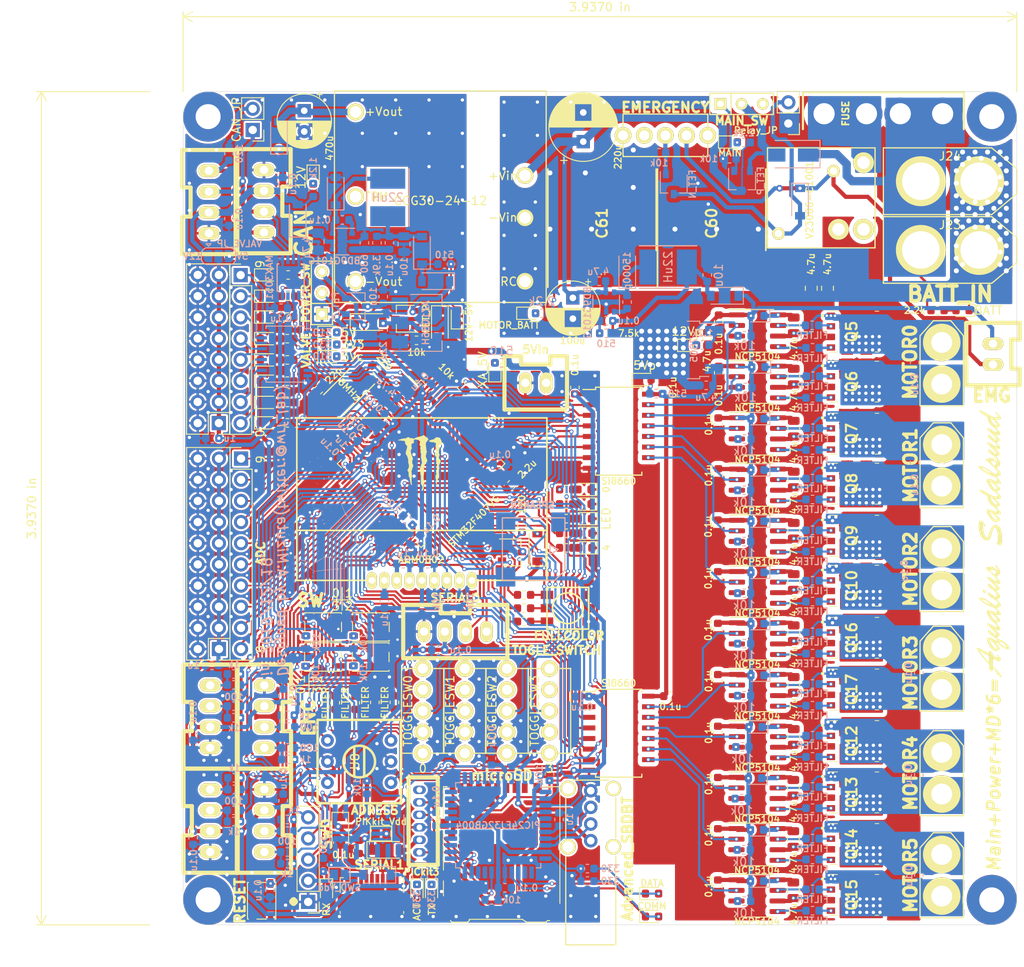
<source format=kicad_pcb>
(kicad_pcb (version 20171130) (host pcbnew "(5.1.4)-1")
  (layers (0 F.Cu signal) (31 B.Cu signal) (34 B.Paste user) (35 F.Paste user) (36 B.SilkS user) (37 F.SilkS user) (38 B.Mask user) (39 F.Mask user) (44 Edge.Cuts user))
  (net 0 "")
  (net 1 /OSC_IN)
  (net 2 GND)
  (net 3 /~RST)
  (net 4 /OSC_OUT)
  (net 5 +3V3)
  (net 6 /FB_Control_OUT)
  (net 7 /FB_Control)
  (net 8 "Net-(C13-Pad2)")
  (net 9 "Net-(C13-Pad1)")
  (net 10 "Net-(C15-Pad1)")
  (net 11 "Net-(C26-Pad1)")
  (net 12 "Net-(C27-Pad2)")
  (net 13 "Net-(C27-Pad1)")
  (net 14 +5V)
  (net 15 "Net-(C31-Pad1)")
  (net 16 "Net-(C32-Pad1)")
  (net 17 "Net-(C35-Pad1)")
  (net 18 GNDPWR)
  (net 19 +5P)
  (net 20 "Net-(C41-Pad1)")
  (net 21 /FB_OUT)
  (net 22 "Net-(C42-Pad1)")
  (net 23 "Net-(C43-Pad2)")
  (net 24 "Net-(C43-Pad1)")
  (net 25 MOTOR_Batt)
  (net 26 Batt)
  (net 27 "Net-(C53-Pad1)")
  (net 28 /Motor0L)
  (net 29 "Net-(C54-Pad1)")
  (net 30 /Motor0R)
  (net 31 "Net-(C55-Pad1)")
  (net 32 /Motor1L)
  (net 33 /Motor1R)
  (net 34 "Net-(C56-Pad1)")
  (net 35 "Net-(C57-Pad1)")
  (net 36 /Motor2L)
  (net 37 /Motor2R)
  (net 38 "Net-(C58-Pad1)")
  (net 39 "Net-(C68-Pad1)")
  (net 40 /Motor3L)
  (net 41 /Motor3R)
  (net 42 "Net-(C69-Pad1)")
  (net 43 /Motor4L)
  (net 44 "Net-(C70-Pad1)")
  (net 45 /Motor4R)
  (net 46 "Net-(C71-Pad1)")
  (net 47 /Motor5L)
  (net 48 "Net-(C72-Pad1)")
  (net 49 "Net-(C73-Pad1)")
  (net 50 /Motor5R)
  (net 51 +12V)
  (net 52 "Net-(D3-Pad2)")
  (net 53 "Net-(D4-Pad2)")
  (net 54 "Net-(D5-Pad2)")
  (net 55 "Net-(D6-Pad2)")
  (net 56 "Net-(D8-Pad2)")
  (net 57 "Net-(D9-Pad2)")
  (net 58 "Net-(D12-Pad2)")
  (net 59 "Net-(D15-Pad2)")
  (net 60 "Net-(D17-Pad1)")
  (net 61 "Net-(D18-Pad1)")
  (net 62 "Net-(D19-Pad1)")
  (net 63 "Net-(D27-Pad2)")
  (net 64 "Net-(D28-Pad2)")
  (net 65 "Net-(D29-Pad2)")
  (net 66 "Net-(D30-Pad2)")
  (net 67 "Net-(D31-Pad2)")
  (net 68 "Net-(D33-Pad1)")
  (net 69 Regulator_5V)
  (net 70 Control_5V)
  (net 71 External_5V)
  (net 72 "Net-(D36-Pad2)")
  (net 73 "Net-(D38-Pad2)")
  (net 74 "Net-(D46-Pad2)")
  (net 75 "Net-(D48-Pad2)")
  (net 76 POWER_Batt)
  (net 77 "Net-(D56-Pad1)")
  (net 78 "Net-(D56-Pad2)")
  (net 79 +BATT)
  (net 80 /MOTOR0L_PWM)
  (net 81 /MOTOR0R_PWM)
  (net 82 /MOTOR1L_PWM)
  (net 83 /MOTOR1R_PWM)
  (net 84 /MOTOR2L_PWM)
  (net 85 /MOTOR2R_PWM)
  (net 86 /motor2_R_signal)
  (net 87 /motor2_L_signal)
  (net 88 /motor1_R_signal)
  (net 89 /motor1_L_signal)
  (net 90 /motor0_R_signal)
  (net 91 /motor0_L_signal)
  (net 92 /motor3_L_signal)
  (net 93 /motor3_R_signal)
  (net 94 /motor4_L_signal)
  (net 95 /motor4_R_signal)
  (net 96 /motor5_L_signal)
  (net 97 /motor5_R_signal)
  (net 98 /MOTOR5R_PWM)
  (net 99 /MOTOR5L_PWM)
  (net 100 /MOTOR4R_PWM)
  (net 101 /MOTOR4L_PWM)
  (net 102 /MOTOR3R_PWM)
  (net 103 /MOTOR3L_PWM)
  (net 104 /PA10_USART1_RX)
  (net 105 /PA9_USART1_TX)
  (net 106 /PC0_ADC12_IN10)
  (net 107 /PC1_ADC12_IN11)
  (net 108 /PC2_ADC12_IN12)
  (net 109 /PC3_ADC12_IN13)
  (net 110 /PC4_ADC12_IN14)
  (net 111 /PC5_ADC12_IN15)
  (net 112 /PB0_ADC12_IN8)
  (net 113 /PB1_ADC12_IN9)
  (net 114 /PA2_ADC12_IN2)
  (net 115 /PA3_ADC12_IN3)
  (net 116 "Net-(J3-Pad2)")
  (net 117 /SWCLK)
  (net 118 /SWDIO)
  (net 119 /CAN_H)
  (net 120 /CAN_L)
  (net 121 /PD8_USART3_TX)
  (net 122 /PD9_USART3_RX)
  (net 123 /PE0_IO)
  (net 124 /PE1_IO)
  (net 125 /D-)
  (net 126 /D+)
  (net 127 "Net-(J9-Pad4)")
  (net 128 "Net-(J9-Pad6)")
  (net 129 "Net-(J11-Pad3)")
  (net 130 "Net-(J11-Pad4)")
  (net 131 "Net-(J12-Pad4)")
  (net 132 "Net-(J12-Pad3)")
  (net 133 "Net-(J13-Pad3)")
  (net 134 "Net-(J13-Pad4)")
  (net 135 "Net-(J14-Pad4)")
  (net 136 "Net-(J14-Pad3)")
  (net 137 "Net-(Q1-Pad3)")
  (net 138 "Net-(Q3-Pad1)")
  (net 139 "Net-(Q5-Pad2)")
  (net 140 "Net-(Q5-Pad4)")
  (net 141 "Net-(Q6-Pad4)")
  (net 142 "Net-(Q6-Pad2)")
  (net 143 "Net-(Q7-Pad2)")
  (net 144 "Net-(Q7-Pad4)")
  (net 145 "Net-(Q8-Pad2)")
  (net 146 "Net-(Q8-Pad4)")
  (net 147 "Net-(Q9-Pad4)")
  (net 148 "Net-(Q9-Pad2)")
  (net 149 "Net-(Q10-Pad2)")
  (net 150 "Net-(Q10-Pad4)")
  (net 151 "Net-(Q11-Pad1)")
  (net 152 "Net-(Q12-Pad2)")
  (net 153 "Net-(Q12-Pad4)")
  (net 154 "Net-(Q13-Pad4)")
  (net 155 "Net-(Q13-Pad2)")
  (net 156 "Net-(Q14-Pad4)")
  (net 157 "Net-(Q14-Pad2)")
  (net 158 "Net-(Q15-Pad4)")
  (net 159 "Net-(Q15-Pad2)")
  (net 160 "Net-(Q16-Pad2)")
  (net 161 "Net-(Q16-Pad4)")
  (net 162 "Net-(Q17-Pad4)")
  (net 163 "Net-(Q17-Pad2)")
  (net 164 "Net-(R5-Pad1)")
  (net 165 /PB8_Buzzer_TIM10_CH1)
  (net 166 "Net-(R14-Pad1)")
  (net 167 "Net-(R15-Pad1)")
  (net 168 "Net-(R16-Pad1)")
  (net 169 "Net-(R17-Pad1)")
  (net 170 /PA0_TIM5_CH1)
  (net 171 /PD12_TIM4_CH1)
  (net 172 /PD13_TIM4_CH2)
  (net 173 /PB7_I2C1_SDA)
  (net 174 /PB6_I2C1_SCL)
  (net 175 /PA15_TIM2_CH1)
  (net 176 /PB4_TIM3_CH1)
  (net 177 /PB3_TIM2_CH2)
  (net 178 /PB5_TIM3_CH2)
  (net 179 "Net-(R36-Pad2)")
  (net 180 "Net-(R37-Pad2)")
  (net 181 "Net-(R38-Pad2)")
  (net 182 /PD4_DIPSW_2)
  (net 183 /PD3_DIPSW_1)
  (net 184 /PD2_DIPSW_0)
  (net 185 /PA6_SPI1_MISO)
  (net 186 /PA5_SPI1_SCK)
  (net 187 /PA7_SPI1_MOSI)
  (net 188 "Net-(R59-Pad2)")
  (net 189 "Net-(R60-Pad2)")
  (net 190 "Net-(R61-Pad2)")
  (net 191 "Net-(R62-Pad2)")
  (net 192 "Net-(R63-Pad2)")
  (net 193 "Net-(R64-Pad2)")
  (net 194 "Net-(R69-Pad2)")
  (net 195 "Net-(R70-Pad2)")
  (net 196 "Net-(R71-Pad2)")
  (net 197 "Net-(R72-Pad2)")
  (net 198 "Net-(R73-Pad2)")
  (net 199 "Net-(R74-Pad2)")
  (net 200 "Net-(R75-Pad2)")
  (net 201 "Net-(R76-Pad2)")
  (net 202 "Net-(R77-Pad2)")
  (net 203 "Net-(R78-Pad2)")
  (net 204 "Net-(R79-Pad2)")
  (net 205 "Net-(R80-Pad2)")
  (net 206 "Net-(R88-Pad2)")
  (net 207 "Net-(R89-Pad2)")
  (net 208 "Net-(R90-Pad2)")
  (net 209 "Net-(R91-Pad2)")
  (net 210 "Net-(R92-Pad2)")
  (net 211 "Net-(R93-Pad2)")
  (net 212 "Net-(R94-Pad2)")
  (net 213 "Net-(R95-Pad2)")
  (net 214 "Net-(R96-Pad2)")
  (net 215 "Net-(R97-Pad2)")
  (net 216 "Net-(R98-Pad2)")
  (net 217 "Net-(R99-Pad2)")
  (net 218 "Net-(R100-Pad2)")
  (net 219 "Net-(R101-Pad2)")
  (net 220 "Net-(R102-Pad2)")
  (net 221 "Net-(R103-Pad2)")
  (net 222 "Net-(R104-Pad2)")
  (net 223 "Net-(R105-Pad2)")
  (net 224 "Net-(SW8-Pad3)")
  (net 225 "Net-(SW9-Pad3)")
  (net 226 /CAN1_TX)
  (net 227 /CAN1_RX)
  (net 228 /PD5_USART2_TX)
  (net 229 /PD6_USART2_RX)
  (net 230 "Net-(U3-Pad8)")
  (net 231 "Net-(U3-Pad9)")
  (net 232 "Net-(U3-Pad10)")
  (net 233 "Net-(U4-Pad1)")
  (net 234 "Net-(U11-Pad5)")
  (net 235 +12P)
  (net 236 "Net-(D57-Pad2)")
  (net 237 "Net-(JP3-Pad2)")
  (net 238 Valve_Vdd)
  (net 239 "Net-(D1-Pad2)")
  (net 240 "Net-(D2-Pad2)")
  (net 241 "Net-(D7-Pad2)")
  (net 242 "Net-(D10-Pad2)")
  (net 243 "Net-(D11-Pad2)")
  (net 244 "Net-(D13-Pad2)")
  (net 245 "Net-(D21-Pad2)")
  (net 246 "Net-(D22-Pad2)")
  (net 247 "Net-(J8-Pad1)")
  (net 248 "Net-(J8-Pad2)")
  (net 249 "Net-(J8-Pad3)")
  (net 250 "Net-(J8-Pad4)")
  (net 251 "Net-(J8-Pad5)")
  (net 252 "Net-(J8-Pad6)")
  (net 253 "Net-(J8-Pad7)")
  (net 254 "Net-(J8-Pad8)")
  (net 255 "Net-(SW2-Pad1)")
  (net 256 "Net-(SW10-Pad1)")
  (net 257 "Net-(SW11-Pad1)")
  (net 258 "Net-(SW12-Pad1)")
  (net 259 "Net-(D26-Pad2)")
  (net 260 "Net-(C78-Pad1)")
  (net 261 "Net-(D58-Pad1)")
  (net 262 "Net-(D58-Pad2)")
  (net 263 "Net-(J27-Pad5)")
  (net 264 /MCLR)
  (net 265 /PGED1)
  (net 266 /PGEC1)
  (net 267 "Net-(J28-Pad6)")
  (net 268 "Net-(D37-Pad2)")
  (net 269 "Net-(D49-Pad2)")
  (net 270 /PA4_SPI1_NSS)
  (net 271 "Net-(U9-Pad1)")
  (net 272 "Net-(U9-Pad4)")
  (net 273 "Net-(U9-Pad5)")
  (net 274 "Net-(U9-Pad11)")
  (net 275 "Net-(U9-Pad12)")
  (net 276 "Net-(U9-Pad13)")
  (net 277 "Net-(D37-Pad1)")
  (net 278 "Net-(D49-Pad1)")
  (net 279 "Net-(U9-Pad19)")
  (net 280 "Net-(U9-Pad20)")
  (net 281 "Net-(U9-Pad23)")
  (net 282 "Net-(U9-Pad24)")
  (net 283 "Net-(U9-Pad25)")
  (net 284 "Net-(U9-Pad26)")
  (net 285 "Net-(U9-Pad27)")
  (net 286 "Net-(U9-Pad30)")
  (net 287 "Net-(U9-Pad31)")
  (net 288 "Net-(U9-Pad32)")
  (net 289 "Net-(U9-Pad33)")
  (net 290 "Net-(U9-Pad34)")
  (net 291 "Net-(U9-Pad35)")
  (net 292 "Net-(U9-Pad36)")
  (net 293 "Net-(U9-Pad37)")
  (net 294 "Net-(U9-Pad38)")
  (net 295 "Net-(U9-Pad41)")
  (net 296 "Net-(U9-Pad43)")
  (net 297 "Net-(U9-Pad44)")
  (net 298 /USB_A_D-)
  (net 299 /USB_A_D+)
  (net 300 "Net-(J1-Pad8)")
  (net 301 "Net-(J1-Pad1)")
  (net 302 "Net-(J1-Pad2)")
  (net 303 "Net-(J1-Pad3)")
  (net 304 "Net-(J1-Pad5)")
  (net 305 "Net-(J1-Pad7)")
  (net 306 "Net-(J1-Pad11)")
  (net 307 /PE2_IO)
  (net 308 /PE3_IO)
  (net 309 /PE4_IO)
  (net 310 /PC13_IO)
  (net 311 /PC14_IO)
  (net 312 /PC15_IO)
  (net 313 /PB2_SW0)
  (net 314 /PE7_SW3)
  (net 315 /PE8_ADRESS0)
  (net 316 /PE10_ADRESS1)
  (net 317 /PE15_SW1)
  (net 318 /PE12_SW2)
  (net 319 /PB11_GREEN)
  (net 320 /PB10_RED)
  (net 321 /PB12_ADRESS2)
  (net 322 /PB13_ADRESS3)
  (net 323 /PD7_DIPSW_3)
  (net 324 /PD10_TOGGLESW_0)
  (net 325 /PD11_TOGGLESW_1)
  (net 326 /PD14_TOGGLESW_2)
  (net 327 /PD15_TOGGLESW_3)
  (net 328 /PA11_LED4)
  (net 329 /PA12_LED3)
  (net 330 /PC10_LED2)
  (net 331 /PC11_LED1)
  (net 332 /PC12_LED0)
  (net 333 /PB9_SD_Connection)
  (net 334 "Net-(Q2-Pad1)")
  (net 335 "Net-(D14-Pad2)")
  (net 336 /PA8_BLUE)
  (net 337 /PA1_TIM5_CH2)
  (net 338 "Net-(U18-Pad3)")
  (module Diode_SMD:D_SOD-123 (layer F.Cu) (at 58.3 65.65)
    (fp_text reference D24 hide)
    (fp_text value DIODE)
    (pad 1 smd rect (at -1.65 0) (size 0.9 1.2) (layers F.Cu F.Paste F.Mask) (net 5 +3V3))
    (pad 2 smd rect (at 1.65 0) (size 0.9 1.2) (layers F.Cu F.Paste F.Mask) (net 15 "Net-(C31-Pad1)"))
  )
  (module Mizz_lib:Aqualius_Sadalsuud_silk_40x9.4 (layer F.Cu) (at 133.5 92.25 90)
    (fp_text reference U28 hide)
    (fp_text value LOGO hide)
  )
  (module Mizz_lib:rotary_0F (layer F.Cu) (at 57.125 118.4 270)
    (fp_text reference U8 (at 0 0.5 90) (layer F.SilkS))
    (fp_text value ADRESS (at 5.85 -1.875 180) (layer F.SilkS) (effects (font (thickness 0.25))))
    (pad 1 thru_hole circle (at -2.54 3.81 270) (size 1.524 1.524) (drill 0.762) (layers *.Cu *.Mask) (net 316 /PE10_ADRESS1))
    (pad 2 thru_hole circle (at 0 3.81 270) (size 1.524 1.524) (drill 0.762) (layers *.Cu *.Mask) (net 2 GND))
    (pad 3 thru_hole circle (at 2.54 3.81 270) (size 1.524 1.524) (drill 0.762) (layers *.Cu *.Mask) (net 315 /PE8_ADRESS0))
    (pad 4 thru_hole circle (at 2.54 -3.81 270) (size 1.524 1.524) (drill 0.762) (layers *.Cu *.Mask) (net 321 /PB12_ADRESS2))
    (pad 5 thru_hole circle (at 0 -3.81 270) (size 1.524 1.524) (drill 0.762) (layers *.Cu *.Mask) (net 2 GND))
    (pad 6 thru_hole circle (at -2.54 -3.81 270) (size 1.524 1.524) (drill 0.762) (layers *.Cu *.Mask) (net 322 /PB13_ADRESS3))
  )
  (module Button_Switch_SMD:SW_SPST_PTS810 (layer F.Cu) (at 58.5 105.85)
    (fp_text reference SW6 hide)
    (fp_text value SW2)
    (pad 1 smd rect (at -2.075 -1.075) (size 1.05 0.65) (layers F.Cu F.Paste F.Mask) (net 2 GND))
    (pad 1 smd rect (at 2.075 -1.075) (size 1.05 0.65) (layers F.Cu F.Paste F.Mask) (net 2 GND))
    (pad 2 smd rect (at -2.075 1.075) (size 1.05 0.65) (layers F.Cu F.Paste F.Mask) (net 318 /PE12_SW2))
    (pad 2 smd rect (at 2.075 1.075) (size 1.05 0.65) (layers F.Cu F.Paste F.Mask) (net 318 /PE12_SW2))
  )
  (module Button_Switch_SMD:SW_SPST_PTS810 (layer F.Cu) (at 52.775 105.85)
    (fp_text reference SW7 hide)
    (fp_text value SW3)
    (pad 2 smd rect (at 2.075 1.075) (size 1.05 0.65) (layers F.Cu F.Paste F.Mask) (net 314 /PE7_SW3))
    (pad 2 smd rect (at -2.075 1.075) (size 1.05 0.65) (layers F.Cu F.Paste F.Mask) (net 314 /PE7_SW3))
    (pad 1 smd rect (at 2.075 -1.075) (size 1.05 0.65) (layers F.Cu F.Paste F.Mask) (net 2 GND))
    (pad 1 smd rect (at -2.075 -1.075) (size 1.05 0.65) (layers F.Cu F.Paste F.Mask) (net 2 GND))
  )
  (module Button_Switch_SMD:SW_SPST_PTS810 (layer F.Cu) (at 58.525 102.25)
    (fp_text reference SW4 hide)
    (fp_text value SW1)
    (pad 2 smd rect (at 2.075 1.075) (size 1.05 0.65) (layers F.Cu F.Paste F.Mask) (net 317 /PE15_SW1))
    (pad 2 smd rect (at -2.075 1.075) (size 1.05 0.65) (layers F.Cu F.Paste F.Mask) (net 317 /PE15_SW1))
    (pad 1 smd rect (at 2.075 -1.075) (size 1.05 0.65) (layers F.Cu F.Paste F.Mask) (net 2 GND))
    (pad 1 smd rect (at -2.075 -1.075) (size 1.05 0.65) (layers F.Cu F.Paste F.Mask) (net 2 GND))
  )
  (module Button_Switch_SMD:SW_SPST_PTS810 (layer F.Cu) (at 52.8 102.25)
    (fp_text reference SW3 hide)
    (fp_text value SW0)
    (pad 1 smd rect (at -2.075 -1.075) (size 1.05 0.65) (layers F.Cu F.Paste F.Mask) (net 2 GND))
    (pad 1 smd rect (at 2.075 -1.075) (size 1.05 0.65) (layers F.Cu F.Paste F.Mask) (net 2 GND))
    (pad 2 smd rect (at -2.075 1.075) (size 1.05 0.65) (layers F.Cu F.Paste F.Mask) (net 313 /PB2_SW0))
    (pad 2 smd rect (at 2.075 1.075) (size 1.05 0.65) (layers F.Cu F.Paste F.Mask) (net 313 /PB2_SW0))
  )
  (module Button_Switch_SMD:SW_SPST_PTS810 (layer F.Cu) (at 45.42 135.11 270)
    (fp_text reference SW1 hide)
    (fp_text value RESET (at 0 2.6 270) (layer F.SilkS) (effects (font (size 1.2 1.2) (thickness 0.3))))
    (pad 1 smd rect (at -2.075 -1.075 270) (size 1.05 0.65) (layers F.Cu F.Paste F.Mask) (net 3 /~RST))
    (pad 1 smd rect (at 2.075 -1.075 270) (size 1.05 0.65) (layers F.Cu F.Paste F.Mask) (net 3 /~RST))
    (pad 2 smd rect (at -2.075 1.075 270) (size 1.05 0.65) (layers F.Cu F.Paste F.Mask) (net 2 GND))
    (pad 2 smd rect (at 2.075 1.075 270) (size 1.05 0.65) (layers F.Cu F.Paste F.Mask) (net 2 GND))
  )
  (module Capacitor_THT:CP_Radial_D6.3mm_P2.50mm (layer F.Cu) (at 50.53 40.29 270)
    (fp_text reference C42 hide)
    (fp_text value 470u (at 4.5 -3.04 90) (layer F.SilkS) (effects (font (size 0.8 0.8))))
    (pad 1 thru_hole rect (at 0 0 270) (size 1.6 1.6) (drill 0.8) (layers *.Cu *.Mask) (net 22 "Net-(C42-Pad1)"))
    (pad 2 thru_hole circle (at 2.5 0 270) (size 1.6 1.6) (drill 0.8) (layers *.Cu *.Mask) (net 2 GND))
  )
  (module Package_QFP:LQFP-100_14x14mm_P0.5mm (layer F.Cu) (at 64.55 82.65 315)
    (fp_text reference U6 hide)
    (fp_text value STM32F407VG (at 9.390378 0.39598 225) (layer F.SilkS) (effects (font (size 0.8 0.8))))
    (pad 1 smd roundrect (at -7.675 -6 315) (size 1.6 0.3) (layers F.Cu F.Paste F.Mask) (net 307 /PE2_IO))
    (pad 2 smd roundrect (at -7.675 -5.5 315) (size 1.6 0.3) (layers F.Cu F.Paste F.Mask) (net 308 /PE3_IO))
    (pad 3 smd roundrect (at -7.675 -5 315) (size 1.6 0.3) (layers F.Cu F.Paste F.Mask) (net 309 /PE4_IO))
    (pad 4 smd roundrect (at -7.675 -4.5 315) (size 1.6 0.3) (layers F.Cu F.Paste F.Mask) (net 91 /motor0_L_signal))
    (pad 5 smd roundrect (at -7.675 -4 315) (size 1.6 0.3) (layers F.Cu F.Paste F.Mask) (net 90 /motor0_R_signal))
    (pad 6 smd roundrect (at -7.675 -3.5 315) (size 1.6 0.3) (layers F.Cu F.Paste F.Mask) (net 5 +3V3))
    (pad 7 smd roundrect (at -7.675 -3 315) (size 1.6 0.3) (layers F.Cu F.Paste F.Mask) (net 310 /PC13_IO))
    (pad 8 smd roundrect (at -7.675 -2.5 315) (size 1.6 0.3) (layers F.Cu F.Paste F.Mask) (net 311 /PC14_IO))
    (pad 9 smd roundrect (at -7.675 -2 315) (size 1.6 0.3) (layers F.Cu F.Paste F.Mask) (net 312 /PC15_IO))
    (pad 10 smd roundrect (at -7.675 -1.5 315) (size 1.6 0.3) (layers F.Cu F.Paste F.Mask) (net 2 GND))
    (pad 11 smd roundrect (at -7.675 -1 315) (size 1.6 0.3) (layers F.Cu F.Paste F.Mask) (net 5 +3V3))
    (pad 12 smd roundrect (at -7.675 -0.5 315) (size 1.6 0.3) (layers F.Cu F.Paste F.Mask) (net 1 /OSC_IN))
    (pad 13 smd roundrect (at -7.675 0 315) (size 1.6 0.3) (layers F.Cu F.Paste F.Mask) (net 4 /OSC_OUT))
    (pad 14 smd roundrect (at -7.675 0.5 315) (size 1.6 0.3) (layers F.Cu F.Paste F.Mask) (net 3 /~RST))
    (pad 15 smd roundrect (at -7.675 1 315) (size 1.6 0.3) (layers F.Cu F.Paste F.Mask) (net 106 /PC0_ADC12_IN10))
    (pad 16 smd roundrect (at -7.675 1.5 315) (size 1.6 0.3) (layers F.Cu F.Paste F.Mask) (net 107 /PC1_ADC12_IN11))
    (pad 17 smd roundrect (at -7.675 2 315) (size 1.6 0.3) (layers F.Cu F.Paste F.Mask) (net 108 /PC2_ADC12_IN12))
    (pad 18 smd roundrect (at -7.675 2.5 315) (size 1.6 0.3) (layers F.Cu F.Paste F.Mask) (net 109 /PC3_ADC12_IN13))
    (pad 19 smd roundrect (at -7.675 3 315) (size 1.6 0.3) (layers F.Cu F.Paste F.Mask) (net 5 +3V3))
    (pad 20 smd roundrect (at -7.675 3.5 315) (size 1.6 0.3) (layers F.Cu F.Paste F.Mask) (net 2 GND))
    (pad 21 smd roundrect (at -7.675 4 315) (size 1.6 0.3) (layers F.Cu F.Paste F.Mask) (net 5 +3V3))
    (pad 22 smd roundrect (at -7.675 4.5 315) (size 1.6 0.3) (layers F.Cu F.Paste F.Mask) (net 5 +3V3))
    (pad 23 smd roundrect (at -7.675 5 315) (size 1.6 0.3) (layers F.Cu F.Paste F.Mask) (net 170 /PA0_TIM5_CH1))
    (pad 24 smd roundrect (at -7.675 5.5 315) (size 1.6 0.3) (layers F.Cu F.Paste F.Mask) (net 337 /PA1_TIM5_CH2))
    (pad 25 smd roundrect (at -7.675 6 315) (size 1.6 0.3) (layers F.Cu F.Paste F.Mask) (net 114 /PA2_ADC12_IN2))
    (pad 26 smd roundrect (at -6 7.675 315) (size 0.3 1.6) (layers F.Cu F.Paste F.Mask) (net 115 /PA3_ADC12_IN3))
    (pad 27 smd roundrect (at -5.5 7.675 315) (size 0.3 1.6) (layers F.Cu F.Paste F.Mask) (net 2 GND))
    (pad 28 smd roundrect (at -5 7.675 315) (size 0.3 1.6) (layers F.Cu F.Paste F.Mask) (net 5 +3V3))
    (pad 29 smd roundrect (at -4.5 7.675 315) (size 0.3 1.6) (layers F.Cu F.Paste F.Mask) (net 270 /PA4_SPI1_NSS))
    (pad 30 smd roundrect (at -4 7.675 315) (size 0.3 1.6) (layers F.Cu F.Paste F.Mask) (net 186 /PA5_SPI1_SCK))
    (pad 31 smd roundrect (at -3.5 7.675 315) (size 0.3 1.6) (layers F.Cu F.Paste F.Mask) (net 185 /PA6_SPI1_MISO))
    (pad 32 smd roundrect (at -3 7.675 315) (size 0.3 1.6) (layers F.Cu F.Paste F.Mask) (net 187 /PA7_SPI1_MOSI))
    (pad 33 smd roundrect (at -2.5 7.675 315) (size 0.3 1.6) (layers F.Cu F.Paste F.Mask) (net 110 /PC4_ADC12_IN14))
    (pad 34 smd roundrect (at -2 7.675 315) (size 0.3 1.6) (layers F.Cu F.Paste F.Mask) (net 111 /PC5_ADC12_IN15))
    (pad 35 smd roundrect (at -1.5 7.675 315) (size 0.3 1.6) (layers F.Cu F.Paste F.Mask) (net 112 /PB0_ADC12_IN8))
    (pad 36 smd roundrect (at -1 7.675 315) (size 0.3 1.6) (layers F.Cu F.Paste F.Mask) (net 113 /PB1_ADC12_IN9))
    (pad 37 smd roundrect (at -0.5 7.675 315) (size 0.3 1.6) (layers F.Cu F.Paste F.Mask) (net 313 /PB2_SW0))
    (pad 38 smd roundrect (at 0 7.675 315) (size 0.3 1.6) (layers F.Cu F.Paste F.Mask) (net 314 /PE7_SW3))
    (pad 39 smd roundrect (at 0.5 7.675 315) (size 0.3 1.6) (layers F.Cu F.Paste F.Mask) (net 315 /PE8_ADRESS0))
    (pad 40 smd roundrect (at 1 7.675 315) (size 0.3 1.6) (layers F.Cu F.Paste F.Mask) (net 97 /motor5_R_signal))
    (pad 41 smd roundrect (at 1.5 7.675 315) (size 0.3 1.6) (layers F.Cu F.Paste F.Mask) (net 316 /PE10_ADRESS1))
    (pad 42 smd roundrect (at 2 7.675 315) (size 0.3 1.6) (layers F.Cu F.Paste F.Mask) (net 96 /motor5_L_signal))
    (pad 43 smd roundrect (at 2.5 7.675 315) (size 0.3 1.6) (layers F.Cu F.Paste F.Mask) (net 318 /PE12_SW2))
    (pad 44 smd roundrect (at 3 7.675 315) (size 0.3 1.6) (layers F.Cu F.Paste F.Mask) (net 95 /motor4_R_signal))
    (pad 45 smd roundrect (at 3.5 7.675 315) (size 0.3 1.6) (layers F.Cu F.Paste F.Mask) (net 94 /motor4_L_signal))
    (pad 46 smd roundrect (at 4 7.675 315) (size 0.3 1.6) (layers F.Cu F.Paste F.Mask) (net 317 /PE15_SW1))
    (pad 47 smd roundrect (at 4.5 7.675 315) (size 0.3 1.6) (layers F.Cu F.Paste F.Mask) (net 320 /PB10_RED))
    (pad 48 smd roundrect (at 5 7.675 315) (size 0.3 1.6) (layers F.Cu F.Paste F.Mask) (net 319 /PB11_GREEN))
    (pad 49 smd roundrect (at 5.5 7.675 315) (size 0.3 1.6) (layers F.Cu F.Paste F.Mask) (net 16 "Net-(C32-Pad1)"))
    (pad 50 smd roundrect (at 6 7.675 315) (size 0.3 1.6) (layers F.Cu F.Paste F.Mask) (net 5 +3V3))
    (pad 51 smd roundrect (at 7.675 6 315) (size 1.6 0.3) (layers F.Cu F.Paste F.Mask) (net 321 /PB12_ADRESS2))
    (pad 52 smd roundrect (at 7.675 5.5 315) (size 1.6 0.3) (layers F.Cu F.Paste F.Mask) (net 322 /PB13_ADRESS3))
    (pad 53 smd roundrect (at 7.675 5 315) (size 1.6 0.3) (layers F.Cu F.Paste F.Mask) (net 93 /motor3_R_signal))
    (pad 54 smd roundrect (at 7.675 4.5 315) (size 1.6 0.3) (layers F.Cu F.Paste F.Mask) (net 92 /motor3_L_signal))
    (pad 55 smd roundrect (at 7.675 4 315) (size 1.6 0.3) (layers F.Cu F.Paste F.Mask) (net 121 /PD8_USART3_TX))
    (pad 56 smd roundrect (at 7.675 3.5 315) (size 1.6 0.3) (layers F.Cu F.Paste F.Mask) (net 122 /PD9_USART3_RX))
    (pad 57 smd roundrect (at 7.675 3 315) (size 1.6 0.3) (layers F.Cu F.Paste F.Mask) (net 324 /PD10_TOGGLESW_0))
    (pad 58 smd roundrect (at 7.675 2.5 315) (size 1.6 0.3) (layers F.Cu F.Paste F.Mask) (net 325 /PD11_TOGGLESW_1))
    (pad 59 smd roundrect (at 7.675 2 315) (size 1.6 0.3) (layers F.Cu F.Paste F.Mask) (net 171 /PD12_TIM4_CH1))
    (pad 60 smd roundrect (at 7.675 1.5 315) (size 1.6 0.3) (layers F.Cu F.Paste F.Mask) (net 172 /PD13_TIM4_CH2))
    (pad 61 smd roundrect (at 7.675 1 315) (size 1.6 0.3) (layers F.Cu F.Paste F.Mask) (net 326 /PD14_TOGGLESW_2))
    (pad 62 smd roundrect (at 7.675 0.5 315) (size 1.6 0.3) (layers F.Cu F.Paste F.Mask) (net 327 /PD15_TOGGLESW_3))
    (pad 63 smd roundrect (at 7.675 0 315) (size 1.6 0.3) (layers F.Cu F.Paste F.Mask) (net 86 /motor2_R_signal))
    (pad 64 smd roundrect (at 7.675 -0.5 315) (size 1.6 0.3) (layers F.Cu F.Paste F.Mask) (net 87 /motor2_L_signal))
    (pad 65 smd roundrect (at 7.675 -1 315) (size 1.6 0.3) (layers F.Cu F.Paste F.Mask) (net 88 /motor1_R_signal))
    (pad 66 smd roundrect (at 7.675 -1.5 315) (size 1.6 0.3) (layers F.Cu F.Paste F.Mask) (net 89 /motor1_L_signal))
    (pad 67 smd roundrect (at 7.675 -2 315) (size 1.6 0.3) (layers F.Cu F.Paste F.Mask) (net 336 /PA8_BLUE))
    (pad 68 smd roundrect (at 7.675 -2.5 315) (size 1.6 0.3) (layers F.Cu F.Paste F.Mask) (net 105 /PA9_USART1_TX))
    (pad 69 smd roundrect (at 7.675 -3 315) (size 1.6 0.3) (layers F.Cu F.Paste F.Mask) (net 104 /PA10_USART1_RX))
    (pad 70 smd roundrect (at 7.675 -3.5 315) (size 1.6 0.3) (layers F.Cu F.Paste F.Mask) (net 328 /PA11_LED4))
    (pad 71 smd roundrect (at 7.675 -4 315) (size 1.6 0.3) (layers F.Cu F.Paste F.Mask) (net 329 /PA12_LED3))
    (pad 72 smd roundrect (at 7.675 -4.5 315) (size 1.6 0.3) (layers F.Cu F.Paste F.Mask) (net 118 /SWDIO))
    (pad 73 smd roundrect (at 7.675 -5 315) (size 1.6 0.3) (layers F.Cu F.Paste F.Mask) (net 17 "Net-(C35-Pad1)"))
    (pad 74 smd roundrect (at 7.675 -5.5 315) (size 1.6 0.3) (layers F.Cu F.Paste F.Mask) (net 2 GND))
    (pad 75 smd roundrect (at 7.675 -6 315) (size 1.6 0.3) (layers F.Cu F.Paste F.Mask) (net 5 +3V3))
    (pad 76 smd roundrect (at 6 -7.675 315) (size 0.3 1.6) (layers F.Cu F.Paste F.Mask) (net 117 /SWCLK))
    (pad 77 smd roundrect (at 5.5 -7.675 315) (size 0.3 1.6) (layers F.Cu F.Paste F.Mask) (net 175 /PA15_TIM2_CH1))
    (pad 78 smd roundrect (at 5 -7.675 315) (size 0.3 1.6) (layers F.Cu F.Paste F.Mask) (net 330 /PC10_LED2))
    (pad 79 smd roundrect (at 4.5 -7.675 315) (size 0.3 1.6) (layers F.Cu F.Paste F.Mask) (net 331 /PC11_LED1))
    (pad 80 smd roundrect (at 4 -7.675 315) (size 0.3 1.6) (layers F.Cu F.Paste F.Mask) (net 332 /PC12_LED0))
    (pad 81 smd roundrect (at 3.5 -7.675 315) (size 0.3 1.6) (layers F.Cu F.Paste F.Mask) (net 227 /CAN1_RX))
    (pad 82 smd roundrect (at 3 -7.675 315) (size 0.3 1.6) (layers F.Cu F.Paste F.Mask) (net 226 /CAN1_TX))
    (pad 83 smd roundrect (at 2.5 -7.675 315) (size 0.3 1.6) (layers F.Cu F.Paste F.Mask) (net 184 /PD2_DIPSW_0))
    (pad 84 smd roundrect (at 2 -7.675 315) (size 0.3 1.6) (layers F.Cu F.Paste F.Mask) (net 183 /PD3_DIPSW_1))
    (pad 85 smd roundrect (at 1.5 -7.675 315) (size 0.3 1.6) (layers F.Cu F.Paste F.Mask) (net 182 /PD4_DIPSW_2))
    (pad 86 smd roundrect (at 1 -7.675 315) (size 0.3 1.6) (layers F.Cu F.Paste F.Mask) (net 228 /PD5_USART2_TX))
    (pad 87 smd roundrect (at 0.5 -7.675 315) (size 0.3 1.6) (layers F.Cu F.Paste F.Mask) (net 229 /PD6_USART2_RX))
    (pad 88 smd roundrect (at 0 -7.675 315) (size 0.3 1.6) (layers F.Cu F.Paste F.Mask) (net 323 /PD7_DIPSW_3))
    (pad 89 smd roundrect (at -0.5 -7.675 315) (size 0.3 1.6) (layers F.Cu F.Paste F.Mask) (net 177 /PB3_TIM2_CH2))
    (pad 90 smd roundrect (at -1 -7.675 315) (size 0.3 1.6) (layers F.Cu F.Paste F.Mask) (net 176 /PB4_TIM3_CH1))
    (pad 91 smd roundrect (at -1.5 -7.675 315) (size 0.3 1.6) (layers F.Cu F.Paste F.Mask) (net 178 /PB5_TIM3_CH2))
    (pad 92 smd roundrect (at -2 -7.675 315) (size 0.3 1.6) (layers F.Cu F.Paste F.Mask) (net 174 /PB6_I2C1_SCL))
    (pad 93 smd roundrect (at -2.5 -7.675 315) (size 0.3 1.6) (layers F.Cu F.Paste F.Mask) (net 173 /PB7_I2C1_SDA))
    (pad 94 smd roundrect (at -3 -7.675 315) (size 0.3 1.6) (layers F.Cu F.Paste F.Mask) (net 164 "Net-(R5-Pad1)"))
    (pad 95 smd roundrect (at -3.5 -7.675 315) (size 0.3 1.6) (layers F.Cu F.Paste F.Mask) (net 165 /PB8_Buzzer_TIM10_CH1))
    (pad 96 smd roundrect (at -4 -7.675 315) (size 0.3 1.6) (layers F.Cu F.Paste F.Mask) (net 333 /PB9_SD_Connection))
    (pad 97 smd roundrect (at -4.5 -7.675 315) (size 0.3 1.6) (layers F.Cu F.Paste F.Mask) (net 123 /PE0_IO))
    (pad 98 smd roundrect (at -5 -7.675 315) (size 0.3 1.6) (layers F.Cu F.Paste F.Mask) (net 124 /PE1_IO))
    (pad 99 smd roundrect (at -5.5 -7.675 315) (size 0.3 1.6) (layers F.Cu F.Paste F.Mask) (net 2 GND))
    (pad 100 smd roundrect (at -6 -7.675 315) (size 0.3 1.6) (layers F.Cu F.Paste F.Mask) (net 5 +3V3))
  )
  (module Mizz_lib:2MS1-T1-B4-VS2-Q-E (layer F.Cu) (at 79.95 112.325 270)
    (fp_text reference SW12 hide)
    (fp_text value TOGGLESW3 (at 0 1.78 270) (layer F.SilkS))
    (pad "" thru_hole circle (at 5.08 0 270) (size 2 2) (drill 1.2) (layers *.Cu *.Mask F.SilkS))
    (pad "" thru_hole circle (at -5.08 0 270) (size 2 2) (drill 1.2) (layers *.Cu *.Mask F.SilkS))
    (pad 3 thru_hole circle (at 2.53 0 270) (size 2 2) (drill 1.2) (layers *.Cu *.Mask F.SilkS) (net 2 GND))
    (pad 1 thru_hole circle (at -2.54 0 270) (size 2 2) (drill 1.2) (layers *.Cu *.Mask F.SilkS) (net 258 "Net-(SW12-Pad1)"))
    (pad 2 thru_hole circle (at 0 0 270) (size 2 2) (drill 1.2) (layers *.Cu *.Mask F.SilkS) (net 327 /PD15_TOGGLESW_3))
  )
  (module Mizz_lib:2MS1-T1-B4-VS2-Q-E (layer F.Cu) (at 74.85 112.325 270)
    (fp_text reference SW11 hide)
    (fp_text value TOGGLESW2 (at 0 1.78 270) (layer F.SilkS))
    (pad 2 thru_hole circle (at 0 0 270) (size 2 2) (drill 1.2) (layers *.Cu *.Mask F.SilkS) (net 326 /PD14_TOGGLESW_2))
    (pad 1 thru_hole circle (at -2.54 0 270) (size 2 2) (drill 1.2) (layers *.Cu *.Mask F.SilkS) (net 257 "Net-(SW11-Pad1)"))
    (pad 3 thru_hole circle (at 2.53 0 270) (size 2 2) (drill 1.2) (layers *.Cu *.Mask F.SilkS) (net 2 GND))
    (pad "" thru_hole circle (at -5.08 0 270) (size 2 2) (drill 1.2) (layers *.Cu *.Mask F.SilkS))
    (pad "" thru_hole circle (at 5.08 0 270) (size 2 2) (drill 1.2) (layers *.Cu *.Mask F.SilkS))
  )
  (module Mizz_lib:2MS1-T1-B4-VS2-Q-E (layer F.Cu) (at 69.8 112.325 270)
    (fp_text reference SW10 hide)
    (fp_text value TOGGLESW1 (at 0 1.78 270) (layer F.SilkS))
    (pad "" thru_hole circle (at 5.08 0 270) (size 2 2) (drill 1.2) (layers *.Cu *.Mask F.SilkS))
    (pad "" thru_hole circle (at -5.08 0 270) (size 2 2) (drill 1.2) (layers *.Cu *.Mask F.SilkS))
    (pad 3 thru_hole circle (at 2.53 0 270) (size 2 2) (drill 1.2) (layers *.Cu *.Mask F.SilkS) (net 2 GND))
    (pad 1 thru_hole circle (at -2.54 0 270) (size 2 2) (drill 1.2) (layers *.Cu *.Mask F.SilkS) (net 256 "Net-(SW10-Pad1)"))
    (pad 2 thru_hole circle (at 0 0 270) (size 2 2) (drill 1.2) (layers *.Cu *.Mask F.SilkS) (net 325 /PD11_TOGGLESW_1))
  )
  (module Mizz_lib:2MS1-T1-B4-VS2-Q-E (layer F.Cu) (at 64.75 112.325 270)
    (fp_text reference SW2 hide)
    (fp_text value TOGGLESW0 (at 0 1.78 90) (layer F.SilkS))
    (pad "" thru_hole circle (at 5.08 0 270) (size 2 2) (drill 1.2) (layers *.Cu *.Mask F.SilkS))
    (pad "" thru_hole circle (at -5.08 0 270) (size 2 2) (drill 1.2) (layers *.Cu *.Mask F.SilkS))
    (pad 3 thru_hole circle (at 2.53 0 270) (size 2 2) (drill 1.2) (layers *.Cu *.Mask F.SilkS) (net 2 GND))
    (pad 1 thru_hole circle (at -2.54 0 270) (size 2 2) (drill 1.2) (layers *.Cu *.Mask F.SilkS) (net 255 "Net-(SW2-Pad1)"))
    (pad 2 thru_hole circle (at 0 0 270) (size 2 2) (drill 1.2) (layers *.Cu *.Mask F.SilkS) (net 324 /PD10_TOGGLESW_0))
  )
  (module Mizz_lib:2MS1-T1-B4-VS2-Q-E (layer F.Cu) (at 93.85 43.25 180)
    (fp_text reference SW8 hide)
    (fp_text value EMERGENCY_SW)
    (pad 2 thru_hole circle (at 0 0 180) (size 2 2) (drill 1.2) (layers *.Cu *.Mask F.SilkS) (net 151 "Net-(Q11-Pad1)"))
    (pad 1 thru_hole circle (at -2.54 0 180) (size 2 2) (drill 1.2) (layers *.Cu *.Mask F.SilkS) (net 77 "Net-(D56-Pad1)"))
    (pad 3 thru_hole circle (at 2.53 0 180) (size 2 2) (drill 1.2) (layers *.Cu *.Mask F.SilkS) (net 224 "Net-(SW8-Pad3)"))
    (pad "" thru_hole circle (at -5.08 0 180) (size 2 2) (drill 1.2) (layers *.Cu *.Mask F.SilkS))
    (pad "" thru_hole circle (at 5.08 0 180) (size 2 2) (drill 1.2) (layers *.Cu *.Mask F.SilkS))
  )
  (module Connector_Card:microSD_HC_Hirose_DM3AT-SF-PEJM5 (layer F.Cu) (at 74.2 129.3)
    (fp_text reference J1 hide)
    (fp_text value microSD (at 0.05 -9.25) (layer F.SilkS) (effects (font (size 1.2 1.2) (thickness 0.25))))
    (pad 9 smd rect (at -5.875 -7.725) (size 0.7 1.2) (layers F.Cu F.Paste F.Mask) (net 333 /PB9_SD_Connection))
    (pad 8 smd rect (at -4.925 -7.725) (size 0.7 1.2) (layers F.Cu F.Paste F.Mask) (net 300 "Net-(J1-Pad8)"))
    (pad 1 smd rect (at 2.775 -7.725) (size 0.7 1.2) (layers F.Cu F.Paste F.Mask) (net 301 "Net-(J1-Pad1)"))
    (pad 2 smd rect (at 1.675 -7.725) (size 0.7 1.2) (layers F.Cu F.Paste F.Mask) (net 302 "Net-(J1-Pad2)"))
    (pad 3 smd rect (at 0.575 -7.725) (size 0.7 1.2) (layers F.Cu F.Paste F.Mask) (net 303 "Net-(J1-Pad3)"))
    (pad 4 smd rect (at -0.525 -7.725) (size 0.7 1.2) (layers F.Cu F.Paste F.Mask) (net 5 +3V3))
    (pad 5 smd rect (at -1.625 -7.725) (size 0.7 1.2) (layers F.Cu F.Paste F.Mask) (net 304 "Net-(J1-Pad5)"))
    (pad 6 smd rect (at -2.725 -7.725) (size 0.7 1.2) (layers F.Cu F.Paste F.Mask) (net 2 GND))
    (pad 7 smd rect (at -3.825 -7.725) (size 0.7 1.2) (layers F.Cu F.Paste F.Mask) (net 305 "Net-(J1-Pad7)"))
    (pad 11 smd rect (at 4.325 -7.725) (size 1 1.2) (layers F.Cu F.Paste F.Mask) (net 306 "Net-(J1-Pad11)"))
    (pad 11 smd rect (at -6.825 -3.425) (size 1 1.2) (layers F.Cu F.Paste F.Mask) (net 306 "Net-(J1-Pad11)"))
    (pad 10 smd rect (at -6.825 2.775) (size 1 0.8) (layers F.Cu F.Paste F.Mask) (net 2 GND))
    (pad 11 smd rect (at -6.825 6.925) (size 1 2.8) (layers F.Cu F.Paste F.Mask) (net 306 "Net-(J1-Pad11)"))
    (pad 11 smd rect (at 6.675 7.375) (size 1.3 1.9) (layers F.Cu F.Paste F.Mask) (net 306 "Net-(J1-Pad11)"))
  )
  (module Mizz_lib:SW_Micro_SPST (layer F.Cu) (at 52.65 62.15 90)
    (fp_text reference SW5 hide)
    (fp_text value Control-Power_SW)
    (pad 3 thru_hole circle (at 2.54 0 90) (size 1.397 1.397) (drill 0.8128) (layers *.Cu *.Mask F.SilkS) (net 70 Control_5V))
    (pad 2 thru_hole circle (at 0 0 90) (size 1.397 1.397) (drill 0.8128) (layers *.Cu *.Mask F.SilkS) (net 138 "Net-(Q3-Pad1)"))
    (pad 1 thru_hole rect (at -2.54 0 90) (size 1.397 1.397) (drill 0.8128) (layers *.Cu *.Mask F.SilkS) (net 2 GND))
  )
  (module Mizz_lib:XT30_F (layer F.Cu) (at 124.4 137.15 90)
    (fp_text reference J22 hide)
    (fp_text value MOTOR5 (at 5.1 -1.15 90) (layer F.SilkS) (effects (font (size 1.5 1.5) (thickness 0.375))))
    (pad 1 thru_hole circle (at 7.6 2.6 90) (size 4.5 4.5) (drill 2.5) (layers *.Cu *.Mask F.SilkS) (net 47 /Motor5L))
    (pad 2 thru_hole circle (at 2.6 2.6 90) (size 4.5 4.5) (drill 2.5) (layers *.Cu *.Mask F.SilkS) (net 50 /Motor5R))
  )
  (module Mizz_lib:XT30_F (layer F.Cu) (at 124.4 124.9 90)
    (fp_text reference J21 hide)
    (fp_text value MOTOR4 (at 5.1 -1.15 90) (layer F.SilkS) (effects (font (size 1.5 1.5) (thickness 0.375))))
    (pad 2 thru_hole circle (at 2.6 2.6 90) (size 4.5 4.5) (drill 2.5) (layers *.Cu *.Mask F.SilkS) (net 45 /Motor4R))
    (pad 1 thru_hole circle (at 7.6 2.6 90) (size 4.5 4.5) (drill 2.5) (layers *.Cu *.Mask F.SilkS) (net 43 /Motor4L))
  )
  (module Mizz_lib:XT30_F (layer F.Cu) (at 124.4 112.35 90)
    (fp_text reference J20 hide)
    (fp_text value MOTOR3 (at 4.6 -1.15 90) (layer F.SilkS) (effects (font (size 1.5 1.5) (thickness 0.375))))
    (pad 1 thru_hole circle (at 7.6 2.6 90) (size 4.5 4.5) (drill 2.5) (layers *.Cu *.Mask F.SilkS) (net 40 /Motor3L))
    (pad 2 thru_hole circle (at 2.6 2.6 90) (size 4.5 4.5) (drill 2.5) (layers *.Cu *.Mask F.SilkS) (net 41 /Motor3R))
  )
  (module Mizz_lib:XA_2P (layer F.Cu) (at 79.55 72.95 180)
    (fp_text reference J15 hide)
    (fp_text value 5Vin (at 1.25 4 180) (layer F.SilkS) (effects (font (thickness 0.2))))
    (pad 2 thru_hole oval (at 0 0 180) (size 1.5 2.5) (drill 1) (layers *.Cu *.Mask F.SilkS) (net 71 External_5V))
    (pad 1 thru_hole oval (at 2.5 0 180) (size 1.5 2.5) (drill 1) (layers *.Cu *.Mask F.SilkS) (net 2 GND))
  )
  (module Mizz_lib:XT30_F (layer F.Cu) (at 124.4 100.4 90)
    (fp_text reference J19 hide)
    (fp_text value MOTOR2 (at 5.1 -1.15 90) (layer F.SilkS) (effects (font (size 1.5 1.5) (thickness 0.375))))
    (pad 2 thru_hole circle (at 2.6 2.6 90) (size 4.5 4.5) (drill 2.5) (layers *.Cu *.Mask F.SilkS) (net 37 /Motor2R))
    (pad 1 thru_hole circle (at 7.6 2.6 90) (size 4.5 4.5) (drill 2.5) (layers *.Cu *.Mask F.SilkS) (net 36 /Motor2L))
  )
  (module Mizz_lib:SW_Micro_SPST (layer F.Cu) (at 103 39.475)
    (fp_text reference SW9 hide)
    (fp_text value MAIN_SW (at 0 2.025) (layer F.SilkS) (effects (font (thickness 0.25))))
    (pad 1 thru_hole rect (at -2.54 0) (size 1.397 1.397) (drill 0.8128) (layers *.Cu *.Mask F.SilkS) (net 334 "Net-(Q2-Pad1)"))
    (pad 2 thru_hole circle (at 0 0) (size 1.397 1.397) (drill 0.8128) (layers *.Cu *.Mask F.SilkS) (net 259 "Net-(D26-Pad2)"))
    (pad 3 thru_hole circle (at 2.54 0) (size 1.397 1.397) (drill 0.8128) (layers *.Cu *.Mask F.SilkS) (net 225 "Net-(SW9-Pad3)"))
  )
  (module Mizz_lib:XT60_M (layer F.Cu) (at 128 48.75 180)
    (fp_text reference J24 (at 0 3 180) (layer F.SilkS))
    (fp_text value BATT_IN)
    (pad 1 thru_hole circle (at -3.5 0 180) (size 6 6) (drill 4.5) (layers *.Cu *.Mask F.SilkS) (net 18 GNDPWR))
    (pad 2 thru_hole circle (at 3.5 0 180) (size 6 6) (drill 4.5) (layers *.Cu *.Mask F.SilkS) (net 79 +BATT))
  )
  (module Mizz_lib:XT60_F (layer F.Cu) (at 128 57 180)
    (fp_text reference J23 (at 0 3 180) (layer F.SilkS))
    (fp_text value BATT_IN (at 0 -5.3 180) (layer F.SilkS) (effects (font (size 1.8 1.8) (thickness 0.45))))
    (pad 1 thru_hole circle (at -3.5 0 180) (size 6 6) (drill 4.5) (layers *.Cu *.Mask F.SilkS) (net 18 GNDPWR))
    (pad 2 thru_hole circle (at 3.5 0 180) (size 6 6) (drill 4.5) (layers *.Cu *.Mask F.SilkS) (net 79 +BATT))
  )
  (module Mizz_lib:XA_2P (layer F.Cu) (at 133.15 70.75 90)
    (fp_text reference J16 hide)
    (fp_text value EMERGENCY)
    (pad 1 thru_hole oval (at 2.5 0 90) (size 1.5 2.5) (drill 1) (layers *.Cu *.Mask F.SilkS) (net 235 +12P))
    (pad 2 thru_hole oval (at 0 0 90) (size 1.5 2.5) (drill 1) (layers *.Cu *.Mask F.SilkS) (net 77 "Net-(D56-Pad1)"))
  )
  (module Mizz_lib:XT30_F (layer F.Cu) (at 124.4 87.95 90)
    (fp_text reference J18 hide)
    (fp_text value MOTOR1 (at 5.1 -1.15 90) (layer F.SilkS) (effects (font (size 1.5 1.5) (thickness 0.375))))
    (pad 1 thru_hole circle (at 7.6 2.6 90) (size 4.5 4.5) (drill 2.5) (layers *.Cu *.Mask F.SilkS) (net 32 /Motor1L))
    (pad 2 thru_hole circle (at 2.6 2.6 90) (size 4.5 4.5) (drill 2.5) (layers *.Cu *.Mask F.SilkS) (net 33 /Motor1R))
  )
  (module Mizz_lib:XA_4P (layer F.Cu) (at 39.25 121.75 270)
    (fp_text reference J12 hide)
    (fp_text value ENC0)
    (pad 4 thru_hole oval (at 0 0 270) (size 1.5 2.5) (drill 1) (layers *.Cu *.Mask F.SilkS) (net 131 "Net-(J12-Pad4)"))
    (pad 3 thru_hole oval (at 2.5 0 270) (size 1.5 2.5) (drill 1) (layers *.Cu *.Mask F.SilkS) (net 132 "Net-(J12-Pad3)"))
    (pad 2 thru_hole oval (at 5 0 270) (size 1.5 2.5) (drill 1) (layers *.Cu *.Mask F.SilkS) (net 14 +5V))
    (pad 1 thru_hole oval (at 7.5 0 270) (size 1.5 2.5) (drill 1) (layers *.Cu *.Mask F.SilkS) (net 2 GND))
  )
  (module Mizz_lib:XA_4P (layer F.Cu) (at 39.25 109.25 270)
    (fp_text reference J11 hide)
    (fp_text value ENC1)
    (pad 1 thru_hole oval (at 7.5 0 270) (size 1.5 2.5) (drill 1) (layers *.Cu *.Mask F.SilkS) (net 2 GND))
    (pad 2 thru_hole oval (at 5 0 270) (size 1.5 2.5) (drill 1) (layers *.Cu *.Mask F.SilkS) (net 14 +5V))
    (pad 3 thru_hole oval (at 2.5 0 270) (size 1.5 2.5) (drill 1) (layers *.Cu *.Mask F.SilkS) (net 129 "Net-(J11-Pad3)"))
    (pad 4 thru_hole oval (at 0 0 270) (size 1.5 2.5) (drill 1) (layers *.Cu *.Mask F.SilkS) (net 130 "Net-(J11-Pad4)"))
  )
  (module Mizz_lib:XA_4P (layer F.Cu) (at 45.7 54.9 90)
    (fp_text reference J7 hide)
    (fp_text value CAN (at -0.05 4.8 90) (layer F.SilkS) (effects (font (size 2 2) (thickness 0.4))))
    (pad 4 thru_hole oval (at 0 0 90) (size 1.5 2.5) (drill 1) (layers *.Cu *.Mask F.SilkS) (net 120 /CAN_L))
    (pad 3 thru_hole oval (at 2.5 0 90) (size 1.5 2.5) (drill 1) (layers *.Cu *.Mask F.SilkS) (net 119 /CAN_H))
    (pad 2 thru_hole oval (at 5 0 90) (size 1.5 2.5) (drill 1) (layers *.Cu *.Mask F.SilkS) (net 51 +12V))
    (pad 1 thru_hole oval (at 7.5 0 90) (size 1.5 2.5) (drill 1) (layers *.Cu *.Mask F.SilkS) (net 2 GND))
  )
  (module Mizz_lib:XA_4P (layer F.Cu) (at 39.1 47.5 270)
    (fp_text reference J4 hide)
    (fp_text value CAN)
    (pad 4 thru_hole oval (at 0 0 270) (size 1.5 2.5) (drill 1) (layers *.Cu *.Mask F.SilkS) (net 120 /CAN_L))
    (pad 3 thru_hole oval (at 2.5 0 270) (size 1.5 2.5) (drill 1) (layers *.Cu *.Mask F.SilkS) (net 119 /CAN_H))
    (pad 2 thru_hole oval (at 5 0 270) (size 1.5 2.5) (drill 1) (layers *.Cu *.Mask F.SilkS) (net 51 +12V))
    (pad 1 thru_hole oval (at 7.5 0 270) (size 1.5 2.5) (drill 1) (layers *.Cu *.Mask F.SilkS) (net 2 GND))
  )
  (module Mizz_lib:XA_4P (layer F.Cu) (at 72.4 102.8 180)
    (fp_text reference J6 hide)
    (fp_text value SERIAL0 (at 3.75 4.05 180) (layer F.SilkS) (effects (font (thickness 0.2))))
    (pad 1 thru_hole oval (at 7.5 0 180) (size 1.5 2.5) (drill 1) (layers *.Cu *.Mask F.SilkS) (net 2 GND))
    (pad 2 thru_hole oval (at 5 0 180) (size 1.5 2.5) (drill 1) (layers *.Cu *.Mask F.SilkS) (net 14 +5V))
    (pad 3 thru_hole oval (at 2.5 0 180) (size 1.5 2.5) (drill 1) (layers *.Cu *.Mask F.SilkS) (net 121 /PD8_USART3_TX))
    (pad 4 thru_hole oval (at 0 0 180) (size 1.5 2.5) (drill 1) (layers *.Cu *.Mask F.SilkS) (net 122 /PD9_USART3_RX))
  )
  (module Mizz_lib:ZH_6P (layer F.Cu) (at 64.35 129.3 90)
    (fp_text reference J28 hide)
    (fp_text value PICkit3 (at -2.35 0.25) (layer F.SilkS) (effects (font (size 0.8 0.8) (thickness 0.2))))
    (pad 1 thru_hole oval (at 0 0 90) (size 1 1.524) (drill 0.7) (layers *.Cu *.Mask) (net 264 /MCLR))
    (pad 2 thru_hole oval (at 1.5 0 90) (size 1 1.524) (drill 0.7) (layers *.Cu *.Mask) (net 262 "Net-(D58-Pad2)"))
    (pad 3 thru_hole oval (at 3 0 90) (size 1 1.524) (drill 0.7) (layers *.Cu *.Mask) (net 2 GND))
    (pad 4 thru_hole oval (at 4.5 0 90) (size 1 1.524) (drill 0.7) (layers *.Cu *.Mask) (net 265 /PGED1))
    (pad 5 thru_hole oval (at 6 0 90) (size 1 1.524) (drill 0.7) (layers *.Cu *.Mask) (net 266 /PGEC1))
    (pad 6 thru_hole oval (at 7.5 0 90) (size 1 1.524) (drill 0.7) (layers *.Cu *.Mask) (net 267 "Net-(J28-Pad6)"))
  )
  (module Mizz_lib:XA_4P (layer F.Cu) (at 45.75 129.25 90)
    (fp_text reference J13 hide)
    (fp_text value ENC3)
    (pad 1 thru_hole oval (at 7.5 0 90) (size 1.5 2.5) (drill 1) (layers *.Cu *.Mask F.SilkS) (net 2 GND))
    (pad 2 thru_hole oval (at 5 0 90) (size 1.5 2.5) (drill 1) (layers *.Cu *.Mask F.SilkS) (net 14 +5V))
    (pad 3 thru_hole oval (at 2.5 0 90) (size 1.5 2.5) (drill 1) (layers *.Cu *.Mask F.SilkS) (net 133 "Net-(J13-Pad3)"))
    (pad 4 thru_hole oval (at 0 0 90) (size 1.5 2.5) (drill 1) (layers *.Cu *.Mask F.SilkS) (net 134 "Net-(J13-Pad4)"))
  )
  (module Mizz_lib:XA_4P (layer F.Cu) (at 45.75 116.75 90)
    (fp_text reference J14 hide)
    (fp_text value ENC2)
    (pad 4 thru_hole oval (at 0 0 90) (size 1.5 2.5) (drill 1) (layers *.Cu *.Mask F.SilkS) (net 135 "Net-(J14-Pad4)"))
    (pad 3 thru_hole oval (at 2.5 0 90) (size 1.5 2.5) (drill 1) (layers *.Cu *.Mask F.SilkS) (net 136 "Net-(J14-Pad3)"))
    (pad 2 thru_hole oval (at 5 0 90) (size 1.5 2.5) (drill 1) (layers *.Cu *.Mask F.SilkS) (net 14 +5V))
    (pad 1 thru_hole oval (at 7.5 0 90) (size 1.5 2.5) (drill 1) (layers *.Cu *.Mask F.SilkS) (net 2 GND))
  )
  (module Mizz_lib:XT30_F (layer F.Cu) (at 124.4 75.7 90)
    (fp_text reference J17 hide)
    (fp_text value MOTOR0 (at 5.25 -1.2 90) (layer F.SilkS) (effects (font (size 1.5 1.5) (thickness 0.375))))
    (pad 2 thru_hole circle (at 2.6 2.6 90) (size 4.5 4.5) (drill 2.5) (layers *.Cu *.Mask F.SilkS) (net 30 /Motor0R))
    (pad 1 thru_hole circle (at 7.6 2.6 90) (size 4.5 4.5) (drill 2.5) (layers *.Cu *.Mask F.SilkS) (net 28 /Motor0L))
  )
  (module Mizz_lib:USB_A_Vertical (layer F.Cu) (at 84.9 127.9 180)
    (fp_text reference J27 hide)
    (fp_text value Advanced_SBDBT (at -4.4 -2.15 90) (layer F.SilkS) (effects (font (size 1.2 1.2) (thickness 0.3))))
    (pad 1 thru_hole circle (at 0 0 180) (size 1.62 1.62) (drill 0.92) (layers *.Cu *.Mask) (net 14 +5V))
    (pad 2 thru_hole circle (at 0 2 180) (size 1.62 1.62) (drill 0.92) (layers *.Cu *.Mask) (net 298 /USB_A_D-))
    (pad 3 thru_hole circle (at 0 4 180) (size 1.62 1.62) (drill 0.92) (layers *.Cu *.Mask) (net 299 /USB_A_D+))
    (pad 5 thru_hole circle (at 2.72 -0.73 180) (size 1.85 1.85) (drill 1.35) (layers *.Cu *.Mask F.SilkS) (net 263 "Net-(J27-Pad5)"))
    (pad 4 thru_hole circle (at 0 6 180) (size 1.62 1.62) (drill 0.92) (layers *.Cu *.Mask) (net 2 GND))
    (pad 5 thru_hole circle (at 2.72 6.27 180) (size 1.85 1.85) (drill 1.35) (layers *.Cu *.Mask F.SilkS) (net 263 "Net-(J27-Pad5)"))
    (pad 5 thru_hole circle (at -2.72 -0.73 180) (size 1.85 1.85) (drill 1.35) (layers *.Cu *.Mask F.SilkS) (net 263 "Net-(J27-Pad5)"))
    (pad 5 thru_hole circle (at -2.72 6.27 180) (size 1.85 1.85) (drill 1.35) (layers *.Cu *.Mask F.SilkS) (net 263 "Net-(J27-Pad5)"))
  )
  (module Resistor_SMD:R_0603_1608Metric (layer F.Cu) (at 48.5 77.75)
    (fp_text reference R109 hide)
    (fp_text value 330)
    (pad 2 smd roundrect (at 0.7875 0) (size 0.875 0.95) (layers F.Cu F.Paste F.Mask) (net 310 /PC13_IO))
    (pad 1 smd roundrect (at -0.7875 0) (size 0.875 0.95) (layers F.Cu F.Paste F.Mask) (net 246 "Net-(D22-Pad2)"))
  )
  (module Capacitor_SMD:C_0603_1608Metric (layer B.Cu) (at 65.35 94.65 180)
    (fp_text reference C25 hide)
    (fp_text value 0.1u (at 0 1.25) (layer B.SilkS) (effects (font (size 0.8 0.8)) (justify mirror)))
    (pad 1 smd roundrect (at -0.7875 0 180) (size 0.875 0.95) (layers B.Cu B.Paste B.Mask) (net 2 GND))
    (pad 2 smd roundrect (at 0.7875 0 180) (size 0.875 0.95) (layers B.Cu B.Paste B.Mask) (net 5 +3V3))
  )
  (module Mizz_lib:V23086-C1001-A403 (layer F.Cu) (at 119 44.75 270)
    (fp_text reference U18 hide)
    (fp_text value V23086-C1001 (at 6.27 7.85 270) (layer F.SilkS) (effects (font (size 0.8 0.8))))
    (pad 3 thru_hole circle (at 9.78 1.38 270) (size 2.5 2.5) (drill 1.5) (layers *.Cu *.Mask F.SilkS) (net 338 "Net-(U18-Pad3)"))
    (pad 4 thru_hole circle (at 1.78 1.38 270) (size 2.5 2.5) (drill 1.5) (layers *.Cu *.Mask F.SilkS) (net 76 POWER_Batt))
    (pad 5 thru_hole circle (at 9.78 4.38 270) (size 2.5 2.5) (drill 1.5) (layers *.Cu *.Mask F.SilkS) (net 25 MOTOR_Batt))
    (pad 2 thru_hole circle (at 10.28 11.58 270) (size 1.5 1.5) (drill 0.9) (layers *.Cu *.Mask F.SilkS) (net 78 "Net-(D56-Pad2)"))
    (pad 1 thru_hole circle (at 2.78 4.98 270) (size 1.5 1.5) (drill 0.9) (layers *.Cu *.Mask F.SilkS) (net 77 "Net-(D56-Pad1)"))
  )
  (module Mizz_lib:CAPAE1300X1400N (layer F.Cu) (at 99.4 53.8 90)
    (fp_text reference C60 (at 0 0 90) (layer F.SilkS) (effects (font (size 1.27 1.27) (thickness 0.254))))
    (fp_text value 470u hide)
    (pad 2 smd rect (at 4.85 0 180) (size 2.35 5.65) (layers F.Cu F.Paste F.Mask) (net 18 GNDPWR))
    (pad 1 smd rect (at -4.85 0 180) (size 2.35 5.65) (layers F.Cu F.Paste F.Mask) (net 25 MOTOR_Batt))
  )
  (module Mizz_lib:CAPAE1300X1400N (layer F.Cu) (at 86.25 53.8 90)
    (fp_text reference C61 (at 0 0 90) (layer F.SilkS) (effects (font (size 1.27 1.27) (thickness 0.254))))
    (fp_text value 470u hide)
    (pad 1 smd rect (at -4.85 0 180) (size 2.35 5.65) (layers F.Cu F.Paste F.Mask) (net 25 MOTOR_Batt))
    (pad 2 smd rect (at 4.85 0 180) (size 2.35 5.65) (layers F.Cu F.Paste F.Mask) (net 18 GNDPWR))
  )
  (module Mizz_lib:Inductor_Taiyo-Yuden_NR-50xx_HandSoldering (layer B.Cu) (at 94.175 59.05)
    (fp_text reference L2 hide)
    (fp_text value 22uH (at 0 0 270) (layer B.SilkS) (effects (justify mirror)))
    (pad 1 smd rect (at -2.25 0) (size 2.4 4.2) (layers B.Cu B.Paste B.Mask) (net 24 "Net-(C43-Pad1)"))
    (pad 2 smd rect (at 2.25 0) (size 2.4 4.2) (layers B.Cu B.Paste B.Mask) (net 21 /FB_OUT))
  )
  (module Mizz_lib:Inductor_Taiyo-Yuden_NR-50xx_HandSoldering (layer B.Cu) (at 60.55 50.7 270)
    (fp_text reference L1 hide)
    (fp_text value 22uH (at 0 0 180) (layer B.SilkS) (effects (justify mirror)))
    (pad 2 smd rect (at 2.25 0 270) (size 2.4 4.2) (layers B.Cu B.Paste B.Mask) (net 6 /FB_Control_OUT))
    (pad 1 smd rect (at -2.25 0 270) (size 2.4 4.2) (layers B.Cu B.Paste B.Mask) (net 9 "Net-(C13-Pad1)"))
  )
  (module Mizz_lib:OSTBABS4C2B (layer F.Cu) (at 82.25 100 270)
    (fp_text reference U7 hide)
    (fp_text value OSTBABS4C2B)
    (pad 6 smd rect (at -1.6 -2.4 270) (size 1 1.5) (layers F.Cu F.Paste F.Mask) (net 2 GND))
    (pad 5 smd rect (at 0 -2.4 270) (size 1 1.5) (layers F.Cu F.Paste F.Mask) (net 2 GND))
    (pad 4 smd rect (at 1.6 -2.4 270) (size 1 1.5) (layers F.Cu F.Paste F.Mask) (net 2 GND))
    (pad 3 smd rect (at 1.6 2.6 270) (size 1 1.5) (layers F.Cu F.Paste F.Mask) (net 181 "Net-(R38-Pad2)"))
    (pad 2 smd rect (at 0 2.6 270) (size 1 1.5) (layers F.Cu F.Paste F.Mask) (net 180 "Net-(R37-Pad2)"))
    (pad 1 smd rect (at -1.6 2.6 270) (size 1 1.5) (layers F.Cu F.Paste F.Mask) (net 179 "Net-(R36-Pad2)"))
  )
  (module Mizz_lib:UGCT7525AN4 (layer B.Cu) (at 77.7 93.25)
    (fp_text reference LS1 hide)
    (fp_text value Speaker)
    (pad 3 smd rect (at 3.6 -3.6) (size 2.3 2.3) (layers B.Cu B.Paste B.Mask))
    (pad 2 smd rect (at -3 -3.6) (size 2.3 2.3) (layers B.Cu B.Paste B.Mask) (net 335 "Net-(D14-Pad2)"))
    (pad 1 smd rect (at -3 3) (size 2.3 2.3) (layers B.Cu B.Paste B.Mask) (net 5 +3V3))
  )
  (module Capacitor_SMD:C_0603_1608Metric (layer F.Cu) (at 59.25 71.4 315)
    (fp_text reference C1 hide)
    (fp_text value 22p (at -0.035355 -1.378858 135) (layer F.SilkS) (effects (font (size 0.8 0.8))))
    (pad 1 smd roundrect (at -0.7875 0 315) (size 0.875 0.95) (layers F.Cu F.Paste F.Mask) (net 1 /OSC_IN))
    (pad 2 smd roundrect (at 0.7875 0 315) (size 0.875 0.95) (layers F.Cu F.Paste F.Mask) (net 2 GND))
  )
  (module Capacitor_SMD:C_0603_1608Metric (layer B.Cu) (at 46.42 133.86 90)
    (fp_text reference C2 hide)
    (fp_text value 0.1u (at 0 -1.43 90) (layer B.SilkS) (effects (font (size 0.8 0.8)) (justify mirror)))
    (pad 1 smd roundrect (at -0.7875 0 90) (size 0.875 0.95) (layers B.Cu B.Paste B.Mask) (net 2 GND))
    (pad 2 smd roundrect (at 0.7875 0 90) (size 0.875 0.95) (layers B.Cu B.Paste B.Mask) (net 3 /~RST))
  )
  (module Capacitor_SMD:C_0603_1608Metric (layer F.Cu) (at 52.25 73.8 225)
    (fp_text reference C3 hide)
    (fp_text value 22p (at -2.510229 -0.035355 45) (layer F.SilkS) (effects (font (size 0.8 0.8))))
    (pad 2 smd roundrect (at 0.7875 0 225) (size 0.875 0.95) (layers F.Cu F.Paste F.Mask) (net 2 GND))
    (pad 1 smd roundrect (at -0.7875 0 225) (size 0.875 0.95) (layers F.Cu F.Paste F.Mask) (net 4 /OSC_OUT))
  )
  (module Capacitor_SMD:C_0603_1608Metric (layer B.Cu) (at 47.75 64 180)
    (fp_text reference C4 hide)
    (fp_text value 0.1u (at 0 -1.2) (layer B.SilkS) (effects (font (size 0.8 0.8)) (justify mirror)))
    (pad 2 smd roundrect (at 0.7875 0 180) (size 0.875 0.95) (layers B.Cu B.Paste B.Mask) (net 2 GND))
    (pad 1 smd roundrect (at -0.7875 0 180) (size 0.875 0.95) (layers B.Cu B.Paste B.Mask) (net 5 +3V3))
  )
  (module Capacitor_SMD:C_0603_1608Metric (layer B.Cu) (at 41.5 53.25 270)
    (fp_text reference C6 hide)
    (fp_text value 0.1u (at 0.024999 -1.204999 90) (layer B.SilkS) (effects (font (size 0.8 0.8)) (justify mirror)))
    (pad 2 smd roundrect (at 0.7875 0 270) (size 0.875 0.95) (layers B.Cu B.Paste B.Mask) (net 2 GND))
    (pad 1 smd roundrect (at -0.7875 0 270) (size 0.875 0.95) (layers B.Cu B.Paste B.Mask) (net 51 +12V))
  )
  (module Capacitor_SMD:C_0603_1608Metric (layer B.Cu) (at 39.45 106.85)
    (fp_text reference C7 hide)
    (fp_text value 1u (at -2.2 0) (layer B.SilkS) (effects (font (size 0.8 0.8)) (justify mirror)))
    (pad 2 smd roundrect (at 0.7875 0) (size 0.875 0.95) (layers B.Cu B.Paste B.Mask) (net 5 +3V3))
    (pad 1 smd roundrect (at -0.7875 0) (size 0.875 0.95) (layers B.Cu B.Paste B.Mask) (net 2 GND))
  )
  (module Capacitor_SMD:C_0603_1608Metric (layer B.Cu) (at 60.75 56.15 270)
    (fp_text reference C8 hide)
    (fp_text value 0.1u (at 2.7 0 90) (layer B.SilkS) (effects (font (size 0.8 0.8)) (justify mirror)))
    (pad 1 smd roundrect (at -0.7875 0 270) (size 0.875 0.95) (layers B.Cu B.Paste B.Mask) (net 6 /FB_Control_OUT))
    (pad 2 smd roundrect (at 0.7875 0 270) (size 0.875 0.95) (layers B.Cu B.Paste B.Mask) (net 7 /FB_Control))
  )
  (module Capacitor_SMD:C_0603_1608Metric (layer B.Cu) (at 66.6 105 180)
    (fp_text reference C9 hide)
    (fp_text value 0.1u (at -2.7 0) (layer B.SilkS) (effects (font (size 0.8 0.8)) (justify mirror)))
    (pad 1 smd roundrect (at -0.7875 0 180) (size 0.875 0.95) (layers B.Cu B.Paste B.Mask) (net 14 +5V))
    (pad 2 smd roundrect (at 0.7875 0 180) (size 0.875 0.95) (layers B.Cu B.Paste B.Mask) (net 2 GND))
  )
  (module Capacitor_SMD:C_0603_1608Metric (layer B.Cu) (at 47.95 49.1 90)
    (fp_text reference C10 hide)
    (fp_text value 0.1u (at 0 1.2 90) (layer B.SilkS) (effects (font (size 0.8 0.8)) (justify mirror)))
    (pad 1 smd roundrect (at -0.7875 0 90) (size 0.875 0.95) (layers B.Cu B.Paste B.Mask) (net 51 +12V))
    (pad 2 smd roundrect (at 0.7875 0 90) (size 0.875 0.95) (layers B.Cu B.Paste B.Mask) (net 2 GND))
  )
  (module Capacitor_SMD:C_0603_1608Metric (layer B.Cu) (at 57.5 80.5 135)
    (fp_text reference C11 hide)
    (fp_text value 0.1u (at 2.65 0 135) (layer B.SilkS) (effects (font (size 0.8 0.8)) (justify mirror)))
    (pad 1 smd roundrect (at -0.7875 0 135) (size 0.875 0.95) (layers B.Cu B.Paste B.Mask) (net 5 +3V3))
    (pad 2 smd roundrect (at 0.7875 0 135) (size 0.875 0.95) (layers B.Cu B.Paste B.Mask) (net 2 GND))
  )
  (module Capacitor_SMD:C_0603_1608Metric (layer B.Cu) (at 39.5 79.6)
    (fp_text reference C12 hide)
    (fp_text value 1u (at 2.1 0) (layer B.SilkS) (effects (font (size 0.8 0.8)) (justify mirror)))
    (pad 1 smd roundrect (at -0.7875 0) (size 0.875 0.95) (layers B.Cu B.Paste B.Mask) (net 2 GND))
    (pad 2 smd roundrect (at 0.7875 0) (size 0.875 0.95) (layers B.Cu B.Paste B.Mask) (net 238 Valve_Vdd))
  )
  (module Capacitor_SMD:C_0603_1608Metric (layer B.Cu) (at 55.1 53.4)
    (fp_text reference C13 hide)
    (fp_text value 0.1u (at -2.7 0 180) (layer B.SilkS) (effects (font (size 0.8 0.8)) (justify mirror)))
    (pad 2 smd roundrect (at 0.7875 0) (size 0.875 0.95) (layers B.Cu B.Paste B.Mask) (net 8 "Net-(C13-Pad2)"))
    (pad 1 smd roundrect (at -0.7875 0) (size 0.875 0.95) (layers B.Cu B.Paste B.Mask) (net 9 "Net-(C13-Pad1)"))
  )
  (module Capacitor_SMD:C_0603_1608Metric (layer B.Cu) (at 56.5 81.5 135)
    (fp_text reference C14 hide)
    (fp_text value 1u (at 2.1 -0.05 135) (layer B.SilkS) (effects (font (size 0.8 0.8)) (justify mirror)))
    (pad 2 smd roundrect (at 0.7875 0 135) (size 0.875 0.95) (layers B.Cu B.Paste B.Mask) (net 2 GND))
    (pad 1 smd roundrect (at -0.7875 0 135) (size 0.875 0.95) (layers B.Cu B.Paste B.Mask) (net 5 +3V3))
  )
  (module Capacitor_SMD:C_0805_2012Metric_Pad1.15x1.40mm_HandSolder (layer B.Cu) (at 52.2 56 270)
    (fp_text reference C15 hide)
    (fp_text value 4.7u (at 0.7 1.4 90) (layer B.SilkS) (effects (font (size 0.8 0.8)) (justify mirror)))
    (pad 1 smd roundrect (at -1.025 0 270) (size 1.15 1.4) (layers B.Cu B.Paste B.Mask) (roundrect_rratio 0.217391) (net 10 "Net-(C15-Pad1)"))
    (pad 2 smd roundrect (at 1.025 0 270) (size 1.15 1.4) (layers B.Cu B.Paste B.Mask) (roundrect_rratio 0.217391) (net 2 GND))
  )
  (module Capacitor_SMD:C_0603_1608Metric (layer B.Cu) (at 60.75 77.25 135)
    (fp_text reference C16 hide)
    (fp_text value 0.1u (at 2.7 0 135) (layer B.SilkS) (effects (font (size 0.8 0.8)) (justify mirror)))
    (pad 1 smd roundrect (at -0.7875 0 135) (size 0.875 0.95) (layers B.Cu B.Paste B.Mask) (net 5 +3V3))
    (pad 2 smd roundrect (at 0.7875 0 135) (size 0.875 0.95) (layers B.Cu B.Paste B.Mask) (net 2 GND))
  )
  (module Capacitor_SMD:C_0603_1608Metric (layer B.Cu) (at 58.5 79.5 135)
    (fp_text reference C17 hide)
    (fp_text value 0.1u (at 2.7 -0.05 135) (layer B.SilkS) (effects (font (size 0.8 0.8)) (justify mirror)))
    (pad 2 smd roundrect (at 0.7875 0 135) (size 0.875 0.95) (layers B.Cu B.Paste B.Mask) (net 2 GND))
    (pad 1 smd roundrect (at -0.7875 0 135) (size 0.875 0.95) (layers B.Cu B.Paste B.Mask) (net 5 +3V3))
  )
  (module Capacitor_SMD:C_0603_1608Metric (layer B.Cu) (at 55.5 82.5 135)
    (fp_text reference C18 hide)
    (fp_text value 0.1u (at 2.687006 0 135) (layer B.SilkS) (effects (font (size 0.8 0.8)) (justify mirror)))
    (pad 1 smd roundrect (at -0.7875 0 135) (size 0.875 0.95) (layers B.Cu B.Paste B.Mask) (net 5 +3V3))
    (pad 2 smd roundrect (at 0.7875 0 135) (size 0.875 0.95) (layers B.Cu B.Paste B.Mask) (net 2 GND))
  )
  (module Capacitor_SMD:C_0603_1608Metric (layer F.Cu) (at 57.1 128.65 270)
    (fp_text reference C19 hide)
    (fp_text value 0.1u (at 0.95 1.9) (layer F.SilkS) (effects (font (size 0.8 0.8))))
    (pad 2 smd roundrect (at 0.7875 0 270) (size 0.875 0.95) (layers F.Cu F.Paste F.Mask) (net 2 GND))
    (pad 1 smd roundrect (at -0.7875 0 270) (size 0.875 0.95) (layers F.Cu F.Paste F.Mask) (net 5 +3V3))
  )
  (module Capacitor_SMD:C_0603_1608Metric (layer B.Cu) (at 63.85 91.8 225)
    (fp_text reference C21 hide)
    (fp_text value 0.1u (at -2.687006 0 45) (layer B.SilkS) (effects (font (size 0.8 0.8)) (justify mirror)))
    (pad 2 smd roundrect (at 0.7875 0 225) (size 0.875 0.95) (layers B.Cu B.Paste B.Mask) (net 2 GND))
    (pad 1 smd roundrect (at -0.7875 0 225) (size 0.875 0.95) (layers B.Cu B.Paste B.Mask) (net 5 +3V3))
  )
  (module Capacitor_SMD:C_0603_1608Metric (layer B.Cu) (at 37.2 115.05 90)
    (fp_text reference C22 hide)
    (fp_text value 0.1u (at 2.65 0 90) (layer B.SilkS) (effects (font (size 0.8 0.8)) (justify mirror)))
    (pad 1 smd roundrect (at -0.7875 0 90) (size 0.875 0.95) (layers B.Cu B.Paste B.Mask) (net 2 GND))
    (pad 2 smd roundrect (at 0.7875 0 90) (size 0.875 0.95) (layers B.Cu B.Paste B.Mask) (net 14 +5V))
  )
  (module Capacitor_SMD:C_0603_1608Metric (layer B.Cu) (at 37.2 127.55 90)
    (fp_text reference C23 hide)
    (fp_text value 0.1u (at -2.7 0.05 90) (layer B.SilkS) (effects (font (size 0.8 0.8)) (justify mirror)))
    (pad 1 smd roundrect (at -0.7875 0 90) (size 0.875 0.95) (layers B.Cu B.Paste B.Mask) (net 2 GND))
    (pad 2 smd roundrect (at 0.7875 0 90) (size 0.875 0.95) (layers B.Cu B.Paste B.Mask) (net 14 +5V))
  )
  (module Capacitor_SMD:C_0603_1608Metric (layer B.Cu) (at 74 82.75)
    (fp_text reference C24 hide)
    (fp_text value 0.1u (at 0 -1.2) (layer B.SilkS) (effects (font (size 0.8 0.8)) (justify mirror)))
    (pad 1 smd roundrect (at -0.7875 0) (size 0.875 0.95) (layers B.Cu B.Paste B.Mask) (net 5 +3V3))
    (pad 2 smd roundrect (at 0.7875 0) (size 0.875 0.95) (layers B.Cu B.Paste B.Mask) (net 2 GND))
  )
  (module Capacitor_SMD:C_0603_1608Metric (layer B.Cu) (at 60.15 99.2 270)
    (fp_text reference C26 hide)
    (fp_text value 1u (at 2.25 0 90) (layer B.SilkS) (effects (font (size 0.8 0.8)) (justify mirror)))
    (pad 1 smd roundrect (at -0.7875 0 270) (size 0.875 0.95) (layers B.Cu B.Paste B.Mask) (net 11 "Net-(C26-Pad1)"))
    (pad 2 smd roundrect (at 0.7875 0 270) (size 0.875 0.95) (layers B.Cu B.Paste B.Mask) (net 5 +3V3))
  )
  (module Capacitor_SMD:C_0603_1608Metric (layer B.Cu) (at 62.4 94.65)
    (fp_text reference C27 hide)
    (fp_text value 1u (at 0 -1.25) (layer B.SilkS) (effects (font (size 0.8 0.8)) (justify mirror)))
    (pad 2 smd roundrect (at 0.7875 0) (size 0.875 0.95) (layers B.Cu B.Paste B.Mask) (net 12 "Net-(C27-Pad2)"))
    (pad 1 smd roundrect (at -0.7875 0) (size 0.875 0.95) (layers B.Cu B.Paste B.Mask) (net 13 "Net-(C27-Pad1)"))
  )
  (module Capacitor_SMD:C_0603_1608Metric (layer B.Cu) (at 60 62.6 90)
    (fp_text reference C28 hide)
    (fp_text value 10u (at 0 -1.2 90) (layer B.SilkS) (effects (font (size 0.8 0.8)) (justify mirror)))
    (pad 2 smd roundrect (at 0.7875 0 90) (size 0.875 0.95) (layers B.Cu B.Paste B.Mask) (net 2 GND))
    (pad 1 smd roundrect (at -0.7875 0 90) (size 0.875 0.95) (layers B.Cu B.Paste B.Mask) (net 14 +5V))
  )
  (module Capacitor_SMD:C_0603_1608Metric (layer B.Cu) (at 65.2 73.65 45)
    (fp_text reference C29 hide)
    (fp_text value 0.1u (at 0 -1.2 45) (layer B.SilkS) (effects (font (size 0.8 0.8)) (justify mirror)))
    (pad 2 smd roundrect (at 0.7875 0 45) (size 0.875 0.95) (layers B.Cu B.Paste B.Mask) (net 2 GND))
    (pad 1 smd roundrect (at -0.7875 0 45) (size 0.875 0.95) (layers B.Cu B.Paste B.Mask) (net 5 +3V3))
  )
  (module Capacitor_SMD:C_0603_1608Metric (layer B.Cu) (at 62.25 75.35 135)
    (fp_text reference C30 hide)
    (fp_text value 4.7u (at 2.7 0 135) (layer B.SilkS) (effects (font (size 0.8 0.8)) (justify mirror)))
    (pad 1 smd roundrect (at -0.7875 0 135) (size 0.875 0.95) (layers B.Cu B.Paste B.Mask) (net 5 +3V3))
    (pad 2 smd roundrect (at 0.7875 0 135) (size 0.875 0.95) (layers B.Cu B.Paste B.Mask) (net 2 GND))
  )
  (module Capacitor_SMD:C_0603_1608Metric (layer B.Cu) (at 60 66.6 270)
    (fp_text reference C31 hide)
    (fp_text value 22u (at 2.5 0 90) (layer B.SilkS) (effects (font (size 0.8 0.8)) (justify mirror)))
    (pad 1 smd roundrect (at -0.7875 0 270) (size 0.875 0.95) (layers B.Cu B.Paste B.Mask) (net 15 "Net-(C31-Pad1)"))
    (pad 2 smd roundrect (at 0.7875 0 270) (size 0.875 0.95) (layers B.Cu B.Paste B.Mask) (net 2 GND))
  )
  (module Capacitor_SMD:C_0603_1608Metric (layer B.Cu) (at 62.95 89.45 135)
    (fp_text reference C32 hide)
    (fp_text value 2.2u (at 2.687006 0 315) (layer B.SilkS) (effects (font (size 0.8 0.8)) (justify mirror)))
    (pad 2 smd roundrect (at 0.7875 0 135) (size 0.875 0.95) (layers B.Cu B.Paste B.Mask) (net 2 GND))
    (pad 1 smd roundrect (at -0.7875 0 135) (size 0.875 0.95) (layers B.Cu B.Paste B.Mask) (net 16 "Net-(C32-Pad1)"))
  )
  (module Capacitor_SMD:C_0603_1608Metric (layer B.Cu) (at 48 123.1 270)
    (fp_text reference C33 hide)
    (fp_text value 0.1u (at -2.65 0 90) (layer B.SilkS) (effects (font (size 0.8 0.8)) (justify mirror)))
    (pad 2 smd roundrect (at 0.7875 0 270) (size 0.875 0.95) (layers B.Cu B.Paste B.Mask) (net 14 +5V))
    (pad 1 smd roundrect (at -0.7875 0 270) (size 0.875 0.95) (layers B.Cu B.Paste B.Mask) (net 2 GND))
  )
  (module Capacitor_SMD:C_0603_1608Metric (layer B.Cu) (at 48 110.5 270)
    (fp_text reference C34 hide)
    (fp_text value 0.1u (at 0 -1.2 90) (layer B.SilkS) (effects (font (size 0.8 0.8)) (justify mirror)))
    (pad 2 smd roundrect (at 0.7875 0 270) (size 0.875 0.95) (layers B.Cu B.Paste B.Mask) (net 14 +5V))
    (pad 1 smd roundrect (at -0.7875 0 270) (size 0.875 0.95) (layers B.Cu B.Paste B.Mask) (net 2 GND))
  )
  (module Capacitor_SMD:C_0603_1608Metric (layer F.Cu) (at 75.4 85.15 45)
    (fp_text reference C35 hide)
    (fp_text value 2.2u (at 2.65 0 45) (layer F.SilkS) (effects (font (size 0.8 0.8))))
    (pad 1 smd roundrect (at -0.7875 0 45) (size 0.875 0.95) (layers F.Cu F.Paste F.Mask) (net 17 "Net-(C35-Pad1)"))
    (pad 2 smd roundrect (at 0.7875 0 45) (size 0.875 0.95) (layers F.Cu F.Paste F.Mask) (net 2 GND))
  )
  (module Capacitor_SMD:C_0603_1608Metric (layer F.Cu) (at 83 73.5 90)
    (fp_text reference C36 hide)
    (fp_text value 0.1u (at 2.7 0 90) (layer F.SilkS) (effects (font (size 0.8 0.8))))
    (pad 1 smd roundrect (at -0.7875 0 90) (size 0.875 0.95) (layers F.Cu F.Paste F.Mask) (net 5 +3V3))
    (pad 2 smd roundrect (at 0.7875 0 90) (size 0.875 0.95) (layers F.Cu F.Paste F.Mask) (net 2 GND))
  )
  (module Capacitor_SMD:C_0603_1608Metric (layer B.Cu) (at 83.85 110.6 180)
    (fp_text reference C37 hide)
    (fp_text value 0.1u (at 0 -1.25 180) (layer B.SilkS) (effects (font (size 0.8 0.8)) (justify mirror)))
    (pad 2 smd roundrect (at 0.7875 0 180) (size 0.875 0.95) (layers B.Cu B.Paste B.Mask) (net 2 GND))
    (pad 1 smd roundrect (at -0.7875 0 180) (size 0.875 0.95) (layers B.Cu B.Paste B.Mask) (net 5 +3V3))
  )
  (module Capacitor_SMD:C_0603_1608Metric (layer F.Cu) (at 93.5 73.5 90)
    (fp_text reference C38 hide)
    (fp_text value 0.1u (at 0 1.25 90) (layer F.SilkS) (effects (font (size 0.8 0.8))))
    (pad 2 smd roundrect (at 0.7875 0 90) (size 0.875 0.95) (layers F.Cu F.Paste F.Mask) (net 18 GNDPWR))
    (pad 1 smd roundrect (at -0.7875 0 90) (size 0.875 0.95) (layers F.Cu F.Paste F.Mask) (net 19 +5P))
  )
  (module Capacitor_SMD:C_0603_1608Metric (layer F.Cu) (at 94.45 110.55)
    (fp_text reference C39 hide)
    (fp_text value 0.1u (at 0 1.25) (layer F.SilkS) (effects (font (size 0.8 0.8))))
    (pad 1 smd roundrect (at -0.7875 0) (size 0.875 0.95) (layers F.Cu F.Paste F.Mask) (net 19 +5P))
    (pad 2 smd roundrect (at 0.7875 0) (size 0.875 0.95) (layers F.Cu F.Paste F.Mask) (net 18 GNDPWR))
  )
  (module Capacitor_SMD:C_0603_1608Metric (layer B.Cu) (at 86.75 65.5)
    (fp_text reference C41 hide)
    (fp_text value 0.1u (at 2.7 0 180) (layer B.SilkS) (effects (font (size 0.8 0.8)) (justify mirror)))
    (pad 1 smd roundrect (at -0.7875 0) (size 0.875 0.95) (layers B.Cu B.Paste B.Mask) (net 20 "Net-(C41-Pad1)"))
    (pad 2 smd roundrect (at 0.7875 0) (size 0.875 0.95) (layers B.Cu B.Paste B.Mask) (net 21 /FB_OUT))
  )
  (module Capacitor_SMD:C_0603_1608Metric (layer B.Cu) (at 89.25 63.25 270)
    (fp_text reference C43 hide)
    (fp_text value 15000p (at -3.75 0 90) (layer B.SilkS) (effects (font (size 0.8 0.8)) (justify mirror)))
    (pad 2 smd roundrect (at 0.7875 0 270) (size 0.875 0.95) (layers B.Cu B.Paste B.Mask) (net 23 "Net-(C43-Pad2)"))
    (pad 1 smd roundrect (at -0.7875 0 270) (size 0.875 0.95) (layers B.Cu B.Paste B.Mask) (net 24 "Net-(C43-Pad1)"))
  )
  (module Capacitor_SMD:C_0603_1608Metric (layer F.Cu) (at 100.25 65.6 270)
    (fp_text reference C44 hide)
    (fp_text value 0.1u (at 2.65 0 90) (layer F.SilkS) (effects (font (size 0.8 0.8))))
    (pad 2 smd roundrect (at 0.7875 0 270) (size 0.875 0.95) (layers F.Cu F.Paste F.Mask) (net 18 GNDPWR))
    (pad 1 smd roundrect (at -0.7875 0 270) (size 0.875 0.95) (layers F.Cu F.Paste F.Mask) (net 235 +12P))
  )
  (module Capacitor_SMD:C_0603_1608Metric (layer F.Cu) (at 100.25 71.75 270)
    (fp_text reference C45 hide)
    (fp_text value 0.1u (at 2.7 0 90) (layer F.SilkS) (effects (font (size 0.8 0.8))))
    (pad 1 smd roundrect (at -0.7875 0 270) (size 0.875 0.95) (layers F.Cu F.Paste F.Mask) (net 235 +12P))
    (pad 2 smd roundrect (at 0.7875 0 270) (size 0.875 0.95) (layers F.Cu F.Paste F.Mask) (net 18 GNDPWR))
  )
  (module Capacitor_SMD:C_0603_1608Metric (layer F.Cu) (at 100.2 77.95 270)
    (fp_text reference C46 hide)
    (fp_text value 0.1u (at 0 1.15 90) (layer F.SilkS) (effects (font (size 0.8 0.8))))
    (pad 2 smd roundrect (at 0.7875 0 270) (size 0.875 0.95) (layers F.Cu F.Paste F.Mask) (net 18 GNDPWR))
    (pad 1 smd roundrect (at -0.7875 0 270) (size 0.875 0.95) (layers F.Cu F.Paste F.Mask) (net 235 +12P))
  )
  (module Capacitor_SMD:C_0603_1608Metric (layer F.Cu) (at 100.2 84.05 270)
    (fp_text reference C47 hide)
    (fp_text value 0.1u (at 0 1.15 90) (layer F.SilkS) (effects (font (size 0.8 0.8))))
    (pad 1 smd roundrect (at -0.7875 0 270) (size 0.875 0.95) (layers F.Cu F.Paste F.Mask) (net 235 +12P))
    (pad 2 smd roundrect (at 0.7875 0 270) (size 0.875 0.95) (layers F.Cu F.Paste F.Mask) (net 18 GNDPWR))
  )
  (module Capacitor_SMD:C_0603_1608Metric (layer F.Cu) (at 100.15 90.2 270)
    (fp_text reference C48 hide)
    (fp_text value 0.1u (at 0 1.15 90) (layer F.SilkS) (effects (font (size 0.8 0.8))))
    (pad 2 smd roundrect (at 0.7875 0 270) (size 0.875 0.95) (layers F.Cu F.Paste F.Mask) (net 18 GNDPWR))
    (pad 1 smd roundrect (at -0.7875 0 270) (size 0.875 0.95) (layers F.Cu F.Paste F.Mask) (net 235 +12P))
  )
  (module Capacitor_SMD:C_0603_1608Metric (layer F.Cu) (at 100.15 96.4 270)
    (fp_text reference C49 hide)
    (fp_text value 0.1u (at 0 1.15 90) (layer F.SilkS) (effects (font (size 0.8 0.8))))
    (pad 2 smd roundrect (at 0.7875 0 270) (size 0.875 0.95) (layers F.Cu F.Paste F.Mask) (net 18 GNDPWR))
    (pad 1 smd roundrect (at -0.7875 0 270) (size 0.875 0.95) (layers F.Cu F.Paste F.Mask) (net 235 +12P))
  )
  (module Capacitor_SMD:C_0603_1608Metric (layer B.Cu) (at 85.9 60.75 180)
    (fp_text reference C50 hide)
    (fp_text value 4.7u (at 0.1 1.15) (layer B.SilkS) (effects (font (size 0.8 0.8)) (justify mirror)))
    (pad 1 smd roundrect (at -0.7875 0 180) (size 0.875 0.95) (layers B.Cu B.Paste B.Mask) (net 26 Batt))
    (pad 2 smd roundrect (at 0.7875 0 180) (size 0.875 0.95) (layers B.Cu B.Paste B.Mask) (net 18 GNDPWR))
  )
  (module Capacitor_THT:CP_Radial_D6.3mm_P2.50mm (layer F.Cu) (at 82.75 62.75 270)
    (fp_text reference C51 hide)
    (fp_text value 100u (at 5.14 0.01) (layer F.SilkS) (effects (font (size 0.8 0.8))))
    (pad 1 thru_hole rect (at 0 0 270) (size 1.6 1.6) (drill 0.8) (layers *.Cu *.Mask) (net 26 Batt))
    (pad 2 thru_hole circle (at 2.5 0 270) (size 1.6 1.6) (drill 0.8) (layers *.Cu *.Mask) (net 18 GNDPWR))
  )
  (module Capacitor_SMD:C_0603_1608Metric (layer B.Cu) (at 98.875 60 90)
    (fp_text reference C59 hide)
    (fp_text value 10u (at -0.05 1.35 90) (layer B.SilkS) (effects (justify mirror)))
    (pad 1 smd roundrect (at -0.7875 0 90) (size 0.875 0.95) (layers B.Cu B.Paste B.Mask) (net 21 /FB_OUT))
    (pad 2 smd roundrect (at 0.7875 0 90) (size 0.875 0.95) (layers B.Cu B.Paste B.Mask) (net 18 GNDPWR))
  )
  (module Capacitor_SMD:C_0603_1608Metric (layer F.Cu) (at 100.15 102.6 270)
    (fp_text reference C62 hide)
    (fp_text value 0.1u (at 0 1.15 90) (layer F.SilkS) (effects (font (size 0.8 0.8))))
    (pad 1 smd roundrect (at -0.7875 0 270) (size 0.875 0.95) (layers F.Cu F.Paste F.Mask) (net 235 +12P))
    (pad 2 smd roundrect (at 0.7875 0 270) (size 0.875 0.95) (layers F.Cu F.Paste F.Mask) (net 18 GNDPWR))
  )
  (module Capacitor_SMD:C_0603_1608Metric (layer F.Cu) (at 100.15 108.75 270)
    (fp_text reference C63 hide)
    (fp_text value 0.1u (at 0 1.1 90) (layer F.SilkS) (effects (font (size 0.8 0.8))))
    (pad 2 smd roundrect (at 0.7875 0 270) (size 0.875 0.95) (layers F.Cu F.Paste F.Mask) (net 18 GNDPWR))
    (pad 1 smd roundrect (at -0.7875 0 270) (size 0.875 0.95) (layers F.Cu F.Paste F.Mask) (net 235 +12P))
  )
  (module Capacitor_SMD:C_0603_1608Metric (layer F.Cu) (at 100.15 114.95 270)
    (fp_text reference C64 hide)
    (fp_text value 0.1u (at 0 1.1 90) (layer F.SilkS) (effects (font (size 0.8 0.8))))
    (pad 1 smd roundrect (at -0.7875 0 270) (size 0.875 0.95) (layers F.Cu F.Paste F.Mask) (net 235 +12P))
    (pad 2 smd roundrect (at 0.7875 0 270) (size 0.875 0.95) (layers F.Cu F.Paste F.Mask) (net 18 GNDPWR))
  )
  (module Capacitor_SMD:C_0603_1608Metric (layer F.Cu) (at 100.15 121.1 270)
    (fp_text reference C65 hide)
    (fp_text value 0.1u (at 0 1.1 90) (layer F.SilkS) (effects (font (size 0.8 0.8))))
    (pad 2 smd roundrect (at 0.7875 0 270) (size 0.875 0.95) (layers F.Cu F.Paste F.Mask) (net 18 GNDPWR))
    (pad 1 smd roundrect (at -0.7875 0 270) (size 0.875 0.95) (layers F.Cu F.Paste F.Mask) (net 235 +12P))
  )
  (module Capacitor_SMD:C_0603_1608Metric (layer F.Cu) (at 100.15 127.25 270)
    (fp_text reference C66 hide)
    (fp_text value 0.1u (at 0 1.1 90) (layer F.SilkS) (effects (font (size 0.8 0.8))))
    (pad 2 smd roundrect (at 0.7875 0 270) (size 0.875 0.95) (layers F.Cu F.Paste F.Mask) (net 18 GNDPWR))
    (pad 1 smd roundrect (at -0.7875 0 270) (size 0.875 0.95) (layers F.Cu F.Paste F.Mask) (net 235 +12P))
  )
  (module Capacitor_SMD:C_0603_1608Metric (layer F.Cu) (at 100.15 133.4 270)
    (fp_text reference C67 hide)
    (fp_text value 0.1u (at 0 1.1 90) (layer F.SilkS) (effects (font (size 0.8 0.8))))
    (pad 2 smd roundrect (at 0.7875 0 270) (size 0.875 0.95) (layers F.Cu F.Paste F.Mask) (net 18 GNDPWR))
    (pad 1 smd roundrect (at -0.7875 0 270) (size 0.875 0.95) (layers F.Cu F.Paste F.Mask) (net 235 +12P))
  )
  (module LED_SMD:LED_0603_1608Metric (layer F.Cu) (at 73.4 71.35 90)
    (fp_text reference D3 hide)
    (fp_text value XA_5V (at -0.01 -1.45 90) (layer F.SilkS))
    (pad 2 smd roundrect (at 0.7875 0 90) (size 0.875 0.95) (layers F.Cu F.Paste F.Mask) (net 52 "Net-(D3-Pad2)"))
    (pad 1 smd roundrect (at -0.7875 0 90) (size 0.875 0.95) (layers F.Cu F.Paste F.Mask) (net 2 GND))
  )
  (module LED_SMD:LED_0603_1608Metric (layer F.Cu) (at 68.9 65 90)
    (fp_text reference D4 hide)
    (fp_text value 12V-5V (at -0.73 1.38 90) (layer F.SilkS) (effects (font (size 0.8 0.8))))
    (pad 2 smd roundrect (at 0.7875 0 90) (size 0.875 0.95) (layers F.Cu F.Paste F.Mask) (net 53 "Net-(D4-Pad2)"))
    (pad 1 smd roundrect (at -0.7875 0 90) (size 0.875 0.95) (layers F.Cu F.Paste F.Mask) (net 2 GND))
  )
  (module LED_SMD:LED_0603_1608Metric (layer F.Cu) (at 53.65 69.8)
    (fp_text reference D5 hide)
    (fp_text value 5Vc (at 2.69 0) (layer F.SilkS))
    (pad 2 smd roundrect (at 0.7875 0) (size 0.875 0.95) (layers F.Cu F.Paste F.Mask) (net 54 "Net-(D5-Pad2)"))
    (pad 1 smd roundrect (at -0.7875 0) (size 0.875 0.95) (layers F.Cu F.Paste F.Mask) (net 2 GND))
  )
  (module LED_SMD:LED_0603_1608Metric (layer F.Cu) (at 51.6 48.3 270)
    (fp_text reference D6 hide)
    (fp_text value 12V (at 0 1.43 90) (layer F.SilkS))
    (pad 2 smd roundrect (at 0.7875 0 270) (size 0.875 0.95) (layers F.Cu F.Paste F.Mask) (net 55 "Net-(D6-Pad2)"))
    (pad 1 smd roundrect (at -0.7875 0 270) (size 0.875 0.95) (layers F.Cu F.Paste F.Mask) (net 2 GND))
  )
  (module LED_SMD:LED_0603_1608Metric (layer F.Cu) (at 53.65 66.9)
    (fp_text reference D8 hide)
    (fp_text value 5V (at 2.22 0) (layer F.SilkS))
    (pad 1 smd roundrect (at -0.7875 0) (size 0.875 0.95) (layers F.Cu F.Paste F.Mask) (net 2 GND))
    (pad 2 smd roundrect (at 0.7875 0) (size 0.875 0.95) (layers F.Cu F.Paste F.Mask) (net 56 "Net-(D8-Pad2)"))
  )
  (module LED_SMD:LED_0603_1608Metric (layer F.Cu) (at 53.65 68.35)
    (fp_text reference D9 hide)
    (fp_text value 3V3 (at 2.73 0) (layer F.SilkS))
    (pad 1 smd roundrect (at -0.7875 0) (size 0.875 0.95) (layers F.Cu F.Paste F.Mask) (net 2 GND))
    (pad 2 smd roundrect (at 0.7875 0) (size 0.875 0.95) (layers F.Cu F.Paste F.Mask) (net 57 "Net-(D9-Pad2)"))
  )
  (module Diode_SMD:D_SOD-123 (layer B.Cu) (at 59.25 132 180)
    (fp_text reference D12 hide)
    (fp_text value DIODE)
    (pad 2 smd rect (at 1.65 0 180) (size 0.9 1.2) (layers B.Cu B.Paste B.Mask) (net 58 "Net-(D12-Pad2)"))
    (pad 1 smd rect (at -1.65 0 180) (size 0.9 1.2) (layers B.Cu B.Paste B.Mask) (net 5 +3V3))
  )
  (module Diode_SMD:D_SOD-123 (layer F.Cu) (at 78.5 92.7 90)
    (fp_text reference D14 hide)
    (fp_text value DIODE)
    (pad 2 smd rect (at 1.65 0 90) (size 0.9 1.2) (layers F.Cu F.Paste F.Mask) (net 335 "Net-(D14-Pad2)"))
    (pad 1 smd rect (at -1.65 0 90) (size 0.9 1.2) (layers F.Cu F.Paste F.Mask) (net 5 +3V3))
  )
  (module Diode_SMD:D_SOD-123 (layer F.Cu) (at 54.85 126.75 270)
    (fp_text reference D15 hide)
    (fp_text value DIODE)
    (pad 1 smd rect (at -1.65 0 270) (size 0.9 1.2) (layers F.Cu F.Paste F.Mask) (net 14 +5V))
    (pad 2 smd rect (at 1.65 0 270) (size 0.9 1.2) (layers F.Cu F.Paste F.Mask) (net 59 "Net-(D15-Pad2)"))
  )
  (module Diode_SMD:D_SOD-123 (layer B.Cu) (at 49.75 53.2 90)
    (fp_text reference D16 hide)
    (fp_text value DIODE)
    (pad 2 smd rect (at 1.65 0 90) (size 0.9 1.2) (layers B.Cu B.Paste B.Mask) (net 51 +12V))
    (pad 1 smd rect (at -1.65 0 90) (size 0.9 1.2) (layers B.Cu B.Paste B.Mask) (net 10 "Net-(C15-Pad1)"))
  )
  (module LED_SMD:LED_0603_1608Metric (layer F.Cu) (at 65.8 133.95 270)
    (fp_text reference D17 hide)
    (fp_text value TX (at 2.2 -0.05 90) (layer F.SilkS) (effects (font (size 0.8 0.8))))
    (pad 2 smd roundrect (at 0.7875 0 270) (size 0.875 0.95) (layers F.Cu F.Paste F.Mask) (net 5 +3V3))
    (pad 1 smd roundrect (at -0.7875 0 270) (size 0.875 0.95) (layers F.Cu F.Paste F.Mask) (net 60 "Net-(D17-Pad1)"))
  )
  (module LED_SMD:LED_0603_1608Metric (layer F.Cu) (at 53.2 133.95 270)
    (fp_text reference D18 hide)
    (fp_text value RX (at 2.2 0 90) (layer F.SilkS) (effects (font (size 0.8 0.8))))
    (pad 1 smd roundrect (at -0.7875 0 270) (size 0.875 0.95) (layers F.Cu F.Paste F.Mask) (net 61 "Net-(D18-Pad1)"))
    (pad 2 smd roundrect (at 0.7875 0 270) (size 0.875 0.95) (layers F.Cu F.Paste F.Mask) (net 5 +3V3))
  )
  (module LED_SMD:LED_0603_1608Metric (layer F.Cu) (at 64.05 133.95 270)
    (fp_text reference D19 hide)
    (fp_text value ACTIVE)
    (pad 2 smd roundrect (at 0.7875 0 270) (size 0.875 0.95) (layers F.Cu F.Paste F.Mask) (net 5 +3V3))
    (pad 1 smd roundrect (at -0.7875 0 270) (size 0.875 0.95) (layers F.Cu F.Paste F.Mask) (net 62 "Net-(D19-Pad1)"))
  )
  (module Diode_SMD:D_SOD-123 (layer B.Cu) (at 54.3 49.95 90)
    (fp_text reference D20 hide)
    (fp_text value DIODE)
    (pad 2 smd rect (at 1.65 0 90) (size 0.9 1.2) (layers B.Cu B.Paste B.Mask) (net 2 GND))
    (pad 1 smd rect (at -1.65 0 90) (size 0.9 1.2) (layers B.Cu B.Paste B.Mask) (net 9 "Net-(C13-Pad1)"))
  )
  (module Diode_SMD:D_SOD-123 (layer B.Cu) (at 64.65 57.05 90)
    (fp_text reference D23 hide)
    (fp_text value DIODE)
    (pad 2 smd rect (at 1.65 0 90) (size 0.9 1.2) (layers B.Cu B.Paste B.Mask) (net 6 /FB_Control_OUT))
    (pad 1 smd rect (at -1.65 0 90) (size 0.9 1.2) (layers B.Cu B.Paste B.Mask) (net 69 Regulator_5V))
  )
  (module LED_SMD:LED_0603_1608Metric (layer F.Cu) (at 84.15 85.75 180)
    (fp_text reference D27 hide)
    (fp_text value LED0)
    (pad 1 smd roundrect (at -0.7875 0 180) (size 0.875 0.95) (layers F.Cu F.Paste F.Mask) (net 2 GND))
    (pad 2 smd roundrect (at 0.7875 0 180) (size 0.875 0.95) (layers F.Cu F.Paste F.Mask) (net 63 "Net-(D27-Pad2)"))
  )
  (module LED_SMD:LED_0603_1608Metric (layer F.Cu) (at 84.15 87.5 180)
    (fp_text reference D28 hide)
    (fp_text value LED1)
    (pad 1 smd roundrect (at -0.7875 0 180) (size 0.875 0.95) (layers F.Cu F.Paste F.Mask) (net 2 GND))
    (pad 2 smd roundrect (at 0.7875 0 180) (size 0.875 0.95) (layers F.Cu F.Paste F.Mask) (net 64 "Net-(D28-Pad2)"))
  )
  (module LED_SMD:LED_0603_1608Metric (layer F.Cu) (at 84.2 89.25 180)
    (fp_text reference D29 hide)
    (fp_text value LED2)
    (pad 2 smd roundrect (at 0.7875 0 180) (size 0.875 0.95) (layers F.Cu F.Paste F.Mask) (net 65 "Net-(D29-Pad2)"))
    (pad 1 smd roundrect (at -0.7875 0 180) (size 0.875 0.95) (layers F.Cu F.Paste F.Mask) (net 2 GND))
  )
  (module LED_SMD:LED_0603_1608Metric (layer F.Cu) (at 84.25 91 180)
    (fp_text reference D30 hide)
    (fp_text value LED3)
    (pad 2 smd roundrect (at 0.7875 0 180) (size 0.875 0.95) (layers F.Cu F.Paste F.Mask) (net 66 "Net-(D30-Pad2)"))
    (pad 1 smd roundrect (at -0.7875 0 180) (size 0.875 0.95) (layers F.Cu F.Paste F.Mask) (net 2 GND))
  )
  (module LED_SMD:LED_0603_1608Metric (layer F.Cu) (at 84.25 92.75 180)
    (fp_text reference D31 hide)
    (fp_text value LED4)
    (pad 1 smd roundrect (at -0.7875 0 180) (size 0.875 0.95) (layers F.Cu F.Paste F.Mask) (net 2 GND))
    (pad 2 smd roundrect (at 0.7875 0 180) (size 0.875 0.95) (layers F.Cu F.Paste F.Mask) (net 67 "Net-(D31-Pad2)"))
  )
  (module Diode_SMD:D_SOD-123 (layer B.Cu) (at 66.3 60.75 180)
    (fp_text reference D33 hide)
    (fp_text value DIODE)
    (pad 1 smd rect (at -1.65 0 180) (size 0.9 1.2) (layers B.Cu B.Paste B.Mask) (net 68 "Net-(D33-Pad1)"))
    (pad 2 smd rect (at 1.65 0 180) (size 0.9 1.2) (layers B.Cu B.Paste B.Mask) (net 69 Regulator_5V))
  )
  (module Diode_SMD:D_SOD-123 (layer F.Cu) (at 66.8 65.95 270)
    (fp_text reference D34 hide)
    (fp_text value DIODE)
    (pad 1 smd rect (at -1.65 0 270) (size 0.9 1.2) (layers F.Cu F.Paste F.Mask) (net 70 Control_5V))
    (pad 2 smd rect (at 1.65 0 270) (size 0.9 1.2) (layers F.Cu F.Paste F.Mask) (net 71 External_5V))
  )
  (module Diode_SMD:D_SOD-123 (layer B.Cu) (at 47.5 43.25 90)
    (fp_text reference D35 hide)
    (fp_text value DIODE)
    (pad 2 smd rect (at 1.65 0 90) (size 0.9 1.2) (layers B.Cu B.Paste B.Mask) (net 22 "Net-(C42-Pad1)"))
    (pad 1 smd rect (at -1.65 0 90) (size 0.9 1.2) (layers B.Cu B.Paste B.Mask) (net 51 +12V))
  )
  (module LED_SMD:LED_0603_1608Metric (layer F.Cu) (at 129.5 64.25 180)
    (fp_text reference D36 hide)
    (fp_text value BATT (at -3.11 0) (layer F.SilkS))
    (pad 1 smd roundrect (at -0.7875 0 180) (size 0.875 0.95) (layers F.Cu F.Paste F.Mask) (net 18 GNDPWR))
    (pad 2 smd roundrect (at 0.7875 0 180) (size 0.875 0.95) (layers F.Cu F.Paste F.Mask) (net 72 "Net-(D36-Pad2)"))
  )
  (module LED_SMD:LED_0603_1608Metric (layer F.Cu) (at 101.7 44.05)
    (fp_text reference D38 hide)
    (fp_text value MAIN)
    (pad 1 smd roundrect (at -0.7875 0) (size 0.875 0.95) (layers F.Cu F.Paste F.Mask) (net 18 GNDPWR))
    (pad 2 smd roundrect (at 0.7875 0) (size 0.875 0.95) (layers F.Cu F.Paste F.Mask) (net 73 "Net-(D38-Pad2)"))
  )
  (module Diode_SMD:D_SOD-123 (layer B.Cu) (at 89.275 59.375 90)
    (fp_text reference D39 hide)
    (fp_text value DIODE)
    (pad 2 smd rect (at 1.65 0 90) (size 0.9 1.2) (layers B.Cu B.Paste B.Mask) (net 18 GNDPWR))
    (pad 1 smd rect (at -1.65 0 90) (size 0.9 1.2) (layers B.Cu B.Paste B.Mask) (net 24 "Net-(C43-Pad1)"))
  )
  (module Diode_SMD:D_0603_1608Metric (layer B.Cu) (at 104.9 64.9 180)
    (fp_text reference D40 hide)
    (fp_text value DIODE)
    (pad 1 smd roundrect (at -0.7875 0 180) (size 0.875 0.95) (layers B.Cu B.Paste B.Mask) (net 27 "Net-(C53-Pad1)"))
    (pad 2 smd roundrect (at 0.7875 0 180) (size 0.875 0.95) (layers B.Cu B.Paste B.Mask) (net 235 +12P))
  )
  (module Diode_SMD:D_0603_1608Metric (layer B.Cu) (at 105 71.05 180)
    (fp_text reference D41 hide)
    (fp_text value DIODE)
    (pad 2 smd roundrect (at 0.7875 0 180) (size 0.875 0.95) (layers B.Cu B.Paste B.Mask) (net 235 +12P))
    (pad 1 smd roundrect (at -0.7875 0 180) (size 0.875 0.95) (layers B.Cu B.Paste B.Mask) (net 29 "Net-(C54-Pad1)"))
  )
  (module Diode_SMD:D_0603_1608Metric (layer B.Cu) (at 104.9 77.25 180)
    (fp_text reference D42 hide)
    (fp_text value DIODE)
    (pad 2 smd roundrect (at 0.7875 0 180) (size 0.875 0.95) (layers B.Cu B.Paste B.Mask) (net 235 +12P))
    (pad 1 smd roundrect (at -0.7875 0 180) (size 0.875 0.95) (layers B.Cu B.Paste B.Mask) (net 31 "Net-(C55-Pad1)"))
  )
  (module Diode_SMD:D_0603_1608Metric (layer B.Cu) (at 104.9 83.4 180)
    (fp_text reference D43 hide)
    (fp_text value DIODE)
    (pad 2 smd roundrect (at 0.7875 0 180) (size 0.875 0.95) (layers B.Cu B.Paste B.Mask) (net 235 +12P))
    (pad 1 smd roundrect (at -0.7875 0 180) (size 0.875 0.95) (layers B.Cu B.Paste B.Mask) (net 34 "Net-(C56-Pad1)"))
  )
  (module Diode_SMD:D_0603_1608Metric (layer B.Cu) (at 104.9 89.55 180)
    (fp_text reference D44 hide)
    (fp_text value DIODE)
    (pad 2 smd roundrect (at 0.7875 0 180) (size 0.875 0.95) (layers B.Cu B.Paste B.Mask) (net 235 +12P))
    (pad 1 smd roundrect (at -0.7875 0 180) (size 0.875 0.95) (layers B.Cu B.Paste B.Mask) (net 35 "Net-(C57-Pad1)"))
  )
  (module Diode_SMD:D_0603_1608Metric (layer B.Cu) (at 104.9 95.7 180)
    (fp_text reference D45 hide)
    (fp_text value DIODE)
    (pad 1 smd roundrect (at -0.7875 0 180) (size 0.875 0.95) (layers B.Cu B.Paste B.Mask) (net 38 "Net-(C58-Pad1)"))
    (pad 2 smd roundrect (at 0.7875 0 180) (size 0.875 0.95) (layers B.Cu B.Paste B.Mask) (net 235 +12P))
  )
  (module LED_SMD:LED_0603_1608Metric (layer F.Cu) (at 91.35 72.55)
    (fp_text reference D46 hide)
    (fp_text value 5Vp (at 0.01 -1.7) (layer F.SilkS))
    (pad 1 smd roundrect (at -0.7875 0) (size 0.875 0.95) (layers F.Cu F.Paste F.Mask) (net 18 GNDPWR))
    (pad 2 smd roundrect (at 0.7875 0) (size 0.875 0.95) (layers F.Cu F.Paste F.Mask) (net 74 "Net-(D46-Pad2)"))
  )
  (module Diode_SMD:D_SOD-123 (layer B.Cu) (at 100.95 62.5 180)
    (fp_text reference D47 hide)
    (fp_text value DIODE)
    (pad 1 smd rect (at -1.65 0 180) (size 0.9 1.2) (layers B.Cu B.Paste B.Mask) (net 235 +12P))
    (pad 2 smd rect (at 1.65 0 180) (size 0.9 1.2) (layers B.Cu B.Paste B.Mask) (net 21 /FB_OUT))
  )
  (module LED_SMD:LED_0603_1608Metric (layer F.Cu) (at 77.5 64.6)
    (fp_text reference D48 hide)
    (fp_text value MOTOR_BATT (at -2.4 1.43) (layer F.SilkS) (effects (font (size 0.8 0.8))))
    (pad 2 smd roundrect (at 0.7875 0) (size 0.875 0.95) (layers F.Cu F.Paste F.Mask) (net 75 "Net-(D48-Pad2)"))
    (pad 1 smd roundrect (at -0.7875 0) (size 0.875 0.95) (layers F.Cu F.Paste F.Mask) (net 18 GNDPWR))
  )
  (module Diode_SMD:D_0603_1608Metric (layer B.Cu) (at 104.9 101.85 180)
    (fp_text reference D50 hide)
    (fp_text value DIODE)
    (pad 2 smd roundrect (at 0.7875 0 180) (size 0.875 0.95) (layers B.Cu B.Paste B.Mask) (net 235 +12P))
    (pad 1 smd roundrect (at -0.7875 0 180) (size 0.875 0.95) (layers B.Cu B.Paste B.Mask) (net 39 "Net-(C68-Pad1)"))
  )
  (module Diode_SMD:D_0603_1608Metric (layer B.Cu) (at 104.9 108.05 180)
    (fp_text reference D51 hide)
    (fp_text value DIODE)
    (pad 1 smd roundrect (at -0.7875 0 180) (size 0.875 0.95) (layers B.Cu B.Paste B.Mask) (net 42 "Net-(C69-Pad1)"))
    (pad 2 smd roundrect (at 0.7875 0 180) (size 0.875 0.95) (layers B.Cu B.Paste B.Mask) (net 235 +12P))
  )
  (module Diode_SMD:D_0603_1608Metric (layer B.Cu) (at 104.65 114.25 180)
    (fp_text reference D52 hide)
    (fp_text value DIODE)
    (pad 1 smd roundrect (at -0.7875 0 180) (size 0.875 0.95) (layers B.Cu B.Paste B.Mask) (net 44 "Net-(C70-Pad1)"))
    (pad 2 smd roundrect (at 0.7875 0 180) (size 0.875 0.95) (layers B.Cu B.Paste B.Mask) (net 235 +12P))
  )
  (module Diode_SMD:D_0603_1608Metric (layer B.Cu) (at 104.6 120.4 180)
    (fp_text reference D53 hide)
    (fp_text value DIODE)
    (pad 1 smd roundrect (at -0.7875 0 180) (size 0.875 0.95) (layers B.Cu B.Paste B.Mask) (net 46 "Net-(C71-Pad1)"))
    (pad 2 smd roundrect (at 0.7875 0 180) (size 0.875 0.95) (layers B.Cu B.Paste B.Mask) (net 235 +12P))
  )
  (module Diode_SMD:D_0603_1608Metric (layer B.Cu) (at 104.85 126.6 180)
    (fp_text reference D54 hide)
    (fp_text value DIODE)
    (pad 1 smd roundrect (at -0.7875 0 180) (size 0.875 0.95) (layers B.Cu B.Paste B.Mask) (net 48 "Net-(C72-Pad1)"))
    (pad 2 smd roundrect (at 0.7875 0 180) (size 0.875 0.95) (layers B.Cu B.Paste B.Mask) (net 235 +12P))
  )
  (module Diode_SMD:D_0603_1608Metric (layer B.Cu) (at 104.85 132.75 180)
    (fp_text reference D55 hide)
    (fp_text value DIODE)
    (pad 2 smd roundrect (at 0.7875 0 180) (size 0.875 0.95) (layers B.Cu B.Paste B.Mask) (net 235 +12P))
    (pad 1 smd roundrect (at -0.7875 0 180) (size 0.875 0.95) (layers B.Cu B.Paste B.Mask) (net 49 "Net-(C73-Pad1)"))
  )
  (module Diode_SMD:D_SOD-123 (layer B.Cu) (at 110 51.25 270)
    (fp_text reference D56 hide)
    (fp_text value DIODE)
    (pad 1 smd rect (at -1.65 0 270) (size 0.9 1.2) (layers B.Cu B.Paste B.Mask) (net 77 "Net-(D56-Pad1)"))
    (pad 2 smd rect (at 1.65 0 270) (size 0.9 1.2) (layers B.Cu B.Paste B.Mask) (net 78 "Net-(D56-Pad2)"))
  )
  (module Package_SO:SOIC-16W_5.3x10.2mm_P1.27mm (layer F.Cu) (at 88.25 78.75)
    (fp_text reference ISO1 hide)
    (fp_text value Si8660 (at 0 6) (layer F.SilkS) (effects (font (size 0.8 0.8))))
    (pad 16 smd rect (at 3.55 -4.445) (size 1.5 0.6) (layers F.Cu F.Paste F.Mask) (net 19 +5P))
    (pad 15 smd rect (at 3.55 -3.175) (size 1.5 0.6) (layers F.Cu F.Paste F.Mask) (net 80 /MOTOR0L_PWM))
    (pad 14 smd rect (at 3.55 -1.905) (size 1.5 0.6) (layers F.Cu F.Paste F.Mask) (net 81 /MOTOR0R_PWM))
    (pad 13 smd rect (at 3.55 -0.635) (size 1.5 0.6) (layers F.Cu F.Paste F.Mask) (net 82 /MOTOR1L_PWM))
    (pad 12 smd rect (at 3.55 0.635) (size 1.5 0.6) (layers F.Cu F.Paste F.Mask) (net 83 /MOTOR1R_PWM))
    (pad 11 smd rect (at 3.55 1.905) (size 1.5 0.6) (layers F.Cu F.Paste F.Mask) (net 84 /MOTOR2L_PWM))
    (pad 10 smd rect (at 3.55 3.175) (size 1.5 0.6) (layers F.Cu F.Paste F.Mask) (net 85 /MOTOR2R_PWM))
    (pad 9 smd rect (at 3.55 4.445) (size 1.5 0.6) (layers F.Cu F.Paste F.Mask) (net 18 GNDPWR))
    (pad 8 smd rect (at -3.55 4.445) (size 1.5 0.6) (layers F.Cu F.Paste F.Mask) (net 2 GND))
    (pad 7 smd rect (at -3.55 3.175) (size 1.5 0.6) (layers F.Cu F.Paste F.Mask) (net 86 /motor2_R_signal))
    (pad 6 smd rect (at -3.55 1.905) (size 1.5 0.6) (layers F.Cu F.Paste F.Mask) (net 87 /motor2_L_signal))
    (pad 5 smd rect (at -3.55 0.635) (size 1.5 0.6) (layers F.Cu F.Paste F.Mask) (net 88 /motor1_R_signal))
    (pad 4 smd rect (at -3.55 -0.635) (size 1.5 0.6) (layers F.Cu F.Paste F.Mask) (net 89 /motor1_L_signal))
    (pad 3 smd rect (at -3.55 -1.905) (size 1.5 0.6) (layers F.Cu F.Paste F.Mask) (net 90 /motor0_R_signal))
    (pad 2 smd rect (at -3.55 -3.175) (size 1.5 0.6) (layers F.Cu F.Paste F.Mask) (net 91 /motor0_L_signal))
    (pad 1 smd rect (at -3.55 -4.445) (size 1.5 0.6) (layers F.Cu F.Paste F.Mask) (net 5 +3V3))
  )
  (module Package_SO:SOIC-16W_5.3x10.2mm_P1.27mm (layer F.Cu) (at 88.25 115)
    (fp_text reference ISO2 hide)
    (fp_text value Si8660 (at 0 -6) (layer F.SilkS) (effects (font (size 0.8 0.8))))
    (pad 1 smd rect (at -3.55 -4.445) (size 1.5 0.6) (layers F.Cu F.Paste F.Mask) (net 5 +3V3))
    (pad 2 smd rect (at -3.55 -3.175) (size 1.5 0.6) (layers F.Cu F.Paste F.Mask) (net 92 /motor3_L_signal))
    (pad 3 smd rect (at -3.55 -1.905) (size 1.5 0.6) (layers F.Cu F.Paste F.Mask) (net 93 /motor3_R_signal))
    (pad 4 smd rect (at -3.55 -0.635) (size 1.5 0.6) (layers F.Cu F.Paste F.Mask) (net 94 /motor4_L_signal))
    (pad 5 smd rect (at -3.55 0.635) (size 1.5 0.6) (layers F.Cu F.Paste F.Mask) (net 95 /motor4_R_signal))
    (pad 6 smd rect (at -3.55 1.905) (size 1.5 0.6) (layers F.Cu F.Paste F.Mask) (net 96 /motor5_L_signal))
    (pad 7 smd rect (at -3.55 3.175) (size 1.5 0.6) (layers F.Cu F.Paste F.Mask) (net 97 /motor5_R_signal))
    (pad 8 smd rect (at -3.55 4.445) (size 1.5 0.6) (layers F.Cu F.Paste F.Mask) (net 2 GND))
    (pad 9 smd rect (at 3.55 4.445) (size 1.5 0.6) (layers F.Cu F.Paste F.Mask) (net 18 GNDPWR))
    (pad 10 smd rect (at 3.55 3.175) (size 1.5 0.6) (layers F.Cu F.Paste F.Mask) (net 98 /MOTOR5R_PWM))
    (pad 11 smd rect (at 3.55 1.905) (size 1.5 0.6) (layers F.Cu F.Paste F.Mask) (net 99 /MOTOR5L_PWM))
    (pad 12 smd rect (at 3.55 0.635) (size 1.5 0.6) (layers F.Cu F.Paste F.Mask) (net 100 /MOTOR4R_PWM))
    (pad 13 smd rect (at 3.55 -0.635) (size 1.5 0.6) (layers F.Cu F.Paste F.Mask) (net 101 /MOTOR4L_PWM))
    (pad 14 smd rect (at 3.55 -1.905) (size 1.5 0.6) (layers F.Cu F.Paste F.Mask) (net 102 /MOTOR3R_PWM))
    (pad 15 smd rect (at 3.55 -3.175) (size 1.5 0.6) (layers F.Cu F.Paste F.Mask) (net 103 /MOTOR3L_PWM))
    (pad 16 smd rect (at 3.55 -4.445) (size 1.5 0.6) (layers F.Cu F.Paste F.Mask) (net 19 +5P))
  )
  (module Connector_PinHeader_2.54mm:PinHeader_1x10_P2.54mm_Vertical (layer F.Cu) (at 42.95 82.04)
    (fp_text reference J2 hide)
    (fp_text value ADC (at 2.35 11.36 90) (layer F.SilkS) (effects (font (thickness 0.25))))
    (pad 1 thru_hole rect (at 0 0) (size 1.7 1.7) (drill 1) (layers *.Cu *.Mask) (net 106 /PC0_ADC12_IN10))
    (pad 2 thru_hole oval (at 0 2.54) (size 1.7 1.7) (drill 1) (layers *.Cu *.Mask) (net 107 /PC1_ADC12_IN11))
    (pad 3 thru_hole oval (at 0 5.08) (size 1.7 1.7) (drill 1) (layers *.Cu *.Mask) (net 108 /PC2_ADC12_IN12))
    (pad 4 thru_hole oval (at 0 7.62) (size 1.7 1.7) (drill 1) (layers *.Cu *.Mask) (net 109 /PC3_ADC12_IN13))
    (pad 5 thru_hole oval (at 0 10.16) (size 1.7 1.7) (drill 1) (layers *.Cu *.Mask) (net 114 /PA2_ADC12_IN2))
    (pad 6 thru_hole oval (at 0 12.7) (size 1.7 1.7) (drill 1) (layers *.Cu *.Mask) (net 115 /PA3_ADC12_IN3))
    (pad 7 thru_hole oval (at 0 15.24) (size 1.7 1.7) (drill 1) (layers *.Cu *.Mask) (net 110 /PC4_ADC12_IN14))
    (pad 8 thru_hole oval (at 0 17.78) (size 1.7 1.7) (drill 1) (layers *.Cu *.Mask) (net 111 /PC5_ADC12_IN15))
    (pad 9 thru_hole oval (at 0 20.32) (size 1.7 1.7) (drill 1) (layers *.Cu *.Mask) (net 112 /PB0_ADC12_IN8))
    (pad 10 thru_hole oval (at 0 22.86) (size 1.7 1.7) (drill 1) (layers *.Cu *.Mask) (net 113 /PB1_ADC12_IN9))
  )
  (module Connector_PinHeader_2.54mm:PinHeader_1x05_P2.54mm_Vertical (layer F.Cu) (at 51 135.25 180)
    (fp_text reference J3 hide)
    (fp_text value SWD (at -2.225 8.15 270) (layer F.SilkS) (effects (font (size 1.2 1.2) (thickness 0.3))))
    (pad 1 thru_hole rect (at 0 0 180) (size 1.7 1.7) (drill 1) (layers *.Cu *.Mask) (net 2 GND))
    (pad 2 thru_hole oval (at 0 2.54 180) (size 1.7 1.7) (drill 1) (layers *.Cu *.Mask) (net 116 "Net-(J3-Pad2)"))
    (pad 3 thru_hole oval (at 0 5.08 180) (size 1.7 1.7) (drill 1) (layers *.Cu *.Mask) (net 117 /SWCLK))
    (pad 4 thru_hole oval (at 0 7.62 180) (size 1.7 1.7) (drill 1) (layers *.Cu *.Mask) (net 118 /SWDIO))
    (pad 5 thru_hole oval (at 0 10.16 180) (size 1.7 1.7) (drill 1) (layers *.Cu *.Mask) (net 3 /~RST))
  )
  (module Connector_PinHeader_2.54mm:PinHeader_2x10_P2.54mm_Vertical (layer F.Cu) (at 40.3 104.9 180)
    (fp_text reference J5 hide)
    (fp_text value ADC_Vdd)
    (pad 1 thru_hole rect (at 0 0 180) (size 1.7 1.7) (drill 1) (layers *.Cu *.Mask) (net 5 +3V3))
    (pad 2 thru_hole oval (at 2.54 0 180) (size 1.7 1.7) (drill 1) (layers *.Cu *.Mask) (net 2 GND))
    (pad 3 thru_hole oval (at 0 2.54 180) (size 1.7 1.7) (drill 1) (layers *.Cu *.Mask) (net 5 +3V3))
    (pad 4 thru_hole oval (at 2.54 2.54 180) (size 1.7 1.7) (drill 1) (layers *.Cu *.Mask) (net 2 GND))
    (pad 5 thru_hole oval (at 0 5.08 180) (size 1.7 1.7) (drill 1) (layers *.Cu *.Mask) (net 5 +3V3))
    (pad 6 thru_hole oval (at 2.54 5.08 180) (size 1.7 1.7) (drill 1) (layers *.Cu *.Mask) (net 2 GND))
    (pad 7 thru_hole oval (at 0 7.62 180) (size 1.7 1.7) (drill 1) (layers *.Cu *.Mask) (net 5 +3V3))
    (pad 8 thru_hole oval (at 2.54 7.62 180) (size 1.7 1.7) (drill 1) (layers *.Cu *.Mask) (net 2 GND))
    (pad 9 thru_hole oval (at 0 10.16 180) (size 1.7 1.7) (drill 1) (layers *.Cu *.Mask) (net 5 +3V3))
    (pad 10 thru_hole oval (at 2.54 10.16 180) (size 1.7 1.7) (drill 1) (layers *.Cu *.Mask) (net 2 GND))
    (pad 11 thru_hole oval (at 0 12.7 180) (size 1.7 1.7) (drill 1) (layers *.Cu *.Mask) (net 5 +3V3))
    (pad 12 thru_hole oval (at 2.54 12.7 180) (size 1.7 1.7) (drill 1) (layers *.Cu *.Mask) (net 2 GND))
    (pad 13 thru_hole oval (at 0 15.24 180) (size 1.7 1.7) (drill 1) (layers *.Cu *.Mask) (net 5 +3V3))
    (pad 14 thru_hole oval (at 2.54 15.24 180) (size 1.7 1.7) (drill 1) (layers *.Cu *.Mask) (net 2 GND))
    (pad 15 thru_hole oval (at 0 17.78 180) (size 1.7 1.7) (drill 1) (layers *.Cu *.Mask) (net 5 +3V3))
    (pad 16 thru_hole oval (at 2.54 17.78 180) (size 1.7 1.7) (drill 1) (layers *.Cu *.Mask) (net 2 GND))
    (pad 17 thru_hole oval (at 0 20.32 180) (size 1.7 1.7) (drill 1) (layers *.Cu *.Mask) (net 5 +3V3))
    (pad 18 thru_hole oval (at 2.54 20.32 180) (size 1.7 1.7) (drill 1) (layers *.Cu *.Mask) (net 2 GND))
    (pad 19 thru_hole oval (at 0 22.86 180) (size 1.7 1.7) (drill 1) (layers *.Cu *.Mask) (net 5 +3V3))
    (pad 20 thru_hole oval (at 2.54 22.86 180) (size 1.7 1.7) (drill 1) (layers *.Cu *.Mask) (net 2 GND))
  )
  (module Connector_PinHeader_2.54mm:PinHeader_1x08_P2.54mm_Vertical (layer F.Cu) (at 42.9 60.02)
    (fp_text reference J8 hide)
    (fp_text value VALVE (at 7.85 8.98 90) (layer F.SilkS) (effects (font (thickness 0.25))))
    (pad 1 thru_hole rect (at 0 0) (size 1.7 1.7) (drill 1) (layers *.Cu *.Mask) (net 247 "Net-(J8-Pad1)"))
    (pad 2 thru_hole oval (at 0 2.54) (size 1.7 1.7) (drill 1) (layers *.Cu *.Mask) (net 248 "Net-(J8-Pad2)"))
    (pad 3 thru_hole oval (at 0 5.08) (size 1.7 1.7) (drill 1) (layers *.Cu *.Mask) (net 249 "Net-(J8-Pad3)"))
    (pad 4 thru_hole oval (at 0 7.62) (size 1.7 1.7) (drill 1) (layers *.Cu *.Mask) (net 250 "Net-(J8-Pad4)"))
    (pad 5 thru_hole oval (at 0 10.16) (size 1.7 1.7) (drill 1) (layers *.Cu *.Mask) (net 251 "Net-(J8-Pad5)"))
    (pad 6 thru_hole oval (at 0 12.7) (size 1.7 1.7) (drill 1) (layers *.Cu *.Mask) (net 252 "Net-(J8-Pad6)"))
    (pad 7 thru_hole oval (at 0 15.24) (size 1.7 1.7) (drill 1) (layers *.Cu *.Mask) (net 253 "Net-(J8-Pad7)"))
    (pad 8 thru_hole oval (at 0 17.78) (size 1.7 1.7) (drill 1) (layers *.Cu *.Mask) (net 254 "Net-(J8-Pad8)"))
  )
  (module Connector_USB:USB_Micro-B_Molex_47346-0001 (layer F.Cu) (at 58.65 134.05)
    (fp_text reference J9 hide)
    (fp_text value SERIAL1 (at 0.9 -3.25 180) (layer F.SilkS) (effects (font (thickness 0.25))))
    (pad 1 smd rect (at -1.3 -1.46) (size 0.45 1.38) (layers F.Cu F.Paste F.Mask) (net 59 "Net-(D15-Pad2)"))
    (pad 2 smd rect (at -0.65 -1.46) (size 0.45 1.38) (layers F.Cu F.Paste F.Mask) (net 125 /D-))
    (pad 3 smd rect (at 0 -1.46) (size 0.45 1.38) (layers F.Cu F.Paste F.Mask) (net 126 /D+))
    (pad 4 smd rect (at 0.65 -1.46) (size 0.45 1.38) (layers F.Cu F.Paste F.Mask) (net 127 "Net-(J9-Pad4)"))
    (pad 5 smd rect (at 1.3 -1.46) (size 0.45 1.38) (layers F.Cu F.Paste F.Mask) (net 2 GND))
    (pad 6 smd rect (at -2.4625 -1.1) (size 1.475 2.1) (layers F.Cu F.Paste F.Mask) (net 128 "Net-(J9-Pad6)"))
    (pad 6 smd rect (at 2.4625 -1.1) (size 1.475 2.1) (layers F.Cu F.Paste F.Mask) (net 128 "Net-(J9-Pad6)"))
    (pad 6 smd rect (at -2.91 1.2) (size 2.375 1.9) (layers F.Cu F.Paste F.Mask) (net 128 "Net-(J9-Pad6)"))
    (pad 6 smd rect (at 2.91 1.2) (size 2.375 1.9) (layers F.Cu F.Paste F.Mask) (net 128 "Net-(J9-Pad6)"))
    (pad 6 smd rect (at -0.84 1.2) (size 1.175 1.9) (layers F.Cu F.Paste F.Mask) (net 128 "Net-(J9-Pad6)"))
    (pad 6 smd rect (at 0.84 1.2) (size 1.175 1.9) (layers F.Cu F.Paste F.Mask) (net 128 "Net-(J9-Pad6)"))
  )
  (module Connector_PinHeader_2.54mm:PinHeader_2x08_P2.54mm_Vertical (layer F.Cu) (at 40.29 77.78 180)
    (fp_text reference J10 hide)
    (fp_text value I/O_Vdd)
    (pad 1 thru_hole rect (at 0 0 180) (size 1.7 1.7) (drill 1) (layers *.Cu *.Mask) (net 238 Valve_Vdd))
    (pad 2 thru_hole oval (at 2.54 0 180) (size 1.7 1.7) (drill 1) (layers *.Cu *.Mask) (net 2 GND))
    (pad 3 thru_hole oval (at 0 2.54 180) (size 1.7 1.7) (drill 1) (layers *.Cu *.Mask) (net 238 Valve_Vdd))
    (pad 4 thru_hole oval (at 2.54 2.54 180) (size 1.7 1.7) (drill 1) (layers *.Cu *.Mask) (net 2 GND))
    (pad 5 thru_hole oval (at 0 5.08 180) (size 1.7 1.7) (drill 1) (layers *.Cu *.Mask) (net 238 Valve_Vdd))
    (pad 6 thru_hole oval (at 2.54 5.08 180) (size 1.7 1.7) (drill 1) (layers *.Cu *.Mask) (net 2 GND))
    (pad 7 thru_hole oval (at 0 7.62 180) (size 1.7 1.7) (drill 1) (layers *.Cu *.Mask) (net 238 Valve_Vdd))
    (pad 8 thru_hole oval (at 2.54 7.62 180) (size 1.7 1.7) (drill 1) (layers *.Cu *.Mask) (net 2 GND))
    (pad 9 thru_hole oval (at 0 10.16 180) (size 1.7 1.7) (drill 1) (layers *.Cu *.Mask) (net 238 Valve_Vdd))
    (pad 10 thru_hole oval (at 2.54 10.16 180) (size 1.7 1.7) (drill 1) (layers *.Cu *.Mask) (net 2 GND))
    (pad 11 thru_hole oval (at 0 12.7 180) (size 1.7 1.7) (drill 1) (layers *.Cu *.Mask) (net 238 Valve_Vdd))
    (pad 12 thru_hole oval (at 2.54 12.7 180) (size 1.7 1.7) (drill 1) (layers *.Cu *.Mask) (net 2 GND))
    (pad 13 thru_hole oval (at 0 15.24 180) (size 1.7 1.7) (drill 1) (layers *.Cu *.Mask) (net 238 Valve_Vdd))
    (pad 14 thru_hole oval (at 2.54 15.24 180) (size 1.7 1.7) (drill 1) (layers *.Cu *.Mask) (net 2 GND))
    (pad 15 thru_hole oval (at 0 17.78 180) (size 1.7 1.7) (drill 1) (layers *.Cu *.Mask) (net 238 Valve_Vdd))
    (pad 16 thru_hole oval (at 2.54 17.78 180) (size 1.7 1.7) (drill 1) (layers *.Cu *.Mask) (net 2 GND))
  )
  (module Mizz_lib:GS2 (layer B.Cu) (at 54.75 132 270)
    (fp_text reference JP1 hide)
    (fp_text value SWD_Vdd (at 1.524 0 180) (layer B.SilkS) (effects (font (size 0.8 0.8)) (justify mirror)))
    (pad 1 smd rect (at 0 0.635 270) (size 1.27 0.9652) (layers B.Cu B.Paste B.Mask) (net 116 "Net-(J3-Pad2)"))
    (pad 2 smd rect (at 0 -0.635 270) (size 1.27 0.9652) (layers B.Cu B.Paste B.Mask) (net 58 "Net-(D12-Pad2)"))
  )
  (module Connector_PinHeader_2.54mm:PinHeader_1x02_P2.54mm_Vertical (layer F.Cu) (at 108.6 41.825 180)
    (fp_text reference JP2 hide)
    (fp_text value Relay_JP (at 3.9 -0.825) (layer F.SilkS) (effects (font (size 0.8 0.8))))
    (pad 1 thru_hole rect (at 0 0 180) (size 1.7 1.7) (drill 1) (layers *.Cu *.Mask) (net 18 GNDPWR))
    (pad 2 thru_hole oval (at 0 2.54 180) (size 1.7 1.7) (drill 1) (layers *.Cu *.Mask) (net 78 "Net-(D56-Pad2)"))
  )
  (module Package_TO_SOT_SMD:SOT-23W (layer F.Cu) (at 75.45 93.3)
    (fp_text reference Q1 hide)
    (fp_text value NPN)
    (pad 3 smd rect (at 1.2 0) (size 1 0.7) (layers F.Cu F.Paste F.Mask) (net 137 "Net-(Q1-Pad3)"))
    (pad 2 smd rect (at -1.2 0.95) (size 1 0.7) (layers F.Cu F.Paste F.Mask) (net 2 GND))
    (pad 1 smd rect (at -1.2 -0.95) (size 1 0.7) (layers F.Cu F.Paste F.Mask) (net 165 /PB8_Buzzer_TIM10_CH1))
  )
  (module Resistor_SMD:R_0603_1608Metric (layer B.Cu) (at 74.2 70.55)
    (fp_text reference R1 hide)
    (fp_text value 510 (at 0 -1.43) (layer B.SilkS) (effects (justify mirror)))
    (pad 2 smd roundrect (at 0.7875 0) (size 0.875 0.95) (layers B.Cu B.Paste B.Mask) (net 71 External_5V))
    (pad 1 smd roundrect (at -0.7875 0) (size 0.875 0.95) (layers B.Cu B.Paste B.Mask) (net 52 "Net-(D3-Pad2)"))
  )
  (module Resistor_SMD:R_0603_1608Metric (layer B.Cu) (at 67.35 58.7 180)
    (fp_text reference R2 hide)
    (fp_text value 510 (at 0 1.1) (layer B.SilkS) (effects (font (size 0.8 0.8)) (justify mirror)))
    (pad 2 smd roundrect (at 0.7875 0 180) (size 0.875 0.95) (layers B.Cu B.Paste B.Mask) (net 69 Regulator_5V))
    (pad 1 smd roundrect (at -0.7875 0 180) (size 0.875 0.95) (layers B.Cu B.Paste B.Mask) (net 53 "Net-(D4-Pad2)"))
  )
  (module Resistor_SMD:R_0603_1608Metric (layer B.Cu) (at 55.2 69.75)
    (fp_text reference R3 hide)
    (fp_text value 510 (at -2.5 0) (layer B.SilkS) (effects (font (size 0.8 0.8)) (justify mirror)))
    (pad 1 smd roundrect (at -0.7875 0) (size 0.875 0.95) (layers B.Cu B.Paste B.Mask) (net 54 "Net-(D5-Pad2)"))
    (pad 2 smd roundrect (at 0.7875 0) (size 0.875 0.95) (layers B.Cu B.Paste B.Mask) (net 70 Control_5V))
  )
  (module Resistor_SMD:R_0603_1608Metric (layer B.Cu) (at 51.6 49.8 270)
    (fp_text reference R4 hide)
    (fp_text value 1.2k (at -2.65 0 90) (layer B.SilkS) (effects (font (size 0.8 0.8)) (justify mirror)))
    (pad 1 smd roundrect (at -0.7875 0 270) (size 0.875 0.95) (layers B.Cu B.Paste B.Mask) (net 55 "Net-(D6-Pad2)"))
    (pad 2 smd roundrect (at 0.7875 0 270) (size 0.875 0.95) (layers B.Cu B.Paste B.Mask) (net 51 +12V))
  )
  (module Resistor_SMD:R_0603_1608Metric (layer F.Cu) (at 69.35 73.3 135)
    (fp_text reference R5 hide)
    (fp_text value 10k (at 2.474874 0 135) (layer F.SilkS) (effects (font (size 0.8 0.8))))
    (pad 1 smd roundrect (at -0.7875 0 135) (size 0.875 0.95) (layers F.Cu F.Paste F.Mask) (net 164 "Net-(R5-Pad1)"))
    (pad 2 smd roundrect (at 0.7875 0 135) (size 0.875 0.95) (layers F.Cu F.Paste F.Mask) (net 2 GND))
  )
  (module Resistor_SMD:R_0603_1608Metric (layer B.Cu) (at 55.2 66.9)
    (fp_text reference R6 hide)
    (fp_text value 510 (at -2.5 0) (layer B.SilkS) (effects (font (size 0.8 0.8)) (justify mirror)))
    (pad 2 smd roundrect (at 0.7875 0) (size 0.875 0.95) (layers B.Cu B.Paste B.Mask) (net 14 +5V))
    (pad 1 smd roundrect (at -0.7875 0) (size 0.875 0.95) (layers B.Cu B.Paste B.Mask) (net 56 "Net-(D8-Pad2)"))
  )
  (module Resistor_SMD:R_0603_1608Metric (layer B.Cu) (at 55.2 68.35)
    (fp_text reference R7 hide)
    (fp_text value 330 (at -2.5 0) (layer B.SilkS) (effects (font (size 0.8 0.8)) (justify mirror)))
    (pad 2 smd roundrect (at 0.7875 0) (size 0.875 0.95) (layers B.Cu B.Paste B.Mask) (net 5 +3V3))
    (pad 1 smd roundrect (at -0.7875 0) (size 0.875 0.95) (layers B.Cu B.Paste B.Mask) (net 57 "Net-(D9-Pad2)"))
  )
  (module Resistor_SMD:R_0603_1608Metric (layer B.Cu) (at 59.25 56.15 270)
    (fp_text reference R8 hide)
    (fp_text value 3.9k (at 2.7 0 90) (layer B.SilkS) (effects (font (size 0.8 0.8)) (justify mirror)))
    (pad 1 smd roundrect (at -0.7875 0 270) (size 0.875 0.95) (layers B.Cu B.Paste B.Mask) (net 6 /FB_Control_OUT))
    (pad 2 smd roundrect (at 0.7875 0 270) (size 0.875 0.95) (layers B.Cu B.Paste B.Mask) (net 7 /FB_Control))
  )
  (module Resistor_SMD:R_0603_1608Metric (layer B.Cu) (at 57.75 56.15 90)
    (fp_text reference R9 hide)
    (fp_text value 680 (at -2.5 0 90) (layer B.SilkS) (effects (font (size 0.8 0.8)) (justify mirror)))
    (pad 1 smd roundrect (at -0.7875 0 90) (size 0.875 0.95) (layers B.Cu B.Paste B.Mask) (net 7 /FB_Control))
    (pad 2 smd roundrect (at 0.7875 0 90) (size 0.875 0.95) (layers B.Cu B.Paste B.Mask) (net 2 GND))
  )
  (module Resistor_SMD:R_0603_1608Metric (layer F.Cu) (at 76.65 90.1 90)
    (fp_text reference R11 hide)
    (fp_text value 120 (at 2.55 0 270) (layer F.SilkS) (effects (font (size 0.8 0.8))))
    (pad 2 smd roundrect (at 0.7875 0 90) (size 0.875 0.95) (layers F.Cu F.Paste F.Mask) (net 335 "Net-(D14-Pad2)"))
    (pad 1 smd roundrect (at -0.7875 0 90) (size 0.875 0.95) (layers F.Cu F.Paste F.Mask) (net 137 "Net-(Q1-Pad3)"))
  )
  (module Resistor_SMD:R_0603_1608Metric (layer B.Cu) (at 42.1 107.9 180)
    (fp_text reference R12 hide)
    (fp_text value 1k (at 0 1.15) (layer B.SilkS) (effects (font (size 0.8 0.8)) (justify mirror)))
    (pad 1 smd roundrect (at -0.7875 0 180) (size 0.875 0.95) (layers B.Cu B.Paste B.Mask) (net 5 +3V3))
    (pad 2 smd roundrect (at 0.7875 0 180) (size 0.875 0.95) (layers B.Cu B.Paste B.Mask) (net 130 "Net-(J11-Pad4)"))
  )
  (module Resistor_SMD:R_0603_1608Metric (layer B.Cu) (at 42.15 120.35 180)
    (fp_text reference R13 hide)
    (fp_text value 1k (at 0 1.15) (layer B.SilkS) (effects (font (size 0.8 0.8)) (justify mirror)))
    (pad 1 smd roundrect (at -0.7875 0 180) (size 0.875 0.95) (layers B.Cu B.Paste B.Mask) (net 5 +3V3))
    (pad 2 smd roundrect (at 0.7875 0 180) (size 0.875 0.95) (layers B.Cu B.Paste B.Mask) (net 131 "Net-(J12-Pad4)"))
  )
  (module Resistor_SMD:R_0603_1608Metric (layer B.Cu) (at 65.8 132.35 270)
    (fp_text reference R14 hide)
    (fp_text value 330 (at 2.6 0 90) (layer B.SilkS) (effects (font (size 0.8 0.8)) (justify mirror)))
    (pad 2 smd roundrect (at 0.7875 0 270) (size 0.875 0.95) (layers B.Cu B.Paste B.Mask) (net 60 "Net-(D17-Pad1)"))
    (pad 1 smd roundrect (at -0.7875 0 270) (size 0.875 0.95) (layers B.Cu B.Paste B.Mask) (net 166 "Net-(R14-Pad1)"))
  )
  (module Resistor_SMD:R_0603_1608Metric (layer B.Cu) (at 52.8 130.8 270)
    (fp_text reference R15 hide)
    (fp_text value 330 (at -2.5 0 90) (layer B.SilkS) (effects (font (size 0.8 0.8)) (justify mirror)))
    (pad 1 smd roundrect (at -0.7875 0 270) (size 0.875 0.95) (layers B.Cu B.Paste B.Mask) (net 167 "Net-(R15-Pad1)"))
    (pad 2 smd roundrect (at 0.7875 0 270) (size 0.875 0.95) (layers B.Cu B.Paste B.Mask) (net 61 "Net-(D18-Pad1)"))
  )
  (module Resistor_SMD:R_0603_1608Metric (layer B.Cu) (at 58.05 121.5 90)
    (fp_text reference R16 hide)
    (fp_text value 10k (at 0 -1.15 90) (layer B.SilkS) (effects (font (size 0.8 0.8)) (justify mirror)))
    (pad 2 smd roundrect (at 0.7875 0 90) (size 0.875 0.95) (layers B.Cu B.Paste B.Mask) (net 5 +3V3))
    (pad 1 smd roundrect (at -0.7875 0 90) (size 0.875 0.95) (layers B.Cu B.Paste B.Mask) (net 168 "Net-(R16-Pad1)"))
  )
  (module Resistor_SMD:R_0603_1608Metric (layer B.Cu) (at 64.05 132.35 270)
    (fp_text reference R17 hide)
    (fp_text value 330 (at 2.6 0 90) (layer B.SilkS) (effects (font (size 0.8 0.8)) (justify mirror)))
    (pad 1 smd roundrect (at -0.7875 0 270) (size 0.875 0.95) (layers B.Cu B.Paste B.Mask) (net 169 "Net-(R17-Pad1)"))
    (pad 2 smd roundrect (at 0.7875 0 270) (size 0.875 0.95) (layers B.Cu B.Paste B.Mask) (net 62 "Net-(D19-Pad1)"))
  )
  (module Resistor_SMD:R_0603_1608Metric (layer B.Cu) (at 42.1 113.15 180)
    (fp_text reference R18 hide)
    (fp_text value 1k (at 0 -1.2) (layer B.SilkS) (effects (font (size 0.8 0.8)) (justify mirror)))
    (pad 1 smd roundrect (at -0.7875 0 180) (size 0.875 0.95) (layers B.Cu B.Paste B.Mask) (net 5 +3V3))
    (pad 2 smd roundrect (at 0.7875 0 180) (size 0.875 0.95) (layers B.Cu B.Paste B.Mask) (net 129 "Net-(J11-Pad3)"))
  )
  (module Resistor_SMD:R_0603_1608Metric (layer B.Cu) (at 42.1 125.6 180)
    (fp_text reference R19 hide)
    (fp_text value 1k (at 0 -1.2) (layer B.SilkS) (effects (font (size 0.8 0.8)) (justify mirror)))
    (pad 2 smd roundrect (at 0.7875 0 180) (size 0.875 0.95) (layers B.Cu B.Paste B.Mask) (net 132 "Net-(J12-Pad3)"))
    (pad 1 smd roundrect (at -0.7875 0 180) (size 0.875 0.95) (layers B.Cu B.Paste B.Mask) (net 5 +3V3))
  )
  (module Resistor_SMD:R_0603_1608Metric (layer B.Cu) (at 42.1 109.2 180)
    (fp_text reference R20 hide)
    (fp_text value 100)
    (pad 2 smd roundrect (at 0.7875 0 180) (size 0.875 0.95) (layers B.Cu B.Paste B.Mask) (net 130 "Net-(J11-Pad4)"))
    (pad 1 smd roundrect (at -0.7875 0 180) (size 0.875 0.95) (layers B.Cu B.Paste B.Mask) (net 170 /PA0_TIM5_CH1))
  )
  (module Resistor_SMD:R_0603_1608Metric (layer B.Cu) (at 42.15 121.75 180)
    (fp_text reference R21 hide)
    (fp_text value 100)
    (pad 2 smd roundrect (at 0.7875 0 180) (size 0.875 0.95) (layers B.Cu B.Paste B.Mask) (net 131 "Net-(J12-Pad4)"))
    (pad 1 smd roundrect (at -0.7875 0 180) (size 0.875 0.95) (layers B.Cu B.Paste B.Mask) (net 176 /PB4_TIM3_CH1))
  )
  (module Resistor_SMD:R_0603_1608Metric (layer B.Cu) (at 42.1 111.75 180)
    (fp_text reference R22 hide)
    (fp_text value 100 (at 0 1.1) (layer B.SilkS) (effects (font (size 0.8 0.8)) (justify mirror)))
    (pad 2 smd roundrect (at 0.7875 0 180) (size 0.875 0.95) (layers B.Cu B.Paste B.Mask) (net 129 "Net-(J11-Pad3)"))
    (pad 1 smd roundrect (at -0.7875 0 180) (size 0.875 0.95) (layers B.Cu B.Paste B.Mask) (net 337 /PA1_TIM5_CH2))
  )
  (module Resistor_SMD:R_0603_1608Metric (layer B.Cu) (at 42.1 124.25 180)
    (fp_text reference R23 hide)
    (fp_text value 100 (at 0 1.1) (layer B.SilkS) (effects (font (size 0.8 0.8)) (justify mirror)))
    (pad 2 smd roundrect (at 0.7875 0 180) (size 0.875 0.95) (layers B.Cu B.Paste B.Mask) (net 132 "Net-(J12-Pad3)"))
    (pad 1 smd roundrect (at -0.7875 0 180) (size 0.875 0.95) (layers B.Cu B.Paste B.Mask) (net 178 /PB5_TIM3_CH2))
  )
  (module Resistor_SMD:R_0603_1608Metric (layer B.Cu) (at 67.65 99.15 270)
    (fp_text reference R24 hide)
    (fp_text value 10k (at 0 1.25 270) (layer B.SilkS) (effects (font (size 0.8 0.8)) (justify mirror)))
    (pad 2 smd roundrect (at 0.7875 0 270) (size 0.875 0.95) (layers B.Cu B.Paste B.Mask) (net 5 +3V3))
    (pad 1 smd roundrect (at -0.7875 0 270) (size 0.875 0.95) (layers B.Cu B.Paste B.Mask) (net 173 /PB7_I2C1_SDA))
  )
  (module Resistor_SMD:R_0603_1608Metric (layer B.Cu) (at 69.15 99.15 270)
    (fp_text reference R25 hide)
    (fp_text value 10k (at 0 -1.25 270) (layer B.SilkS) (effects (font (size 0.8 0.8)) (justify mirror)))
    (pad 2 smd roundrect (at 0.7875 0 270) (size 0.875 0.95) (layers B.Cu B.Paste B.Mask) (net 5 +3V3))
    (pad 1 smd roundrect (at -0.7875 0 270) (size 0.875 0.95) (layers B.Cu B.Paste B.Mask) (net 174 /PB6_I2C1_SCL))
  )
  (module Resistor_SMD:R_0603_1608Metric (layer B.Cu) (at 48.5 130.65 180)
    (fp_text reference R28 hide)
    (fp_text value 1k (at 0 -1.2) (layer B.SilkS) (effects (font (size 0.8 0.8)) (justify mirror)))
    (pad 1 smd roundrect (at -0.7875 0 180) (size 0.875 0.95) (layers B.Cu B.Paste B.Mask) (net 5 +3V3))
    (pad 2 smd roundrect (at 0.7875 0 180) (size 0.875 0.95) (layers B.Cu B.Paste B.Mask) (net 134 "Net-(J13-Pad4)"))
  )
  (module Resistor_SMD:R_0603_1608Metric (layer B.Cu) (at 48.6 118.15 180)
    (fp_text reference R29 hide)
    (fp_text value 1k (at -2.1 0) (layer B.SilkS) (effects (font (size 0.8 0.8)) (justify mirror)))
    (pad 2 smd roundrect (at 0.7875 0 180) (size 0.875 0.95) (layers B.Cu B.Paste B.Mask) (net 135 "Net-(J14-Pad4)"))
    (pad 1 smd roundrect (at -0.7875 0 180) (size 0.875 0.95) (layers B.Cu B.Paste B.Mask) (net 5 +3V3))
  )
  (module Resistor_SMD:R_0603_1608Metric (layer B.Cu) (at 48.5 125.35 180)
    (fp_text reference R30 hide)
    (fp_text value 1k (at -0.85 1.15) (layer B.SilkS) (effects (font (size 0.8 0.8)) (justify mirror)))
    (pad 2 smd roundrect (at 0.7875 0 180) (size 0.875 0.95) (layers B.Cu B.Paste B.Mask) (net 133 "Net-(J13-Pad3)"))
    (pad 1 smd roundrect (at -0.7875 0 180) (size 0.875 0.95) (layers B.Cu B.Paste B.Mask) (net 5 +3V3))
  )
  (module Resistor_SMD:R_0603_1608Metric (layer B.Cu) (at 48.55 112.85 180)
    (fp_text reference R31 hide)
    (fp_text value 1k (at -2.1 0) (layer B.SilkS) (effects (font (size 0.8 0.8)) (justify mirror)))
    (pad 1 smd roundrect (at -0.7875 0 180) (size 0.875 0.95) (layers B.Cu B.Paste B.Mask) (net 5 +3V3))
    (pad 2 smd roundrect (at 0.7875 0 180) (size 0.875 0.95) (layers B.Cu B.Paste B.Mask) (net 136 "Net-(J14-Pad3)"))
  )
  (module Resistor_SMD:R_0603_1608Metric (layer B.Cu) (at 48.5 129.25 180)
    (fp_text reference R32 hide)
    (fp_text value 100)
    (pad 1 smd roundrect (at -0.7875 0 180) (size 0.875 0.95) (layers B.Cu B.Paste B.Mask) (net 175 /PA15_TIM2_CH1))
    (pad 2 smd roundrect (at 0.7875 0 180) (size 0.875 0.95) (layers B.Cu B.Paste B.Mask) (net 134 "Net-(J13-Pad4)"))
  )
  (module Resistor_SMD:R_0603_1608Metric (layer B.Cu) (at 48.6 116.75 180)
    (fp_text reference R33 hide)
    (fp_text value 100 (at -2.55 0) (layer B.SilkS) (effects (font (size 0.8 0.8)) (justify mirror)))
    (pad 1 smd roundrect (at -0.7875 0 180) (size 0.875 0.95) (layers B.Cu B.Paste B.Mask) (net 171 /PD12_TIM4_CH1))
    (pad 2 smd roundrect (at 0.7875 0 180) (size 0.875 0.95) (layers B.Cu B.Paste B.Mask) (net 135 "Net-(J14-Pad4)"))
  )
  (module Resistor_SMD:R_0603_1608Metric (layer B.Cu) (at 48.5 126.75 180)
    (fp_text reference R34 hide)
    (fp_text value 100 (at 0 -1.2) (layer B.SilkS) (effects (font (size 0.8 0.8)) (justify mirror)))
    (pad 2 smd roundrect (at 0.7875 0 180) (size 0.875 0.95) (layers B.Cu B.Paste B.Mask) (net 133 "Net-(J13-Pad3)"))
    (pad 1 smd roundrect (at -0.7875 0 180) (size 0.875 0.95) (layers B.Cu B.Paste B.Mask) (net 177 /PB3_TIM2_CH2))
  )
  (module Resistor_SMD:R_0603_1608Metric (layer B.Cu) (at 48.6 114.25 180)
    (fp_text reference R35 hide)
    (fp_text value 100 (at -2.55 0) (layer B.SilkS) (effects (font (size 0.8 0.8)) (justify mirror)))
    (pad 2 smd roundrect (at 0.7875 0 180) (size 0.875 0.95) (layers B.Cu B.Paste B.Mask) (net 136 "Net-(J14-Pad3)"))
    (pad 1 smd roundrect (at -0.7875 0 180) (size 0.875 0.95) (layers B.Cu B.Paste B.Mask) (net 172 /PD13_TIM4_CH2))
  )
  (module Resistor_SMD:R_0603_1608Metric (layer F.Cu) (at 76.9 98.4)
    (fp_text reference R36 hide)
    (fp_text value 330)
    (pad 1 smd roundrect (at -0.7875 0) (size 0.875 0.95) (layers F.Cu F.Paste F.Mask) (net 336 /PA8_BLUE))
    (pad 2 smd roundrect (at 0.7875 0) (size 0.875 0.95) (layers F.Cu F.Paste F.Mask) (net 179 "Net-(R36-Pad2)"))
  )
  (module Resistor_SMD:R_0603_1608Metric (layer F.Cu) (at 76.9 100)
    (fp_text reference R37 hide)
    (fp_text value 330)
    (pad 2 smd roundrect (at 0.7875 0) (size 0.875 0.95) (layers F.Cu F.Paste F.Mask) (net 180 "Net-(R37-Pad2)"))
    (pad 1 smd roundrect (at -0.7875 0) (size 0.875 0.95) (layers F.Cu F.Paste F.Mask) (net 319 /PB11_GREEN))
  )
  (module Resistor_SMD:R_0603_1608Metric (layer F.Cu) (at 76.9 101.6)
    (fp_text reference R38 hide)
    (fp_text value 330)
    (pad 1 smd roundrect (at -0.7875 0) (size 0.875 0.95) (layers F.Cu F.Paste F.Mask) (net 320 /PB10_RED))
    (pad 2 smd roundrect (at 0.7875 0) (size 0.875 0.95) (layers F.Cu F.Paste F.Mask) (net 181 "Net-(R38-Pad2)"))
  )
  (module Resistor_SMD:R_0603_1608Metric (layer F.Cu) (at 81.95 85.75 180)
    (fp_text reference R40 hide)
    (fp_text value 330)
    (pad 2 smd roundrect (at 0.7875 0 180) (size 0.875 0.95) (layers F.Cu F.Paste F.Mask) (net 332 /PC12_LED0))
    (pad 1 smd roundrect (at -0.7875 0 180) (size 0.875 0.95) (layers F.Cu F.Paste F.Mask) (net 63 "Net-(D27-Pad2)"))
  )
  (module Resistor_SMD:R_0603_1608Metric (layer F.Cu) (at 81.95 87.5 180)
    (fp_text reference R43 hide)
    (fp_text value 330)
    (pad 2 smd roundrect (at 0.7875 0 180) (size 0.875 0.95) (layers F.Cu F.Paste F.Mask) (net 331 /PC11_LED1))
    (pad 1 smd roundrect (at -0.7875 0 180) (size 0.875 0.95) (layers F.Cu F.Paste F.Mask) (net 64 "Net-(D28-Pad2)"))
  )
  (module Resistor_SMD:R_0603_1608Metric (layer F.Cu) (at 81.95 89.25 180)
    (fp_text reference R47 hide)
    (fp_text value 330)
    (pad 1 smd roundrect (at -0.7875 0 180) (size 0.875 0.95) (layers F.Cu F.Paste F.Mask) (net 65 "Net-(D29-Pad2)"))
    (pad 2 smd roundrect (at 0.7875 0 180) (size 0.875 0.95) (layers F.Cu F.Paste F.Mask) (net 330 /PC10_LED2))
  )
  (module Resistor_SMD:R_0603_1608Metric (layer F.Cu) (at 81.95 91 180)
    (fp_text reference R49 hide)
    (fp_text value 330)
    (pad 1 smd roundrect (at -0.7875 0 180) (size 0.875 0.95) (layers F.Cu F.Paste F.Mask) (net 66 "Net-(D30-Pad2)"))
    (pad 2 smd roundrect (at 0.7875 0 180) (size 0.875 0.95) (layers F.Cu F.Paste F.Mask) (net 329 /PA12_LED3))
  )
  (module Resistor_SMD:R_0603_1608Metric (layer F.Cu) (at 81.95 92.75 180)
    (fp_text reference R51 hide)
    (fp_text value 330)
    (pad 2 smd roundrect (at 0.7875 0 180) (size 0.875 0.95) (layers F.Cu F.Paste F.Mask) (net 328 /PA11_LED4))
    (pad 1 smd roundrect (at -0.7875 0 180) (size 0.875 0.95) (layers F.Cu F.Paste F.Mask) (net 67 "Net-(D31-Pad2)"))
  )
  (module Resistor_SMD:R_0603_1608Metric (layer F.Cu) (at 64 67.85)
    (fp_text reference R53 hide)
    (fp_text value 10k (at 0 1.43) (layer F.SilkS) (effects (font (size 0.8 0.8))))
    (pad 2 smd roundrect (at 0.7875 0) (size 0.875 0.95) (layers F.Cu F.Paste F.Mask) (net 71 External_5V))
    (pad 1 smd roundrect (at -0.7875 0) (size 0.875 0.95) (layers F.Cu F.Paste F.Mask) (net 2 GND))
  )
  (module Resistor_SMD:R_0603_1608Metric (layer B.Cu) (at 86.75 67)
    (fp_text reference R57 hide)
    (fp_text value 510 (at 0 1.25) (layer B.SilkS) (effects (font (size 0.8 0.8)) (justify mirror)))
    (pad 2 smd roundrect (at 0.7875 0) (size 0.875 0.95) (layers B.Cu B.Paste B.Mask) (net 18 GNDPWR))
    (pad 1 smd roundrect (at -0.7875 0) (size 0.875 0.95) (layers B.Cu B.Paste B.Mask) (net 20 "Net-(C41-Pad1)"))
  )
  (module Resistor_SMD:R_0603_1608Metric (layer F.Cu) (at 86.75 67)
    (fp_text reference R58 hide)
    (fp_text value 7.5k (at 2.7 0) (layer F.SilkS) (effects (font (size 0.8 0.8))))
    (pad 1 smd roundrect (at -0.7875 0) (size 0.875 0.95) (layers F.Cu F.Paste F.Mask) (net 20 "Net-(C41-Pad1)"))
    (pad 2 smd roundrect (at 0.7875 0) (size 0.875 0.95) (layers F.Cu F.Paste F.Mask) (net 21 /FB_OUT))
  )
  (module Resistor_SMD:R_0603_1608Metric (layer B.Cu) (at 103.45 73.5 180)
    (fp_text reference R59 hide)
    (fp_text value 10k (at 0 -1.2) (layer B.SilkS) (effects (justify mirror)))
    (pad 2 smd roundrect (at 0.7875 0 180) (size 0.875 0.95) (layers B.Cu B.Paste B.Mask) (net 188 "Net-(R59-Pad2)"))
    (pad 1 smd roundrect (at -0.7875 0 180) (size 0.875 0.95) (layers B.Cu B.Paste B.Mask) (net 235 +12P))
  )
  (module Resistor_SMD:R_0603_1608Metric (layer B.Cu) (at 103.3 85.85 180)
    (fp_text reference R60 hide)
    (fp_text value 10k (at 0 -1.43) (layer B.SilkS) (effects (justify mirror)))
    (pad 1 smd roundrect (at -0.7875 0 180) (size 0.875 0.95) (layers B.Cu B.Paste B.Mask) (net 235 +12P))
    (pad 2 smd roundrect (at 0.7875 0 180) (size 0.875 0.95) (layers B.Cu B.Paste B.Mask) (net 189 "Net-(R60-Pad2)"))
  )
  (module Resistor_SMD:R_0603_1608Metric (layer B.Cu) (at 103.3 98.2 180)
    (fp_text reference R61 hide)
    (fp_text value 10k (at 0 -1.43) (layer B.SilkS) (effects (justify mirror)))
    (pad 2 smd roundrect (at 0.7875 0 180) (size 0.875 0.95) (layers B.Cu B.Paste B.Mask) (net 190 "Net-(R61-Pad2)"))
    (pad 1 smd roundrect (at -0.7875 0 180) (size 0.875 0.95) (layers B.Cu B.Paste B.Mask) (net 235 +12P))
  )
  (module Resistor_SMD:R_0603_1608Metric (layer B.Cu) (at 103.35 67.3 180)
    (fp_text reference R62 hide)
    (fp_text value 10k (at 0 -1.2) (layer B.SilkS) (effects (justify mirror)))
    (pad 1 smd roundrect (at -0.7875 0 180) (size 0.875 0.95) (layers B.Cu B.Paste B.Mask) (net 235 +12P))
    (pad 2 smd roundrect (at 0.7875 0 180) (size 0.875 0.95) (layers B.Cu B.Paste B.Mask) (net 191 "Net-(R62-Pad2)"))
  )
  (module Resistor_SMD:R_0603_1608Metric (layer B.Cu) (at 103.35 79.7 180)
    (fp_text reference R63 hide)
    (fp_text value 10k (at 0 -1.43) (layer B.SilkS) (effects (justify mirror)))
    (pad 2 smd roundrect (at 0.7875 0 180) (size 0.875 0.95) (layers B.Cu B.Paste B.Mask) (net 192 "Net-(R63-Pad2)"))
    (pad 1 smd roundrect (at -0.7875 0 180) (size 0.875 0.95) (layers B.Cu B.Paste B.Mask) (net 235 +12P))
  )
  (module Resistor_SMD:R_0603_1608Metric (layer B.Cu) (at 103.3 92 180)
    (fp_text reference R64 hide)
    (fp_text value 10k (at 0 -1.43) (layer B.SilkS) (effects (justify mirror)))
    (pad 1 smd roundrect (at -0.7875 0 180) (size 0.875 0.95) (layers B.Cu B.Paste B.Mask) (net 235 +12P))
    (pad 2 smd roundrect (at 0.7875 0 180) (size 0.875 0.95) (layers B.Cu B.Paste B.Mask) (net 193 "Net-(R64-Pad2)"))
  )
  (module Resistor_SMD:R_0603_1608Metric (layer F.Cu) (at 126.5 64.25 180)
    (fp_text reference R65 hide)
    (fp_text value 2.2k (at 2.75 0) (layer F.SilkS) (effects (font (size 0.8 0.8))))
    (pad 2 smd roundrect (at 0.7875 0 180) (size 0.875 0.95) (layers F.Cu F.Paste F.Mask) (net 79 +BATT))
    (pad 1 smd roundrect (at -0.7875 0 180) (size 0.875 0.95) (layers F.Cu F.Paste F.Mask) (net 72 "Net-(D36-Pad2)"))
  )
  (module Resistor_SMD:R_0603_1608Metric (layer B.Cu) (at 103.25 44.1)
    (fp_text reference R67 hide)
    (fp_text value 2.2k (at 0 -1.15) (layer B.SilkS) (effects (font (size 0.8 0.8)) (justify mirror)))
    (pad 2 smd roundrect (at 0.7875 0) (size 0.875 0.95) (layers B.Cu B.Paste B.Mask) (net 26 Batt))
    (pad 1 smd roundrect (at -0.7875 0) (size 0.875 0.95) (layers B.Cu B.Paste B.Mask) (net 73 "Net-(D38-Pad2)"))
  )
  (module Resistor_SMD:R_0603_1608Metric (layer B.Cu) (at 92.75 74.25)
    (fp_text reference R68 hide)
    (fp_text value 510 (at 2.55 0) (layer B.SilkS) (effects (font (size 0.8 0.8)) (justify mirror)))
    (pad 2 smd roundrect (at 0.7875 0) (size 0.875 0.95) (layers B.Cu B.Paste B.Mask) (net 19 +5P))
    (pad 1 smd roundrect (at -0.7875 0) (size 0.875 0.95) (layers B.Cu B.Paste B.Mask) (net 74 "Net-(D46-Pad2)"))
  )
  (module Resistor_SMD:R_0603_1608Metric (layer B.Cu) (at 111.45 66.05 180)
    (fp_text reference R69 hide)
    (fp_text value FILTER (at 0 -1.2) (layer B.SilkS) (effects (font (size 0.8 0.8)) (justify mirror)))
    (pad 2 smd roundrect (at 0.7875 0 180) (size 0.875 0.95) (layers B.Cu B.Paste B.Mask) (net 194 "Net-(R69-Pad2)"))
    (pad 1 smd roundrect (at -0.7875 0 180) (size 0.875 0.95) (layers B.Cu B.Paste B.Mask) (net 139 "Net-(Q5-Pad2)"))
  )
  (module Resistor_SMD:R_0603_1608Metric (layer B.Cu) (at 111.5 68.75 180)
    (fp_text reference R70 hide)
    (fp_text value FILTER (at 0 -1.25) (layer B.SilkS) (effects (font (size 0.8 0.8)) (justify mirror)))
    (pad 1 smd roundrect (at -0.7875 0 180) (size 0.875 0.95) (layers B.Cu B.Paste B.Mask) (net 140 "Net-(Q5-Pad4)"))
    (pad 2 smd roundrect (at 0.7875 0 180) (size 0.875 0.95) (layers B.Cu B.Paste B.Mask) (net 195 "Net-(R70-Pad2)"))
  )
  (module Resistor_SMD:R_0603_1608Metric (layer B.Cu) (at 111.55 72.15 180)
    (fp_text reference R71 hide)
    (fp_text value FILTER (at 0 -1.2) (layer B.SilkS) (effects (font (size 0.8 0.8)) (justify mirror)))
    (pad 1 smd roundrect (at -0.7875 0 180) (size 0.875 0.95) (layers B.Cu B.Paste B.Mask) (net 142 "Net-(Q6-Pad2)"))
    (pad 2 smd roundrect (at 0.7875 0 180) (size 0.875 0.95) (layers B.Cu B.Paste B.Mask) (net 196 "Net-(R71-Pad2)"))
  )
  (module Resistor_SMD:R_0603_1608Metric (layer B.Cu) (at 111.5 74.75 180)
    (fp_text reference R72 hide)
    (fp_text value FILTER (at 0 -1.2) (layer B.SilkS) (effects (font (size 0.8 0.8)) (justify mirror)))
    (pad 1 smd roundrect (at -0.7875 0 180) (size 0.875 0.95) (layers B.Cu B.Paste B.Mask) (net 141 "Net-(Q6-Pad4)"))
    (pad 2 smd roundrect (at 0.7875 0 180) (size 0.875 0.95) (layers B.Cu B.Paste B.Mask) (net 197 "Net-(R72-Pad2)"))
  )
  (module Resistor_SMD:R_0603_1608Metric (layer B.Cu) (at 111.55 78.4 180)
    (fp_text reference R73 hide)
    (fp_text value FILTER (at 0 -1.2) (layer B.SilkS) (effects (font (size 0.8 0.8)) (justify mirror)))
    (pad 2 smd roundrect (at 0.7875 0 180) (size 0.875 0.95) (layers B.Cu B.Paste B.Mask) (net 198 "Net-(R73-Pad2)"))
    (pad 1 smd roundrect (at -0.7875 0 180) (size 0.875 0.95) (layers B.Cu B.Paste B.Mask) (net 143 "Net-(Q7-Pad2)"))
  )
  (module Resistor_SMD:R_0603_1608Metric (layer B.Cu) (at 111.5 81 180)
    (fp_text reference R74 hide)
    (fp_text value FILTER (at 0 -1.25) (layer B.SilkS) (effects (font (size 0.8 0.8)) (justify mirror)))
    (pad 1 smd roundrect (at -0.7875 0 180) (size 0.875 0.95) (layers B.Cu B.Paste B.Mask) (net 144 "Net-(Q7-Pad4)"))
    (pad 2 smd roundrect (at 0.7875 0 180) (size 0.875 0.95) (layers B.Cu B.Paste B.Mask) (net 199 "Net-(R74-Pad2)"))
  )
  (module Resistor_SMD:R_0603_1608Metric (layer B.Cu) (at 111.5 84.45 180)
    (fp_text reference R75 hide)
    (fp_text value FILTER (at 0 -1.2) (layer B.SilkS) (effects (font (size 0.8 0.8)) (justify mirror)))
    (pad 1 smd roundrect (at -0.7875 0 180) (size 0.875 0.95) (layers B.Cu B.Paste B.Mask) (net 145 "Net-(Q8-Pad2)"))
    (pad 2 smd roundrect (at 0.7875 0 180) (size 0.875 0.95) (layers B.Cu B.Paste B.Mask) (net 200 "Net-(R75-Pad2)"))
  )
  (module Resistor_SMD:R_0603_1608Metric (layer B.Cu) (at 111.5 86.95 180)
    (fp_text reference R76 hide)
    (fp_text value FILTER (at 0 -1.2) (layer B.SilkS) (effects (font (size 0.8 0.8)) (justify mirror)))
    (pad 2 smd roundrect (at 0.7875 0 180) (size 0.875 0.95) (layers B.Cu B.Paste B.Mask) (net 201 "Net-(R76-Pad2)"))
    (pad 1 smd roundrect (at -0.7875 0 180) (size 0.875 0.95) (layers B.Cu B.Paste B.Mask) (net 146 "Net-(Q8-Pad4)"))
  )
  (module Resistor_SMD:R_0603_1608Metric (layer B.Cu) (at 111.5 90.65 180)
    (fp_text reference R77 hide)
    (fp_text value FILTER (at 0 -1.2) (layer B.SilkS) (effects (font (size 0.8 0.8)) (justify mirror)))
    (pad 2 smd roundrect (at 0.7875 0 180) (size 0.875 0.95) (layers B.Cu B.Paste B.Mask) (net 202 "Net-(R77-Pad2)"))
    (pad 1 smd roundrect (at -0.7875 0 180) (size 0.875 0.95) (layers B.Cu B.Paste B.Mask) (net 148 "Net-(Q9-Pad2)"))
  )
  (module Resistor_SMD:R_0603_1608Metric (layer B.Cu) (at 111.5 93.2 180)
    (fp_text reference R78 hide)
    (fp_text value FILTER (at 0 -1.2) (layer B.SilkS) (effects (font (size 0.8 0.8)) (justify mirror)))
    (pad 1 smd roundrect (at -0.7875 0 180) (size 0.875 0.95) (layers B.Cu B.Paste B.Mask) (net 147 "Net-(Q9-Pad4)"))
    (pad 2 smd roundrect (at 0.7875 0 180) (size 0.875 0.95) (layers B.Cu B.Paste B.Mask) (net 203 "Net-(R78-Pad2)"))
  )
  (module Resistor_SMD:R_0603_1608Metric (layer B.Cu) (at 111.5 96.7 180)
    (fp_text reference R79 hide)
    (fp_text value FILTER (at 0 -1.2) (layer B.SilkS) (effects (font (size 0.8 0.8)) (justify mirror)))
    (pad 1 smd roundrect (at -0.7875 0 180) (size 0.875 0.95) (layers B.Cu B.Paste B.Mask) (net 149 "Net-(Q10-Pad2)"))
    (pad 2 smd roundrect (at 0.7875 0 180) (size 0.875 0.95) (layers B.Cu B.Paste B.Mask) (net 204 "Net-(R79-Pad2)"))
  )
  (module Resistor_SMD:R_0603_1608Metric (layer B.Cu) (at 111.5 99.2 180)
    (fp_text reference R80 hide)
    (fp_text value FILTER (at 0 -1.194999) (layer B.SilkS) (effects (font (size 0.8 0.8)) (justify mirror)))
    (pad 2 smd roundrect (at 0.7875 0 180) (size 0.875 0.95) (layers B.Cu B.Paste B.Mask) (net 205 "Net-(R80-Pad2)"))
    (pad 1 smd roundrect (at -0.7875 0 180) (size 0.875 0.95) (layers B.Cu B.Paste B.Mask) (net 150 "Net-(Q10-Pad4)"))
  )
  (module Resistor_SMD:R_0603_1608Metric (layer B.Cu) (at 79.05 64.6)
    (fp_text reference R81 hide)
    (fp_text value 2.2k (at 0 -1.43) (layer B.SilkS) (effects (justify mirror)))
    (pad 2 smd roundrect (at 0.7875 0) (size 0.875 0.95) (layers B.Cu B.Paste B.Mask) (net 25 MOTOR_Batt))
    (pad 1 smd roundrect (at -0.7875 0) (size 0.875 0.95) (layers B.Cu B.Paste B.Mask) (net 75 "Net-(D48-Pad2)"))
  )
  (module Resistor_SMD:R_0603_1608Metric (layer B.Cu) (at 101.55 46.05 180)
    (fp_text reference R82 hide)
    (fp_text value 10k (at 2.5 0) (layer B.SilkS) (effects (font (size 0.8 0.8)) (justify mirror)))
    (pad 2 smd roundrect (at 0.7875 0 180) (size 0.875 0.95) (layers B.Cu B.Paste B.Mask) (net 18 GNDPWR))
    (pad 1 smd roundrect (at -0.7875 0 180) (size 0.875 0.95) (layers B.Cu B.Paste B.Mask) (net 334 "Net-(Q2-Pad1)"))
  )
  (module Resistor_SMD:R_0603_1608Metric (layer B.Cu) (at 93.1 45.35 180)
    (fp_text reference R87 hide)
    (fp_text value 10k (at 0 -1.2) (layer B.SilkS) (effects (font (size 0.8 0.8)) (justify mirror)))
    (pad 1 smd roundrect (at -0.7875 0 180) (size 0.875 0.95) (layers B.Cu B.Paste B.Mask) (net 151 "Net-(Q11-Pad1)"))
    (pad 2 smd roundrect (at 0.7875 0 180) (size 0.875 0.95) (layers B.Cu B.Paste B.Mask) (net 18 GNDPWR))
  )
  (module Resistor_SMD:R_0603_1608Metric (layer B.Cu) (at 103.3 110.5 180)
    (fp_text reference R88 hide)
    (fp_text value 10k (at 0 -1.43) (layer B.SilkS) (effects (justify mirror)))
    (pad 1 smd roundrect (at -0.7875 0 180) (size 0.875 0.95) (layers B.Cu B.Paste B.Mask) (net 235 +12P))
    (pad 2 smd roundrect (at 0.7875 0 180) (size 0.875 0.95) (layers B.Cu B.Paste B.Mask) (net 206 "Net-(R88-Pad2)"))
  )
  (module Resistor_SMD:R_0603_1608Metric (layer B.Cu) (at 103 122.85 180)
    (fp_text reference R89 hide)
    (fp_text value 10k (at 0 -1.43) (layer B.SilkS) (effects (justify mirror)))
    (pad 1 smd roundrect (at -0.7875 0 180) (size 0.875 0.95) (layers B.Cu B.Paste B.Mask) (net 235 +12P))
    (pad 2 smd roundrect (at 0.7875 0 180) (size 0.875 0.95) (layers B.Cu B.Paste B.Mask) (net 207 "Net-(R89-Pad2)"))
  )
  (module Resistor_SMD:R_0603_1608Metric (layer B.Cu) (at 103.3 135.15 180)
    (fp_text reference R90 hide)
    (fp_text value 10k (at 0 -1.43) (layer B.SilkS) (effects (justify mirror)))
    (pad 1 smd roundrect (at -0.7875 0 180) (size 0.875 0.95) (layers B.Cu B.Paste B.Mask) (net 235 +12P))
    (pad 2 smd roundrect (at 0.7875 0 180) (size 0.875 0.95) (layers B.Cu B.Paste B.Mask) (net 208 "Net-(R90-Pad2)"))
  )
  (module Resistor_SMD:R_0603_1608Metric (layer B.Cu) (at 103.3 104.25 180)
    (fp_text reference R91 hide)
    (fp_text value 10k (at 0 -1.43) (layer B.SilkS) (effects (justify mirror)))
    (pad 2 smd roundrect (at 0.7875 0 180) (size 0.875 0.95) (layers B.Cu B.Paste B.Mask) (net 209 "Net-(R91-Pad2)"))
    (pad 1 smd roundrect (at -0.7875 0 180) (size 0.875 0.95) (layers B.Cu B.Paste B.Mask) (net 235 +12P))
  )
  (module Resistor_SMD:R_0603_1608Metric (layer B.Cu) (at 103.1 116.65 180)
    (fp_text reference R92 hide)
    (fp_text value 10k (at 0 -1.43) (layer B.SilkS) (effects (justify mirror)))
    (pad 2 smd roundrect (at 0.7875 0 180) (size 0.875 0.95) (layers B.Cu B.Paste B.Mask) (net 210 "Net-(R92-Pad2)"))
    (pad 1 smd roundrect (at -0.7875 0 180) (size 0.875 0.95) (layers B.Cu B.Paste B.Mask) (net 235 +12P))
  )
  (module Resistor_SMD:R_0603_1608Metric (layer B.Cu) (at 103.25 129 180)
    (fp_text reference R93 hide)
    (fp_text value 10k (at 0 -1.43) (layer B.SilkS) (effects (justify mirror)))
    (pad 1 smd roundrect (at -0.7875 0 180) (size 0.875 0.95) (layers B.Cu B.Paste B.Mask) (net 235 +12P))
    (pad 2 smd roundrect (at 0.7875 0 180) (size 0.875 0.95) (layers B.Cu B.Paste B.Mask) (net 211 "Net-(R93-Pad2)"))
  )
  (module Resistor_SMD:R_0603_1608Metric (layer B.Cu) (at 111.5 102.9 180)
    (fp_text reference R94 hide)
    (fp_text value FILTER (at 0 -1.15) (layer B.SilkS) (effects (font (size 0.8 0.8)) (justify mirror)))
    (pad 1 smd roundrect (at -0.7875 0 180) (size 0.875 0.95) (layers B.Cu B.Paste B.Mask) (net 160 "Net-(Q16-Pad2)"))
    (pad 2 smd roundrect (at 0.7875 0 180) (size 0.875 0.95) (layers B.Cu B.Paste B.Mask) (net 212 "Net-(R94-Pad2)"))
  )
  (module Resistor_SMD:R_0603_1608Metric (layer B.Cu) (at 111.5 105.45 180)
    (fp_text reference R95 hide)
    (fp_text value FILTER (at 0 -1.2) (layer B.SilkS) (effects (font (size 0.8 0.8)) (justify mirror)))
    (pad 2 smd roundrect (at 0.7875 0 180) (size 0.875 0.95) (layers B.Cu B.Paste B.Mask) (net 213 "Net-(R95-Pad2)"))
    (pad 1 smd roundrect (at -0.7875 0 180) (size 0.875 0.95) (layers B.Cu B.Paste B.Mask) (net 161 "Net-(Q16-Pad4)"))
  )
  (module Resistor_SMD:R_0603_1608Metric (layer B.Cu) (at 111.5 109.1 180)
    (fp_text reference R96 hide)
    (fp_text value FILTER (at 0 -1.15) (layer B.SilkS) (effects (font (size 0.8 0.8)) (justify mirror)))
    (pad 1 smd roundrect (at -0.7875 0 180) (size 0.875 0.95) (layers B.Cu B.Paste B.Mask) (net 163 "Net-(Q17-Pad2)"))
    (pad 2 smd roundrect (at 0.7875 0 180) (size 0.875 0.95) (layers B.Cu B.Paste B.Mask) (net 214 "Net-(R96-Pad2)"))
  )
  (module Resistor_SMD:R_0603_1608Metric (layer B.Cu) (at 111.5 111.7 180)
    (fp_text reference R97 hide)
    (fp_text value FILTER (at 0 -1.2) (layer B.SilkS) (effects (font (size 0.8 0.8)) (justify mirror)))
    (pad 2 smd roundrect (at 0.7875 0 180) (size 0.875 0.95) (layers B.Cu B.Paste B.Mask) (net 215 "Net-(R97-Pad2)"))
    (pad 1 smd roundrect (at -0.7875 0 180) (size 0.875 0.95) (layers B.Cu B.Paste B.Mask) (net 162 "Net-(Q17-Pad4)"))
  )
  (module Resistor_SMD:R_0603_1608Metric (layer B.Cu) (at 111.5 115.3 180)
    (fp_text reference R98 hide)
    (fp_text value FILTER (at 0 -1.2) (layer B.SilkS) (effects (font (size 0.8 0.8)) (justify mirror)))
    (pad 1 smd roundrect (at -0.7875 0 180) (size 0.875 0.95) (layers B.Cu B.Paste B.Mask) (net 152 "Net-(Q12-Pad2)"))
    (pad 2 smd roundrect (at 0.7875 0 180) (size 0.875 0.95) (layers B.Cu B.Paste B.Mask) (net 216 "Net-(R98-Pad2)"))
  )
  (module Resistor_SMD:R_0603_1608Metric (layer B.Cu) (at 111.5 117.85 180)
    (fp_text reference R99 hide)
    (fp_text value FILTER (at 0 -1.214999) (layer B.SilkS) (effects (font (size 0.8 0.8)) (justify mirror)))
    (pad 2 smd roundrect (at 0.7875 0 180) (size 0.875 0.95) (layers B.Cu B.Paste B.Mask) (net 217 "Net-(R99-Pad2)"))
    (pad 1 smd roundrect (at -0.7875 0 180) (size 0.875 0.95) (layers B.Cu B.Paste B.Mask) (net 153 "Net-(Q12-Pad4)"))
  )
  (module Resistor_SMD:R_0603_1608Metric (layer B.Cu) (at 111.5 121.45 180)
    (fp_text reference R100 hide)
    (fp_text value FILTER (at 0 -1.2) (layer B.SilkS) (effects (font (size 0.8 0.8)) (justify mirror)))
    (pad 1 smd roundrect (at -0.7875 0 180) (size 0.875 0.95) (layers B.Cu B.Paste B.Mask) (net 155 "Net-(Q13-Pad2)"))
    (pad 2 smd roundrect (at 0.7875 0 180) (size 0.875 0.95) (layers B.Cu B.Paste B.Mask) (net 218 "Net-(R100-Pad2)"))
  )
  (module Resistor_SMD:R_0603_1608Metric (layer B.Cu) (at 111.5 124 180)
    (fp_text reference R101 hide)
    (fp_text value FILTER (at 0 -1.2) (layer B.SilkS) (effects (font (size 0.8 0.8)) (justify mirror)))
    (pad 2 smd roundrect (at 0.7875 0 180) (size 0.875 0.95) (layers B.Cu B.Paste B.Mask) (net 219 "Net-(R101-Pad2)"))
    (pad 1 smd roundrect (at -0.7875 0 180) (size 0.875 0.95) (layers B.Cu B.Paste B.Mask) (net 154 "Net-(Q13-Pad4)"))
  )
  (module Resistor_SMD:R_0603_1608Metric (layer B.Cu) (at 111.5 127.65 180)
    (fp_text reference R102 hide)
    (fp_text value FILTER (at 0 -1.2) (layer B.SilkS) (effects (font (size 0.8 0.8)) (justify mirror)))
    (pad 1 smd roundrect (at -0.7875 0 180) (size 0.875 0.95) (layers B.Cu B.Paste B.Mask) (net 157 "Net-(Q14-Pad2)"))
    (pad 2 smd roundrect (at 0.7875 0 180) (size 0.875 0.95) (layers B.Cu B.Paste B.Mask) (net 220 "Net-(R102-Pad2)"))
  )
  (module Resistor_SMD:R_0603_1608Metric (layer B.Cu) (at 111.5 130.15 180)
    (fp_text reference R103 hide)
    (fp_text value FILTER (at 0 -1.2) (layer B.SilkS) (effects (font (size 0.8 0.8)) (justify mirror)))
    (pad 1 smd roundrect (at -0.7875 0 180) (size 0.875 0.95) (layers B.Cu B.Paste B.Mask) (net 156 "Net-(Q14-Pad4)"))
    (pad 2 smd roundrect (at 0.7875 0 180) (size 0.875 0.95) (layers B.Cu B.Paste B.Mask) (net 221 "Net-(R103-Pad2)"))
  )
  (module Resistor_SMD:R_0603_1608Metric (layer B.Cu) (at 111.5 133.75 180)
    (fp_text reference R104 hide)
    (fp_text value FILTER (at 0 -1.2) (layer B.SilkS) (effects (font (size 0.8 0.8)) (justify mirror)))
    (pad 2 smd roundrect (at 0.7875 0 180) (size 0.875 0.95) (layers B.Cu B.Paste B.Mask) (net 222 "Net-(R104-Pad2)"))
    (pad 1 smd roundrect (at -0.7875 0 180) (size 0.875 0.95) (layers B.Cu B.Paste B.Mask) (net 159 "Net-(Q15-Pad2)"))
  )
  (module Resistor_SMD:R_0603_1608Metric (layer B.Cu) (at 111.5 136.3 180)
    (fp_text reference R105 hide)
    (fp_text value FILTER (at 0 -1.2) (layer B.SilkS) (effects (font (size 0.8 0.8)) (justify mirror)))
    (pad 1 smd roundrect (at -0.7875 0 180) (size 0.875 0.95) (layers B.Cu B.Paste B.Mask) (net 158 "Net-(Q15-Pad4)"))
    (pad 2 smd roundrect (at 0.7875 0 180) (size 0.875 0.95) (layers B.Cu B.Paste B.Mask) (net 223 "Net-(R105-Pad2)"))
  )
  (module Package_SO:TSOP-6_1.65x3.05mm_P0.95mm (layer B.Cu) (at 55.1 56 180)
    (fp_text reference U2 hide)
    (fp_text value BD9G101G (at 0.95 -2.3) (layer B.SilkS) (effects (font (size 0.8 0.8)) (justify mirror)))
    (pad 1 smd rect (at -1.16 0.95 180) (size 0.7 0.51) (layers B.Cu B.Paste B.Mask) (net 8 "Net-(C13-Pad2)"))
    (pad 2 smd rect (at -1.16 0 180) (size 0.7 0.51) (layers B.Cu B.Paste B.Mask) (net 2 GND))
    (pad 3 smd rect (at -1.16 -0.95 180) (size 0.7 0.51) (layers B.Cu B.Paste B.Mask) (net 7 /FB_Control))
    (pad 4 smd rect (at 1.16 -0.95 180) (size 0.7 0.51) (layers B.Cu B.Paste B.Mask) (net 10 "Net-(C15-Pad1)"))
    (pad 5 smd rect (at 1.16 0 180) (size 0.7 0.51) (layers B.Cu B.Paste B.Mask) (net 10 "Net-(C15-Pad1)"))
    (pad 6 smd rect (at 1.16 0.95 180) (size 0.7 0.51) (layers B.Cu B.Paste B.Mask) (net 9 "Net-(C13-Pad1)"))
  )
  (module Package_SO:SOIC-14_3.9x8.7mm_P1.27mm (layer B.Cu) (at 58.05 126.75 270)
    (fp_text reference U3 hide)
    (fp_text value MCP2221A)
    (pad 1 smd roundrect (at -2.475 3.81 270) (size 1.95 0.6) (layers B.Cu B.Paste B.Mask) (net 5 +3V3))
    (pad 2 smd roundrect (at -2.475 2.54 270) (size 1.95 0.6) (layers B.Cu B.Paste B.Mask) (net 166 "Net-(R14-Pad1)"))
    (pad 3 smd roundrect (at -2.475 1.27 270) (size 1.95 0.6) (layers B.Cu B.Paste B.Mask) (net 167 "Net-(R15-Pad1)"))
    (pad 4 smd roundrect (at -2.475 0 270) (size 1.95 0.6) (layers B.Cu B.Paste B.Mask) (net 168 "Net-(R16-Pad1)"))
    (pad 5 smd roundrect (at -2.475 -1.27 270) (size 1.95 0.6) (layers B.Cu B.Paste B.Mask) (net 228 /PD5_USART2_TX))
    (pad 6 smd roundrect (at -2.475 -2.54 270) (size 1.95 0.6) (layers B.Cu B.Paste B.Mask) (net 229 /PD6_USART2_RX))
    (pad 7 smd roundrect (at -2.475 -3.81 270) (size 1.95 0.6) (layers B.Cu B.Paste B.Mask) (net 169 "Net-(R17-Pad1)"))
    (pad 8 smd roundrect (at 2.475 -3.81 270) (size 1.95 0.6) (layers B.Cu B.Paste B.Mask) (net 230 "Net-(U3-Pad8)"))
    (pad 9 smd roundrect (at 2.475 -2.54 270) (size 1.95 0.6) (layers B.Cu B.Paste B.Mask) (net 231 "Net-(U3-Pad9)"))
    (pad 10 smd roundrect (at 2.475 -1.27 270) (size 1.95 0.6) (layers B.Cu B.Paste B.Mask) (net 232 "Net-(U3-Pad10)"))
    (pad 11 smd roundrect (at 2.475 0 270) (size 1.95 0.6) (layers B.Cu B.Paste B.Mask) (net 5 +3V3))
    (pad 12 smd roundrect (at 2.475 1.27 270) (size 1.95 0.6) (layers B.Cu B.Paste B.Mask) (net 125 /D-))
    (pad 13 smd roundrect (at 2.475 2.54 270) (size 1.95 0.6) (layers B.Cu B.Paste B.Mask) (net 126 /D+))
    (pad 14 smd roundrect (at 2.475 3.81 270) (size 1.95 0.6) (layers B.Cu B.Paste B.Mask) (net 2 GND))
  )
  (module Package_TO_SOT_SMD:SOT-223-3_TabPin2 (layer B.Cu) (at 65.15 65.75)
    (fp_text reference U5 hide)
    (fp_text value AZ1086H (at -0.05 0 270) (layer B.SilkS) (effects (font (size 0.8 0.8)) (justify mirror)))
    (pad 2 smd rect (at 3.15 0) (size 2 3.8) (layers B.Cu B.Paste B.Mask) (net 15 "Net-(C31-Pad1)"))
    (pad 2 smd rect (at -3.15 0) (size 2 1.5) (layers B.Cu B.Paste B.Mask) (net 15 "Net-(C31-Pad1)"))
    (pad 3 smd rect (at -3.15 -2.3) (size 2 1.5) (layers B.Cu B.Paste B.Mask) (net 14 +5V))
    (pad 1 smd rect (at -3.15 2.3) (size 2 1.5) (layers B.Cu B.Paste B.Mask) (net 2 GND))
  )
  (module Package_SO:TSOP-6_1.65x3.05mm_P0.95mm (layer B.Cu) (at 86.75 63.25 90)
    (fp_text reference U10 hide)
    (fp_text value BD9G101G (at -1.25 -2.25 90) (layer B.SilkS) (effects (font (size 0.8 0.8)) (justify mirror)))
    (pad 6 smd rect (at 1.16 0.95 90) (size 0.7 0.51) (layers B.Cu B.Paste B.Mask) (net 24 "Net-(C43-Pad1)"))
    (pad 5 smd rect (at 1.16 0 90) (size 0.7 0.51) (layers B.Cu B.Paste B.Mask) (net 26 Batt))
    (pad 4 smd rect (at 1.16 -0.95 90) (size 0.7 0.51) (layers B.Cu B.Paste B.Mask) (net 26 Batt))
    (pad 3 smd rect (at -1.16 -0.95 90) (size 0.7 0.51) (layers B.Cu B.Paste B.Mask) (net 20 "Net-(C41-Pad1)"))
    (pad 2 smd rect (at -1.16 0 90) (size 0.7 0.51) (layers B.Cu B.Paste B.Mask) (net 18 GNDPWR))
    (pad 1 smd rect (at -1.16 0.95 90) (size 0.7 0.51) (layers B.Cu B.Paste B.Mask) (net 23 "Net-(C43-Pad2)"))
  )
  (module Mizz_lib:CCG30-24-xxS (layer F.Cu) (at 66.85 50.6 180)
    (fp_text reference U11 hide)
    (fp_text value CCG30-24-12 (at 0 -0.5) (layer F.SilkS))
    (fp_text user -Vout (at 6.8 -10.2) (layer F.SilkS))
    (fp_text user TRM (at 7.7 0) (layer F.SilkS))
    (fp_text user +Vout (at 6.8 10.2) (layer F.SilkS))
    (fp_text user +Vin (at -7.5 2.5) (layer F.SilkS))
    (fp_text user -Vin (at -7.5 -2.5) (layer F.SilkS))
    (fp_text user RC (at -8.2 -10.2) (layer F.SilkS))
    (pad 1 thru_hole circle (at -10.16 -10.16 180) (size 2 2) (drill 1.4) (layers *.Cu *.Mask F.SilkS) (net 18 GNDPWR))
    (pad 2 thru_hole circle (at -10.16 -2.54 180) (size 2 2) (drill 1.4) (layers *.Cu *.Mask F.SilkS) (net 18 GNDPWR))
    (pad 3 thru_hole circle (at -10.16 2.54 180) (size 2 2) (drill 1.4) (layers *.Cu *.Mask F.SilkS) (net 26 Batt))
    (pad 4 thru_hole circle (at 10.16 -10.16 180) (size 2 2) (drill 1.4) (layers *.Cu *.Mask F.SilkS) (net 2 GND))
    (pad 5 thru_hole circle (at 10.16 0 180) (size 2 2) (drill 1.4) (layers *.Cu *.Mask F.SilkS) (net 234 "Net-(U11-Pad5)"))
    (pad 6 thru_hole circle (at 10.16 10.16 180) (size 2 2) (drill 1.4) (layers *.Cu *.Mask F.SilkS) (net 22 "Net-(C42-Pad1)"))
  )
  (module Package_SO:SOIC-8_3.9x4.9mm_P1.27mm (layer F.Cu) (at 104.9 66.7)
    (fp_text reference U12 hide)
    (fp_text value NCP5104 (at 0 3.1 180) (layer F.SilkS) (effects (font (size 0.8 0.8))))
    (pad 8 smd roundrect (at 2.475 -1.905) (size 1.95 0.6) (layers F.Cu F.Paste F.Mask) (net 27 "Net-(C53-Pad1)"))
    (pad 7 smd roundrect (at 2.475 -0.635) (size 1.95 0.6) (layers F.Cu F.Paste F.Mask) (net 194 "Net-(R69-Pad2)"))
    (pad 6 smd roundrect (at 2.475 0.635) (size 1.95 0.6) (layers F.Cu F.Paste F.Mask) (net 28 /Motor0L))
    (pad 5 smd roundrect (at 2.475 1.905) (size 1.95 0.6) (layers F.Cu F.Paste F.Mask) (net 195 "Net-(R70-Pad2)"))
    (pad 4 smd roundrect (at -2.475 1.905) (size 1.95 0.6) (layers F.Cu F.Paste F.Mask) (net 18 GNDPWR))
    (pad 3 smd roundrect (at -2.475 0.635) (size 1.95 0.6) (layers F.Cu F.Paste F.Mask) (net 191 "Net-(R62-Pad2)"))
    (pad 2 smd roundrect (at -2.475 -0.635) (size 1.95 0.6) (layers F.Cu F.Paste F.Mask) (net 80 /MOTOR0L_PWM))
    (pad 1 smd roundrect (at -2.475 -1.905) (size 1.95 0.6) (layers F.Cu F.Paste F.Mask) (net 235 +12P))
  )
  (module Package_SO:SOIC-8_3.9x4.9mm_P1.27mm (layer F.Cu) (at 104.9 72.85)
    (fp_text reference U13 hide)
    (fp_text value NCP5104 (at 0 3.1 180) (layer F.SilkS) (effects (font (size 0.8 0.8))))
    (pad 1 smd roundrect (at -2.475 -1.905) (size 1.95 0.6) (layers F.Cu F.Paste F.Mask) (net 235 +12P))
    (pad 2 smd roundrect (at -2.475 -0.635) (size 1.95 0.6) (layers F.Cu F.Paste F.Mask) (net 81 /MOTOR0R_PWM))
    (pad 3 smd roundrect (at -2.475 0.635) (size 1.95 0.6) (layers F.Cu F.Paste F.Mask) (net 188 "Net-(R59-Pad2)"))
    (pad 4 smd roundrect (at -2.475 1.905) (size 1.95 0.6) (layers F.Cu F.Paste F.Mask) (net 18 GNDPWR))
    (pad 5 smd roundrect (at 2.475 1.905) (size 1.95 0.6) (layers F.Cu F.Paste F.Mask) (net 197 "Net-(R72-Pad2)"))
    (pad 6 smd roundrect (at 2.475 0.635) (size 1.95 0.6) (layers F.Cu F.Paste F.Mask) (net 30 /Motor0R))
    (pad 7 smd roundrect (at 2.475 -0.635) (size 1.95 0.6) (layers F.Cu F.Paste F.Mask) (net 196 "Net-(R71-Pad2)"))
    (pad 8 smd roundrect (at 2.475 -1.905) (size 1.95 0.6) (layers F.Cu F.Paste F.Mask) (net 29 "Net-(C54-Pad1)"))
  )
  (module Package_SO:SOIC-8_3.9x4.9mm_P1.27mm (layer F.Cu) (at 104.9 79.05)
    (fp_text reference U14 hide)
    (fp_text value NCP5104 (at 0 3.1 180) (layer F.SilkS) (effects (font (size 0.8 0.8))))
    (pad 1 smd roundrect (at -2.475 -1.905) (size 1.95 0.6) (layers F.Cu F.Paste F.Mask) (net 235 +12P))
    (pad 2 smd roundrect (at -2.475 -0.635) (size 1.95 0.6) (layers F.Cu F.Paste F.Mask) (net 82 /MOTOR1L_PWM))
    (pad 3 smd roundrect (at -2.475 0.635) (size 1.95 0.6) (layers F.Cu F.Paste F.Mask) (net 192 "Net-(R63-Pad2)"))
    (pad 4 smd roundrect (at -2.475 1.905) (size 1.95 0.6) (layers F.Cu F.Paste F.Mask) (net 18 GNDPWR))
    (pad 5 smd roundrect (at 2.475 1.905) (size 1.95 0.6) (layers F.Cu F.Paste F.Mask) (net 199 "Net-(R74-Pad2)"))
    (pad 6 smd roundrect (at 2.475 0.635) (size 1.95 0.6) (layers F.Cu F.Paste F.Mask) (net 32 /Motor1L))
    (pad 7 smd roundrect (at 2.475 -0.635) (size 1.95 0.6) (layers F.Cu F.Paste F.Mask) (net 198 "Net-(R73-Pad2)"))
    (pad 8 smd roundrect (at 2.475 -1.905) (size 1.95 0.6) (layers F.Cu F.Paste F.Mask) (net 31 "Net-(C55-Pad1)"))
  )
  (module Package_SO:SOIC-8_3.9x4.9mm_P1.27mm (layer F.Cu) (at 104.9 85.2)
    (fp_text reference U15 hide)
    (fp_text value NCP5104 (at 0 3.1 180) (layer F.SilkS) (effects (font (size 0.8 0.8))))
    (pad 8 smd roundrect (at 2.475 -1.905) (size 1.95 0.6) (layers F.Cu F.Paste F.Mask) (net 34 "Net-(C56-Pad1)"))
    (pad 7 smd roundrect (at 2.475 -0.635) (size 1.95 0.6) (layers F.Cu F.Paste F.Mask) (net 200 "Net-(R75-Pad2)"))
    (pad 6 smd roundrect (at 2.475 0.635) (size 1.95 0.6) (layers F.Cu F.Paste F.Mask) (net 33 /Motor1R))
    (pad 5 smd roundrect (at 2.475 1.905) (size 1.95 0.6) (layers F.Cu F.Paste F.Mask) (net 201 "Net-(R76-Pad2)"))
    (pad 4 smd roundrect (at -2.475 1.905) (size 1.95 0.6) (layers F.Cu F.Paste F.Mask) (net 18 GNDPWR))
    (pad 3 smd roundrect (at -2.475 0.635) (size 1.95 0.6) (layers F.Cu F.Paste F.Mask) (net 189 "Net-(R60-Pad2)"))
    (pad 2 smd roundrect (at -2.475 -0.635) (size 1.95 0.6) (layers F.Cu F.Paste F.Mask) (net 83 /MOTOR1R_PWM))
    (pad 1 smd roundrect (at -2.475 -1.905) (size 1.95 0.6) (layers F.Cu F.Paste F.Mask) (net 235 +12P))
  )
  (module Package_SO:SOIC-8_3.9x4.9mm_P1.27mm (layer F.Cu) (at 104.9 91.35)
    (fp_text reference U16 hide)
    (fp_text value NCP5104 (at 0 3.1 180) (layer F.SilkS) (effects (font (size 0.8 0.8))))
    (pad 1 smd roundrect (at -2.475 -1.905) (size 1.95 0.6) (layers F.Cu F.Paste F.Mask) (net 235 +12P))
    (pad 2 smd roundrect (at -2.475 -0.635) (size 1.95 0.6) (layers F.Cu F.Paste F.Mask) (net 84 /MOTOR2L_PWM))
    (pad 3 smd roundrect (at -2.475 0.635) (size 1.95 0.6) (layers F.Cu F.Paste F.Mask) (net 193 "Net-(R64-Pad2)"))
    (pad 4 smd roundrect (at -2.475 1.905) (size 1.95 0.6) (layers F.Cu F.Paste F.Mask) (net 18 GNDPWR))
    (pad 5 smd roundrect (at 2.475 1.905) (size 1.95 0.6) (layers F.Cu F.Paste F.Mask) (net 203 "Net-(R78-Pad2)"))
    (pad 6 smd roundrect (at 2.475 0.635) (size 1.95 0.6) (layers F.Cu F.Paste F.Mask) (net 36 /Motor2L))
    (pad 7 smd roundrect (at 2.475 -0.635) (size 1.95 0.6) (layers F.Cu F.Paste F.Mask) (net 202 "Net-(R77-Pad2)"))
    (pad 8 smd roundrect (at 2.475 -1.905) (size 1.95 0.6) (layers F.Cu F.Paste F.Mask) (net 35 "Net-(C57-Pad1)"))
  )
  (module Package_SO:SOIC-8_3.9x4.9mm_P1.27mm (layer F.Cu) (at 104.9 97.5)
    (fp_text reference U17 hide)
    (fp_text value NCP5104 (at 0 3.1 180) (layer F.SilkS) (effects (font (size 0.8 0.8))))
    (pad 1 smd roundrect (at -2.475 -1.905) (size 1.95 0.6) (layers F.Cu F.Paste F.Mask) (net 235 +12P))
    (pad 2 smd roundrect (at -2.475 -0.635) (size 1.95 0.6) (layers F.Cu F.Paste F.Mask) (net 85 /MOTOR2R_PWM))
    (pad 3 smd roundrect (at -2.475 0.635) (size 1.95 0.6) (layers F.Cu F.Paste F.Mask) (net 190 "Net-(R61-Pad2)"))
    (pad 4 smd roundrect (at -2.475 1.905) (size 1.95 0.6) (layers F.Cu F.Paste F.Mask) (net 18 GNDPWR))
    (pad 5 smd roundrect (at 2.475 1.905) (size 1.95 0.6) (layers F.Cu F.Paste F.Mask) (net 205 "Net-(R80-Pad2)"))
    (pad 6 smd roundrect (at 2.475 0.635) (size 1.95 0.6) (layers F.Cu F.Paste F.Mask) (net 37 /Motor2R))
    (pad 7 smd roundrect (at 2.475 -0.635) (size 1.95 0.6) (layers F.Cu F.Paste F.Mask) (net 204 "Net-(R79-Pad2)"))
    (pad 8 smd roundrect (at 2.475 -1.905) (size 1.95 0.6) (layers F.Cu F.Paste F.Mask) (net 38 "Net-(C58-Pad1)"))
  )
  (module Package_SO:SOIC-8_3.9x4.9mm_P1.27mm (layer F.Cu) (at 104.9 103.65)
    (fp_text reference U19 hide)
    (fp_text value NCP5104 (at 0 3.1 180) (layer F.SilkS) (effects (font (size 0.8 0.8))))
    (pad 8 smd roundrect (at 2.475 -1.905) (size 1.95 0.6) (layers F.Cu F.Paste F.Mask) (net 39 "Net-(C68-Pad1)"))
    (pad 7 smd roundrect (at 2.475 -0.635) (size 1.95 0.6) (layers F.Cu F.Paste F.Mask) (net 212 "Net-(R94-Pad2)"))
    (pad 6 smd roundrect (at 2.475 0.635) (size 1.95 0.6) (layers F.Cu F.Paste F.Mask) (net 40 /Motor3L))
    (pad 5 smd roundrect (at 2.475 1.905) (size 1.95 0.6) (layers F.Cu F.Paste F.Mask) (net 213 "Net-(R95-Pad2)"))
    (pad 4 smd roundrect (at -2.475 1.905) (size 1.95 0.6) (layers F.Cu F.Paste F.Mask) (net 18 GNDPWR))
    (pad 3 smd roundrect (at -2.475 0.635) (size 1.95 0.6) (layers F.Cu F.Paste F.Mask) (net 209 "Net-(R91-Pad2)"))
    (pad 2 smd roundrect (at -2.475 -0.635) (size 1.95 0.6) (layers F.Cu F.Paste F.Mask) (net 103 /MOTOR3L_PWM))
    (pad 1 smd roundrect (at -2.475 -1.905) (size 1.95 0.6) (layers F.Cu F.Paste F.Mask) (net 235 +12P))
  )
  (module Package_SO:SOIC-8_3.9x4.9mm_P1.27mm (layer F.Cu) (at 104.9 109.85)
    (fp_text reference U20 hide)
    (fp_text value NCP5104 (at 0 3.1 180) (layer F.SilkS) (effects (font (size 0.8 0.8))))
    (pad 1 smd roundrect (at -2.475 -1.905) (size 1.95 0.6) (layers F.Cu F.Paste F.Mask) (net 235 +12P))
    (pad 2 smd roundrect (at -2.475 -0.635) (size 1.95 0.6) (layers F.Cu F.Paste F.Mask) (net 102 /MOTOR3R_PWM))
    (pad 3 smd roundrect (at -2.475 0.635) (size 1.95 0.6) (layers F.Cu F.Paste F.Mask) (net 206 "Net-(R88-Pad2)"))
    (pad 4 smd roundrect (at -2.475 1.905) (size 1.95 0.6) (layers F.Cu F.Paste F.Mask) (net 18 GNDPWR))
    (pad 5 smd roundrect (at 2.475 1.905) (size 1.95 0.6) (layers F.Cu F.Paste F.Mask) (net 215 "Net-(R97-Pad2)"))
    (pad 6 smd roundrect (at 2.475 0.635) (size 1.95 0.6) (layers F.Cu F.Paste F.Mask) (net 41 /Motor3R))
    (pad 7 smd roundrect (at 2.475 -0.635) (size 1.95 0.6) (layers F.Cu F.Paste F.Mask) (net 214 "Net-(R96-Pad2)"))
    (pad 8 smd roundrect (at 2.475 -1.905) (size 1.95 0.6) (layers F.Cu F.Paste F.Mask) (net 42 "Net-(C69-Pad1)"))
  )
  (module Package_SO:SOIC-8_3.9x4.9mm_P1.27mm (layer F.Cu) (at 104.9 116.05)
    (fp_text reference U21 hide)
    (fp_text value NCP5104 (at 0 3.1 180) (layer F.SilkS) (effects (font (size 0.8 0.8))))
    (pad 8 smd roundrect (at 2.475 -1.905) (size 1.95 0.6) (layers F.Cu F.Paste F.Mask) (net 44 "Net-(C70-Pad1)"))
    (pad 7 smd roundrect (at 2.475 -0.635) (size 1.95 0.6) (layers F.Cu F.Paste F.Mask) (net 216 "Net-(R98-Pad2)"))
    (pad 6 smd roundrect (at 2.475 0.635) (size 1.95 0.6) (layers F.Cu F.Paste F.Mask) (net 43 /Motor4L))
    (pad 5 smd roundrect (at 2.475 1.905) (size 1.95 0.6) (layers F.Cu F.Paste F.Mask) (net 217 "Net-(R99-Pad2)"))
    (pad 4 smd roundrect (at -2.475 1.905) (size 1.95 0.6) (layers F.Cu F.Paste F.Mask) (net 18 GNDPWR))
    (pad 3 smd roundrect (at -2.475 0.635) (size 1.95 0.6) (layers F.Cu F.Paste F.Mask) (net 210 "Net-(R92-Pad2)"))
    (pad 2 smd roundrect (at -2.475 -0.635) (size 1.95 0.6) (layers F.Cu F.Paste F.Mask) (net 101 /MOTOR4L_PWM))
    (pad 1 smd roundrect (at -2.475 -1.905) (size 1.95 0.6) (layers F.Cu F.Paste F.Mask) (net 235 +12P))
  )
  (module Package_SO:SOIC-8_3.9x4.9mm_P1.27mm (layer F.Cu) (at 104.85 122.2)
    (fp_text reference U22 hide)
    (fp_text value NCP5104 (at 0 3.1 180) (layer F.SilkS) (effects (font (size 0.8 0.8))))
    (pad 8 smd roundrect (at 2.475 -1.905) (size 1.95 0.6) (layers F.Cu F.Paste F.Mask) (net 46 "Net-(C71-Pad1)"))
    (pad 7 smd roundrect (at 2.475 -0.635) (size 1.95 0.6) (layers F.Cu F.Paste F.Mask) (net 218 "Net-(R100-Pad2)"))
    (pad 6 smd roundrect (at 2.475 0.635) (size 1.95 0.6) (layers F.Cu F.Paste F.Mask) (net 45 /Motor4R))
    (pad 5 smd roundrect (at 2.475 1.905) (size 1.95 0.6) (layers F.Cu F.Paste F.Mask) (net 219 "Net-(R101-Pad2)"))
    (pad 4 smd roundrect (at -2.475 1.905) (size 1.95 0.6) (layers F.Cu F.Paste F.Mask) (net 18 GNDPWR))
    (pad 3 smd roundrect (at -2.475 0.635) (size 1.95 0.6) (layers F.Cu F.Paste F.Mask) (net 207 "Net-(R89-Pad2)"))
    (pad 2 smd roundrect (at -2.475 -0.635) (size 1.95 0.6) (layers F.Cu F.Paste F.Mask) (net 100 /MOTOR4R_PWM))
    (pad 1 smd roundrect (at -2.475 -1.905) (size 1.95 0.6) (layers F.Cu F.Paste F.Mask) (net 235 +12P))
  )
  (module Package_SO:SOIC-8_3.9x4.9mm_P1.27mm (layer F.Cu) (at 104.85 128.35)
    (fp_text reference U23 hide)
    (fp_text value NCP5104 (at 0 3.1 180) (layer F.SilkS) (effects (font (size 0.8 0.8))))
    (pad 1 smd roundrect (at -2.475 -1.905) (size 1.95 0.6) (layers F.Cu F.Paste F.Mask) (net 235 +12P))
    (pad 2 smd roundrect (at -2.475 -0.635) (size 1.95 0.6) (layers F.Cu F.Paste F.Mask) (net 99 /MOTOR5L_PWM))
    (pad 3 smd roundrect (at -2.475 0.635) (size 1.95 0.6) (layers F.Cu F.Paste F.Mask) (net 211 "Net-(R93-Pad2)"))
    (pad 4 smd roundrect (at -2.475 1.905) (size 1.95 0.6) (layers F.Cu F.Paste F.Mask) (net 18 GNDPWR))
    (pad 5 smd roundrect (at 2.475 1.905) (size 1.95 0.6) (layers F.Cu F.Paste F.Mask) (net 221 "Net-(R103-Pad2)"))
    (pad 6 smd roundrect (at 2.475 0.635) (size 1.95 0.6) (layers F.Cu F.Paste F.Mask) (net 47 /Motor5L))
    (pad 7 smd roundrect (at 2.475 -0.635) (size 1.95 0.6) (layers F.Cu F.Paste F.Mask) (net 220 "Net-(R102-Pad2)"))
    (pad 8 smd roundrect (at 2.475 -1.905) (size 1.95 0.6) (layers F.Cu F.Paste F.Mask) (net 48 "Net-(C72-Pad1)"))
  )
  (module Package_SO:SOIC-8_3.9x4.9mm_P1.27mm (layer F.Cu) (at 104.85 134.5)
    (fp_text reference U24 hide)
    (fp_text value NCP5104 (at 0 3.1 180) (layer F.SilkS) (effects (font (size 0.8 0.8))))
    (pad 8 smd roundrect (at 2.475 -1.905) (size 1.95 0.6) (layers F.Cu F.Paste F.Mask) (net 49 "Net-(C73-Pad1)"))
    (pad 7 smd roundrect (at 2.475 -0.635) (size 1.95 0.6) (layers F.Cu F.Paste F.Mask) (net 222 "Net-(R104-Pad2)"))
    (pad 6 smd roundrect (at 2.475 0.635) (size 1.95 0.6) (layers F.Cu F.Paste F.Mask) (net 50 /Motor5R))
    (pad 5 smd roundrect (at 2.475 1.905) (size 1.95 0.6) (layers F.Cu F.Paste F.Mask) (net 223 "Net-(R105-Pad2)"))
    (pad 4 smd roundrect (at -2.475 1.905) (size 1.95 0.6) (layers F.Cu F.Paste F.Mask) (net 18 GNDPWR))
    (pad 3 smd roundrect (at -2.475 0.635) (size 1.95 0.6) (layers F.Cu F.Paste F.Mask) (net 208 "Net-(R90-Pad2)"))
    (pad 2 smd roundrect (at -2.475 -0.635) (size 1.95 0.6) (layers F.Cu F.Paste F.Mask) (net 98 /MOTOR5R_PWM))
    (pad 1 smd roundrect (at -2.475 -1.905) (size 1.95 0.6) (layers F.Cu F.Paste F.Mask) (net 235 +12P))
  )
  (module Mizz_lib:Mini_Monster (layer F.Cu) (at 64.55 82.6)
    (fp_text reference U25 hide)
    (fp_text value LOGO hide)
  )
  (module Mizz_lib:Crystal_SMD_5032_2Pads (layer F.Cu) (at 55.9 73.75 225)
    (fp_text reference Y1 hide)
    (fp_text value 8MHz (at 0 0 135) (layer F.SilkS) (effects (font (size 0.8 0.8))))
    (pad 1 smd rect (at -2.05 0 225) (size 2 2.4) (layers F.Cu F.Paste F.Mask) (net 1 /OSC_IN))
    (pad 2 smd rect (at 2.05 0 225) (size 2 2.4) (layers F.Cu F.Paste F.Mask) (net 4 /OSC_OUT))
  )
  (module SamacSys_Parts:3522-2 (layer F.Cu) (at 120 42.5 180)
    (fp_text reference J25 hide)
    (fp_text value FUSE (at 4.525 1.875 90) (layer F.SilkS) (effects (font (size 0.8 0.8) (thickness 0.2))))
    (pad 1 thru_hole circle (at -7.11 1.85 180) (size 3.84 3.84) (drill 2.54) (layers *.Cu *.Mask) (net 79 +BATT))
    (pad 2 thru_hole circle (at -2.03 1.85 180) (size 3.84 3.84) (drill 2.54) (layers *.Cu *.Mask) (net 79 +BATT))
    (pad 3 thru_hole circle (at 2.03 1.85 180) (size 3.84 3.84) (drill 2.54) (layers *.Cu *.Mask) (net 76 POWER_Batt))
    (pad 4 thru_hole circle (at 7.11 1.85 180) (size 3.84 3.84) (drill 2.54) (layers *.Cu *.Mask) (net 76 POWER_Batt))
  )
  (module Capacitor_SMD:C_0603_1608Metric (layer F.Cu) (at 98.85 67.7 270)
    (fp_text reference C74 hide)
    (fp_text value 4.7u (at 2.65 0 270) (layer F.SilkS) (effects (font (size 0.8 0.8))))
    (pad 1 smd roundrect (at -0.7875 0 270) (size 0.875 0.95) (layers F.Cu F.Paste F.Mask) (net 235 +12P))
    (pad 2 smd roundrect (at 0.7875 0 270) (size 0.875 0.95) (layers F.Cu F.Paste F.Mask) (net 18 GNDPWR))
  )
  (module Capacitor_SMD:C_0603_1608Metric (layer B.Cu) (at 98.75 73.25 180)
    (fp_text reference C75 hide)
    (fp_text value 4.7u (at 0 -1.43) (layer B.SilkS) (effects (font (size 0.8 0.8)) (justify mirror)))
    (pad 2 smd roundrect (at 0.7875 0 180) (size 0.875 0.95) (layers B.Cu B.Paste B.Mask) (net 18 GNDPWR))
    (pad 1 smd roundrect (at -0.7875 0 180) (size 0.875 0.95) (layers B.Cu B.Paste B.Mask) (net 19 +5P))
  )
  (module LED_SMD:LED_0603_1608Metric (layer F.Cu) (at 96.8 68.45)
    (fp_text reference D57 hide)
    (fp_text value 12Vp (at -0.37 -1.67) (layer F.SilkS))
    (pad 1 smd roundrect (at -0.7875 0) (size 0.875 0.95) (layers F.Cu F.Paste F.Mask) (net 18 GNDPWR))
    (pad 2 smd roundrect (at 0.7875 0) (size 0.875 0.95) (layers F.Cu F.Paste F.Mask) (net 236 "Net-(D57-Pad2)"))
  )
  (module Mizz_lib:NVMFD5C446NLWFT1G (layer F.Cu) (at 116.2 66.8 270)
    (fp_text reference Q5 (at 0 0 90) (layer F.SilkS) (effects (font (size 1.27 1.27) (thickness 0.254))))
    (fp_text value NVMFD5C446NLT1G hide)
    (pad 14 smd rect (at -1.24 -0.897 270) (size 2.08 4.28) (layers F.Cu F.Paste F.Mask) (net 25 MOTOR_Batt))
    (pad 13 smd rect (at 1.24 -0.897 270) (size 2.08 4.28) (layers F.Cu F.Paste F.Mask) (net 28 /Motor0L))
    (pad 12 smd rect (at 2.527 -1.757 270) (size 0.495 1.4) (layers F.Cu F.Paste F.Mask) (net 28 /Motor0L))
    (pad 11 smd rect (at 2.527 0.543 270) (size 0.495 1.4) (layers F.Cu F.Paste F.Mask) (net 28 /Motor0L))
    (pad 10 smd rect (at -2.527 0.543 270) (size 0.495 1.4) (layers F.Cu F.Paste F.Mask) (net 25 MOTOR_Batt))
    (pad 9 smd rect (at -2.527 -1.757 270) (size 0.495 1.4) (layers F.Cu F.Paste F.Mask) (net 25 MOTOR_Batt))
    (pad 8 smd rect (at -1.905 -3.317) (size 0.56 0.75) (layers F.Cu F.Paste F.Mask) (net 25 MOTOR_Batt))
    (pad 7 smd rect (at -0.575 -3.317) (size 0.56 0.75) (layers F.Cu F.Paste F.Mask) (net 25 MOTOR_Batt))
    (pad 6 smd rect (at 0.575 -3.317) (size 0.56 0.75) (layers F.Cu F.Paste F.Mask) (net 28 /Motor0L))
    (pad 5 smd rect (at 1.905 -3.317) (size 0.56 0.75) (layers F.Cu F.Paste F.Mask) (net 28 /Motor0L))
    (pad 4 smd rect (at 1.905 2.492 270) (size 0.75 1) (layers F.Cu F.Paste F.Mask) (net 140 "Net-(Q5-Pad4)"))
    (pad 3 smd rect (at 0.635 2.492 270) (size 0.75 1) (layers F.Cu F.Paste F.Mask) (net 18 GNDPWR))
    (pad 2 smd rect (at -0.635 2.492 270) (size 0.75 1) (layers F.Cu F.Paste F.Mask) (net 139 "Net-(Q5-Pad2)"))
    (pad 1 smd rect (at -1.905 2.492 270) (size 0.75 1) (layers F.Cu F.Paste F.Mask) (net 28 /Motor0L))
  )
  (module Mizz_lib:NVMFD5C446NLWFT1G (layer F.Cu) (at 116.2 72.8 270)
    (fp_text reference Q6 (at 0 0 90) (layer F.SilkS) (effects (font (size 1.27 1.27) (thickness 0.254))))
    (fp_text value NVMFD5C446NLT1G hide)
    (pad 1 smd rect (at -1.905 2.492 270) (size 0.75 1) (layers F.Cu F.Paste F.Mask) (net 30 /Motor0R))
    (pad 2 smd rect (at -0.635 2.492 270) (size 0.75 1) (layers F.Cu F.Paste F.Mask) (net 142 "Net-(Q6-Pad2)"))
    (pad 3 smd rect (at 0.635 2.492 270) (size 0.75 1) (layers F.Cu F.Paste F.Mask) (net 18 GNDPWR))
    (pad 4 smd rect (at 1.905 2.492 270) (size 0.75 1) (layers F.Cu F.Paste F.Mask) (net 141 "Net-(Q6-Pad4)"))
    (pad 5 smd rect (at 1.905 -3.317) (size 0.56 0.75) (layers F.Cu F.Paste F.Mask) (net 30 /Motor0R))
    (pad 6 smd rect (at 0.575 -3.317) (size 0.56 0.75) (layers F.Cu F.Paste F.Mask) (net 30 /Motor0R))
    (pad 7 smd rect (at -0.575 -3.317) (size 0.56 0.75) (layers F.Cu F.Paste F.Mask) (net 25 MOTOR_Batt))
    (pad 8 smd rect (at -1.905 -3.317) (size 0.56 0.75) (layers F.Cu F.Paste F.Mask) (net 25 MOTOR_Batt))
    (pad 9 smd rect (at -2.527 -1.757 270) (size 0.495 1.4) (layers F.Cu F.Paste F.Mask) (net 25 MOTOR_Batt))
    (pad 10 smd rect (at -2.527 0.543 270) (size 0.495 1.4) (layers F.Cu F.Paste F.Mask) (net 25 MOTOR_Batt))
    (pad 11 smd rect (at 2.527 0.543 270) (size 0.495 1.4) (layers F.Cu F.Paste F.Mask) (net 30 /Motor0R))
    (pad 12 smd rect (at 2.527 -1.757 270) (size 0.495 1.4) (layers F.Cu F.Paste F.Mask) (net 30 /Motor0R))
    (pad 13 smd rect (at 1.24 -0.897 270) (size 2.08 4.28) (layers F.Cu F.Paste F.Mask) (net 30 /Motor0R))
    (pad 14 smd rect (at -1.24 -0.897 270) (size 2.08 4.28) (layers F.Cu F.Paste F.Mask) (net 25 MOTOR_Batt))
  )
  (module Mizz_lib:NVMFD5C446NLWFT1G (layer F.Cu) (at 116.2 79.05 270)
    (fp_text reference Q7 (at 0 0 90) (layer F.SilkS) (effects (font (size 1.27 1.27) (thickness 0.254))))
    (fp_text value NVMFD5C446NLT1G hide)
    (pad 14 smd rect (at -1.24 -0.897 270) (size 2.08 4.28) (layers F.Cu F.Paste F.Mask) (net 25 MOTOR_Batt))
    (pad 13 smd rect (at 1.24 -0.897 270) (size 2.08 4.28) (layers F.Cu F.Paste F.Mask) (net 32 /Motor1L))
    (pad 12 smd rect (at 2.527 -1.757 270) (size 0.495 1.4) (layers F.Cu F.Paste F.Mask) (net 32 /Motor1L))
    (pad 11 smd rect (at 2.527 0.543 270) (size 0.495 1.4) (layers F.Cu F.Paste F.Mask) (net 32 /Motor1L))
    (pad 10 smd rect (at -2.527 0.543 270) (size 0.495 1.4) (layers F.Cu F.Paste F.Mask) (net 25 MOTOR_Batt))
    (pad 9 smd rect (at -2.527 -1.757 270) (size 0.495 1.4) (layers F.Cu F.Paste F.Mask) (net 25 MOTOR_Batt))
    (pad 8 smd rect (at -1.905 -3.317) (size 0.56 0.75) (layers F.Cu F.Paste F.Mask) (net 25 MOTOR_Batt))
    (pad 7 smd rect (at -0.575 -3.317) (size 0.56 0.75) (layers F.Cu F.Paste F.Mask) (net 25 MOTOR_Batt))
    (pad 6 smd rect (at 0.575 -3.317) (size 0.56 0.75) (layers F.Cu F.Paste F.Mask) (net 32 /Motor1L))
    (pad 5 smd rect (at 1.905 -3.317) (size 0.56 0.75) (layers F.Cu F.Paste F.Mask) (net 32 /Motor1L))
    (pad 4 smd rect (at 1.905 2.492 270) (size 0.75 1) (layers F.Cu F.Paste F.Mask) (net 144 "Net-(Q7-Pad4)"))
    (pad 3 smd rect (at 0.635 2.492 270) (size 0.75 1) (layers F.Cu F.Paste F.Mask) (net 18 GNDPWR))
    (pad 2 smd rect (at -0.635 2.492 270) (size 0.75 1) (layers F.Cu F.Paste F.Mask) (net 143 "Net-(Q7-Pad2)"))
    (pad 1 smd rect (at -1.905 2.492 270) (size 0.75 1) (layers F.Cu F.Paste F.Mask) (net 32 /Motor1L))
  )
  (module Mizz_lib:NVMFD5C446NLWFT1G (layer F.Cu) (at 116.2 85.05 270)
    (fp_text reference Q8 (at 0 0 90) (layer F.SilkS) (effects (font (size 1.27 1.27) (thickness 0.254))))
    (fp_text value NVMFD5C446NLT1G hide)
    (pad 1 smd rect (at -1.905 2.492 270) (size 0.75 1) (layers F.Cu F.Paste F.Mask) (net 33 /Motor1R))
    (pad 2 smd rect (at -0.635 2.492 270) (size 0.75 1) (layers F.Cu F.Paste F.Mask) (net 145 "Net-(Q8-Pad2)"))
    (pad 3 smd rect (at 0.635 2.492 270) (size 0.75 1) (layers F.Cu F.Paste F.Mask) (net 18 GNDPWR))
    (pad 4 smd rect (at 1.905 2.492 270) (size 0.75 1) (layers F.Cu F.Paste F.Mask) (net 146 "Net-(Q8-Pad4)"))
    (pad 5 smd rect (at 1.905 -3.317) (size 0.56 0.75) (layers F.Cu F.Paste F.Mask) (net 33 /Motor1R))
    (pad 6 smd rect (at 0.575 -3.317) (size 0.56 0.75) (layers F.Cu F.Paste F.Mask) (net 33 /Motor1R))
    (pad 7 smd rect (at -0.575 -3.317) (size 0.56 0.75) (layers F.Cu F.Paste F.Mask) (net 25 MOTOR_Batt))
    (pad 8 smd rect (at -1.905 -3.317) (size 0.56 0.75) (layers F.Cu F.Paste F.Mask) (net 25 MOTOR_Batt))
    (pad 9 smd rect (at -2.527 -1.757 270) (size 0.495 1.4) (layers F.Cu F.Paste F.Mask) (net 25 MOTOR_Batt))
    (pad 10 smd rect (at -2.527 0.543 270) (size 0.495 1.4) (layers F.Cu F.Paste F.Mask) (net 25 MOTOR_Batt))
    (pad 11 smd rect (at 2.527 0.543 270) (size 0.495 1.4) (layers F.Cu F.Paste F.Mask) (net 33 /Motor1R))
    (pad 12 smd rect (at 2.527 -1.757 270) (size 0.495 1.4) (layers F.Cu F.Paste F.Mask) (net 33 /Motor1R))
    (pad 13 smd rect (at 1.24 -0.897 270) (size 2.08 4.28) (layers F.Cu F.Paste F.Mask) (net 33 /Motor1R))
    (pad 14 smd rect (at -1.24 -0.897 270) (size 2.08 4.28) (layers F.Cu F.Paste F.Mask) (net 25 MOTOR_Batt))
  )
  (module Mizz_lib:NVMFD5C446NLWFT1G (layer F.Cu) (at 116.2 91.3 270)
    (fp_text reference Q9 (at 0 0 90) (layer F.SilkS) (effects (font (size 1.27 1.27) (thickness 0.254))))
    (fp_text value NVMFD5C446NLT1G hide)
    (pad 14 smd rect (at -1.24 -0.897 270) (size 2.08 4.28) (layers F.Cu F.Paste F.Mask) (net 25 MOTOR_Batt))
    (pad 13 smd rect (at 1.24 -0.897 270) (size 2.08 4.28) (layers F.Cu F.Paste F.Mask) (net 36 /Motor2L))
    (pad 12 smd rect (at 2.527 -1.757 270) (size 0.495 1.4) (layers F.Cu F.Paste F.Mask) (net 36 /Motor2L))
    (pad 11 smd rect (at 2.527 0.543 270) (size 0.495 1.4) (layers F.Cu F.Paste F.Mask) (net 36 /Motor2L))
    (pad 10 smd rect (at -2.527 0.543 270) (size 0.495 1.4) (layers F.Cu F.Paste F.Mask) (net 25 MOTOR_Batt))
    (pad 9 smd rect (at -2.527 -1.757 270) (size 0.495 1.4) (layers F.Cu F.Paste F.Mask) (net 25 MOTOR_Batt))
    (pad 8 smd rect (at -1.905 -3.317) (size 0.56 0.75) (layers F.Cu F.Paste F.Mask) (net 25 MOTOR_Batt))
    (pad 7 smd rect (at -0.575 -3.317) (size 0.56 0.75) (layers F.Cu F.Paste F.Mask) (net 25 MOTOR_Batt))
    (pad 6 smd rect (at 0.575 -3.317) (size 0.56 0.75) (layers F.Cu F.Paste F.Mask) (net 36 /Motor2L))
    (pad 5 smd rect (at 1.905 -3.317) (size 0.56 0.75) (layers F.Cu F.Paste F.Mask) (net 36 /Motor2L))
    (pad 4 smd rect (at 1.905 2.492 270) (size 0.75 1) (layers F.Cu F.Paste F.Mask) (net 147 "Net-(Q9-Pad4)"))
    (pad 3 smd rect (at 0.635 2.492 270) (size 0.75 1) (layers F.Cu F.Paste F.Mask) (net 18 GNDPWR))
    (pad 2 smd rect (at -0.635 2.492 270) (size 0.75 1) (layers F.Cu F.Paste F.Mask) (net 148 "Net-(Q9-Pad2)"))
    (pad 1 smd rect (at -1.905 2.492 270) (size 0.75 1) (layers F.Cu F.Paste F.Mask) (net 36 /Motor2L))
  )
  (module Mizz_lib:NVMFD5C446NLWFT1G (layer F.Cu) (at 116.2 97.3 270)
    (fp_text reference Q10 (at 0 0 90) (layer F.SilkS) (effects (font (size 1.27 1.27) (thickness 0.254))))
    (fp_text value NVMFD5C446NLT1G hide)
    (pad 14 smd rect (at -1.24 -0.897 270) (size 2.08 4.28) (layers F.Cu F.Paste F.Mask) (net 25 MOTOR_Batt))
    (pad 13 smd rect (at 1.24 -0.897 270) (size 2.08 4.28) (layers F.Cu F.Paste F.Mask) (net 37 /Motor2R))
    (pad 12 smd rect (at 2.527 -1.757 270) (size 0.495 1.4) (layers F.Cu F.Paste F.Mask) (net 37 /Motor2R))
    (pad 11 smd rect (at 2.527 0.543 270) (size 0.495 1.4) (layers F.Cu F.Paste F.Mask) (net 37 /Motor2R))
    (pad 10 smd rect (at -2.527 0.543 270) (size 0.495 1.4) (layers F.Cu F.Paste F.Mask) (net 25 MOTOR_Batt))
    (pad 9 smd rect (at -2.527 -1.757 270) (size 0.495 1.4) (layers F.Cu F.Paste F.Mask) (net 25 MOTOR_Batt))
    (pad 8 smd rect (at -1.905 -3.317) (size 0.56 0.75) (layers F.Cu F.Paste F.Mask) (net 25 MOTOR_Batt))
    (pad 7 smd rect (at -0.575 -3.317) (size 0.56 0.75) (layers F.Cu F.Paste F.Mask) (net 25 MOTOR_Batt))
    (pad 6 smd rect (at 0.575 -3.317) (size 0.56 0.75) (layers F.Cu F.Paste F.Mask) (net 37 /Motor2R))
    (pad 5 smd rect (at 1.905 -3.317) (size 0.56 0.75) (layers F.Cu F.Paste F.Mask) (net 37 /Motor2R))
    (pad 4 smd rect (at 1.905 2.492 270) (size 0.75 1) (layers F.Cu F.Paste F.Mask) (net 150 "Net-(Q10-Pad4)"))
    (pad 3 smd rect (at 0.635 2.492 270) (size 0.75 1) (layers F.Cu F.Paste F.Mask) (net 18 GNDPWR))
    (pad 2 smd rect (at -0.635 2.492 270) (size 0.75 1) (layers F.Cu F.Paste F.Mask) (net 149 "Net-(Q10-Pad2)"))
    (pad 1 smd rect (at -1.905 2.492 270) (size 0.75 1) (layers F.Cu F.Paste F.Mask) (net 37 /Motor2R))
  )
  (module Mizz_lib:NVMFD5C446NLWFT1G (layer F.Cu) (at 116.2 115.95 270)
    (fp_text reference Q12 (at 0 0 90) (layer F.SilkS) (effects (font (size 1.27 1.27) (thickness 0.254))))
    (fp_text value NVMFD5C446NLT1G hide)
    (pad 14 smd rect (at -1.24 -0.897 270) (size 2.08 4.28) (layers F.Cu F.Paste F.Mask) (net 25 MOTOR_Batt))
    (pad 13 smd rect (at 1.24 -0.897 270) (size 2.08 4.28) (layers F.Cu F.Paste F.Mask) (net 43 /Motor4L))
    (pad 12 smd rect (at 2.527 -1.757 270) (size 0.495 1.4) (layers F.Cu F.Paste F.Mask) (net 43 /Motor4L))
    (pad 11 smd rect (at 2.527 0.543 270) (size 0.495 1.4) (layers F.Cu F.Paste F.Mask) (net 43 /Motor4L))
    (pad 10 smd rect (at -2.527 0.543 270) (size 0.495 1.4) (layers F.Cu F.Paste F.Mask) (net 25 MOTOR_Batt))
    (pad 9 smd rect (at -2.527 -1.757 270) (size 0.495 1.4) (layers F.Cu F.Paste F.Mask) (net 25 MOTOR_Batt))
    (pad 8 smd rect (at -1.905 -3.317) (size 0.56 0.75) (layers F.Cu F.Paste F.Mask) (net 25 MOTOR_Batt))
    (pad 7 smd rect (at -0.575 -3.317) (size 0.56 0.75) (layers F.Cu F.Paste F.Mask) (net 25 MOTOR_Batt))
    (pad 6 smd rect (at 0.575 -3.317) (size 0.56 0.75) (layers F.Cu F.Paste F.Mask) (net 43 /Motor4L))
    (pad 5 smd rect (at 1.905 -3.317) (size 0.56 0.75) (layers F.Cu F.Paste F.Mask) (net 43 /Motor4L))
    (pad 4 smd rect (at 1.905 2.492 270) (size 0.75 1) (layers F.Cu F.Paste F.Mask) (net 153 "Net-(Q12-Pad4)"))
    (pad 3 smd rect (at 0.635 2.492 270) (size 0.75 1) (layers F.Cu F.Paste F.Mask) (net 18 GNDPWR))
    (pad 2 smd rect (at -0.635 2.492 270) (size 0.75 1) (layers F.Cu F.Paste F.Mask) (net 152 "Net-(Q12-Pad2)"))
    (pad 1 smd rect (at -1.905 2.492 270) (size 0.75 1) (layers F.Cu F.Paste F.Mask) (net 43 /Motor4L))
  )
  (module Mizz_lib:NVMFD5C446NLWFT1G (layer F.Cu) (at 116.2 122.1 270)
    (fp_text reference Q13 (at 0 0 90) (layer F.SilkS) (effects (font (size 1.27 1.27) (thickness 0.254))))
    (fp_text value NVMFD5C446NLT1G hide)
    (pad 1 smd rect (at -1.905 2.492 270) (size 0.75 1) (layers F.Cu F.Paste F.Mask) (net 45 /Motor4R))
    (pad 2 smd rect (at -0.635 2.492 270) (size 0.75 1) (layers F.Cu F.Paste F.Mask) (net 155 "Net-(Q13-Pad2)"))
    (pad 3 smd rect (at 0.635 2.492 270) (size 0.75 1) (layers F.Cu F.Paste F.Mask) (net 18 GNDPWR))
    (pad 4 smd rect (at 1.905 2.492 270) (size 0.75 1) (layers F.Cu F.Paste F.Mask) (net 154 "Net-(Q13-Pad4)"))
    (pad 5 smd rect (at 1.905 -3.317) (size 0.56 0.75) (layers F.Cu F.Paste F.Mask) (net 45 /Motor4R))
    (pad 6 smd rect (at 0.575 -3.317) (size 0.56 0.75) (layers F.Cu F.Paste F.Mask) (net 45 /Motor4R))
    (pad 7 smd rect (at -0.575 -3.317) (size 0.56 0.75) (layers F.Cu F.Paste F.Mask) (net 25 MOTOR_Batt))
    (pad 8 smd rect (at -1.905 -3.317) (size 0.56 0.75) (layers F.Cu F.Paste F.Mask) (net 25 MOTOR_Batt))
    (pad 9 smd rect (at -2.527 -1.757 270) (size 0.495 1.4) (layers F.Cu F.Paste F.Mask) (net 25 MOTOR_Batt))
    (pad 10 smd rect (at -2.527 0.543 270) (size 0.495 1.4) (layers F.Cu F.Paste F.Mask) (net 25 MOTOR_Batt))
    (pad 11 smd rect (at 2.527 0.543 270) (size 0.495 1.4) (layers F.Cu F.Paste F.Mask) (net 45 /Motor4R))
    (pad 12 smd rect (at 2.527 -1.757 270) (size 0.495 1.4) (layers F.Cu F.Paste F.Mask) (net 45 /Motor4R))
    (pad 13 smd rect (at 1.24 -0.897 270) (size 2.08 4.28) (layers F.Cu F.Paste F.Mask) (net 45 /Motor4R))
    (pad 14 smd rect (at -1.24 -0.897 270) (size 2.08 4.28) (layers F.Cu F.Paste F.Mask) (net 25 MOTOR_Batt))
  )
  (module Mizz_lib:NVMFD5C446NLWFT1G (layer F.Cu) (at 116.2 128.3 270)
    (fp_text reference Q14 (at 0 0 90) (layer F.SilkS) (effects (font (size 1.27 1.27) (thickness 0.254))))
    (fp_text value NVMFD5C446NLT1G hide)
    (pad 14 smd rect (at -1.24 -0.897 270) (size 2.08 4.28) (layers F.Cu F.Paste F.Mask) (net 25 MOTOR_Batt))
    (pad 13 smd rect (at 1.24 -0.897 270) (size 2.08 4.28) (layers F.Cu F.Paste F.Mask) (net 47 /Motor5L))
    (pad 12 smd rect (at 2.527 -1.757 270) (size 0.495 1.4) (layers F.Cu F.Paste F.Mask) (net 47 /Motor5L))
    (pad 11 smd rect (at 2.527 0.543 270) (size 0.495 1.4) (layers F.Cu F.Paste F.Mask) (net 47 /Motor5L))
    (pad 10 smd rect (at -2.527 0.543 270) (size 0.495 1.4) (layers F.Cu F.Paste F.Mask) (net 25 MOTOR_Batt))
    (pad 9 smd rect (at -2.527 -1.757 270) (size 0.495 1.4) (layers F.Cu F.Paste F.Mask) (net 25 MOTOR_Batt))
    (pad 8 smd rect (at -1.905 -3.317) (size 0.56 0.75) (layers F.Cu F.Paste F.Mask) (net 25 MOTOR_Batt))
    (pad 7 smd rect (at -0.575 -3.317) (size 0.56 0.75) (layers F.Cu F.Paste F.Mask) (net 25 MOTOR_Batt))
    (pad 6 smd rect (at 0.575 -3.317) (size 0.56 0.75) (layers F.Cu F.Paste F.Mask) (net 47 /Motor5L))
    (pad 5 smd rect (at 1.905 -3.317) (size 0.56 0.75) (layers F.Cu F.Paste F.Mask) (net 47 /Motor5L))
    (pad 4 smd rect (at 1.905 2.492 270) (size 0.75 1) (layers F.Cu F.Paste F.Mask) (net 156 "Net-(Q14-Pad4)"))
    (pad 3 smd rect (at 0.635 2.492 270) (size 0.75 1) (layers F.Cu F.Paste F.Mask) (net 18 GNDPWR))
    (pad 2 smd rect (at -0.635 2.492 270) (size 0.75 1) (layers F.Cu F.Paste F.Mask) (net 157 "Net-(Q14-Pad2)"))
    (pad 1 smd rect (at -1.905 2.492 270) (size 0.75 1) (layers F.Cu F.Paste F.Mask) (net 47 /Motor5L))
  )
  (module Mizz_lib:NVMFD5C446NLWFT1G (layer F.Cu) (at 116.2 134.4 270)
    (fp_text reference Q15 (at 0 0 90) (layer F.SilkS) (effects (font (size 1.27 1.27) (thickness 0.254))))
    (fp_text value NVMFD5C446NLT1G hide)
    (pad 1 smd rect (at -1.905 2.492 270) (size 0.75 1) (layers F.Cu F.Paste F.Mask) (net 50 /Motor5R))
    (pad 2 smd rect (at -0.635 2.492 270) (size 0.75 1) (layers F.Cu F.Paste F.Mask) (net 159 "Net-(Q15-Pad2)"))
    (pad 3 smd rect (at 0.635 2.492 270) (size 0.75 1) (layers F.Cu F.Paste F.Mask) (net 18 GNDPWR))
    (pad 4 smd rect (at 1.905 2.492 270) (size 0.75 1) (layers F.Cu F.Paste F.Mask) (net 158 "Net-(Q15-Pad4)"))
    (pad 5 smd rect (at 1.905 -3.317) (size 0.56 0.75) (layers F.Cu F.Paste F.Mask) (net 50 /Motor5R))
    (pad 6 smd rect (at 0.575 -3.317) (size 0.56 0.75) (layers F.Cu F.Paste F.Mask) (net 50 /Motor5R))
    (pad 7 smd rect (at -0.575 -3.317) (size 0.56 0.75) (layers F.Cu F.Paste F.Mask) (net 25 MOTOR_Batt))
    (pad 8 smd rect (at -1.905 -3.317) (size 0.56 0.75) (layers F.Cu F.Paste F.Mask) (net 25 MOTOR_Batt))
    (pad 9 smd rect (at -2.527 -1.757 270) (size 0.495 1.4) (layers F.Cu F.Paste F.Mask) (net 25 MOTOR_Batt))
    (pad 10 smd rect (at -2.527 0.543 270) (size 0.495 1.4) (layers F.Cu F.Paste F.Mask) (net 25 MOTOR_Batt))
    (pad 11 smd rect (at 2.527 0.543 270) (size 0.495 1.4) (layers F.Cu F.Paste F.Mask) (net 50 /Motor5R))
    (pad 12 smd rect (at 2.527 -1.757 270) (size 0.495 1.4) (layers F.Cu F.Paste F.Mask) (net 50 /Motor5R))
    (pad 13 smd rect (at 1.24 -0.897 270) (size 2.08 4.28) (layers F.Cu F.Paste F.Mask) (net 50 /Motor5R))
    (pad 14 smd rect (at -1.24 -0.897 270) (size 2.08 4.28) (layers F.Cu F.Paste F.Mask) (net 25 MOTOR_Batt))
  )
  (module Mizz_lib:NVMFD5C446NLWFT1G (layer F.Cu) (at 116.2 103.55 270)
    (fp_text reference Q16 (at 0 0 90) (layer F.SilkS) (effects (font (size 1.27 1.27) (thickness 0.254))))
    (fp_text value NVMFD5C446NLT1G hide)
    (pad 1 smd rect (at -1.905 2.492 270) (size 0.75 1) (layers F.Cu F.Paste F.Mask) (net 40 /Motor3L))
    (pad 2 smd rect (at -0.635 2.492 270) (size 0.75 1) (layers F.Cu F.Paste F.Mask) (net 160 "Net-(Q16-Pad2)"))
    (pad 3 smd rect (at 0.635 2.492 270) (size 0.75 1) (layers F.Cu F.Paste F.Mask) (net 18 GNDPWR))
    (pad 4 smd rect (at 1.905 2.492 270) (size 0.75 1) (layers F.Cu F.Paste F.Mask) (net 161 "Net-(Q16-Pad4)"))
    (pad 5 smd rect (at 1.905 -3.317) (size 0.56 0.75) (layers F.Cu F.Paste F.Mask) (net 40 /Motor3L))
    (pad 6 smd rect (at 0.575 -3.317) (size 0.56 0.75) (layers F.Cu F.Paste F.Mask) (net 40 /Motor3L))
    (pad 7 smd rect (at -0.575 -3.317) (size 0.56 0.75) (layers F.Cu F.Paste F.Mask) (net 25 MOTOR_Batt))
    (pad 8 smd rect (at -1.905 -3.317) (size 0.56 0.75) (layers F.Cu F.Paste F.Mask) (net 25 MOTOR_Batt))
    (pad 9 smd rect (at -2.527 -1.757 270) (size 0.495 1.4) (layers F.Cu F.Paste F.Mask) (net 25 MOTOR_Batt))
    (pad 10 smd rect (at -2.527 0.543 270) (size 0.495 1.4) (layers F.Cu F.Paste F.Mask) (net 25 MOTOR_Batt))
    (pad 11 smd rect (at 2.527 0.543 270) (size 0.495 1.4) (layers F.Cu F.Paste F.Mask) (net 40 /Motor3L))
    (pad 12 smd rect (at 2.527 -1.757 270) (size 0.495 1.4) (layers F.Cu F.Paste F.Mask) (net 40 /Motor3L))
    (pad 13 smd rect (at 1.24 -0.897 270) (size 2.08 4.28) (layers F.Cu F.Paste F.Mask) (net 40 /Motor3L))
    (pad 14 smd rect (at -1.24 -0.897 270) (size 2.08 4.28) (layers F.Cu F.Paste F.Mask) (net 25 MOTOR_Batt))
  )
  (module Mizz_lib:NVMFD5C446NLWFT1G (layer F.Cu) (at 116.2 109.75 270)
    (fp_text reference Q17 (at 0 0 90) (layer F.SilkS) (effects (font (size 1.27 1.27) (thickness 0.254))))
    (fp_text value NVMFD5C446NLT1G hide)
    (pad 1 smd rect (at -1.905 2.492 270) (size 0.75 1) (layers F.Cu F.Paste F.Mask) (net 41 /Motor3R))
    (pad 2 smd rect (at -0.635 2.492 270) (size 0.75 1) (layers F.Cu F.Paste F.Mask) (net 163 "Net-(Q17-Pad2)"))
    (pad 3 smd rect (at 0.635 2.492 270) (size 0.75 1) (layers F.Cu F.Paste F.Mask) (net 18 GNDPWR))
    (pad 4 smd rect (at 1.905 2.492 270) (size 0.75 1) (layers F.Cu F.Paste F.Mask) (net 162 "Net-(Q17-Pad4)"))
    (pad 5 smd rect (at 1.905 -3.317) (size 0.56 0.75) (layers F.Cu F.Paste F.Mask) (net 41 /Motor3R))
    (pad 6 smd rect (at 0.575 -3.317) (size 0.56 0.75) (layers F.Cu F.Paste F.Mask) (net 41 /Motor3R))
    (pad 7 smd rect (at -0.575 -3.317) (size 0.56 0.75) (layers F.Cu F.Paste F.Mask) (net 25 MOTOR_Batt))
    (pad 8 smd rect (at -1.905 -3.317) (size 0.56 0.75) (layers F.Cu F.Paste F.Mask) (net 25 MOTOR_Batt))
    (pad 9 smd rect (at -2.527 -1.757 270) (size 0.495 1.4) (layers F.Cu F.Paste F.Mask) (net 25 MOTOR_Batt))
    (pad 10 smd rect (at -2.527 0.543 270) (size 0.495 1.4) (layers F.Cu F.Paste F.Mask) (net 25 MOTOR_Batt))
    (pad 11 smd rect (at 2.527 0.543 270) (size 0.495 1.4) (layers F.Cu F.Paste F.Mask) (net 41 /Motor3R))
    (pad 12 smd rect (at 2.527 -1.757 270) (size 0.495 1.4) (layers F.Cu F.Paste F.Mask) (net 41 /Motor3R))
    (pad 13 smd rect (at 1.24 -0.897 270) (size 2.08 4.28) (layers F.Cu F.Paste F.Mask) (net 41 /Motor3R))
    (pad 14 smd rect (at -1.24 -0.897 270) (size 2.08 4.28) (layers F.Cu F.Paste F.Mask) (net 25 MOTOR_Batt))
  )
  (module Resistor_SMD:R_0603_1608Metric (layer B.Cu) (at 98.3 68.4)
    (fp_text reference R83 hide)
    (fp_text value 1.2k (at 0 -1.43) (layer B.SilkS) (effects (font (size 0.8 0.8)) (justify mirror)))
    (pad 1 smd roundrect (at -0.7875 0) (size 0.875 0.95) (layers B.Cu B.Paste B.Mask) (net 236 "Net-(D57-Pad2)"))
    (pad 2 smd roundrect (at 0.7875 0) (size 0.875 0.95) (layers B.Cu B.Paste B.Mask) (net 235 +12P))
  )
  (module Package_TO_SOT_SMD:TO-252-2 (layer B.Cu) (at 95.5 69 180)
    (fp_text reference U26 hide)
    (fp_text value 7805 (at -1.775001 0.025001 90) (layer B.SilkS) (effects (font (size 0.8 0.8)) (justify mirror)))
    (pad 1 smd rect (at -4.2 2.28 180) (size 2.2 1.2) (layers B.Cu B.Paste B.Mask) (net 235 +12P))
    (pad 3 smd rect (at -4.2 -2.28 180) (size 2.2 1.2) (layers B.Cu B.Paste B.Mask) (net 19 +5P))
    (pad 2 smd rect (at 2.1 0 180) (size 6.4 5.8) (layers B.Cu B.Mask) (net 18 GNDPWR))
  )
  (module Capacitor_THT:CP_Radial_D8.0mm_P3.50mm (layer F.Cu) (at 84 44 90)
    (fp_text reference C52 hide)
    (fp_text value 220u (at -1.83 4.17 90) (layer F.SilkS) (effects (font (size 0.8 0.8))))
    (pad 1 thru_hole rect (at 0 0 90) (size 1.6 1.6) (drill 0.8) (layers *.Cu *.Mask) (net 26 Batt))
    (pad 2 thru_hole circle (at 3.5 0 90) (size 1.6 1.6) (drill 0.8) (layers *.Cu *.Mask) (net 18 GNDPWR))
  )
  (module Capacitor_SMD:C_0805_2012Metric (layer B.Cu) (at 62.5 56.3 270)
    (fp_text reference C20 hide)
    (fp_text value 10u (at 2.7 0 90) (layer B.SilkS) (effects (font (size 0.8 0.8)) (justify mirror)))
    (pad 2 smd roundrect (at 0.9375 0 270) (size 0.975 1.4) (layers B.Cu B.Paste B.Mask) (net 2 GND))
    (pad 1 smd roundrect (at -0.9375 0 270) (size 0.975 1.4) (layers B.Cu B.Paste B.Mask) (net 6 /FB_Control_OUT))
  )
  (module Capacitor_SMD:C_0805_2012Metric (layer F.Cu) (at 109.25 66.05 270)
    (fp_text reference C53 hide)
    (fp_text value 4.7u (at 2.85 0 90) (layer F.SilkS) (effects (font (size 0.8 0.8))))
    (pad 1 smd roundrect (at -0.9375 0 270) (size 0.975 1.4) (layers F.Cu F.Paste F.Mask) (net 27 "Net-(C53-Pad1)"))
    (pad 2 smd roundrect (at 0.9375 0 270) (size 0.975 1.4) (layers F.Cu F.Paste F.Mask) (net 28 /Motor0L))
  )
  (module Capacitor_SMD:C_0805_2012Metric (layer F.Cu) (at 109.25 72.2 270)
    (fp_text reference C54 hide)
    (fp_text value 4.7u (at 2.85 0 90) (layer F.SilkS) (effects (font (size 0.8 0.8))))
    (pad 1 smd roundrect (at -0.9375 0 270) (size 0.975 1.4) (layers F.Cu F.Paste F.Mask) (net 29 "Net-(C54-Pad1)"))
    (pad 2 smd roundrect (at 0.9375 0 270) (size 0.975 1.4) (layers F.Cu F.Paste F.Mask) (net 30 /Motor0R))
  )
  (module Capacitor_SMD:C_0805_2012Metric (layer F.Cu) (at 109.25 78.45 270)
    (fp_text reference C55 hide)
    (fp_text value 4.7u (at 2.85 0 90) (layer F.SilkS) (effects (font (size 0.8 0.8))))
    (pad 1 smd roundrect (at -0.9375 0 270) (size 0.975 1.4) (layers F.Cu F.Paste F.Mask) (net 31 "Net-(C55-Pad1)"))
    (pad 2 smd roundrect (at 0.9375 0 270) (size 0.975 1.4) (layers F.Cu F.Paste F.Mask) (net 32 /Motor1L))
  )
  (module Capacitor_SMD:C_0805_2012Metric (layer F.Cu) (at 109.25 84.55 270)
    (fp_text reference C56 hide)
    (fp_text value 4.7u (at 2.85 0 90) (layer F.SilkS) (effects (font (size 0.8 0.8))))
    (pad 1 smd roundrect (at -0.9375 0 270) (size 0.975 1.4) (layers F.Cu F.Paste F.Mask) (net 34 "Net-(C56-Pad1)"))
    (pad 2 smd roundrect (at 0.9375 0 270) (size 0.975 1.4) (layers F.Cu F.Paste F.Mask) (net 33 /Motor1R))
  )
  (module Capacitor_SMD:C_0805_2012Metric (layer F.Cu) (at 109.25 90.7 270)
    (fp_text reference C57 hide)
    (fp_text value 4.7u (at 2.85 0 90) (layer F.SilkS) (effects (font (size 0.8 0.8))))
    (pad 2 smd roundrect (at 0.9375 0 270) (size 0.975 1.4) (layers F.Cu F.Paste F.Mask) (net 36 /Motor2L))
    (pad 1 smd roundrect (at -0.9375 0 270) (size 0.975 1.4) (layers F.Cu F.Paste F.Mask) (net 35 "Net-(C57-Pad1)"))
  )
  (module Capacitor_SMD:C_0805_2012Metric (layer F.Cu) (at 109.25 96.85 270)
    (fp_text reference C58 hide)
    (fp_text value 4.7u (at 2.85 0 90) (layer F.SilkS) (effects (font (size 0.8 0.8))))
    (pad 1 smd roundrect (at -0.9375 0 270) (size 0.975 1.4) (layers F.Cu F.Paste F.Mask) (net 38 "Net-(C58-Pad1)"))
    (pad 2 smd roundrect (at 0.9375 0 270) (size 0.975 1.4) (layers F.Cu F.Paste F.Mask) (net 37 /Motor2R))
  )
  (module Capacitor_SMD:C_0805_2012Metric (layer F.Cu) (at 109.25 103 270)
    (fp_text reference C68 hide)
    (fp_text value 4.7u (at 2.85 0 90) (layer F.SilkS) (effects (font (size 0.8 0.8))))
    (pad 2 smd roundrect (at 0.9375 0 270) (size 0.975 1.4) (layers F.Cu F.Paste F.Mask) (net 40 /Motor3L))
    (pad 1 smd roundrect (at -0.9375 0 270) (size 0.975 1.4) (layers F.Cu F.Paste F.Mask) (net 39 "Net-(C68-Pad1)"))
  )
  (module Capacitor_SMD:C_0805_2012Metric (layer F.Cu) (at 109.25 109.2 270)
    (fp_text reference C69 hide)
    (fp_text value 4.7u (at 2.85 0 90) (layer F.SilkS) (effects (font (size 0.8 0.8))))
    (pad 2 smd roundrect (at 0.9375 0 270) (size 0.975 1.4) (layers F.Cu F.Paste F.Mask) (net 41 /Motor3R))
    (pad 1 smd roundrect (at -0.9375 0 270) (size 0.975 1.4) (layers F.Cu F.Paste F.Mask) (net 42 "Net-(C69-Pad1)"))
  )
  (module Capacitor_SMD:C_0805_2012Metric (layer F.Cu) (at 109.25 115.45 270)
    (fp_text reference C70 hide)
    (fp_text value 4.7u (at 2.85 0 90) (layer F.SilkS) (effects (font (size 0.8 0.8))))
    (pad 2 smd roundrect (at 0.9375 0 270) (size 0.975 1.4) (layers F.Cu F.Paste F.Mask) (net 43 /Motor4L))
    (pad 1 smd roundrect (at -0.9375 0 270) (size 0.975 1.4) (layers F.Cu F.Paste F.Mask) (net 44 "Net-(C70-Pad1)"))
  )
  (module Capacitor_SMD:C_0805_2012Metric (layer F.Cu) (at 109.2 121.55 270)
    (fp_text reference C71 hide)
    (fp_text value 4.7u (at 2.85 0 90) (layer F.SilkS) (effects (font (size 0.8 0.8))))
    (pad 2 smd roundrect (at 0.9375 0 270) (size 0.975 1.4) (layers F.Cu F.Paste F.Mask) (net 45 /Motor4R))
    (pad 1 smd roundrect (at -0.9375 0 270) (size 0.975 1.4) (layers F.Cu F.Paste F.Mask) (net 46 "Net-(C71-Pad1)"))
  )
  (module Capacitor_SMD:C_0805_2012Metric (layer F.Cu) (at 109.2 127.7 270)
    (fp_text reference C72 hide)
    (fp_text value 4.7u (at 2.85 0 90) (layer F.SilkS) (effects (font (size 0.8 0.8))))
    (pad 1 smd roundrect (at -0.9375 0 270) (size 0.975 1.4) (layers F.Cu F.Paste F.Mask) (net 48 "Net-(C72-Pad1)"))
    (pad 2 smd roundrect (at 0.9375 0 270) (size 0.975 1.4) (layers F.Cu F.Paste F.Mask) (net 47 /Motor5L))
  )
  (module Capacitor_SMD:C_0805_2012Metric (layer F.Cu) (at 109.2 133.85 270)
    (fp_text reference C73 hide)
    (fp_text value 4.7u (at 2.85 0 90) (layer F.SilkS) (effects (font (size 0.8 0.8))))
    (pad 1 smd roundrect (at -0.9375 0 270) (size 0.975 1.4) (layers F.Cu F.Paste F.Mask) (net 49 "Net-(C73-Pad1)"))
    (pad 2 smd roundrect (at 0.9375 0 270) (size 0.975 1.4) (layers F.Cu F.Paste F.Mask) (net 50 /Motor5R))
  )
  (module Capacitor_SMD:C_0805_2012Metric (layer F.Cu) (at 113.3 61.6 270)
    (fp_text reference C76 hide)
    (fp_text value 4.7u (at -2.9 0 90) (layer F.SilkS) (effects (font (size 0.8 0.8))))
    (pad 1 smd roundrect (at -0.9375 0 270) (size 0.975 1.4) (layers F.Cu F.Paste F.Mask) (net 25 MOTOR_Batt))
    (pad 2 smd roundrect (at 0.9375 0 270) (size 0.975 1.4) (layers F.Cu F.Paste F.Mask) (net 18 GNDPWR))
  )
  (module Capacitor_SMD:C_0805_2012Metric (layer F.Cu) (at 111.35 61.6 270)
    (fp_text reference C77 hide)
    (fp_text value 4.7u (at -2.9 0 90) (layer F.SilkS) (effects (font (size 0.8 0.8))))
    (pad 2 smd roundrect (at 0.9375 0 270) (size 0.975 1.4) (layers F.Cu F.Paste F.Mask) (net 18 GNDPWR))
    (pad 1 smd roundrect (at -0.9375 0 270) (size 0.975 1.4) (layers F.Cu F.Paste F.Mask) (net 25 MOTOR_Batt))
  )
  (module Package_SO:TSSOP-8_3x3mm_P0.65mm (layer B.Cu) (at 48.9 60.3 90)
    (fp_text reference U1 hide)
    (fp_text value MAX3051 (at 0 -2.55 270) (layer B.SilkS) (effects (font (size 0.8 0.8)) (justify mirror)))
    (pad 1 smd rect (at -2.15 0.975 90) (size 1.1 0.4) (layers B.Cu B.Paste B.Mask) (net 226 /CAN1_TX))
    (pad 2 smd rect (at -2.15 0.325 90) (size 1.1 0.4) (layers B.Cu B.Paste B.Mask) (net 2 GND))
    (pad 3 smd rect (at -2.15 -0.325 90) (size 1.1 0.4) (layers B.Cu B.Paste B.Mask) (net 5 +3V3))
    (pad 4 smd rect (at -2.15 -0.975 90) (size 1.1 0.4) (layers B.Cu B.Paste B.Mask) (net 227 /CAN1_RX))
    (pad 5 smd rect (at 2.15 -0.975 90) (size 1.1 0.4) (layers B.Cu B.Paste B.Mask) (net 2 GND))
    (pad 6 smd rect (at 2.15 -0.325 90) (size 1.1 0.4) (layers B.Cu B.Paste B.Mask) (net 120 /CAN_L))
    (pad 7 smd rect (at 2.15 0.325 90) (size 1.1 0.4) (layers B.Cu B.Paste B.Mask) (net 119 /CAN_H))
    (pad 8 smd rect (at 2.15 0.975 90) (size 1.1 0.4) (layers B.Cu B.Paste B.Mask) (net 2 GND))
  )
  (module Connector_PinHeader_2.54mm:PinHeader_1x02_P2.54mm_Vertical (layer F.Cu) (at 44.35 42.6 180)
    (fp_text reference JP3 hide)
    (fp_text value CAN_JP (at 1.95 1.25 90) (layer F.SilkS))
    (pad 1 thru_hole rect (at 0 0 180) (size 1.7 1.7) (drill 1) (layers *.Cu *.Mask) (net 119 /CAN_H))
    (pad 2 thru_hole oval (at 0 2.54 180) (size 1.7 1.7) (drill 1) (layers *.Cu *.Mask) (net 237 "Net-(JP3-Pad2)"))
  )
  (module Resistor_SMD:R_0603_1608Metric (layer B.Cu) (at 41.5 45.45 270)
    (fp_text reference R10 hide)
    (fp_text value 120 (at -0.005001 -1.244999 90) (layer B.SilkS) (effects (font (size 0.8 0.8)) (justify mirror)))
    (pad 1 smd roundrect (at -0.7875 0 270) (size 0.875 0.95) (layers B.Cu B.Paste B.Mask) (net 237 "Net-(JP3-Pad2)"))
    (pad 2 smd roundrect (at 0.7875 0 270) (size 0.875 0.95) (layers B.Cu B.Paste B.Mask) (net 120 /CAN_L))
  )
  (module LED_SMD:LED_0603_1608Metric (layer F.Cu) (at 46.05 60)
    (fp_text reference D1 hide)
    (fp_text value LED0)
    (pad 1 smd roundrect (at -0.7875 0) (size 0.875 0.95) (layers F.Cu F.Paste F.Mask) (net 2 GND))
    (pad 2 smd roundrect (at 0.7875 0) (size 0.875 0.95) (layers F.Cu F.Paste F.Mask) (net 239 "Net-(D1-Pad2)"))
  )
  (module LED_SMD:LED_0603_1608Metric (layer F.Cu) (at 46.05 62.55)
    (fp_text reference D2 hide)
    (fp_text value LED1)
    (pad 2 smd roundrect (at 0.7875 0) (size 0.875 0.95) (layers F.Cu F.Paste F.Mask) (net 240 "Net-(D2-Pad2)"))
    (pad 1 smd roundrect (at -0.7875 0) (size 0.875 0.95) (layers F.Cu F.Paste F.Mask) (net 2 GND))
  )
  (module LED_SMD:LED_0603_1608Metric (layer F.Cu) (at 46.05 65.05)
    (fp_text reference D7 hide)
    (fp_text value LED2)
    (pad 2 smd roundrect (at 0.7875 0) (size 0.875 0.95) (layers F.Cu F.Paste F.Mask) (net 241 "Net-(D7-Pad2)"))
    (pad 1 smd roundrect (at -0.7875 0) (size 0.875 0.95) (layers F.Cu F.Paste F.Mask) (net 2 GND))
  )
  (module LED_SMD:LED_0603_1608Metric (layer F.Cu) (at 46.05 67.65)
    (fp_text reference D10 hide)
    (fp_text value LED3)
    (pad 1 smd roundrect (at -0.7875 0) (size 0.875 0.95) (layers F.Cu F.Paste F.Mask) (net 2 GND))
    (pad 2 smd roundrect (at 0.7875 0) (size 0.875 0.95) (layers F.Cu F.Paste F.Mask) (net 242 "Net-(D10-Pad2)"))
  )
  (module LED_SMD:LED_0603_1608Metric (layer F.Cu) (at 46.05 70.2)
    (fp_text reference D11 hide)
    (fp_text value LED4)
    (pad 2 smd roundrect (at 0.7875 0) (size 0.875 0.95) (layers F.Cu F.Paste F.Mask) (net 243 "Net-(D11-Pad2)"))
    (pad 1 smd roundrect (at -0.7875 0) (size 0.875 0.95) (layers F.Cu F.Paste F.Mask) (net 2 GND))
  )
  (module LED_SMD:LED_0603_1608Metric (layer F.Cu) (at 46.05 72.75)
    (fp_text reference D13 hide)
    (fp_text value LED5)
    (pad 2 smd roundrect (at 0.7875 0) (size 0.875 0.95) (layers F.Cu F.Paste F.Mask) (net 244 "Net-(D13-Pad2)"))
    (pad 1 smd roundrect (at -0.7875 0) (size 0.875 0.95) (layers F.Cu F.Paste F.Mask) (net 2 GND))
  )
  (module LED_SMD:LED_0603_1608Metric (layer F.Cu) (at 46.05 75.3)
    (fp_text reference D21 hide)
    (fp_text value LED6)
    (pad 1 smd roundrect (at -0.7875 0) (size 0.875 0.95) (layers F.Cu F.Paste F.Mask) (net 2 GND))
    (pad 2 smd roundrect (at 0.7875 0) (size 0.875 0.95) (layers F.Cu F.Paste F.Mask) (net 245 "Net-(D21-Pad2)"))
  )
  (module LED_SMD:LED_0603_1608Metric (layer F.Cu) (at 46.05 77.75)
    (fp_text reference D22 hide)
    (fp_text value LED7)
    (pad 1 smd roundrect (at -0.7875 0) (size 0.875 0.95) (layers F.Cu F.Paste F.Mask) (net 2 GND))
    (pad 2 smd roundrect (at 0.7875 0) (size 0.875 0.95) (layers F.Cu F.Paste F.Mask) (net 246 "Net-(D22-Pad2)"))
  )
  (module Jumper:SolderJumper-3_P1.3mm_Open_RoundedPad1.0x1.5mm (layer B.Cu) (at 40.25 57.75)
    (fp_text reference JP4 hide)
    (fp_text value VALVE_JP (at 2.5 -1.5) (layer B.SilkS) (effects (font (size 0.8 0.8)) (justify mirror)))
    (pad 1 smd custom (at -1.3 0) (size 1 0.5) (layers B.Cu B.Mask) (net 51 +12V) (options (clearance outline) (anchor rect)) (primitives (gr_circle (center 0 -0.25) (end 0.5 -0.25) (width 0)) (gr_circle (center 0 0.25) (end 0.5 0.25) (width 0)) (gr_poly (pts (xy 0.55 0.75) (xy 0 0.75) (xy 0 -0.75) (xy 0.55 -0.75)) (width 0))))
    (pad 3 smd custom (at 1.3 0) (size 1 0.5) (layers B.Cu B.Mask) (net 14 +5V) (options (clearance outline) (anchor rect)) (primitives (gr_circle (center 0 -0.25) (end 0.5 -0.25) (width 0)) (gr_circle (center 0 0.25) (end 0.5 0.25) (width 0)) (gr_poly (pts (xy -0.55 0.75) (xy 0 0.75) (xy 0 -0.75) (xy -0.55 -0.75)) (width 0))))
    (pad 2 smd rect (at 0 0) (size 1 1.5) (layers B.Cu B.Mask) (net 238 Valve_Vdd))
  )
  (module Resistor_SMD:R_0603_1608Metric (layer F.Cu) (at 48.6 60)
    (fp_text reference R26 hide)
    (fp_text value 330)
    (pad 1 smd roundrect (at -0.7875 0) (size 0.875 0.95) (layers F.Cu F.Paste F.Mask) (net 239 "Net-(D1-Pad2)"))
    (pad 2 smd roundrect (at 0.7875 0) (size 0.875 0.95) (layers F.Cu F.Paste F.Mask) (net 123 /PE0_IO))
  )
  (module Resistor_SMD:R_0603_1608Metric (layer F.Cu) (at 48.6 62.55)
    (fp_text reference R84 hide)
    (fp_text value 330)
    (pad 2 smd roundrect (at 0.7875 0) (size 0.875 0.95) (layers F.Cu F.Paste F.Mask) (net 124 /PE1_IO))
    (pad 1 smd roundrect (at -0.7875 0) (size 0.875 0.95) (layers F.Cu F.Paste F.Mask) (net 240 "Net-(D2-Pad2)"))
  )
  (module Resistor_SMD:R_0603_1608Metric (layer F.Cu) (at 48.5 65.05)
    (fp_text reference R85 hide)
    (fp_text value 330)
    (pad 1 smd roundrect (at -0.7875 0) (size 0.875 0.95) (layers F.Cu F.Paste F.Mask) (net 241 "Net-(D7-Pad2)"))
    (pad 2 smd roundrect (at 0.7875 0) (size 0.875 0.95) (layers F.Cu F.Paste F.Mask) (net 307 /PE2_IO))
  )
  (module Resistor_SMD:R_0603_1608Metric (layer F.Cu) (at 48.5 67.65)
    (fp_text reference R86 hide)
    (fp_text value 330)
    (pad 2 smd roundrect (at 0.7875 0) (size 0.875 0.95) (layers F.Cu F.Paste F.Mask) (net 308 /PE3_IO))
    (pad 1 smd roundrect (at -0.7875 0) (size 0.875 0.95) (layers F.Cu F.Paste F.Mask) (net 242 "Net-(D10-Pad2)"))
  )
  (module Resistor_SMD:R_0603_1608Metric (layer F.Cu) (at 48.5 70.2)
    (fp_text reference R106 hide)
    (fp_text value 330)
    (pad 1 smd roundrect (at -0.7875 0) (size 0.875 0.95) (layers F.Cu F.Paste F.Mask) (net 243 "Net-(D11-Pad2)"))
    (pad 2 smd roundrect (at 0.7875 0) (size 0.875 0.95) (layers F.Cu F.Paste F.Mask) (net 309 /PE4_IO))
  )
  (module Resistor_SMD:R_0603_1608Metric (layer F.Cu) (at 48.5 72.75)
    (fp_text reference R107 hide)
    (fp_text value 330)
    (pad 2 smd roundrect (at 0.7875 0) (size 0.875 0.95) (layers F.Cu F.Paste F.Mask) (net 312 /PC15_IO))
    (pad 1 smd roundrect (at -0.7875 0) (size 0.875 0.95) (layers F.Cu F.Paste F.Mask) (net 244 "Net-(D13-Pad2)"))
  )
  (module Resistor_SMD:R_0603_1608Metric (layer F.Cu) (at 48.5 75.3)
    (fp_text reference R108 hide)
    (fp_text value 330)
    (pad 1 smd roundrect (at -0.7875 0) (size 0.875 0.95) (layers F.Cu F.Paste F.Mask) (net 245 "Net-(D21-Pad2)"))
    (pad 2 smd roundrect (at 0.7875 0) (size 0.875 0.95) (layers F.Cu F.Paste F.Mask) (net 311 /PC14_IO))
  )
  (module Package_SO:SSOP-18_4.4x6.5mm_P0.65mm (layer B.Cu) (at 48.25 69.5 180)
    (fp_text reference U27 hide)
    (fp_text value TBD62083A)
    (pad 10 smd rect (at 2.7 -2.6 180) (size 1 0.4) (layers B.Cu B.Paste B.Mask) (net 238 Valve_Vdd))
    (pad 11 smd rect (at 2.7 -1.95 180) (size 1 0.4) (layers B.Cu B.Paste B.Mask) (net 254 "Net-(J8-Pad8)"))
    (pad 12 smd rect (at 2.7 -1.3 180) (size 1 0.4) (layers B.Cu B.Paste B.Mask) (net 253 "Net-(J8-Pad7)"))
    (pad 13 smd rect (at 2.7 -0.65 180) (size 1 0.4) (layers B.Cu B.Paste B.Mask) (net 252 "Net-(J8-Pad6)"))
    (pad 14 smd rect (at 2.7 0 180) (size 1 0.4) (layers B.Cu B.Paste B.Mask) (net 251 "Net-(J8-Pad5)"))
    (pad 15 smd rect (at 2.7 0.65 180) (size 1 0.4) (layers B.Cu B.Paste B.Mask) (net 250 "Net-(J8-Pad4)"))
    (pad 16 smd rect (at 2.7 1.3 180) (size 1 0.4) (layers B.Cu B.Paste B.Mask) (net 249 "Net-(J8-Pad3)"))
    (pad 17 smd rect (at 2.7 1.95 180) (size 1 0.4) (layers B.Cu B.Paste B.Mask) (net 248 "Net-(J8-Pad2)"))
    (pad 18 smd rect (at 2.7 2.6 180) (size 1 0.4) (layers B.Cu B.Paste B.Mask) (net 247 "Net-(J8-Pad1)"))
    (pad 9 smd rect (at -2.7 -2.6 180) (size 1 0.4) (layers B.Cu B.Paste B.Mask) (net 2 GND))
    (pad 8 smd rect (at -2.7 -1.95 180) (size 1 0.4) (layers B.Cu B.Paste B.Mask) (net 310 /PC13_IO))
    (pad 7 smd rect (at -2.7 -1.3 180) (size 1 0.4) (layers B.Cu B.Paste B.Mask) (net 311 /PC14_IO))
    (pad 6 smd rect (at -2.7 -0.65 180) (size 1 0.4) (layers B.Cu B.Paste B.Mask) (net 312 /PC15_IO))
    (pad 5 smd rect (at -2.7 0 180) (size 1 0.4) (layers B.Cu B.Paste B.Mask) (net 309 /PE4_IO))
    (pad 4 smd rect (at -2.7 0.65 180) (size 1 0.4) (layers B.Cu B.Paste B.Mask) (net 308 /PE3_IO))
    (pad 3 smd rect (at -2.7 1.3 180) (size 1 0.4) (layers B.Cu B.Paste B.Mask) (net 307 /PE2_IO))
    (pad 2 smd rect (at -2.7 1.95 180) (size 1 0.4) (layers B.Cu B.Paste B.Mask) (net 124 /PE1_IO))
    (pad 1 smd rect (at -2.7 2.6 180) (size 1 0.4) (layers B.Cu B.Paste B.Mask) (net 123 /PE0_IO))
  )
  (module Diode_SMD:D_SMA (layer B.Cu) (at 109 45.5 180)
    (fp_text reference D26 hide)
    (fp_text value DIODE)
    (pad 1 smd rect (at -2 0 180) (size 2.5 1.8) (layers B.Cu B.Paste B.Mask) (net 79 +BATT))
    (pad 2 smd rect (at 2 0 180) (size 2.5 1.8) (layers B.Cu B.Paste B.Mask) (net 259 "Net-(D26-Pad2)"))
  )
  (module Capacitor_SMD:C_0603_1608Metric (layer B.Cu) (at 66.35 125.3 90)
    (fp_text reference C40 hide)
    (fp_text value 0.1u (at 2.7 0 90) (layer B.SilkS) (effects (font (size 0.8 0.8)) (justify mirror)))
    (pad 1 smd roundrect (at -0.7875 0 90) (size 0.875 0.95) (layers B.Cu B.Paste B.Mask) (net 5 +3V3))
    (pad 2 smd roundrect (at 0.7875 0 90) (size 0.875 0.95) (layers B.Cu B.Paste B.Mask) (net 2 GND))
  )
  (module Capacitor_SMD:C_0603_1608Metric (layer B.Cu) (at 81.1 125.35 90)
    (fp_text reference C78 hide)
    (fp_text value 1u (at 0 1.25 270) (layer B.SilkS) (effects (font (size 0.8 0.8)) (justify mirror)))
    (pad 2 smd roundrect (at 0.7875 0 90) (size 0.875 0.95) (layers B.Cu B.Paste B.Mask) (net 2 GND))
    (pad 1 smd roundrect (at -0.7875 0 90) (size 0.875 0.95) (layers B.Cu B.Paste B.Mask) (net 260 "Net-(C78-Pad1)"))
  )
  (module Capacitor_SMD:C_0603_1608Metric (layer B.Cu) (at 72.98 118.02 90)
    (fp_text reference C79 hide)
    (fp_text value 0.1u (at 2.65 0.01 90) (layer B.SilkS) (effects (font (size 0.8 0.8)) (justify mirror)))
    (pad 1 smd roundrect (at -0.7875 0 90) (size 0.875 0.95) (layers B.Cu B.Paste B.Mask) (net 5 +3V3))
    (pad 2 smd roundrect (at 0.7875 0 90) (size 0.875 0.95) (layers B.Cu B.Paste B.Mask) (net 2 GND))
  )
  (module Capacitor_SMD:C_0603_1608Metric (layer B.Cu) (at 74.6 133.55)
    (fp_text reference C80 hide)
    (fp_text value 0.1u (at 2.65 0) (layer B.SilkS) (effects (font (size 0.8 0.8)) (justify mirror)))
    (pad 2 smd roundrect (at 0.7875 0) (size 0.875 0.95) (layers B.Cu B.Paste B.Mask) (net 2 GND))
    (pad 1 smd roundrect (at -0.7875 0) (size 0.875 0.95) (layers B.Cu B.Paste B.Mask) (net 5 +3V3))
  )
  (module Diode_SMD:D_SOD-123 (layer F.Cu) (at 60.3 129)
    (fp_text reference D58 hide)
    (fp_text value DIODE)
    (pad 1 smd rect (at -1.65 0) (size 0.9 1.2) (layers F.Cu F.Paste F.Mask) (net 261 "Net-(D58-Pad1)"))
    (pad 2 smd rect (at 1.65 0) (size 0.9 1.2) (layers F.Cu F.Paste F.Mask) (net 262 "Net-(D58-Pad2)"))
  )
  (module Mizz_lib:GS2 (layer F.Cu) (at 59.75 127.05 90)
    (fp_text reference JP5 hide)
    (fp_text value PIKkit_Vdd (at 1.45 0) (layer F.SilkS) (effects (font (size 0.8 0.8))))
    (pad 1 smd rect (at 0 -0.635 90) (size 1.27 0.9652) (layers F.Cu F.Paste F.Mask) (net 261 "Net-(D58-Pad1)"))
    (pad 2 smd rect (at 0 0.635 90) (size 1.27 0.9652) (layers F.Cu F.Paste F.Mask) (net 5 +3V3))
  )
  (module Resistor_SMD:R_0603_1608Metric (layer F.Cu) (at 54.25 111.35 90)
    (fp_text reference R39 hide)
    (fp_text value FILTER (at 0 -1.15 90) (layer F.SilkS) (effects (font (size 0.8 0.8))))
    (pad 2 smd roundrect (at 0.7875 0 90) (size 0.875 0.95) (layers F.Cu F.Paste F.Mask) (net 185 /PA6_SPI1_MISO))
    (pad 1 smd roundrect (at -0.7875 0 90) (size 0.875 0.95) (layers F.Cu F.Paste F.Mask) (net 305 "Net-(J1-Pad7)"))
  )
  (module Resistor_SMD:R_0603_1608Metric (layer B.Cu) (at 73 135)
    (fp_text reference R41 hide)
    (fp_text value 10k (at 2.45 0) (layer B.SilkS) (effects (font (size 0.8 0.8)) (justify mirror)))
    (pad 1 smd roundrect (at -0.7875 0) (size 0.875 0.95) (layers B.Cu B.Paste B.Mask) (net 264 /MCLR))
    (pad 2 smd roundrect (at 0.7875 0) (size 0.875 0.95) (layers B.Cu B.Paste B.Mask) (net 5 +3V3))
  )
  (module Resistor_SMD:R_0603_1608Metric (layer B.Cu) (at 84.5 131.25)
    (fp_text reference R42 hide)
    (fp_text value 330 (at 2.75 0) (layer B.SilkS) (effects (font (size 0.8 0.8)) (justify mirror)))
    (pad 1 smd roundrect (at -0.7875 0) (size 0.875 0.95) (layers B.Cu B.Paste B.Mask) (net 5 +3V3))
    (pad 2 smd roundrect (at 0.7875 0) (size 0.875 0.95) (layers B.Cu B.Paste B.Mask) (net 268 "Net-(D37-Pad2)"))
  )
  (module Resistor_SMD:R_0603_1608Metric (layer B.Cu) (at 84.5 132.75)
    (fp_text reference R44 hide)
    (fp_text value 330 (at 2.75 0) (layer B.SilkS) (effects (font (size 0.8 0.8)) (justify mirror)))
    (pad 2 smd roundrect (at 0.7875 0) (size 0.875 0.95) (layers B.Cu B.Paste B.Mask) (net 269 "Net-(D49-Pad2)"))
    (pad 1 smd roundrect (at -0.7875 0) (size 0.875 0.95) (layers B.Cu B.Paste B.Mask) (net 5 +3V3))
  )
  (module Package_QFP:LQFP-44_10x10mm_P0.8mm (layer B.Cu) (at 73.8 126.05 180)
    (fp_text reference U9 hide)
    (fp_text value PIC24FJ32GB004 (at 0 0) (layer B.SilkS) (effects (font (size 0.8 0.8)) (justify mirror)))
    (pad 1 smd roundrect (at -5.6625 4 180) (size 1.475 0.55) (layers B.Cu B.Paste B.Mask) (net 271 "Net-(U9-Pad1)"))
    (pad 2 smd roundrect (at -5.6625 3.2 180) (size 1.475 0.55) (layers B.Cu B.Paste B.Mask) (net 104 /PA10_USART1_RX))
    (pad 3 smd roundrect (at -5.6625 2.4 180) (size 1.475 0.55) (layers B.Cu B.Paste B.Mask) (net 105 /PA9_USART1_TX))
    (pad 4 smd roundrect (at -5.6625 1.6 180) (size 1.475 0.55) (layers B.Cu B.Paste B.Mask) (net 272 "Net-(U9-Pad4)"))
    (pad 5 smd roundrect (at -5.6625 0.8 180) (size 1.475 0.55) (layers B.Cu B.Paste B.Mask) (net 273 "Net-(U9-Pad5)"))
    (pad 6 smd roundrect (at -5.6625 0 180) (size 1.475 0.55) (layers B.Cu B.Paste B.Mask) (net 2 GND))
    (pad 7 smd roundrect (at -5.6625 -0.8 180) (size 1.475 0.55) (layers B.Cu B.Paste B.Mask) (net 260 "Net-(C78-Pad1)"))
    (pad 8 smd roundrect (at -5.6625 -1.6 180) (size 1.475 0.55) (layers B.Cu B.Paste B.Mask) (net 299 /USB_A_D+))
    (pad 9 smd roundrect (at -5.6625 -2.4 180) (size 1.475 0.55) (layers B.Cu B.Paste B.Mask) (net 298 /USB_A_D-))
    (pad 10 smd roundrect (at -5.6625 -3.2 180) (size 1.475 0.55) (layers B.Cu B.Paste B.Mask) (net 5 +3V3))
    (pad 11 smd roundrect (at -5.6625 -4 180) (size 1.475 0.55) (layers B.Cu B.Paste B.Mask) (net 274 "Net-(U9-Pad11)"))
    (pad 12 smd roundrect (at -4 -5.6625 180) (size 0.55 1.475) (layers B.Cu B.Paste B.Mask) (net 275 "Net-(U9-Pad12)"))
    (pad 13 smd roundrect (at -3.2 -5.6625 180) (size 0.55 1.475) (layers B.Cu B.Paste B.Mask) (net 276 "Net-(U9-Pad13)"))
    (pad 14 smd roundrect (at -2.4 -5.6625 180) (size 0.55 1.475) (layers B.Cu B.Paste B.Mask) (net 277 "Net-(D37-Pad1)"))
    (pad 15 smd roundrect (at -1.6 -5.6625 180) (size 0.55 1.475) (layers B.Cu B.Paste B.Mask) (net 278 "Net-(D49-Pad1)"))
    (pad 16 smd roundrect (at -0.8 -5.6625 180) (size 0.55 1.475) (layers B.Cu B.Paste B.Mask) (net 2 GND))
    (pad 17 smd roundrect (at 0 -5.6625 180) (size 0.55 1.475) (layers B.Cu B.Paste B.Mask) (net 5 +3V3))
    (pad 18 smd roundrect (at 0.8 -5.6625 180) (size 0.55 1.475) (layers B.Cu B.Paste B.Mask) (net 264 /MCLR))
    (pad 19 smd roundrect (at 1.6 -5.6625 180) (size 0.55 1.475) (layers B.Cu B.Paste B.Mask) (net 279 "Net-(U9-Pad19)"))
    (pad 20 smd roundrect (at 2.4 -5.6625 180) (size 0.55 1.475) (layers B.Cu B.Paste B.Mask) (net 280 "Net-(U9-Pad20)"))
    (pad 21 smd roundrect (at 3.2 -5.6625 180) (size 0.55 1.475) (layers B.Cu B.Paste B.Mask) (net 265 /PGED1))
    (pad 22 smd roundrect (at 4 -5.6625 180) (size 0.55 1.475) (layers B.Cu B.Paste B.Mask) (net 266 /PGEC1))
    (pad 23 smd roundrect (at 5.6625 -4 180) (size 1.475 0.55) (layers B.Cu B.Paste B.Mask) (net 281 "Net-(U9-Pad23)"))
    (pad 24 smd roundrect (at 5.6625 -3.2 180) (size 1.475 0.55) (layers B.Cu B.Paste B.Mask) (net 282 "Net-(U9-Pad24)"))
    (pad 25 smd roundrect (at 5.6625 -2.4 180) (size 1.475 0.55) (layers B.Cu B.Paste B.Mask) (net 283 "Net-(U9-Pad25)"))
    (pad 26 smd roundrect (at 5.6625 -1.6 180) (size 1.475 0.55) (layers B.Cu B.Paste B.Mask) (net 284 "Net-(U9-Pad26)"))
    (pad 27 smd roundrect (at 5.6625 -0.8 180) (size 1.475 0.55) (layers B.Cu B.Paste B.Mask) (net 285 "Net-(U9-Pad27)"))
    (pad 28 smd roundrect (at 5.6625 0 180) (size 1.475 0.55) (layers B.Cu B.Paste B.Mask) (net 5 +3V3))
    (pad 29 smd roundrect (at 5.6625 0.8 180) (size 1.475 0.55) (layers B.Cu B.Paste B.Mask) (net 2 GND))
    (pad 30 smd roundrect (at 5.6625 1.6 180) (size 1.475 0.55) (layers B.Cu B.Paste B.Mask) (net 286 "Net-(U9-Pad30)"))
    (pad 31 smd roundrect (at 5.6625 2.4 180) (size 1.475 0.55) (layers B.Cu B.Paste B.Mask) (net 287 "Net-(U9-Pad31)"))
    (pad 32 smd roundrect (at 5.6625 3.2 180) (size 1.475 0.55) (layers B.Cu B.Paste B.Mask) (net 288 "Net-(U9-Pad32)"))
    (pad 33 smd roundrect (at 5.6625 4 180) (size 1.475 0.55) (layers B.Cu B.Paste B.Mask) (net 289 "Net-(U9-Pad33)"))
    (pad 34 smd roundrect (at 4 5.6625 180) (size 0.55 1.475) (layers B.Cu B.Paste B.Mask) (net 290 "Net-(U9-Pad34)"))
    (pad 35 smd roundrect (at 3.2 5.6625 180) (size 0.55 1.475) (layers B.Cu B.Paste B.Mask) (net 291 "Net-(U9-Pad35)"))
    (pad 36 smd roundrect (at 2.4 5.6625 180) (size 0.55 1.475) (layers B.Cu B.Paste B.Mask) (net 292 "Net-(U9-Pad36)"))
    (pad 37 smd roundrect (at 1.6 5.6625 180) (size 0.55 1.475) (layers B.Cu B.Paste B.Mask) (net 293 "Net-(U9-Pad37)"))
    (pad 38 smd roundrect (at 0.8 5.6625 180) (size 0.55 1.475) (layers B.Cu B.Paste B.Mask) (net 294 "Net-(U9-Pad38)"))
    (pad 39 smd roundrect (at 0 5.6625 180) (size 0.55 1.475) (layers B.Cu B.Paste B.Mask) (net 2 GND))
    (pad 40 smd roundrect (at -0.8 5.6625 180) (size 0.55 1.475) (layers B.Cu B.Paste B.Mask) (net 5 +3V3))
    (pad 41 smd roundrect (at -1.6 5.6625 180) (size 0.55 1.475) (layers B.Cu B.Paste B.Mask) (net 295 "Net-(U9-Pad41)"))
    (pad 42 smd roundrect (at -2.4 5.6625 180) (size 0.55 1.475) (layers B.Cu B.Paste B.Mask) (net 14 +5V))
    (pad 43 smd roundrect (at -3.2 5.6625 180) (size 0.55 1.475) (layers B.Cu B.Paste B.Mask) (net 296 "Net-(U9-Pad43)"))
    (pad 44 smd roundrect (at -4 5.6625 180) (size 0.55 1.475) (layers B.Cu B.Paste B.Mask) (net 297 "Net-(U9-Pad44)"))
  )
  (module LED_SMD:LED_0603_1608Metric (layer F.Cu) (at 92.25 134.25)
    (fp_text reference D37 hide)
    (fp_text value DATA (at 0 -1.25) (layer F.SilkS) (effects (font (size 0.8 0.8))))
    (pad 2 smd roundrect (at 0.7875 0) (size 0.875 0.95) (layers F.Cu F.Paste F.Mask) (net 268 "Net-(D37-Pad2)"))
    (pad 1 smd roundrect (at -0.7875 0) (size 0.875 0.95) (layers F.Cu F.Paste F.Mask) (net 277 "Net-(D37-Pad1)"))
  )
  (module LED_SMD:LED_0603_1608Metric (layer F.Cu) (at 92.25 137)
    (fp_text reference D49 hide)
    (fp_text value COMM (at 0 -1.25) (layer F.SilkS) (effects (font (size 0.8 0.8))))
    (pad 1 smd roundrect (at -0.7875 0) (size 0.875 0.95) (layers F.Cu F.Paste F.Mask) (net 278 "Net-(D49-Pad1)"))
    (pad 2 smd roundrect (at 0.7875 0) (size 0.875 0.95) (layers F.Cu F.Paste F.Mask) (net 269 "Net-(D49-Pad2)"))
  )
  (module Resistor_SMD:R_0603_1608Metric (layer B.Cu) (at 79.95 119.9 90)
    (fp_text reference R45 hide)
    (fp_text value 10k (at 0 -1.25 90) (layer B.SilkS) (effects (font (size 0.8 0.8)) (justify mirror)))
    (pad 1 smd roundrect (at -0.7875 0 90) (size 0.875 0.95) (layers B.Cu B.Paste B.Mask) (net 333 /PB9_SD_Connection))
    (pad 2 smd roundrect (at 0.7875 0 90) (size 0.875 0.95) (layers B.Cu B.Paste B.Mask) (net 5 +3V3))
  )
  (module Resistor_SMD:R_0603_1608Metric (layer F.Cu) (at 61.35 111.3 90)
    (fp_text reference R46 hide)
    (fp_text value FILTER (at 0 -1.15 90) (layer F.SilkS) (effects (font (size 0.8 0.8))))
    (pad 2 smd roundrect (at 0.7875 0 90) (size 0.875 0.95) (layers F.Cu F.Paste F.Mask) (net 270 /PA4_SPI1_NSS))
    (pad 1 smd roundrect (at -0.7875 0 90) (size 0.875 0.95) (layers F.Cu F.Paste F.Mask) (net 302 "Net-(J1-Pad2)"))
  )
  (module Resistor_SMD:R_0603_1608Metric (layer F.Cu) (at 59 111.3 90)
    (fp_text reference R48 hide)
    (fp_text value FILTER (at 0 -1.15 90) (layer F.SilkS) (effects (font (size 0.8 0.8))))
    (pad 1 smd roundrect (at -0.7875 0 90) (size 0.875 0.95) (layers F.Cu F.Paste F.Mask) (net 303 "Net-(J1-Pad3)"))
    (pad 2 smd roundrect (at 0.7875 0 90) (size 0.875 0.95) (layers F.Cu F.Paste F.Mask) (net 187 /PA7_SPI1_MOSI))
  )
  (module Resistor_SMD:R_0603_1608Metric (layer F.Cu) (at 56.65 111.35 90)
    (fp_text reference R50 hide)
    (fp_text value FILTER (at 0 -1.2 90) (layer F.SilkS) (effects (font (size 0.8 0.8))))
    (pad 2 smd roundrect (at 0.7875 0 90) (size 0.875 0.95) (layers F.Cu F.Paste F.Mask) (net 186 /PA5_SPI1_SCK))
    (pad 1 smd roundrect (at -0.7875 0 90) (size 0.875 0.95) (layers F.Cu F.Paste F.Mask) (net 304 "Net-(J1-Pad5)"))
  )
  (module Resistor_SMD:R_0603_1608Metric (layer B.Cu) (at 50.75 104.1 270)
    (fp_text reference R54 hide)
    (fp_text value 10k (at 0 -1.2 270) (layer B.SilkS) (effects (font (size 0.8 0.8)) (justify mirror)))
    (pad 1 smd roundrect (at -0.7875 0 270) (size 0.875 0.95) (layers B.Cu B.Paste B.Mask) (net 313 /PB2_SW0))
    (pad 2 smd roundrect (at 0.7875 0 270) (size 0.875 0.95) (layers B.Cu B.Paste B.Mask) (net 5 +3V3))
  )
  (module Resistor_SMD:R_0603_1608Metric (layer B.Cu) (at 56.45 104.1 270)
    (fp_text reference R55 hide)
    (fp_text value 10k (at 0 -1.2 90) (layer B.SilkS) (effects (font (size 0.8 0.8)) (justify mirror)))
    (pad 2 smd roundrect (at 0.7875 0 270) (size 0.875 0.95) (layers B.Cu B.Paste B.Mask) (net 5 +3V3))
    (pad 1 smd roundrect (at -0.7875 0 270) (size 0.875 0.95) (layers B.Cu B.Paste B.Mask) (net 317 /PE15_SW1))
  )
  (module Resistor_SMD:R_0603_1608Metric (layer B.Cu) (at 56.45 107.7 270)
    (fp_text reference R56 hide)
    (fp_text value 10k (at 0 -1.194999 90) (layer B.SilkS) (effects (font (size 0.8 0.8)) (justify mirror)))
    (pad 1 smd roundrect (at -0.7875 0 270) (size 0.875 0.95) (layers B.Cu B.Paste B.Mask) (net 318 /PE12_SW2))
    (pad 2 smd roundrect (at 0.7875 0 270) (size 0.875 0.95) (layers B.Cu B.Paste B.Mask) (net 5 +3V3))
  )
  (module Resistor_SMD:R_0603_1608Metric (layer B.Cu) (at 50.7 107.75 270)
    (fp_text reference R66 hide)
    (fp_text value 10k (at 0 -1.2 90) (layer B.SilkS) (effects (font (size 0.8 0.8)) (justify mirror)))
    (pad 2 smd roundrect (at 0.7875 0 270) (size 0.875 0.95) (layers B.Cu B.Paste B.Mask) (net 5 +3V3))
    (pad 1 smd roundrect (at -0.7875 0 270) (size 0.875 0.95) (layers B.Cu B.Paste B.Mask) (net 314 /PE7_SW3))
  )
  (module Mizz_lib:AQM0802 (layer F.Cu) (at 49.64 77.16)
    (fp_text reference U4 hide)
    (fp_text value AQM0802 (at 14.9 17) (layer F.SilkS) (effects (font (size 0.8 0.8))))
    (pad 9 thru_hole oval (at 21 19.5) (size 1.2 2) (drill 0.8) (layers *.Cu *.Mask F.SilkS) (net 5 +3V3))
    (pad 8 thru_hole oval (at 19.5 19.5) (size 1.2 2) (drill 0.8) (layers *.Cu *.Mask F.SilkS) (net 174 /PB6_I2C1_SCL))
    (pad 7 thru_hole oval (at 18 19.5) (size 1.2 2) (drill 0.8) (layers *.Cu *.Mask F.SilkS) (net 173 /PB7_I2C1_SDA))
    (pad 6 thru_hole oval (at 16.5 19.5) (size 1.2 2) (drill 0.8) (layers *.Cu *.Mask F.SilkS) (net 2 GND))
    (pad 5 thru_hole oval (at 15 19.5) (size 1.2 2) (drill 0.8) (layers *.Cu *.Mask F.SilkS) (net 5 +3V3))
    (pad 4 thru_hole oval (at 13.5 19.5) (size 1.2 2) (drill 0.8) (layers *.Cu *.Mask F.SilkS) (net 12 "Net-(C27-Pad2)"))
    (pad 3 thru_hole oval (at 12 19.5) (size 1.2 2) (drill 0.8) (layers *.Cu *.Mask F.SilkS) (net 13 "Net-(C27-Pad1)"))
    (pad 2 thru_hole oval (at 10.5 19.5) (size 1.2 2) (drill 0.8) (layers *.Cu *.Mask F.SilkS) (net 11 "Net-(C26-Pad1)"))
    (pad 1 thru_hole oval (at 9 19.5) (size 1.2 2) (drill 0.8) (layers *.Cu *.Mask F.SilkS) (net 233 "Net-(U4-Pad1)"))
  )
  (module Package_TO_SOT_SMD:SOT-23W (layer B.Cu) (at 103.05 48.7 270)
    (fp_text reference Q2 hide)
    (fp_text value FET_P (at 0 -2.25 90) (layer B.SilkS) (effects (font (size 0.8 0.8)) (justify mirror)))
    (pad 1 smd rect (at -1.2 0.95 270) (size 1 0.7) (layers B.Cu B.Paste B.Mask) (net 334 "Net-(Q2-Pad1)"))
    (pad 2 smd rect (at -1.2 -0.95 270) (size 1 0.7) (layers B.Cu B.Paste B.Mask) (net 259 "Net-(D26-Pad2)"))
    (pad 3 smd rect (at 1.2 0 270) (size 1 0.7) (layers B.Cu B.Paste B.Mask) (net 26 Batt))
  )
  (module Package_TO_SOT_SMD:SOT-23W (layer B.Cu) (at 56.75 63.75)
    (fp_text reference Q3 hide)
    (fp_text value FET_P (at -2.45 0 90) (layer B.SilkS) (effects (font (size 0.8 0.8)) (justify mirror)))
    (pad 1 smd rect (at -1.2 0.95) (size 1 0.7) (layers B.Cu B.Paste B.Mask) (net 138 "Net-(Q3-Pad1)"))
    (pad 2 smd rect (at -1.2 -0.95) (size 1 0.7) (layers B.Cu B.Paste B.Mask) (net 70 Control_5V))
    (pad 3 smd rect (at 1.2 0) (size 1 0.7) (layers B.Cu B.Paste B.Mask) (net 14 +5V))
  )
  (module Package_TO_SOT_SMD:SOT-23W (layer F.Cu) (at 62.65 65.25 180)
    (fp_text reference Q4 hide)
    (fp_text value FET_P (at -2.5 0 90) (layer F.SilkS) (effects (font (size 0.8 0.8))))
    (pad 3 smd rect (at 1.2 0 180) (size 1 0.7) (layers F.Cu F.Paste F.Mask) (net 70 Control_5V))
    (pad 2 smd rect (at -1.2 0.95 180) (size 1 0.7) (layers F.Cu F.Paste F.Mask) (net 68 "Net-(D33-Pad1)"))
    (pad 1 smd rect (at -1.2 -0.95 180) (size 1 0.7) (layers F.Cu F.Paste F.Mask) (net 71 External_5V))
  )
  (module Package_TO_SOT_SMD:SOT-23W (layer B.Cu) (at 94.85 49.1 270)
    (fp_text reference Q11 hide)
    (fp_text value FET_N (at 0 -2.25 90) (layer B.SilkS) (effects (font (size 0.8 0.8)) (justify mirror)))
    (pad 1 smd rect (at -1.2 0.95 270) (size 1 0.7) (layers B.Cu B.Paste B.Mask) (net 151 "Net-(Q11-Pad1)"))
    (pad 2 smd rect (at -1.2 -0.95 270) (size 1 0.7) (layers B.Cu B.Paste B.Mask) (net 18 GNDPWR))
    (pad 3 smd rect (at 1.2 0 270) (size 1 0.7) (layers B.Cu B.Paste B.Mask) (net 78 "Net-(D56-Pad2)"))
  )
  (module Capacitor_SMD:C_0603_1608Metric (layer B.Cu) (at 123.75 70.5 270)
    (fp_text reference C5 hide)
    (fp_text value 0.1u (at 2.65 0 90) (layer B.SilkS) (effects (font (size 0.8 0.8)) (justify mirror)))
    (pad 2 smd roundrect (at 0.7875 0 270) (size 0.875 0.95) (layers B.Cu B.Paste B.Mask) (net 30 /Motor0R))
    (pad 1 smd roundrect (at -0.7875 0 270) (size 0.875 0.95) (layers B.Cu B.Paste B.Mask) (net 28 /Motor0L))
  )
  (module Capacitor_SMD:C_0603_1608Metric (layer B.Cu) (at 123.75 82.5 270)
    (fp_text reference C81 hide)
    (fp_text value 0.1u (at 2.7 0 90) (layer B.SilkS) (effects (font (size 0.8 0.8)) (justify mirror)))
    (pad 1 smd roundrect (at -0.7875 0 270) (size 0.875 0.95) (layers B.Cu B.Paste B.Mask) (net 32 /Motor1L))
    (pad 2 smd roundrect (at 0.7875 0 270) (size 0.875 0.95) (layers B.Cu B.Paste B.Mask) (net 33 /Motor1R))
  )
  (module Capacitor_SMD:C_0603_1608Metric (layer B.Cu) (at 123.75 95.5 270)
    (fp_text reference C82 hide)
    (fp_text value 0.1u (at 0 1.25 90) (layer B.SilkS) (effects (font (size 0.8 0.8)) (justify mirror)))
    (pad 2 smd roundrect (at 0.7875 0 270) (size 0.875 0.95) (layers B.Cu B.Paste B.Mask) (net 37 /Motor2R))
    (pad 1 smd roundrect (at -0.7875 0 270) (size 0.875 0.95) (layers B.Cu B.Paste B.Mask) (net 36 /Motor2L))
  )
  (module Capacitor_SMD:C_0603_1608Metric (layer B.Cu) (at 124.25 107.75 270)
    (fp_text reference C83 hide)
    (fp_text value 0.1u (at 0 1.25 90) (layer B.SilkS) (effects (font (size 0.8 0.8)) (justify mirror)))
    (pad 1 smd roundrect (at -0.7875 0 270) (size 0.875 0.95) (layers B.Cu B.Paste B.Mask) (net 40 /Motor3L))
    (pad 2 smd roundrect (at 0.7875 0 270) (size 0.875 0.95) (layers B.Cu B.Paste B.Mask) (net 41 /Motor3R))
  )
  (module Capacitor_SMD:C_0603_1608Metric (layer B.Cu) (at 124.25 120 270)
    (fp_text reference C84 hide)
    (fp_text value 0.1u (at 0 1.25 90) (layer B.SilkS) (effects (font (size 0.8 0.8)) (justify mirror)))
    (pad 2 smd roundrect (at 0.7875 0 270) (size 0.875 0.95) (layers B.Cu B.Paste B.Mask) (net 45 /Motor4R))
    (pad 1 smd roundrect (at -0.7875 0 270) (size 0.875 0.95) (layers B.Cu B.Paste B.Mask) (net 43 /Motor4L))
  )
  (module Capacitor_SMD:C_0603_1608Metric (layer B.Cu) (at 124.25 132 270)
    (fp_text reference C85 hide)
    (fp_text value 0.1u (at 0.1 1.2 90) (layer B.SilkS) (effects (font (size 0.8 0.8)) (justify mirror)))
    (pad 1 smd roundrect (at -0.7875 0 270) (size 0.875 0.95) (layers B.Cu B.Paste B.Mask) (net 47 /Motor5L))
    (pad 2 smd roundrect (at 0.7875 0 270) (size 0.875 0.95) (layers B.Cu B.Paste B.Mask) (net 50 /Motor5R))
  )
  (module Mizz_lib:Aqualius_silk_20.3x15.2_onlyStar (layer B.Cu) (at 53.9 91.4 90)
    (fp_text reference U29 hide)
    (fp_text value LOGO hide)
  )
  (gr_text FULLCOLOR (at 82.3 103.3) (layer F.SilkS) (effects (font (size 1 1) (thickness 0.25))))
  (gr_text 4 (at 86.75 92.75 90) (layer F.SilkS) (effects (font (size 0.8 0.8))))
  (gr_text 0 (at 86.75 85.75 90) (layer F.SilkS) (effects (font (size 0.8 0.8))))
  (gr_text LED (at 86.75 89.25 90) (layer F.SilkS) (effects (font (size 1 1))))
  (gr_text "Designed by A.Mizuta(twitter:@wrf_lab)\nin 2019/12/19." (at 46.95 108.35 270) (layer B.SilkS) (effects (font (size 1.2 1.2) (thickness 0.2) italic) (justify left mirror)))
  (gr_text ENC (at 51.05 113.125 90) (layer F.SilkS) (effects (font (size 1.5 1.5) (thickness 0.375))))
  (gr_text MAIN (at 101.6 45.35) (layer F.SilkS) (effects (font (size 0.8 0.8))))
  (gr_text POWER_SW (at 50.7 62.15 90) (layer F.SilkS) (effects (font (size 0.9 0.9) (thickness 0.225))))
  (gr_text 5V (at 43.1 57.75) (layer B.SilkS) (effects (font (size 0.8 0.8)) (justify mirror)))
  (gr_text 12V (at 37.1 57.75) (layer B.SilkS) (effects (font (size 0.8 0.8)) (justify mirror)))
  (gr_text ACT (at 64.05 136.45 90) (layer F.SilkS) (effects (font (size 0.8 0.8))))
  (gr_text SPEAKER (at 77.9 87.65) (layer B.SilkS) (effects (font (size 0.8 0.8) (thickness 0.2)) (justify mirror)))
  (gr_line (start 55.075 97.5) (end 55.075 100.25) (layer F.SilkS) (width 0.12))
  (gr_line (start 56.325 99) (end 53.825 99) (layer F.SilkS) (width 0.12))
  (gr_text 2 (at 55.875 99.75) (layer F.SilkS) (effects (font (size 1 1))))
  (gr_text 3 (at 54.325 99.75) (layer F.SilkS) (effects (font (size 1 1))))
  (gr_text 1 (at 55.875 98.2) (layer F.SilkS) (effects (font (size 1 1))))
  (gr_text 0 (at 54.325 98.2) (layer F.SilkS) (effects (font (size 1 1))))
  (gr_text SW (at 51.275 99.05) (layer F.SilkS) (effects (font (size 1.5 1.5) (thickness 0.375))))
  (gr_line (start 52.85 109.25) (end 49.3 109.25) (layer F.SilkS) (width 0.12))
  (gr_line (start 51.1 107.95) (end 51.1 110.6) (layer F.SilkS) (width 0.12))
  (gr_text 3 (at 52.15 109.85 90) (layer F.SilkS) (effects (font (size 1 1))))
  (gr_text 0 (at 50.1 109.85 90) (layer F.SilkS) (effects (font (size 1 1))))
  (gr_text 1 (at 50.1 108.55 90) (layer F.SilkS) (effects (font (size 1 1))))
  (gr_text 2 (at 52.15 108.55 90) (layer F.SilkS) (effects (font (size 1 1))))
  (gr_text EMG (at 133 74.5) (layer F.SilkS) (effects (font (size 1.5 1.5) (thickness 0.375))))
  (gr_text 0 (at 45.3 104.9 90) (layer F.SilkS) (effects (font (size 1 1))))
  (gr_text 9 (at 45.3 82.15 90) (layer F.SilkS) (effects (font (size 1 1))))
  (gr_text 0 (at 45.25 79 90) (layer F.SilkS) (effects (font (size 1 1))))
  (gr_text 9 (at 45.25 58.7 90) (layer F.SilkS) (effects (font (size 1 1))))
  (gr_text . (at 49.25 134) (layer F.SilkS) (effects (font (size 3 3) (thickness 0.75))))
  (gr_text 3 (at 79.95 119.25) (layer F.SilkS) (effects (font (size 1 1))))
  (gr_text 0 (at 64.75 119.25) (layer F.SilkS) (effects (font (size 1 1))))
  (gr_text TOGLE_SWITCH (at 80.8 105.05) (layer F.SilkS) (effects (font (size 1 1) (thickness 0.25))))
  (gr_text Main+Power+MD*6= (at 133.25 131.75 90) (layer F.SilkS) (effects (font (size 1.5 1.5) (thickness 0.3) italic) (justify left)))
  (gr_text EMERGENCY (at 93.85 39.9) (layer F.SilkS) (effects (font (size 1.2 1.2) (thickness 0.3))))
  (gr_arc (start 133 135) (end 133 138) (angle -90) (layer Edge.Cuts) (width 0.05))
  (gr_arc (start 133 41) (end 136 41) (angle -90) (layer Edge.Cuts) (width 0.05))
  (gr_arc (start 39 41) (end 39 38) (angle -90) (layer Edge.Cuts) (width 0.05))
  (gr_arc (start 39 135) (end 36 135) (angle -90) (layer Edge.Cuts) (width 0.05))
  (gr_line (start 133 138) (end 39 138) (layer Edge.Cuts) (width 0.05))
  (gr_line (start 136 41) (end 136 135) (layer Edge.Cuts) (width 0.05))
  (gr_line (start 39 38) (end 133 38) (layer Edge.Cuts) (width 0.05))
  (gr_line (start 36 135) (end 36 41) (layer Edge.Cuts) (width 0.05))
  (dimension 100 (width 0.12) (layer F.SilkS) (gr_text "100.000 mm" (at 86 27.73) (layer F.SilkS) (effects (font (size 1 1) (thickness 0.15)))) (feature1 (pts (xy 136 38) (xy 136 28.413579))) (feature2 (pts (xy 36 38) (xy 36 28.413579))) (crossbar (pts (xy 36 29) (xy 136 29))) (arrow1a (pts (xy 136 29) (xy 134.873496 29.586421))) (arrow1b (pts (xy 136 29) (xy 134.873496 28.413579))) (arrow2a (pts (xy 36 29) (xy 37.126504 29.586421))) (arrow2b (pts (xy 36 29) (xy 37.126504 28.413579))))
  (dimension 100 (width 0.12) (layer F.SilkS) (gr_text "100.000 mm" (at 17.73 88 270) (layer F.SilkS) (effects (font (size 1 1) (thickness 0.15)))) (feature1 (pts (xy 32 138) (xy 18.413579 138))) (feature2 (pts (xy 32 38) (xy 18.413579 38))) (crossbar (pts (xy 19 38) (xy 19 138))) (arrow1a (pts (xy 19 138) (xy 18.413579 136.873496))) (arrow1b (pts (xy 19 138) (xy 19.586421 136.873496))) (arrow2a (pts (xy 19 38) (xy 18.413579 39.126504))) (arrow2b (pts (xy 19 38) (xy 19.586421 39.126504))))
  (via (at 39 41) (size 6) (drill 3) (layers F.Cu B.Cu) (net 0))
  (via (at 39 135) (size 6) (drill 3) (layers F.Cu B.Cu) (net 0))
  (via (at 133 135) (size 6) (drill 3) (layers F.Cu B.Cu) (net 0))
  (via (at 133 41) (size 6) (drill 3) (layers F.Cu B.Cu) (net 0))
  (segment (start 57.349569 74.742462) (end 57.349569 72.300431) (width 0.25) (layer F.Cu) (net 1))
  (segment (start 59.476509 76.869402) (end 57.349569 74.742462) (width 0.25) (layer F.Cu) (net 1))
  (segment (start 57.349569 72.300431) (end 57.349569 72.264125) (width 0.25) (layer F.Cu) (net 1))
  (segment (start 57.349569 72.186737) (end 58.693153 70.843153) (width 0.25) (layer F.Cu) (net 1))
  (segment (start 57.349569 72.300431) (end 57.349569 72.186737) (width 0.25) (layer F.Cu) (net 1))
  (segment (start 65.8 95.0875) (end 65.8375 95.05) (width 0.25) (layer B.Cu) (net 2))
  (via (at 50.67 72.97) (size 0.8) (drill 0.4) (layers F.Cu B.Cu) (net 2))
  (via (at 59.49 73.43) (size 0.8) (drill 0.4) (layers F.Cu B.Cu) (net 2))
  (via (at 64.92 72.03) (size 0.8) (drill 0.4) (layers F.Cu B.Cu) (net 2))
  (via (at 63.55 77.01) (size 0.8) (drill 0.4) (layers F.Cu B.Cu) (net 2))
  (segment (start 60.820011 76.79869) (end 60.82869 76.79869) (width 0.25) (layer F.Cu) (net 2))
  (segment (start 60.183616 76.162295) (end 60.820011 76.79869) (width 0.25) (layer F.Cu) (net 2))
  (segment (start 60.82869 76.79869) (end 61.17 77.14) (width 0.25) (layer F.Cu) (net 2))
  (segment (start 65.13 71.82) (end 64.92 72.03) (width 0.25) (layer F.Cu) (net 2))
  (segment (start 66.4 71.82) (end 65.13 71.82) (width 0.25) (layer F.Cu) (net 2))
  (segment (start 66.724352 72.144352) (end 66.4 71.82) (width 0.25) (layer F.Cu) (net 2))
  (segment (start 66.087957 73.333868) (end 66.724352 72.697473) (width 0.25) (layer F.Cu) (net 2))
  (segment (start 66.724352 72.697473) (end 66.724352 72.144352) (width 0.25) (layer F.Cu) (net 2))
  (segment (start 65.325001 74.096824) (end 65.325001 74.495001) (width 0.25) (layer F.Cu) (net 2))
  (segment (start 66.087957 73.333868) (end 65.325001 74.096824) (width 0.25) (layer F.Cu) (net 2))
  (segment (start 57.582101 80.631848) (end 58.780846 80.631848) (width 0.25) (layer F.Cu) (net 2))
  (segment (start 56.648082 79.697829) (end 57.582101 80.631848) (width 0.25) (layer F.Cu) (net 2))
  (segment (start 58.780846 80.631848) (end 59.501848 80.631848) (width 0.25) (layer F.Cu) (net 2))
  (segment (start 59.501848 80.631848) (end 59.86 80.99) (width 0.25) (layer F.Cu) (net 2))
  (via (at 68.793153 72.743153) (size 0.8) (drill 0.4) (layers F.Cu B.Cu) (net 2))
  (via (at 72.31 133.01) (size 0.5) (drill 0.3) (layers F.Cu B.Cu) (net 2))
  (via (at 74.78 134.53) (size 0.5) (drill 0.3) (layers F.Cu B.Cu) (net 2))
  (via (at 75 130.25) (size 0.8) (drill 0.4) (layers F.Cu B.Cu) (net 2))
  (via (at 72.75 130.25) (size 0.8) (drill 0.4) (layers F.Cu B.Cu) (net 2))
  (via (at 77.75 130.25) (size 0.8) (drill 0.4) (layers F.Cu B.Cu) (net 2))
  (via (at 70.75 125) (size 0.8) (drill 0.4) (layers F.Cu B.Cu) (net 2))
  (via (at 68.5 132.75) (size 0.8) (drill 0.4) (layers F.Cu B.Cu) (net 2))
  (via (at 67 134) (size 0.8) (drill 0.4) (layers F.Cu B.Cu) (net 2))
  (via (at 66 137) (size 0.8) (drill 0.4) (layers F.Cu B.Cu) (net 2))
  (via (at 68.75 137) (size 0.8) (drill 0.4) (layers F.Cu B.Cu) (net 2))
  (via (at 72.5 137) (size 0.8) (drill 0.4) (layers F.Cu B.Cu) (net 2))
  (via (at 76.25 137) (size 0.8) (drill 0.4) (layers F.Cu B.Cu) (net 2))
  (via (at 82.5 137) (size 0.8) (drill 0.4) (layers F.Cu B.Cu) (net 2))
  (via (at 85.5 137) (size 0.8) (drill 0.4) (layers F.Cu B.Cu) (net 2))
  (via (at 85.5 134.5) (size 0.8) (drill 0.4) (layers F.Cu B.Cu) (net 2))
  (via (at 82.5 134.5) (size 0.8) (drill 0.4) (layers F.Cu B.Cu) (net 2))
  (via (at 79.5 134.55) (size 0.8) (drill 0.4) (layers F.Cu B.Cu) (net 2))
  (via (at 79.5 132.25) (size 0.8) (drill 0.4) (layers F.Cu B.Cu) (net 2))
  (via (at 82.65 132.1) (size 0.8) (drill 0.4) (layers F.Cu B.Cu) (net 2))
  (via (at 62.25 137) (size 0.8) (drill 0.4) (layers F.Cu B.Cu) (net 2))
  (via (at 58.5 137) (size 0.8) (drill 0.4) (layers F.Cu B.Cu) (net 2))
  (via (at 54.75 137) (size 0.8) (drill 0.4) (layers F.Cu B.Cu) (net 2))
  (via (at 42.5 137.25) (size 0.8) (drill 0.4) (layers F.Cu B.Cu) (net 2))
  (via (at 42.7 134.8) (size 0.8) (drill 0.4) (layers F.Cu B.Cu) (net 2))
  (via (at 36.75 131.75) (size 0.8) (drill 0.4) (layers F.Cu B.Cu) (net 2))
  (via (at 41.25 132) (size 0.8) (drill 0.4) (layers F.Cu B.Cu) (net 2))
  (via (at 36.75 129.5) (size 0.8) (drill 0.4) (layers F.Cu B.Cu) (net 2))
  (via (at 38.5 120) (size 0.8) (drill 0.4) (layers F.Cu B.Cu) (net 2))
  (via (at 40 120) (size 0.8) (drill 0.4) (layers F.Cu B.Cu) (net 2))
  (via (at 40 118.25) (size 0.8) (drill 0.4) (layers F.Cu B.Cu) (net 2))
  (via (at 38.5 118.25) (size 0.8) (drill 0.4) (layers F.Cu B.Cu) (net 2))
  (via (at 41.75 83.5) (size 0.8) (drill 0.4) (layers F.Cu B.Cu) (net 2))
  (via (at 41.75 85.75) (size 0.8) (drill 0.4) (layers F.Cu B.Cu) (net 2))
  (via (at 41.75 88.25) (size 0.8) (drill 0.4) (layers F.Cu B.Cu) (net 2))
  (via (at 41.75 91) (size 0.8) (drill 0.4) (layers F.Cu B.Cu) (net 2))
  (via (at 41.75 93.5) (size 0.8) (drill 0.4) (layers F.Cu B.Cu) (net 2))
  (via (at 41.75 96) (size 0.8) (drill 0.4) (layers F.Cu B.Cu) (net 2))
  (via (at 41.75 98.5) (size 0.8) (drill 0.4) (layers F.Cu B.Cu) (net 2))
  (via (at 41.75 101) (size 0.8) (drill 0.4) (layers F.Cu B.Cu) (net 2))
  (via (at 41.75 76.5) (size 0.8) (drill 0.4) (layers F.Cu B.Cu) (net 2))
  (via (at 41.75 74) (size 0.8) (drill 0.4) (layers F.Cu B.Cu) (net 2))
  (via (at 41.75 71.5) (size 0.8) (drill 0.4) (layers F.Cu B.Cu) (net 2))
  (via (at 41.75 69) (size 0.8) (drill 0.4) (layers F.Cu B.Cu) (net 2))
  (via (at 41.75 66.5) (size 0.8) (drill 0.4) (layers F.Cu B.Cu) (net 2))
  (via (at 41.75 63.75) (size 0.8) (drill 0.4) (layers F.Cu B.Cu) (net 2))
  (via (at 41.75 61.5) (size 0.8) (drill 0.4) (layers F.Cu B.Cu) (net 2))
  (via (at 44.75 83.5) (size 0.8) (drill 0.4) (layers F.Cu B.Cu) (net 2))
  (via (at 44.75 85.75) (size 0.8) (drill 0.4) (layers F.Cu B.Cu) (net 2))
  (segment (start 54.19 85.231825) (end 54.19 85.57) (width 0.25) (layer F.Cu) (net 2))
  (segment (start 55.233868 84.187957) (end 54.19 85.231825) (width 0.25) (layer F.Cu) (net 2))
  (segment (start 61.3375 67.3875) (end 62 68.05) (width 0.5) (layer B.Cu) (net 2))
  (segment (start 60 67.3875) (end 61.3375 67.3875) (width 0.5) (layer B.Cu) (net 2))
  (segment (start 57.452498 129.4375) (end 58.434998 130.42) (width 0.25) (layer F.Cu) (net 2))
  (segment (start 57.1 129.4375) (end 57.452498 129.4375) (width 0.25) (layer F.Cu) (net 2))
  (segment (start 58.434998 130.42) (end 59.49 130.42) (width 0.25) (layer F.Cu) (net 2))
  (segment (start 59.95 130.88) (end 59.95 132.59) (width 0.25) (layer F.Cu) (net 2))
  (segment (start 59.49 130.42) (end 59.95 130.88) (width 0.25) (layer F.Cu) (net 2))
  (via (at 53.78 130.81) (size 0.5) (drill 0.3) (layers F.Cu B.Cu) (net 2))
  (segment (start 84.090001 123.030197) (end 83.5 123.620198) (width 0.25) (layer B.Cu) (net 2))
  (segment (start 84.9 121.9) (end 84.090001 122.709999) (width 0.25) (layer B.Cu) (net 2))
  (segment (start 84.090001 122.709999) (end 84.090001 123.030197) (width 0.25) (layer B.Cu) (net 2))
  (via (at 70.47 123.08) (size 0.8) (drill 0.4) (layers F.Cu B.Cu) (net 2))
  (segment (start 75.304833 84.593153) (end 75.956847 84.593153) (width 0.25) (layer F.Cu) (net 2))
  (segment (start 75.070775 84.827211) (end 75.304833 84.593153) (width 0.25) (layer F.Cu) (net 2))
  (segment (start 74.505386 84.827211) (end 75.070775 84.827211) (width 0.25) (layer F.Cu) (net 2))
  (segment (start 73.866132 84.187957) (end 74.505386 84.827211) (width 0.25) (layer F.Cu) (net 2))
  (via (at 51.21 88.49) (size 0.5) (drill 0.3) (layers F.Cu B.Cu) (net 2))
  (via (at 48.8 98.12) (size 0.5) (drill 0.3) (layers F.Cu B.Cu) (net 2))
  (via (at 48.91 93.4) (size 0.5) (drill 0.3) (layers F.Cu B.Cu) (net 2))
  (via (at 70.06 92.18) (size 0.5) (drill 0.3) (layers F.Cu B.Cu) (net 2))
  (via (at 72.08 92.19) (size 0.5) (drill 0.3) (layers F.Cu B.Cu) (net 2))
  (via (at 54.62 102.49) (size 0.5) (drill 0.3) (layers F.Cu B.Cu) (net 2))
  (via (at 53.71 82.07) (size 0.8) (drill 0.4) (layers F.Cu B.Cu) (net 2))
  (via (at 81.72 76.84) (size 0.5) (drill 0.3) (layers F.Cu B.Cu) (net 2))
  (via (at 82.07 125.38) (size 0.5) (drill 0.3) (layers F.Cu B.Cu) (net 2))
  (segment (start 66.1375 94.075) (end 65.8625 93.8) (width 0.25) (layer B.Cu) (net 2))
  (segment (start 66.1375 94.65) (end 66.1375 94.075) (width 0.25) (layer B.Cu) (net 2))
  (segment (start 65.8625 93.8) (end 65.81 93.8) (width 0.25) (layer B.Cu) (net 2))
  (via (at 84.99 97.38) (size 0.5) (drill 0.3) (layers F.Cu B.Cu) (net 2))
  (via (at 84.65 101.6) (size 0.8) (drill 0.4) (layers F.Cu B.Cu) (net 2))
  (via (at 77 83.76) (size 0.8) (drill 0.4) (layers F.Cu B.Cu) (net 2))
  (via (at 75.66 80.69) (size 0.8) (drill 0.4) (layers F.Cu B.Cu) (net 2))
  (via (at 50.96 99.75) (size 0.5) (drill 0.3) (layers F.Cu B.Cu) (net 2))
  (via (at 49.71 105.65) (size 0.5) (drill 0.3) (layers F.Cu B.Cu) (net 2))
  (via (at 50.725 101.175) (size 0.5) (drill 0.3) (layers F.Cu B.Cu) (net 2))
  (via (at 61.72 103.77) (size 0.5) (drill 0.3) (layers F.Cu B.Cu) (net 2))
  (via (at 61.71 105.75) (size 0.5) (drill 0.3) (layers F.Cu B.Cu) (net 2))
  (segment (start 57.300001 102.739999) (end 57.300001 103.460001) (width 0.25) (layer F.Cu) (net 2))
  (segment (start 57.235001 102.674999) (end 57.300001 102.739999) (width 0.25) (layer F.Cu) (net 2))
  (segment (start 56.883997 102.674999) (end 57.235001 102.674999) (width 0.25) (layer F.Cu) (net 2))
  (segment (start 56.45 101.175) (end 56.45 102.241002) (width 0.25) (layer F.Cu) (net 2))
  (segment (start 56.45 102.241002) (end 56.883997 102.674999) (width 0.25) (layer F.Cu) (net 2))
  (segment (start 57.300001 103.460001) (end 57.77 103.93) (width 0.25) (layer F.Cu) (net 2))
  (via (at 54.38 133.5) (size 0.8) (drill 0.4) (layers F.Cu B.Cu) (net 2))
  (via (at 48.29 135.64) (size 0.8) (drill 0.4) (layers F.Cu B.Cu) (net 2))
  (via (at 44.25 131.75) (size 0.8) (drill 0.4) (layers F.Cu B.Cu) (net 2))
  (via (at 85.84 95.19) (size 0.5) (drill 0.3) (layers F.Cu B.Cu) (net 2))
  (segment (start 85.0375 94.5) (end 85.18 94.5) (width 0.25) (layer F.Cu) (net 2))
  (segment (start 85.18 94.5) (end 85.87 95.19) (width 0.25) (layer F.Cu) (net 2))
  (via (at 59.86 80.99) (size 0.5) (drill 0.3) (layers F.Cu B.Cu) (net 2))
  (via (at 54.55 79.30001) (size 0.5) (drill 0.3) (layers F.Cu B.Cu) (net 2))
  (segment (start 55.445648 79.30001) (end 54.55 79.30001) (width 0.2) (layer F.Cu) (net 2))
  (segment (start 55.684224 79.061434) (end 55.445648 79.30001) (width 0.2) (layer F.Cu) (net 2))
  (segment (start 56.648082 79.697829) (end 56.011687 79.061434) (width 0.2) (layer F.Cu) (net 2))
  (segment (start 56.011687 79.061434) (end 55.684224 79.061434) (width 0.2) (layer F.Cu) (net 2))
  (via (at 50.35 83.28) (size 0.5) (drill 0.3) (layers F.Cu B.Cu) (net 2))
  (via (at 69.5 39) (size 0.8) (drill 0.4) (layers F.Cu B.Cu) (net 2))
  (via (at 65.5 39) (size 0.8) (drill 0.4) (layers F.Cu B.Cu) (net 2))
  (via (at 61.5 39) (size 0.8) (drill 0.4) (layers F.Cu B.Cu) (net 2))
  (via (at 57.5 39) (size 0.8) (drill 0.4) (layers F.Cu B.Cu) (net 2))
  (via (at 53 39) (size 0.8) (drill 0.4) (layers F.Cu B.Cu) (net 2))
  (via (at 49 39) (size 0.8) (drill 0.4) (layers F.Cu B.Cu) (net 2))
  (via (at 45.5 39) (size 0.8) (drill 0.4) (layers F.Cu B.Cu) (net 2))
  (via (at 42.5 39) (size 0.8) (drill 0.4) (layers F.Cu B.Cu) (net 2))
  (via (at 40 45) (size 0.8) (drill 0.4) (layers F.Cu B.Cu) (net 2))
  (via (at 36.75 45) (size 0.8) (drill 0.4) (layers F.Cu B.Cu) (net 2))
  (via (at 36.75 49) (size 0.8) (drill 0.4) (layers F.Cu B.Cu) (net 2))
  (via (at 36.75 52.25) (size 0.8) (drill 0.4) (layers F.Cu B.Cu) (net 2))
  (via (at 36.75 57) (size 0.8) (drill 0.4) (layers F.Cu B.Cu) (net 2))
  (via (at 36.75 58.75) (size 0.8) (drill 0.4) (layers F.Cu B.Cu) (net 2))
  (via (at 39 61.25) (size 0.8) (drill 0.4) (layers F.Cu B.Cu) (net 2))
  (via (at 39 63.75) (size 0.8) (drill 0.4) (layers F.Cu B.Cu) (net 2))
  (via (at 39 66.5) (size 0.8) (drill 0.4) (layers F.Cu B.Cu) (net 2))
  (via (at 39 69) (size 0.8) (drill 0.4) (layers F.Cu B.Cu) (net 2))
  (via (at 39 71.5) (size 0.8) (drill 0.4) (layers F.Cu B.Cu) (net 2))
  (via (at 39 74) (size 0.8) (drill 0.4) (layers F.Cu B.Cu) (net 2))
  (via (at 39 76.5) (size 0.8) (drill 0.4) (layers F.Cu B.Cu) (net 2))
  (via (at 36.75 79.5) (size 0.8) (drill 0.4) (layers F.Cu B.Cu) (net 2))
  (via (at 39 83.25) (size 0.8) (drill 0.4) (layers F.Cu B.Cu) (net 2))
  (via (at 39 85.75) (size 0.8) (drill 0.4) (layers F.Cu B.Cu) (net 2))
  (via (at 39 88.25) (size 0.8) (drill 0.4) (layers F.Cu B.Cu) (net 2))
  (via (at 39 91) (size 0.8) (drill 0.4) (layers F.Cu B.Cu) (net 2))
  (via (at 39 93.5) (size 0.8) (drill 0.4) (layers F.Cu B.Cu) (net 2))
  (via (at 39 96) (size 0.8) (drill 0.4) (layers F.Cu B.Cu) (net 2))
  (via (at 39 98.5) (size 0.8) (drill 0.4) (layers F.Cu B.Cu) (net 2))
  (via (at 39 101) (size 0.8) (drill 0.4) (layers F.Cu B.Cu) (net 2))
  (via (at 37 106.5) (size 0.8) (drill 0.4) (layers F.Cu B.Cu) (net 2))
  (via (at 40.75 110.5) (size 0.8) (drill 0.4) (layers F.Cu B.Cu) (net 2))
  (via (at 41.5 115.5) (size 0.8) (drill 0.4) (layers F.Cu B.Cu) (net 2))
  (via (at 41.5 118.25) (size 0.8) (drill 0.4) (layers F.Cu B.Cu) (net 2))
  (via (at 41.25 128) (size 0.8) (drill 0.4) (layers F.Cu B.Cu) (net 2))
  (via (at 41.25 130) (size 0.8) (drill 0.4) (layers F.Cu B.Cu) (net 2))
  (via (at 47 131.75) (size 0.8) (drill 0.4) (layers F.Cu B.Cu) (net 2))
  (via (at 48.25 133.25) (size 0.8) (drill 0.4) (layers F.Cu B.Cu) (net 2))
  (via (at 59.25 116.25) (size 0.8) (drill 0.4) (layers F.Cu B.Cu) (net 2))
  (via (at 59.25 119.25) (size 0.8) (drill 0.4) (layers F.Cu B.Cu) (net 2))
  (via (at 57 119.25) (size 0.8) (drill 0.4) (layers F.Cu B.Cu) (net 2))
  (via (at 66.5 117.5) (size 0.8) (drill 0.4) (layers F.Cu B.Cu) (net 2))
  (via (at 68 117.5) (size 0.8) (drill 0.4) (layers F.Cu B.Cu) (net 2))
  (via (at 68 113.25) (size 0.8) (drill 0.4) (layers F.Cu B.Cu) (net 2))
  (via (at 66.5 113.25) (size 0.8) (drill 0.4) (layers F.Cu B.Cu) (net 2))
  (via (at 66.5 106.25) (size 0.8) (drill 0.4) (layers F.Cu B.Cu) (net 2))
  (via (at 71.5 106.25) (size 0.8) (drill 0.4) (layers F.Cu B.Cu) (net 2))
  (via (at 73.25 106.25) (size 0.8) (drill 0.4) (layers F.Cu B.Cu) (net 2))
  (via (at 73.25 108.5) (size 0.8) (drill 0.4) (layers F.Cu B.Cu) (net 2))
  (via (at 71.5 108.5) (size 0.8) (drill 0.4) (layers F.Cu B.Cu) (net 2))
  (via (at 71.5 111) (size 0.8) (drill 0.4) (layers F.Cu B.Cu) (net 2))
  (via (at 73.25 111) (size 0.8) (drill 0.4) (layers F.Cu B.Cu) (net 2))
  (via (at 73.25 113.5) (size 0.8) (drill 0.4) (layers F.Cu B.Cu) (net 2))
  (via (at 71.5 113.5) (size 0.8) (drill 0.4) (layers F.Cu B.Cu) (net 2))
  (via (at 71.5 116) (size 0.8) (drill 0.4) (layers F.Cu B.Cu) (net 2))
  (via (at 73.25 116) (size 0.8) (drill 0.4) (layers F.Cu B.Cu) (net 2))
  (via (at 71.5 117.75) (size 0.8) (drill 0.4) (layers F.Cu B.Cu) (net 2))
  (via (at 76.5 117.75) (size 0.8) (drill 0.4) (layers F.Cu B.Cu) (net 2))
  (via (at 76.5 116) (size 0.8) (drill 0.4) (layers F.Cu B.Cu) (net 2))
  (via (at 76.5 113.5) (size 0.8) (drill 0.4) (layers F.Cu B.Cu) (net 2))
  (via (at 66.5 116) (size 0.8) (drill 0.4) (layers F.Cu B.Cu) (net 2))
  (via (at 68 116) (size 0.8) (drill 0.4) (layers F.Cu B.Cu) (net 2))
  (via (at 60.75 108.25) (size 0.8) (drill 0.4) (layers F.Cu B.Cu) (net 2))
  (via (at 59 108.25) (size 0.8) (drill 0.4) (layers F.Cu B.Cu) (net 2))
  (via (at 62 101) (size 0.8) (drill 0.4) (layers F.Cu B.Cu) (net 2))
  (via (at 66 101) (size 0.8) (drill 0.4) (layers F.Cu B.Cu) (net 2))
  (via (at 68.5 101) (size 0.8) (drill 0.4) (layers F.Cu B.Cu) (net 2))
  (via (at 50.8 90.95) (size 0.8) (drill 0.4) (layers F.Cu B.Cu) (net 2))
  (via (at 77 81.35) (size 0.8) (drill 0.4) (layers F.Cu B.Cu) (net 2))
  (via (at 75.1 76.6) (size 0.8) (drill 0.4) (layers F.Cu B.Cu) (net 2))
  (via (at 81.45 72.1) (size 0.8) (drill 0.4) (layers F.Cu B.Cu) (net 2))
  (via (at 81.45 74) (size 0.8) (drill 0.4) (layers F.Cu B.Cu) (net 2))
  (via (at 85.4 72.1) (size 0.8) (drill 0.4) (layers F.Cu B.Cu) (net 2))
  (via (at 69.5 43) (size 0.8) (drill 0.4) (layers F.Cu B.Cu) (net 2))
  (via (at 69.5 47) (size 0.8) (drill 0.4) (layers F.Cu B.Cu) (net 2))
  (via (at 69.5 51) (size 0.8) (drill 0.4) (layers F.Cu B.Cu) (net 2))
  (via (at 69.5 55) (size 0.8) (drill 0.4) (layers F.Cu B.Cu) (net 2))
  (via (at 69.5 59) (size 0.8) (drill 0.4) (layers F.Cu B.Cu) (net 2))
  (via (at 69.5 63) (size 0.8) (drill 0.4) (layers F.Cu B.Cu) (net 2))
  (via (at 65.5 51) (size 0.8) (drill 0.4) (layers F.Cu B.Cu) (net 2))
  (via (at 65.5 47) (size 0.8) (drill 0.4) (layers F.Cu B.Cu) (net 2))
  (via (at 65.5 43) (size 0.8) (drill 0.4) (layers F.Cu B.Cu) (net 2))
  (via (at 61.5 43) (size 0.8) (drill 0.4) (layers F.Cu B.Cu) (net 2))
  (via (at 57.5 43) (size 0.8) (drill 0.4) (layers F.Cu B.Cu) (net 2))
  (via (at 53 43) (size 0.8) (drill 0.4) (layers F.Cu B.Cu) (net 2))
  (via (at 53 47) (size 0.8) (drill 0.4) (layers F.Cu B.Cu) (net 2))
  (via (at 57.5 47) (size 0.8) (drill 0.4) (layers F.Cu B.Cu) (net 2))
  (via (at 49.5 53) (size 0.8) (drill 0.4) (layers F.Cu B.Cu) (net 2))
  (via (at 53 53) (size 0.8) (drill 0.4) (layers F.Cu B.Cu) (net 2))
  (via (at 61.5 62) (size 0.8) (drill 0.4) (layers F.Cu B.Cu) (net 2))
  (via (at 61.5 58.5) (size 0.8) (drill 0.4) (layers F.Cu B.Cu) (net 2))
  (via (at 55.5 58.5) (size 0.8) (drill 0.4) (layers F.Cu B.Cu) (net 2))
  (via (at 57.5 58.5) (size 0.8) (drill 0.4) (layers F.Cu B.Cu) (net 2))
  (segment (start 57.1125 56) (end 57.75 55.3625) (width 0.5) (layer B.Cu) (net 2))
  (segment (start 56.26 56) (end 57.1125 56) (width 0.5) (layer B.Cu) (net 2))
  (via (at 57.25 52.75) (size 0.8) (drill 0.4) (layers F.Cu B.Cu) (net 2))
  (via (at 72 72) (size 0.5) (drill 0.3) (layers F.Cu B.Cu) (net 2))
  (via (at 69.7 70.15) (size 0.5) (drill 0.3) (layers F.Cu B.Cu) (net 2))
  (via (at 67.8 68.65) (size 0.5) (drill 0.3) (layers F.Cu B.Cu) (net 2))
  (via (at 65.55 68.65) (size 0.5) (drill 0.3) (layers F.Cu B.Cu) (net 2))
  (via (at 61.9 84.15) (size 0.8) (drill 0.4) (layers F.Cu B.Cu) (net 2))
  (via (at 63.7 84.15) (size 0.8) (drill 0.4) (layers F.Cu B.Cu) (net 2))
  (via (at 63.7 81.55) (size 0.8) (drill 0.4) (layers F.Cu B.Cu) (net 2))
  (via (at 61.9 81.55) (size 0.8) (drill 0.4) (layers F.Cu B.Cu) (net 2))
  (via (at 61.9 78.85) (size 0.8) (drill 0.4) (layers F.Cu B.Cu) (net 2))
  (via (at 70.05 82.15) (size 0.8) (drill 0.4) (layers F.Cu B.Cu) (net 2))
  (via (at 43.65 98.55) (size 0.5) (drill 0.3) (layers F.Cu B.Cu) (net 2))
  (via (at 43.65 96.05) (size 0.5) (drill 0.3) (layers F.Cu B.Cu) (net 2))
  (via (at 43.65 93.5) (size 0.5) (drill 0.3) (layers F.Cu B.Cu) (net 2))
  (via (at 43.65 91) (size 0.5) (drill 0.3) (layers F.Cu B.Cu) (net 2))
  (segment (start 50.69 125.09) (end 50.1 124.5) (width 0.25) (layer B.Cu) (net 3))
  (segment (start 50.1 124.5) (end 48.893506 124.5) (width 0.25) (layer B.Cu) (net 3))
  (segment (start 48.893506 124.5) (end 48.5 124.893506) (width 0.25) (layer B.Cu) (net 3))
  (segment (start 48.5 124.893506) (end 48.5 131) (width 0.25) (layer B.Cu) (net 3))
  (segment (start 51 125.09) (end 50.69 125.09) (width 0.25) (layer B.Cu) (net 3))
  (segment (start 48.5 131) (end 48.4925 131) (width 0.25) (layer B.Cu) (net 3))
  (segment (start 46.995 133.0725) (end 46.42 133.0725) (width 0.25) (layer B.Cu) (net 3))
  (segment (start 48.5 131.5675) (end 46.995 133.0725) (width 0.25) (layer B.Cu) (net 3))
  (segment (start 48.5 131) (end 48.5 131.5675) (width 0.25) (layer B.Cu) (net 3))
  (segment (start 59.405797 78.212904) (end 59.405797 78.215797) (width 0.25) (layer F.Cu) (net 3))
  (segment (start 58.769402 77.576509) (end 59.405797 78.212904) (width 0.25) (layer F.Cu) (net 3))
  (via (at 61.04 80.46) (size 0.5) (drill 0.3) (layers F.Cu B.Cu) (net 3))
  (segment (start 59.405797 78.215797) (end 61.04 79.85) (width 0.25) (layer F.Cu) (net 3))
  (segment (start 61.04 79.85) (end 61.04 80.46) (width 0.25) (layer F.Cu) (net 3))
  (via (at 46.495 133.035) (size 0.5) (drill 0.3) (layers F.Cu B.Cu) (net 3))
  (segment (start 48.893506 124.5) (end 48.9 124.5) (width 0.25) (layer B.Cu) (net 3))
  (segment (start 48.9 124.5) (end 49.7 123.7) (width 0.25) (layer B.Cu) (net 3))
  (segment (start 49.7 123.7) (end 49.7 121.690703) (width 0.25) (layer B.Cu) (net 3))
  (segment (start 49.7 121.690703) (end 51.020703 120.37) (width 0.25) (layer B.Cu) (net 3))
  (via (at 48.96 110.41) (size 0.5) (drill 0.3) (layers F.Cu B.Cu) (net 3))
  (segment (start 50.22 111.67) (end 48.96 110.41) (width 0.25) (layer F.Cu) (net 3))
  (via (at 49.68 107.04) (size 0.5) (drill 0.3) (layers F.Cu B.Cu) (net 3))
  (segment (start 48.96 110.41) (end 48.96 107.76) (width 0.25) (layer B.Cu) (net 3))
  (segment (start 48.96 107.76) (end 49.68 107.04) (width 0.25) (layer B.Cu) (net 3))
  (segment (start 49.68 106.509998) (end 49.959998 106.23) (width 0.25) (layer F.Cu) (net 3))
  (segment (start 49.68 107.04) (end 49.68 106.509998) (width 0.25) (layer F.Cu) (net 3))
  (segment (start 51.19359 106.23) (end 51.48999 105.9336) (width 0.25) (layer F.Cu) (net 3))
  (segment (start 49.959998 106.23) (end 51.19359 106.23) (width 0.25) (layer F.Cu) (net 3))
  (segment (start 51.48999 105.9336) (end 51.749949 105.673641) (width 0.25) (layer F.Cu) (net 3))
  (segment (start 51.749949 105.673641) (end 51.749949 102.73) (width 0.25) (layer F.Cu) (net 3))
  (via (at 51.624959 101.86) (size 0.5) (drill 0.3) (layers F.Cu B.Cu) (net 3))
  (segment (start 51.749949 102.73) (end 51.749949 101.98499) (width 0.25) (layer F.Cu) (net 3))
  (segment (start 51.749949 101.98499) (end 51.624959 101.86) (width 0.25) (layer F.Cu) (net 3))
  (via (at 52.22 120.37) (size 0.5) (drill 0.3) (layers F.Cu B.Cu) (net 3))
  (segment (start 51.020703 120.37) (end 52.22 120.37) (width 0.25) (layer B.Cu) (net 3))
  (segment (start 52.22 120.37) (end 52.22 119.81) (width 0.25) (layer F.Cu) (net 3))
  (segment (start 50.22 117.81) (end 50.22 117.47) (width 0.25) (layer F.Cu) (net 3))
  (segment (start 52.22 119.81) (end 50.22 117.81) (width 0.25) (layer F.Cu) (net 3))
  (segment (start 50.22 117.47) (end 50.22 111.67) (width 0.25) (layer F.Cu) (net 3))
  (segment (start 61.04 84.26359) (end 61.04 80.46) (width 0.25) (layer B.Cu) (net 3))
  (segment (start 57.5 87.80359) (end 59.25359 86.05) (width 0.25) (layer B.Cu) (net 3))
  (segment (start 53.84001 91.47358) (end 57.5 87.81359) (width 0.25) (layer B.Cu) (net 3))
  (segment (start 53.84001 98.05) (end 53.84001 91.47358) (width 0.25) (layer B.Cu) (net 3))
  (segment (start 53.83999 98.05002) (end 53.84001 98.05) (width 0.25) (layer B.Cu) (net 3))
  (segment (start 53.83999 98.46001) (end 53.83999 98.05002) (width 0.25) (layer B.Cu) (net 3))
  (segment (start 50.558998 101.86) (end 50.149999 101.451001) (width 0.25) (layer B.Cu) (net 3))
  (segment (start 50.149999 101.451001) (end 50.149999 99.708999) (width 0.25) (layer B.Cu) (net 3))
  (segment (start 61.04 85.32) (end 61.04 84.26359) (width 0.25) (layer B.Cu) (net 3))
  (segment (start 60.31 86.05) (end 61.04 85.32) (width 0.25) (layer B.Cu) (net 3))
  (segment (start 50.149999 99.708999) (end 50.708998 99.15) (width 0.25) (layer B.Cu) (net 3))
  (segment (start 59.25359 86.05) (end 60.31 86.05) (width 0.25) (layer B.Cu) (net 3))
  (segment (start 57.5 87.81359) (end 57.5 87.80359) (width 0.25) (layer B.Cu) (net 3))
  (segment (start 51.624959 101.86) (end 50.558998 101.86) (width 0.25) (layer B.Cu) (net 3))
  (segment (start 50.708998 99.15) (end 53.15 99.15) (width 0.25) (layer B.Cu) (net 3))
  (segment (start 53.15 99.15) (end 53.83999 98.46001) (width 0.25) (layer B.Cu) (net 3))
  (segment (start 57.099569 75.199569) (end 54.450431 75.199569) (width 0.25) (layer F.Cu) (net 4))
  (segment (start 59.122955 77.222955) (end 57.099569 75.199569) (width 0.25) (layer F.Cu) (net 4))
  (segment (start 52.806847 73.555985) (end 52.806847 73.243153) (width 0.25) (layer F.Cu) (net 4))
  (segment (start 54.450431 75.199569) (end 52.806847 73.555985) (width 0.25) (layer F.Cu) (net 4))
  (segment (start 61.75 132) (end 60.9 132) (width 0.5) (layer B.Cu) (net 5))
  (segment (start 68.1 126.0875) (end 68.1375 126.05) (width 0.5) (layer B.Cu) (net 5))
  (segment (start 66.35 126.0875) (end 68.1 126.0875) (width 0.5) (layer B.Cu) (net 5))
  (segment (start 68.1375 126.05) (end 71.05 126.05) (width 0.5) (layer B.Cu) (net 5))
  (segment (start 74.6 122.5) (end 74.6 120.3875) (width 0.5) (layer B.Cu) (net 5))
  (segment (start 71.05 126.05) (end 73.2 126.05) (width 0.5) (layer B.Cu) (net 5))
  (segment (start 73.2 126.05) (end 73.8 126.65) (width 0.5) (layer B.Cu) (net 5))
  (segment (start 75.15 129.25) (end 73.8 127.9) (width 0.5) (layer B.Cu) (net 5))
  (segment (start 79.4625 129.25) (end 75.15 129.25) (width 0.5) (layer B.Cu) (net 5))
  (segment (start 73.8 126.65) (end 73.8 127.9) (width 0.5) (layer B.Cu) (net 5))
  (segment (start 73.8 127.9) (end 73.8 131.7125) (width 0.5) (layer B.Cu) (net 5))
  (segment (start 73.8 133.4875) (end 73.8125 133.5) (width 0.5) (layer B.Cu) (net 5))
  (segment (start 73.8 131.7125) (end 73.8 133.4875) (width 0.5) (layer B.Cu) (net 5))
  (segment (start 73.8125 134.975) (end 73.7875 135) (width 0.5) (layer B.Cu) (net 5))
  (segment (start 73.8125 133.5) (end 73.8125 134.975) (width 0.5) (layer B.Cu) (net 5))
  (segment (start 83.175 131.25) (end 83.7125 131.25) (width 0.25) (layer B.Cu) (net 5))
  (segment (start 82.054088 131.25) (end 83.175 131.25) (width 0.25) (layer B.Cu) (net 5))
  (segment (start 80.054088 129.25) (end 82.054088 131.25) (width 0.25) (layer B.Cu) (net 5))
  (segment (start 79.4625 129.25) (end 80.054088 129.25) (width 0.25) (layer B.Cu) (net 5))
  (segment (start 82.054088 131.25) (end 82.054088 131.254088) (width 0.25) (layer B.Cu) (net 5))
  (via (at 83.7125 131.25) (size 0.5) (drill 0.3) (layers F.Cu B.Cu) (net 5))
  (segment (start 83.7125 131.25) (end 83.7125 132.75) (width 0.25) (layer B.Cu) (net 5))
  (segment (start 74.6 119.55) (end 74.6 120.3875) (width 0.5) (layer B.Cu) (net 5))
  (segment (start 74.6 119.301002) (end 74.6 119.55) (width 0.5) (layer B.Cu) (net 5))
  (via (at 74.015 123.085) (size 0.8) (drill 0.4) (layers F.Cu B.Cu) (net 5))
  (segment (start 73.675 122.745) (end 74.015 123.085) (width 0.5) (layer F.Cu) (net 5))
  (segment (start 73.675 121.625) (end 73.675 122.745) (width 0.5) (layer F.Cu) (net 5))
  (segment (start 71.05 126.05) (end 74.015 123.085) (width 0.5) (layer B.Cu) (net 5))
  (segment (start 74.015 123.085) (end 74.6 122.5) (width 0.5) (layer B.Cu) (net 5))
  (segment (start 73.2 126.05) (end 75.91 126.05) (width 0.5) (layer B.Cu) (net 5))
  (segment (start 75.91 126.05) (end 78.13 123.83) (width 0.5) (layer B.Cu) (net 5))
  (segment (start 61.306847 77.406847) (end 62.806847 75.906847) (width 0.5) (layer B.Cu) (net 5))
  (segment (start 61.306847 77.806847) (end 61.306847 77.406847) (width 0.5) (layer B.Cu) (net 5))
  (segment (start 57.056847 82.056847) (end 58.056847 81.056847) (width 0.5) (layer B.Cu) (net 5))
  (segment (start 58.056847 81.056847) (end 59.056847 80.056847) (width 0.5) (layer B.Cu) (net 5))
  (segment (start 61.306847 77.806847) (end 59.056847 80.056847) (width 0.5) (layer B.Cu) (net 5))
  (segment (start 57.056847 82.056847) (end 56.056847 83.056847) (width 0.5) (layer B.Cu) (net 5))
  (segment (start 62.943153 75.906847) (end 64.643153 74.206847) (width 0.5) (layer B.Cu) (net 5))
  (segment (start 62.806847 75.906847) (end 62.943153 75.906847) (width 0.5) (layer B.Cu) (net 5))
  (segment (start 64.5625 91.398806) (end 64.406847 91.243153) (width 0.5) (layer B.Cu) (net 5))
  (segment (start 64.5625 94.65) (end 64.5625 91.398806) (width 0.5) (layer B.Cu) (net 5))
  (segment (start 56.65 65.65) (end 56.6 65.65) (width 0.5) (layer F.Cu) (net 5))
  (via (at 55.9875 68.35) (size 0.8) (drill 0.4) (layers F.Cu B.Cu) (net 5))
  (segment (start 59.65 68.35) (end 64.643153 73.343153) (width 0.5) (layer B.Cu) (net 5))
  (segment (start 55.9875 68.35) (end 59.65 68.35) (width 0.5) (layer B.Cu) (net 5))
  (segment (start 64.643153 73.343153) (end 64.643153 74.206847) (width 0.5) (layer B.Cu) (net 5))
  (segment (start 56.6 65.65) (end 55.9875 66.2625) (width 0.5) (layer F.Cu) (net 5))
  (segment (start 55.9875 66.2625) (end 55.9875 68.35) (width 0.5) (layer F.Cu) (net 5))
  (segment (start 64.643153 74.858861) (end 64.65 74.865708) (width 0.5) (layer B.Cu) (net 5))
  (segment (start 64.406847 91.243153) (end 64.65 91) (width 0.5) (layer B.Cu) (net 5))
  (segment (start 64.65 90.65) (end 64.65 91) (width 0.5) (layer B.Cu) (net 5))
  (segment (start 64.65 89.85) (end 64.65 90.65) (width 0.5) (layer B.Cu) (net 5))
  (segment (start 64.65 83.7) (end 64.65 89.85) (width 0.5) (layer B.Cu) (net 5))
  (segment (start 64.65 80.2) (end 64.65 83.7) (width 0.5) (layer B.Cu) (net 5))
  (segment (start 64.643153 74.858861) (end 64.643153 74.206847) (width 0.5) (layer B.Cu) (net 5))
  (segment (start 64.5625 96.5125) (end 64.65 96.6) (width 0.5) (layer B.Cu) (net 5))
  (segment (start 64.5625 94.65) (end 64.5625 96.5125) (width 0.5) (layer B.Cu) (net 5))
  (segment (start 60.725 99.9875) (end 60.15 99.9875) (width 0.5) (layer B.Cu) (net 5))
  (segment (start 61.6625 99.9875) (end 60.725 99.9875) (width 0.5) (layer B.Cu) (net 5))
  (segment (start 64.65 96.6) (end 64.65 99.3) (width 0.5) (layer B.Cu) (net 5))
  (segment (start 64.65 99.3) (end 65.3 99.95) (width 0.5) (layer B.Cu) (net 5))
  (segment (start 65.3125 99.9375) (end 67.65 99.9375) (width 0.5) (layer B.Cu) (net 5))
  (segment (start 65.3 99.95) (end 65.3125 99.9375) (width 0.5) (layer B.Cu) (net 5))
  (segment (start 67.65 99.9375) (end 69.15 99.9375) (width 0.5) (layer B.Cu) (net 5))
  (segment (start 71 96.25) (end 70.65 96.6) (width 0.5) (layer B.Cu) (net 5))
  (segment (start 74.7 96.25) (end 71 96.25) (width 0.5) (layer B.Cu) (net 5))
  (segment (start 83.0175 74.305) (end 83 74.2875) (width 0.5) (layer F.Cu) (net 5))
  (segment (start 84.7 74.305) (end 83.0175 74.305) (width 0.5) (layer F.Cu) (net 5))
  (via (at 60.385 127.05) (size 0.8) (drill 0.4) (layers F.Cu B.Cu) (net 5))
  (segment (start 58.05 127.65) (end 58.05 129.225) (width 0.5) (layer B.Cu) (net 5))
  (segment (start 60.385 127.05) (end 58.65 127.05) (width 0.5) (layer B.Cu) (net 5))
  (segment (start 58.65 127.05) (end 58.05 127.65) (width 0.5) (layer B.Cu) (net 5))
  (via (at 57.8 127.65) (size 0.8) (drill 0.4) (layers F.Cu B.Cu) (net 5))
  (segment (start 58.05 127.65) (end 57.8 127.65) (width 0.5) (layer B.Cu) (net 5))
  (segment (start 57.5875 127.8625) (end 57.8 127.65) (width 0.5) (layer F.Cu) (net 5))
  (segment (start 57.1 127.8625) (end 57.5875 127.8625) (width 0.5) (layer F.Cu) (net 5))
  (via (at 54.6 126.2) (size 0.8) (drill 0.4) (layers F.Cu B.Cu) (net 5))
  (segment (start 57.1 127.8625) (end 56.2625 127.8625) (width 0.5) (layer F.Cu) (net 5))
  (segment (start 56.2625 127.8625) (end 54.6 126.2) (width 0.5) (layer F.Cu) (net 5))
  (segment (start 54.24 125.84) (end 54.6 126.2) (width 0.5) (layer B.Cu) (net 5))
  (segment (start 54.24 124.275) (end 54.24 125.84) (width 0.5) (layer B.Cu) (net 5))
  (via (at 49.2875 125.35) (size 0.8) (drill 0.4) (layers F.Cu B.Cu) (net 5))
  (via (at 49.2875 130.65) (size 0.8) (drill 0.4) (layers F.Cu B.Cu) (net 5))
  (segment (start 49.2875 130.075) (end 49.2875 125.35) (width 0.5) (layer F.Cu) (net 5))
  (segment (start 49.2875 130.65) (end 49.2875 130.075) (width 0.5) (layer F.Cu) (net 5))
  (segment (start 42.8875 107.325) (end 43.4625 106.75) (width 0.5) (layer B.Cu) (net 5))
  (segment (start 42.8875 107.9) (end 42.8875 107.325) (width 0.5) (layer B.Cu) (net 5))
  (segment (start 43.4625 106.75) (end 41.45 106.75) (width 0.5) (layer B.Cu) (net 5))
  (segment (start 41.35 106.85) (end 40.2375 106.85) (width 0.5) (layer B.Cu) (net 5))
  (segment (start 41.45 106.75) (end 41.35 106.85) (width 0.5) (layer B.Cu) (net 5))
  (segment (start 40.2375 104.9625) (end 40.3 104.9) (width 0.5) (layer B.Cu) (net 5))
  (segment (start 40.2375 106.85) (end 40.2375 104.9625) (width 0.5) (layer B.Cu) (net 5))
  (segment (start 40.3 104.9) (end 40.3 102.36) (width 0.5) (layer B.Cu) (net 5))
  (segment (start 40.3 102.36) (end 40.3 99.82) (width 0.5) (layer B.Cu) (net 5))
  (segment (start 40.3 99.82) (end 40.3 97.28) (width 0.5) (layer B.Cu) (net 5))
  (segment (start 40.3 97.28) (end 40.3 94.74) (width 0.5) (layer B.Cu) (net 5))
  (segment (start 40.3 94.74) (end 40.3 92.2) (width 0.5) (layer B.Cu) (net 5))
  (segment (start 40.3 92.2) (end 40.3 89.66) (width 0.5) (layer B.Cu) (net 5))
  (segment (start 40.3 89.66) (end 40.3 87.12) (width 0.5) (layer B.Cu) (net 5))
  (segment (start 40.3 87.12) (end 40.3 84.58) (width 0.5) (layer B.Cu) (net 5))
  (segment (start 40.3 84.58) (end 40.3 82.04) (width 0.5) (layer B.Cu) (net 5))
  (segment (start 50.75 104.8875) (end 51.325 104.8875) (width 0.5) (layer B.Cu) (net 5))
  (segment (start 59.1625 99.9875) (end 60.15 99.9875) (width 0.5) (layer B.Cu) (net 5))
  (segment (start 58.35 100.8) (end 59.1625 99.9875) (width 0.5) (layer B.Cu) (net 5))
  (segment (start 58.35 103.6) (end 58.35 100.8) (width 0.5) (layer B.Cu) (net 5))
  (segment (start 58.35 107.1625) (end 58.35 106.1) (width 0.5) (layer B.Cu) (net 5))
  (segment (start 56.45 108.4875) (end 57.025 108.4875) (width 0.5) (layer B.Cu) (net 5))
  (segment (start 58.35 103.6) (end 58.35 106.1) (width 0.5) (layer B.Cu) (net 5))
  (segment (start 53.9125 104.8875) (end 56.45 104.8875) (width 0.5) (layer B.Cu) (net 5))
  (via (at 49.3375 112.85) (size 0.8) (drill 0.4) (layers F.Cu B.Cu) (net 5))
  (via (at 49.3875 118.15) (size 0.8) (drill 0.4) (layers F.Cu B.Cu) (net 5))
  (segment (start 49.3375 112.85) (end 49.3375 118.1) (width 0.5) (layer F.Cu) (net 5))
  (segment (start 49.3375 118.1) (end 49.3875 118.15) (width 0.5) (layer F.Cu) (net 5))
  (via (at 42.8875 107.9) (size 0.8) (drill 0.4) (layers F.Cu B.Cu) (net 5))
  (via (at 42.8875 113.15) (size 0.8) (drill 0.4) (layers F.Cu B.Cu) (net 5))
  (segment (start 42.8875 107.9) (end 42.8875 113.15) (width 0.5) (layer F.Cu) (net 5))
  (via (at 42.9375 120.35) (size 0.8) (drill 0.4) (layers F.Cu B.Cu) (net 5))
  (segment (start 42.8875 113.15) (end 42.8875 120.3) (width 0.5) (layer F.Cu) (net 5))
  (segment (start 42.8875 120.3) (end 42.9375 120.35) (width 0.5) (layer F.Cu) (net 5))
  (via (at 42.8875 125.6) (size 0.8) (drill 0.4) (layers F.Cu B.Cu) (net 5))
  (segment (start 42.9375 120.35) (end 42.9375 125.55) (width 0.5) (layer F.Cu) (net 5))
  (segment (start 42.9375 125.55) (end 42.8875 125.6) (width 0.5) (layer F.Cu) (net 5))
  (segment (start 49.2875 118.25) (end 49.3875 118.15) (width 0.5) (layer F.Cu) (net 5))
  (segment (start 60.9 131.85) (end 59.8 130.75) (width 0.3) (layer B.Cu) (net 5))
  (segment (start 58.05 129.637124) (end 58.412876 130) (width 0.3) (layer B.Cu) (net 5))
  (segment (start 58.05 129.225) (end 58.05 129.637124) (width 0.3) (layer B.Cu) (net 5))
  (segment (start 59.8 130.75) (end 59.162876 130.75) (width 0.3) (layer B.Cu) (net 5))
  (segment (start 59.162876 130.75) (end 58.412876 130) (width 0.3) (layer B.Cu) (net 5))
  (segment (start 60.9 131.85) (end 60.9 132) (width 0.3) (layer B.Cu) (net 5))
  (segment (start 48.5375 64) (end 48.5375 62.4875) (width 0.3) (layer B.Cu) (net 5))
  (segment (start 48.5375 62.4875) (end 48.575 62.45) (width 0.3) (layer B.Cu) (net 5))
  (segment (start 59.830062 76.515849) (end 59.830062 76.530062) (width 0.25) (layer F.Cu) (net 5))
  (segment (start 61.193153 77.806847) (end 61.306847 77.806847) (width 0.25) (layer B.Cu) (net 5))
  (segment (start 61.15 77.85) (end 61.193153 77.806847) (width 0.25) (layer B.Cu) (net 5))
  (via (at 61.15 77.85) (size 0.5) (drill 0.3) (layers F.Cu B.Cu) (net 5))
  (segment (start 59.830062 76.530062) (end 61.15 77.85) (width 0.25) (layer F.Cu) (net 5))
  (segment (start 61.597829 74.748082) (end 61.598082 74.748082) (width 0.25) (layer F.Cu) (net 5))
  (segment (start 62.8 75.9) (end 62.806847 75.906847) (width 0.25) (layer B.Cu) (net 5))
  (via (at 62.8 75.9) (size 0.5) (drill 0.3) (layers F.Cu B.Cu) (net 5))
  (segment (start 62.75 75.9) (end 62.8 75.9) (width 0.25) (layer F.Cu) (net 5))
  (segment (start 61.598082 74.748082) (end 62.75 75.9) (width 0.25) (layer F.Cu) (net 5))
  (segment (start 65.734404 72.980315) (end 65.719685 72.980315) (width 0.25) (layer F.Cu) (net 5))
  (segment (start 64.743153 74.206847) (end 64.643153 74.206847) (width 0.25) (layer B.Cu) (net 5))
  (segment (start 64.75 74.2) (end 64.743153 74.206847) (width 0.25) (layer B.Cu) (net 5))
  (via (at 64.75 74.2) (size 0.5) (drill 0.3) (layers F.Cu B.Cu) (net 5))
  (segment (start 64.75 73.95) (end 64.75 74.2) (width 0.25) (layer F.Cu) (net 5))
  (segment (start 65.719685 72.980315) (end 64.75 73.95) (width 0.25) (layer F.Cu) (net 5))
  (via (at 59.056847 80.056847) (size 0.5) (drill 0.3) (layers F.Cu B.Cu) (net 5))
  (segment (start 57.001635 79.344276) (end 57.714206 80.056847) (width 0.25) (layer F.Cu) (net 5))
  (segment (start 57.714206 80.056847) (end 59.056847 80.056847) (width 0.25) (layer F.Cu) (net 5))
  (via (at 57.056847 82.056847) (size 0.5) (drill 0.3) (layers F.Cu B.Cu) (net 5))
  (segment (start 55.940975 80.404936) (end 57.056847 81.520808) (width 0.25) (layer F.Cu) (net 5))
  (segment (start 57.056847 81.520808) (end 57.056847 82.056847) (width 0.25) (layer F.Cu) (net 5))
  (segment (start 56.294528 80.051383) (end 57.299992 81.056847) (width 0.25) (layer F.Cu) (net 5))
  (segment (start 55.587422 84.541511) (end 56.223817 83.905116) (width 0.25) (layer F.Cu) (net 5))
  (segment (start 63.365596 92.319685) (end 63.365596 92.284404) (width 0.25) (layer F.Cu) (net 5))
  (via (at 83 74.2875) (size 0.8) (drill 0.4) (layers F.Cu B.Cu) (net 5))
  (segment (start 63.22499 133.014986) (end 63.22499 133.82499) (width 0.3) (layer B.Cu) (net 5))
  (segment (start 61.75 132) (end 62.210004 132) (width 0.3) (layer B.Cu) (net 5))
  (segment (start 62.210004 132) (end 63.22499 133.014986) (width 0.3) (layer B.Cu) (net 5))
  (via (at 64.05 134.7375) (size 0.5) (drill 0.3) (layers F.Cu B.Cu) (net 5))
  (segment (start 63.22499 133.82499) (end 64.05 134.65) (width 0.3) (layer B.Cu) (net 5))
  (segment (start 64.05 134.65) (end 64.05 134.7375) (width 0.3) (layer B.Cu) (net 5))
  (segment (start 64.05 134.7375) (end 65.8 134.7375) (width 0.3) (layer F.Cu) (net 5))
  (segment (start 49.35 130.7125) (end 49.2875 130.65) (width 0.3) (layer F.Cu) (net 5))
  (segment (start 49.35 136.55) (end 49.35 130.7125) (width 0.3) (layer F.Cu) (net 5))
  (segment (start 49.7 136.9) (end 49.35 136.55) (width 0.3) (layer F.Cu) (net 5))
  (segment (start 52.3 136.9) (end 49.7 136.9) (width 0.3) (layer F.Cu) (net 5))
  (segment (start 53.2 134.7375) (end 53.2 136) (width 0.3) (layer F.Cu) (net 5))
  (segment (start 53.2 136) (end 52.3 136.9) (width 0.3) (layer F.Cu) (net 5))
  (via (at 55.468272 82.673151) (size 0.5) (drill 0.3) (layers F.Cu B.Cu) (net 5))
  (segment (start 56.223817 83.905116) (end 56.223817 83.428696) (width 0.25) (layer F.Cu) (net 5))
  (segment (start 56.223817 83.428696) (end 55.468272 82.673151) (width 0.25) (layer F.Cu) (net 5))
  (segment (start 55.673151 82.673151) (end 56.056847 83.056847) (width 0.25) (layer B.Cu) (net 5))
  (segment (start 55.468272 82.673151) (end 55.673151 82.673151) (width 0.25) (layer B.Cu) (net 5))
  (segment (start 57.299992 81.056847) (end 57.299992 81.059992) (width 0.25) (layer F.Cu) (net 5))
  (via (at 58.056847 81.356848) (size 0.5) (drill 0.3) (layers F.Cu B.Cu) (net 5))
  (segment (start 57.299992 81.056847) (end 57.599993 81.356848) (width 0.25) (layer F.Cu) (net 5))
  (segment (start 57.599993 81.356848) (end 58.056847 81.356848) (width 0.25) (layer F.Cu) (net 5))
  (segment (start 48.5375 64.575) (end 48.54 64.5775) (width 0.5) (layer B.Cu) (net 5))
  (segment (start 48.5375 64) (end 48.5375 64.575) (width 0.5) (layer B.Cu) (net 5))
  (segment (start 48.54 64.5775) (end 48.54 64.79) (width 0.5) (layer B.Cu) (net 5))
  (segment (start 48.54 64.79) (end 47.64 65.69) (width 0.5) (layer B.Cu) (net 5))
  (segment (start 40.3 82.04) (end 41.95 80.39) (width 0.5) (layer B.Cu) (net 5))
  (segment (start 41.95 80.39) (end 44.23 80.39) (width 0.5) (layer B.Cu) (net 5))
  (segment (start 47.64 76.98) (end 47.64 65.69) (width 0.5) (layer B.Cu) (net 5))
  (segment (start 44.23 80.39) (end 47.64 76.98) (width 0.5) (layer B.Cu) (net 5))
  (segment (start 64.65 76.65) (end 64.65 80.2) (width 0.5) (layer B.Cu) (net 5))
  (segment (start 64.65 75.82) (end 64.65 76.65) (width 0.5) (layer B.Cu) (net 5))
  (segment (start 64.65 74.865708) (end 64.65 75.82) (width 0.5) (layer B.Cu) (net 5))
  (segment (start 69.611612 99.475888) (end 69.15 99.9375) (width 0.5) (layer B.Cu) (net 5))
  (segment (start 69.624112 99.475888) (end 69.611612 99.475888) (width 0.5) (layer B.Cu) (net 5))
  (segment (start 70.07501 99.02499) (end 69.624112 99.475888) (width 0.5) (layer B.Cu) (net 5))
  (segment (start 70.07501 97.559928) (end 70.07501 99.02499) (width 0.5) (layer B.Cu) (net 5))
  (segment (start 70.65 96.6) (end 70.65 96.984938) (width 0.5) (layer B.Cu) (net 5))
  (segment (start 70.65 96.984938) (end 70.07501 97.559928) (width 0.5) (layer B.Cu) (net 5))
  (via (at 64.538413 91.941587) (size 0.5) (drill 0.3) (layers F.Cu B.Cu) (net 5))
  (segment (start 63.365596 92.319685) (end 64.160315 92.319685) (width 0.25) (layer F.Cu) (net 5))
  (segment (start 64.160315 92.319685) (end 64.538413 91.941587) (width 0.25) (layer F.Cu) (net 5))
  (segment (start 49.2875 125.35) (end 49.2875 121.4675) (width 0.5) (layer F.Cu) (net 5))
  (segment (start 49.2875 121.4675) (end 49.2875 120.5775) (width 0.5) (layer F.Cu) (net 5))
  (segment (start 49.2875 119.6825) (end 49.2875 118.25) (width 0.5) (layer F.Cu) (net 5))
  (segment (start 49.2875 120.5775) (end 49.2875 119.6825) (width 0.5) (layer F.Cu) (net 5))
  (via (at 58.05 120.7125) (size 0.5) (drill 0.3) (layers F.Cu B.Cu) (net 5))
  (segment (start 54.6 126.2) (end 56.41 126.2) (width 0.5) (layer F.Cu) (net 5))
  (segment (start 58.05 124.56) (end 58.05 120.7125) (width 0.5) (layer F.Cu) (net 5))
  (segment (start 56.41 126.2) (end 58.05 124.56) (width 0.5) (layer F.Cu) (net 5))
  (segment (start 83.777042 119.508958) (end 83.034264 119.508958) (width 0.5) (layer B.Cu) (net 5))
  (via (at 82.873076 119.450204) (size 0.8) (drill 0.4) (layers F.Cu B.Cu) (net 5))
  (segment (start 83.034264 119.508958) (end 82.93183 119.508958) (width 0.25) (layer B.Cu) (net 5))
  (segment (start 82.93183 119.508958) (end 82.873076 119.450204) (width 0.25) (layer B.Cu) (net 5))
  (segment (start 50.7 108.5375) (end 51.96 107.2775) (width 0.5) (layer B.Cu) (net 5))
  (segment (start 51.96 106.04) (end 53.1125 104.8875) (width 0.5) (layer B.Cu) (net 5))
  (segment (start 51.96 107.2775) (end 51.96 106.04) (width 0.5) (layer B.Cu) (net 5))
  (segment (start 51.325 104.8875) (end 53.1125 104.8875) (width 0.5) (layer B.Cu) (net 5))
  (segment (start 53.1125 104.8875) (end 53.9125 104.8875) (width 0.5) (layer B.Cu) (net 5))
  (segment (start 63.9625 99.9875) (end 64.65 99.3) (width 0.5) (layer B.Cu) (net 5))
  (segment (start 61.6625 99.9875) (end 63.9625 99.9875) (width 0.5) (layer B.Cu) (net 5))
  (segment (start 64.65 75.82) (end 64.649999 76.536004) (width 0.5) (layer B.Cu) (net 5))
  (segment (start 74.219685 83.834404) (end 74.219685 83.757185) (width 0.25) (layer F.Cu) (net 5))
  (segment (start 74.219685 83.522272) (end 73.917413 83.22) (width 0.25) (layer F.Cu) (net 5))
  (segment (start 74.219685 83.834404) (end 74.219685 83.522272) (width 0.25) (layer F.Cu) (net 5))
  (via (at 73.117869 83.136679) (size 0.5) (drill 0.3) (layers F.Cu B.Cu) (net 5))
  (segment (start 73.917413 83.22) (end 73.20119 83.22) (width 0.25) (layer F.Cu) (net 5))
  (segment (start 73.20119 83.22) (end 73.117869 83.136679) (width 0.25) (layer F.Cu) (net 5))
  (segment (start 73.117869 82.844631) (end 73.2125 82.75) (width 0.25) (layer B.Cu) (net 5))
  (segment (start 73.117869 83.136679) (end 73.117869 82.844631) (width 0.25) (layer B.Cu) (net 5))
  (segment (start 73.2125 82.75) (end 72.31 82.75) (width 0.5) (layer B.Cu) (net 5))
  (segment (start 67.463002 77.903002) (end 66.016998 77.903002) (width 0.5) (layer B.Cu) (net 5))
  (segment (start 72.31 82.75) (end 67.463002 77.903002) (width 0.5) (layer B.Cu) (net 5))
  (segment (start 64.649999 76.536004) (end 66.016998 77.903002) (width 0.5) (layer B.Cu) (net 5))
  (segment (start 54.034315 126.2) (end 54.6 126.2) (width 0.5) (layer F.Cu) (net 5))
  (segment (start 53.2 123.666002) (end 53.216002 123.666002) (width 0.5) (layer F.Cu) (net 5))
  (segment (start 53.216002 123.666002) (end 53.799999 124.249999) (width 0.5) (layer F.Cu) (net 5))
  (segment (start 53.799999 124.249999) (end 53.799999 125.965684) (width 0.5) (layer F.Cu) (net 5))
  (segment (start 53.799999 125.965684) (end 54.034315 126.2) (width 0.5) (layer F.Cu) (net 5))
  (segment (start 56.45 105.425) (end 56.45 104.8875) (width 0.5) (layer B.Cu) (net 5))
  (segment (start 56.45 105.491728) (end 56.45 105.425) (width 0.5) (layer B.Cu) (net 5))
  (segment (start 57.43625 106.477978) (end 56.45 105.491728) (width 0.5) (layer B.Cu) (net 5))
  (segment (start 57.43625 108.07625) (end 57.43625 106.477978) (width 0.5) (layer B.Cu) (net 5))
  (segment (start 57.43625 108.07625) (end 58.35 107.1625) (width 0.5) (layer B.Cu) (net 5))
  (segment (start 57.025 108.4875) (end 57.43625 108.07625) (width 0.5) (layer B.Cu) (net 5))
  (segment (start 49.71499 112.47251) (end 49.3375 112.85) (width 0.5) (layer B.Cu) (net 5))
  (segment (start 49.71499 109.953318) (end 49.71499 112.47251) (width 0.5) (layer B.Cu) (net 5))
  (segment (start 49.714992 109.953316) (end 49.71499 109.953318) (width 0.5) (layer B.Cu) (net 5))
  (segment (start 50.7 108.5375) (end 49.714992 109.522508) (width 0.5) (layer B.Cu) (net 5))
  (segment (start 49.714992 109.522508) (end 49.714992 109.953316) (width 0.5) (layer B.Cu) (net 5))
  (segment (start 74.869999 96.419999) (end 74.7 96.25) (width 0.5) (layer B.Cu) (net 5))
  (via (at 77.240001 96.419999) (size 0.8) (drill 0.4) (layers F.Cu B.Cu) (net 5))
  (segment (start 78.5 95.16) (end 77.240001 96.419999) (width 0.5) (layer F.Cu) (net 5))
  (segment (start 78.5 94.35) (end 78.5 95.16) (width 0.5) (layer F.Cu) (net 5))
  (segment (start 82.969999 96.419999) (end 77.240001 96.419999) (width 0.5) (layer B.Cu) (net 5))
  (segment (start 77.240001 96.419999) (end 74.869999 96.419999) (width 0.5) (layer B.Cu) (net 5))
  (via (at 78.864162 120.133383) (size 0.8) (drill 0.4) (layers F.Cu B.Cu) (net 5))
  (segment (start 78.13 121.814134) (end 78.13 122.17) (width 0.5) (layer B.Cu) (net 5))
  (segment (start 78.864162 120.133383) (end 78.864162 121.079972) (width 0.5) (layer B.Cu) (net 5))
  (segment (start 78.13 123.83) (end 78.13 122.17) (width 0.5) (layer B.Cu) (net 5))
  (segment (start 78.864162 121.079972) (end 78.13 121.814134) (width 0.5) (layer B.Cu) (net 5))
  (segment (start 78.929117 120.133383) (end 79.95 119.1125) (width 0.5) (layer B.Cu) (net 5))
  (segment (start 78.864162 120.133383) (end 78.929117 120.133383) (width 0.5) (layer B.Cu) (net 5))
  (segment (start 74.106498 118.8075) (end 74.6 119.301002) (width 0.5) (layer B.Cu) (net 5))
  (segment (start 72.98 118.8075) (end 74.106498 118.8075) (width 0.5) (layer B.Cu) (net 5))
  (segment (start 82.57829 119.74499) (end 82.873076 119.450204) (width 0.5) (layer F.Cu) (net 5))
  (segment (start 81.401822 119.74499) (end 82.57829 119.74499) (width 0.5) (layer F.Cu) (net 5))
  (segment (start 81.159313 119.987499) (end 81.401822 119.74499) (width 0.5) (layer F.Cu) (net 5))
  (segment (start 79.613999 119.987499) (end 81.159313 119.987499) (width 0.5) (layer F.Cu) (net 5))
  (segment (start 79.468115 120.133383) (end 79.613999 119.987499) (width 0.5) (layer F.Cu) (net 5))
  (segment (start 78.864162 120.133383) (end 79.468115 120.133383) (width 0.5) (layer F.Cu) (net 5))
  (segment (start 83.777042 119.508958) (end 85.551042 119.508958) (width 0.5) (layer B.Cu) (net 5))
  (segment (start 85.551042 119.508958) (end 86.49 118.57) (width 0.5) (layer B.Cu) (net 5))
  (segment (start 86.49 111.915) (end 86.49 113.2) (width 0.5) (layer B.Cu) (net 5))
  (segment (start 85.175 110.6) (end 86.49 111.915) (width 0.5) (layer B.Cu) (net 5))
  (segment (start 84.6375 110.6) (end 85.175 110.6) (width 0.5) (layer B.Cu) (net 5))
  (segment (start 86.49 118.57) (end 86.49 113.2) (width 0.5) (layer B.Cu) (net 5))
  (segment (start 85.98 110.6) (end 85.175 110.6) (width 0.5) (layer B.Cu) (net 5))
  (segment (start 86.46 110.12) (end 85.98 110.6) (width 0.5) (layer B.Cu) (net 5))
  (segment (start 86.46 101.6) (end 86.46 110.12) (width 0.5) (layer B.Cu) (net 5))
  (segment (start 83.95 99.09) (end 86.46 101.6) (width 0.5) (layer B.Cu) (net 5))
  (segment (start 83.95 97.4) (end 83.95 99.09) (width 0.5) (layer B.Cu) (net 5))
  (segment (start 82.969999 96.419999) (end 83.95 97.4) (width 0.5) (layer B.Cu) (net 5))
  (segment (start 49.2875 120.5775) (end 49.2875 121.3575) (width 0.5) (layer F.Cu) (net 5))
  (segment (start 50.213001 122.283001) (end 51.816999 122.283001) (width 0.5) (layer F.Cu) (net 5))
  (segment (start 49.2875 121.3575) (end 50.213001 122.283001) (width 0.5) (layer F.Cu) (net 5))
  (segment (start 51.816999 122.283001) (end 53.2 123.666002) (width 0.5) (layer F.Cu) (net 5))
  (segment (start 44.463002 106.75) (end 43.4625 106.75) (width 0.5) (layer B.Cu) (net 5))
  (segment (start 47.318499 106.156501) (end 48.5875 104.8875) (width 0.5) (layer B.Cu) (net 5))
  (segment (start 45.056501 106.156501) (end 47.318499 106.156501) (width 0.5) (layer B.Cu) (net 5))
  (segment (start 50.75 104.8875) (end 48.5875 104.8875) (width 0.5) (layer B.Cu) (net 5))
  (segment (start 45.056501 106.156501) (end 44.463002 106.75) (width 0.5) (layer B.Cu) (net 5))
  (via (at 84.7 110.555) (size 0.5) (drill 0.3) (layers F.Cu B.Cu) (net 5))
  (segment (start 85.14 76.4275) (end 83 74.2875) (width 0.5) (layer B.Cu) (net 5))
  (segment (start 85.14 96.16) (end 85.14 76.4275) (width 0.5) (layer B.Cu) (net 5))
  (segment (start 84.469974 96.830026) (end 85.14 96.16) (width 0.5) (layer B.Cu) (net 5))
  (segment (start 82.969999 96.419999) (end 83.380026 96.830026) (width 0.5) (layer B.Cu) (net 5))
  (segment (start 83.380026 96.830026) (end 84.469974 96.830026) (width 0.5) (layer B.Cu) (net 5))
  (segment (start 60.55 55.1625) (end 60.75 55.3625) (width 0.5) (layer B.Cu) (net 6))
  (segment (start 60.55 52.95) (end 60.55 55.1625) (width 0.5) (layer B.Cu) (net 6))
  (segment (start 60.75 55.3625) (end 59.25 55.3625) (width 0.5) (layer B.Cu) (net 6))
  (segment (start 60.75 55.3625) (end 62.5 55.3625) (width 0.5) (layer B.Cu) (net 6))
  (segment (start 64.6125 55.3625) (end 64.65 55.4) (width 0.5) (layer B.Cu) (net 6))
  (segment (start 62.5 55.3625) (end 64.6125 55.3625) (width 0.5) (layer B.Cu) (net 6))
  (segment (start 57.7375 56.95) (end 57.75 56.9375) (width 0.8) (layer B.Cu) (net 7))
  (segment (start 56.26 56.95) (end 57.7375 56.95) (width 0.8) (layer B.Cu) (net 7))
  (segment (start 57.75 56.9375) (end 59.25 56.9375) (width 0.8) (layer B.Cu) (net 7))
  (segment (start 59.25 56.9375) (end 60.75 56.9375) (width 0.8) (layer B.Cu) (net 7))
  (segment (start 56.26 53.7725) (end 55.8875 53.4) (width 0.5) (layer B.Cu) (net 8))
  (segment (start 56.26 55.05) (end 56.26 53.7725) (width 0.5) (layer B.Cu) (net 8))
  (segment (start 53.94 53.7725) (end 54.3125 53.4) (width 0.5) (layer B.Cu) (net 9))
  (segment (start 53.94 55.05) (end 53.94 53.7725) (width 0.5) (layer B.Cu) (net 9))
  (segment (start 54.3125 51.6125) (end 54.3 51.6) (width 0.5) (layer B.Cu) (net 9))
  (segment (start 54.3125 53.4) (end 54.3125 51.6125) (width 0.5) (layer B.Cu) (net 9))
  (segment (start 57.95 48.45) (end 60.55 48.45) (width 0.5) (layer B.Cu) (net 9))
  (segment (start 56.5 48.45) (end 57.95 48.45) (width 0.5) (layer B.Cu) (net 9))
  (segment (start 54.3 50.65) (end 56.5 48.45) (width 0.5) (layer B.Cu) (net 9))
  (segment (start 54.3 51.6) (end 54.3 50.65) (width 0.5) (layer B.Cu) (net 9))
  (segment (start 52.075 54.85) (end 52.2 54.975) (width 0.5) (layer B.Cu) (net 10))
  (segment (start 49.75 54.85) (end 52.075 54.85) (width 0.5) (layer B.Cu) (net 10))
  (segment (start 53.94 56.95) (end 53.94 56) (width 0.5) (layer B.Cu) (net 10))
  (segment (start 53.225 56) (end 52.2 54.975) (width 0.5) (layer B.Cu) (net 10))
  (segment (start 53.94 56) (end 53.225 56) (width 0.5) (layer B.Cu) (net 10))
  (segment (start 60.15 98.4125) (end 60.15 96.6) (width 0.5) (layer B.Cu) (net 11))
  (segment (start 63.15 94.6875) (end 63.1875 94.65) (width 0.5) (layer B.Cu) (net 12))
  (segment (start 63.15 96.6) (end 63.15 94.6875) (width 0.5) (layer B.Cu) (net 12))
  (segment (start 61.65 94.6875) (end 61.6125 94.65) (width 0.5) (layer B.Cu) (net 13))
  (segment (start 61.65 96.6) (end 61.65 94.6875) (width 0.5) (layer B.Cu) (net 13))
  (segment (start 59.5875 63.8) (end 60 63.3875) (width 0.5) (layer B.Cu) (net 14))
  (segment (start 58.15 63.8) (end 59.5875 63.8) (width 0.5) (layer B.Cu) (net 14))
  (segment (start 61.9375 63.3875) (end 62 63.45) (width 0.5) (layer B.Cu) (net 14))
  (segment (start 60 63.3875) (end 61.9375 63.3875) (width 0.5) (layer B.Cu) (net 14))
  (via (at 58.15 63.8) (size 0.8) (drill 0.4) (layers F.Cu B.Cu) (net 14))
  (segment (start 57.3 63.8) (end 54.55 61.05) (width 0.5) (layer F.Cu) (net 14))
  (segment (start 58.15 63.8) (end 57.3 63.8) (width 0.5) (layer F.Cu) (net 14))
  (segment (start 54.55 61.05) (end 54.55 59) (width 0.5) (layer F.Cu) (net 14))
  (segment (start 54.55 59) (end 53.25 57.7) (width 0.5) (layer F.Cu) (net 14))
  (via (at 41.55 57.75) (size 0.8) (drill 0.4) (layers F.Cu B.Cu) (net 14))
  (segment (start 41.6 57.7) (end 41.55 57.75) (width 0.5) (layer F.Cu) (net 14))
  (segment (start 76.2 121.6) (end 76.2 120.3875) (width 0.5) (layer B.Cu) (net 14))
  (via (at 76.2 123.4) (size 0.8) (drill 0.4) (layers F.Cu B.Cu) (net 14))
  (segment (start 76.2 121.6) (end 76.2 123.4) (width 0.5) (layer B.Cu) (net 14))
  (segment (start 76.95 124.15) (end 76.2 123.4) (width 0.5) (layer F.Cu) (net 14))
  (segment (start 82.35 124.15) (end 76.95 124.15) (width 0.5) (layer F.Cu) (net 14))
  (segment (start 82.95 124.75) (end 82.35 124.15) (width 0.5) (layer F.Cu) (net 14))
  (segment (start 84.9 128.05) (end 82.95 126.1) (width 0.5) (layer F.Cu) (net 14))
  (segment (start 82.95 126.1) (end 82.95 124.75) (width 0.5) (layer F.Cu) (net 14))
  (segment (start 67.3875 102.8125) (end 67.4 102.8) (width 0.5) (layer B.Cu) (net 14))
  (segment (start 67.3875 105) (end 67.3875 102.8125) (width 0.5) (layer B.Cu) (net 14))
  (via (at 67.3875 105) (size 0.8) (drill 0.4) (layers F.Cu B.Cu) (net 14))
  (segment (start 76.2 120.3875) (end 76.2 119.53) (width 0.5) (layer B.Cu) (net 14))
  (segment (start 76.2 119.53) (end 77.28 118.45) (width 0.5) (layer B.Cu) (net 14))
  (segment (start 58.15 63.8) (end 56.3 63.8) (width 0.5) (layer F.Cu) (net 14))
  (segment (start 46.1125 123.8875) (end 45.75 124.25) (width 0.5) (layer B.Cu) (net 14))
  (segment (start 48 123.8875) (end 46.1125 123.8875) (width 0.5) (layer B.Cu) (net 14))
  (segment (start 41 126.75) (end 39.25 126.75) (width 0.5) (layer F.Cu) (net 14))
  (segment (start 42.995502 126.75) (end 41 126.75) (width 0.5) (layer F.Cu) (net 14))
  (segment (start 45.495502 124.25) (end 42.995502 126.75) (width 0.5) (layer F.Cu) (net 14))
  (segment (start 45.75 124.25) (end 45.495502 124.25) (width 0.5) (layer F.Cu) (net 14))
  (via (at 37.2 126.7625) (size 0.8) (drill 0.4) (layers F.Cu B.Cu) (net 14))
  (segment (start 39.25 126.75) (end 37.2125 126.75) (width 0.5) (layer F.Cu) (net 14))
  (segment (start 37.2125 126.75) (end 37.2 126.7625) (width 0.5) (layer F.Cu) (net 14))
  (via (at 37.2 114.2625) (size 0.8) (drill 0.4) (layers F.Cu B.Cu) (net 14))
  (segment (start 37.2 114.2625) (end 37.2 126.7625) (width 0.5) (layer F.Cu) (net 14))
  (segment (start 39.2375 114.2625) (end 39.25 114.25) (width 0.5) (layer F.Cu) (net 14))
  (segment (start 37.2 114.2625) (end 39.2375 114.2625) (width 0.5) (layer F.Cu) (net 14))
  (segment (start 46.2125 111.2875) (end 45.75 111.75) (width 0.5) (layer B.Cu) (net 14))
  (segment (start 48 111.2875) (end 46.2125 111.2875) (width 0.5) (layer B.Cu) (net 14))
  (segment (start 56.6 133.35) (end 53.25 136.7) (width 0.5) (layer B.Cu) (net 14))
  (segment (start 53.25 136.7) (end 45.95 136.7) (width 0.5) (layer B.Cu) (net 14))
  (segment (start 45.95 136.7) (end 43.05 133.8) (width 0.5) (layer B.Cu) (net 14))
  (via (at 42.995502 126.75) (size 0.8) (drill 0.4) (layers F.Cu B.Cu) (net 14))
  (segment (start 43.05 133.8) (end 43.05 126.804498) (width 0.5) (layer B.Cu) (net 14))
  (segment (start 43.05 126.804498) (end 42.995502 126.75) (width 0.5) (layer B.Cu) (net 14))
  (via (at 62.450002 133.35) (size 0.8) (drill 0.4) (layers F.Cu B.Cu) (net 14))
  (segment (start 61.9 133.35) (end 62.450002 133.35) (width 0.5) (layer B.Cu) (net 14))
  (segment (start 61.9 133.35) (end 56.6 133.35) (width 0.5) (layer B.Cu) (net 14))
  (segment (start 44 113) (end 44 113.93) (width 0.5) (layer B.Cu) (net 14))
  (segment (start 45.75 111.75) (end 45.25 111.75) (width 0.5) (layer B.Cu) (net 14))
  (segment (start 45.25 111.75) (end 44 113) (width 0.5) (layer B.Cu) (net 14))
  (segment (start 43.68 114.25) (end 39.25 114.25) (width 0.5) (layer B.Cu) (net 14))
  (segment (start 44 113.93) (end 43.68 114.25) (width 0.5) (layer B.Cu) (net 14))
  (segment (start 78.13 106.3) (end 78.13 117.6) (width 0.5) (layer F.Cu) (net 14))
  (segment (start 77.01 105.18) (end 78.13 106.3) (width 0.5) (layer F.Cu) (net 14))
  (segment (start 67.56 105.18) (end 77.01 105.18) (width 0.5) (layer F.Cu) (net 14))
  (segment (start 67.3875 105) (end 67.3875 105.0075) (width 0.5) (layer F.Cu) (net 14))
  (segment (start 67.3875 105.0075) (end 67.56 105.18) (width 0.5) (layer F.Cu) (net 14))
  (segment (start 77.28 118.45) (end 77.679999 118.050001) (width 0.5) (layer B.Cu) (net 14))
  (via (at 78.13 117.6) (size 0.8) (drill 0.4) (layers F.Cu B.Cu) (net 14))
  (segment (start 77.679999 118.050001) (end 78.13 117.6) (width 0.5) (layer B.Cu) (net 14))
  (segment (start 37.2 109.09) (end 37.21 109.08) (width 0.5) (layer F.Cu) (net 14))
  (segment (start 37.2 114.2625) (end 37.2 109.09) (width 0.5) (layer F.Cu) (net 14))
  (segment (start 37.21 109.08) (end 37.21 107.94) (width 0.5) (layer F.Cu) (net 14))
  (segment (start 37.21 107.94) (end 37.22 107.94) (width 0.5) (layer F.Cu) (net 14))
  (segment (start 37.22 107.94) (end 38.62 106.54) (width 0.5) (layer F.Cu) (net 14))
  (via (at 46.3 80.18) (size 0.8) (drill 0.4) (layers F.Cu B.Cu) (net 14))
  (segment (start 46.271728 80.18) (end 46.3 80.18) (width 0.5) (layer F.Cu) (net 14))
  (segment (start 53.25 57.7) (end 46.32 57.7) (width 0.5) (layer F.Cu) (net 14))
  (segment (start 46.32 57.7) (end 41.6 57.7) (width 0.5) (layer F.Cu) (net 14))
  (segment (start 46.32 57.7) (end 46.141728 57.7) (width 0.5) (layer F.Cu) (net 14))
  (segment (start 44.37499 59.466738) (end 44.37499 78.283262) (width 0.5) (layer F.Cu) (net 14))
  (segment (start 46.141728 57.7) (end 44.37499 59.466738) (width 0.5) (layer F.Cu) (net 14))
  (segment (start 44.37499 78.283262) (end 46.271728 80.18) (width 0.5) (layer F.Cu) (net 14))
  (segment (start 67.3775 104.99) (end 67.3875 105) (width 0.5) (layer F.Cu) (net 14))
  (via (at 55.88 121.66) (size 0.8) (drill 0.4) (layers F.Cu B.Cu) (net 14))
  (segment (start 55.88 121.66) (end 55.88 118.67) (width 0.5) (layer B.Cu) (net 14))
  (segment (start 54.85 124.19) (end 54.85 125.1) (width 0.5) (layer F.Cu) (net 14))
  (segment (start 55.89 123.15) (end 54.85 124.19) (width 0.5) (layer F.Cu) (net 14))
  (segment (start 55.89 122.235685) (end 55.89 123.15) (width 0.5) (layer F.Cu) (net 14))
  (segment (start 55.88 121.66) (end 55.88 122.225685) (width 0.5) (layer F.Cu) (net 14))
  (segment (start 55.88 122.225685) (end 55.89 122.235685) (width 0.5) (layer F.Cu) (net 14))
  (segment (start 63.65 104.99) (end 64.13 104.99) (width 0.5) (layer B.Cu) (net 14))
  (segment (start 61.89 106.75) (end 63.65 104.99) (width 0.5) (layer B.Cu) (net 14))
  (segment (start 61.89 111.96) (end 61.89 106.75) (width 0.5) (layer B.Cu) (net 14))
  (segment (start 55.88 118.67) (end 55.88 117.97) (width 0.5) (layer B.Cu) (net 14))
  (segment (start 55.88 117.97) (end 61.89 111.96) (width 0.5) (layer B.Cu) (net 14))
  (segment (start 43.415 106.54) (end 42.68 106.54) (width 0.5) (layer F.Cu) (net 14))
  (segment (start 44.055 105.9) (end 43.415 106.54) (width 0.5) (layer F.Cu) (net 14))
  (segment (start 38.62 106.54) (end 42.68 106.54) (width 0.5) (layer F.Cu) (net 14))
  (segment (start 54.88 119.67) (end 55.88 118.67) (width 0.5) (layer B.Cu) (net 14))
  (segment (start 50.907518 119.669999) (end 54.88 119.67) (width 0.5) (layer B.Cu) (net 14))
  (segment (start 48.92501 121.652507) (end 50.907518 119.669999) (width 0.5) (layer B.Cu) (net 14))
  (segment (start 48.92501 122.96249) (end 48.92501 121.652507) (width 0.5) (layer B.Cu) (net 14))
  (segment (start 48 123.8875) (end 48.92501 122.96249) (width 0.5) (layer B.Cu) (net 14))
  (segment (start 46.3 86.26) (end 44.929999 87.630001) (width 0.5) (layer B.Cu) (net 14))
  (segment (start 46.3 80.18) (end 46.3 86.26) (width 0.5) (layer B.Cu) (net 14))
  (via (at 44.055 105.9) (size 0.8) (drill 0.4) (layers F.Cu B.Cu) (net 14))
  (segment (start 44.929999 87.630001) (end 44.919999 87.630001) (width 0.5) (layer B.Cu) (net 14))
  (segment (start 44.919999 87.630001) (end 44.53 88.02) (width 0.5) (layer B.Cu) (net 14))
  (segment (start 44.53 105.425) (end 44.055 105.9) (width 0.5) (layer B.Cu) (net 14))
  (segment (start 44.53 88.02) (end 44.53 105.425) (width 0.5) (layer B.Cu) (net 14))
  (via (at 64.77 104.99) (size 0.8) (drill 0.4) (layers F.Cu B.Cu) (net 14))
  (segment (start 65.21 104.99) (end 64.77 104.99) (width 0.5) (layer F.Cu) (net 14))
  (segment (start 65.21 104.99) (end 67.3775 104.99) (width 0.5) (layer F.Cu) (net 14))
  (segment (start 64.77 104.99) (end 63.65 104.99) (width 0.5) (layer B.Cu) (net 14))
  (via (at 54.449998 65.03) (size 0.8) (drill 0.4) (layers F.Cu B.Cu) (net 14))
  (segment (start 56.3 63.8) (end 55.679998 63.8) (width 0.5) (layer F.Cu) (net 14))
  (segment (start 55.679998 63.8) (end 54.449998 65.03) (width 0.5) (layer F.Cu) (net 14))
  (segment (start 54.449998 65.362498) (end 55.9875 66.9) (width 0.5) (layer B.Cu) (net 14))
  (segment (start 54.449998 65.03) (end 54.449998 65.362498) (width 0.5) (layer B.Cu) (net 14))
  (segment (start 62.850001 132.950001) (end 62.450002 133.35) (width 0.5) (layer F.Cu) (net 14))
  (segment (start 62.850001 131.949999) (end 62.850001 132.950001) (width 0.5) (layer F.Cu) (net 14))
  (segment (start 64.05 130.75) (end 62.850001 131.949999) (width 0.5) (layer F.Cu) (net 14))
  (segment (start 76.2 123.4) (end 78.3 125.5) (width 0.5) (layer F.Cu) (net 14))
  (segment (start 78.3 125.5) (end 78.3 128.35) (width 0.5) (layer F.Cu) (net 14))
  (segment (start 76.2 130.45) (end 76.2 134.34) (width 0.5) (layer F.Cu) (net 14))
  (segment (start 68 130.75) (end 64.05 130.75) (width 0.5) (layer F.Cu) (net 14))
  (segment (start 76.2 134.34) (end 75.215 135.325) (width 0.5) (layer F.Cu) (net 14))
  (segment (start 72.575 135.325) (end 68 130.75) (width 0.5) (layer F.Cu) (net 14))
  (segment (start 78.3 128.35) (end 76.2 130.45) (width 0.5) (layer F.Cu) (net 14))
  (segment (start 75.215 135.325) (end 72.575 135.325) (width 0.5) (layer F.Cu) (net 14))
  (via (at 60 65.8125) (size 0.8) (drill 0.4) (layers F.Cu B.Cu) (net 15))
  (segment (start 61.9375 65.8125) (end 62 65.75) (width 0.5) (layer B.Cu) (net 15))
  (segment (start 60 65.8125) (end 61.9375 65.8125) (width 0.5) (layer B.Cu) (net 15))
  (segment (start 63.5 65.75) (end 64.2 66.45) (width 0.5) (layer B.Cu) (net 15))
  (segment (start 62 65.75) (end 63.5 65.75) (width 0.5) (layer B.Cu) (net 15))
  (segment (start 64.2 66.45) (end 66.55 66.45) (width 0.5) (layer B.Cu) (net 15))
  (segment (start 67.25 65.75) (end 68.3 65.75) (width 0.5) (layer B.Cu) (net 15))
  (segment (start 66.55 66.45) (end 67.25 65.75) (width 0.5) (layer B.Cu) (net 15))
  (segment (start 63.012043 91.966132) (end 63.75 91.228175) (width 0.25) (layer F.Cu) (net 16))
  (via (at 63.506847 90.006847) (size 0.5) (drill 0.3) (layers F.Cu B.Cu) (net 16))
  (segment (start 63.75 91.228175) (end 63.75 90.25) (width 0.25) (layer F.Cu) (net 16))
  (segment (start 63.75 90.25) (end 63.506847 90.006847) (width 0.25) (layer F.Cu) (net 16))
  (segment (start 74.677914 85.706847) (end 74.843153 85.706847) (width 0.25) (layer F.Cu) (net 17))
  (segment (start 73.512578 84.541511) (end 74.677914 85.706847) (width 0.25) (layer F.Cu) (net 17))
  (via (at 99 51.5) (size 0.8) (drill 0.4) (layers F.Cu B.Cu) (net 18))
  (via (at 131 51.25) (size 1) (drill 0.6) (layers F.Cu B.Cu) (net 18))
  (via (at 132.5 51.25) (size 1) (drill 0.6) (layers F.Cu B.Cu) (net 18))
  (via (at 132.5 54.25) (size 1) (drill 0.6) (layers F.Cu B.Cu) (net 18))
  (via (at 131 54.25) (size 1) (drill 0.6) (layers F.Cu B.Cu) (net 18))
  (via (at 129.5 58.75) (size 1) (drill 0.6) (layers F.Cu B.Cu) (net 18))
  (via (at 128.75 58) (size 1) (drill 0.6) (layers F.Cu B.Cu) (net 18))
  (via (at 128.75 56.5) (size 1) (drill 0.6) (layers F.Cu B.Cu) (net 18))
  (via (at 128.75 49) (size 1) (drill 0.6) (layers F.Cu B.Cu) (net 18))
  (via (at 129.5 46.75) (size 1) (drill 0.6) (layers F.Cu B.Cu) (net 18))
  (via (at 131.75 46) (size 1) (drill 0.6) (layers F.Cu B.Cu) (net 18))
  (via (at 134 48.25) (size 1) (drill 0.6) (layers F.Cu B.Cu) (net 18))
  (via (at 134 49.75) (size 1) (drill 0.6) (layers F.Cu B.Cu) (net 18))
  (via (at 134 55.75) (size 1) (drill 0.6) (layers F.Cu B.Cu) (net 18))
  (via (at 134 57.25) (size 1) (drill 0.6) (layers F.Cu B.Cu) (net 18))
  (segment (start 97.9625 73.25) (end 96.75 73.25) (width 1) (layer B.Cu) (net 18))
  (segment (start 93.4 69) (end 93.4 70.15) (width 1) (layer B.Cu) (net 18))
  (segment (start 96.5 73.25) (end 96.75 73.25) (width 1) (layer B.Cu) (net 18))
  (segment (start 93.4 70.15) (end 96.5 73.25) (width 1) (layer B.Cu) (net 18))
  (via (at 91 66.75) (size 1) (drill 0.6) (layers F.Cu B.Cu) (net 18))
  (via (at 92 66.75) (size 1) (drill 0.6) (layers F.Cu B.Cu) (net 18))
  (via (at 93 66.75) (size 1) (drill 0.6) (layers F.Cu B.Cu) (net 18))
  (via (at 94 66.75) (size 1) (drill 0.6) (layers F.Cu B.Cu) (net 18))
  (via (at 95 66.75) (size 1) (drill 0.6) (layers F.Cu B.Cu) (net 18))
  (via (at 96 66.75) (size 1) (drill 0.6) (layers F.Cu B.Cu) (net 18))
  (via (at 92 67.75) (size 1) (drill 0.6) (layers F.Cu B.Cu) (net 18))
  (via (at 96 67.75) (size 1) (drill 0.6) (layers F.Cu B.Cu) (net 18))
  (via (at 94 67.75) (size 1) (drill 0.6) (layers F.Cu B.Cu) (net 18))
  (via (at 91 67.75) (size 1) (drill 0.6) (layers F.Cu B.Cu) (net 18))
  (via (at 93 67.75) (size 1) (drill 0.6) (layers F.Cu B.Cu) (net 18))
  (via (at 95 67.75) (size 1) (drill 0.6) (layers F.Cu B.Cu) (net 18))
  (via (at 92 68.75) (size 1) (drill 0.6) (layers F.Cu B.Cu) (net 18))
  (via (at 95 68.75) (size 1) (drill 0.6) (layers F.Cu B.Cu) (net 18))
  (via (at 93 68.75) (size 1) (drill 0.6) (layers F.Cu B.Cu) (net 18))
  (via (at 96 68.75) (size 1) (drill 0.6) (layers F.Cu B.Cu) (net 18))
  (via (at 91 68.75) (size 1) (drill 0.6) (layers F.Cu B.Cu) (net 18))
  (via (at 94 68.75) (size 1) (drill 0.6) (layers F.Cu B.Cu) (net 18))
  (via (at 91 69.75) (size 1) (drill 0.6) (layers F.Cu B.Cu) (net 18))
  (via (at 95 69.75) (size 1) (drill 0.6) (layers F.Cu B.Cu) (net 18))
  (via (at 96 69.75) (size 1) (drill 0.6) (layers F.Cu B.Cu) (net 18))
  (via (at 94 69.75) (size 1) (drill 0.6) (layers F.Cu B.Cu) (net 18))
  (via (at 93 69.75) (size 1) (drill 0.6) (layers F.Cu B.Cu) (net 18))
  (via (at 92 69.75) (size 1) (drill 0.6) (layers F.Cu B.Cu) (net 18))
  (via (at 96 70.75) (size 1) (drill 0.6) (layers F.Cu B.Cu) (net 18))
  (via (at 93 70.75) (size 1) (drill 0.6) (layers F.Cu B.Cu) (net 18))
  (via (at 92 70.75) (size 1) (drill 0.6) (layers F.Cu B.Cu) (net 18))
  (via (at 95 70.75) (size 1) (drill 0.6) (layers F.Cu B.Cu) (net 18))
  (via (at 94 70.75) (size 1) (drill 0.6) (layers F.Cu B.Cu) (net 18))
  (via (at 91 70.75) (size 1) (drill 0.6) (layers F.Cu B.Cu) (net 18))
  (via (at 94 71.75) (size 1) (drill 0.6) (layers F.Cu B.Cu) (net 18))
  (via (at 95 71.75) (size 1) (drill 0.6) (layers F.Cu B.Cu) (net 18))
  (via (at 96 71.75) (size 1) (drill 0.6) (layers F.Cu B.Cu) (net 18))
  (via (at 134.75 59.5) (size 1) (drill 0.6) (layers F.Cu B.Cu) (net 18))
  (via (at 134 58.75) (size 1) (drill 0.6) (layers F.Cu B.Cu) (net 18))
  (via (at 134.75 58) (size 1) (drill 0.6) (layers F.Cu B.Cu) (net 18))
  (via (at 134.75 56.5) (size 1) (drill 0.6) (layers F.Cu B.Cu) (net 18))
  (via (at 134.75 55) (size 1) (drill 0.6) (layers F.Cu B.Cu) (net 18))
  (via (at 134 54.25) (size 1) (drill 0.6) (layers F.Cu B.Cu) (net 18))
  (via (at 134.75 53.5) (size 1) (drill 0.6) (layers F.Cu B.Cu) (net 18))
  (via (at 134 52.75) (size 1) (drill 0.6) (layers F.Cu B.Cu) (net 18))
  (via (at 134.75 52) (size 1) (drill 0.6) (layers F.Cu B.Cu) (net 18))
  (via (at 134 51.25) (size 1) (drill 0.6) (layers F.Cu B.Cu) (net 18))
  (via (at 134.75 50.5) (size 1) (drill 0.6) (layers F.Cu B.Cu) (net 18))
  (via (at 134.75 49) (size 1) (drill 0.6) (layers F.Cu B.Cu) (net 18))
  (via (at 134.75 47.5) (size 1) (drill 0.6) (layers F.Cu B.Cu) (net 18))
  (via (at 134 46.75) (size 1) (drill 0.6) (layers F.Cu B.Cu) (net 18))
  (via (at 134.75 46) (size 1) (drill 0.6) (layers F.Cu B.Cu) (net 18))
  (via (at 134 45.25) (size 1) (drill 0.6) (layers F.Cu B.Cu) (net 18))
  (via (at 133.25 46) (size 1) (drill 0.6) (layers F.Cu B.Cu) (net 18))
  (via (at 132.5 45.25) (size 1) (drill 0.6) (layers F.Cu B.Cu) (net 18))
  (via (at 131 45.25) (size 1) (drill 0.6) (layers F.Cu B.Cu) (net 18))
  (via (at 130.25 46) (size 1) (drill 0.6) (layers F.Cu B.Cu) (net 18))
  (via (at 129.5 45.25) (size 1) (drill 0.6) (layers F.Cu B.Cu) (net 18))
  (via (at 128.75 46) (size 1) (drill 0.6) (layers F.Cu B.Cu) (net 18))
  (via (at 128.75 47.5) (size 1) (drill 0.6) (layers F.Cu B.Cu) (net 18))
  (via (at 128.75 50.5) (size 1) (drill 0.6) (layers F.Cu B.Cu) (net 18))
  (via (at 129.5 51.25) (size 1) (drill 0.6) (layers F.Cu B.Cu) (net 18))
  (via (at 128.75 52) (size 1) (drill 0.6) (layers F.Cu B.Cu) (net 18))
  (via (at 129.5 52.75) (size 1) (drill 0.6) (layers F.Cu B.Cu) (net 18))
  (via (at 128.75 53.5) (size 1) (drill 0.6) (layers F.Cu B.Cu) (net 18))
  (via (at 129.5 54.25) (size 1) (drill 0.6) (layers F.Cu B.Cu) (net 18))
  (via (at 128.75 55) (size 1) (drill 0.6) (layers F.Cu B.Cu) (net 18))
  (via (at 128.75 59.5) (size 1) (drill 0.6) (layers F.Cu B.Cu) (net 18))
  (via (at 130.25 53.5) (size 1) (drill 0.6) (layers F.Cu B.Cu) (net 18))
  (via (at 131 52.75) (size 1) (drill 0.6) (layers F.Cu B.Cu) (net 18))
  (via (at 130.25 52) (size 1) (drill 0.6) (layers F.Cu B.Cu) (net 18))
  (via (at 131.75 53.5) (size 1) (drill 0.6) (layers F.Cu B.Cu) (net 18))
  (via (at 131.75 52) (size 1) (drill 0.6) (layers F.Cu B.Cu) (net 18))
  (via (at 132.5 52.75) (size 1) (drill 0.6) (layers F.Cu B.Cu) (net 18))
  (via (at 133.25 53.5) (size 1) (drill 0.6) (layers F.Cu B.Cu) (net 18))
  (via (at 133.25 52) (size 1) (drill 0.6) (layers F.Cu B.Cu) (net 18))
  (segment (start 130.2875 58.2125) (end 131.5 57) (width 0.25) (layer F.Cu) (net 18))
  (segment (start 130.2875 64.25) (end 130.2875 58.2125) (width 0.25) (layer F.Cu) (net 18))
  (via (at 105 54.5) (size 1) (drill 0.6) (layers F.Cu B.Cu) (net 18))
  (via (at 100 54.5) (size 1) (drill 0.6) (layers F.Cu B.Cu) (net 18))
  (via (at 95 54.5) (size 1) (drill 0.6) (layers F.Cu B.Cu) (net 18))
  (via (at 90 54.5) (size 1) (drill 0.6) (layers F.Cu B.Cu) (net 18))
  (via (at 90 49.5) (size 1) (drill 0.6) (layers F.Cu B.Cu) (net 18))
  (via (at 90 45) (size 1) (drill 0.6) (layers F.Cu B.Cu) (net 18))
  (via (at 85 54.5) (size 1) (drill 0.6) (layers F.Cu B.Cu) (net 18))
  (via (at 80 54.5) (size 1) (drill 0.6) (layers F.Cu B.Cu) (net 18))
  (via (at 80 47.75) (size 1) (drill 0.6) (layers F.Cu B.Cu) (net 18))
  (via (at 84.25 47.75) (size 1) (drill 0.6) (layers F.Cu B.Cu) (net 18))
  (via (at 100.7625 46.05) (size 0.5) (drill 0.3) (layers F.Cu B.Cu) (net 18))
  (via (at 98.5 39.25) (size 0.8) (drill 0.4) (layers F.Cu B.Cu) (net 18))
  (via (at 94.5 39.25) (size 0.8) (drill 0.4) (layers F.Cu B.Cu) (net 18))
  (via (at 90.5 39.25) (size 0.8) (drill 0.4) (layers F.Cu B.Cu) (net 18))
  (via (at 86.5 39.25) (size 0.8) (drill 0.4) (layers F.Cu B.Cu) (net 18))
  (via (at 82.5 39.25) (size 0.8) (drill 0.4) (layers F.Cu B.Cu) (net 18))
  (via (at 78.5 39.25) (size 0.8) (drill 0.4) (layers F.Cu B.Cu) (net 18))
  (via (at 78.5 43.25) (size 0.8) (drill 0.4) (layers F.Cu B.Cu) (net 18))
  (via (at 74.5 43.25) (size 0.8) (drill 0.4) (layers F.Cu B.Cu) (net 18))
  (via (at 74.5 39.25) (size 0.8) (drill 0.4) (layers F.Cu B.Cu) (net 18))
  (via (at 74.5 47.25) (size 0.8) (drill 0.4) (layers F.Cu B.Cu) (net 18))
  (via (at 74.5 51.25) (size 0.8) (drill 0.4) (layers F.Cu B.Cu) (net 18))
  (via (at 74.5 55.25) (size 0.8) (drill 0.4) (layers F.Cu B.Cu) (net 18))
  (via (at 74.5 59.25) (size 0.8) (drill 0.4) (layers F.Cu B.Cu) (net 18))
  (via (at 74.5 63.25) (size 0.8) (drill 0.4) (layers F.Cu B.Cu) (net 18))
  (via (at 74.5 67) (size 0.8) (drill 0.4) (layers F.Cu B.Cu) (net 18))
  (via (at 78.5 67) (size 0.8) (drill 0.4) (layers F.Cu B.Cu) (net 18))
  (via (at 78.5 63.25) (size 0.8) (drill 0.4) (layers F.Cu B.Cu) (net 18))
  (via (at 78.25 59.25) (size 0.8) (drill 0.4) (layers F.Cu B.Cu) (net 18))
  (via (at 78.25 55.25) (size 0.8) (drill 0.4) (layers F.Cu B.Cu) (net 18))
  (via (at 78.25 51.25) (size 0.8) (drill 0.4) (layers F.Cu B.Cu) (net 18))
  (via (at 82.5 67) (size 0.8) (drill 0.4) (layers F.Cu B.Cu) (net 18))
  (via (at 84.5 64) (size 0.8) (drill 0.4) (layers F.Cu B.Cu) (net 18))
  (via (at 84.5 67) (size 0.8) (drill 0.4) (layers F.Cu B.Cu) (net 18))
  (via (at 86.75 63.5) (size 0.8) (drill 0.4) (layers F.Cu B.Cu) (net 18))
  (via (at 97.75 49) (size 0.8) (drill 0.4) (layers F.Cu B.Cu) (net 18))
  (segment (start 93.4825 74.305) (end 93.5 74.2875) (width 0.5) (layer F.Cu) (net 19))
  (segment (start 91.8 74.305) (end 93.4825 74.305) (width 0.5) (layer F.Cu) (net 19))
  (segment (start 99.7 73.0875) (end 99.5375 73.25) (width 0.5) (layer B.Cu) (net 19))
  (segment (start 99.7 71.28) (end 99.7 73.0875) (width 0.5) (layer B.Cu) (net 19))
  (via (at 93.5 74.2875) (size 0.5) (drill 0.3) (layers F.Cu B.Cu) (net 19))
  (segment (start 99.5375 73.825) (end 99.55 73.8375) (width 0.5) (layer B.Cu) (net 19))
  (segment (start 99.5375 73.25) (end 99.5375 73.825) (width 0.5) (layer B.Cu) (net 19))
  (segment (start 98.79375 74.59375) (end 99.55 73.8375) (width 0.5) (layer B.Cu) (net 19))
  (segment (start 93.80625 74.59375) (end 98.79375 74.59375) (width 0.5) (layer B.Cu) (net 19))
  (segment (start 93.80625 74.59375) (end 93.5 74.2875) (width 0.5) (layer B.Cu) (net 19))
  (segment (start 91.805 110.55) (end 91.8 110.555) (width 0.5) (layer F.Cu) (net 19))
  (segment (start 93.6625 110.55) (end 91.805 110.55) (width 0.5) (layer F.Cu) (net 19))
  (segment (start 93.95 110.2625) (end 93.6625 110.55) (width 0.5) (layer F.Cu) (net 19))
  (segment (start 93.95 77.2) (end 93.95 110.2625) (width 0.5) (layer F.Cu) (net 19))
  (segment (start 93.961612 77.188388) (end 93.95 77.2) (width 0.5) (layer F.Cu) (net 19))
  (segment (start 93.5 74.2875) (end 93.961612 74.749112) (width 0.5) (layer F.Cu) (net 19))
  (segment (start 93.961612 74.749112) (end 93.961612 77.188388) (width 0.5) (layer F.Cu) (net 19))
  (segment (start 85.9625 67) (end 85.9625 65.5) (width 0.3) (layer B.Cu) (net 20))
  (segment (start 85.9625 64.5725) (end 85.8 64.41) (width 0.3) (layer B.Cu) (net 20))
  (segment (start 85.9625 65.5) (end 85.9625 64.5725) (width 0.3) (layer B.Cu) (net 20))
  (via (at 85.9625 67) (size 0.5) (drill 0.3) (layers F.Cu B.Cu) (net 20))
  (segment (start 87.5375 65.5) (end 87.5375 67) (width 0.3) (layer F.Cu) (net 21))
  (segment (start 97.1375 59.05) (end 98.875 60.7875) (width 0.5) (layer B.Cu) (net 21))
  (segment (start 96.425 59.05) (end 97.1375 59.05) (width 0.5) (layer B.Cu) (net 21))
  (via (at 87.5375 65.5) (size 0.8) (drill 0.4) (layers F.Cu B.Cu) (net 21))
  (segment (start 96.425 61.65) (end 96.425 59.05) (width 0.5) (layer B.Cu) (net 21))
  (segment (start 95.35 62.725) (end 96.425 61.65) (width 0.5) (layer B.Cu) (net 21))
  (segment (start 92.85 62.725) (end 95.35 62.725) (width 0.5) (layer B.Cu) (net 21))
  (segment (start 90.075 65.5) (end 92.85 62.725) (width 0.5) (layer B.Cu) (net 21))
  (segment (start 87.5375 65.5) (end 90.075 65.5) (width 0.5) (layer B.Cu) (net 21))
  (segment (start 98.875 62.075) (end 99.3 62.5) (width 0.5) (layer B.Cu) (net 21))
  (segment (start 98.875 60.7875) (end 98.875 62.075) (width 0.5) (layer B.Cu) (net 21))
  (segment (start 49.99 40.44) (end 49.85 40.3) (width 0.8) (layer B.Cu) (net 22))
  (segment (start 56.69 40.44) (end 49.99 40.44) (width 0.8) (layer B.Cu) (net 22))
  (segment (start 48.8 40.3) (end 47.5 41.6) (width 0.8) (layer B.Cu) (net 22))
  (segment (start 49.85 40.3) (end 48.8 40.3) (width 0.8) (layer B.Cu) (net 22))
  (segment (start 88.8775 64.41) (end 89.25 64.0375) (width 0.5) (layer B.Cu) (net 23))
  (segment (start 87.7 64.41) (end 88.8775 64.41) (width 0.5) (layer B.Cu) (net 23))
  (segment (start 88.8775 62.09) (end 89.25 62.4625) (width 0.5) (layer B.Cu) (net 24))
  (segment (start 87.7 62.09) (end 88.8775 62.09) (width 0.5) (layer B.Cu) (net 24))
  (segment (start 89.25 61.05) (end 89.275 61.025) (width 0.5) (layer B.Cu) (net 24))
  (segment (start 89.25 62.4625) (end 89.25 61.05) (width 0.5) (layer B.Cu) (net 24))
  (segment (start 89.275 60.075) (end 90.275 59.075) (width 0.5) (layer B.Cu) (net 24))
  (segment (start 89.275 61.025) (end 89.275 60.075) (width 0.5) (layer B.Cu) (net 24))
  (segment (start 91.9 59.075) (end 91.925 59.05) (width 0.5) (layer B.Cu) (net 24))
  (segment (start 90.275 59.075) (end 91.9 59.075) (width 0.5) (layer B.Cu) (net 24))
  (segment (start 119.517 133.825) (end 119.517 132.495) (width 0.5) (layer F.Cu) (net 25))
  (segment (start 119.517 127.725) (end 119.517 126.395) (width 0.5) (layer F.Cu) (net 25))
  (segment (start 119.517 121.525) (end 119.517 120.195) (width 0.5) (layer F.Cu) (net 25))
  (segment (start 119.517 115.375) (end 119.517 114.045) (width 0.5) (layer F.Cu) (net 25))
  (segment (start 119.517 109.175) (end 119.517 107.845) (width 0.5) (layer F.Cu) (net 25))
  (segment (start 119.517 101.645) (end 119.517 102.975) (width 0.5) (layer F.Cu) (net 25))
  (segment (start 119.517 95.395) (end 119.517 96.725) (width 0.5) (layer F.Cu) (net 25))
  (segment (start 119.517 89.395) (end 119.517 90.725) (width 0.5) (layer F.Cu) (net 25))
  (segment (start 119.517 84.475) (end 119.517 83.145) (width 0.5) (layer F.Cu) (net 25))
  (segment (start 119.517 78.475) (end 119.517 77.145) (width 0.5) (layer F.Cu) (net 25))
  (segment (start 117.957 82.95) (end 117.097 83.81) (width 0.5) (layer F.Cu) (net 25))
  (segment (start 117.957 82.523) (end 117.957 82.95) (width 0.5) (layer F.Cu) (net 25))
  (segment (start 115.81 82.523) (end 117.097 83.81) (width 0.5) (layer F.Cu) (net 25))
  (segment (start 115.657 82.523) (end 115.81 82.523) (width 0.5) (layer F.Cu) (net 25))
  (segment (start 115.81 94.773) (end 117.097 96.06) (width 0.5) (layer F.Cu) (net 25))
  (segment (start 115.657 94.773) (end 115.81 94.773) (width 0.5) (layer F.Cu) (net 25))
  (segment (start 117.957 95.2) (end 117.097 96.06) (width 0.5) (layer F.Cu) (net 25))
  (segment (start 117.957 94.773) (end 117.957 95.2) (width 0.5) (layer F.Cu) (net 25))
  (segment (start 80.299112 64.138388) (end 80.299112 63.200888) (width 0.25) (layer B.Cu) (net 25))
  (segment (start 79.8375 64.6) (end 80.299112 64.138388) (width 0.25) (layer B.Cu) (net 25))
  (via (at 80.5 63) (size 0.5) (drill 0.3) (layers F.Cu B.Cu) (net 25))
  (segment (start 80.299112 63.200888) (end 80.5 63) (width 0.25) (layer B.Cu) (net 25))
  (segment (start 86.25 58.65) (end 86.25 59.75) (width 0.25) (layer F.Cu) (net 25))
  (segment (start 86.25 59.75) (end 84.75 61.25) (width 0.25) (layer F.Cu) (net 25))
  (segment (start 81.25 61.25) (end 80.5 62) (width 0.25) (layer F.Cu) (net 25))
  (segment (start 84.75 61.25) (end 81.25 61.25) (width 0.25) (layer F.Cu) (net 25))
  (segment (start 80.5 63) (end 80.5 62) (width 0.25) (layer F.Cu) (net 25))
  (segment (start 86.75 60.8125) (end 86.6875 60.75) (width 0.5) (layer B.Cu) (net 26))
  (segment (start 104.0375 44.1) (end 103.099999 45.037501) (width 0.2) (layer B.Cu) (net 26))
  (segment (start 81.07 44) (end 77.01 48.06) (width 1) (layer B.Cu) (net 26))
  (segment (start 86.6875 62.0275) (end 86.75 62.09) (width 0.5) (layer B.Cu) (net 26))
  (segment (start 86.6875 60.75) (end 86.6875 62.0275) (width 0.5) (layer B.Cu) (net 26))
  (segment (start 86.75 62.09) (end 85.8 62.09) (width 0.5) (layer B.Cu) (net 26))
  (segment (start 83.41 62.09) (end 82.75 62.75) (width 0.5) (layer B.Cu) (net 26))
  (segment (start 85.8 62.09) (end 83.41 62.09) (width 0.5) (layer B.Cu) (net 26))
  (segment (start 82.75 44) (end 82.75 44.25) (width 0.5) (layer B.Cu) (net 26))
  (segment (start 82.75 44) (end 81.07 44) (width 1) (layer B.Cu) (net 26))
  (segment (start 84 44) (end 82.75 44) (width 1) (layer B.Cu) (net 26))
  (segment (start 82.75 44.25) (end 81.75 45.25) (width 0.5) (layer B.Cu) (net 26))
  (segment (start 81.75 45.25) (end 81.75 61.75) (width 0.5) (layer B.Cu) (net 26))
  (segment (start 81.75 61.75) (end 82.75 62.75) (width 0.5) (layer B.Cu) (net 26))
  (segment (start 103.05 47.099998) (end 103.05 49.9) (width 0.2) (layer B.Cu) (net 26))
  (segment (start 103.099999 47.049999) (end 103.05 47.099998) (width 0.2) (layer B.Cu) (net 26))
  (segment (start 103.099999 45.037501) (end 103.099999 47.049999) (width 0.2) (layer B.Cu) (net 26))
  (segment (start 99.8 41.1) (end 86.9 41.1) (width 1) (layer B.Cu) (net 26))
  (segment (start 102.15 49.9) (end 99.62499 47.37499) (width 1) (layer B.Cu) (net 26))
  (segment (start 103.05 49.9) (end 102.15 49.9) (width 1) (layer B.Cu) (net 26))
  (segment (start 86.9 41.1) (end 84 44) (width 1) (layer B.Cu) (net 26))
  (segment (start 99.62499 45.12501) (end 100.75 44) (width 1) (layer B.Cu) (net 26))
  (segment (start 100.75 44) (end 100.75 42.05) (width 1) (layer B.Cu) (net 26))
  (segment (start 99.62499 47.37499) (end 99.62499 45.12501) (width 1) (layer B.Cu) (net 26))
  (segment (start 100.75 42.05) (end 99.8 41.1) (width 1) (layer B.Cu) (net 26))
  (segment (start 108.9325 64.795) (end 109.25 65.1125) (width 0.5) (layer F.Cu) (net 27))
  (segment (start 107.375 64.795) (end 108.9325 64.795) (width 0.5) (layer F.Cu) (net 27))
  (via (at 107.375 64.795) (size 0.5) (drill 0.3) (layers F.Cu B.Cu) (net 27))
  (segment (start 107.27 64.9) (end 107.375 64.795) (width 0.5) (layer B.Cu) (net 27))
  (segment (start 105.6875 64.9) (end 107.27 64.9) (width 0.5) (layer B.Cu) (net 27))
  (via (at 114.2 64.9) (size 0.5) (drill 0.3) (layers F.Cu B.Cu) (net 28))
  (via (at 115.5 69) (size 0.8) (drill 0.4) (layers F.Cu B.Cu) (net 28))
  (via (at 115.5 68.2) (size 0.8) (drill 0.4) (layers F.Cu B.Cu) (net 28))
  (via (at 115.5 67.4) (size 0.8) (drill 0.4) (layers F.Cu B.Cu) (net 28))
  (via (at 116.3 67.4) (size 0.8) (drill 0.4) (layers F.Cu B.Cu) (net 28))
  (via (at 116.3 68.2) (size 0.8) (drill 0.4) (layers F.Cu B.Cu) (net 28))
  (via (at 116.3 69) (size 0.8) (drill 0.4) (layers F.Cu B.Cu) (net 28))
  (via (at 117.1 69) (size 0.8) (drill 0.4) (layers F.Cu B.Cu) (net 28))
  (via (at 117.1 68.2) (size 0.8) (drill 0.4) (layers F.Cu B.Cu) (net 28))
  (via (at 117.1 67.4) (size 0.8) (drill 0.4) (layers F.Cu B.Cu) (net 28))
  (via (at 117.9 67.4) (size 0.8) (drill 0.4) (layers F.Cu B.Cu) (net 28))
  (via (at 117.9 68.2) (size 0.8) (drill 0.4) (layers F.Cu B.Cu) (net 28))
  (via (at 117.9 69) (size 0.8) (drill 0.4) (layers F.Cu B.Cu) (net 28))
  (via (at 118.7 69) (size 0.8) (drill 0.4) (layers F.Cu B.Cu) (net 28))
  (via (at 118.7 68.2) (size 0.8) (drill 0.4) (layers F.Cu B.Cu) (net 28))
  (via (at 118.7 67.4) (size 0.8) (drill 0.4) (layers F.Cu B.Cu) (net 28))
  (via (at 119.5 67.4) (size 0.8) (drill 0.4) (layers F.Cu B.Cu) (net 28))
  (via (at 119.5 69) (size 0.8) (drill 0.4) (layers F.Cu B.Cu) (net 28))
  (segment (start 108.9025 67.335) (end 109.25 66.9875) (width 0.5) (layer F.Cu) (net 28))
  (segment (start 107.375 67.335) (end 108.9025 67.335) (width 0.5) (layer F.Cu) (net 28))
  (via (at 113.708 64.895) (size 0.5) (drill 0.3) (layers F.Cu B.Cu) (net 28))
  (via (at 109.25 66.9875) (size 0.5) (drill 0.3) (layers F.Cu B.Cu) (net 28))
  (via (at 119.5 68.2) (size 0.8) (drill 0.4) (layers F.Cu B.Cu) (net 28))
  (segment (start 111.45 65.55815) (end 111.45 66.7) (width 0.3) (layer B.Cu) (net 28))
  (segment (start 113.708 64.895) (end 113.205 64.895) (width 0.3) (layer B.Cu) (net 28))
  (segment (start 112.11315 64.895) (end 111.45 65.55815) (width 0.3) (layer B.Cu) (net 28))
  (segment (start 111.1625 66.9875) (end 109.25 66.9875) (width 0.3) (layer B.Cu) (net 28))
  (segment (start 111.45 66.7) (end 111.1625 66.9875) (width 0.3) (layer B.Cu) (net 28))
  (segment (start 113.205 64.895) (end 112.11315 64.895) (width 0.3) (layer B.Cu) (net 28))
  (via (at 113.205 64.895) (size 0.5) (drill 0.3) (layers F.Cu B.Cu) (net 28))
  (segment (start 108.9325 70.945) (end 109.25 71.2625) (width 0.5) (layer F.Cu) (net 29))
  (segment (start 107.375 70.945) (end 108.9325 70.945) (width 0.5) (layer F.Cu) (net 29))
  (via (at 107.375 70.945) (size 0.5) (drill 0.3) (layers F.Cu B.Cu) (net 29))
  (segment (start 105.7875 71.05) (end 107.27 71.05) (width 0.3) (layer B.Cu) (net 29))
  (segment (start 107.27 71.05) (end 107.375 70.945) (width 0.3) (layer B.Cu) (net 29))
  (via (at 114.2 70.9) (size 0.5) (drill 0.3) (layers F.Cu B.Cu) (net 30))
  (via (at 118.7 73.4) (size 0.8) (drill 0.4) (layers F.Cu B.Cu) (net 30))
  (via (at 118.7 74.2) (size 0.8) (drill 0.4) (layers F.Cu B.Cu) (net 30))
  (via (at 118.7 75) (size 0.8) (drill 0.4) (layers F.Cu B.Cu) (net 30))
  (via (at 119.5 75) (size 0.8) (drill 0.4) (layers F.Cu B.Cu) (net 30))
  (via (at 119.5 73.4) (size 0.8) (drill 0.4) (layers F.Cu B.Cu) (net 30))
  (segment (start 108.9025 73.485) (end 109.25 73.1375) (width 0.5) (layer F.Cu) (net 30))
  (segment (start 107.375 73.485) (end 108.9025 73.485) (width 0.5) (layer F.Cu) (net 30))
  (via (at 113.708 70.895) (size 0.5) (drill 0.3) (layers F.Cu B.Cu) (net 30))
  (via (at 109.25 73.1375) (size 0.5) (drill 0.3) (layers F.Cu B.Cu) (net 30))
  (segment (start 111.55 72.64185) (end 111.55 71.55) (width 0.3) (layer B.Cu) (net 30))
  (segment (start 109.25 73.1375) (end 111.05435 73.1375) (width 0.3) (layer B.Cu) (net 30))
  (segment (start 111.05435 73.1375) (end 111.55 72.64185) (width 0.3) (layer B.Cu) (net 30))
  (segment (start 112.205 70.895) (end 113.708 70.895) (width 0.3) (layer B.Cu) (net 30))
  (segment (start 111.55 71.55) (end 112.205 70.895) (width 0.3) (layer B.Cu) (net 30))
  (via (at 119.5 74.2) (size 0.8) (drill 0.4) (layers F.Cu B.Cu) (net 30))
  (via (at 117.1 74.2) (size 0.8) (drill 0.4) (layers F.Cu B.Cu) (net 30))
  (via (at 117.1 73.4) (size 0.8) (drill 0.4) (layers F.Cu B.Cu) (net 30))
  (via (at 117.9 73.4) (size 0.8) (drill 0.4) (layers F.Cu B.Cu) (net 30))
  (via (at 117.1 75) (size 0.8) (drill 0.4) (layers F.Cu B.Cu) (net 30))
  (via (at 117.9 75) (size 0.8) (drill 0.4) (layers F.Cu B.Cu) (net 30))
  (via (at 117.9 74.2) (size 0.8) (drill 0.4) (layers F.Cu B.Cu) (net 30))
  (via (at 115.5 74.2) (size 0.8) (drill 0.4) (layers F.Cu B.Cu) (net 30))
  (via (at 116.3 74.2) (size 0.8) (drill 0.4) (layers F.Cu B.Cu) (net 30))
  (via (at 115.5 73.4) (size 0.8) (drill 0.4) (layers F.Cu B.Cu) (net 30))
  (via (at 116.3 73.4) (size 0.8) (drill 0.4) (layers F.Cu B.Cu) (net 30))
  (via (at 116.3 75) (size 0.8) (drill 0.4) (layers F.Cu B.Cu) (net 30))
  (via (at 115.5 75) (size 0.8) (drill 0.4) (layers F.Cu B.Cu) (net 30))
  (via (at 113.95 70.45) (size 0.5) (drill 0.3) (layers F.Cu B.Cu) (net 30))
  (via (at 113.45 70.45) (size 0.5) (drill 0.3) (layers F.Cu B.Cu) (net 30))
  (segment (start 108.8825 77.145) (end 109.25 77.5125) (width 0.5) (layer F.Cu) (net 31))
  (segment (start 107.375 77.145) (end 108.8825 77.145) (width 0.5) (layer F.Cu) (net 31))
  (via (at 107.375 77.145) (size 0.5) (drill 0.3) (layers F.Cu B.Cu) (net 31))
  (segment (start 107.27 77.25) (end 107.375 77.145) (width 0.5) (layer B.Cu) (net 31))
  (segment (start 105.6875 77.25) (end 107.27 77.25) (width 0.5) (layer B.Cu) (net 31))
  (via (at 114.2 77.15) (size 0.5) (drill 0.3) (layers F.Cu B.Cu) (net 32))
  (via (at 115.55 79.75) (size 0.8) (drill 0.4) (layers F.Cu B.Cu) (net 32))
  (via (at 115.55 80.55) (size 0.8) (drill 0.4) (layers F.Cu B.Cu) (net 32))
  (via (at 115.55 81.35) (size 0.8) (drill 0.4) (layers F.Cu B.Cu) (net 32))
  (via (at 116.35 81.35) (size 0.8) (drill 0.4) (layers F.Cu B.Cu) (net 32))
  (via (at 116.35 80.55) (size 0.8) (drill 0.4) (layers F.Cu B.Cu) (net 32))
  (via (at 116.35 79.75) (size 0.8) (drill 0.4) (layers F.Cu B.Cu) (net 32))
  (via (at 117.15 79.75) (size 0.8) (drill 0.4) (layers F.Cu B.Cu) (net 32))
  (via (at 117.15 80.55) (size 0.8) (drill 0.4) (layers F.Cu B.Cu) (net 32))
  (via (at 117.95 81.35) (size 0.8) (drill 0.4) (layers F.Cu B.Cu) (net 32))
  (via (at 117.95 80.55) (size 0.8) (drill 0.4) (layers F.Cu B.Cu) (net 32))
  (via (at 117.95 79.75) (size 0.8) (drill 0.4) (layers F.Cu B.Cu) (net 32))
  (via (at 118.75 79.75) (size 0.8) (drill 0.4) (layers F.Cu B.Cu) (net 32))
  (via (at 118.75 80.55) (size 0.8) (drill 0.4) (layers F.Cu B.Cu) (net 32))
  (via (at 119.55 79.75) (size 0.8) (drill 0.4) (layers F.Cu B.Cu) (net 32))
  (via (at 119.55 80.55) (size 0.8) (drill 0.4) (layers F.Cu B.Cu) (net 32))
  (via (at 119.55 81.35) (size 0.8) (drill 0.4) (layers F.Cu B.Cu) (net 32))
  (via (at 118.75 81.35) (size 0.8) (drill 0.4) (layers F.Cu B.Cu) (net 32))
  (via (at 117.15 81.35) (size 0.8) (drill 0.4) (layers F.Cu B.Cu) (net 32))
  (segment (start 108.9525 79.685) (end 109.25 79.3875) (width 0.5) (layer F.Cu) (net 32))
  (segment (start 107.375 79.685) (end 108.9525 79.685) (width 0.5) (layer F.Cu) (net 32))
  (via (at 113.708 77.145) (size 0.5) (drill 0.3) (layers F.Cu B.Cu) (net 32))
  (via (at 109.25 79.3875) (size 0.5) (drill 0.3) (layers F.Cu B.Cu) (net 32))
  (segment (start 113.708 77.145) (end 112.31315 77.145) (width 0.3) (layer B.Cu) (net 32))
  (segment (start 111.55 77.90815) (end 111.55 78.95) (width 0.3) (layer B.Cu) (net 32))
  (segment (start 112.31315 77.145) (end 111.55 77.90815) (width 0.3) (layer B.Cu) (net 32))
  (segment (start 111.1125 79.3875) (end 109.25 79.3875) (width 0.3) (layer B.Cu) (net 32))
  (segment (start 111.55 78.95) (end 111.1125 79.3875) (width 0.3) (layer B.Cu) (net 32))
  (via (at 113.95 76.7) (size 0.5) (drill 0.3) (layers F.Cu B.Cu) (net 32))
  (via (at 113.45 76.7) (size 0.5) (drill 0.3) (layers F.Cu B.Cu) (net 32))
  (via (at 114.2 83.15) (size 0.5) (drill 0.3) (layers F.Cu B.Cu) (net 33))
  (via (at 115.55 86.55) (size 0.8) (drill 0.4) (layers F.Cu B.Cu) (net 33))
  (via (at 116.35 85.75) (size 0.8) (drill 0.4) (layers F.Cu B.Cu) (net 33))
  (via (at 117.95 87.35) (size 0.8) (drill 0.4) (layers F.Cu B.Cu) (net 33))
  (via (at 115.55 85.75) (size 0.8) (drill 0.4) (layers F.Cu B.Cu) (net 33))
  (via (at 117.95 85.75) (size 0.8) (drill 0.4) (layers F.Cu B.Cu) (net 33))
  (via (at 117.15 86.55) (size 0.8) (drill 0.4) (layers F.Cu B.Cu) (net 33))
  (via (at 119.55 85.75) (size 0.8) (drill 0.4) (layers F.Cu B.Cu) (net 33))
  (via (at 116.35 86.55) (size 0.8) (drill 0.4) (layers F.Cu B.Cu) (net 33))
  (via (at 117.95 86.55) (size 0.8) (drill 0.4) (layers F.Cu B.Cu) (net 33))
  (via (at 117.15 87.35) (size 0.8) (drill 0.4) (layers F.Cu B.Cu) (net 33))
  (via (at 117.15 85.75) (size 0.8) (drill 0.4) (layers F.Cu B.Cu) (net 33))
  (via (at 115.55 87.35) (size 0.8) (drill 0.4) (layers F.Cu B.Cu) (net 33))
  (via (at 116.35 87.35) (size 0.8) (drill 0.4) (layers F.Cu B.Cu) (net 33))
  (via (at 119.55 86.55) (size 0.8) (drill 0.4) (layers F.Cu B.Cu) (net 33))
  (via (at 118.75 85.75) (size 0.8) (drill 0.4) (layers F.Cu B.Cu) (net 33))
  (via (at 118.75 86.55) (size 0.8) (drill 0.4) (layers F.Cu B.Cu) (net 33))
  (via (at 119.55 87.35) (size 0.8) (drill 0.4) (layers F.Cu B.Cu) (net 33))
  (via (at 118.75 87.35) (size 0.8) (drill 0.4) (layers F.Cu B.Cu) (net 33))
  (via (at 113.708 83.145) (size 0.5) (drill 0.3) (layers F.Cu B.Cu) (net 33))
  (segment (start 108.9025 85.835) (end 109.25 85.4875) (width 0.5) (layer F.Cu) (net 33))
  (segment (start 107.375 85.835) (end 108.9025 85.835) (width 0.5) (layer F.Cu) (net 33))
  (via (at 109.25 85.4875) (size 0.5) (drill 0.3) (layers F.Cu B.Cu) (net 33))
  (segment (start 111.52499 84.881504) (end 111.52499 83.77501) (width 0.25) (layer B.Cu) (net 33))
  (segment (start 109.25 85.4875) (end 110.918994 85.4875) (width 0.25) (layer B.Cu) (net 33))
  (segment (start 110.918994 85.4875) (end 111.52499 84.881504) (width 0.25) (layer B.Cu) (net 33))
  (segment (start 112.155 83.145) (end 113.708 83.145) (width 0.25) (layer B.Cu) (net 33))
  (segment (start 111.52499 83.77501) (end 112.155 83.145) (width 0.25) (layer B.Cu) (net 33))
  (via (at 113.95 82.7) (size 0.5) (drill 0.3) (layers F.Cu B.Cu) (net 33))
  (via (at 113.45 82.7) (size 0.5) (drill 0.3) (layers F.Cu B.Cu) (net 33))
  (via (at 107.375 83.295) (size 0.5) (drill 0.3) (layers F.Cu B.Cu) (net 34))
  (segment (start 107.27 83.4) (end 107.375 83.295) (width 0.5) (layer B.Cu) (net 34))
  (segment (start 105.6875 83.4) (end 107.27 83.4) (width 0.5) (layer B.Cu) (net 34))
  (segment (start 108.9325 83.295) (end 109.25 83.6125) (width 0.5) (layer F.Cu) (net 34))
  (segment (start 107.375 83.295) (end 108.9325 83.295) (width 0.5) (layer F.Cu) (net 34))
  (via (at 107.375 89.445) (size 0.5) (drill 0.3) (layers F.Cu B.Cu) (net 35))
  (segment (start 105.7925 89.445) (end 105.6875 89.55) (width 0.5) (layer B.Cu) (net 35))
  (segment (start 107.375 89.445) (end 105.7925 89.445) (width 0.5) (layer B.Cu) (net 35))
  (segment (start 108.9325 89.445) (end 109.25 89.7625) (width 0.5) (layer F.Cu) (net 35))
  (segment (start 107.375 89.445) (end 108.9325 89.445) (width 0.5) (layer F.Cu) (net 35))
  (via (at 113.5 89.05) (size 0.8) (drill 0.4) (layers F.Cu B.Cu) (net 36))
  (via (at 119.55 93.65) (size 0.8) (drill 0.4) (layers F.Cu B.Cu) (net 36))
  (via (at 116.35 92.05) (size 0.8) (drill 0.4) (layers F.Cu B.Cu) (net 36))
  (via (at 119.55 92.05) (size 0.8) (drill 0.4) (layers F.Cu B.Cu) (net 36))
  (via (at 115.55 92.85) (size 0.8) (drill 0.4) (layers F.Cu B.Cu) (net 36))
  (via (at 118.75 92.05) (size 0.8) (drill 0.4) (layers F.Cu B.Cu) (net 36))
  (via (at 117.95 92.85) (size 0.8) (drill 0.4) (layers F.Cu B.Cu) (net 36))
  (via (at 115.55 93.65) (size 0.8) (drill 0.4) (layers F.Cu B.Cu) (net 36))
  (via (at 116.35 93.65) (size 0.8) (drill 0.4) (layers F.Cu B.Cu) (net 36))
  (via (at 115.55 92.05) (size 0.8) (drill 0.4) (layers F.Cu B.Cu) (net 36))
  (via (at 117.15 92.85) (size 0.8) (drill 0.4) (layers F.Cu B.Cu) (net 36))
  (via (at 117.15 92.05) (size 0.8) (drill 0.4) (layers F.Cu B.Cu) (net 36))
  (via (at 118.75 93.65) (size 0.8) (drill 0.4) (layers F.Cu B.Cu) (net 36))
  (via (at 117.15 93.65) (size 0.8) (drill 0.4) (layers F.Cu B.Cu) (net 36))
  (via (at 117.95 92.05) (size 0.8) (drill 0.4) (layers F.Cu B.Cu) (net 36))
  (via (at 116.35 92.85) (size 0.8) (drill 0.4) (layers F.Cu B.Cu) (net 36))
  (via (at 117.95 93.65) (size 0.8) (drill 0.4) (layers F.Cu B.Cu) (net 36))
  (via (at 119.55 92.85) (size 0.8) (drill 0.4) (layers F.Cu B.Cu) (net 36))
  (via (at 118.75 92.85) (size 0.8) (drill 0.4) (layers F.Cu B.Cu) (net 36))
  (segment (start 108.9025 91.985) (end 109.25 91.6375) (width 0.5) (layer F.Cu) (net 36))
  (segment (start 107.375 91.985) (end 108.9025 91.985) (width 0.5) (layer F.Cu) (net 36))
  (via (at 109.25 91.6375) (size 0.5) (drill 0.3) (layers F.Cu B.Cu) (net 36))
  (segment (start 111.52499 91.081504) (end 111.52499 90.07501) (width 0.25) (layer B.Cu) (net 36))
  (segment (start 109.25 91.6375) (end 110.968994 91.6375) (width 0.25) (layer B.Cu) (net 36))
  (segment (start 110.968994 91.6375) (end 111.52499 91.081504) (width 0.25) (layer B.Cu) (net 36))
  (segment (start 112.205 89.395) (end 113.708 89.395) (width 0.25) (layer B.Cu) (net 36))
  (segment (start 111.52499 90.07501) (end 112.205 89.395) (width 0.25) (layer B.Cu) (net 36))
  (via (at 113.9 89.5) (size 0.8) (drill 0.4) (layers F.Cu B.Cu) (net 36))
  (via (at 114.3 89.05) (size 0.8) (drill 0.4) (layers F.Cu B.Cu) (net 36))
  (via (at 113.55 94.95) (size 0.8) (drill 0.4) (layers F.Cu B.Cu) (net 37))
  (via (at 119.6 99.6) (size 0.8) (drill 0.4) (layers F.Cu B.Cu) (net 37))
  (via (at 118.8 99.6) (size 0.8) (drill 0.4) (layers F.Cu B.Cu) (net 37))
  (via (at 118 99.6) (size 0.8) (drill 0.4) (layers F.Cu B.Cu) (net 37))
  (via (at 118 98) (size 0.8) (drill 0.4) (layers F.Cu B.Cu) (net 37))
  (via (at 116.4 98) (size 0.8) (drill 0.4) (layers F.Cu B.Cu) (net 37))
  (via (at 119.6 98) (size 0.8) (drill 0.4) (layers F.Cu B.Cu) (net 37))
  (via (at 117.2 98) (size 0.8) (drill 0.4) (layers F.Cu B.Cu) (net 37))
  (via (at 115.6 98) (size 0.8) (drill 0.4) (layers F.Cu B.Cu) (net 37))
  (via (at 117.2 98.8) (size 0.8) (drill 0.4) (layers F.Cu B.Cu) (net 37))
  (via (at 119.6 98.8) (size 0.8) (drill 0.4) (layers F.Cu B.Cu) (net 37))
  (via (at 118 98.8) (size 0.8) (drill 0.4) (layers F.Cu B.Cu) (net 37))
  (via (at 115.6 99.6) (size 0.8) (drill 0.4) (layers F.Cu B.Cu) (net 37))
  (via (at 115.6 98.8) (size 0.8) (drill 0.4) (layers F.Cu B.Cu) (net 37))
  (via (at 116.4 99.6) (size 0.8) (drill 0.4) (layers F.Cu B.Cu) (net 37))
  (via (at 118.8 98.8) (size 0.8) (drill 0.4) (layers F.Cu B.Cu) (net 37))
  (via (at 117.2 99.6) (size 0.8) (drill 0.4) (layers F.Cu B.Cu) (net 37))
  (via (at 116.4 98.8) (size 0.8) (drill 0.4) (layers F.Cu B.Cu) (net 37))
  (via (at 118.8 98) (size 0.8) (drill 0.4) (layers F.Cu B.Cu) (net 37))
  (segment (start 108.9025 98.135) (end 109.25 97.7875) (width 0.5) (layer F.Cu) (net 37))
  (segment (start 107.375 98.135) (end 108.9025 98.135) (width 0.5) (layer F.Cu) (net 37))
  (via (at 109.25 97.7875) (size 0.5) (drill 0.3) (layers F.Cu B.Cu) (net 37))
  (segment (start 111.47501 97.181484) (end 110.856494 97.8) (width 0.25) (layer B.Cu) (net 37))
  (segment (start 111.47501 96.268496) (end 111.47501 97.181484) (width 0.25) (layer B.Cu) (net 37))
  (segment (start 113.708 95.395) (end 112.348506 95.395) (width 0.25) (layer B.Cu) (net 37))
  (segment (start 112.348506 95.395) (end 111.47501 96.268496) (width 0.25) (layer B.Cu) (net 37))
  (segment (start 110.843994 97.7875) (end 109.25 97.7875) (width 0.25) (layer B.Cu) (net 37))
  (segment (start 110.856494 97.8) (end 110.843994 97.7875) (width 0.25) (layer B.Cu) (net 37))
  (via (at 113.95 95.45) (size 0.8) (drill 0.4) (layers F.Cu B.Cu) (net 37))
  (via (at 114.35 94.95) (size 0.8) (drill 0.4) (layers F.Cu B.Cu) (net 37))
  (via (at 107.375 95.595) (size 0.5) (drill 0.3) (layers F.Cu B.Cu) (net 38))
  (segment (start 107.27 95.7) (end 107.375 95.595) (width 0.5) (layer B.Cu) (net 38))
  (segment (start 105.6875 95.7) (end 107.27 95.7) (width 0.5) (layer B.Cu) (net 38))
  (segment (start 108.9325 95.595) (end 109.25 95.9125) (width 0.5) (layer F.Cu) (net 38))
  (segment (start 107.375 95.595) (end 108.9325 95.595) (width 0.5) (layer F.Cu) (net 38))
  (via (at 107.375 101.745) (size 0.5) (drill 0.3) (layers F.Cu B.Cu) (net 39))
  (segment (start 107.27 101.85) (end 107.375 101.745) (width 0.5) (layer B.Cu) (net 39))
  (segment (start 105.6875 101.85) (end 107.27 101.85) (width 0.5) (layer B.Cu) (net 39))
  (segment (start 108.9325 101.745) (end 109.25 102.0625) (width 0.5) (layer F.Cu) (net 39))
  (segment (start 107.375 101.745) (end 108.9325 101.745) (width 0.5) (layer F.Cu) (net 39))
  (via (at 115.6 104.1) (size 0.8) (drill 0.4) (layers F.Cu B.Cu) (net 40))
  (via (at 115.6 104.9) (size 0.8) (drill 0.4) (layers F.Cu B.Cu) (net 40))
  (via (at 115.6 105.7) (size 0.8) (drill 0.4) (layers F.Cu B.Cu) (net 40))
  (via (at 116.4 105.7) (size 0.8) (drill 0.4) (layers F.Cu B.Cu) (net 40))
  (via (at 116.4 104.9) (size 0.8) (drill 0.4) (layers F.Cu B.Cu) (net 40))
  (via (at 116.4 104.1) (size 0.8) (drill 0.4) (layers F.Cu B.Cu) (net 40))
  (via (at 117.2 104.1) (size 0.8) (drill 0.4) (layers F.Cu B.Cu) (net 40))
  (via (at 117.2 104.85) (size 0.8) (drill 0.4) (layers F.Cu B.Cu) (net 40))
  (via (at 117.2 105.65) (size 0.8) (drill 0.4) (layers F.Cu B.Cu) (net 40))
  (via (at 118 105.65) (size 0.8) (drill 0.4) (layers F.Cu B.Cu) (net 40))
  (via (at 118 104.85) (size 0.8) (drill 0.4) (layers F.Cu B.Cu) (net 40))
  (via (at 118 104.1) (size 0.8) (drill 0.4) (layers F.Cu B.Cu) (net 40))
  (via (at 118.8 104.1) (size 0.8) (drill 0.4) (layers F.Cu B.Cu) (net 40))
  (via (at 118.8 104.85) (size 0.8) (drill 0.4) (layers F.Cu B.Cu) (net 40))
  (via (at 118.8 105.65) (size 0.8) (drill 0.4) (layers F.Cu B.Cu) (net 40))
  (via (at 119.6 105.65) (size 0.8) (drill 0.4) (layers F.Cu B.Cu) (net 40))
  (via (at 119.6 104.05) (size 0.8) (drill 0.4) (layers F.Cu B.Cu) (net 40))
  (via (at 119.6 104.85) (size 0.8) (drill 0.4) (layers F.Cu B.Cu) (net 40))
  (segment (start 108.9025 104.285) (end 109.25 103.9375) (width 0.5) (layer F.Cu) (net 40))
  (segment (start 107.375 104.285) (end 108.9025 104.285) (width 0.5) (layer F.Cu) (net 40))
  (via (at 109.25 103.9375) (size 0.5) (drill 0.3) (layers F.Cu B.Cu) (net 40))
  (segment (start 111.52499 103.331504) (end 111.52499 102.27501) (width 0.25) (layer B.Cu) (net 40))
  (segment (start 109.25 103.9375) (end 110.918994 103.9375) (width 0.25) (layer B.Cu) (net 40))
  (segment (start 110.918994 103.9375) (end 111.52499 103.331504) (width 0.25) (layer B.Cu) (net 40))
  (segment (start 112.155 101.645) (end 113.708 101.645) (width 0.25) (layer B.Cu) (net 40))
  (segment (start 111.52499 102.27501) (end 112.155 101.645) (width 0.25) (layer B.Cu) (net 40))
  (segment (start 113.708 101.645) (end 113.708 101.645) (width 0.25) (layer B.Cu) (net 40))
  (via (at 113.5 101.2) (size 0.8) (drill 0.4) (layers F.Cu B.Cu) (net 40))
  (via (at 114.3 101.2) (size 0.8) (drill 0.4) (layers F.Cu B.Cu) (net 40))
  (via (at 113.9 101.75) (size 0.8) (drill 0.4) (layers F.Cu B.Cu) (net 40))
  (via (at 114.2 107.85) (size 0.5) (drill 0.3) (layers F.Cu B.Cu) (net 41))
  (via (at 119.6 110.25) (size 0.8) (drill 0.4) (layers F.Cu B.Cu) (net 41))
  (via (at 119.6 111.85) (size 0.8) (drill 0.4) (layers F.Cu B.Cu) (net 41))
  (via (at 118.8 111.85) (size 0.8) (drill 0.4) (layers F.Cu B.Cu) (net 41))
  (via (at 118.8 111.05) (size 0.8) (drill 0.4) (layers F.Cu B.Cu) (net 41))
  (via (at 118.8 110.25) (size 0.8) (drill 0.4) (layers F.Cu B.Cu) (net 41))
  (via (at 118 110.25) (size 0.8) (drill 0.4) (layers F.Cu B.Cu) (net 41))
  (via (at 118 111.05) (size 0.8) (drill 0.4) (layers F.Cu B.Cu) (net 41))
  (via (at 118 111.85) (size 0.8) (drill 0.4) (layers F.Cu B.Cu) (net 41))
  (via (at 117.2 111.85) (size 0.8) (drill 0.4) (layers F.Cu B.Cu) (net 41))
  (via (at 117.2 111.05) (size 0.8) (drill 0.4) (layers F.Cu B.Cu) (net 41))
  (via (at 117.2 110.25) (size 0.8) (drill 0.4) (layers F.Cu B.Cu) (net 41))
  (via (at 116.4 110.25) (size 0.8) (drill 0.4) (layers F.Cu B.Cu) (net 41))
  (via (at 116.4 111.05) (size 0.8) (drill 0.4) (layers F.Cu B.Cu) (net 41))
  (via (at 116.4 111.85) (size 0.8) (drill 0.4) (layers F.Cu B.Cu) (net 41))
  (via (at 115.6 111.85) (size 0.8) (drill 0.4) (layers F.Cu B.Cu) (net 41))
  (via (at 115.6 111.05) (size 0.8) (drill 0.4) (layers F.Cu B.Cu) (net 41))
  (via (at 115.6 110.25) (size 0.8) (drill 0.4) (layers F.Cu B.Cu) (net 41))
  (via (at 119.6 111.05) (size 0.8) (drill 0.4) (layers F.Cu B.Cu) (net 41))
  (segment (start 108.9025 110.485) (end 109.25 110.1375) (width 0.5) (layer F.Cu) (net 41))
  (segment (start 107.375 110.485) (end 108.9025 110.485) (width 0.5) (layer F.Cu) (net 41))
  (via (at 113.708 107.845) (size 0.5) (drill 0.3) (layers F.Cu B.Cu) (net 41))
  (via (at 109.25 110.1375) (size 0.5) (drill 0.3) (layers F.Cu B.Cu) (net 41))
  (segment (start 111.52499 109.531504) (end 111.52499 108.47501) (width 0.25) (layer B.Cu) (net 41))
  (segment (start 109.25 110.1375) (end 110.918994 110.1375) (width 0.25) (layer B.Cu) (net 41))
  (segment (start 110.918994 110.1375) (end 111.52499 109.531504) (width 0.25) (layer B.Cu) (net 41))
  (segment (start 112.155 107.845) (end 113.708 107.845) (width 0.25) (layer B.Cu) (net 41))
  (segment (start 111.52499 108.47501) (end 112.155 107.845) (width 0.25) (layer B.Cu) (net 41))
  (via (at 113.95 107.4) (size 0.5) (drill 0.3) (layers F.Cu B.Cu) (net 41))
  (via (at 113.45 107.4) (size 0.5) (drill 0.3) (layers F.Cu B.Cu) (net 41))
  (via (at 107.375 107.945) (size 0.5) (drill 0.3) (layers F.Cu B.Cu) (net 42))
  (segment (start 107.27 108.05) (end 107.375 107.945) (width 0.5) (layer B.Cu) (net 42))
  (segment (start 105.6875 108.05) (end 107.27 108.05) (width 0.5) (layer B.Cu) (net 42))
  (segment (start 108.9325 107.945) (end 109.25 108.2625) (width 0.5) (layer F.Cu) (net 42))
  (segment (start 107.375 107.945) (end 108.9325 107.945) (width 0.5) (layer F.Cu) (net 42))
  (via (at 113.35 113.65) (size 0.8) (drill 0.4) (layers F.Cu B.Cu) (net 43))
  (via (at 115.6 116.45) (size 0.8) (drill 0.4) (layers F.Cu B.Cu) (net 43))
  (via (at 115.6 117.25) (size 0.8) (drill 0.4) (layers F.Cu B.Cu) (net 43))
  (via (at 115.6 118.05) (size 0.8) (drill 0.4) (layers F.Cu B.Cu) (net 43))
  (via (at 116.4 118.05) (size 0.8) (drill 0.4) (layers F.Cu B.Cu) (net 43))
  (via (at 116.4 117.25) (size 0.8) (drill 0.4) (layers F.Cu B.Cu) (net 43))
  (via (at 116.4 116.45) (size 0.8) (drill 0.4) (layers F.Cu B.Cu) (net 43))
  (via (at 117.2 116.45) (size 0.8) (drill 0.4) (layers F.Cu B.Cu) (net 43))
  (via (at 117.2 117.25) (size 0.8) (drill 0.4) (layers F.Cu B.Cu) (net 43))
  (via (at 117.2 118.05) (size 0.8) (drill 0.4) (layers F.Cu B.Cu) (net 43))
  (via (at 118 118.05) (size 0.8) (drill 0.4) (layers F.Cu B.Cu) (net 43))
  (via (at 118 117.25) (size 0.8) (drill 0.4) (layers F.Cu B.Cu) (net 43))
  (via (at 118 116.45) (size 0.8) (drill 0.4) (layers F.Cu B.Cu) (net 43))
  (via (at 118.8 116.45) (size 0.8) (drill 0.4) (layers F.Cu B.Cu) (net 43))
  (via (at 118.8 117.25) (size 0.8) (drill 0.4) (layers F.Cu B.Cu) (net 43))
  (via (at 118.8 118.05) (size 0.8) (drill 0.4) (layers F.Cu B.Cu) (net 43))
  (via (at 119.6 118.05) (size 0.8) (drill 0.4) (layers F.Cu B.Cu) (net 43))
  (via (at 119.6 116.45) (size 0.8) (drill 0.4) (layers F.Cu B.Cu) (net 43))
  (via (at 119.6 117.25) (size 0.8) (drill 0.4) (layers F.Cu B.Cu) (net 43))
  (segment (start 108.9525 116.685) (end 109.25 116.3875) (width 0.5) (layer F.Cu) (net 43))
  (segment (start 107.375 116.685) (end 108.9525 116.685) (width 0.5) (layer F.Cu) (net 43))
  (via (at 109.25 116.3875) (size 0.5) (drill 0.3) (layers F.Cu B.Cu) (net 43))
  (segment (start 112.298506 114.045) (end 113.708 114.045) (width 0.25) (layer B.Cu) (net 43))
  (segment (start 111.52499 114.818516) (end 112.298506 114.045) (width 0.25) (layer B.Cu) (net 43))
  (segment (start 111.52499 115.731504) (end 111.52499 114.818516) (width 0.25) (layer B.Cu) (net 43))
  (segment (start 109.25 116.3875) (end 110.868994 116.3875) (width 0.25) (layer B.Cu) (net 43))
  (segment (start 110.868994 116.3875) (end 111.52499 115.731504) (width 0.25) (layer B.Cu) (net 43))
  (via (at 113.75 114.15) (size 0.8) (drill 0.4) (layers F.Cu B.Cu) (net 43))
  (via (at 114.15 113.65) (size 0.8) (drill 0.4) (layers F.Cu B.Cu) (net 43))
  (via (at 107.375 114.145) (size 0.5) (drill 0.3) (layers F.Cu B.Cu) (net 44))
  (segment (start 107.27 114.25) (end 107.375 114.145) (width 0.5) (layer B.Cu) (net 44))
  (segment (start 105.4375 114.25) (end 107.27 114.25) (width 0.5) (layer B.Cu) (net 44))
  (segment (start 108.8825 114.145) (end 109.25 114.5125) (width 0.5) (layer F.Cu) (net 44))
  (segment (start 107.375 114.145) (end 108.8825 114.145) (width 0.5) (layer F.Cu) (net 44))
  (via (at 114.2 120.2) (size 0.5) (drill 0.3) (layers F.Cu B.Cu) (net 45))
  (via (at 119.6 122.55) (size 0.8) (drill 0.4) (layers F.Cu B.Cu) (net 45))
  (via (at 119.6 124.15) (size 0.8) (drill 0.4) (layers F.Cu B.Cu) (net 45))
  (via (at 118.8 124.15) (size 0.8) (drill 0.4) (layers F.Cu B.Cu) (net 45))
  (via (at 118.8 123.35) (size 0.8) (drill 0.4) (layers F.Cu B.Cu) (net 45))
  (via (at 118.8 122.55) (size 0.8) (drill 0.4) (layers F.Cu B.Cu) (net 45))
  (via (at 118 122.55) (size 0.8) (drill 0.4) (layers F.Cu B.Cu) (net 45))
  (via (at 118 123.35) (size 0.8) (drill 0.4) (layers F.Cu B.Cu) (net 45))
  (via (at 118 124.15) (size 0.8) (drill 0.4) (layers F.Cu B.Cu) (net 45))
  (via (at 117.2 124.15) (size 0.8) (drill 0.4) (layers F.Cu B.Cu) (net 45))
  (via (at 117.2 123.35) (size 0.8) (drill 0.4) (layers F.Cu B.Cu) (net 45))
  (via (at 117.2 122.55) (size 0.8) (drill 0.4) (layers F.Cu B.Cu) (net 45))
  (via (at 116.4 122.55) (size 0.8) (drill 0.4) (layers F.Cu B.Cu) (net 45))
  (via (at 116.4 123.35) (size 0.8) (drill 0.4) (layers F.Cu B.Cu) (net 45))
  (via (at 116.4 124.15) (size 0.8) (drill 0.4) (layers F.Cu B.Cu) (net 45))
  (via (at 115.6 124.15) (size 0.8) (drill 0.4) (layers F.Cu B.Cu) (net 45))
  (via (at 115.6 123.35) (size 0.8) (drill 0.4) (layers F.Cu B.Cu) (net 45))
  (via (at 115.6 122.55) (size 0.8) (drill 0.4) (layers F.Cu B.Cu) (net 45))
  (via (at 119.6 123.35) (size 0.8) (drill 0.4) (layers F.Cu B.Cu) (net 45))
  (segment (start 108.8525 122.835) (end 109.2 122.4875) (width 0.5) (layer F.Cu) (net 45))
  (segment (start 107.325 122.835) (end 108.8525 122.835) (width 0.5) (layer F.Cu) (net 45))
  (via (at 113.708 120.195) (size 0.5) (drill 0.3) (layers F.Cu B.Cu) (net 45))
  (via (at 109.2 122.4875) (size 0.5) (drill 0.3) (layers F.Cu B.Cu) (net 45))
  (segment (start 111.52499 121.881504) (end 111.52499 120.77501) (width 0.25) (layer B.Cu) (net 45))
  (segment (start 109.2 122.4875) (end 110.918994 122.4875) (width 0.25) (layer B.Cu) (net 45))
  (segment (start 110.918994 122.4875) (end 111.52499 121.881504) (width 0.25) (layer B.Cu) (net 45))
  (segment (start 112.105 120.195) (end 113.708 120.195) (width 0.25) (layer B.Cu) (net 45))
  (segment (start 111.52499 120.77501) (end 112.105 120.195) (width 0.25) (layer B.Cu) (net 45))
  (via (at 113.95 119.75) (size 0.5) (drill 0.3) (layers F.Cu B.Cu) (net 45))
  (via (at 113.45 119.75) (size 0.5) (drill 0.3) (layers F.Cu B.Cu) (net 45))
  (via (at 107.325 120.295) (size 0.5) (drill 0.3) (layers F.Cu B.Cu) (net 46))
  (segment (start 107.22 120.4) (end 107.325 120.295) (width 0.5) (layer B.Cu) (net 46))
  (segment (start 105.3875 120.4) (end 107.22 120.4) (width 0.5) (layer B.Cu) (net 46))
  (segment (start 108.8825 120.295) (end 109.2 120.6125) (width 0.5) (layer F.Cu) (net 46))
  (segment (start 107.325 120.295) (end 108.8825 120.295) (width 0.5) (layer F.Cu) (net 46))
  (via (at 114.2 126.4) (size 0.5) (drill 0.3) (layers F.Cu B.Cu) (net 47))
  (via (at 115.6 128.75) (size 0.8) (drill 0.4) (layers F.Cu B.Cu) (net 47))
  (via (at 115.6 129.55) (size 0.8) (drill 0.4) (layers F.Cu B.Cu) (net 47))
  (via (at 115.6 130.35) (size 0.8) (drill 0.4) (layers F.Cu B.Cu) (net 47))
  (via (at 116.4 130.35) (size 0.8) (drill 0.4) (layers F.Cu B.Cu) (net 47))
  (via (at 116.4 129.55) (size 0.8) (drill 0.4) (layers F.Cu B.Cu) (net 47))
  (via (at 116.4 128.75) (size 0.8) (drill 0.4) (layers F.Cu B.Cu) (net 47))
  (via (at 117.2 128.75) (size 0.8) (drill 0.4) (layers F.Cu B.Cu) (net 47))
  (via (at 117.2 129.55) (size 0.8) (drill 0.4) (layers F.Cu B.Cu) (net 47))
  (via (at 117.2 130.35) (size 0.8) (drill 0.4) (layers F.Cu B.Cu) (net 47))
  (via (at 118 130.35) (size 0.8) (drill 0.4) (layers F.Cu B.Cu) (net 47))
  (via (at 118 129.55) (size 0.8) (drill 0.4) (layers F.Cu B.Cu) (net 47))
  (via (at 118 128.75) (size 0.8) (drill 0.4) (layers F.Cu B.Cu) (net 47))
  (via (at 118.8 128.75) (size 0.8) (drill 0.4) (layers F.Cu B.Cu) (net 47))
  (via (at 118.8 129.55) (size 0.8) (drill 0.4) (layers F.Cu B.Cu) (net 47))
  (via (at 118.8 130.35) (size 0.8) (drill 0.4) (layers F.Cu B.Cu) (net 47))
  (via (at 119.6 130.35) (size 0.8) (drill 0.4) (layers F.Cu B.Cu) (net 47))
  (via (at 119.6 128.75) (size 0.8) (drill 0.4) (layers F.Cu B.Cu) (net 47))
  (via (at 119.6 129.55) (size 0.8) (drill 0.4) (layers F.Cu B.Cu) (net 47))
  (segment (start 108.8525 128.985) (end 109.2 128.6375) (width 0.5) (layer F.Cu) (net 47))
  (segment (start 107.325 128.985) (end 108.8525 128.985) (width 0.5) (layer F.Cu) (net 47))
  (via (at 109.2 128.6375) (size 0.5) (drill 0.3) (layers F.Cu B.Cu) (net 47))
  (via (at 113.708 126.395) (size 0.5) (drill 0.3) (layers F.Cu B.Cu) (net 47))
  (segment (start 111.955 126.395) (end 113.708 126.395) (width 0.25) (layer B.Cu) (net 47))
  (segment (start 111.52499 126.82501) (end 111.955 126.395) (width 0.25) (layer B.Cu) (net 47))
  (segment (start 111.52499 128.081504) (end 111.52499 126.82501) (width 0.25) (layer B.Cu) (net 47))
  (segment (start 109.2 128.6375) (end 110.968994 128.6375) (width 0.25) (layer B.Cu) (net 47))
  (segment (start 110.968994 128.6375) (end 111.52499 128.081504) (width 0.25) (layer B.Cu) (net 47))
  (via (at 113.95 125.95) (size 0.5) (drill 0.3) (layers F.Cu B.Cu) (net 47))
  (via (at 113.45 125.95) (size 0.5) (drill 0.3) (layers F.Cu B.Cu) (net 47))
  (via (at 107.325 126.445) (size 0.5) (drill 0.3) (layers F.Cu B.Cu) (net 48))
  (segment (start 107.17 126.6) (end 107.325 126.445) (width 0.5) (layer B.Cu) (net 48))
  (segment (start 105.6375 126.6) (end 107.17 126.6) (width 0.5) (layer B.Cu) (net 48))
  (segment (start 108.8825 126.445) (end 109.2 126.7625) (width 0.5) (layer F.Cu) (net 48))
  (segment (start 107.325 126.445) (end 108.8825 126.445) (width 0.5) (layer F.Cu) (net 48))
  (via (at 107.325 132.595) (size 0.5) (drill 0.3) (layers F.Cu B.Cu) (net 49))
  (segment (start 107.17 132.75) (end 107.325 132.595) (width 0.5) (layer B.Cu) (net 49))
  (segment (start 105.6375 132.75) (end 107.17 132.75) (width 0.5) (layer B.Cu) (net 49))
  (segment (start 108.8825 132.595) (end 109.2 132.9125) (width 0.5) (layer F.Cu) (net 49))
  (segment (start 107.325 132.595) (end 108.8825 132.595) (width 0.5) (layer F.Cu) (net 49))
  (via (at 114.2 132.5) (size 0.5) (drill 0.3) (layers F.Cu B.Cu) (net 50))
  (via (at 119.6 134.9) (size 0.8) (drill 0.4) (layers F.Cu B.Cu) (net 50))
  (via (at 119.6 136.5) (size 0.8) (drill 0.4) (layers F.Cu B.Cu) (net 50))
  (via (at 118.8 136.5) (size 0.8) (drill 0.4) (layers F.Cu B.Cu) (net 50))
  (via (at 118.8 135.7) (size 0.8) (drill 0.4) (layers F.Cu B.Cu) (net 50))
  (via (at 118.8 134.9) (size 0.8) (drill 0.4) (layers F.Cu B.Cu) (net 50))
  (via (at 118 134.9) (size 0.8) (drill 0.4) (layers F.Cu B.Cu) (net 50))
  (via (at 118 135.7) (size 0.8) (drill 0.4) (layers F.Cu B.Cu) (net 50))
  (via (at 118 136.5) (size 0.8) (drill 0.4) (layers F.Cu B.Cu) (net 50))
  (via (at 117.2 136.5) (size 0.8) (drill 0.4) (layers F.Cu B.Cu) (net 50))
  (via (at 117.2 135.7) (size 0.8) (drill 0.4) (layers F.Cu B.Cu) (net 50))
  (via (at 117.2 134.9) (size 0.8) (drill 0.4) (layers F.Cu B.Cu) (net 50))
  (via (at 116.4 134.9) (size 0.8) (drill 0.4) (layers F.Cu B.Cu) (net 50))
  (via (at 116.4 135.7) (size 0.8) (drill 0.4) (layers F.Cu B.Cu) (net 50))
  (via (at 116.4 136.5) (size 0.8) (drill 0.4) (layers F.Cu B.Cu) (net 50))
  (via (at 115.6 136.5) (size 0.8) (drill 0.4) (layers F.Cu B.Cu) (net 50))
  (via (at 115.6 135.7) (size 0.8) (drill 0.4) (layers F.Cu B.Cu) (net 50))
  (via (at 115.6 134.9) (size 0.8) (drill 0.4) (layers F.Cu B.Cu) (net 50))
  (via (at 119.6 135.7) (size 0.8) (drill 0.4) (layers F.Cu B.Cu) (net 50))
  (segment (start 108.8525 135.135) (end 109.2 134.7875) (width 0.5) (layer F.Cu) (net 50))
  (segment (start 107.325 135.135) (end 108.8525 135.135) (width 0.5) (layer F.Cu) (net 50))
  (via (at 109.2 134.7875) (size 0.5) (drill 0.3) (layers F.Cu B.Cu) (net 50))
  (via (at 113.708 132.495) (size 0.5) (drill 0.3) (layers F.Cu B.Cu) (net 50))
  (segment (start 111.52499 134.181504) (end 111.52499 133.12501) (width 0.25) (layer B.Cu) (net 50))
  (segment (start 109.2 134.7875) (end 110.918994 134.7875) (width 0.25) (layer B.Cu) (net 50))
  (segment (start 110.918994 134.7875) (end 111.52499 134.181504) (width 0.25) (layer B.Cu) (net 50))
  (segment (start 112.155 132.495) (end 113.708 132.495) (width 0.25) (layer B.Cu) (net 50))
  (segment (start 111.52499 133.12501) (end 112.155 132.495) (width 0.25) (layer B.Cu) (net 50))
  (via (at 113.95 132.05) (size 0.5) (drill 0.3) (layers F.Cu B.Cu) (net 50))
  (via (at 113.45 132.05) (size 0.5) (drill 0.3) (layers F.Cu B.Cu) (net 50))
  (segment (start 47.9375 49.9) (end 47.95 49.8875) (width 0.8) (layer B.Cu) (net 51))
  (segment (start 45.7 49.9) (end 47.9375 49.9) (width 0.8) (layer B.Cu) (net 51))
  (via (at 47.5 44.9) (size 0.8) (drill 0.4) (layers F.Cu B.Cu) (net 51))
  (via (at 47.95 49.8875) (size 0.8) (drill 0.4) (layers F.Cu B.Cu) (net 51))
  (segment (start 47.95 45.35) (end 47.5 44.9) (width 0.8) (layer F.Cu) (net 51))
  (segment (start 47.95 49.8875) (end 47.95 45.35) (width 0.8) (layer F.Cu) (net 51))
  (segment (start 47.95 50.425) (end 48.475 50.95) (width 0.8) (layer B.Cu) (net 51))
  (segment (start 47.95 49.8875) (end 47.95 50.425) (width 0.8) (layer B.Cu) (net 51))
  (segment (start 49.15 50.95) (end 49.75 51.55) (width 0.8) (layer B.Cu) (net 51))
  (segment (start 48.475 50.95) (end 49.15 50.95) (width 0.8) (layer B.Cu) (net 51))
  (segment (start 50.6375 51.55) (end 51.6 50.5875) (width 0.3) (layer B.Cu) (net 51))
  (segment (start 49.75 51.55) (end 50.6375 51.55) (width 0.3) (layer B.Cu) (net 51))
  (segment (start 39.1 52.5) (end 38.25 52.5) (width 0.5) (layer B.Cu) (net 51))
  (segment (start 37.95 52.5) (end 39.1 52.5) (width 0.5) (layer B.Cu) (net 51))
  (segment (start 37.1 53.35) (end 37.95 52.5) (width 0.5) (layer B.Cu) (net 51))
  (segment (start 38.95 57.75) (end 37.1 55.9) (width 0.5) (layer B.Cu) (net 51))
  (segment (start 37.1 55.9) (end 37.1 53.35) (width 0.5) (layer B.Cu) (net 51))
  (segment (start 41.4625 52.5) (end 41.5 52.4625) (width 0.8) (layer B.Cu) (net 51))
  (segment (start 39.1 52.5) (end 41.4625 52.5) (width 0.8) (layer B.Cu) (net 51))
  (segment (start 41.5 52.4625) (end 44.0625 49.9) (width 0.8) (layer B.Cu) (net 51))
  (segment (start 44.0625 49.9) (end 45.7 49.9) (width 0.8) (layer B.Cu) (net 51))
  (via (at 73.4 70.5625) (size 0.5) (drill 0.3) (layers F.Cu B.Cu) (net 52))
  (via (at 68.1375 58.7) (size 0.5) (drill 0.3) (layers F.Cu B.Cu) (net 53))
  (segment (start 68.1375 63.45) (end 68.9 64.2125) (width 0.2) (layer F.Cu) (net 53))
  (segment (start 68.1375 58.7) (end 68.1375 63.45) (width 0.2) (layer F.Cu) (net 53))
  (via (at 54.4125 69.75) (size 0.5) (drill 0.3) (layers F.Cu B.Cu) (net 54))
  (segment (start 54.4375 69.775) (end 54.4375 69.8) (width 0.5) (layer F.Cu) (net 54))
  (segment (start 54.4125 69.75) (end 54.4375 69.775) (width 0.5) (layer F.Cu) (net 54))
  (via (at 51.6 49.0125) (size 0.5) (drill 0.3) (layers F.Cu B.Cu) (net 55))
  (via (at 54.4375 66.9) (size 0.5) (drill 0.3) (layers F.Cu B.Cu) (net 56))
  (segment (start 54.4375 66.9) (end 54.4125 66.9) (width 0.5) (layer B.Cu) (net 56))
  (via (at 54.4125 66.9) (size 0.5) (drill 0.3) (layers F.Cu B.Cu) (net 56))
  (segment (start 54.4125 66.9) (end 54.4375 66.9) (width 0.5) (layer F.Cu) (net 56))
  (via (at 54.4375 68.35) (size 0.5) (drill 0.3) (layers F.Cu B.Cu) (net 57))
  (segment (start 54.4375 68.35) (end 54.4125 68.35) (width 0.5) (layer B.Cu) (net 57))
  (segment (start 55.385 132) (end 57.6 132) (width 0.5) (layer B.Cu) (net 58))
  (segment (start 57.35 131.694998) (end 57.055002 131.4) (width 0.3) (layer F.Cu) (net 59))
  (segment (start 57.35 132.59) (end 57.35 131.694998) (width 0.3) (layer F.Cu) (net 59))
  (segment (start 57.055002 131.4) (end 55.65 131.4) (width 0.3) (layer F.Cu) (net 59))
  (segment (start 55.65 131.4) (end 54.85 130.6) (width 0.3) (layer F.Cu) (net 59))
  (segment (start 54.85 130.6) (end 54.85 128.4) (width 0.3) (layer F.Cu) (net 59))
  (via (at 65.8 133.1625) (size 0.5) (drill 0.3) (layers F.Cu B.Cu) (net 60))
  (via (at 52.8 131.5875) (size 0.5) (drill 0.3) (layers F.Cu B.Cu) (net 61))
  (segment (start 53.2 133.1625) (end 53.2 131.9875) (width 0.3) (layer F.Cu) (net 61))
  (segment (start 53.2 131.9875) (end 52.8 131.5875) (width 0.3) (layer F.Cu) (net 61))
  (via (at 64.05 133.1625) (size 0.5) (drill 0.3) (layers F.Cu B.Cu) (net 62))
  (segment (start 82.7375 85.75) (end 83.3625 85.75) (width 0.25) (layer F.Cu) (net 63))
  (segment (start 82.7375 87.5) (end 83.3625 87.5) (width 0.25) (layer F.Cu) (net 64))
  (segment (start 82.7375 89.25) (end 83.4125 89.25) (width 0.25) (layer F.Cu) (net 65))
  (segment (start 82.7375 91) (end 83.4625 91) (width 0.25) (layer F.Cu) (net 66))
  (segment (start 82.7375 92.75) (end 83.4625 92.75) (width 0.25) (layer F.Cu) (net 67))
  (segment (start 63.548289 64.501711) (end 63.548289 64.443684) (width 0.5) (layer F.Cu) (net 68))
  (segment (start 67.95 61.5) (end 67.95 60.75) (width 0.5) (layer B.Cu) (net 68))
  (segment (start 66.6 62.85) (end 67.95 61.5) (width 0.5) (layer B.Cu) (net 68))
  (segment (start 64.576288 62.85) (end 66.6 62.85) (width 0.5) (layer B.Cu) (net 68))
  (segment (start 63.548289 64.443684) (end 63.548289 63.877999) (width 0.5) (layer B.Cu) (net 68))
  (segment (start 63.548289 63.877999) (end 64.576288 62.85) (width 0.5) (layer B.Cu) (net 68))
  (via (at 63.548289 64.443684) (size 0.8) (drill 0.4) (layers F.Cu B.Cu) (net 68))
  (segment (start 64.65 58.7) (end 64.65 60.75) (width 0.5) (layer B.Cu) (net 69))
  (segment (start 66.5625 58.7) (end 64.65 58.7) (width 0.25) (layer B.Cu) (net 69))
  (segment (start 56 69.75) (end 55.9875 69.75) (width 0.25) (layer B.Cu) (net 70))
  (via (at 55.55 69.5) (size 0.5) (drill 0.3) (layers F.Cu B.Cu) (net 70))
  (segment (start 55.9875 69.75) (end 55.8 69.75) (width 0.25) (layer B.Cu) (net 70))
  (segment (start 55.8 69.75) (end 55.55 69.5) (width 0.25) (layer B.Cu) (net 70))
  (segment (start 55.55 69.5) (end 56.095502 69.5) (width 0.25) (layer F.Cu) (net 70))
  (segment (start 56.872751 67.677249) (end 57.7 66.85) (width 0.25) (layer F.Cu) (net 70))
  (segment (start 56.872751 68.722751) (end 56.872751 67.677249) (width 0.25) (layer F.Cu) (net 70))
  (segment (start 57.7 66) (end 57.7 66.85) (width 0.25) (layer F.Cu) (net 70))
  (segment (start 56.095502 69.5) (end 56.872751 68.722751) (width 0.25) (layer F.Cu) (net 70))
  (segment (start 65.7 64.3) (end 66.8 64.3) (width 0.5) (layer F.Cu) (net 70))
  (segment (start 64.706315 65.293685) (end 65.7 64.3) (width 0.5) (layer F.Cu) (net 70))
  (segment (start 62.493685 65.293685) (end 64.706315 65.293685) (width 0.5) (layer F.Cu) (net 70))
  (segment (start 62.45 65.25) (end 62.493685 65.293685) (width 0.5) (layer F.Cu) (net 70))
  (segment (start 61.45 65.25) (end 62.45 65.25) (width 0.5) (layer F.Cu) (net 70))
  (segment (start 60.5 64.45) (end 61.3 65.25) (width 0.25) (layer F.Cu) (net 70))
  (segment (start 61.3 65.25) (end 61.45 65.25) (width 0.25) (layer F.Cu) (net 70))
  (segment (start 59.3 64.45) (end 60.5 64.45) (width 0.25) (layer F.Cu) (net 70))
  (segment (start 59.289998 64.45) (end 57.739998 66) (width 0.25) (layer F.Cu) (net 70))
  (segment (start 57.739998 66) (end 57.7 66) (width 0.5) (layer F.Cu) (net 70))
  (via (at 57.7 66) (size 0.8) (drill 0.4) (layers F.Cu B.Cu) (net 70))
  (segment (start 57.7 66) (end 56.78 65.08) (width 0.5) (layer B.Cu) (net 70))
  (segment (start 56.78 65.08) (end 56.78 63.43) (width 0.5) (layer B.Cu) (net 70))
  (segment (start 56.78 63.43) (end 56.15 62.8) (width 0.5) (layer B.Cu) (net 70))
  (segment (start 56.15 62.8) (end 55.55 62.8) (width 0.5) (layer B.Cu) (net 70))
  (segment (start 52.65 59.89) (end 52.65 59.61) (width 0.5) (layer B.Cu) (net 70))
  (segment (start 55.55 62.8) (end 55.55 62.79) (width 0.5) (layer B.Cu) (net 70))
  (segment (start 55.55 62.79) (end 52.65 59.89) (width 0.5) (layer B.Cu) (net 70))
  (segment (start 64.8 67.8375) (end 64.7875 67.85) (width 0.5) (layer F.Cu) (net 71))
  (segment (start 66.55 67.85) (end 66.8 67.6) (width 0.5) (layer F.Cu) (net 71))
  (segment (start 64.7875 67.85) (end 66.55 67.85) (width 0.5) (layer F.Cu) (net 71))
  (segment (start 68.2 67.6) (end 69.75 69.15) (width 0.8) (layer F.Cu) (net 71))
  (segment (start 66.8 67.6) (end 68.2 67.6) (width 0.8) (layer F.Cu) (net 71))
  (via (at 72.95 69.15) (size 0.8) (drill 0.4) (layers F.Cu B.Cu) (net 71))
  (segment (start 69.75 69.15) (end 72.95 69.15) (width 0.8) (layer F.Cu) (net 71))
  (segment (start 74.9875 69.975) (end 74.9875 70.55) (width 0.8) (layer B.Cu) (net 71))
  (segment (start 74.1625 69.15) (end 74.9875 69.975) (width 0.8) (layer B.Cu) (net 71))
  (segment (start 72.95 69.15) (end 74.1625 69.15) (width 0.8) (layer B.Cu) (net 71))
  (segment (start 75.449112 71.011612) (end 79.011612 71.011612) (width 0.8) (layer B.Cu) (net 71))
  (segment (start 74.9875 70.55) (end 75.449112 71.011612) (width 0.8) (layer B.Cu) (net 71))
  (segment (start 79.55 71.55) (end 79.55 72.95) (width 0.8) (layer B.Cu) (net 71))
  (segment (start 79.011612 71.011612) (end 79.55 71.55) (width 0.8) (layer B.Cu) (net 71))
  (segment (start 64.7875 67.1375) (end 63.85 66.2) (width 0.5) (layer F.Cu) (net 71))
  (segment (start 64.7875 67.85) (end 64.7875 67.1375) (width 0.5) (layer F.Cu) (net 71))
  (segment (start 127.2875 64.25) (end 128.7125 64.25) (width 0.3) (layer F.Cu) (net 72))
  (via (at 102.4625 44.1) (size 0.5) (drill 0.3) (layers F.Cu B.Cu) (net 73))
  (via (at 92.075 73.375) (size 0.5) (drill 0.3) (layers F.Cu B.Cu) (net 74))
  (segment (start 91.9625 74.25) (end 91.9625 73.4875) (width 0.5) (layer B.Cu) (net 74))
  (segment (start 91.9625 73.4875) (end 92.075 73.375) (width 0.5) (layer B.Cu) (net 74))
  (segment (start 92.075 72.6125) (end 92.1375 72.55) (width 0.5) (layer F.Cu) (net 74))
  (segment (start 92.075 73.375) (end 92.075 72.6125) (width 0.5) (layer F.Cu) (net 74))
  (via (at 78.2625 64.6) (size 0.5) (drill 0.3) (layers F.Cu B.Cu) (net 75))
  (segment (start 111.95 49.6) (end 114.02 47.53) (width 0.5) (layer B.Cu) (net 77))
  (segment (start 110 49.6) (end 111.95 49.6) (width 0.5) (layer B.Cu) (net 77))
  (via (at 110 49.6) (size 0.8) (drill 0.4) (layers F.Cu B.Cu) (net 77))
  (via (at 107.55 49.6) (size 0.8) (drill 0.4) (layers F.Cu B.Cu) (net 77))
  (segment (start 110 49.6) (end 107.55 49.6) (width 0.5) (layer F.Cu) (net 77))
  (segment (start 106.984315 49.6) (end 105.434315 51.15) (width 0.5) (layer B.Cu) (net 77))
  (segment (start 107.55 49.6) (end 106.984315 49.6) (width 0.5) (layer B.Cu) (net 77))
  (segment (start 105.434315 51.15) (end 101.75 51.15) (width 0.5) (layer B.Cu) (net 77))
  (segment (start 96.39 45.79) (end 96.39 43.25) (width 0.5) (layer B.Cu) (net 77))
  (segment (start 101.75 51.15) (end 96.39 45.79) (width 0.5) (layer B.Cu) (net 77))
  (segment (start 114.02 49.17) (end 114.02 47.53) (width 0.5) (layer F.Cu) (net 77))
  (segment (start 115.475 50.625) (end 114.02 49.17) (width 0.5) (layer F.Cu) (net 77))
  (segment (start 118.125 50.625) (end 115.475 50.625) (width 0.5) (layer F.Cu) (net 77))
  (segment (start 120.8 53.3) (end 118.125 50.625) (width 0.5) (layer F.Cu) (net 77))
  (segment (start 133.05 70.7) (end 131.65 70.7) (width 0.5) (layer F.Cu) (net 77))
  (segment (start 120.8 61.15) (end 120.8 53.3) (width 0.5) (layer F.Cu) (net 77))
  (segment (start 131.65 70.7) (end 130.3 69.35) (width 0.5) (layer F.Cu) (net 77))
  (segment (start 130.3 69.35) (end 130.3 65.9) (width 0.5) (layer F.Cu) (net 77))
  (segment (start 130.3 65.9) (end 129.57501 65.17501) (width 0.5) (layer F.Cu) (net 77))
  (segment (start 129.57501 65.17501) (end 124.82501 65.17501) (width 0.5) (layer F.Cu) (net 77))
  (segment (start 124.82501 65.17501) (end 120.8 61.15) (width 0.5) (layer F.Cu) (net 77))
  (segment (start 107.42 55.03) (end 108.945 55.03) (width 0.5) (layer B.Cu) (net 78))
  (segment (start 110 53.975) (end 110 52.9) (width 0.5) (layer B.Cu) (net 78))
  (segment (start 108.945 55.03) (end 110 53.975) (width 0.5) (layer B.Cu) (net 78))
  (segment (start 107.397919 39.285) (end 106.75 39.932919) (width 0.5) (layer B.Cu) (net 78))
  (segment (start 108.6 39.285) (end 107.397919 39.285) (width 0.5) (layer B.Cu) (net 78))
  (segment (start 106.75 43.25) (end 107.25 43.75) (width 0.5) (layer B.Cu) (net 78))
  (segment (start 106.75 39.932919) (end 106.75 43.25) (width 0.5) (layer B.Cu) (net 78))
  (segment (start 108.210002 43.75) (end 109 44.539998) (width 0.5) (layer B.Cu) (net 78))
  (segment (start 107.25 43.75) (end 108.210002 43.75) (width 0.5) (layer B.Cu) (net 78))
  (segment (start 108.949999 48.789999) (end 108.949999 50.449999) (width 0.5) (layer B.Cu) (net 78))
  (segment (start 109 44.539998) (end 109 48.739998) (width 0.5) (layer B.Cu) (net 78))
  (segment (start 109 48.739998) (end 108.949999 48.789999) (width 0.5) (layer B.Cu) (net 78))
  (segment (start 110 51.5) (end 110 52.9) (width 0.5) (layer B.Cu) (net 78))
  (segment (start 108.949999 50.449999) (end 110 51.5) (width 0.5) (layer B.Cu) (net 78))
  (segment (start 104.29 51.9) (end 107.42 55.03) (width 0.5) (layer B.Cu) (net 78))
  (segment (start 101.2 51.9) (end 104.29 51.9) (width 0.5) (layer B.Cu) (net 78))
  (segment (start 99.6 50.3) (end 101.2 51.9) (width 0.5) (layer B.Cu) (net 78))
  (segment (start 94.85 50.3) (end 99.6 50.3) (width 0.5) (layer B.Cu) (net 78))
  (segment (start 124.5 57) (end 124.5 60.25) (width 0.3) (layer F.Cu) (net 79))
  (segment (start 124.5 60.25) (end 125.25 61) (width 0.3) (layer F.Cu) (net 79))
  (segment (start 125.25 63.7875) (end 125.7125 64.25) (width 0.3) (layer F.Cu) (net 79))
  (segment (start 125.25 63.7875) (end 125.25 61) (width 0.25) (layer F.Cu) (net 79))
  (segment (start 114.4 45.5) (end 111 45.5) (width 1) (layer B.Cu) (net 79))
  (segment (start 115.6 46.7) (end 114.4 45.5) (width 1) (layer B.Cu) (net 79))
  (segment (start 115.6 48.1) (end 115.6 46.7) (width 1) (layer B.Cu) (net 79))
  (segment (start 124.5 48.75) (end 116.25 48.75) (width 1) (layer B.Cu) (net 79))
  (segment (start 116.25 48.75) (end 115.6 48.1) (width 1) (layer B.Cu) (net 79))
  (via (at 102.425 66.065) (size 0.5) (drill 0.3) (layers F.Cu B.Cu) (net 80))
  (segment (start 102.05429 65.69429) (end 98.45571 65.69429) (width 0.25) (layer B.Cu) (net 80))
  (segment (start 102.425 66.065) (end 102.05429 65.69429) (width 0.25) (layer B.Cu) (net 80))
  (segment (start 98.45571 65.69429) (end 97.65 66.5) (width 0.25) (layer B.Cu) (net 80))
  (via (at 91.8 75.575) (size 0.5) (drill 0.3) (layers F.Cu B.Cu) (net 80))
  (segment (start 101.3 67.19) (end 102.425 66.065) (width 0.25) (layer B.Cu) (net 80))
  (segment (start 101.3 73.8) (end 101.3 67.19) (width 0.25) (layer B.Cu) (net 80))
  (segment (start 99.525 75.575) (end 101.3 73.8) (width 0.25) (layer B.Cu) (net 80))
  (segment (start 91.8 75.575) (end 99.525 75.575) (width 0.25) (layer B.Cu) (net 80))
  (via (at 102.425 72.215) (size 0.5) (drill 0.3) (layers F.Cu B.Cu) (net 81))
  (segment (start 102.425 72.215) (end 101.8 72.84) (width 0.25) (layer B.Cu) (net 81))
  (segment (start 101.8 72.84) (end 101.8 74) (width 0.25) (layer B.Cu) (net 81))
  (via (at 91.8 76.845) (size 0.5) (drill 0.3) (layers F.Cu B.Cu) (net 81))
  (segment (start 101.8 74) (end 98.955 76.845) (width 0.25) (layer B.Cu) (net 81))
  (segment (start 98.955 76.845) (end 91.8 76.845) (width 0.25) (layer B.Cu) (net 81))
  (via (at 102.425 78.415) (size 0.5) (drill 0.3) (layers F.Cu B.Cu) (net 82))
  (segment (start 102.425 78.415) (end 94.965 78.415) (width 0.25) (layer B.Cu) (net 82))
  (via (at 91.8 78.115) (size 0.5) (drill 0.3) (layers F.Cu B.Cu) (net 82))
  (segment (start 94.965 78.415) (end 94.665 78.115) (width 0.25) (layer B.Cu) (net 82))
  (segment (start 94.665 78.115) (end 91.8 78.115) (width 0.25) (layer B.Cu) (net 82))
  (via (at 102.425 84.565) (size 0.5) (drill 0.3) (layers F.Cu B.Cu) (net 83))
  (segment (start 102.425 84.565) (end 101.015 84.565) (width 0.25) (layer B.Cu) (net 83))
  (segment (start 101.015 84.565) (end 95.8 79.35) (width 0.25) (layer B.Cu) (net 83))
  (via (at 91.8 79.385) (size 0.5) (drill 0.3) (layers F.Cu B.Cu) (net 83))
  (segment (start 95.8 79.35) (end 91.835 79.35) (width 0.25) (layer B.Cu) (net 83))
  (segment (start 91.835 79.35) (end 91.8 79.385) (width 0.25) (layer B.Cu) (net 83))
  (via (at 91.8 80.655) (size 0.5) (drill 0.3) (layers F.Cu B.Cu) (net 84))
  (segment (start 91.8 80.655) (end 95.955 80.655) (width 0.25) (layer B.Cu) (net 84))
  (segment (start 95.955 80.655) (end 99.6 84.3) (width 0.25) (layer B.Cu) (net 84))
  (segment (start 99.6 84.3) (end 99.6 89.4) (width 0.25) (layer B.Cu) (net 84))
  (via (at 102.425 90.715) (size 0.5) (drill 0.3) (layers F.Cu B.Cu) (net 84))
  (segment (start 99.6 89.4) (end 100.915 90.715) (width 0.25) (layer B.Cu) (net 84))
  (segment (start 100.915 90.715) (end 102.425 90.715) (width 0.25) (layer B.Cu) (net 84))
  (via (at 91.8 81.925) (size 0.5) (drill 0.3) (layers F.Cu B.Cu) (net 85))
  (via (at 102.425 96.865) (size 0.5) (drill 0.3) (layers F.Cu B.Cu) (net 85))
  (segment (start 91.8 81.925) (end 95.725 81.925) (width 0.25) (layer B.Cu) (net 85))
  (segment (start 95.725 81.925) (end 98.75 84.95) (width 0.25) (layer B.Cu) (net 85))
  (segment (start 98.75 84.95) (end 98.75 95) (width 0.25) (layer B.Cu) (net 85))
  (segment (start 100.615 96.865) (end 102.425 96.865) (width 0.25) (layer B.Cu) (net 85))
  (segment (start 98.75 95) (end 100.615 96.865) (width 0.25) (layer B.Cu) (net 85))
  (segment (start 71.100028 89.200028) (end 75.509203 89.200027) (width 0.25) (layer F.Cu) (net 86))
  (segment (start 75.509203 89.200027) (end 79.18003 85.5292) (width 0.25) (layer F.Cu) (net 86))
  (segment (start 79.18003 85.5292) (end 79.18003 82.52997) (width 0.25) (layer F.Cu) (net 86))
  (segment (start 79.18003 82.52997) (end 79.785 81.925) (width 0.25) (layer F.Cu) (net 86))
  (segment (start 80.345 81.925) (end 84.7 81.925) (width 0.25) (layer F.Cu) (net 86))
  (segment (start 69.977045 88.077045) (end 71.100028 89.200028) (width 0.25) (layer F.Cu) (net 86))
  (segment (start 79.785 81.925) (end 80.345 81.925) (width 0.25) (layer F.Cu) (net 86))
  (segment (start 70.330598 87.723491) (end 71.357126 88.750019) (width 0.25) (layer F.Cu) (net 87))
  (segment (start 71.357126 88.750019) (end 75.322802 88.750018) (width 0.25) (layer F.Cu) (net 87))
  (segment (start 75.322802 88.750018) (end 78.73002 85.3428) (width 0.25) (layer F.Cu) (net 87))
  (segment (start 83.675 80.655) (end 84.7 80.655) (width 0.25) (layer F.Cu) (net 87))
  (segment (start 78.73002 85.3428) (end 78.730021 82.343569) (width 0.25) (layer F.Cu) (net 87))
  (segment (start 78.730021 82.343569) (end 80.41859 80.655) (width 0.25) (layer F.Cu) (net 87))
  (segment (start 80.41859 80.655) (end 83.675 80.655) (width 0.25) (layer F.Cu) (net 87))
  (segment (start 75.136401 88.300009) (end 78.28001 85.1564) (width 0.25) (layer F.Cu) (net 88))
  (segment (start 70.684151 87.369938) (end 71.614223 88.30001) (width 0.25) (layer F.Cu) (net 88))
  (segment (start 71.614223 88.30001) (end 75.136401 88.300009) (width 0.25) (layer F.Cu) (net 88))
  (segment (start 78.28001 83.22999) (end 78.280012 82.157168) (width 0.25) (layer F.Cu) (net 88))
  (segment (start 78.28001 85.1564) (end 78.28001 83.22999) (width 0.25) (layer F.Cu) (net 88))
  (segment (start 81.05218 79.385) (end 82.655 79.385) (width 0.25) (layer F.Cu) (net 88))
  (segment (start 78.280012 82.157168) (end 81.05218 79.385) (width 0.25) (layer F.Cu) (net 88))
  (segment (start 82.655 79.385) (end 84.7 79.385) (width 0.25) (layer F.Cu) (net 88))
  (segment (start 71.6741 87.652779) (end 71.037705 87.016384) (width 0.25) (layer F.Cu) (net 89))
  (segment (start 71.682779 87.652779) (end 71.6741 87.652779) (width 0.25) (layer F.Cu) (net 89))
  (segment (start 71.88 87.85) (end 71.682779 87.652779) (width 0.25) (layer F.Cu) (net 89))
  (segment (start 74.95 87.85) (end 71.88 87.85) (width 0.25) (layer F.Cu) (net 89))
  (segment (start 77.83 84.97) (end 74.95 87.85) (width 0.25) (layer F.Cu) (net 89))
  (segment (start 77.83 80.567332) (end 77.83 84.97) (width 0.25) (layer F.Cu) (net 89))
  (segment (start 80.282332 78.115) (end 77.83 80.567332) (width 0.25) (layer F.Cu) (net 89))
  (segment (start 84.7 78.115) (end 80.282332 78.115) (width 0.25) (layer F.Cu) (net 89))
  (segment (start 62.563525 75.00667) (end 62.563525 75.013525) (width 0.25) (layer F.Cu) (net 90))
  (segment (start 61.951383 74.394528) (end 62.563525 75.00667) (width 0.25) (layer F.Cu) (net 90))
  (segment (start 62.874999 75.324999) (end 63.074999 75.324999) (width 0.25) (layer F.Cu) (net 90))
  (segment (start 62.563525 75.013525) (end 62.874999 75.324999) (width 0.25) (layer F.Cu) (net 90))
  (via (at 65.35 76.200003) (size 0.5) (drill 0.3) (layers F.Cu B.Cu) (net 90))
  (segment (start 63.950003 76.200003) (end 65.35 76.200003) (width 0.25) (layer F.Cu) (net 90))
  (segment (start 63.6 75.85) (end 63.950003 76.200003) (width 0.25) (layer F.Cu) (net 90))
  (segment (start 63.074999 75.324999) (end 63.6 75.85) (width 0.25) (layer F.Cu) (net 90))
  (segment (start 65.35 76.200003) (end 65.549997 76.200003) (width 0.25) (layer B.Cu) (net 90))
  (segment (start 65.549997 76.200003) (end 67.55 74.2) (width 0.25) (layer B.Cu) (net 90))
  (segment (start 67.55 74.2) (end 74.6 74.2) (width 0.25) (layer B.Cu) (net 90))
  (via (at 82.15 76.175) (size 0.5) (drill 0.3) (layers F.Cu B.Cu) (net 90))
  (segment (start 74.6 74.2) (end 76.575 76.175) (width 0.25) (layer B.Cu) (net 90))
  (segment (start 76.575 76.175) (end 82.15 76.175) (width 0.25) (layer B.Cu) (net 90))
  (segment (start 82.15 76.175) (end 82.825 76.175) (width 0.25) (layer F.Cu) (net 90))
  (segment (start 83.495 76.845) (end 84.7 76.845) (width 0.25) (layer F.Cu) (net 90))
  (segment (start 82.825 76.175) (end 83.495 76.845) (width 0.25) (layer F.Cu) (net 90))
  (segment (start 63.13895 74.874989) (end 63.2614 74.87499) (width 0.25) (layer F.Cu) (net 91))
  (segment (start 62.304936 74.040975) (end 63.13895 74.874989) (width 0.25) (layer F.Cu) (net 91))
  (via (at 65.35 75.5) (size 0.5) (drill 0.3) (layers F.Cu B.Cu) (net 91))
  (segment (start 63.2614 74.87499) (end 63.88641 75.5) (width 0.25) (layer F.Cu) (net 91))
  (segment (start 63.88641 75.5) (end 65.35 75.5) (width 0.25) (layer F.Cu) (net 91))
  (segment (start 65.35 75.5) (end 65.599999 75.250001) (width 0.25) (layer B.Cu) (net 91))
  (segment (start 65.599999 75.250001) (end 67.1 73.75) (width 0.25) (layer B.Cu) (net 91))
  (segment (start 67.1 73.75) (end 74.8 73.75) (width 0.25) (layer B.Cu) (net 91))
  (via (at 81.7 75.6) (size 0.5) (drill 0.3) (layers F.Cu B.Cu) (net 91))
  (segment (start 74.8 73.75) (end 76.65 75.6) (width 0.25) (layer B.Cu) (net 91))
  (segment (start 76.65 75.6) (end 81.7 75.6) (width 0.25) (layer B.Cu) (net 91))
  (segment (start 84.675 75.6) (end 84.7 75.575) (width 0.25) (layer F.Cu) (net 91))
  (segment (start 81.7 75.6) (end 84.675 75.6) (width 0.25) (layer F.Cu) (net 91))
  (segment (start 83.7 111.825) (end 83.525051 111.650051) (width 0.25) (layer F.Cu) (net 92))
  (segment (start 84.7 111.825) (end 83.7 111.825) (width 0.25) (layer F.Cu) (net 92))
  (segment (start 83.525051 111.650051) (end 83.525051 107.46) (width 0.25) (layer F.Cu) (net 92))
  (via (at 73.52 97.87) (size 0.5) (drill 0.3) (layers F.Cu B.Cu) (net 92))
  (segment (start 77.42 101.77) (end 73.52 97.87) (width 0.25) (layer B.Cu) (net 92))
  (segment (start 73.52 97.87) (end 73.11 97.46) (width 0.25) (layer F.Cu) (net 92))
  (segment (start 73.11 97.46) (end 73.11 94.46) (width 0.25) (layer F.Cu) (net 92))
  (via (at 72.758252 94.080255) (size 0.5) (drill 0.3) (layers F.Cu B.Cu) (net 92))
  (segment (start 72.95 94.272003) (end 72.758252 94.080255) (width 0.25) (layer F.Cu) (net 92))
  (segment (start 72.95 94.3) (end 72.95 94.272003) (width 0.25) (layer F.Cu) (net 92))
  (segment (start 73.11 94.46) (end 72.95 94.3) (width 0.25) (layer F.Cu) (net 92))
  (via (at 69.514986 94.085014) (size 0.5) (drill 0.3) (layers F.Cu B.Cu) (net 92))
  (segment (start 72.758252 94.080255) (end 69.519745 94.080255) (width 0.25) (layer B.Cu) (net 92))
  (segment (start 69.519745 94.080255) (end 69.514986 94.085014) (width 0.25) (layer B.Cu) (net 92))
  (segment (start 67.431459 91.89542) (end 66.795064 91.259025) (width 0.25) (layer F.Cu) (net 92))
  (segment (start 69.45 93.913961) (end 67.431459 91.89542) (width 0.25) (layer F.Cu) (net 92))
  (segment (start 69.45 94.020028) (end 69.45 93.913961) (width 0.25) (layer F.Cu) (net 92))
  (segment (start 69.514986 94.085014) (end 69.45 94.020028) (width 0.25) (layer F.Cu) (net 92))
  (segment (start 77.42 101.77) (end 77.65 102) (width 0.25) (layer B.Cu) (net 92))
  (segment (start 77.65 102) (end 77.678832 102.028832) (width 0.25) (layer B.Cu) (net 92))
  (via (at 80.745521 102.443165) (size 0.5) (drill 0.3) (layers F.Cu B.Cu) (net 92))
  (segment (start 77.678832 102.028832) (end 80.331188 102.028832) (width 0.25) (layer B.Cu) (net 92))
  (segment (start 80.331188 102.028832) (end 80.745521 102.443165) (width 0.25) (layer B.Cu) (net 92))
  (segment (start 80.99552 102.693164) (end 80.99552 102.69552) (width 0.25) (layer F.Cu) (net 92))
  (segment (start 80.745521 102.443165) (end 80.99552 102.693164) (width 0.25) (layer F.Cu) (net 92))
  (segment (start 83.525051 105.225051) (end 83.525051 105.665051) (width 0.25) (layer F.Cu) (net 92))
  (segment (start 80.99552 102.69552) (end 83.525051 105.225051) (width 0.25) (layer F.Cu) (net 92))
  (segment (start 83.525051 107.46) (end 83.525051 105.665051) (width 0.25) (layer F.Cu) (net 92))
  (segment (start 83.7 113.095) (end 83.075041 112.470041) (width 0.25) (layer F.Cu) (net 93))
  (segment (start 84.7 113.095) (end 83.7 113.095) (width 0.25) (layer F.Cu) (net 93))
  (segment (start 83.075041 112.470041) (end 83.075041 107.16) (width 0.25) (layer F.Cu) (net 93))
  (segment (start 76.308842 102.478842) (end 75.620038 101.790038) (width 0.25) (layer B.Cu) (net 93))
  (segment (start 75.620038 101.790038) (end 75.620038 100.840038) (width 0.25) (layer B.Cu) (net 93))
  (via (at 72.635 98.19) (size 0.5) (drill 0.3) (layers F.Cu B.Cu) (net 93))
  (segment (start 75.620038 100.840038) (end 72.97 98.19) (width 0.25) (layer B.Cu) (net 93))
  (segment (start 72.97 98.19) (end 72.635 98.19) (width 0.25) (layer B.Cu) (net 93))
  (via (at 68.71 94.12) (size 0.5) (drill 0.3) (layers F.Cu B.Cu) (net 93))
  (segment (start 68.71 93.881067) (end 68.71 94.12) (width 0.25) (layer F.Cu) (net 93))
  (segment (start 66.441511 91.612578) (end 68.71 93.881067) (width 0.25) (layer F.Cu) (net 93))
  (segment (start 68.71 94.12) (end 69.09 94.5) (width 0.25) (layer B.Cu) (net 93))
  (via (at 72.488313 94.726115) (size 0.5) (drill 0.3) (layers F.Cu B.Cu) (net 93))
  (segment (start 72.635 94.872802) (end 72.488313 94.726115) (width 0.25) (layer F.Cu) (net 93))
  (segment (start 72.635 95.285) (end 72.635 94.872802) (width 0.25) (layer F.Cu) (net 93))
  (segment (start 72.635 95.285) (end 72.635 94.835) (width 0.25) (layer F.Cu) (net 93))
  (segment (start 72.635 98.19) (end 72.635 95.285) (width 0.25) (layer F.Cu) (net 93))
  (segment (start 69.316115 94.726115) (end 69.09 94.5) (width 0.25) (layer B.Cu) (net 93))
  (segment (start 72.488313 94.726115) (end 69.316115 94.726115) (width 0.25) (layer B.Cu) (net 93))
  (via (at 80.250545 102.938141) (size 0.5) (drill 0.3) (layers F.Cu B.Cu) (net 93))
  (segment (start 79.791246 102.478842) (end 80.250545 102.938141) (width 0.25) (layer B.Cu) (net 93))
  (segment (start 78.781158 102.478842) (end 79.791246 102.478842) (width 0.25) (layer B.Cu) (net 93))
  (segment (start 78.781158 102.478842) (end 76.308842 102.478842) (width 0.25) (layer B.Cu) (net 93))
  (segment (start 80.500544 103.18814) (end 80.500544 103.190544) (width 0.25) (layer F.Cu) (net 93))
  (segment (start 80.250545 102.938141) (end 80.500544 103.18814) (width 0.25) (layer F.Cu) (net 93))
  (segment (start 83.075041 105.765041) (end 83.075041 107.16) (width 0.25) (layer F.Cu) (net 93))
  (segment (start 80.500544 103.190544) (end 83.075041 105.765041) (width 0.25) (layer F.Cu) (net 93))
  (via (at 75.826085 102.86999) (size 0.5) (drill 0.3) (layers F.Cu B.Cu) (net 94))
  (segment (start 75.826085 102.86999) (end 75.170028 102.213933) (width 0.25) (layer B.Cu) (net 94))
  (segment (start 75.170028 102.213933) (end 75.170028 101.090028) (width 0.25) (layer B.Cu) (net 94))
  (segment (start 75.170028 101.090028) (end 74.46 100.38) (width 0.25) (layer B.Cu) (net 94))
  (via (at 70.88 98.78) (size 0.5) (drill 0.3) (layers F.Cu B.Cu) (net 94))
  (segment (start 74.46 100.38) (end 72.86 98.78) (width 0.25) (layer B.Cu) (net 94))
  (segment (start 72.86 98.78) (end 70.88 98.78) (width 0.25) (layer B.Cu) (net 94))
  (via (at 58.63 93.21) (size 0.5) (drill 0.3) (layers F.Cu B.Cu) (net 94))
  (segment (start 61.09 91.059747) (end 61.09 91.024409) (width 0.25) (layer F.Cu) (net 94))
  (segment (start 59.279737 92.87001) (end 61.09 91.059747) (width 0.25) (layer F.Cu) (net 94))
  (segment (start 58.63 93.21) (end 58.96999 92.87001) (width 0.25) (layer F.Cu) (net 94))
  (segment (start 58.96999 92.87001) (end 59.279737 92.87001) (width 0.25) (layer F.Cu) (net 94))
  (segment (start 61.562491 90.551918) (end 61.597829 90.551918) (width 0.25) (layer F.Cu) (net 94))
  (segment (start 61.09 91.024409) (end 61.562491 90.551918) (width 0.25) (layer F.Cu) (net 94))
  (via (at 57.80849 97.701164) (size 0.5) (drill 0.3) (layers F.Cu B.Cu) (net 94))
  (segment (start 57.71499 94.12501) (end 58.63 93.21) (width 0.25) (layer B.Cu) (net 94))
  (segment (start 57.80849 97.701164) (end 57.71499 97.607664) (width 0.25) (layer B.Cu) (net 94))
  (segment (start 57.71499 97.607664) (end 57.71499 94.12501) (width 0.25) (layer B.Cu) (net 94))
  (segment (start 70.88 98.78) (end 62.31 98.78) (width 0.25) (layer F.Cu) (net 94))
  (segment (start 62.31 98.78) (end 61.51501 97.98501) (width 0.25) (layer F.Cu) (net 94))
  (segment (start 58.092336 97.98501) (end 57.80849 97.701164) (width 0.25) (layer F.Cu) (net 94))
  (segment (start 61.51501 97.98501) (end 58.092336 97.98501) (width 0.25) (layer F.Cu) (net 94))
  (segment (start 83.7 114.365) (end 84.7 114.365) (width 0.25) (layer F.Cu) (net 94))
  (segment (start 79.36922 102.86999) (end 82.625031 106.125801) (width 0.25) (layer F.Cu) (net 94))
  (segment (start 75.826085 102.86999) (end 79.36922 102.86999) (width 0.25) (layer F.Cu) (net 94))
  (segment (start 82.625031 106.125801) (end 82.625031 114.175031) (width 0.25) (layer F.Cu) (net 94))
  (segment (start 82.625031 114.175031) (end 82.82 114.37) (width 0.25) (layer F.Cu) (net 94))
  (segment (start 82.82 114.37) (end 83.695 114.37) (width 0.25) (layer F.Cu) (net 94))
  (segment (start 83.695 114.37) (end 83.7 114.365) (width 0.25) (layer F.Cu) (net 94))
  (via (at 75.271997 103.44499) (size 0.5) (drill 0.3) (layers F.Cu B.Cu) (net 95))
  (segment (start 75.271997 103.44499) (end 74.720018 102.893011) (width 0.25) (layer B.Cu) (net 95))
  (segment (start 74.720018 102.893011) (end 74.720018 101.337198) (width 0.25) (layer B.Cu) (net 95))
  (via (at 71.031573 99.51) (size 0.5) (drill 0.3) (layers F.Cu B.Cu) (net 95))
  (segment (start 74.720018 101.337198) (end 72.89282 99.51) (width 0.25) (layer B.Cu) (net 95))
  (segment (start 72.89282 99.51) (end 71.031573 99.51) (width 0.25) (layer B.Cu) (net 95))
  (via (at 58.59 92.42) (size 0.5) (drill 0.3) (layers F.Cu B.Cu) (net 95))
  (segment (start 59.022641 92.42) (end 61.244276 90.198365) (width 0.25) (layer F.Cu) (net 95))
  (segment (start 58.59 92.42) (end 59.022641 92.42) (width 0.25) (layer F.Cu) (net 95))
  (via (at 57.465501 98.311378) (size 0.5) (drill 0.3) (layers F.Cu B.Cu) (net 95))
  (segment (start 58.340001 92.669999) (end 58.59 92.42) (width 0.25) (layer B.Cu) (net 95))
  (segment (start 57.233489 93.776511) (end 58.340001 92.669999) (width 0.25) (layer B.Cu) (net 95))
  (segment (start 57.233489 98.079366) (end 57.233489 93.776511) (width 0.25) (layer B.Cu) (net 95))
  (segment (start 57.465501 98.311378) (end 57.233489 98.079366) (width 0.25) (layer B.Cu) (net 95))
  (segment (start 57.589143 98.43502) (end 57.465501 98.311378) (width 0.25) (layer F.Cu) (net 95))
  (segment (start 61.32861 98.43502) (end 57.589143 98.43502) (width 0.25) (layer F.Cu) (net 95))
  (segment (start 62.1236 99.23001) (end 61.32861 98.43502) (width 0.25) (layer F.Cu) (net 95))
  (segment (start 69.94 99.23001) (end 62.1236 99.23001) (width 0.25) (layer F.Cu) (net 95))
  (segment (start 71.031573 99.51) (end 70.21999 99.51) (width 0.25) (layer F.Cu) (net 95))
  (segment (start 70.21999 99.51) (end 69.94 99.23001) (width 0.25) (layer F.Cu) (net 95))
  (segment (start 83.7 115.635) (end 84.7 115.635) (width 0.25) (layer F.Cu) (net 95))
  (segment (start 75.271997 103.44499) (end 79.30781 103.44499) (width 0.25) (layer F.Cu) (net 95))
  (segment (start 79.30781 103.44499) (end 82.175021 106.312201) (width 0.25) (layer F.Cu) (net 95))
  (segment (start 82.175021 106.312201) (end 82.175021 115.325021) (width 0.25) (layer F.Cu) (net 95))
  (segment (start 82.175021 115.325021) (end 82.49 115.64) (width 0.25) (layer F.Cu) (net 95))
  (segment (start 82.49 115.64) (end 83.695 115.64) (width 0.25) (layer F.Cu) (net 95))
  (segment (start 83.695 115.64) (end 83.7 115.635) (width 0.25) (layer F.Cu) (net 95))
  (segment (start 59.900774 90.127653) (end 59.900774 90.129226) (width 0.25) (layer F.Cu) (net 96))
  (segment (start 60.537169 89.491258) (end 59.900774 90.127653) (width 0.25) (layer F.Cu) (net 96))
  (via (at 58.456587 91.676587) (size 0.5) (drill 0.3) (layers F.Cu B.Cu) (net 96))
  (segment (start 59.900774 90.129226) (end 58.456587 91.573413) (width 0.25) (layer F.Cu) (net 96))
  (segment (start 58.456587 91.573413) (end 58.456587 91.676587) (width 0.25) (layer F.Cu) (net 96))
  (via (at 74.606587 103.833413) (size 0.5) (drill 0.3) (layers F.Cu B.Cu) (net 96))
  (segment (start 74.606587 103.833413) (end 74.27001 103.496836) (width 0.25) (layer B.Cu) (net 96))
  (segment (start 74.27001 103.496836) (end 74.270009 101.523599) (width 0.25) (layer B.Cu) (net 96))
  (via (at 71.031573 100.22) (size 0.5) (drill 0.3) (layers F.Cu B.Cu) (net 96))
  (segment (start 74.270009 101.523599) (end 72.96641 100.22) (width 0.25) (layer B.Cu) (net 96))
  (segment (start 72.96641 100.22) (end 71.031573 100.22) (width 0.25) (layer B.Cu) (net 96))
  (via (at 56.76 98.43) (size 0.5) (drill 0.3) (layers F.Cu B.Cu) (net 96))
  (segment (start 56.76 93.373174) (end 58.456587 91.676587) (width 0.25) (layer B.Cu) (net 96))
  (segment (start 56.76 98.43) (end 56.76 93.373174) (width 0.25) (layer B.Cu) (net 96))
  (segment (start 57.741502 98.886379) (end 57.216379 98.886379) (width 0.25) (layer F.Cu) (net 96))
  (segment (start 57.216379 98.886379) (end 56.76 98.43) (width 0.25) (layer F.Cu) (net 96))
  (segment (start 71.031573 100.22) (end 70.29358 100.22) (width 0.25) (layer F.Cu) (net 96))
  (segment (start 69.7536 99.68002) (end 61.9372 99.68002) (width 0.25) (layer F.Cu) (net 96))
  (segment (start 70.29358 100.22) (end 69.7536 99.68002) (width 0.25) (layer F.Cu) (net 96))
  (segment (start 61.9372 99.68002) (end 61.14221 98.88503) (width 0.25) (layer F.Cu) (net 96))
  (segment (start 61.14221 98.88503) (end 57.742851 98.88503) (width 0.25) (layer F.Cu) (net 96))
  (segment (start 57.742851 98.88503) (end 57.741502 98.886379) (width 0.25) (layer F.Cu) (net 96))
  (segment (start 79.246401 104.019991) (end 81.725011 106.498601) (width 0.25) (layer F.Cu) (net 96))
  (segment (start 74.793164 104.01999) (end 79.246401 104.019991) (width 0.25) (layer F.Cu) (net 96))
  (segment (start 74.606587 103.833413) (end 74.793164 104.01999) (width 0.25) (layer F.Cu) (net 96))
  (segment (start 81.725011 106.498601) (end 81.725011 115.534989) (width 0.25) (layer F.Cu) (net 96))
  (segment (start 81.748579 115.534989) (end 82.3036 116.09001) (width 0.25) (layer F.Cu) (net 96))
  (segment (start 81.725011 115.534989) (end 81.748579 115.534989) (width 0.25) (layer F.Cu) (net 96))
  (segment (start 82.3036 116.09001) (end 83.45001 116.09001) (width 0.25) (layer F.Cu) (net 96))
  (segment (start 84.25 116.905) (end 84.7 116.905) (width 0.25) (layer F.Cu) (net 96))
  (segment (start 83.45001 116.10501) (end 84.25 116.905) (width 0.25) (layer F.Cu) (net 96))
  (segment (start 83.45001 116.09001) (end 83.45001 116.10501) (width 0.25) (layer F.Cu) (net 96))
  (via (at 73.82 103.86) (size 0.5) (drill 0.3) (layers F.Cu B.Cu) (net 97))
  (segment (start 73.82 103.86) (end 73.82 103.506447) (width 0.25) (layer B.Cu) (net 97))
  (segment (start 73.82 102.17) (end 73.82 101.71) (width 0.25) (layer B.Cu) (net 97))
  (segment (start 73.82 103.506447) (end 73.82 102.17) (width 0.25) (layer B.Cu) (net 97))
  (via (at 70.99 100.96) (size 0.5) (drill 0.3) (layers F.Cu B.Cu) (net 97))
  (segment (start 73.82 101.71) (end 73.07 100.96) (width 0.25) (layer B.Cu) (net 97))
  (segment (start 73.07 100.96) (end 70.99 100.96) (width 0.25) (layer B.Cu) (net 97))
  (via (at 57.239054 91.519054) (size 0.5) (drill 0.3) (layers F.Cu B.Cu) (net 97))
  (segment (start 59.193667 89.420546) (end 59.830062 88.784151) (width 0.25) (layer F.Cu) (net 97))
  (segment (start 57.239054 91.519054) (end 57.239054 91.375159) (width 0.25) (layer F.Cu) (net 97))
  (segment (start 57.239054 91.375159) (end 59.193667 89.420546) (width 0.25) (layer F.Cu) (net 97))
  (segment (start 57.239054 91.872607) (end 57.24 91.873553) (width 0.25) (layer B.Cu) (net 97))
  (segment (start 57.239054 91.519054) (end 57.239054 91.872607) (width 0.25) (layer B.Cu) (net 97))
  (segment (start 57.24 91.873553) (end 57.24 92.25) (width 0.25) (layer B.Cu) (net 97))
  (segment (start 56.473414 98.956588) (end 56.466588 98.956588) (width 0.25) (layer B.Cu) (net 97))
  (segment (start 56.723413 99.206587) (end 56.473414 98.956588) (width 0.25) (layer B.Cu) (net 97))
  (segment (start 56.466588 98.956588) (end 56.18 98.67) (width 0.25) (layer B.Cu) (net 97))
  (segment (start 56.18 93.31) (end 57.24 92.25) (width 0.25) (layer B.Cu) (net 97))
  (segment (start 62.44 100.14) (end 61.76077 100.14) (width 0.25) (layer F.Cu) (net 97))
  (segment (start 70.99 100.96) (end 70.91 100.96) (width 0.25) (layer F.Cu) (net 97))
  (segment (start 70.91 100.96) (end 70.63 100.68) (width 0.25) (layer F.Cu) (net 97))
  (segment (start 70.63 100.68) (end 70.11717 100.68) (width 0.25) (layer F.Cu) (net 97))
  (segment (start 70.11717 100.68) (end 69.5672 100.13003) (width 0.25) (layer F.Cu) (net 97))
  (segment (start 69.5672 100.13003) (end 62.44997 100.13003) (width 0.25) (layer F.Cu) (net 97))
  (segment (start 62.44997 100.13003) (end 62.44 100.14) (width 0.25) (layer F.Cu) (net 97))
  (segment (start 56.186826 98.67) (end 56.526826 99.01) (width 0.25) (layer B.Cu) (net 97))
  (segment (start 56.18 98.67) (end 56.186826 98.67) (width 0.25) (layer B.Cu) (net 97))
  (segment (start 56.18 98.701002) (end 56.498998 99.02) (width 0.25) (layer B.Cu) (net 97))
  (segment (start 56.18 98.1) (end 56.18 98.701002) (width 0.25) (layer B.Cu) (net 97))
  (segment (start 56.18 98.1) (end 56.18 93.31) (width 0.25) (layer B.Cu) (net 97))
  (segment (start 56.18 98.67) (end 56.18 98.1) (width 0.25) (layer B.Cu) (net 97))
  (via (at 58.67 99.46003) (size 0.5) (drill 0.3) (layers F.Cu B.Cu) (net 97))
  (segment (start 56.723413 99.206587) (end 58.416557 99.206587) (width 0.25) (layer B.Cu) (net 97))
  (segment (start 58.416557 99.206587) (end 58.67 99.46003) (width 0.25) (layer B.Cu) (net 97))
  (segment (start 61.077357 99.456587) (end 61.76077 100.14) (width 0.25) (layer F.Cu) (net 97))
  (segment (start 59.026996 99.456587) (end 61.077357 99.456587) (width 0.25) (layer F.Cu) (net 97))
  (segment (start 59.023553 99.46003) (end 59.026996 99.456587) (width 0.25) (layer F.Cu) (net 97))
  (segment (start 58.67 99.46003) (end 59.023553 99.46003) (width 0.25) (layer F.Cu) (net 97))
  (segment (start 74.43 104.47) (end 73.82 103.86) (width 0.25) (layer F.Cu) (net 97))
  (segment (start 79.06 104.47) (end 74.43 104.47) (width 0.25) (layer F.Cu) (net 97))
  (segment (start 81.275001 115.735001) (end 81.275001 106.685001) (width 0.25) (layer F.Cu) (net 97))
  (segment (start 81.275001 106.685001) (end 79.06 104.47) (width 0.25) (layer F.Cu) (net 97))
  (segment (start 82.03718 116.46) (end 82.1172 116.54002) (width 0.25) (layer F.Cu) (net 97))
  (segment (start 82 116.46) (end 82.03718 116.46) (width 0.25) (layer F.Cu) (net 97))
  (segment (start 82 116.46) (end 81.275001 115.735001) (width 0.25) (layer F.Cu) (net 97))
  (segment (start 82.1172 116.54002) (end 83.24861 116.54002) (width 0.25) (layer F.Cu) (net 97))
  (segment (start 83.24861 116.54002) (end 83.624999 116.916409) (width 0.25) (layer F.Cu) (net 97))
  (segment (start 84.25 118.175) (end 84.7 118.175) (width 0.25) (layer F.Cu) (net 97))
  (segment (start 83.624999 117.549999) (end 84.25 118.175) (width 0.25) (layer F.Cu) (net 97))
  (segment (start 83.624999 116.916409) (end 83.624999 117.549999) (width 0.25) (layer F.Cu) (net 97))
  (via (at 91.8 118.175) (size 0.5) (drill 0.3) (layers F.Cu B.Cu) (net 98))
  (segment (start 91.8 118.175) (end 94.825 118.175) (width 0.25) (layer B.Cu) (net 98))
  (segment (start 94.825 118.175) (end 97.9 121.25) (width 0.25) (layer B.Cu) (net 98))
  (segment (start 97.9 121.25) (end 97.9 132.05) (width 0.25) (layer B.Cu) (net 98))
  (via (at 102.375 133.865) (size 0.5) (drill 0.3) (layers F.Cu B.Cu) (net 98))
  (segment (start 97.9 132.05) (end 99.715 133.865) (width 0.25) (layer B.Cu) (net 98))
  (segment (start 99.715 133.865) (end 102.375 133.865) (width 0.25) (layer B.Cu) (net 98))
  (via (at 91.8 116.905) (size 0.5) (drill 0.3) (layers F.Cu B.Cu) (net 99))
  (via (at 102.375 127.715) (size 0.5) (drill 0.3) (layers F.Cu B.Cu) (net 99))
  (segment (start 102.375 127.715) (end 99.665 127.715) (width 0.25) (layer B.Cu) (net 99))
  (segment (start 99.665 127.715) (end 98.4 126.45) (width 0.25) (layer B.Cu) (net 99))
  (segment (start 98.4 126.45) (end 98.4 120.85) (width 0.25) (layer B.Cu) (net 99))
  (segment (start 94.455 116.905) (end 91.8 116.905) (width 0.25) (layer B.Cu) (net 99))
  (segment (start 98.4 120.85) (end 94.455 116.905) (width 0.25) (layer B.Cu) (net 99))
  (via (at 91.8 115.635) (size 0.5) (drill 0.3) (layers F.Cu B.Cu) (net 100))
  (via (at 102.375 121.565) (size 0.5) (drill 0.3) (layers F.Cu B.Cu) (net 100))
  (segment (start 102.375 121.565) (end 99.915 121.565) (width 0.25) (layer B.Cu) (net 100))
  (segment (start 93.985 115.635) (end 91.8 115.635) (width 0.25) (layer B.Cu) (net 100))
  (segment (start 99.915 121.565) (end 93.985 115.635) (width 0.25) (layer B.Cu) (net 100))
  (via (at 91.8 114.365) (size 0.5) (drill 0.3) (layers F.Cu B.Cu) (net 101))
  (via (at 102.425 115.415) (size 0.5) (drill 0.3) (layers F.Cu B.Cu) (net 101))
  (segment (start 102.425 115.415) (end 95.115 115.415) (width 0.25) (layer B.Cu) (net 101))
  (segment (start 94.065 114.365) (end 91.8 114.365) (width 0.25) (layer B.Cu) (net 101))
  (segment (start 95.115 115.415) (end 94.065 114.365) (width 0.25) (layer B.Cu) (net 101))
  (via (at 91.8 113.095) (size 0.5) (drill 0.3) (layers F.Cu B.Cu) (net 102))
  (segment (start 91.8 113.095) (end 96.705 113.095) (width 0.25) (layer B.Cu) (net 102))
  (via (at 102.425 109.215) (size 0.5) (drill 0.3) (layers F.Cu B.Cu) (net 102))
  (segment (start 96.705 113.095) (end 100.585 109.215) (width 0.25) (layer B.Cu) (net 102))
  (segment (start 100.585 109.215) (end 102.425 109.215) (width 0.25) (layer B.Cu) (net 102))
  (via (at 91.8 111.825) (size 0.5) (drill 0.3) (layers F.Cu B.Cu) (net 103))
  (via (at 102.425 103.015) (size 0.5) (drill 0.3) (layers F.Cu B.Cu) (net 103))
  (segment (start 102.425 103.015) (end 100.135 103.015) (width 0.25) (layer B.Cu) (net 103))
  (segment (start 100.135 103.015) (end 98.35 104.8) (width 0.25) (layer B.Cu) (net 103))
  (segment (start 98.35 104.8) (end 98.35 109.9) (width 0.25) (layer B.Cu) (net 103))
  (segment (start 96.425 111.825) (end 91.8 111.825) (width 0.25) (layer B.Cu) (net 103))
  (segment (start 98.35 109.9) (end 96.425 111.825) (width 0.25) (layer B.Cu) (net 103))
  (via (at 82.89 95.55) (size 0.5) (drill 0.3) (layers F.Cu B.Cu) (net 104))
  (via (at 75.16 86.685913) (size 0.5) (drill 0.3) (layers F.Cu B.Cu) (net 104))
  (segment (start 72.828554 86.685913) (end 72.098365 85.955724) (width 0.25) (layer F.Cu) (net 104))
  (segment (start 75.16 86.685913) (end 72.828554 86.685913) (width 0.25) (layer F.Cu) (net 104))
  (segment (start 82.89 93.01) (end 82.89 95.55) (width 0.25) (layer B.Cu) (net 104))
  (segment (start 82.89 91.73641) (end 82.89 93.01) (width 0.25) (layer B.Cu) (net 104))
  (segment (start 83.225011 88.053599) (end 83.225011 91.401399) (width 0.25) (layer B.Cu) (net 104))
  (segment (start 75.513553 86.685913) (end 75.51764 86.69) (width 0.25) (layer B.Cu) (net 104))
  (segment (start 75.16 86.685913) (end 75.513553 86.685913) (width 0.25) (layer B.Cu) (net 104))
  (segment (start 75.51764 86.69) (end 76.47282 86.69) (width 0.25) (layer B.Cu) (net 104))
  (segment (start 76.47282 86.69) (end 77.26281 87.47999) (width 0.25) (layer B.Cu) (net 104))
  (segment (start 83.225011 91.401399) (end 82.89 91.73641) (width 0.25) (layer B.Cu) (net 104))
  (segment (start 77.26281 87.47999) (end 82.651403 87.479991) (width 0.25) (layer B.Cu) (net 104))
  (segment (start 82.651403 87.479991) (end 83.225011 88.053599) (width 0.25) (layer B.Cu) (net 104))
  (via (at 82.416703 99.793297) (size 0.5) (drill 0.3) (layers F.Cu B.Cu) (net 104))
  (segment (start 83.195041 100.571635) (end 82.416703 99.793297) (width 0.25) (layer B.Cu) (net 104))
  (segment (start 83.195041 103.371369) (end 83.195041 100.571635) (width 0.25) (layer B.Cu) (net 104))
  (segment (start 80.054088 122.85) (end 80.929999 121.974089) (width 0.25) (layer B.Cu) (net 104))
  (segment (start 79.4625 122.85) (end 80.054088 122.85) (width 0.25) (layer B.Cu) (net 104))
  (segment (start 80.929999 121.974089) (end 80.929999 118.640001) (width 0.25) (layer B.Cu) (net 104))
  (segment (start 80.929999 118.640001) (end 81.35 118.22) (width 0.25) (layer B.Cu) (net 104))
  (segment (start 81.35 118.22) (end 81.35 105.21641) (width 0.25) (layer B.Cu) (net 104))
  (segment (start 81.35 105.21641) (end 83.195041 103.371369) (width 0.25) (layer B.Cu) (net 104))
  (segment (start 82.569313 98.878311) (end 82.569313 99.321689) (width 0.25) (layer F.Cu) (net 104))
  (segment (start 82.569313 99.321689) (end 82.414303 99.476699) (width 0.25) (layer F.Cu) (net 104))
  (segment (start 82.414303 99.476699) (end 82.414303 99.790897) (width 0.25) (layer F.Cu) (net 104))
  (segment (start 82.414303 99.790897) (end 82.416703 99.793297) (width 0.25) (layer F.Cu) (net 104))
  (segment (start 82.140011 97.806399) (end 82.140011 98.449009) (width 0.25) (layer F.Cu) (net 104))
  (segment (start 82.39001 97.5564) (end 82.140011 97.806399) (width 0.25) (layer F.Cu) (net 104))
  (segment (start 82.39001 96.403543) (end 82.39001 97.5564) (width 0.25) (layer F.Cu) (net 104))
  (segment (start 82.89 95.903553) (end 82.39001 96.403543) (width 0.25) (layer F.Cu) (net 104))
  (segment (start 82.89 95.55) (end 82.89 95.903553) (width 0.25) (layer F.Cu) (net 104))
  (segment (start 82.140011 98.449009) (end 82.569313 98.878311) (width 0.25) (layer F.Cu) (net 104))
  (segment (start 79.4625 123.65) (end 80.3 123.65) (width 0.25) (layer B.Cu) (net 105))
  (segment (start 80.3 123.65) (end 82.54 123.65) (width 0.25) (layer B.Cu) (net 105))
  (segment (start 82.54 123.65) (end 83.65 122.54) (width 0.25) (layer B.Cu) (net 105))
  (segment (start 83.65 122.54) (end 83.65 121.15) (width 0.25) (layer B.Cu) (net 105))
  (via (at 82.142719 95.55) (size 0.5) (drill 0.3) (layers F.Cu B.Cu) (net 105))
  (via (at 74.725913 87.260913) (size 0.5) (drill 0.3) (layers F.Cu B.Cu) (net 105))
  (segment (start 74.37236 87.260913) (end 74.371447 87.26) (width 0.25) (layer F.Cu) (net 105))
  (segment (start 74.725913 87.260913) (end 74.37236 87.260913) (width 0.25) (layer F.Cu) (net 105))
  (segment (start 72.696446 87.260913) (end 71.744811 86.309278) (width 0.25) (layer F.Cu) (net 105))
  (segment (start 74.37236 87.260913) (end 72.696446 87.260913) (width 0.25) (layer F.Cu) (net 105))
  (segment (start 82.84 120.34) (end 82.29 120.34) (width 0.25) (layer B.Cu) (net 105))
  (segment (start 83.65 121.15) (end 82.84 120.34) (width 0.25) (layer B.Cu) (net 105))
  (segment (start 82.142719 91.847281) (end 82.142719 95.55) (width 0.25) (layer B.Cu) (net 105))
  (segment (start 74.725913 87.260913) (end 76.407323 87.260913) (width 0.25) (layer B.Cu) (net 105))
  (segment (start 77.07641 87.93) (end 82.465002 87.93) (width 0.25) (layer B.Cu) (net 105))
  (segment (start 82.465002 87.93) (end 82.775001 88.239999) (width 0.25) (layer B.Cu) (net 105))
  (segment (start 76.407323 87.260913) (end 77.07641 87.93) (width 0.25) (layer B.Cu) (net 105))
  (segment (start 82.775001 88.239999) (end 82.775001 91.214999) (width 0.25) (layer B.Cu) (net 105))
  (segment (start 82.775001 91.214999) (end 82.142719 91.847281) (width 0.25) (layer B.Cu) (net 105))
  (via (at 81.94 99.1) (size 0.5) (drill 0.3) (layers F.Cu B.Cu) (net 105))
  (segment (start 82.55 99.1) (end 81.94 99.1) (width 0.25) (layer B.Cu) (net 105))
  (segment (start 83.66 100.21) (end 82.55 99.1) (width 0.25) (layer B.Cu) (net 105))
  (segment (start 83.66 101.31) (end 83.66 100.21) (width 0.25) (layer B.Cu) (net 105))
  (segment (start 83.645051 103.557769) (end 83.645051 101.324949) (width 0.25) (layer B.Cu) (net 105))
  (segment (start 81.80001 105.40281) (end 83.645051 103.557769) (width 0.25) (layer B.Cu) (net 105))
  (segment (start 82.635 120.135) (end 81.825 120.135) (width 0.25) (layer B.Cu) (net 105))
  (segment (start 83.645051 101.324949) (end 83.66 101.31) (width 0.25) (layer B.Cu) (net 105))
  (segment (start 82.84 120.34) (end 82.635 120.135) (width 0.25) (layer B.Cu) (net 105))
  (segment (start 81.825 120.135) (end 81.380009 119.690009) (width 0.25) (layer B.Cu) (net 105))
  (segment (start 81.380009 119.690009) (end 81.380009 118.826401) (width 0.25) (layer B.Cu) (net 105))
  (segment (start 81.380009 118.826401) (end 81.80001 118.4064) (width 0.25) (layer B.Cu) (net 105))
  (segment (start 81.80001 118.4064) (end 81.80001 105.40281) (width 0.25) (layer B.Cu) (net 105))
  (segment (start 82.119303 95.573416) (end 82.142719 95.55) (width 0.25) (layer F.Cu) (net 105))
  (segment (start 81.94 95.93) (end 82.119303 95.750697) (width 0.25) (layer F.Cu) (net 105))
  (segment (start 81.94 97.37) (end 81.94 95.93) (width 0.25) (layer F.Cu) (net 105))
  (segment (start 81.690001 97.619999) (end 81.94 97.37) (width 0.25) (layer F.Cu) (net 105))
  (segment (start 81.690001 98.850001) (end 81.690001 97.619999) (width 0.25) (layer F.Cu) (net 105))
  (segment (start 81.94 99.1) (end 81.690001 98.850001) (width 0.25) (layer F.Cu) (net 105))
  (segment (start 82.119303 95.750697) (end 82.119303 95.573416) (width 0.25) (layer F.Cu) (net 105))
  (segment (start 56.83 76.34) (end 56.04 76.34) (width 0.2) (layer F.Cu) (net 106))
  (segment (start 57.779454 77.289454) (end 56.83 76.34) (width 0.2) (layer F.Cu) (net 106))
  (segment (start 58.415849 77.930062) (end 57.779454 77.293667) (width 0.2) (layer F.Cu) (net 106))
  (segment (start 57.779454 77.293667) (end 57.779454 77.289454) (width 0.2) (layer F.Cu) (net 106))
  (segment (start 52.175 77.545) (end 47.68 82.04) (width 0.2) (layer F.Cu) (net 106))
  (segment (start 54.835 77.545) (end 52.175 77.545) (width 0.2) (layer F.Cu) (net 106))
  (segment (start 47.68 82.04) (end 42.95 82.04) (width 0.2) (layer F.Cu) (net 106))
  (segment (start 56.04 76.34) (end 54.835 77.545) (width 0.2) (layer F.Cu) (net 106))
  (segment (start 45.01 84.58) (end 42.95 84.58) (width 0.2) (layer F.Cu) (net 107))
  (segment (start 45.705698 84.58) (end 45.01 84.58) (width 0.2) (layer F.Cu) (net 107))
  (segment (start 52.34069 77.945008) (end 45.705698 84.58) (width 0.2) (layer F.Cu) (net 107))
  (segment (start 58.062295 78.283616) (end 56.938679 77.16) (width 0.2) (layer F.Cu) (net 107))
  (segment (start 56.938679 77.16) (end 56.938679 77.158679) (width 0.2) (layer F.Cu) (net 107))
  (segment (start 56.938679 77.158679) (end 56.64 76.86) (width 0.2) (layer F.Cu) (net 107))
  (segment (start 56.64 76.86) (end 56.085698 76.86) (width 0.2) (layer F.Cu) (net 107))
  (segment (start 56.085698 76.86) (end 55.00069 77.945008) (width 0.2) (layer F.Cu) (net 107))
  (segment (start 55.00069 77.945008) (end 52.34069 77.945008) (width 0.2) (layer F.Cu) (net 107))
  (segment (start 57.072347 78.000774) (end 57.070774 78.000774) (width 0.2) (layer F.Cu) (net 108))
  (segment (start 57.708742 78.637169) (end 57.072347 78.000774) (width 0.2) (layer F.Cu) (net 108))
  (segment (start 56.55 77.48) (end 56.031396 77.48) (width 0.2) (layer F.Cu) (net 108))
  (segment (start 57.070774 78.000774) (end 56.55 77.48) (width 0.2) (layer F.Cu) (net 108))
  (segment (start 44.416002 87.12) (end 53.186002 78.35) (width 0.2) (layer F.Cu) (net 108))
  (segment (start 42.95 87.12) (end 44.416002 87.12) (width 0.2) (layer F.Cu) (net 108))
  (segment (start 55.166378 78.345018) (end 56.031396 77.48) (width 0.2) (layer F.Cu) (net 108))
  (segment (start 54.714982 78.345018) (end 55.166378 78.345018) (width 0.2) (layer F.Cu) (net 108))
  (segment (start 54.71 78.35) (end 54.714982 78.345018) (width 0.2) (layer F.Cu) (net 108))
  (segment (start 53.186002 78.35) (end 54.71 78.35) (width 0.2) (layer F.Cu) (net 108))
  (segment (start 57.355189 78.990722) (end 56.718794 78.354327) (width 0.2) (layer F.Cu) (net 109))
  (segment (start 56.718794 78.354327) (end 56.714327 78.354327) (width 0.2) (layer F.Cu) (net 109))
  (segment (start 53.85999 78.75001) (end 53.35169 79.25831) (width 0.2) (layer F.Cu) (net 109))
  (segment (start 56.714327 78.354327) (end 56.37 78.01) (width 0.2) (layer F.Cu) (net 109))
  (segment (start 53.35169 79.25831) (end 42.95 89.66) (width 0.2) (layer F.Cu) (net 109))
  (segment (start 56.37 78.01) (end 56.067094 78.01) (width 0.2) (layer F.Cu) (net 109))
  (segment (start 56.067094 78.01) (end 55.327084 78.75001) (width 0.2) (layer F.Cu) (net 109))
  (segment (start 55.327084 78.75001) (end 53.85999 78.75001) (width 0.2) (layer F.Cu) (net 109))
  (segment (start 55.06 88.604467) (end 55.06 88.61) (width 0.2) (layer F.Cu) (net 110))
  (segment (start 57.355189 86.309278) (end 55.06 88.604467) (width 0.2) (layer F.Cu) (net 110))
  (segment (start 55.06 88.61) (end 46.37 97.3) (width 0.2) (layer F.Cu) (net 110))
  (segment (start 46.35 97.28) (end 42.95 97.28) (width 0.2) (layer F.Cu) (net 110))
  (segment (start 46.37 97.3) (end 46.35 97.28) (width 0.2) (layer F.Cu) (net 110))
  (segment (start 44.551573 99.82) (end 57.708742 86.662831) (width 0.2) (layer F.Cu) (net 111))
  (segment (start 42.95 99.82) (end 44.551573 99.82) (width 0.2) (layer F.Cu) (net 111))
  (segment (start 57.4259 87.652779) (end 58.062295 87.016384) (width 0.2) (layer F.Cu) (net 112))
  (segment (start 43.799999 101.27868) (end 57.4259 87.652779) (width 0.2) (layer F.Cu) (net 112))
  (segment (start 43.799999 101.510001) (end 43.799999 101.27868) (width 0.2) (layer F.Cu) (net 112))
  (segment (start 42.95 102.36) (end 43.799999 101.510001) (width 0.2) (layer F.Cu) (net 112))
  (segment (start 44.55 101.235787) (end 58.415849 87.369938) (width 0.25) (layer F.Cu) (net 113))
  (segment (start 44.26 101.525787) (end 44.55 101.235787) (width 0.25) (layer F.Cu) (net 113))
  (segment (start 44.26 102.97) (end 44.26 101.525787) (width 0.25) (layer F.Cu) (net 113))
  (segment (start 42.95 104.28) (end 44.26 102.97) (width 0.25) (layer F.Cu) (net 113))
  (segment (start 42.95 104.9) (end 42.95 104.28) (width 0.25) (layer F.Cu) (net 113))
  (segment (start 54.24392 80.829201) (end 54.880315 81.465596) (width 0.2) (layer F.Cu) (net 114))
  (segment (start 53.813591 80.829201) (end 54.24392 80.829201) (width 0.2) (layer F.Cu) (net 114))
  (segment (start 44.776396 91.575685) (end 44.776396 89.866396) (width 0.2) (layer F.Cu) (net 114))
  (segment (start 44.152081 92.2) (end 44.776396 91.575685) (width 0.2) (layer F.Cu) (net 114))
  (segment (start 42.95 92.2) (end 44.152081 92.2) (width 0.2) (layer F.Cu) (net 114))
  (segment (start 44.776396 89.866396) (end 53.813591 80.829201) (width 0.2) (layer F.Cu) (net 114))
  (segment (start 42.96 94.73) (end 42.95 94.74) (width 0.2) (layer F.Cu) (net 115))
  (segment (start 43.98 94.73) (end 42.96 94.73) (width 0.2) (layer F.Cu) (net 115))
  (segment (start 54.239201 84.470799) (end 43.98 94.73) (width 0.2) (layer F.Cu) (net 115))
  (segment (start 54.880315 83.834404) (end 54.24392 84.470799) (width 0.2) (layer F.Cu) (net 115))
  (segment (start 54.24392 84.470799) (end 54.239201 84.470799) (width 0.2) (layer F.Cu) (net 115))
  (segment (start 53.405 132.71) (end 54.115 132) (width 0.5) (layer B.Cu) (net 116))
  (segment (start 51 132.71) (end 53.405 132.71) (width 0.5) (layer B.Cu) (net 116))
  (segment (start 73.446184 82.239097) (end 73.375487 82.239097) (width 0.25) (layer F.Cu) (net 117))
  (segment (start 74.219685 81.465596) (end 73.446184 82.239097) (width 0.25) (layer F.Cu) (net 117))
  (segment (start 70.324253 83.615747) (end 68.37 85.57) (width 0.25) (layer F.Cu) (net 117))
  (segment (start 71.724254 83.615746) (end 70.324253 83.615747) (width 0.25) (layer F.Cu) (net 117))
  (segment (start 73.446184 82.239097) (end 73.100903 82.239097) (width 0.25) (layer F.Cu) (net 117))
  (segment (start 73.100903 82.239097) (end 71.724254 83.615746) (width 0.25) (layer F.Cu) (net 117))
  (segment (start 52.78001 128.38999) (end 52.78001 126.4864) (width 0.25) (layer F.Cu) (net 117))
  (segment (start 51 130.17) (end 52.78001 128.38999) (width 0.25) (layer F.Cu) (net 117))
  (via (at 51.52 123.08) (size 0.5) (drill 0.3) (layers F.Cu B.Cu) (net 117))
  (segment (start 52.78001 124.34001) (end 51.52 123.08) (width 0.25) (layer F.Cu) (net 117))
  (segment (start 52.78001 125.14999) (end 52.78001 124.34001) (width 0.25) (layer F.Cu) (net 117))
  (segment (start 52.78001 125.14999) (end 52.78001 124.36001) (width 0.25) (layer F.Cu) (net 117))
  (segment (start 52.78001 126.4864) (end 52.78001 125.14999) (width 0.25) (layer F.Cu) (net 117))
  (via (at 52.041974 121.518026) (size 0.5) (drill 0.3) (layers F.Cu B.Cu) (net 117))
  (segment (start 51.52 123.08) (end 51.52 122.04) (width 0.25) (layer B.Cu) (net 117))
  (segment (start 51.52 122.04) (end 52.041974 121.518026) (width 0.25) (layer B.Cu) (net 117))
  (segment (start 59.69 85.57) (end 59.11 84.99) (width 0.25) (layer F.Cu) (net 117))
  (segment (start 60.68 85.57) (end 59.69 85.57) (width 0.25) (layer F.Cu) (net 117))
  (segment (start 60.68 85.57) (end 60.195 85.57) (width 0.25) (layer F.Cu) (net 117))
  (segment (start 68.37 85.57) (end 60.68 85.57) (width 0.25) (layer F.Cu) (net 117))
  (via (at 51.21 121) (size 0.5) (drill 0.3) (layers F.Cu B.Cu) (net 117))
  (segment (start 51.52 123.08) (end 51.52 121.31) (width 0.25) (layer B.Cu) (net 117))
  (segment (start 51.52 121.31) (end 51.21 121) (width 0.25) (layer B.Cu) (net 117))
  (segment (start 51.21 121) (end 51.21 119.57) (width 0.25) (layer F.Cu) (net 117))
  (segment (start 51.21 119.57) (end 50.25 118.61) (width 0.25) (layer F.Cu) (net 117))
  (via (at 58.309399 84.208426) (size 0.5) (drill 0.3) (layers F.Cu B.Cu) (net 117))
  (segment (start 59.11 84.99) (end 59.090973 84.99) (width 0.25) (layer F.Cu) (net 117))
  (segment (start 59.090973 84.99) (end 58.309399 84.208426) (width 0.25) (layer F.Cu) (net 117))
  (segment (start 58.236523 84.13555) (end 57.53445 84.13555) (width 0.25) (layer B.Cu) (net 117))
  (segment (start 58.309399 84.208426) (end 58.236523 84.13555) (width 0.25) (layer B.Cu) (net 117))
  (segment (start 57.53445 84.13555) (end 55.97 85.7) (width 0.25) (layer B.Cu) (net 117))
  (segment (start 55.97 85.7) (end 55.25 85.7) (width 0.25) (layer B.Cu) (net 117))
  (segment (start 55.25 85.7) (end 55.19 85.7) (width 0.25) (layer B.Cu) (net 117))
  (segment (start 55.19 85.7) (end 49.9 85.7) (width 0.25) (layer B.Cu) (net 117))
  (segment (start 49.52 86.08) (end 49.52 86.09077) (width 0.25) (layer B.Cu) (net 117))
  (segment (start 49.9 85.7) (end 49.52 86.08) (width 0.25) (layer B.Cu) (net 117))
  (segment (start 49.8 85.7) (end 46.00503 89.49497) (width 0.25) (layer B.Cu) (net 117))
  (segment (start 46.00503 89.49497) (end 46.00503 101.25503) (width 0.25) (layer B.Cu) (net 117))
  (segment (start 46.00503 101.25503) (end 46.27 101.52) (width 0.25) (layer B.Cu) (net 117))
  (segment (start 46.27 101.52) (end 46.27 102.27) (width 0.25) (layer B.Cu) (net 117))
  (segment (start 49.9 85.7) (end 49.8 85.7) (width 0.25) (layer B.Cu) (net 117))
  (via (at 44.34 117.83) (size 0.5) (drill 0.3) (layers F.Cu B.Cu) (net 117))
  (via (at 50.238413 118.641587) (size 0.5) (drill 0.3) (layers F.Cu B.Cu) (net 117))
  (segment (start 46.23997 104.887092) (end 46.119717 104.766839) (width 0.25) (layer F.Cu) (net 117))
  (segment (start 46.23997 107.84003) (end 46.23997 104.887092) (width 0.25) (layer F.Cu) (net 117))
  (segment (start 44.34 117.476447) (end 44.15001 117.286457) (width 0.25) (layer F.Cu) (net 117))
  (segment (start 44.15001 117.286457) (end 44.15001 108.829697) (width 0.25) (layer F.Cu) (net 117))
  (segment (start 44.15001 108.829697) (end 44.804717 108.17499) (width 0.25) (layer F.Cu) (net 117))
  (segment (start 46.119717 104.766839) (end 45.869718 104.51684) (width 0.25) (layer F.Cu) (net 117))
  (segment (start 44.34 117.83) (end 44.34 117.476447) (width 0.25) (layer F.Cu) (net 117))
  (segment (start 44.804717 108.17499) (end 45.90501 108.17499) (width 0.25) (layer F.Cu) (net 117))
  (segment (start 45.90501 108.17499) (end 46.23997 107.84003) (width 0.25) (layer F.Cu) (net 117))
  (segment (start 45.787055 102.752945) (end 45.787054 102.790126) (width 0.25) (layer B.Cu) (net 117))
  (segment (start 46.27 102.27) (end 45.787055 102.752945) (width 0.25) (layer B.Cu) (net 117))
  (via (at 46.007303 104.522534) (size 0.5) (drill 0.3) (layers F.Cu B.Cu) (net 117))
  (segment (start 45.787054 102.790126) (end 45.787054 104.302285) (width 0.25) (layer B.Cu) (net 117))
  (segment (start 45.787054 104.302285) (end 46.007303 104.522534) (width 0.25) (layer B.Cu) (net 117))
  (segment (start 46.23997 104.793029) (end 46.23997 104.887092) (width 0.25) (layer F.Cu) (net 117))
  (segment (start 46.007303 104.560362) (end 46.23997 104.793029) (width 0.25) (layer F.Cu) (net 117))
  (segment (start 46.007303 104.522534) (end 46.007303 104.560362) (width 0.25) (layer F.Cu) (net 117))
  (segment (start 49.972339 118.907661) (end 50.238413 118.641587) (width 0.25) (layer B.Cu) (net 117))
  (segment (start 49.832339 118.907661) (end 49.972339 118.907661) (width 0.25) (layer B.Cu) (net 117))
  (segment (start 48.71001 120.02999) (end 49.832339 118.907661) (width 0.25) (layer B.Cu) (net 117))
  (segment (start 47.73999 120.02999) (end 48.71001 120.02999) (width 0.25) (layer B.Cu) (net 117))
  (segment (start 44.34 117.83) (end 45.54 117.83) (width 0.25) (layer B.Cu) (net 117))
  (segment (start 45.54 117.83) (end 47.73999 120.02999) (width 0.25) (layer B.Cu) (net 117))
  (segment (start 51 127.63) (end 52.33 126.3) (width 0.25) (layer F.Cu) (net 118))
  (via (at 50.67 123.07) (size 0.5) (drill 0.3) (layers F.Cu B.Cu) (net 118))
  (segment (start 52.33 126.3) (end 52.33 124.73) (width 0.25) (layer F.Cu) (net 118))
  (segment (start 52.33 124.73) (end 50.67 123.07) (width 0.25) (layer F.Cu) (net 118))
  (segment (start 72.329717 84.065756) (end 70.55639 84.065756) (width 0.25) (layer F.Cu) (net 118))
  (segment (start 73.159025 84.895064) (end 72.329717 84.065756) (width 0.25) (layer F.Cu) (net 118))
  (segment (start 70.55639 84.065756) (end 70.153434 84.468712) (width 0.25) (layer F.Cu) (net 118))
  (segment (start 70.153434 84.468712) (end 70.151288 84.468712) (width 0.25) (layer F.Cu) (net 118))
  (segment (start 70.151288 84.468712) (end 68.565001 86.054999) (width 0.25) (layer F.Cu) (net 118))
  (segment (start 61.094999 86.054999) (end 59.611328 86.054999) (width 0.25) (layer F.Cu) (net 118))
  (segment (start 68.565001 86.054999) (end 61.094999 86.054999) (width 0.25) (layer F.Cu) (net 118))
  (segment (start 50.67 123.07) (end 50.67 121.76) (width 0.25) (layer B.Cu) (net 118))
  (segment (start 59.134999 86.054999) (end 58.587997 85.507997) (width 0.25) (layer F.Cu) (net 118))
  (segment (start 59.964999 86.054999) (end 59.134999 86.054999) (width 0.25) (layer F.Cu) (net 118))
  (segment (start 59.964999 86.054999) (end 59.394999 86.054999) (width 0.25) (layer F.Cu) (net 118))
  (segment (start 61.094999 86.054999) (end 59.964999 86.054999) (width 0.25) (layer F.Cu) (net 118))
  (via (at 50.674975 121.583001) (size 0.5) (drill 0.3) (layers F.Cu B.Cu) (net 118))
  (segment (start 50.67 121.76) (end 50.67 121.587976) (width 0.25) (layer B.Cu) (net 118))
  (segment (start 50.67 121.587976) (end 50.674975 121.583001) (width 0.25) (layer B.Cu) (net 118))
  (segment (start 50.424976 121.333002) (end 50.423002 121.333002) (width 0.25) (layer F.Cu) (net 118))
  (segment (start 50.674975 121.583001) (end 50.424976 121.333002) (width 0.25) (layer F.Cu) (net 118))
  (segment (start 44.618316 107.724981) (end 45.435019 107.724981) (width 0.25) (layer F.Cu) (net 118))
  (via (at 57.789865 84.710551) (size 0.5) (drill 0.3) (layers F.Cu B.Cu) (net 118))
  (segment (start 58.587997 85.507997) (end 58.587311 85.507997) (width 0.25) (layer F.Cu) (net 118))
  (segment (start 58.587311 85.507997) (end 57.789865 84.710551) (width 0.25) (layer F.Cu) (net 118))
  (segment (start 57.77 84.730416) (end 57.77 84.88359) (width 0.25) (layer B.Cu) (net 118))
  (segment (start 57.789865 84.710551) (end 57.77 84.730416) (width 0.25) (layer B.Cu) (net 118))
  (segment (start 57.77 84.88359) (end 56.48361 86.16998) (width 0.25) (layer B.Cu) (net 118))
  (segment (start 56.48361 86.16998) (end 55.65 86.16998) (width 0.25) (layer B.Cu) (net 118))
  (segment (start 50.0772 86.16998) (end 50.077198 86.169982) (width 0.25) (layer B.Cu) (net 118))
  (segment (start 55.65 86.16998) (end 50.0772 86.16998) (width 0.25) (layer B.Cu) (net 118))
  (segment (start 50.077198 86.169982) (end 46.474979 89.772201) (width 0.25) (layer B.Cu) (net 118))
  (segment (start 46.474979 89.772201) (end 46.474979 100.008589) (width 0.25) (layer B.Cu) (net 118))
  (segment (start 45.435019 107.724981) (end 45.78996 107.37004) (width 0.25) (layer F.Cu) (net 118))
  (via (at 46.785 101.12) (size 0.5) (drill 0.3) (layers F.Cu B.Cu) (net 118))
  (segment (start 46.474979 100.008589) (end 46.474979 100.809979) (width 0.25) (layer B.Cu) (net 118))
  (segment (start 46.474979 100.809979) (end 46.785 101.12) (width 0.25) (layer B.Cu) (net 118))
  (segment (start 46.785 102.735) (end 46.785 101.12) (width 0.25) (layer F.Cu) (net 118))
  (segment (start 46.785 102.815) (end 46.785 102.735) (width 0.25) (layer F.Cu) (net 118))
  (segment (start 45.328974 107.724981) (end 45.71 107.343955) (width 0.25) (layer F.Cu) (net 118))
  (segment (start 44.618316 107.724981) (end 45.328974 107.724981) (width 0.25) (layer F.Cu) (net 118))
  (segment (start 45.71 107.343955) (end 45.71 105.209178) (width 0.25) (layer F.Cu) (net 118))
  (segment (start 45.71 105.209178) (end 45.34002 104.839198) (width 0.25) (layer F.Cu) (net 118))
  (segment (start 45.34002 104.839198) (end 45.34002 104.25998) (width 0.25) (layer F.Cu) (net 118))
  (segment (start 45.34002 104.25998) (end 46.785 102.815) (width 0.25) (layer F.Cu) (net 118))
  (segment (start 45.64 118.57) (end 45.48 118.41) (width 0.25) (layer B.Cu) (net 118))
  (segment (start 45.48 118.41) (end 43.9 118.41) (width 0.25) (layer B.Cu) (net 118))
  (segment (start 45.64359 118.57) (end 45.64 118.57) (width 0.25) (layer B.Cu) (net 118))
  (segment (start 43.9 118.41) (end 43.59 118.1) (width 0.25) (layer B.Cu) (net 118))
  (segment (start 47.553589 120.479999) (end 45.64359 118.57) (width 0.25) (layer B.Cu) (net 118))
  (segment (start 49.107567 120.48) (end 47.553589 120.479999) (width 0.25) (layer B.Cu) (net 118))
  (segment (start 50.104905 119.482662) (end 49.107567 120.48) (width 0.25) (layer B.Cu) (net 118))
  (segment (start 43.7 108.95) (end 43.700001 108.643296) (width 0.25) (layer F.Cu) (net 118))
  (segment (start 50.674975 121.583001) (end 50.104905 121.012931) (width 0.25) (layer F.Cu) (net 118))
  (segment (start 50.104905 121.012931) (end 50.104905 119.482662) (width 0.25) (layer F.Cu) (net 118))
  (segment (start 43.700001 108.643296) (end 44.618316 107.724981) (width 0.25) (layer F.Cu) (net 118))
  (via (at 43.59 118.1) (size 0.5) (drill 0.3) (layers F.Cu B.Cu) (net 118))
  (via (at 50.104905 119.482662) (size 0.5) (drill 0.3) (layers F.Cu B.Cu) (net 118))
  (segment (start 43.58 117.736447) (end 43.7 117.616447) (width 0.25) (layer F.Cu) (net 118))
  (segment (start 43.59 118.1) (end 43.59 117.746447) (width 0.25) (layer F.Cu) (net 118))
  (segment (start 43.59 117.746447) (end 43.58 117.736447) (width 0.25) (layer F.Cu) (net 118))
  (segment (start 43.7 117.616447) (end 43.7 108.95) (width 0.25) (layer F.Cu) (net 118))
  (segment (start 44.35 43.95) (end 43.15 45.15) (width 0.5) (layer B.Cu) (net 119))
  (segment (start 44.35 42.6) (end 44.35 43.95) (width 0.5) (layer B.Cu) (net 119))
  (segment (start 43.15 45.15) (end 43.15 48.75) (width 0.5) (layer B.Cu) (net 119))
  (segment (start 41.9 50) (end 39.1 50) (width 0.5) (layer B.Cu) (net 119))
  (segment (start 43.15 48.75) (end 41.9 50) (width 0.5) (layer B.Cu) (net 119))
  (segment (start 49.225 58.15) (end 49.225 57.175) (width 0.3) (layer B.Cu) (net 119))
  (segment (start 49.225 57.175) (end 47.3 55.25) (width 0.3) (layer B.Cu) (net 119))
  (segment (start 46.2 52.4) (end 45.7 52.4) (width 0.3) (layer B.Cu) (net 119))
  (segment (start 47.3 53.5) (end 46.2 52.4) (width 0.3) (layer B.Cu) (net 119))
  (segment (start 47.3 55.25) (end 47.3 53.5) (width 0.3) (layer B.Cu) (net 119))
  (via (at 43.15 48.75) (size 0.8) (drill 0.4) (layers F.Cu B.Cu) (net 119))
  (segment (start 43.95 52.4) (end 45.7 52.4) (width 0.5) (layer F.Cu) (net 119))
  (segment (start 43.15 51.6) (end 43.95 52.4) (width 0.5) (layer F.Cu) (net 119))
  (segment (start 43.15 48.75) (end 43.15 51.6) (width 0.5) (layer F.Cu) (net 119))
  (segment (start 40.2375 47.5) (end 41.5 46.2375) (width 0.5) (layer B.Cu) (net 120))
  (segment (start 39.1 47.5) (end 40.2375 47.5) (width 0.5) (layer B.Cu) (net 120))
  (segment (start 46.2 54.9) (end 45.7 54.9) (width 0.3) (layer B.Cu) (net 120))
  (segment (start 48.575 57.275) (end 46.2 54.9) (width 0.3) (layer B.Cu) (net 120))
  (segment (start 48.575 58.15) (end 48.575 57.275) (width 0.3) (layer B.Cu) (net 120))
  (segment (start 43.95 54.9) (end 42.25 53.2) (width 0.5) (layer F.Cu) (net 120))
  (segment (start 45.7 54.9) (end 43.95 54.9) (width 0.5) (layer F.Cu) (net 120))
  (segment (start 42.25 53.2) (end 42.25 48.65) (width 0.5) (layer F.Cu) (net 120))
  (segment (start 41.1 47.5) (end 39.1 47.5) (width 0.5) (layer F.Cu) (net 120))
  (segment (start 42.25 48.65) (end 41.1 47.5) (width 0.5) (layer F.Cu) (net 120))
  (segment (start 70.08 102.8) (end 69.9 102.8) (width 0.25) (layer F.Cu) (net 121))
  (segment (start 71.95 100.93) (end 70.08 102.8) (width 0.25) (layer F.Cu) (net 121))
  (segment (start 71.95 99.03641) (end 71.95 100.93) (width 0.25) (layer F.Cu) (net 121))
  (segment (start 71.606573 98.692983) (end 71.95 99.03641) (width 0.25) (layer F.Cu) (net 121))
  (segment (start 67.148617 90.905472) (end 71.606573 95.363427) (width 0.25) (layer F.Cu) (net 121))
  (segment (start 71.606573 95.363427) (end 71.606573 98.692983) (width 0.25) (layer F.Cu) (net 121))
  (segment (start 72.4 100.43641) (end 72.4 102.8) (width 0.25) (layer F.Cu) (net 122))
  (segment (start 72.4 98.85) (end 72.4 100.43641) (width 0.25) (layer F.Cu) (net 122))
  (segment (start 72.06 98.51) (end 72.4 98.85) (width 0.25) (layer F.Cu) (net 122))
  (segment (start 72.06 95.109748) (end 72.06 98.51) (width 0.25) (layer F.Cu) (net 122))
  (segment (start 67.502171 90.551918) (end 72.06 95.109748) (width 0.25) (layer F.Cu) (net 122))
  (via (at 50.25 60) (size 0.5) (drill 0.3) (layers F.Cu B.Cu) (net 123))
  (segment (start 50.25 60) (end 49.3875 60) (width 0.25) (layer F.Cu) (net 123))
  (segment (start 50.65 60.4) (end 50.25 60) (width 0.25) (layer B.Cu) (net 123))
  (segment (start 50.95 60.7) (end 50.65 60.4) (width 0.25) (layer B.Cu) (net 123))
  (segment (start 50.95 66.9) (end 50.95 60.7) (width 0.25) (layer B.Cu) (net 123))
  (segment (start 66.795064 74.040975) (end 67.75 73.086039) (width 0.25) (layer F.Cu) (net 123))
  (via (at 60.735049 70.425) (size 0.5) (drill 0.3) (layers F.Cu B.Cu) (net 123))
  (segment (start 61.088602 70.425) (end 61.093602 70.42) (width 0.25) (layer F.Cu) (net 123))
  (segment (start 60.735049 70.425) (end 61.088602 70.425) (width 0.25) (layer F.Cu) (net 123))
  (segment (start 61.093602 70.42) (end 67.13359 70.42) (width 0.25) (layer F.Cu) (net 123))
  (segment (start 67.13359 70.42) (end 67.9 71.18641) (width 0.25) (layer F.Cu) (net 123))
  (segment (start 67.9 72.936039) (end 67.75 73.086039) (width 0.25) (layer F.Cu) (net 123))
  (segment (start 67.9 71.18641) (end 67.9 72.936039) (width 0.25) (layer F.Cu) (net 123))
  (segment (start 60.705025 70.394976) (end 60.735049 70.425) (width 0.25) (layer B.Cu) (net 123))
  (segment (start 57.360747 69.620747) (end 59.930797 69.620747) (width 0.25) (layer B.Cu) (net 123))
  (segment (start 50.95 66.9) (end 53.19 66.9) (width 0.25) (layer B.Cu) (net 123))
  (segment (start 53.19 66.9) (end 53.64999 67.35999) (width 0.25) (layer B.Cu) (net 123))
  (segment (start 53.64999 67.35999) (end 53.64999 70.231484) (width 0.25) (layer B.Cu) (net 123))
  (segment (start 53.64999 70.231484) (end 53.988506 70.57) (width 0.25) (layer B.Cu) (net 123))
  (segment (start 59.930797 69.620747) (end 60.705025 70.394976) (width 0.25) (layer B.Cu) (net 123))
  (segment (start 53.988506 70.57) (end 56.411494 70.57) (width 0.25) (layer B.Cu) (net 123))
  (segment (start 56.411494 70.57) (end 57.360747 69.620747) (width 0.25) (layer B.Cu) (net 123))
  (segment (start 50.2 67.55) (end 50.05 67.4) (width 0.25) (layer B.Cu) (net 124))
  (segment (start 50.95 67.55) (end 50.2 67.55) (width 0.25) (layer B.Cu) (net 124))
  (via (at 50.05 63.9) (size 0.5) (drill 0.3) (layers F.Cu B.Cu) (net 124))
  (segment (start 50.05 67.4) (end 50.05 63.9) (width 0.25) (layer B.Cu) (net 124))
  (segment (start 50.05 63.2125) (end 49.3875 62.55) (width 0.25) (layer F.Cu) (net 124))
  (segment (start 50.05 63.9) (end 50.05 63.2125) (width 0.25) (layer F.Cu) (net 124))
  (via (at 60.626949 71.130073) (size 0.5) (drill 0.3) (layers F.Cu B.Cu) (net 124))
  (segment (start 67.29 72.838933) (end 66.441511 73.687422) (width 0.25) (layer F.Cu) (net 124))
  (segment (start 60.980502 71.130073) (end 60.990575 71.12) (width 0.25) (layer F.Cu) (net 124))
  (segment (start 60.626949 71.130073) (end 60.980502 71.130073) (width 0.25) (layer F.Cu) (net 124))
  (segment (start 60.990575 71.12) (end 67.09 71.12) (width 0.25) (layer F.Cu) (net 124))
  (segment (start 67.09 71.12) (end 67.44999 71.47999) (width 0.25) (layer F.Cu) (net 124))
  (segment (start 67.44999 72.678943) (end 67.29 72.838933) (width 0.25) (layer F.Cu) (net 124))
  (segment (start 67.44999 71.47999) (end 67.44999 72.678943) (width 0.25) (layer F.Cu) (net 124))
  (segment (start 60.37695 70.880074) (end 60.626949 71.130073) (width 0.25) (layer B.Cu) (net 124))
  (segment (start 59.569023 70.072147) (end 60.37695 70.880074) (width 0.25) (layer B.Cu) (net 124))
  (segment (start 57.545757 70.072147) (end 59.569023 70.072147) (width 0.25) (layer B.Cu) (net 124))
  (segment (start 50.95 67.55) (end 53.02 67.55) (width 0.25) (layer B.Cu) (net 124))
  (segment (start 53.02 67.55) (end 53.19998 67.72998) (width 0.25) (layer B.Cu) (net 124))
  (segment (start 53.19998 67.72998) (end 53.199981 70.417885) (width 0.25) (layer B.Cu) (net 124))
  (segment (start 53.199981 70.417885) (end 53.802106 71.02001) (width 0.25) (layer B.Cu) (net 124))
  (segment (start 53.802106 71.02001) (end 56.597895 71.020009) (width 0.25) (layer B.Cu) (net 124))
  (segment (start 56.597895 71.020009) (end 57.545757 70.072147) (width 0.25) (layer B.Cu) (net 124))
  (via (at 57.3 130.35) (size 0.5) (drill 0.3) (layers F.Cu B.Cu) (net 125))
  (segment (start 58 132.59) (end 58 131.05) (width 0.3) (layer F.Cu) (net 125))
  (segment (start 58 131.05) (end 57.3 130.35) (width 0.3) (layer F.Cu) (net 125))
  (segment (start 56.946447 130.35) (end 56.8 130.203553) (width 0.3) (layer B.Cu) (net 125))
  (segment (start 57.3 130.35) (end 56.946447 130.35) (width 0.3) (layer B.Cu) (net 125))
  (segment (start 56.78 129.225) (end 56.78 130.183553) (width 0.3) (layer B.Cu) (net 125))
  (segment (start 56.78 130.183553) (end 56.946447 130.35) (width 0.3) (layer B.Cu) (net 125))
  (segment (start 56.946447 130.35) (end 57.3 130.35) (width 0.3) (layer B.Cu) (net 125))
  (via (at 59 131.4) (size 0.5) (drill 0.3) (layers F.Cu B.Cu) (net 126))
  (segment (start 58.65 132.59) (end 58.65 131.75) (width 0.3) (layer F.Cu) (net 126))
  (segment (start 58.65 131.75) (end 59 131.4) (width 0.3) (layer F.Cu) (net 126))
  (segment (start 55.51 130.3) (end 56.21 131) (width 0.3) (layer B.Cu) (net 126))
  (segment (start 55.51 129.225) (end 55.51 130.3) (width 0.3) (layer B.Cu) (net 126))
  (segment (start 58.6 131) (end 59 131.4) (width 0.3) (layer B.Cu) (net 126))
  (segment (start 56.21 131) (end 58.6 131) (width 0.3) (layer B.Cu) (net 126))
  (segment (start 41.3125 113.15) (end 41.3125 111.75) (width 0.3) (layer B.Cu) (net 129))
  (segment (start 41.3125 111.75) (end 39.25 111.75) (width 0.3) (layer B.Cu) (net 129))
  (segment (start 41.3125 107.9) (end 41.3125 109.2) (width 0.3) (layer B.Cu) (net 130))
  (segment (start 41.3125 109.2) (end 41.2625 109.25) (width 0.3) (layer B.Cu) (net 130))
  (segment (start 41.2625 109.25) (end 39.25 109.25) (width 0.3) (layer B.Cu) (net 130))
  (segment (start 41.3625 120.35) (end 41.3625 121.75) (width 0.3) (layer B.Cu) (net 131))
  (segment (start 41.3625 121.75) (end 39.25 121.75) (width 0.3) (layer B.Cu) (net 131))
  (segment (start 41.3125 125.6) (end 41.3125 124.25) (width 0.3) (layer B.Cu) (net 132))
  (segment (start 41.3125 124.25) (end 39.25 124.25) (width 0.3) (layer B.Cu) (net 132))
  (segment (start 47.7125 125.35) (end 47.7125 126.75) (width 0.3) (layer B.Cu) (net 133))
  (segment (start 45.75 126.75) (end 47.7125 126.75) (width 0.3) (layer B.Cu) (net 133))
  (segment (start 47.7125 130.65) (end 47.7125 129.25) (width 0.3) (layer B.Cu) (net 134))
  (segment (start 45.75 129.25) (end 47.7125 129.25) (width 0.3) (layer B.Cu) (net 134))
  (segment (start 47.8125 118.15) (end 47.8125 116.75) (width 0.3) (layer B.Cu) (net 135))
  (segment (start 47.8125 116.75) (end 45.75 116.75) (width 0.3) (layer B.Cu) (net 135))
  (segment (start 47.7625 112.85) (end 47.7625 114.2) (width 0.3) (layer B.Cu) (net 136))
  (segment (start 47.7625 114.2) (end 47.7125 114.25) (width 0.3) (layer B.Cu) (net 136))
  (segment (start 47.7125 114.25) (end 45.75 114.25) (width 0.3) (layer B.Cu) (net 136))
  (via (at 76.764429 93.185571) (size 0.8) (drill 0.4) (layers F.Cu B.Cu) (net 137))
  (segment (start 76.65 93.3) (end 76.764429 93.185571) (width 0.25) (layer F.Cu) (net 137))
  (via (at 76.65 90.8875) (size 0.8) (drill 0.4) (layers F.Cu B.Cu) (net 137))
  (segment (start 76.65 90.8875) (end 75.87 91.6675) (width 0.25) (layer B.Cu) (net 137))
  (segment (start 75.87 92.291142) (end 76.764429 93.185571) (width 0.25) (layer B.Cu) (net 137))
  (segment (start 75.87 91.6675) (end 75.87 92.291142) (width 0.25) (layer B.Cu) (net 137))
  (segment (start 55.2 64.7) (end 55.55 64.7) (width 0.3) (layer B.Cu) (net 138))
  (segment (start 52.65 62.15) (end 55.2 64.7) (width 0.3) (layer B.Cu) (net 138))
  (via (at 113.708 66.165) (size 0.5) (drill 0.3) (layers F.Cu B.Cu) (net 139))
  (segment (start 113.593 66.05) (end 113.708 66.165) (width 0.25) (layer B.Cu) (net 139))
  (segment (start 112.2375 66.05) (end 113.593 66.05) (width 0.25) (layer B.Cu) (net 139))
  (via (at 113.708 68.705) (size 0.5) (drill 0.3) (layers F.Cu B.Cu) (net 140))
  (segment (start 113.663 68.75) (end 113.708 68.705) (width 0.25) (layer B.Cu) (net 140))
  (segment (start 112.2875 68.75) (end 113.663 68.75) (width 0.3) (layer B.Cu) (net 140))
  (via (at 113.708 74.705) (size 0.5) (drill 0.3) (layers F.Cu B.Cu) (net 141))
  (segment (start 113.663 74.75) (end 113.708 74.705) (width 0.3) (layer B.Cu) (net 141))
  (segment (start 112.2875 74.75) (end 113.663 74.75) (width 0.3) (layer B.Cu) (net 141))
  (via (at 113.708 72.165) (size 0.5) (drill 0.3) (layers F.Cu B.Cu) (net 142))
  (segment (start 112.3525 72.165) (end 112.3375 72.15) (width 0.25) (layer B.Cu) (net 142))
  (segment (start 113.708 72.165) (end 112.3525 72.165) (width 0.3) (layer B.Cu) (net 142))
  (via (at 113.708 78.415) (size 0.5) (drill 0.3) (layers F.Cu B.Cu) (net 143))
  (segment (start 112.3525 78.415) (end 112.3375 78.4) (width 0.3) (layer B.Cu) (net 143))
  (segment (start 113.708 78.415) (end 112.3525 78.415) (width 0.3) (layer B.Cu) (net 143))
  (via (at 113.708 80.955) (size 0.5) (drill 0.3) (layers F.Cu B.Cu) (net 144))
  (segment (start 112.2875 81) (end 113.663 81) (width 0.3) (layer B.Cu) (net 144))
  (segment (start 113.663 81) (end 113.708 80.955) (width 0.3) (layer B.Cu) (net 144))
  (via (at 113.708 84.415) (size 0.5) (drill 0.3) (layers F.Cu B.Cu) (net 145))
  (segment (start 112.2875 84.45) (end 113.673 84.45) (width 0.3) (layer B.Cu) (net 145))
  (segment (start 113.673 84.45) (end 113.708 84.415) (width 0.3) (layer B.Cu) (net 145))
  (via (at 113.708 86.955) (size 0.5) (drill 0.3) (layers F.Cu B.Cu) (net 146))
  (segment (start 113.703 86.95) (end 113.708 86.955) (width 0.25) (layer B.Cu) (net 146))
  (segment (start 112.2875 86.95) (end 113.703 86.95) (width 0.25) (layer B.Cu) (net 146))
  (via (at 113.708 93.205) (size 0.5) (drill 0.3) (layers F.Cu B.Cu) (net 147))
  (segment (start 113.703 93.2) (end 113.708 93.205) (width 0.25) (layer B.Cu) (net 147))
  (segment (start 112.2875 93.2) (end 113.703 93.2) (width 0.25) (layer B.Cu) (net 147))
  (via (at 113.708 90.665) (size 0.5) (drill 0.3) (layers F.Cu B.Cu) (net 148))
  (segment (start 113.693 90.65) (end 113.708 90.665) (width 0.25) (layer B.Cu) (net 148))
  (segment (start 112.2875 90.65) (end 113.693 90.65) (width 0.25) (layer B.Cu) (net 148))
  (via (at 113.708 96.665) (size 0.5) (drill 0.3) (layers F.Cu B.Cu) (net 149))
  (segment (start 112.3225 96.665) (end 112.2875 96.7) (width 0.25) (layer B.Cu) (net 149))
  (segment (start 113.708 96.665) (end 112.3225 96.665) (width 0.25) (layer B.Cu) (net 149))
  (via (at 113.708 99.205) (size 0.5) (drill 0.3) (layers F.Cu B.Cu) (net 150))
  (segment (start 113.703 99.2) (end 113.708 99.205) (width 0.25) (layer B.Cu) (net 150))
  (segment (start 112.2875 99.2) (end 113.703 99.2) (width 0.25) (layer B.Cu) (net 150))
  (segment (start 93.85 45.3125) (end 93.8875 45.35) (width 0.5) (layer B.Cu) (net 151))
  (segment (start 93.85 43.25) (end 93.85 45.3125) (width 0.5) (layer B.Cu) (net 151))
  (segment (start 93.8875 47.8875) (end 93.9 47.9) (width 0.5) (layer B.Cu) (net 151))
  (segment (start 93.8875 45.35) (end 93.8875 47.8875) (width 0.5) (layer B.Cu) (net 151))
  (via (at 113.708 115.315) (size 0.5) (drill 0.3) (layers F.Cu B.Cu) (net 152))
  (segment (start 113.693 115.3) (end 113.708 115.315) (width 0.25) (layer B.Cu) (net 152))
  (segment (start 112.2875 115.3) (end 113.693 115.3) (width 0.25) (layer B.Cu) (net 152))
  (via (at 113.708 117.855) (size 0.5) (drill 0.3) (layers F.Cu B.Cu) (net 153))
  (segment (start 113.703 117.85) (end 113.708 117.855) (width 0.25) (layer B.Cu) (net 153))
  (segment (start 112.2875 117.85) (end 113.703 117.85) (width 0.25) (layer B.Cu) (net 153))
  (via (at 113.708 124.005) (size 0.5) (drill 0.3) (layers F.Cu B.Cu) (net 154))
  (segment (start 112.2925 124.005) (end 112.2875 124) (width 0.25) (layer B.Cu) (net 154))
  (segment (start 113.708 124.005) (end 112.2925 124.005) (width 0.25) (layer B.Cu) (net 154))
  (via (at 113.708 121.465) (size 0.5) (drill 0.3) (layers F.Cu B.Cu) (net 155))
  (segment (start 113.693 121.45) (end 113.708 121.465) (width 0.25) (layer B.Cu) (net 155))
  (segment (start 112.2875 121.45) (end 113.693 121.45) (width 0.25) (layer B.Cu) (net 155))
  (via (at 113.708 130.205) (size 0.5) (drill 0.3) (layers F.Cu B.Cu) (net 156))
  (segment (start 113.653 130.15) (end 113.708 130.205) (width 0.25) (layer B.Cu) (net 156))
  (segment (start 112.2875 130.15) (end 113.653 130.15) (width 0.25) (layer B.Cu) (net 156))
  (via (at 113.708 127.665) (size 0.5) (drill 0.3) (layers F.Cu B.Cu) (net 157))
  (segment (start 113.693 127.65) (end 113.708 127.665) (width 0.25) (layer B.Cu) (net 157))
  (segment (start 112.2875 127.65) (end 113.693 127.65) (width 0.25) (layer B.Cu) (net 157))
  (via (at 113.708 136.305) (size 0.5) (drill 0.3) (layers F.Cu B.Cu) (net 158))
  (segment (start 113.703 136.3) (end 113.708 136.305) (width 0.25) (layer B.Cu) (net 158))
  (segment (start 112.2875 136.3) (end 113.703 136.3) (width 0.25) (layer B.Cu) (net 158))
  (via (at 113.708 133.765) (size 0.5) (drill 0.3) (layers F.Cu B.Cu) (net 159))
  (segment (start 112.3025 133.765) (end 112.2875 133.75) (width 0.25) (layer B.Cu) (net 159))
  (segment (start 113.708 133.765) (end 112.3025 133.765) (width 0.25) (layer B.Cu) (net 159))
  (via (at 113.708 102.915) (size 0.5) (drill 0.3) (layers F.Cu B.Cu) (net 160))
  (segment (start 112.3025 102.915) (end 112.2875 102.9) (width 0.25) (layer B.Cu) (net 160))
  (segment (start 113.708 102.915) (end 112.3025 102.915) (width 0.25) (layer B.Cu) (net 160))
  (via (at 113.708 105.455) (size 0.5) (drill 0.3) (layers F.Cu B.Cu) (net 161))
  (segment (start 113.703 105.45) (end 113.708 105.455) (width 0.25) (layer B.Cu) (net 161))
  (segment (start 112.2875 105.45) (end 113.703 105.45) (width 0.25) (layer B.Cu) (net 161))
  (via (at 113.708 111.655) (size 0.5) (drill 0.3) (layers F.Cu B.Cu) (net 162))
  (segment (start 113.663 111.7) (end 113.708 111.655) (width 0.25) (layer B.Cu) (net 162))
  (segment (start 112.2875 111.7) (end 113.663 111.7) (width 0.25) (layer B.Cu) (net 162))
  (via (at 113.708 109.115) (size 0.5) (drill 0.3) (layers F.Cu B.Cu) (net 163))
  (segment (start 113.693 109.1) (end 113.708 109.115) (width 0.25) (layer B.Cu) (net 163))
  (segment (start 112.2875 109.1) (end 113.693 109.1) (width 0.25) (layer B.Cu) (net 163))
  (segment (start 69.500261 74.263433) (end 69.500261 74.269739) (width 0.25) (layer F.Cu) (net 164))
  (segment (start 69.906847 73.856847) (end 69.500261 74.263433) (width 0.25) (layer F.Cu) (net 164))
  (segment (start 69.500261 74.269739) (end 69.37 74.4) (width 0.25) (layer F.Cu) (net 164))
  (segment (start 68.557359 74.4) (end 67.855724 75.101635) (width 0.25) (layer F.Cu) (net 164))
  (segment (start 69.37 74.4) (end 68.557359 74.4) (width 0.25) (layer F.Cu) (net 164))
  (segment (start 67.502171 74.748082) (end 66.45 75.800253) (width 0.25) (layer F.Cu) (net 165))
  (segment (start 66.449747 75.800253) (end 66.375011 75.874989) (width 0.25) (layer F.Cu) (net 165))
  (segment (start 66.45 75.800253) (end 66.449747 75.800253) (width 0.25) (layer F.Cu) (net 165))
  (segment (start 66.375011 75.874989) (end 66.37501 76.839582) (width 0.25) (layer F.Cu) (net 165))
  (segment (start 66.37501 76.839582) (end 65.654999 77.559593) (width 0.25) (layer F.Cu) (net 165))
  (segment (start 67.55 91.46) (end 68.44 92.35) (width 0.25) (layer B.Cu) (net 165))
  (via (at 72.51 92.825) (size 0.5) (drill 0.3) (layers F.Cu B.Cu) (net 165))
  (segment (start 74.25 92.35) (end 72.985 92.35) (width 0.25) (layer F.Cu) (net 165))
  (segment (start 72.985 92.35) (end 72.51 92.825) (width 0.25) (layer F.Cu) (net 165))
  (segment (start 72.156447 92.825) (end 72.151447 92.83) (width 0.25) (layer B.Cu) (net 165))
  (segment (start 72.51 92.825) (end 72.156447 92.825) (width 0.25) (layer B.Cu) (net 165))
  (segment (start 68.92 92.83) (end 68.44 92.35) (width 0.25) (layer B.Cu) (net 165))
  (segment (start 72.151447 92.83) (end 68.92 92.83) (width 0.25) (layer B.Cu) (net 165))
  (segment (start 67.395987 91.305987) (end 67.55 91.46) (width 0.25) (layer B.Cu) (net 165))
  (segment (start 67.395987 82.5) (end 67.395987 91.305987) (width 0.25) (layer B.Cu) (net 165))
  (via (at 67.395987 81.78) (size 0.5) (drill 0.3) (layers F.Cu B.Cu) (net 165))
  (segment (start 65.986644 81.78) (end 67.395987 81.78) (width 0.25) (layer F.Cu) (net 165))
  (segment (start 65.654999 81.448355) (end 65.986644 81.78) (width 0.25) (layer F.Cu) (net 165))
  (segment (start 65.654999 80.574999) (end 65.654999 81.448355) (width 0.25) (layer F.Cu) (net 165))
  (segment (start 65.654999 77.559593) (end 65.654999 80.574999) (width 0.25) (layer F.Cu) (net 165))
  (segment (start 67.395987 81.78) (end 67.395987 82.5) (width 0.25) (layer B.Cu) (net 165))
  (segment (start 55.51 124.275) (end 55.51 123.78) (width 0.3) (layer B.Cu) (net 166))
  (segment (start 62.98502 129.7904) (end 63.83462 130.64) (width 0.25) (layer B.Cu) (net 166))
  (segment (start 62.78 122.91) (end 62.78 127.188235) (width 0.25) (layer B.Cu) (net 166))
  (segment (start 62.37 122.5) (end 62.78 122.91) (width 0.25) (layer B.Cu) (net 166))
  (segment (start 62.98502 127.393255) (end 62.98502 129.7904) (width 0.25) (layer B.Cu) (net 166))
  (segment (start 62.78 127.188235) (end 62.98502 127.393255) (width 0.25) (layer B.Cu) (net 166))
  (segment (start 59.9 122.5) (end 62.37 122.5) (width 0.25) (layer B.Cu) (net 166))
  (segment (start 55.51 123.2) (end 57.18501 121.52499) (width 0.25) (layer B.Cu) (net 166))
  (segment (start 58.92499 121.52499) (end 59.9 122.5) (width 0.25) (layer B.Cu) (net 166))
  (segment (start 57.18501 121.52499) (end 58.92499 121.52499) (width 0.25) (layer B.Cu) (net 166))
  (segment (start 55.51 124.275) (end 55.51 123.2) (width 0.25) (layer B.Cu) (net 166))
  (segment (start 64.8775 130.64) (end 65.8 131.5625) (width 0.25) (layer B.Cu) (net 166))
  (segment (start 63.83462 130.64) (end 64.8775 130.64) (width 0.25) (layer B.Cu) (net 166))
  (segment (start 52.8 130.0125) (end 52.8 128.05) (width 0.3) (layer B.Cu) (net 167))
  (segment (start 52.8 128.05) (end 53.9 126.95) (width 0.3) (layer B.Cu) (net 167))
  (segment (start 53.9 126.95) (end 56.05 126.95) (width 0.3) (layer B.Cu) (net 167))
  (segment (start 56.05 126.95) (end 56.8 126.2) (width 0.3) (layer B.Cu) (net 167))
  (segment (start 56.78 126.18) (end 56.78 124.275) (width 0.3) (layer B.Cu) (net 167))
  (segment (start 56.8 126.2) (end 56.78 126.18) (width 0.3) (layer B.Cu) (net 167))
  (segment (start 58.05 122.2875) (end 58.05 124.275) (width 0.3) (layer B.Cu) (net 168))
  (segment (start 62.51001 130.02251) (end 64.05 131.5625) (width 0.3) (layer B.Cu) (net 169))
  (segment (start 62.51001 127.59001) (end 62.51001 130.02251) (width 0.3) (layer B.Cu) (net 169))
  (segment (start 61.86 124.275) (end 61.86 126.94) (width 0.3) (layer B.Cu) (net 169))
  (segment (start 61.86 126.94) (end 62.51001 127.59001) (width 0.3) (layer B.Cu) (net 169))
  (segment (start 43.425 109.2) (end 43.7 108.925) (width 0.25) (layer B.Cu) (net 170))
  (segment (start 42.8875 109.2) (end 43.425 109.2) (width 0.25) (layer B.Cu) (net 170))
  (segment (start 43.7 108.925) (end 43.7 107.8) (width 0.25) (layer B.Cu) (net 170))
  (segment (start 55.587422 80.758489) (end 56.481846 81.652913) (width 0.25) (layer F.Cu) (net 170))
  (segment (start 56.481846 81.652913) (end 56.481846 82.332848) (width 0.25) (layer F.Cu) (net 170))
  (via (at 43.841153 107.45) (size 0.5) (drill 0.3) (layers F.Cu B.Cu) (net 170))
  (segment (start 43.7 107.8) (end 43.7 107.591153) (width 0.25) (layer B.Cu) (net 170))
  (segment (start 43.7 107.591153) (end 43.841153 107.45) (width 0.25) (layer B.Cu) (net 170))
  (segment (start 44.780001 106.248001) (end 44.108002 106.92) (width 0.25) (layer F.Cu) (net 170))
  (segment (start 44.108002 106.92) (end 44.108002 106.921998) (width 0.25) (layer F.Cu) (net 170))
  (segment (start 43.841153 107.186849) (end 44.780001 106.248001) (width 0.25) (layer F.Cu) (net 170))
  (segment (start 43.841153 107.45) (end 43.841153 107.186849) (width 0.25) (layer F.Cu) (net 170))
  (via (at 57.715411 82.6534) (size 0.5) (drill 0.3) (layers F.Cu B.Cu) (net 170))
  (segment (start 57.693859 82.631848) (end 57.715411 82.6534) (width 0.25) (layer F.Cu) (net 170))
  (segment (start 56.481846 82.332848) (end 56.780846 82.631848) (width 0.25) (layer F.Cu) (net 170))
  (segment (start 56.780846 82.631848) (end 57.693859 82.631848) (width 0.25) (layer F.Cu) (net 170))
  (segment (start 57.465412 82.903399) (end 57.288649 82.903399) (width 0.25) (layer B.Cu) (net 170))
  (segment (start 57.715411 82.6534) (end 57.465412 82.903399) (width 0.25) (layer B.Cu) (net 170))
  (segment (start 57.288649 82.903399) (end 56.212048 83.98) (width 0.25) (layer B.Cu) (net 170))
  (segment (start 56.212048 83.98) (end 49.49 83.98) (width 0.25) (layer B.Cu) (net 170))
  (segment (start 49.49 83.98) (end 45.10501 88.36499) (width 0.25) (layer B.Cu) (net 170))
  (segment (start 45.10501 88.36499) (end 45.10501 101.365011) (width 0.25) (layer B.Cu) (net 170))
  (via (at 45.23 102.39) (size 0.5) (drill 0.3) (layers F.Cu B.Cu) (net 170))
  (segment (start 45.10501 101.365011) (end 45.10501 102.26501) (width 0.25) (layer B.Cu) (net 170))
  (segment (start 45.10501 102.26501) (end 45.23 102.39) (width 0.25) (layer B.Cu) (net 170))
  (segment (start 44.71001 102.90999) (end 45.23 102.39) (width 0.25) (layer F.Cu) (net 170))
  (segment (start 44.780001 106.248001) (end 44.780001 105.551999) (width 0.25) (layer F.Cu) (net 170))
  (segment (start 44.780001 105.551999) (end 44.44 105.211998) (width 0.25) (layer F.Cu) (net 170))
  (segment (start 44.44 105.211998) (end 44.44 103.42641) (width 0.25) (layer F.Cu) (net 170))
  (segment (start 44.70642 103.15999) (end 44.71001 103.15999) (width 0.25) (layer F.Cu) (net 170))
  (segment (start 44.44 103.42641) (end 44.70642 103.15999) (width 0.25) (layer F.Cu) (net 170))
  (segment (start 44.71001 103.15999) (end 44.71001 102.90999) (width 0.25) (layer F.Cu) (net 170))
  (segment (start 68.562831 89.491258) (end 68.561258 89.491258) (width 0.25) (layer F.Cu) (net 171))
  (segment (start 67.56 88.49) (end 65.75 88.49) (width 0.25) (layer F.Cu) (net 171))
  (segment (start 68.561258 89.491258) (end 67.56 88.49) (width 0.25) (layer F.Cu) (net 171))
  (segment (start 51.274991 109.938599) (end 51.796795 109.416795) (width 0.25) (layer B.Cu) (net 171))
  (segment (start 51.796795 109.416795) (end 52.521795 108.691795) (width 0.25) (layer B.Cu) (net 171))
  (segment (start 52.521795 108.691795) (end 52.961795 108.251795) (width 0.25) (layer B.Cu) (net 171))
  (segment (start 53.161893 106.918107) (end 53.23 106.85) (width 0.25) (layer B.Cu) (net 171))
  (segment (start 52.961795 108.251795) (end 53.161893 108.051697) (width 0.25) (layer B.Cu) (net 171))
  (segment (start 53.161893 108.051697) (end 53.161893 106.918107) (width 0.25) (layer B.Cu) (net 171))
  (via (at 53.34 106.74) (size 0.5) (drill 0.3) (layers F.Cu B.Cu) (net 171))
  (segment (start 53.161893 106.918107) (end 53.34 106.74) (width 0.25) (layer B.Cu) (net 171))
  (via (at 52.96501 100.90392) (size 0.5) (drill 0.3) (layers F.Cu B.Cu) (net 171))
  (segment (start 65.28001 88.47001) (end 65.18001 88.47001) (width 0.25) (layer F.Cu) (net 171))
  (segment (start 65.75 88.49) (end 65.3 88.49) (width 0.25) (layer F.Cu) (net 171))
  (segment (start 65.3 88.49) (end 65.28001 88.47001) (width 0.25) (layer F.Cu) (net 171))
  (via (at 60.374123 87.233821) (size 0.5) (drill 0.3) (layers F.Cu B.Cu) (net 171))
  (segment (start 65.18001 88.47001) (end 63.943821 87.233821) (width 0.25) (layer F.Cu) (net 171))
  (segment (start 63.943821 87.233821) (end 60.374123 87.233821) (width 0.25) (layer F.Cu) (net 171))
  (segment (start 53.215009 100.653921) (end 52.96501 100.90392) (width 0.25) (layer B.Cu) (net 171))
  (segment (start 60.374123 87.233821) (end 59.352589 87.233821) (width 0.25) (layer B.Cu) (net 171))
  (segment (start 54.75 91.83641) (end 54.75 98.41283) (width 0.25) (layer B.Cu) (net 171))
  (segment (start 59.352589 87.233821) (end 54.75 91.83641) (width 0.25) (layer B.Cu) (net 171))
  (segment (start 54.75 98.41283) (end 54.74001 98.42282) (width 0.25) (layer B.Cu) (net 171))
  (segment (start 54.74001 98.42282) (end 54.74001 99.12892) (width 0.25) (layer B.Cu) (net 171))
  (segment (start 54.74001 99.12892) (end 53.215009 100.653921) (width 0.25) (layer B.Cu) (net 171))
  (segment (start 53.34 106.08) (end 53.34 106.74) (width 0.25) (layer F.Cu) (net 171))
  (segment (start 53.099979 105.839979) (end 53.34 106.08) (width 0.25) (layer F.Cu) (net 171))
  (segment (start 53.099979 101.159979) (end 53.099979 105.839979) (width 0.25) (layer F.Cu) (net 171))
  (segment (start 52.96501 100.90392) (end 52.96501 101.02501) (width 0.25) (layer F.Cu) (net 171))
  (segment (start 52.96501 101.02501) (end 53.099979 101.159979) (width 0.25) (layer F.Cu) (net 171))
  (via (at 51.15 116.75) (size 0.5) (drill 0.3) (layers F.Cu B.Cu) (net 171))
  (segment (start 49.3875 116.75) (end 51.15 116.75) (width 0.25) (layer B.Cu) (net 171))
  (via (at 51.15 111) (size 0.5) (drill 0.3) (layers F.Cu B.Cu) (net 171))
  (segment (start 51.15 116.75) (end 51.15 111) (width 0.25) (layer F.Cu) (net 171))
  (segment (start 51.15 110.06359) (end 51.274991 109.938599) (width 0.25) (layer B.Cu) (net 171))
  (segment (start 51.15 111) (end 51.15 110.06359) (width 0.25) (layer B.Cu) (net 171))
  (segment (start 49.925 114.25) (end 50.29 113.885) (width 0.25) (layer B.Cu) (net 172))
  (segment (start 49.3875 114.25) (end 49.925 114.25) (width 0.25) (layer B.Cu) (net 172))
  (segment (start 50.29 110.191494) (end 51.43 109.051494) (width 0.25) (layer B.Cu) (net 172))
  (segment (start 50.29 113.885) (end 50.29 110.191494) (width 0.25) (layer B.Cu) (net 172))
  (segment (start 51.43 109.051494) (end 52.66 107.821494) (width 0.25) (layer B.Cu) (net 172))
  (segment (start 68.916384 89.137705) (end 67.798679 88.02) (width 0.25) (layer F.Cu) (net 172))
  (segment (start 67.798679 88.02) (end 65.39 88.02) (width 0.25) (layer F.Cu) (net 172))
  (via (at 52.66 106.33) (size 0.5) (drill 0.3) (layers F.Cu B.Cu) (net 172))
  (segment (start 52.66 107.34) (end 52.66 106.33) (width 0.25) (layer B.Cu) (net 172))
  (segment (start 52.66 107.34) (end 52.66 106.771587) (width 0.25) (layer B.Cu) (net 172))
  (segment (start 52.66 107.821494) (end 52.66 107.34) (width 0.25) (layer B.Cu) (net 172))
  (segment (start 52.39001 100.659574) (end 52.597292 100.452292) (width 0.25) (layer F.Cu) (net 172))
  (via (at 53.149792 99.899792) (size 0.5) (drill 0.3) (layers F.Cu B.Cu) (net 172))
  (segment (start 52.39001 100.659574) (end 53.149792 99.899792) (width 0.25) (layer F.Cu) (net 172))
  (via (at 60.02 86.63) (size 0.5) (drill 0.3) (layers F.Cu B.Cu) (net 172))
  (segment (start 53.149792 99.899792) (end 54.29 98.759584) (width 0.25) (layer B.Cu) (net 172))
  (segment (start 57.95 87.99) (end 59.22 86.72) (width 0.25) (layer B.Cu) (net 172))
  (segment (start 54.29 98.759584) (end 54.29 98.23642) (width 0.25) (layer B.Cu) (net 172))
  (segment (start 59.22 86.72) (end 59.93 86.72) (width 0.25) (layer B.Cu) (net 172))
  (segment (start 54.29 98.23642) (end 54.29002 98.2364) (width 0.25) (layer B.Cu) (net 172))
  (segment (start 54.29002 98.2364) (end 54.29002 91.65998) (width 0.25) (layer B.Cu) (net 172))
  (segment (start 54.29002 91.65998) (end 57.95 88) (width 0.25) (layer B.Cu) (net 172))
  (segment (start 59.93 86.72) (end 60.02 86.63) (width 0.25) (layer B.Cu) (net 172))
  (segment (start 57.95 88) (end 57.95 87.99) (width 0.25) (layer B.Cu) (net 172))
  (segment (start 60.373553 86.63) (end 60.383553 86.62) (width 0.25) (layer F.Cu) (net 172))
  (segment (start 60.02 86.63) (end 60.373553 86.63) (width 0.25) (layer F.Cu) (net 172))
  (segment (start 63.99 86.62) (end 65.39 88.02) (width 0.25) (layer F.Cu) (net 172))
  (segment (start 60.383553 86.62) (end 63.99 86.62) (width 0.25) (layer F.Cu) (net 172))
  (segment (start 52.39001 100.659574) (end 52.39001 101.15001) (width 0.25) (layer F.Cu) (net 172))
  (segment (start 52.39001 101.15001) (end 52.649969 101.409969) (width 0.25) (layer F.Cu) (net 172))
  (segment (start 52.66 105.976447) (end 52.66 106.33) (width 0.25) (layer F.Cu) (net 172))
  (segment (start 52.649969 105.966416) (end 52.66 105.976447) (width 0.25) (layer F.Cu) (net 172))
  (segment (start 52.649969 101.409969) (end 52.649969 105.966416) (width 0.25) (layer F.Cu) (net 172))
  (segment (start 67.3 97.05) (end 67.3 97.45) (width 0.5) (layer B.Cu) (net 173))
  (segment (start 67.572883 76.091584) (end 68.209278 75.455189) (width 0.25) (layer F.Cu) (net 173))
  (segment (start 67.572883 76.091584) (end 67.568416 76.091584) (width 0.25) (layer F.Cu) (net 173))
  (segment (start 66.82502 77.025982) (end 66.23 77.621002) (width 0.25) (layer F.Cu) (net 173))
  (segment (start 66.82502 76.83498) (end 66.82502 77.025982) (width 0.25) (layer F.Cu) (net 173))
  (segment (start 67.568416 76.091584) (end 66.82502 76.83498) (width 0.25) (layer F.Cu) (net 173))
  (via (at 66.229999 81.172353) (size 0.5) (drill 0.3) (layers F.Cu B.Cu) (net 173))
  (segment (start 66.23 81.172352) (end 66.229999 81.172353) (width 0.25) (layer F.Cu) (net 173))
  (segment (start 66.23 80.67) (end 66.23 81.172352) (width 0.25) (layer F.Cu) (net 173))
  (segment (start 66.23 80.67) (end 66.23 77.621002) (width 0.25) (layer F.Cu) (net 173))
  (segment (start 67.65 96.6) (end 67.65 98.3625) (width 0.25) (layer B.Cu) (net 173))
  (segment (start 67.65 95.35) (end 67.65 96.6) (width 0.25) (layer B.Cu) (net 173))
  (segment (start 66.95 94.65) (end 67.65 95.35) (width 0.25) (layer B.Cu) (net 173))
  (segment (start 66.95 94.05) (end 66.95 94.65) (width 0.25) (layer B.Cu) (net 173))
  (segment (start 66.229999 81.172353) (end 66.23 93.33) (width 0.25) (layer B.Cu) (net 173))
  (segment (start 66.23 93.33) (end 66.95 94.05) (width 0.25) (layer B.Cu) (net 173))
  (segment (start 69.15 98.3625) (end 69.15 96.6) (width 0.25) (layer B.Cu) (net 174))
  (segment (start 67.27503 77.21497) (end 66.805 77.685) (width 0.25) (layer F.Cu) (net 174))
  (segment (start 68.562831 75.808742) (end 67.27503 77.096543) (width 0.25) (layer F.Cu) (net 174))
  (segment (start 67.27503 77.096543) (end 67.27503 77.21497) (width 0.25) (layer F.Cu) (net 174))
  (segment (start 67.40001 94.45001) (end 69.15 96.2) (width 0.25) (layer B.Cu) (net 174))
  (segment (start 66.820987 81.144852) (end 66.820987 83.929013) (width 0.25) (layer B.Cu) (net 174))
  (segment (start 66.820987 83.929013) (end 66.805 83.945) (width 0.25) (layer B.Cu) (net 174))
  (segment (start 69.15 96.2) (end 69.15 96.6) (width 0.25) (layer B.Cu) (net 174))
  (segment (start 66.805 83.945) (end 66.805 93.26859) (width 0.25) (layer B.Cu) (net 174))
  (segment (start 66.805 93.26859) (end 67.407879 93.871469) (width 0.25) (layer B.Cu) (net 174))
  (segment (start 67.407879 93.871469) (end 67.407879 94.442141) (width 0.25) (layer B.Cu) (net 174))
  (segment (start 67.407879 94.442141) (end 67.40001 94.45001) (width 0.25) (layer B.Cu) (net 174))
  (via (at 66.805 80.525) (size 0.5) (drill 0.3) (layers F.Cu B.Cu) (net 174))
  (segment (start 66.805 77.685) (end 66.805 80.525) (width 0.25) (layer F.Cu) (net 174))
  (segment (start 66.805 81.128865) (end 66.820987 81.144852) (width 0.25) (layer B.Cu) (net 174))
  (segment (start 66.805 80.525) (end 66.805 81.128865) (width 0.25) (layer B.Cu) (net 174))
  (segment (start 49.825 129.25) (end 50.225 128.85) (width 0.25) (layer B.Cu) (net 175))
  (segment (start 49.2875 129.25) (end 49.825 129.25) (width 0.25) (layer B.Cu) (net 175))
  (segment (start 52.32499 128.32501) (end 52.32499 126.65142) (width 0.25) (layer B.Cu) (net 175))
  (segment (start 50.225 128.85) (end 51.8 128.85) (width 0.25) (layer B.Cu) (net 175))
  (segment (start 51.8 128.85) (end 52.32499 128.32501) (width 0.25) (layer B.Cu) (net 175))
  (segment (start 52.32499 126.65142) (end 53.28 125.69641) (width 0.25) (layer B.Cu) (net 175))
  (segment (start 53.28 125.69641) (end 53.28 124.92) (width 0.25) (layer B.Cu) (net 175))
  (via (at 53.86 122.11) (size 0.5) (drill 0.3) (layers F.Cu B.Cu) (net 175))
  (segment (start 53.28 124.92) (end 53.28 122.69) (width 0.25) (layer B.Cu) (net 175))
  (segment (start 53.28 122.69) (end 53.86 122.11) (width 0.25) (layer B.Cu) (net 175))
  (segment (start 53.86 122.11) (end 54.56 122.11) (width 0.25) (layer F.Cu) (net 175))
  (segment (start 54.56 122.11) (end 54.68999 121.98001) (width 0.25) (layer F.Cu) (net 175))
  (segment (start 54.68999 121.98001) (end 54.68999 121.76) (width 0.25) (layer F.Cu) (net 175))
  (segment (start 73.830792 81.112043) (end 73.866132 81.112043) (width 0.25) (layer F.Cu) (net 175))
  (segment (start 54.68999 117.20999) (end 54.68999 116.386836) (width 0.25) (layer F.Cu) (net 175))
  (segment (start 54.68999 121.76) (end 54.68999 117.20999) (width 0.25) (layer F.Cu) (net 175))
  (via (at 53.6 114.41) (size 0.5) (drill 0.3) (layers F.Cu B.Cu) (net 175))
  (segment (start 54.68999 116.386836) (end 54.68999 115.49999) (width 0.25) (layer F.Cu) (net 175))
  (segment (start 54.68999 115.49999) (end 53.6 114.41) (width 0.25) (layer F.Cu) (net 175))
  (segment (start 53.6 114.056447) (end 53.61 114.046447) (width 0.25) (layer B.Cu) (net 175))
  (segment (start 53.6 114.41) (end 53.6 114.056447) (width 0.25) (layer B.Cu) (net 175))
  (segment (start 53.61 114.046447) (end 53.61 109.65) (width 0.25) (layer B.Cu) (net 175))
  (segment (start 53.61 109.65) (end 54.761904 108.498096) (width 0.25) (layer B.Cu) (net 175))
  (segment (start 59.263599 88.019991) (end 60.72001 88.01999) (width 0.25) (layer B.Cu) (net 175))
  (segment (start 56.214043 91.069547) (end 59.263599 88.019991) (width 0.25) (layer B.Cu) (net 175))
  (segment (start 56.214043 92.003137) (end 56.214043 91.069547) (width 0.25) (layer B.Cu) (net 175))
  (segment (start 55.27998 92.9372) (end 56.214043 92.003137) (width 0.25) (layer B.Cu) (net 175))
  (segment (start 55.27998 98.24002) (end 55.27998 92.9372) (width 0.25) (layer B.Cu) (net 175))
  (segment (start 55.522602 99.359012) (end 55.27 99.10641) (width 0.25) (layer B.Cu) (net 175))
  (segment (start 55.27 99.10641) (end 55.27 98.25) (width 0.25) (layer B.Cu) (net 175))
  (segment (start 55.27 98.25) (end 55.27998 98.24002) (width 0.25) (layer B.Cu) (net 175))
  (segment (start 60.72001 88.01999) (end 61.17001 88.01999) (width 0.25) (layer B.Cu) (net 175))
  (via (at 62.58 84.995) (size 0.5) (drill 0.3) (layers F.Cu B.Cu) (net 175))
  (segment (start 61.17001 88.01999) (end 62.58 86.61) (width 0.25) (layer B.Cu) (net 175))
  (segment (start 62.58 86.61) (end 62.58 84.995) (width 0.25) (layer B.Cu) (net 175))
  (segment (start 62.933553 84.995) (end 62.58 84.995) (width 0.25) (layer F.Cu) (net 175))
  (segment (start 68.30359 85) (end 62.938553 85) (width 0.25) (layer F.Cu) (net 175))
  (segment (start 70.137852 83.165738) (end 68.30359 85) (width 0.25) (layer F.Cu) (net 175))
  (segment (start 62.938553 85) (end 62.933553 84.995) (width 0.25) (layer F.Cu) (net 175))
  (segment (start 73.189087 81.789087) (end 72.914502 81.789088) (width 0.25) (layer F.Cu) (net 175))
  (segment (start 73.866132 81.112043) (end 73.189087 81.789087) (width 0.25) (layer F.Cu) (net 175))
  (segment (start 72.914502 81.789088) (end 71.8336 82.86999) (width 0.25) (layer F.Cu) (net 175))
  (segment (start 71.8336 82.86999) (end 71.82001 82.86999) (width 0.25) (layer F.Cu) (net 175))
  (segment (start 71.82001 82.86999) (end 71.524262 83.165738) (width 0.25) (layer F.Cu) (net 175))
  (segment (start 71.524262 83.165738) (end 70.137852 83.165738) (width 0.25) (layer F.Cu) (net 175))
  (segment (start 56.56 100.39641) (end 55.522602 99.359012) (width 0.25) (layer B.Cu) (net 175))
  (segment (start 54.761904 108.498096) (end 54.93 108.33) (width 0.25) (layer B.Cu) (net 175))
  (via (at 54.925 106.149998) (size 0.5) (drill 0.3) (layers F.Cu B.Cu) (net 175))
  (segment (start 54.93 108.33) (end 54.925 108.325) (width 0.25) (layer B.Cu) (net 175))
  (segment (start 54.925 108.325) (end 54.925 106.149998) (width 0.25) (layer B.Cu) (net 175))
  (segment (start 54.925 106.185) (end 55.014999 106.274999) (width 0.25) (layer F.Cu) (net 175))
  (segment (start 54.925 106.149998) (end 54.925 106.185) (width 0.25) (layer F.Cu) (net 175))
  (segment (start 55.014999 106.274999) (end 58.055001 106.274999) (width 0.25) (layer F.Cu) (net 175))
  (segment (start 58.055001 106.274999) (end 58.61999 105.71001) (width 0.25) (layer F.Cu) (net 175))
  (segment (start 58.61999 105.71001) (end 58.61999 103.55999) (width 0.25) (layer F.Cu) (net 175))
  (segment (start 58.61999 103.512929) (end 57.916725 102.809665) (width 0.25) (layer F.Cu) (net 175))
  (segment (start 58.61999 103.55999) (end 58.61999 103.512929) (width 0.25) (layer F.Cu) (net 175))
  (segment (start 57.916725 102.809665) (end 57.916725 102.516725) (width 0.25) (layer F.Cu) (net 175))
  (via (at 57.11 102.05) (size 0.5) (drill 0.3) (layers F.Cu B.Cu) (net 175))
  (segment (start 57.916725 102.516725) (end 57.45 102.05) (width 0.25) (layer F.Cu) (net 175))
  (segment (start 57.45 102.05) (end 57.11 102.05) (width 0.25) (layer F.Cu) (net 175))
  (segment (start 56.56 101.5) (end 56.56 100.39641) (width 0.25) (layer B.Cu) (net 175))
  (segment (start 57.11 102.05) (end 56.56 101.5) (width 0.25) (layer B.Cu) (net 175))
  (segment (start 43.475 121.75) (end 43.70001 121.52499) (width 0.25) (layer B.Cu) (net 176))
  (segment (start 42.9375 121.75) (end 43.475 121.75) (width 0.25) (layer B.Cu) (net 176))
  (segment (start 69.269938 76.515849) (end 68.420996 77.364791) (width 0.25) (layer F.Cu) (net 176))
  (segment (start 68.420996 81.540996) (end 68.420997 82.242402) (width 0.25) (layer F.Cu) (net 176))
  (segment (start 68.420996 77.364791) (end 68.420996 81.540996) (width 0.25) (layer F.Cu) (net 176))
  (segment (start 68.420997 82.242402) (end 67.858388 82.805011) (width 0.25) (layer F.Cu) (net 176))
  (segment (start 66.901401 82.805011) (end 66.896402 82.81001) (width 0.25) (layer F.Cu) (net 176))
  (segment (start 67.858388 82.805011) (end 66.901401 82.805011) (width 0.25) (layer F.Cu) (net 176))
  (segment (start 66.896402 82.81001) (end 60.36 82.81001) (width 0.25) (layer F.Cu) (net 176))
  (via (at 59.931587 83.031587) (size 0.5) (drill 0.3) (layers F.Cu B.Cu) (net 176))
  (segment (start 60.36 82.81001) (end 60.153164 82.81001) (width 0.25) (layer F.Cu) (net 176))
  (segment (start 60.153164 82.81001) (end 59.931587 83.031587) (width 0.25) (layer F.Cu) (net 176))
  (segment (start 43.70001 121.52499) (end 43.70001 121.16001) (width 0.25) (layer B.Cu) (net 176))
  (segment (start 47.13999 107.9264) (end 48.1 108.88641) (width 0.25) (layer F.Cu) (net 176))
  (segment (start 47.13999 105.19999) (end 47.13999 107.9264) (width 0.25) (layer F.Cu) (net 176))
  (segment (start 47.84 102.01) (end 46.720001 103.129999) (width 0.25) (layer B.Cu) (net 176))
  (segment (start 47.374999 100.064999) (end 47.84 100.53) (width 0.25) (layer B.Cu) (net 176))
  (segment (start 47.374999 90.145001) (end 47.374999 100.064999) (width 0.25) (layer B.Cu) (net 176))
  (segment (start 50.45 87.07) (end 47.374999 90.145001) (width 0.25) (layer B.Cu) (net 176))
  (segment (start 47.84 100.53) (end 47.84 102.01) (width 0.25) (layer B.Cu) (net 176))
  (segment (start 59.486773 83.476401) (end 59.486773 84.873227) (width 0.25) (layer B.Cu) (net 176))
  (segment (start 59.931587 83.031587) (end 59.486773 83.476401) (width 0.25) (layer B.Cu) (net 176))
  (segment (start 59.486773 84.873227) (end 59.22 85.14) (width 0.25) (layer B.Cu) (net 176))
  (segment (start 59.22 85.14) (end 58.81 85.14) (width 0.25) (layer B.Cu) (net 176))
  (segment (start 58.81 85.14) (end 56.88 87.07) (width 0.25) (layer B.Cu) (net 176))
  (segment (start 56.88 87.07) (end 50.45 87.07) (width 0.25) (layer B.Cu) (net 176))
  (via (at 47.325 104.060003) (size 0.5) (drill 0.3) (layers F.Cu B.Cu) (net 176))
  (segment (start 47.174001 104.060003) (end 47.325 104.060003) (width 0.25) (layer B.Cu) (net 176))
  (segment (start 46.720001 103.129999) (end 46.720001 103.606003) (width 0.25) (layer B.Cu) (net 176))
  (segment (start 46.720001 103.606003) (end 47.174001 104.060003) (width 0.25) (layer B.Cu) (net 176))
  (segment (start 47.13999 104.823368) (end 47.13999 105.17001) (width 0.25) (layer F.Cu) (net 176))
  (segment (start 47.325 104.638358) (end 47.13999 104.823368) (width 0.25) (layer F.Cu) (net 176))
  (segment (start 47.325 104.060003) (end 47.325 104.638358) (width 0.25) (layer F.Cu) (net 176))
  (segment (start 47.13999 105.19999) (end 47.13999 105.17001) (width 0.25) (layer F.Cu) (net 176))
  (segment (start 48.1 108.88641) (end 48.1 108.89) (width 0.2) (layer F.Cu) (net 176))
  (segment (start 48.38 119.54) (end 47.76 120.16) (width 0.25) (layer F.Cu) (net 176))
  (segment (start 48.1 108.88641) (end 48.38 109.16641) (width 0.25) (layer F.Cu) (net 176))
  (segment (start 48.38 109.16641) (end 48.38 119.54) (width 0.25) (layer F.Cu) (net 176))
  (segment (start 43.70001 121.16001) (end 43.70001 120.95999) (width 0.25) (layer B.Cu) (net 176))
  (segment (start 43.70001 120.95999) (end 43.70001 120.60999) (width 0.25) (layer B.Cu) (net 176))
  (via (at 44.407888 119.946843) (size 0.5) (drill 0.3) (layers F.Cu B.Cu) (net 176))
  (segment (start 44.621045 120.16) (end 44.407888 119.946843) (width 0.25) (layer F.Cu) (net 176))
  (segment (start 44.82 120.16) (end 44.621045 120.16) (width 0.25) (layer F.Cu) (net 176))
  (segment (start 47.76 120.16) (end 44.82 120.16) (width 0.25) (layer F.Cu) (net 176))
  (segment (start 43.70001 120.301168) (end 43.70001 120.60999) (width 0.25) (layer B.Cu) (net 176))
  (segment (start 44.054335 119.946843) (end 43.70001 120.301168) (width 0.25) (layer B.Cu) (net 176))
  (segment (start 44.407888 119.946843) (end 44.054335 119.946843) (width 0.25) (layer B.Cu) (net 176))
  (segment (start 49.825 126.75) (end 50.225 126.35) (width 0.25) (layer B.Cu) (net 177))
  (segment (start 49.2875 126.75) (end 49.825 126.75) (width 0.25) (layer B.Cu) (net 177))
  (segment (start 51.99 126.35) (end 52.65 125.69) (width 0.25) (layer B.Cu) (net 177))
  (segment (start 51.24 126.35) (end 51.479002 126.35) (width 0.25) (layer B.Cu) (net 177))
  (segment (start 51.24 126.35) (end 51.99 126.35) (width 0.25) (layer B.Cu) (net 177))
  (segment (start 50.225 126.35) (end 51.24 126.35) (width 0.25) (layer B.Cu) (net 177))
  (segment (start 52.710186 125.629814) (end 51.99 126.35) (width 0.25) (layer B.Cu) (net 177))
  (segment (start 52.710186 125.118816) (end 52.710186 125.629814) (width 0.25) (layer B.Cu) (net 177))
  (segment (start 54.136001 122.685001) (end 54.664999 122.685001) (width 0.25) (layer F.Cu) (net 177))
  (segment (start 54.664999 122.685001) (end 55.14 122.21) (width 0.25) (layer F.Cu) (net 177))
  (segment (start 55.14 122.21) (end 55.14 121.64) (width 0.25) (layer F.Cu) (net 177))
  (via (at 52.72 122.15) (size 0.5) (drill 0.3) (layers F.Cu B.Cu) (net 177))
  (segment (start 52.710186 122.159814) (end 52.72 122.15) (width 0.25) (layer B.Cu) (net 177))
  (segment (start 52.710186 123.299814) (end 52.710186 122.159814) (width 0.25) (layer B.Cu) (net 177))
  (segment (start 52.710186 123.299814) (end 52.710186 122.612948) (width 0.25) (layer B.Cu) (net 177))
  (segment (start 52.710186 125.118816) (end 52.710186 123.299814) (width 0.25) (layer B.Cu) (net 177))
  (segment (start 53.255001 122.685001) (end 54.664999 122.685001) (width 0.25) (layer F.Cu) (net 177))
  (segment (start 52.72 122.15) (end 53.255001 122.685001) (width 0.25) (layer F.Cu) (net 177))
  (via (at 56.52 115.37) (size 0.5) (drill 0.3) (layers F.Cu B.Cu) (net 177))
  (segment (start 55.14 116.75) (end 56.52 115.37) (width 0.25) (layer F.Cu) (net 177))
  (segment (start 55.14 118.81) (end 55.14 116.75) (width 0.25) (layer F.Cu) (net 177))
  (segment (start 55.14 121.64) (end 55.14 118.81) (width 0.25) (layer F.Cu) (net 177))
  (segment (start 56.52 115.37) (end 56.52 115.016447) (width 0.25) (layer B.Cu) (net 177))
  (segment (start 56.52 115.016447) (end 56.52 114.16) (width 0.25) (layer B.Cu) (net 177))
  (segment (start 69.623491 76.869402) (end 68.88 77.612893) (width 0.25) (layer F.Cu) (net 177))
  (segment (start 68.039789 83.26002) (end 67.082802 83.26002) (width 0.25) (layer F.Cu) (net 177))
  (segment (start 68.88 77.612893) (end 68.88 82.419809) (width 0.25) (layer F.Cu) (net 177))
  (segment (start 68.88 82.419809) (end 68.039789 83.26002) (width 0.25) (layer F.Cu) (net 177))
  (via (at 60.061774 83.719376) (size 0.5) (drill 0.3) (layers F.Cu B.Cu) (net 177))
  (segment (start 67.082802 83.26002) (end 60.52113 83.26002) (width 0.25) (layer F.Cu) (net 177))
  (segment (start 60.52113 83.26002) (end 60.061774 83.719376) (width 0.25) (layer F.Cu) (net 177))
  (segment (start 49.13 102.48) (end 52.2 102.48) (width 0.25) (layer B.Cu) (net 177))
  (segment (start 56.52 114.16) (end 56.52 111.32) (width 0.25) (layer B.Cu) (net 177))
  (segment (start 56.52 111.32) (end 55.5 110.3) (width 0.25) (layer B.Cu) (net 177))
  (via (at 55.54 105.699999) (size 0.5) (drill 0.3) (layers F.Cu B.Cu) (net 177))
  (segment (start 55.5 110.3) (end 55.5 105.739999) (width 0.25) (layer B.Cu) (net 177))
  (segment (start 55.5 105.739999) (end 55.54 105.699999) (width 0.25) (layer B.Cu) (net 177))
  (via (at 57.54 105.43) (size 0.5) (drill 0.3) (layers F.Cu B.Cu) (net 177))
  (segment (start 55.54 105.699999) (end 57.270001 105.699999) (width 0.25) (layer F.Cu) (net 177))
  (segment (start 57.270001 105.699999) (end 57.54 105.43) (width 0.25) (layer F.Cu) (net 177))
  (segment (start 53.79501 104.07501) (end 52.2 102.48) (width 0.25) (layer B.Cu) (net 177))
  (segment (start 56.881504 104.07501) (end 53.79501 104.07501) (width 0.25) (layer B.Cu) (net 177))
  (segment (start 57.54 104.733506) (end 56.881504 104.07501) (width 0.25) (layer B.Cu) (net 177))
  (segment (start 57.54 105.43) (end 57.54 104.733506) (width 0.25) (layer B.Cu) (net 177))
  (via (at 50.335 97.672025) (size 0.5) (drill 0.3) (layers F.Cu B.Cu) (net 177))
  (segment (start 50.085001 97.922024) (end 50.335 97.672025) (width 0.25) (layer F.Cu) (net 177))
  (segment (start 47.89 98.89) (end 49.12 98.89) (width 0.25) (layer F.Cu) (net 177))
  (segment (start 49.12 98.89) (end 50.085001 97.924999) (width 0.25) (layer F.Cu) (net 177))
  (segment (start 50.085001 97.924999) (end 50.085001 97.922024) (width 0.25) (layer F.Cu) (net 177))
  (segment (start 52.96001 98.69999) (end 51.362965 98.69999) (width 0.25) (layer B.Cu) (net 177))
  (segment (start 53.38998 98.27002) (end 52.96001 98.69999) (width 0.25) (layer B.Cu) (net 177))
  (segment (start 53.38998 97.86362) (end 53.38998 98.27002) (width 0.25) (layer B.Cu) (net 177))
  (segment (start 53.39 91.28718) (end 53.39 97.8636) (width 0.25) (layer B.Cu) (net 177))
  (segment (start 60.061774 83.719376) (end 60.061774 85.288226) (width 0.25) (layer B.Cu) (net 177))
  (segment (start 60.061774 85.288226) (end 59.75001 85.59999) (width 0.25) (layer B.Cu) (net 177))
  (segment (start 59.75001 85.59999) (end 59.067189 85.599991) (width 0.25) (layer B.Cu) (net 177))
  (segment (start 59.067189 85.599991) (end 57.04999 87.61719) (width 0.25) (layer B.Cu) (net 177))
  (segment (start 53.39 97.8636) (end 53.38998 97.86362) (width 0.25) (layer B.Cu) (net 177))
  (segment (start 57.04999 87.61719) (end 57.04999 87.62719) (width 0.25) (layer B.Cu) (net 177))
  (segment (start 51.362965 98.69999) (end 50.335 97.672025) (width 0.25) (layer B.Cu) (net 177))
  (segment (start 57.04999 87.62719) (end 53.39 91.28718) (width 0.25) (layer B.Cu) (net 177))
  (via (at 47.325 103.36) (size 0.5) (drill 0.3) (layers F.Cu B.Cu) (net 177))
  (segment (start 49.13 102.48) (end 48.205 102.48) (width 0.25) (layer B.Cu) (net 177))
  (segment (start 48.205 102.48) (end 47.325 103.36) (width 0.25) (layer B.Cu) (net 177))
  (segment (start 47.325 103.36) (end 47.44999 103.23501) (width 0.25) (layer F.Cu) (net 177))
  (segment (start 47.374999 99.405001) (end 47.89 98.89) (width 0.25) (layer F.Cu) (net 177))
  (segment (start 47.374999 99.966001) (end 47.374999 99.405001) (width 0.25) (layer F.Cu) (net 177))
  (segment (start 47.44999 100.040992) (end 47.374999 99.966001) (width 0.25) (layer F.Cu) (net 177))
  (segment (start 47.44999 103.23501) (end 47.44999 100.040992) (width 0.25) (layer F.Cu) (net 177))
  (segment (start 43.425 124.25) (end 44.15002 123.52498) (width 0.25) (layer B.Cu) (net 178))
  (segment (start 42.8875 124.25) (end 43.425 124.25) (width 0.25) (layer B.Cu) (net 178))
  (segment (start 44.15002 123.52498) (end 44.15002 121.017884) (width 0.25) (layer B.Cu) (net 178))
  (segment (start 68.916384 76.162295) (end 67.970986 77.107693) (width 0.25) (layer F.Cu) (net 178))
  (segment (start 67.671988 82.355001) (end 66.715001 82.355001) (width 0.25) (layer F.Cu) (net 178))
  (segment (start 67.970988 82.056001) (end 67.671988 82.355001) (width 0.25) (layer F.Cu) (net 178))
  (segment (start 67.970988 80.989016) (end 67.970988 82.056001) (width 0.25) (layer F.Cu) (net 178))
  (segment (start 67.970986 80.989014) (end 67.970988 80.989016) (width 0.25) (layer F.Cu) (net 178))
  (segment (start 67.970986 77.107693) (end 67.970986 80.989014) (width 0.25) (layer F.Cu) (net 178))
  (segment (start 66.715001 82.355001) (end 66.710002 82.36) (width 0.25) (layer F.Cu) (net 178))
  (via (at 59.65 82.36) (size 0.5) (drill 0.3) (layers F.Cu B.Cu) (net 178))
  (segment (start 66.710002 82.36) (end 59.65 82.36) (width 0.25) (layer F.Cu) (net 178))
  (segment (start 46.68998 108.169687) (end 47.65 109.129707) (width 0.25) (layer F.Cu) (net 178))
  (segment (start 59.036764 82.973236) (end 59.036763 83.290001) (width 0.25) (layer B.Cu) (net 178))
  (segment (start 59.65 82.36) (end 59.036764 82.973236) (width 0.25) (layer B.Cu) (net 178))
  (segment (start 46.62 102.59) (end 46.62 102.59359) (width 0.25) (layer B.Cu) (net 178))
  (segment (start 47.36 101.85) (end 46.62 102.59) (width 0.25) (layer B.Cu) (net 178))
  (segment (start 47.36 100.71) (end 47.36 101.85) (width 0.25) (layer B.Cu) (net 178))
  (segment (start 46.924989 100.274989) (end 47.36 100.71) (width 0.25) (layer B.Cu) (net 178))
  (segment (start 46.924989 89.958601) (end 46.924989 100.274989) (width 0.25) (layer B.Cu) (net 178))
  (segment (start 50.263599 86.619991) (end 46.924989 89.958601) (width 0.25) (layer B.Cu) (net 178))
  (segment (start 56.67001 86.61999) (end 50.263599 86.619991) (width 0.25) (layer B.Cu) (net 178))
  (segment (start 58.066805 85.223195) (end 56.67001 86.61999) (width 0.25) (layer B.Cu) (net 178))
  (segment (start 59.036763 82.973237) (end 59.036763 84.533237) (width 0.25) (layer B.Cu) (net 178))
  (segment (start 59.65 82.36) (end 59.036763 82.973237) (width 0.25) (layer B.Cu) (net 178))
  (segment (start 46.62 102.59359) (end 46.237064 102.976526) (width 0.25) (layer B.Cu) (net 178))
  (segment (start 59.036763 84.533237) (end 58.880009 84.689991) (width 0.25) (layer B.Cu) (net 178))
  (segment (start 58.880009 84.689991) (end 58.623599 84.689991) (width 0.25) (layer B.Cu) (net 178))
  (segment (start 58.623599 84.689991) (end 58.090395 85.223195) (width 0.25) (layer B.Cu) (net 178))
  (segment (start 58.090395 85.223195) (end 58.066805 85.223195) (width 0.25) (layer B.Cu) (net 178))
  (segment (start 46.68998 104.543154) (end 46.68998 104.50145) (width 0.25) (layer F.Cu) (net 178))
  (via (at 46.724171 104.426228) (size 0.5) (drill 0.3) (layers F.Cu B.Cu) (net 178))
  (segment (start 46.237064 102.976526) (end 46.237064 103.939121) (width 0.25) (layer B.Cu) (net 178))
  (segment (start 46.237064 103.939121) (end 46.724171 104.426228) (width 0.25) (layer B.Cu) (net 178))
  (segment (start 46.68998 104.460419) (end 46.68998 104.88002) (width 0.25) (layer F.Cu) (net 178))
  (segment (start 46.724171 104.426228) (end 46.68998 104.460419) (width 0.25) (layer F.Cu) (net 178))
  (segment (start 46.68998 104.543154) (end 46.68998 104.88002) (width 0.25) (layer F.Cu) (net 178))
  (segment (start 46.68998 104.88002) (end 46.68998 108.169687) (width 0.25) (layer F.Cu) (net 178))
  (segment (start 47.135 119.585) (end 47.635 119.585) (width 0.25) (layer F.Cu) (net 178))
  (segment (start 47.635 119.585) (end 47.92999 119.29001) (width 0.25) (layer F.Cu) (net 178))
  (segment (start 47.92999 109.409697) (end 47.65 109.129707) (width 0.25) (layer F.Cu) (net 178))
  (segment (start 47.92999 119.29001) (end 47.92999 109.409697) (width 0.25) (layer F.Cu) (net 178))
  (via (at 45.035 119.585) (size 0.5) (drill 0.3) (layers F.Cu B.Cu) (net 178))
  (segment (start 45.035 120.132904) (end 45.035 119.585) (width 0.25) (layer B.Cu) (net 178))
  (segment (start 44.15002 121.017884) (end 45.035 120.132904) (width 0.25) (layer B.Cu) (net 178))
  (segment (start 45.035 119.585) (end 47.135 119.585) (width 0.25) (layer F.Cu) (net 178))
  (segment (start 77.6875 98.4) (end 79.5 98.4) (width 0.25) (layer F.Cu) (net 179))
  (segment (start 77.6875 100) (end 79.5 100) (width 0.25) (layer F.Cu) (net 180))
  (segment (start 77.6875 101.6) (end 79.5 101.6) (width 0.25) (layer F.Cu) (net 181))
  (via (at 47.95 99.69) (size 0.5) (drill 0.3) (layers F.Cu B.Cu) (net 185))
  (segment (start 56.648082 85.602171) (end 52.360253 89.89) (width 0.25) (layer F.Cu) (net 185))
  (segment (start 52.360253 89.89) (end 51.33 89.89) (width 0.25) (layer F.Cu) (net 185))
  (segment (start 51.33 89.89) (end 51.07 89.89) (width 0.25) (layer F.Cu) (net 185))
  (via (at 48.47 92.18) (size 0.5) (drill 0.3) (layers F.Cu B.Cu) (net 185))
  (segment (start 47.95 99.69) (end 47.95 92.7) (width 0.25) (layer B.Cu) (net 185))
  (segment (start 47.95 92.7) (end 48.47 92.18) (width 0.25) (layer B.Cu) (net 185))
  (segment (start 50.76 89.89) (end 51.07 89.89) (width 0.25) (layer F.Cu) (net 185))
  (segment (start 48.47 92.18) (end 50.76 89.89) (width 0.25) (layer F.Cu) (net 185))
  (segment (start 49.15 109.3) (end 47.95 108.1) (width 0.25) (layer F.Cu) (net 185))
  (segment (start 47.95 108.1) (end 47.95 108.09) (width 0.25) (layer F.Cu) (net 185))
  (segment (start 47.95 108.09) (end 47.59 107.73) (width 0.25) (layer F.Cu) (net 185))
  (segment (start 49.15 109.3) (end 49.15 109.31) (width 0.25) (layer F.Cu) (net 185))
  (segment (start 49.15 109.31) (end 49.75 109.91) (width 0.25) (layer F.Cu) (net 185))
  (segment (start 53.5975 109.91) (end 54.25 110.5625) (width 0.25) (layer F.Cu) (net 185))
  (segment (start 49.75 109.91) (end 53.5975 109.91) (width 0.25) (layer F.Cu) (net 185))
  (segment (start 47.95 100.043553) (end 47.91 100.083553) (width 0.25) (layer F.Cu) (net 185))
  (segment (start 47.95 99.69) (end 47.95 100.043553) (width 0.25) (layer F.Cu) (net 185))
  (segment (start 47.91 101.14) (end 47.9 101.15) (width 0.25) (layer F.Cu) (net 185))
  (segment (start 47.91 100.083553) (end 47.91 101.14) (width 0.25) (layer F.Cu) (net 185))
  (segment (start 47.59 105.009768) (end 47.59 107.73) (width 0.25) (layer F.Cu) (net 185))
  (segment (start 47.9 104.699768) (end 47.59 105.009768) (width 0.25) (layer F.Cu) (net 185))
  (segment (start 47.9 101.15) (end 47.9 104.699768) (width 0.25) (layer F.Cu) (net 185))
  (segment (start 56.294528 85.248617) (end 54.873145 86.67) (width 0.25) (layer F.Cu) (net 186))
  (segment (start 54.873145 86.67) (end 54.87 86.67) (width 0.25) (layer F.Cu) (net 186))
  (segment (start 54.87 86.67) (end 53.96 87.58) (width 0.25) (layer F.Cu) (net 186))
  (segment (start 53.96 87.58) (end 53.96 87.59) (width 0.25) (layer F.Cu) (net 186))
  (via (at 48.616183 99.475053) (size 0.5) (drill 0.3) (layers F.Cu B.Cu) (net 186))
  (segment (start 49.76 98.331236) (end 48.616183 99.475053) (width 0.25) (layer B.Cu) (net 186))
  (segment (start 49.76 90.47) (end 49.76 98.331236) (width 0.25) (layer B.Cu) (net 186))
  (segment (start 53.09 88.45) (end 52.32 89.22) (width 0.25) (layer F.Cu) (net 186))
  (segment (start 53.96 87.58) (end 53.49 88.05) (width 0.25) (layer F.Cu) (net 186))
  (segment (start 53.49 88.05) (end 53.09 88.45) (width 0.25) (layer F.Cu) (net 186))
  (segment (start 49.76 89.99) (end 49.76 90.47) (width 0.25) (layer B.Cu) (net 186))
  (via (at 50.17 89.32) (size 0.5) (drill 0.3) (layers F.Cu B.Cu) (net 186))
  (segment (start 50.27 89.22) (end 50.17 89.32) (width 0.25) (layer F.Cu) (net 186))
  (segment (start 51.23 89.22) (end 50.27 89.22) (width 0.25) (layer F.Cu) (net 186))
  (segment (start 52.32 89.22) (end 51.23 89.22) (width 0.25) (layer F.Cu) (net 186))
  (segment (start 49.76 89.73) (end 49.76 89.99) (width 0.25) (layer B.Cu) (net 186))
  (segment (start 50.17 89.32) (end 49.76 89.73) (width 0.25) (layer B.Cu) (net 186))
  (segment (start 48.59998 100.00361) (end 48.37997 100.22362) (width 0.25) (layer F.Cu) (net 186))
  (segment (start 48.616183 99.475053) (end 48.59998 99.491256) (width 0.25) (layer F.Cu) (net 186))
  (segment (start 48.59998 99.491256) (end 48.59998 100.00361) (width 0.25) (layer F.Cu) (net 186))
  (segment (start 48.37997 100.22362) (end 48.37997 103.18) (width 0.25) (layer F.Cu) (net 186))
  (segment (start 48.37997 103.18) (end 48.37997 104.61) (width 0.25) (layer F.Cu) (net 186))
  (segment (start 49.93641 109.46) (end 56.085 109.46) (width 0.25) (layer F.Cu) (net 186))
  (segment (start 56.65 110.025) (end 56.65 110.5625) (width 0.25) (layer F.Cu) (net 186))
  (segment (start 49.600009 109.123599) (end 49.93641 109.46) (width 0.25) (layer F.Cu) (net 186))
  (segment (start 48.37997 104.61) (end 48.37997 104.856208) (width 0.25) (layer F.Cu) (net 186))
  (segment (start 48.37997 104.856208) (end 48.10999 105.126188) (width 0.25) (layer F.Cu) (net 186))
  (segment (start 56.085 109.46) (end 56.65 110.025) (width 0.25) (layer F.Cu) (net 186))
  (segment (start 48.10999 105.126188) (end 48.10999 107.61358) (width 0.25) (layer F.Cu) (net 186))
  (segment (start 49.600009 109.113599) (end 49.600009 109.123599) (width 0.25) (layer F.Cu) (net 186))
  (segment (start 48.10999 107.61358) (end 48.5964 108.09999) (width 0.25) (layer F.Cu) (net 186))
  (segment (start 48.5964 108.09999) (end 48.5964 108.10999) (width 0.25) (layer F.Cu) (net 186))
  (segment (start 48.5964 108.10999) (end 49.600009 109.113599) (width 0.25) (layer F.Cu) (net 186))
  (segment (start 56.36524 86.592119) (end 56.36524 86.59476) (width 0.25) (layer F.Cu) (net 187))
  (segment (start 57.001635 85.955724) (end 56.36524 86.592119) (width 0.25) (layer F.Cu) (net 187))
  (segment (start 56.36524 86.59476) (end 52.468909 90.491091) (width 0.25) (layer F.Cu) (net 187))
  (segment (start 52.468909 90.491091) (end 52.401091 90.491091) (width 0.25) (layer F.Cu) (net 187))
  (via (at 50.971091 91.921091) (size 0.5) (drill 0.3) (layers F.Cu B.Cu) (net 187))
  (segment (start 52.401091 90.491091) (end 50.971091 91.921091) (width 0.25) (layer F.Cu) (net 187))
  (via (at 50.97 96.9) (size 0.5) (drill 0.3) (layers F.Cu B.Cu) (net 187))
  (segment (start 50.971091 91.921091) (end 50.971091 96.898909) (width 0.25) (layer B.Cu) (net 187))
  (segment (start 50.971091 96.898909) (end 50.97 96.9) (width 0.25) (layer B.Cu) (net 187))
  (segment (start 59 109.975) (end 59 110.5125) (width 0.25) (layer F.Cu) (net 187))
  (segment (start 58.03499 109.00999) (end 59 109.975) (width 0.25) (layer F.Cu) (net 187))
  (segment (start 50.13281 109.00999) (end 58.03499 109.00999) (width 0.25) (layer F.Cu) (net 187))
  (segment (start 49.04641 107.92359) (end 50.13281 109.00999) (width 0.25) (layer F.Cu) (net 187))
  (segment (start 48.56 107.42718) (end 49.046409 107.913589) (width 0.25) (layer F.Cu) (net 187))
  (segment (start 48.56 105.312588) (end 48.56 107.42718) (width 0.25) (layer F.Cu) (net 187))
  (segment (start 50.97 97.96) (end 49.04999 99.88001) (width 0.25) (layer F.Cu) (net 187))
  (segment (start 50.97 96.9) (end 50.97 97.96) (width 0.25) (layer F.Cu) (net 187))
  (segment (start 49.04999 100.19001) (end 48.82998 100.41002) (width 0.25) (layer F.Cu) (net 187))
  (segment (start 49.04999 99.88001) (end 49.04999 100.19001) (width 0.25) (layer F.Cu) (net 187))
  (segment (start 48.82998 100.41002) (end 48.82998 105.042608) (width 0.25) (layer F.Cu) (net 187))
  (segment (start 48.82998 105.042608) (end 48.56 105.312588) (width 0.25) (layer F.Cu) (net 187))
  (via (at 102.6625 73.5) (size 0.5) (drill 0.3) (layers F.Cu B.Cu) (net 188))
  (via (at 102.5125 85.85) (size 0.5) (drill 0.3) (layers F.Cu B.Cu) (net 189))
  (via (at 102.5125 98.2) (size 0.5) (drill 0.3) (layers F.Cu B.Cu) (net 190))
  (via (at 102.5625 67.3) (size 0.5) (drill 0.3) (layers F.Cu B.Cu) (net 191))
  (via (at 102.5625 79.7) (size 0.5) (drill 0.3) (layers F.Cu B.Cu) (net 192))
  (via (at 102.5125 92) (size 0.5) (drill 0.3) (layers F.Cu B.Cu) (net 193))
  (via (at 107.375 66.065) (size 0.5) (drill 0.3) (layers F.Cu B.Cu) (net 194))
  (segment (start 110.6625 66.05) (end 107.39 66.05) (width 0.25) (layer B.Cu) (net 194))
  (segment (start 107.39 66.05) (end 107.375 66.065) (width 0.25) (layer B.Cu) (net 194))
  (via (at 107.375 68.605) (size 0.5) (drill 0.3) (layers F.Cu B.Cu) (net 195))
  (segment (start 110.7125 68.75) (end 107.52 68.75) (width 0.3) (layer B.Cu) (net 195))
  (segment (start 107.52 68.75) (end 107.375 68.605) (width 0.25) (layer B.Cu) (net 195))
  (via (at 107.375 72.215) (size 0.5) (drill 0.3) (layers F.Cu B.Cu) (net 196))
  (segment (start 110.7625 72.15) (end 107.44 72.15) (width 0.3) (layer B.Cu) (net 196))
  (segment (start 107.44 72.15) (end 107.375 72.215) (width 0.25) (layer B.Cu) (net 196))
  (via (at 107.375 74.755) (size 0.5) (drill 0.3) (layers F.Cu B.Cu) (net 197))
  (segment (start 110.7125 74.75) (end 107.38 74.75) (width 0.3) (layer B.Cu) (net 197))
  (segment (start 107.38 74.75) (end 107.375 74.755) (width 0.3) (layer B.Cu) (net 197))
  (via (at 107.375 78.415) (size 0.5) (drill 0.3) (layers F.Cu B.Cu) (net 198))
  (segment (start 110.7475 78.415) (end 110.7625 78.4) (width 0.3) (layer B.Cu) (net 198))
  (segment (start 107.375 78.415) (end 110.7475 78.415) (width 0.3) (layer B.Cu) (net 198))
  (via (at 107.375 80.955) (size 0.5) (drill 0.3) (layers F.Cu B.Cu) (net 199))
  (segment (start 110.7125 81) (end 107.42 81) (width 0.3) (layer B.Cu) (net 199))
  (segment (start 107.42 81) (end 107.375 80.955) (width 0.3) (layer B.Cu) (net 199))
  (via (at 107.375 84.565) (size 0.5) (drill 0.3) (layers F.Cu B.Cu) (net 200))
  (segment (start 110.7125 84.45) (end 107.49 84.45) (width 0.3) (layer B.Cu) (net 200))
  (segment (start 107.49 84.45) (end 107.375 84.565) (width 0.3) (layer B.Cu) (net 200))
  (via (at 107.375 87.105) (size 0.5) (drill 0.3) (layers F.Cu B.Cu) (net 201))
  (segment (start 110.5575 87.105) (end 110.7125 86.95) (width 0.25) (layer B.Cu) (net 201))
  (segment (start 107.375 87.105) (end 110.5575 87.105) (width 0.25) (layer B.Cu) (net 201))
  (via (at 107.375 90.715) (size 0.5) (drill 0.3) (layers F.Cu B.Cu) (net 202))
  (segment (start 107.44 90.65) (end 107.375 90.715) (width 0.25) (layer B.Cu) (net 202))
  (segment (start 110.7125 90.65) (end 107.44 90.65) (width 0.25) (layer B.Cu) (net 202))
  (via (at 107.375 93.255) (size 0.5) (drill 0.3) (layers F.Cu B.Cu) (net 203))
  (segment (start 110.6575 93.255) (end 110.7125 93.2) (width 0.25) (layer B.Cu) (net 203))
  (segment (start 107.375 93.255) (end 110.6575 93.255) (width 0.25) (layer B.Cu) (net 203))
  (via (at 107.375 96.865) (size 0.5) (drill 0.3) (layers F.Cu B.Cu) (net 204))
  (segment (start 107.54 96.7) (end 107.375 96.865) (width 0.25) (layer B.Cu) (net 204))
  (segment (start 110.7125 96.7) (end 107.54 96.7) (width 0.25) (layer B.Cu) (net 204))
  (via (at 107.375 99.405) (size 0.5) (drill 0.3) (layers F.Cu B.Cu) (net 205))
  (segment (start 110.5075 99.405) (end 110.7125 99.2) (width 0.25) (layer B.Cu) (net 205))
  (segment (start 107.375 99.405) (end 110.5075 99.405) (width 0.25) (layer B.Cu) (net 205))
  (via (at 102.5125 110.5) (size 0.5) (drill 0.3) (layers F.Cu B.Cu) (net 206))
  (via (at 102.2125 122.85) (size 0.5) (drill 0.3) (layers F.Cu B.Cu) (net 207))
  (via (at 102.5125 135.15) (size 0.5) (drill 0.3) (layers F.Cu B.Cu) (net 208))
  (via (at 102.5125 104.25) (size 0.5) (drill 0.3) (layers F.Cu B.Cu) (net 209))
  (via (at 102.3125 116.65) (size 0.5) (drill 0.3) (layers F.Cu B.Cu) (net 210))
  (via (at 102.4625 129) (size 0.5) (drill 0.3) (layers F.Cu B.Cu) (net 211))
  (via (at 107.375 103.015) (size 0.5) (drill 0.3) (layers F.Cu B.Cu) (net 212))
  (segment (start 107.49 102.9) (end 107.375 103.015) (width 0.25) (layer B.Cu) (net 212))
  (segment (start 110.7125 102.9) (end 107.49 102.9) (width 0.25) (layer B.Cu) (net 212))
  (via (at 107.375 105.555) (size 0.5) (drill 0.3) (layers F.Cu B.Cu) (net 213))
  (segment (start 110.6075 105.555) (end 110.7125 105.45) (width 0.25) (layer B.Cu) (net 213))
  (segment (start 107.375 105.555) (end 110.6075 105.555) (width 0.25) (layer B.Cu) (net 213))
  (via (at 107.375 109.215) (size 0.5) (drill 0.3) (layers F.Cu B.Cu) (net 214))
  (segment (start 110.5975 109.215) (end 110.7125 109.1) (width 0.25) (layer B.Cu) (net 214))
  (segment (start 107.375 109.215) (end 110.5975 109.215) (width 0.25) (layer B.Cu) (net 214))
  (via (at 107.375 111.755) (size 0.5) (drill 0.3) (layers F.Cu B.Cu) (net 215))
  (segment (start 110.6575 111.755) (end 110.7125 111.7) (width 0.25) (layer B.Cu) (net 215))
  (segment (start 107.375 111.755) (end 110.6575 111.755) (width 0.25) (layer B.Cu) (net 215))
  (via (at 107.375 115.415) (size 0.5) (drill 0.3) (layers F.Cu B.Cu) (net 216))
  (segment (start 110.5975 115.415) (end 110.7125 115.3) (width 0.25) (layer B.Cu) (net 216))
  (segment (start 107.375 115.415) (end 110.5975 115.415) (width 0.25) (layer B.Cu) (net 216))
  (via (at 107.375 117.955) (size 0.5) (drill 0.3) (layers F.Cu B.Cu) (net 217))
  (segment (start 107.48 117.85) (end 107.375 117.955) (width 0.25) (layer B.Cu) (net 217))
  (segment (start 110.7125 117.85) (end 107.48 117.85) (width 0.25) (layer B.Cu) (net 217))
  (via (at 107.325 121.565) (size 0.5) (drill 0.3) (layers F.Cu B.Cu) (net 218))
  (segment (start 110.5975 121.565) (end 110.7125 121.45) (width 0.25) (layer B.Cu) (net 218))
  (segment (start 107.325 121.565) (end 110.5975 121.565) (width 0.25) (layer B.Cu) (net 218))
  (via (at 107.325 124.105) (size 0.5) (drill 0.3) (layers F.Cu B.Cu) (net 219))
  (segment (start 110.6075 124.105) (end 110.7125 124) (width 0.25) (layer B.Cu) (net 219))
  (segment (start 107.325 124.105) (end 110.6075 124.105) (width 0.25) (layer B.Cu) (net 219))
  (via (at 107.325 127.715) (size 0.5) (drill 0.3) (layers F.Cu B.Cu) (net 220))
  (segment (start 110.6475 127.715) (end 110.7125 127.65) (width 0.25) (layer B.Cu) (net 220))
  (segment (start 107.325 127.715) (end 110.6475 127.715) (width 0.25) (layer B.Cu) (net 220))
  (via (at 107.325 130.255) (size 0.5) (drill 0.3) (layers F.Cu B.Cu) (net 221))
  (segment (start 110.6075 130.255) (end 110.7125 130.15) (width 0.25) (layer B.Cu) (net 221))
  (segment (start 107.325 130.255) (end 110.6075 130.255) (width 0.25) (layer B.Cu) (net 221))
  (via (at 107.325 133.865) (size 0.5) (drill 0.3) (layers F.Cu B.Cu) (net 222))
  (segment (start 107.44 133.75) (end 107.325 133.865) (width 0.25) (layer B.Cu) (net 222))
  (segment (start 110.7125 133.75) (end 107.44 133.75) (width 0.25) (layer B.Cu) (net 222))
  (via (at 107.325 136.405) (size 0.5) (drill 0.3) (layers F.Cu B.Cu) (net 223))
  (segment (start 107.43 136.3) (end 107.325 136.405) (width 0.25) (layer B.Cu) (net 223))
  (segment (start 110.7125 136.3) (end 107.43 136.3) (width 0.25) (layer B.Cu) (net 223))
  (segment (start 49.875 62.45) (end 49.875 62.475) (width 0.25) (layer B.Cu) (net 226))
  (via (at 50.350337 62.699663) (size 0.5) (drill 0.3) (layers F.Cu B.Cu) (net 226))
  (segment (start 49.875 62.45) (end 50.100674 62.45) (width 0.25) (layer B.Cu) (net 226))
  (segment (start 50.100674 62.45) (end 50.350337 62.699663) (width 0.25) (layer B.Cu) (net 226))
  (segment (start 73.65 77.792641) (end 72.098365 79.344276) (width 0.25) (layer F.Cu) (net 226))
  (segment (start 73.65 75.69641) (end 73.65 77.792641) (width 0.25) (layer F.Cu) (net 226))
  (segment (start 67.80359 69.85) (end 73.65 75.69641) (width 0.25) (layer F.Cu) (net 226))
  (segment (start 50.65 62.999326) (end 50.65 70.2) (width 0.25) (layer F.Cu) (net 226))
  (segment (start 50.350337 62.699663) (end 50.65 62.999326) (width 0.25) (layer F.Cu) (net 226))
  (segment (start 50.65 70.2) (end 52 71.55) (width 0.25) (layer F.Cu) (net 226))
  (segment (start 52 71.55) (end 55.318298 71.55) (width 0.25) (layer F.Cu) (net 226))
  (segment (start 55.318298 71.55) (end 57.018298 69.85) (width 0.25) (layer F.Cu) (net 226))
  (segment (start 57.018298 69.85) (end 67.80359 69.85) (width 0.25) (layer F.Cu) (net 226))
  (via (at 47.95 61.55) (size 0.5) (drill 0.3) (layers F.Cu B.Cu) (net 227))
  (segment (start 47.925 62.45) (end 47.925 61.575) (width 0.25) (layer B.Cu) (net 227))
  (segment (start 47.925 61.575) (end 47.95 61.55) (width 0.25) (layer B.Cu) (net 227))
  (segment (start 74.10001 78.049737) (end 72.451918 79.697829) (width 0.25) (layer F.Cu) (net 227))
  (segment (start 67.2 69.399991) (end 67.989991 69.399991) (width 0.25) (layer F.Cu) (net 227))
  (segment (start 67.2 69.399998) (end 67.2 69.399991) (width 0.25) (layer F.Cu) (net 227))
  (segment (start 56.831902 69.399998) (end 67.2 69.399998) (width 0.25) (layer F.Cu) (net 227))
  (segment (start 67.989991 69.399991) (end 74.10001 75.51001) (width 0.25) (layer F.Cu) (net 227))
  (segment (start 55.1319 71.1) (end 56.831902 69.399998) (width 0.25) (layer F.Cu) (net 227))
  (segment (start 50.051676 61.55) (end 51.1 62.598324) (width 0.25) (layer F.Cu) (net 227))
  (segment (start 47.95 61.55) (end 50.051676 61.55) (width 0.25) (layer F.Cu) (net 227))
  (segment (start 51.1 62.598324) (end 51.1 62.812916) (width 0.25) (layer F.Cu) (net 227))
  (segment (start 52.18641 71.1) (end 55.1319 71.1) (width 0.25) (layer F.Cu) (net 227))
  (segment (start 51.1 62.812916) (end 51.10001 62.812926) (width 0.25) (layer F.Cu) (net 227))
  (segment (start 74.10001 75.51001) (end 74.10001 78.049737) (width 0.25) (layer F.Cu) (net 227))
  (segment (start 51.10001 62.812926) (end 51.10001 70.0136) (width 0.25) (layer F.Cu) (net 227))
  (segment (start 51.10001 70.0136) (end 52.18641 71.1) (width 0.25) (layer F.Cu) (net 227))
  (via (at 59.32 124.275) (size 0.5) (drill 0.3) (layers F.Cu B.Cu) (net 228))
  (segment (start 59.32 124.275) (end 60.145 123.45) (width 0.25) (layer F.Cu) (net 228))
  (segment (start 60.145 123.45) (end 61.52 123.45) (width 0.25) (layer F.Cu) (net 228))
  (via (at 62.230319 121.461202) (size 0.5) (drill 0.3) (layers F.Cu B.Cu) (net 228))
  (segment (start 61.52 123.45) (end 62.230319 122.739681) (width 0.25) (layer F.Cu) (net 228))
  (segment (start 62.230319 122.739681) (end 62.230319 121.461202) (width 0.25) (layer F.Cu) (net 228))
  (segment (start 63.459008 120.05999) (end 63.6736 120.05999) (width 0.25) (layer B.Cu) (net 228))
  (segment (start 62.230319 121.461202) (end 62.230319 121.288679) (width 0.25) (layer B.Cu) (net 228))
  (segment (start 62.230319 121.288679) (end 63.459008 120.05999) (width 0.25) (layer B.Cu) (net 228))
  (via (at 67.018413 118.878393) (size 0.5) (drill 0.3) (layers F.Cu B.Cu) (net 228))
  (segment (start 63.6736 120.05999) (end 65.836816 120.05999) (width 0.25) (layer B.Cu) (net 228))
  (via (at 72.65 77.95) (size 0.5) (drill 0.3) (layers F.Cu B.Cu) (net 228))
  (segment (start 71.993667 77.293667) (end 72.65 77.95) (width 0.25) (layer F.Cu) (net 228))
  (segment (start 70.684151 77.930062) (end 71.320546 77.293667) (width 0.25) (layer F.Cu) (net 228))
  (segment (start 71.320546 77.293667) (end 71.993667 77.293667) (width 0.25) (layer F.Cu) (net 228))
  (via (at 80.519963 78.728371) (size 0.5) (drill 0.3) (layers F.Cu B.Cu) (net 228))
  (segment (start 79.741592 77.95) (end 80.519963 78.728371) (width 0.25) (layer B.Cu) (net 228))
  (segment (start 78.28 77.95) (end 79.741592 77.95) (width 0.25) (layer B.Cu) (net 228))
  (segment (start 72.65 77.95) (end 78.28 77.95) (width 0.25) (layer B.Cu) (net 228))
  (via (at 82.575 78.81) (size 0.5) (drill 0.3) (layers F.Cu B.Cu) (net 228))
  (segment (start 80.519963 78.728371) (end 82.493371 78.728371) (width 0.25) (layer F.Cu) (net 228))
  (segment (start 82.493371 78.728371) (end 82.575 78.81) (width 0.25) (layer F.Cu) (net 228))
  (segment (start 82.575 79.163553) (end 82.58 79.168553) (width 0.25) (layer B.Cu) (net 228))
  (segment (start 82.575 78.81) (end 82.575 79.163553) (width 0.25) (layer B.Cu) (net 228))
  (segment (start 82.58 79.168553) (end 82.58 86.54) (width 0.25) (layer B.Cu) (net 228))
  (segment (start 82.58 86.77218) (end 83.19782 87.39) (width 0.25) (layer B.Cu) (net 228))
  (segment (start 82.58 86.54) (end 82.58 86.77218) (width 0.25) (layer B.Cu) (net 228))
  (segment (start 83.675021 87.867199) (end 83.675021 91.604979) (width 0.25) (layer B.Cu) (net 228))
  (segment (start 83.19782 87.39) (end 83.675021 87.867199) (width 0.25) (layer B.Cu) (net 228))
  (via (at 83.590003 95.55) (size 0.5) (drill 0.3) (layers F.Cu B.Cu) (net 228))
  (segment (start 83.675021 91.604979) (end 83.675021 95.464982) (width 0.25) (layer B.Cu) (net 228))
  (segment (start 83.675021 95.464982) (end 83.590003 95.55) (width 0.25) (layer B.Cu) (net 228))
  (segment (start 66.813403 119.045575) (end 67.543999 118.314979) (width 0.25) (layer B.Cu) (net 228))
  (segment (start 66.813403 119.083403) (end 66.813403 119.045575) (width 0.25) (layer B.Cu) (net 228))
  (segment (start 66.813403 119.083403) (end 67.018413 118.878393) (width 0.25) (layer B.Cu) (net 228))
  (segment (start 65.836816 120.05999) (end 66.813403 119.083403) (width 0.25) (layer B.Cu) (net 228))
  (segment (start 67.543999 118.314979) (end 68.134979 118.314979) (width 0.25) (layer B.Cu) (net 228))
  (segment (start 68.134979 118.314979) (end 68.79 118.97) (width 0.25) (layer B.Cu) (net 228))
  (via (at 71.48666 118.825336) (size 0.5) (drill 0.3) (layers F.Cu B.Cu) (net 228))
  (segment (start 68.79 118.97) (end 71.341996 118.97) (width 0.25) (layer B.Cu) (net 228))
  (segment (start 71.341996 118.97) (end 71.48666 118.825336) (width 0.25) (layer B.Cu) (net 228))
  (segment (start 71.840213 118.825336) (end 72.014836 118.999959) (width 0.25) (layer F.Cu) (net 228))
  (segment (start 71.48666 118.825336) (end 71.840213 118.825336) (width 0.25) (layer F.Cu) (net 228))
  (segment (start 78.288174 118.999959) (end 78.378143 118.90999) (width 0.25) (layer F.Cu) (net 228))
  (segment (start 72.014836 118.999959) (end 78.288174 118.999959) (width 0.25) (layer F.Cu) (net 228))
  (via (at 84.84 109.13) (size 0.5) (drill 0.3) (layers F.Cu B.Cu) (net 228))
  (segment (start 84.84 105.118947) (end 84.84 109.13) (width 0.25) (layer B.Cu) (net 228))
  (segment (start 84.84 104.97998) (end 84.84 105.118947) (width 0.25) (layer B.Cu) (net 228))
  (segment (start 85.089999 109.379999) (end 85.543589 109.379999) (width 0.25) (layer F.Cu) (net 228))
  (segment (start 84.84 109.13) (end 85.089999 109.379999) (width 0.25) (layer F.Cu) (net 228))
  (segment (start 85.543589 109.379999) (end 86.26999 110.1064) (width 0.25) (layer F.Cu) (net 228))
  (via (at 85.78 116.25) (size 0.5) (drill 0.3) (layers F.Cu B.Cu) (net 228))
  (segment (start 86.26999 110.1064) (end 86.26999 115.76001) (width 0.25) (layer F.Cu) (net 228))
  (segment (start 86.26999 115.76001) (end 85.78 116.25) (width 0.25) (layer F.Cu) (net 228))
  (segment (start 85.530001 116.499999) (end 85.530001 116.859999) (width 0.25) (layer B.Cu) (net 228))
  (segment (start 85.78 116.25) (end 85.530001 116.499999) (width 0.25) (layer B.Cu) (net 228))
  (via (at 82.543713 117.936499) (size 0.5) (drill 0.3) (layers F.Cu B.Cu) (net 228))
  (segment (start 85.530001 116.859999) (end 84.453501 117.936499) (width 0.25) (layer B.Cu) (net 228))
  (segment (start 84.453501 117.936499) (end 82.543713 117.936499) (width 0.25) (layer B.Cu) (net 228))
  (segment (start 78.329761 118.958372) (end 78.288174 118.999959) (width 0.25) (layer F.Cu) (net 228))
  (segment (start 80.721628 118.958372) (end 78.329761 118.958372) (width 0.25) (layer F.Cu) (net 228))
  (segment (start 80.97 118.71) (end 80.721628 118.958372) (width 0.25) (layer F.Cu) (net 228))
  (segment (start 82.543713 117.936499) (end 81.770212 118.71) (width 0.25) (layer F.Cu) (net 228))
  (segment (start 81.770212 118.71) (end 80.97 118.71) (width 0.25) (layer F.Cu) (net 228))
  (segment (start 83.019323 98.691911) (end 83.019323 100.070677) (width 0.25) (layer F.Cu) (net 228))
  (segment (start 82.84002 96.653536) (end 82.84002 98.512608) (width 0.25) (layer F.Cu) (net 228))
  (segment (start 83.019323 100.070677) (end 82.7 100.39) (width 0.25) (layer F.Cu) (net 228))
  (segment (start 83.590003 95.55) (end 83.590003 95.903553) (width 0.25) (layer F.Cu) (net 228))
  (segment (start 82.84002 98.512608) (end 83.019323 98.691911) (width 0.25) (layer F.Cu) (net 228))
  (segment (start 83.590003 95.903553) (end 82.84002 96.653536) (width 0.25) (layer F.Cu) (net 228))
  (segment (start 84.84 104.97998) (end 84.84 104.1) (width 0.25) (layer B.Cu) (net 228))
  (segment (start 84.05486 103.668413) (end 84.046447 103.66) (width 0.25) (layer F.Cu) (net 228))
  (segment (start 84.408413 103.668413) (end 84.05486 103.668413) (width 0.25) (layer F.Cu) (net 228))
  (segment (start 83.93 103.66) (end 82.7 102.43) (width 0.25) (layer F.Cu) (net 228))
  (segment (start 84.046447 103.66) (end 83.93 103.66) (width 0.25) (layer F.Cu) (net 228))
  (segment (start 82.7 100.39) (end 82.7 102.43) (width 0.25) (layer F.Cu) (net 228))
  (via (at 84.805215 104.065215) (size 0.5) (drill 0.3) (layers F.Cu B.Cu) (net 228))
  (segment (start 84.84 104.1) (end 84.805215 104.065215) (width 0.25) (layer B.Cu) (net 228))
  (segment (start 84.805215 104.065215) (end 84.408413 103.668413) (width 0.25) (layer F.Cu) (net 228))
  (via (at 60.59 124.275) (size 0.5) (drill 0.3) (layers F.Cu B.Cu) (net 229))
  (segment (start 60.96071 123.90429) (end 62.07571 123.90429) (width 0.25) (layer F.Cu) (net 229))
  (segment (start 60.59 124.275) (end 60.96071 123.90429) (width 0.25) (layer F.Cu) (net 229))
  (segment (start 62.07571 123.90429) (end 62.94 123.04) (width 0.25) (layer F.Cu) (net 229))
  (segment (start 62.94 122.45) (end 62.94 121.76) (width 0.25) (layer F.Cu) (net 229))
  (segment (start 62.94 123.04) (end 62.94 122.45) (width 0.25) (layer F.Cu) (net 229))
  (via (at 73.05 77.2) (size 0.5) (drill 0.3) (layers F.Cu B.Cu) (net 229))
  (segment (start 72.693657 76.843657) (end 73.05 77.2) (width 0.25) (layer F.Cu) (net 229))
  (segment (start 70.330598 77.576509) (end 71.06345 76.843657) (width 0.25) (layer F.Cu) (net 229))
  (segment (start 71.06345 76.843657) (end 72.693657 76.843657) (width 0.25) (layer F.Cu) (net 229))
  (segment (start 73.34999 77.49999) (end 73.70999 77.49999) (width 0.25) (layer B.Cu) (net 229))
  (segment (start 73.05 77.2) (end 73.34999 77.49999) (width 0.25) (layer B.Cu) (net 229))
  (segment (start 73.70999 77.49999) (end 80.15999 77.49999) (width 0.25) (layer B.Cu) (net 229))
  (segment (start 81.09999 77.49999) (end 81.14 77.54) (width 0.25) (layer B.Cu) (net 229))
  (via (at 82.063413 77.523413) (size 0.5) (drill 0.3) (layers F.Cu B.Cu) (net 229))
  (segment (start 82.03999 77.49999) (end 82.063413 77.523413) (width 0.25) (layer B.Cu) (net 229))
  (segment (start 80.56999 77.49999) (end 82.03999 77.49999) (width 0.25) (layer B.Cu) (net 229))
  (segment (start 80.56999 77.49999) (end 81.09999 77.49999) (width 0.25) (layer B.Cu) (net 229))
  (segment (start 80.15999 77.49999) (end 80.56999 77.49999) (width 0.25) (layer B.Cu) (net 229))
  (via (at 83.327501 77.486068) (size 0.5) (drill 0.3) (layers F.Cu B.Cu) (net 229))
  (segment (start 82.063413 77.523413) (end 83.290156 77.523413) (width 0.25) (layer F.Cu) (net 229))
  (segment (start 83.290156 77.523413) (end 83.327501 77.486068) (width 0.25) (layer F.Cu) (net 229))
  (segment (start 83.327501 79.102499) (end 83.03001 79.39999) (width 0.25) (layer B.Cu) (net 229))
  (segment (start 83.327501 78.532499) (end 83.327501 79.102499) (width 0.25) (layer B.Cu) (net 229))
  (segment (start 83.327501 77.486068) (end 83.327501 78.532499) (width 0.25) (layer B.Cu) (net 229))
  (segment (start 83.03001 79.39999) (end 83.03001 86.3536) (width 0.25) (layer B.Cu) (net 229))
  (segment (start 83.03001 86.3536) (end 83.03001 86.58578) (width 0.25) (layer B.Cu) (net 229))
  (segment (start 83.03001 86.58578) (end 83.417115 86.972885) (width 0.25) (layer B.Cu) (net 229))
  (segment (start 83.417115 86.972885) (end 84.125031 87.680799) (width 0.25) (layer B.Cu) (net 229))
  (segment (start 84.125031 87.680799) (end 84.125031 91.17) (width 0.25) (layer B.Cu) (net 229))
  (segment (start 84.125031 93.105031) (end 84.13 93.11) (width 0.25) (layer B.Cu) (net 229))
  (segment (start 84.125031 91.17) (end 84.125031 93.105031) (width 0.25) (layer B.Cu) (net 229))
  (segment (start 84.125031 94.305031) (end 84.125031 95.285031) (width 0.25) (layer B.Cu) (net 229))
  (segment (start 84.125031 94.305031) (end 84.125031 95.295031) (width 0.25) (layer B.Cu) (net 229))
  (segment (start 84.125031 93.105031) (end 84.125031 94.305031) (width 0.25) (layer B.Cu) (net 229))
  (via (at 84.180025 96.130025) (size 0.5) (drill 0.3) (layers F.Cu B.Cu) (net 229))
  (segment (start 84.125031 95.285031) (end 84.180025 95.340025) (width 0.25) (layer B.Cu) (net 229))
  (segment (start 84.180025 95.340025) (end 84.180025 96.130025) (width 0.25) (layer B.Cu) (net 229))
  (segment (start 67.92998 118.88998) (end 68.05497 119.01497) (width 0.25) (layer F.Cu) (net 229))
  (segment (start 81.163646 119.16998) (end 82.07002 119.16998) (width 0.25) (layer F.Cu) (net 229))
  (segment (start 80.923626 119.41) (end 81.163646 119.16998) (width 0.25) (layer F.Cu) (net 229))
  (segment (start 80.181618 119.408382) (end 80.183236 119.41) (width 0.25) (layer F.Cu) (net 229))
  (segment (start 80.183236 119.41) (end 80.923626 119.41) (width 0.25) (layer F.Cu) (net 229))
  (segment (start 78.474574 119.449969) (end 78.516161 119.408382) (width 0.25) (layer F.Cu) (net 229))
  (segment (start 71.29812 119.449969) (end 78.474574 119.449969) (width 0.25) (layer F.Cu) (net 229))
  (segment (start 70.863121 119.01497) (end 71.29812 119.449969) (width 0.25) (layer F.Cu) (net 229))
  (segment (start 68.05497 119.01497) (end 70.863121 119.01497) (width 0.25) (layer F.Cu) (net 229))
  (segment (start 78.516161 119.408382) (end 80.181618 119.408382) (width 0.25) (layer F.Cu) (net 229))
  (segment (start 67.82 118.88998) (end 67.92998 118.88998) (width 0.25) (layer F.Cu) (net 229))
  (segment (start 62.94 122.45) (end 62.94 121.45) (width 0.25) (layer F.Cu) (net 229))
  (segment (start 62.94 121.45) (end 62.93 121.44) (width 0.25) (layer F.Cu) (net 229))
  (via (at 62.93 121.44) (size 0.5) (drill 0.3) (layers F.Cu B.Cu) (net 229))
  (segment (start 62.93 121.44) (end 63.86 120.51) (width 0.25) (layer B.Cu) (net 229))
  (segment (start 66.19998 120.51) (end 67.82 118.88998) (width 0.25) (layer B.Cu) (net 229))
  (segment (start 63.86 120.51) (end 66.19998 120.51) (width 0.25) (layer B.Cu) (net 229))
  (via (at 67.82 118.88998) (size 0.5) (drill 0.3) (layers F.Cu B.Cu) (net 229))
  (via (at 82.717833 118.614499) (size 0.5) (drill 0.3) (layers F.Cu B.Cu) (net 229))
  (segment (start 82.07002 119.16998) (end 82.625501 118.614499) (width 0.25) (layer F.Cu) (net 229))
  (segment (start 82.625501 118.614499) (end 82.717833 118.614499) (width 0.25) (layer F.Cu) (net 229))
  (segment (start 82.717833 118.614499) (end 85.185501 118.614499) (width 0.25) (layer B.Cu) (net 229))
  (via (at 85.75046 117.540001) (size 0.5) (drill 0.3) (layers F.Cu B.Cu) (net 229))
  (segment (start 85.185501 118.614499) (end 85.75046 118.04954) (width 0.25) (layer B.Cu) (net 229))
  (segment (start 85.75046 118.04954) (end 85.75046 117.540001) (width 0.25) (layer B.Cu) (net 229))
  (via (at 85.45 108.65) (size 0.5) (drill 0.3) (layers F.Cu B.Cu) (net 229))
  (segment (start 85.45 104.37) (end 85.45 108.65) (width 0.25) (layer B.Cu) (net 229))
  (segment (start 86.72 116.570461) (end 85.75046 117.540001) (width 0.25) (layer F.Cu) (net 229))
  (segment (start 85.45 108.65) (end 86.72 109.92) (width 0.25) (layer F.Cu) (net 229))
  (segment (start 86.72 109.92) (end 86.72 116.570461) (width 0.25) (layer F.Cu) (net 229))
  (segment (start 83.16 100.57) (end 83.15641 100.57) (width 0.25) (layer F.Cu) (net 229))
  (segment (start 83.48 98.516178) (end 83.48 100.25) (width 0.25) (layer F.Cu) (net 229))
  (segment (start 83.15641 100.57) (end 83.15001 100.5764) (width 0.25) (layer F.Cu) (net 229))
  (segment (start 83.29003 97.02002) (end 83.29003 98.326208) (width 0.25) (layer F.Cu) (net 229))
  (segment (start 83.48 100.25) (end 83.16 100.57) (width 0.25) (layer F.Cu) (net 229))
  (segment (start 83.29003 98.326208) (end 83.48 98.516178) (width 0.25) (layer F.Cu) (net 229))
  (segment (start 84.180025 96.130025) (end 83.29003 97.02002) (width 0.25) (layer F.Cu) (net 229))
  (segment (start 83.15001 100.75999) (end 83.15001 102.20001) (width 0.25) (layer F.Cu) (net 229))
  (segment (start 83.15001 100.5764) (end 83.15001 100.75999) (width 0.25) (layer F.Cu) (net 229))
  (via (at 85.018413 103.058413) (size 0.5) (drill 0.3) (layers F.Cu B.Cu) (net 229))
  (segment (start 83.15001 102.20001) (end 84.008413 103.058413) (width 0.25) (layer F.Cu) (net 229))
  (segment (start 84.008413 103.058413) (end 85.018413 103.058413) (width 0.25) (layer F.Cu) (net 229))
  (segment (start 85.45 103.49) (end 85.018413 103.058413) (width 0.25) (layer B.Cu) (net 229))
  (segment (start 85.45 104.37) (end 85.45 103.49) (width 0.25) (layer B.Cu) (net 229))
  (via (at 102.425 70.945) (size 0.5) (drill 0.3) (layers F.Cu B.Cu) (net 235))
  (segment (start 104.2125 71.05) (end 102.53 71.05) (width 0.3) (layer B.Cu) (net 235))
  (segment (start 102.53 71.05) (end 102.425 70.945) (width 0.3) (layer B.Cu) (net 235))
  (via (at 99.064181 66.92529) (size 0.8) (drill 0.4) (layers F.Cu B.Cu) (net 235))
  (segment (start 100.25 64.8125) (end 99.064181 65.998319) (width 0.5) (layer F.Cu) (net 235))
  (segment (start 99.064181 65.998319) (end 99.064181 66.92529) (width 0.5) (layer F.Cu) (net 235))
  (segment (start 102.4075 64.8125) (end 102.425 64.795) (width 0.5) (layer F.Cu) (net 235))
  (segment (start 100.25 64.8125) (end 102.4075 64.8125) (width 0.5) (layer F.Cu) (net 235))
  (via (at 104.1125 64.9) (size 0.5) (drill 0.3) (layers F.Cu B.Cu) (net 235))
  (segment (start 102.425 64.795) (end 104.0075 64.795) (width 0.5) (layer F.Cu) (net 235))
  (segment (start 104.0075 64.795) (end 104.1125 64.9) (width 0.5) (layer F.Cu) (net 235))
  (segment (start 104.4 64.6125) (end 104.1125 64.9) (width 0.5) (layer B.Cu) (net 235))
  (segment (start 102.4075 77.1625) (end 102.425 77.145) (width 0.5) (layer F.Cu) (net 235))
  (segment (start 100.2 77.1625) (end 102.4075 77.1625) (width 0.5) (layer F.Cu) (net 235))
  (via (at 102.425 77.145) (size 0.5) (drill 0.3) (layers F.Cu B.Cu) (net 235))
  (segment (start 104.0075 77.145) (end 104.1125 77.25) (width 0.5) (layer B.Cu) (net 235))
  (segment (start 102.425 77.145) (end 104.0075 77.145) (width 0.5) (layer B.Cu) (net 235))
  (segment (start 100.2675 70.945) (end 100.25 70.9625) (width 0.5) (layer F.Cu) (net 235))
  (segment (start 102.425 70.945) (end 100.2675 70.945) (width 0.5) (layer F.Cu) (net 235))
  (segment (start 104.1125 70.95) (end 104.2125 71.05) (width 0.5) (layer B.Cu) (net 235))
  (segment (start 104.1125 64.9) (end 104.1125 70.95) (width 0.5) (layer B.Cu) (net 235))
  (segment (start 104.2125 77.15) (end 104.1125 77.25) (width 0.5) (layer B.Cu) (net 235))
  (segment (start 104.2125 71.05) (end 104.2125 77.15) (width 0.5) (layer B.Cu) (net 235))
  (via (at 104.2125 71.05) (size 0.5) (drill 0.3) (layers F.Cu B.Cu) (net 235))
  (via (at 104.1125 77.25) (size 0.5) (drill 0.3) (layers F.Cu B.Cu) (net 235))
  (segment (start 104.1125 77.25) (end 104.1125 83.4) (width 0.5) (layer B.Cu) (net 235))
  (via (at 104.1125 83.4) (size 0.5) (drill 0.3) (layers F.Cu B.Cu) (net 235))
  (segment (start 102.53 83.4) (end 102.425 83.295) (width 0.5) (layer F.Cu) (net 235))
  (segment (start 104.1125 83.4) (end 102.53 83.4) (width 0.5) (layer F.Cu) (net 235))
  (via (at 104.1125 89.55) (size 0.5) (drill 0.3) (layers F.Cu B.Cu) (net 235))
  (segment (start 104.0075 89.445) (end 104.1125 89.55) (width 0.5) (layer F.Cu) (net 235))
  (segment (start 102.425 89.445) (end 104.0075 89.445) (width 0.5) (layer F.Cu) (net 235))
  (segment (start 104.1125 89.55) (end 104.1125 83.4) (width 0.5) (layer B.Cu) (net 235))
  (segment (start 104.1125 95.7) (end 104.1125 89.55) (width 0.5) (layer B.Cu) (net 235))
  (via (at 104.1125 95.7) (size 0.5) (drill 0.3) (layers F.Cu B.Cu) (net 235))
  (segment (start 104.0075 95.595) (end 104.1125 95.7) (width 0.5) (layer F.Cu) (net 235))
  (segment (start 102.425 95.595) (end 104.0075 95.595) (width 0.5) (layer F.Cu) (net 235))
  (segment (start 104.4 63.75) (end 104.4 64.6125) (width 0.5) (layer B.Cu) (net 235))
  (segment (start 133.05 66.4) (end 133.05 68.2) (width 0.5) (layer B.Cu) (net 235))
  (segment (start 130.62499 63.97499) (end 133.05 66.4) (width 0.5) (layer B.Cu) (net 235))
  (segment (start 104.1125 98.175) (end 104.0875 98.2) (width 0.5) (layer B.Cu) (net 235))
  (segment (start 104.1125 95.7) (end 104.1125 98.175) (width 0.5) (layer B.Cu) (net 235))
  (segment (start 104.0875 101.825) (end 104.1125 101.85) (width 0.5) (layer B.Cu) (net 235))
  (segment (start 104.0875 98.2) (end 104.0875 101.825) (width 0.5) (layer B.Cu) (net 235))
  (segment (start 104.1125 101.85) (end 104.1125 108.05) (width 0.5) (layer B.Cu) (net 235))
  (segment (start 104.1125 114) (end 103.8625 114.25) (width 0.5) (layer B.Cu) (net 235))
  (segment (start 104.1125 108.05) (end 104.1125 114) (width 0.5) (layer B.Cu) (net 235))
  (segment (start 103.8625 120.35) (end 103.8125 120.4) (width 0.5) (layer B.Cu) (net 235))
  (segment (start 103.8625 114.25) (end 103.8625 120.35) (width 0.5) (layer B.Cu) (net 235))
  (segment (start 103.8125 126.35) (end 104.0625 126.6) (width 0.5) (layer B.Cu) (net 235))
  (segment (start 103.8125 120.4) (end 103.8125 126.35) (width 0.5) (layer B.Cu) (net 235))
  (segment (start 104.0625 126.6) (end 104.0625 132.75) (width 0.5) (layer B.Cu) (net 235))
  (segment (start 104.0625 135.125) (end 104.0875 135.15) (width 0.5) (layer B.Cu) (net 235))
  (segment (start 104.0625 132.75) (end 104.0625 135.125) (width 0.5) (layer B.Cu) (net 235))
  (segment (start 100.2325 83.295) (end 100.2 83.2625) (width 0.5) (layer F.Cu) (net 235))
  (segment (start 102.425 83.295) (end 100.2325 83.295) (width 0.5) (layer F.Cu) (net 235))
  (segment (start 100.1825 89.445) (end 100.15 89.4125) (width 0.5) (layer F.Cu) (net 235))
  (segment (start 102.425 89.445) (end 100.1825 89.445) (width 0.5) (layer F.Cu) (net 235))
  (segment (start 100.1675 95.595) (end 100.15 95.6125) (width 0.5) (layer F.Cu) (net 235))
  (segment (start 102.425 95.595) (end 100.1675 95.595) (width 0.5) (layer F.Cu) (net 235))
  (via (at 104.1125 101.85) (size 0.5) (drill 0.3) (layers F.Cu B.Cu) (net 235))
  (segment (start 102.53 101.85) (end 102.425 101.745) (width 0.5) (layer F.Cu) (net 235))
  (segment (start 104.1125 101.85) (end 102.53 101.85) (width 0.5) (layer F.Cu) (net 235))
  (segment (start 100.2175 101.745) (end 100.15 101.8125) (width 0.5) (layer F.Cu) (net 235))
  (segment (start 102.425 101.745) (end 100.2175 101.745) (width 0.5) (layer F.Cu) (net 235))
  (via (at 104.1125 108.05) (size 0.5) (drill 0.3) (layers F.Cu B.Cu) (net 235))
  (segment (start 102.53 108.05) (end 102.425 107.945) (width 0.5) (layer F.Cu) (net 235))
  (segment (start 104.1125 108.05) (end 102.53 108.05) (width 0.5) (layer F.Cu) (net 235))
  (segment (start 100.1675 107.945) (end 100.15 107.9625) (width 0.5) (layer F.Cu) (net 235))
  (segment (start 102.425 107.945) (end 100.1675 107.945) (width 0.5) (layer F.Cu) (net 235))
  (segment (start 102.4075 114.1625) (end 102.425 114.145) (width 0.5) (layer F.Cu) (net 235))
  (segment (start 100.15 114.1625) (end 102.4075 114.1625) (width 0.5) (layer F.Cu) (net 235))
  (via (at 103.8625 114.25) (size 0.5) (drill 0.3) (layers F.Cu B.Cu) (net 235))
  (segment (start 102.53 114.25) (end 102.425 114.145) (width 0.5) (layer F.Cu) (net 235))
  (segment (start 103.8625 114.25) (end 102.53 114.25) (width 0.5) (layer F.Cu) (net 235))
  (via (at 103.8125 120.4) (size 0.5) (drill 0.3) (layers F.Cu B.Cu) (net 235))
  (segment (start 102.48 120.4) (end 102.375 120.295) (width 0.5) (layer F.Cu) (net 235))
  (segment (start 103.8125 120.4) (end 102.48 120.4) (width 0.5) (layer F.Cu) (net 235))
  (segment (start 100.1675 120.295) (end 100.15 120.3125) (width 0.5) (layer F.Cu) (net 235))
  (segment (start 102.375 120.295) (end 100.1675 120.295) (width 0.5) (layer F.Cu) (net 235))
  (segment (start 102.3575 126.4625) (end 102.375 126.445) (width 0.5) (layer F.Cu) (net 235))
  (segment (start 100.15 126.4625) (end 102.3575 126.4625) (width 0.5) (layer F.Cu) (net 235))
  (segment (start 102.3575 132.6125) (end 102.375 132.595) (width 0.5) (layer F.Cu) (net 235))
  (segment (start 100.15 132.6125) (end 102.3575 132.6125) (width 0.5) (layer F.Cu) (net 235))
  (via (at 104.0625 132.75) (size 0.5) (drill 0.3) (layers F.Cu B.Cu) (net 235))
  (via (at 104.0625 126.6) (size 0.5) (drill 0.3) (layers F.Cu B.Cu) (net 235))
  (segment (start 102.53 126.6) (end 102.375 126.445) (width 0.5) (layer F.Cu) (net 235))
  (segment (start 104.0625 126.6) (end 102.53 126.6) (width 0.5) (layer F.Cu) (net 235))
  (segment (start 102.53 132.75) (end 102.375 132.595) (width 0.5) (layer F.Cu) (net 235))
  (segment (start 104.0625 132.75) (end 102.53 132.75) (width 0.5) (layer F.Cu) (net 235))
  (segment (start 99.7 67.7875) (end 99.0875 68.4) (width 0.3) (layer B.Cu) (net 235))
  (segment (start 99.7 66.72) (end 99.7 67.7875) (width 0.3) (layer B.Cu) (net 235))
  (segment (start 104.4 63.35) (end 104.4 63.75) (width 0.5) (layer B.Cu) (net 235))
  (segment (start 103.55 62.5) (end 104.4 63.35) (width 0.5) (layer B.Cu) (net 235))
  (segment (start 102.6 62.5) (end 103.55 62.5) (width 0.5) (layer B.Cu) (net 235))
  (segment (start 105.03751 63.97499) (end 105.60501 63.97499) (width 0.5) (layer B.Cu) (net 235))
  (segment (start 104.1125 64.9) (end 105.03751 63.97499) (width 0.5) (layer B.Cu) (net 235))
  (segment (start 105.60501 63.97499) (end 130.62499 63.97499) (width 0.5) (layer B.Cu) (net 235))
  (via (at 97.5875 68.45) (size 0.5) (drill 0.3) (layers F.Cu B.Cu) (net 236))
  (segment (start 41.5 44.125) (end 41.5 44.6625) (width 0.5) (layer B.Cu) (net 237))
  (segment (start 42.6 43.025) (end 41.5 44.125) (width 0.5) (layer B.Cu) (net 237))
  (segment (start 42.6 40.607919) (end 42.6 43.025) (width 0.5) (layer B.Cu) (net 237))
  (segment (start 43.147919 40.06) (end 42.6 40.607919) (width 0.5) (layer B.Cu) (net 237))
  (segment (start 44.35 40.06) (end 43.147919 40.06) (width 0.5) (layer B.Cu) (net 237))
  (segment (start 45.55 72.1) (end 45.5 72.1) (width 0.25) (layer B.Cu) (net 238))
  (segment (start 45.5 72.1) (end 45 72.6) (width 0.25) (layer B.Cu) (net 238))
  (segment (start 45 72.6) (end 45 78.65) (width 0.25) (layer B.Cu) (net 238))
  (segment (start 44.05 79.6) (end 40.2875 79.6) (width 0.25) (layer B.Cu) (net 238))
  (segment (start 45 78.65) (end 44.05 79.6) (width 0.25) (layer B.Cu) (net 238))
  (via (at 40.2875 79.6) (size 0.8) (drill 0.4) (layers F.Cu B.Cu) (net 238))
  (segment (start 40.2875 77.7825) (end 40.29 77.78) (width 0.5) (layer F.Cu) (net 238))
  (segment (start 40.2875 79.6) (end 40.2875 77.7825) (width 0.5) (layer F.Cu) (net 238))
  (segment (start 40.29 77.78) (end 40.29 60) (width 0.5) (layer F.Cu) (net 238))
  (segment (start 40.29 57.79) (end 40.25 57.75) (width 0.5) (layer B.Cu) (net 238))
  (segment (start 40.29 60) (end 40.29 57.79) (width 0.5) (layer B.Cu) (net 238))
  (segment (start 46.8375 60) (end 47.8125 60) (width 0.25) (layer F.Cu) (net 239))
  (segment (start 46.8375 62.55) (end 47.8125 62.55) (width 0.25) (layer F.Cu) (net 240))
  (segment (start 47.7125 65.05) (end 46.8375 65.05) (width 0.25) (layer F.Cu) (net 241))
  (segment (start 47.7125 67.65) (end 46.8375 67.65) (width 0.25) (layer F.Cu) (net 242))
  (segment (start 47.7125 70.2) (end 46.8375 70.2) (width 0.25) (layer F.Cu) (net 243))
  (segment (start 47.7125 72.75) (end 46.8375 72.75) (width 0.25) (layer F.Cu) (net 244))
  (segment (start 47.7125 75.3) (end 46.8375 75.3) (width 0.25) (layer F.Cu) (net 245))
  (segment (start 46.8375 77.75) (end 47.7125 77.75) (width 0.25) (layer F.Cu) (net 246))
  (segment (start 45.55 61.57) (end 45.55 66.9) (width 0.25) (layer B.Cu) (net 247))
  (segment (start 42.9 60.02) (end 44 60.02) (width 0.25) (layer B.Cu) (net 247))
  (segment (start 44 60.02) (end 45.55 61.57) (width 0.25) (layer B.Cu) (net 247))
  (segment (start 44.8 67.55) (end 45.55 67.55) (width 0.25) (layer B.Cu) (net 248))
  (segment (start 44.7 67.45) (end 44.8 67.55) (width 0.25) (layer B.Cu) (net 248))
  (segment (start 44.7 63.157919) (end 44.7 67.45) (width 0.25) (layer B.Cu) (net 248))
  (segment (start 44.102081 62.56) (end 44.7 63.157919) (width 0.25) (layer B.Cu) (net 248))
  (segment (start 42.9 62.56) (end 44.102081 62.56) (width 0.25) (layer B.Cu) (net 248))
  (segment (start 42.9 65.1) (end 43.7 65.1) (width 0.25) (layer B.Cu) (net 249))
  (segment (start 43.7 65.1) (end 44.24999 65.64999) (width 0.25) (layer B.Cu) (net 249))
  (segment (start 44.8 68.2) (end 45.55 68.2) (width 0.25) (layer B.Cu) (net 249))
  (segment (start 44.249991 67.649991) (end 44.8 68.2) (width 0.25) (layer B.Cu) (net 249))
  (segment (start 44.24999 65.64999) (end 44.249991 67.649991) (width 0.25) (layer B.Cu) (net 249))
  (segment (start 44.11 68.85) (end 42.9 67.64) (width 0.25) (layer B.Cu) (net 250))
  (segment (start 45.55 68.85) (end 44.11 68.85) (width 0.25) (layer B.Cu) (net 250))
  (segment (start 43.58 69.5) (end 42.9 70.18) (width 0.25) (layer B.Cu) (net 251))
  (segment (start 45.55 69.5) (end 43.58 69.5) (width 0.25) (layer B.Cu) (net 251))
  (segment (start 42.9 71.9) (end 42.9 72.72) (width 0.25) (layer B.Cu) (net 252))
  (segment (start 45.55 70.15) (end 44.65 70.15) (width 0.25) (layer B.Cu) (net 252))
  (segment (start 44.65 70.15) (end 42.9 71.9) (width 0.25) (layer B.Cu) (net 252))
  (segment (start 44.075001 74.084999) (end 42.9 75.26) (width 0.25) (layer B.Cu) (net 253))
  (segment (start 44.075001 71.524999) (end 44.075001 74.084999) (width 0.25) (layer B.Cu) (net 253))
  (segment (start 45.55 70.8) (end 44.8 70.8) (width 0.25) (layer B.Cu) (net 253))
  (segment (start 44.8 70.8) (end 44.075001 71.524999) (width 0.25) (layer B.Cu) (net 253))
  (segment (start 43.749999 76.950001) (end 42.9 77.8) (width 0.25) (layer B.Cu) (net 254))
  (segment (start 44.525011 76.174989) (end 43.749999 76.950001) (width 0.25) (layer B.Cu) (net 254))
  (segment (start 44.525011 71.839987) (end 44.525011 76.174989) (width 0.25) (layer B.Cu) (net 254))
  (segment (start 44.914998 71.45) (end 44.525011 71.839987) (width 0.25) (layer B.Cu) (net 254))
  (segment (start 45.55 71.45) (end 44.914998 71.45) (width 0.25) (layer B.Cu) (net 254))
  (segment (start 105.4 41.875) (end 103 39.475) (width 1) (layer B.Cu) (net 259))
  (segment (start 105.4 44.3) (end 105.4 41.875) (width 1) (layer B.Cu) (net 259))
  (segment (start 107 45.5) (end 106.6 45.5) (width 1) (layer B.Cu) (net 259))
  (segment (start 106.6 45.5) (end 105.4 44.3) (width 1) (layer B.Cu) (net 259))
  (segment (start 104 46.2) (end 104.8 45.4) (width 0.5) (layer B.Cu) (net 259))
  (segment (start 104 47.5) (end 104 46.2) (width 0.5) (layer B.Cu) (net 259))
  (segment (start 104.8 45.4) (end 106.725 45.4) (width 0.5) (layer B.Cu) (net 259))
  (segment (start 80.3875 126.85) (end 81.1 126.1375) (width 0.3) (layer B.Cu) (net 260))
  (segment (start 79.4625 126.85) (end 80.3875 126.85) (width 0.3) (layer B.Cu) (net 260))
  (segment (start 58.65 127.515) (end 59.115 127.05) (width 0.5) (layer F.Cu) (net 261))
  (segment (start 58.65 129) (end 58.65 127.515) (width 0.5) (layer F.Cu) (net 261))
  (segment (start 64.088 127.8) (end 64.35 127.8) (width 0.5) (layer F.Cu) (net 262))
  (segment (start 62.888 129) (end 64.088 127.8) (width 0.5) (layer F.Cu) (net 262))
  (segment (start 61.95 129) (end 62.888 129) (width 0.5) (layer F.Cu) (net 262))
  (segment (start 73 134.2125) (end 72.2125 135) (width 0.25) (layer B.Cu) (net 264))
  (segment (start 73 131.7125) (end 73 134.2125) (width 0.25) (layer B.Cu) (net 264))
  (via (at 73 134.2125) (size 0.5) (drill 0.3) (layers F.Cu B.Cu) (net 264))
  (segment (start 73 134.2125) (end 72.5625 134.2125) (width 0.25) (layer F.Cu) (net 264))
  (segment (start 72.5625 134.2125) (end 67.65 129.3) (width 0.25) (layer F.Cu) (net 264))
  (segment (start 67.65 129.3) (end 64.35 129.3) (width 0.25) (layer F.Cu) (net 264))
  (via (at 70.95 130.45) (size 0.5) (drill 0.3) (layers F.Cu B.Cu) (net 265))
  (segment (start 70.6 131.7125) (end 70.6 130.8) (width 0.25) (layer B.Cu) (net 265))
  (segment (start 70.6 130.8) (end 70.95 130.45) (width 0.25) (layer B.Cu) (net 265))
  (segment (start 70.6 130.1) (end 70.95 130.45) (width 0.25) (layer F.Cu) (net 265))
  (segment (start 69.1 130.1) (end 70.6 130.1) (width 0.25) (layer F.Cu) (net 265))
  (segment (start 66.099989 127.099989) (end 69.1 130.1) (width 0.25) (layer F.Cu) (net 265))
  (segment (start 66.099989 125.537989) (end 66.099989 127.099989) (width 0.25) (layer F.Cu) (net 265))
  (segment (start 64.35 124.8) (end 65.362 124.8) (width 0.25) (layer F.Cu) (net 265))
  (segment (start 65.362 124.8) (end 66.099989 125.537989) (width 0.25) (layer F.Cu) (net 265))
  (via (at 70.9 129.6) (size 0.5) (drill 0.3) (layers F.Cu B.Cu) (net 266))
  (segment (start 69.8 131.7125) (end 69.8 130.7) (width 0.25) (layer B.Cu) (net 266))
  (segment (start 69.8 130.7) (end 70.9 129.6) (width 0.25) (layer B.Cu) (net 266))
  (segment (start 70.650001 129.350001) (end 70.9 129.6) (width 0.25) (layer F.Cu) (net 266))
  (segment (start 69.050001 129.350001) (end 70.650001 129.350001) (width 0.25) (layer F.Cu) (net 266))
  (segment (start 66.549999 126.849999) (end 69.050001 129.350001) (width 0.25) (layer F.Cu) (net 266))
  (segment (start 66.549999 124.487999) (end 66.549999 126.849999) (width 0.25) (layer F.Cu) (net 266))
  (segment (start 64.35 123.3) (end 65.362 123.3) (width 0.25) (layer F.Cu) (net 266))
  (segment (start 65.362 123.3) (end 66.549999 124.487999) (width 0.25) (layer F.Cu) (net 266))
  (segment (start 89.95 134.25) (end 93.0375 134.25) (width 0.25) (layer B.Cu) (net 268))
  (segment (start 86.95 131.25) (end 89.95 134.25) (width 0.25) (layer B.Cu) (net 268))
  (segment (start 85.2875 131.25) (end 86.95 131.25) (width 0.25) (layer B.Cu) (net 268))
  (via (at 93.0375 134.25) (size 0.5) (drill 0.3) (layers F.Cu B.Cu) (net 268))
  (via (at 93.0375 137) (size 0.5) (drill 0.3) (layers F.Cu B.Cu) (net 269))
  (segment (start 85.2875 132.75) (end 87.45 132.75) (width 0.25) (layer B.Cu) (net 269))
  (segment (start 91.7 137) (end 93.0375 137) (width 0.25) (layer B.Cu) (net 269))
  (segment (start 87.45 132.75) (end 91.7 137) (width 0.25) (layer B.Cu) (net 269))
  (segment (start 55.940975 84.895064) (end 54.936039 85.9) (width 0.25) (layer F.Cu) (net 270))
  (segment (start 54.936039 85.9) (end 54.93 85.9) (width 0.25) (layer F.Cu) (net 270))
  (segment (start 54.93 85.9) (end 54.31 86.52) (width 0.25) (layer F.Cu) (net 270))
  (segment (start 53.696587 87.133413) (end 53.593413 87.133413) (width 0.25) (layer F.Cu) (net 270))
  (segment (start 54.31 86.52) (end 53.696587 87.133413) (width 0.25) (layer F.Cu) (net 270))
  (via (at 52.083413 88.643413) (size 0.5) (drill 0.3) (layers F.Cu B.Cu) (net 270))
  (segment (start 53.593413 87.133413) (end 52.083413 88.643413) (width 0.25) (layer F.Cu) (net 270))
  (via (at 51.64 97.55) (size 0.5) (drill 0.3) (layers F.Cu B.Cu) (net 270))
  (segment (start 51.64 89.086826) (end 52.083413 88.643413) (width 0.25) (layer B.Cu) (net 270))
  (segment (start 51.64 97.55) (end 51.64 89.086826) (width 0.25) (layer B.Cu) (net 270))
  (segment (start 61.35 109.975) (end 61.35 110.5125) (width 0.25) (layer F.Cu) (net 270))
  (segment (start 49.27999 104.82001) (end 49.28 104.82002) (width 0.25) (layer F.Cu) (net 270))
  (segment (start 49.5 100.37641) (end 49.27999 100.59642) (width 0.25) (layer F.Cu) (net 270))
  (segment (start 51.64 98.15) (end 49.5 100.29) (width 0.25) (layer F.Cu) (net 270))
  (segment (start 49.5 100.29) (end 49.5 100.37641) (width 0.25) (layer F.Cu) (net 270))
  (segment (start 49.496418 107.737188) (end 50.31921 108.55998) (width 0.25) (layer F.Cu) (net 270))
  (segment (start 51.64 97.55) (end 51.64 98.15) (width 0.25) (layer F.Cu) (net 270))
  (segment (start 49.28 104.82002) (end 49.28 105.228998) (width 0.25) (layer F.Cu) (net 270))
  (segment (start 60.8125 109.4375) (end 61.35 109.975) (width 0.25) (layer F.Cu) (net 270))
  (segment (start 49.28 105.228998) (end 49.01001 105.498988) (width 0.25) (layer F.Cu) (net 270))
  (segment (start 49.01001 105.498988) (end 49.01001 107.24001) (width 0.25) (layer F.Cu) (net 270))
  (segment (start 58.22139 108.55998) (end 59.09891 109.4375) (width 0.25) (layer F.Cu) (net 270))
  (segment (start 49.27999 100.59642) (end 49.27999 104.82001) (width 0.25) (layer F.Cu) (net 270))
  (segment (start 49.01001 107.24001) (end 49.496418 107.726418) (width 0.25) (layer F.Cu) (net 270))
  (segment (start 49.496418 107.726418) (end 49.496418 107.737188) (width 0.25) (layer F.Cu) (net 270))
  (segment (start 50.31921 108.55998) (end 58.22139 108.55998) (width 0.25) (layer F.Cu) (net 270))
  (segment (start 59.09891 109.4375) (end 60.8125 109.4375) (width 0.25) (layer F.Cu) (net 270))
  (segment (start 76.2 131.7125) (end 76.2 132.482096) (width 0.25) (layer B.Cu) (net 277))
  (segment (start 76.2 132.482096) (end 76.767904 133.05) (width 0.25) (layer B.Cu) (net 277))
  (segment (start 76.767904 133.05) (end 80.25 133.05) (width 0.25) (layer B.Cu) (net 277))
  (segment (start 91.4625 134.25) (end 89.34891 134.25) (width 0.25) (layer F.Cu) (net 277))
  (segment (start 89.34891 134.25) (end 88.14891 133.05) (width 0.25) (layer F.Cu) (net 277))
  (segment (start 88.14891 133.05) (end 80.25 133.05) (width 0.25) (layer F.Cu) (net 277))
  (via (at 80.25 133.05) (size 0.5) (drill 0.3) (layers F.Cu B.Cu) (net 277))
  (segment (start 75.4 132.318506) (end 76.581494 133.5) (width 0.25) (layer B.Cu) (net 278))
  (segment (start 75.4 131.7125) (end 75.4 132.318506) (width 0.25) (layer B.Cu) (net 278))
  (segment (start 76.581494 133.5) (end 76.6 133.5) (width 0.25) (layer B.Cu) (net 278))
  (segment (start 76.6 133.5) (end 76.725 133.625) (width 0.25) (layer B.Cu) (net 278))
  (segment (start 76.725 133.625) (end 79.65 133.625) (width 0.25) (layer B.Cu) (net 278))
  (segment (start 88.0875 133.625) (end 91.4625 137) (width 0.25) (layer F.Cu) (net 278))
  (segment (start 79.65 133.625) (end 88.0875 133.625) (width 0.25) (layer F.Cu) (net 278))
  (via (at 79.65 133.625) (size 0.5) (drill 0.3) (layers F.Cu B.Cu) (net 278))
  (segment (start 80.622998 128.45) (end 81.567999 127.504999) (width 0.3) (layer B.Cu) (net 298))
  (segment (start 79.4625 128.45) (end 80.622998 128.45) (width 0.3) (layer B.Cu) (net 298))
  (segment (start 83.445001 127.504999) (end 84.9 126.05) (width 0.3) (layer B.Cu) (net 298))
  (segment (start 81.567999 127.504999) (end 83.445001 127.504999) (width 0.3) (layer B.Cu) (net 298))
  (segment (start 81.42499 126.92501) (end 82.82499 126.92501) (width 0.3) (layer B.Cu) (net 299))
  (segment (start 79.4625 127.65) (end 80.7 127.65) (width 0.3) (layer B.Cu) (net 299))
  (segment (start 80.7 127.65) (end 81.42499 126.92501) (width 0.3) (layer B.Cu) (net 299))
  (segment (start 82.82499 126.92501) (end 83.7 126.05) (width 0.3) (layer B.Cu) (net 299))
  (segment (start 83.7 125.25) (end 84.9 124.05) (width 0.3) (layer B.Cu) (net 299))
  (segment (start 83.7 126.05) (end 83.7 125.25) (width 0.3) (layer B.Cu) (net 299))
  (segment (start 75.875 120.825) (end 75.875 121.625) (width 0.2) (layer F.Cu) (net 302))
  (segment (start 74.924979 119.874979) (end 75.875 120.825) (width 0.2) (layer F.Cu) (net 302))
  (segment (start 71.122076 119.874979) (end 74.924979 119.874979) (width 0.2) (layer F.Cu) (net 302))
  (segment (start 61.35 112.0875) (end 61.35 112.872904) (width 0.2) (layer F.Cu) (net 302))
  (segment (start 63.197031 114.719934) (end 63.197031 118.729937) (width 0.2) (layer F.Cu) (net 302))
  (segment (start 61.35 112.872904) (end 63.197031 114.719934) (width 0.2) (layer F.Cu) (net 302))
  (segment (start 63.197031 118.729937) (end 63.907074 119.43998) (width 0.2) (layer F.Cu) (net 302))
  (segment (start 63.907074 119.43998) (end 70.687077 119.43998) (width 0.2) (layer F.Cu) (net 302))
  (segment (start 70.687077 119.43998) (end 71.122076 119.874979) (width 0.2) (layer F.Cu) (net 302))
  (segment (start 62.797021 114.885623) (end 61.871378 113.95998) (width 0.2) (layer F.Cu) (net 303))
  (segment (start 61.871378 113.95998) (end 59.74998 113.95998) (width 0.2) (layer F.Cu) (net 303))
  (segment (start 74.775 121.625) (end 74.775 120.825) (width 0.2) (layer F.Cu) (net 303))
  (segment (start 59.74998 113.95998) (end 59 113.21) (width 0.2) (layer F.Cu) (net 303))
  (segment (start 59 113.21) (end 59 112.0875) (width 0.2) (layer F.Cu) (net 303))
  (segment (start 62.797021 118.895625) (end 62.797021 114.885623) (width 0.2) (layer F.Cu) (net 303))
  (segment (start 63.741386 119.83999) (end 62.797021 118.895625) (width 0.2) (layer F.Cu) (net 303))
  (segment (start 69.57001 119.83999) (end 63.741386 119.83999) (width 0.2) (layer F.Cu) (net 303))
  (segment (start 74.224989 120.274989) (end 74.775 120.825) (width 0.2) (layer F.Cu) (net 303))
  (segment (start 70.956386 120.274989) (end 74.224989 120.274989) (width 0.2) (layer F.Cu) (net 303))
  (segment (start 69.57001 119.83999) (end 70.521388 119.83999) (width 0.2) (layer F.Cu) (net 303))
  (segment (start 70.521388 119.83999) (end 70.956386 120.274989) (width 0.2) (layer F.Cu) (net 303))
  (segment (start 72.575 120.825) (end 72.575 121.625) (width 0.2) (layer F.Cu) (net 304))
  (segment (start 72.424999 120.674999) (end 72.575 120.825) (width 0.2) (layer F.Cu) (net 304))
  (segment (start 70.790698 120.674999) (end 72.424999 120.674999) (width 0.2) (layer F.Cu) (net 304))
  (segment (start 70.355699 120.24) (end 70.790698 120.674999) (width 0.2) (layer F.Cu) (net 304))
  (segment (start 63.575698 120.24) (end 70.355699 120.24) (width 0.2) (layer F.Cu) (net 304))
  (segment (start 56.65 113.16) (end 57.84999 114.35999) (width 0.2) (layer F.Cu) (net 304))
  (segment (start 56.65 112.1375) (end 56.65 113.16) (width 0.2) (layer F.Cu) (net 304))
  (segment (start 57.84999 114.35999) (end 61.705689 114.35999) (width 0.2) (layer F.Cu) (net 304))
  (segment (start 61.705689 114.35999) (end 62.397011 115.051312) (width 0.2) (layer F.Cu) (net 304))
  (segment (start 62.397011 115.051312) (end 62.397011 119.061313) (width 0.2) (layer F.Cu) (net 304))
  (segment (start 62.397011 119.061313) (end 63.575698 120.24) (width 0.2) (layer F.Cu) (net 304))
  (segment (start 70.375 120.825) (end 70.2 120.65) (width 0.2) (layer F.Cu) (net 305))
  (segment (start 70.375 121.625) (end 70.375 120.825) (width 0.2) (layer F.Cu) (net 305))
  (segment (start 70.2 120.65) (end 63.42 120.65) (width 0.2) (layer F.Cu) (net 305))
  (segment (start 61.997001 119.227001) (end 61.997001 115.217001) (width 0.2) (layer F.Cu) (net 305))
  (segment (start 63.42 120.65) (end 61.997001 119.227001) (width 0.2) (layer F.Cu) (net 305))
  (segment (start 61.997001 115.217001) (end 61.54 114.76) (width 0.2) (layer F.Cu) (net 305))
  (segment (start 56.12 114.76) (end 54.25 112.89) (width 0.25) (layer F.Cu) (net 305))
  (segment (start 57.11 114.76) (end 56.12 114.76) (width 0.25) (layer F.Cu) (net 305))
  (segment (start 54.25 112.89) (end 54.25 112.1375) (width 0.2) (layer F.Cu) (net 305))
  (segment (start 61.54 114.76) (end 57.11 114.76) (width 0.2) (layer F.Cu) (net 305))
  (via (at 49.45 65.85) (size 0.5) (drill 0.3) (layers F.Cu B.Cu) (net 307))
  (segment (start 49.2875 65.05) (end 49.2875 65.6875) (width 0.25) (layer F.Cu) (net 307))
  (segment (start 49.2875 65.6875) (end 49.45 65.85) (width 0.25) (layer F.Cu) (net 307))
  (segment (start 49.45 65.85) (end 49.45 66.203553) (width 0.25) (layer B.Cu) (net 307))
  (segment (start 49.45 67.45) (end 49.45 67.25) (width 0.25) (layer B.Cu) (net 307))
  (segment (start 50.2 68.2) (end 49.45 67.45) (width 0.25) (layer B.Cu) (net 307))
  (segment (start 50.95 68.2) (end 50.2 68.2) (width 0.25) (layer B.Cu) (net 307))
  (segment (start 49.45 66.203553) (end 49.45 67.25) (width 0.25) (layer B.Cu) (net 307))
  (via (at 62.027525 71.717475) (size 0.5) (drill 0.3) (layers F.Cu B.Cu) (net 307))
  (segment (start 63.365596 72.980315) (end 62.102756 71.717475) (width 0.25) (layer F.Cu) (net 307))
  (segment (start 62.102756 71.717475) (end 62.027525 71.717475) (width 0.25) (layer F.Cu) (net 307))
  (segment (start 60.363349 71.717475) (end 62.027525 71.717475) (width 0.25) (layer B.Cu) (net 307))
  (segment (start 59.168031 70.522157) (end 60.363349 71.717475) (width 0.25) (layer B.Cu) (net 307))
  (segment (start 57.732157 70.522157) (end 59.168031 70.522157) (width 0.25) (layer B.Cu) (net 307))
  (segment (start 50.95 68.2) (end 52.25 68.2) (width 0.25) (layer B.Cu) (net 307))
  (segment (start 52.25 68.2) (end 52.749972 68.699972) (width 0.25) (layer B.Cu) (net 307))
  (segment (start 52.749972 68.699972) (end 52.749972 70.604284) (width 0.25) (layer B.Cu) (net 307))
  (segment (start 52.749972 70.604284) (end 53.655686 71.51) (width 0.25) (layer B.Cu) (net 307))
  (segment (start 53.655686 71.51) (end 56.744314 71.51) (width 0.25) (layer B.Cu) (net 307))
  (segment (start 56.744314 71.51) (end 57.732157 70.522157) (width 0.25) (layer B.Cu) (net 307))
  (via (at 49.8 68.7) (size 0.5) (drill 0.3) (layers F.Cu B.Cu) (net 308))
  (segment (start 49.2875 67.65) (end 49.2875 68.1875) (width 0.25) (layer F.Cu) (net 308))
  (segment (start 49.2875 68.1875) (end 49.8 68.7) (width 0.25) (layer F.Cu) (net 308))
  (segment (start 49.95 68.85) (end 50.95 68.85) (width 0.25) (layer B.Cu) (net 308))
  (segment (start 49.8 68.7) (end 49.95 68.85) (width 0.25) (layer B.Cu) (net 308))
  (segment (start 50.95 68.85) (end 52.029962 68.85) (width 0.25) (layer B.Cu) (net 308))
  (segment (start 52.029962 68.85) (end 52.299962 69.12) (width 0.25) (layer B.Cu) (net 308))
  (segment (start 52.299962 69.12) (end 52.299962 70.790684) (width 0.25) (layer B.Cu) (net 308))
  (segment (start 52.299962 70.790684) (end 53.469286 71.96001) (width 0.25) (layer B.Cu) (net 308))
  (segment (start 53.469286 71.96001) (end 56.930715 71.960009) (width 0.25) (layer B.Cu) (net 308))
  (via (at 61.12 72.292475) (size 0.5) (drill 0.3) (layers F.Cu B.Cu) (net 308))
  (segment (start 60.232475 72.292475) (end 61.12 72.292475) (width 0.25) (layer B.Cu) (net 308))
  (segment (start 61.97065 72.292475) (end 63.012043 73.333868) (width 0.25) (layer F.Cu) (net 308))
  (segment (start 61.12 72.292475) (end 61.97065 72.292475) (width 0.25) (layer F.Cu) (net 308))
  (segment (start 59.009638 71.110362) (end 59.03 71.09) (width 0.25) (layer B.Cu) (net 308))
  (segment (start 57.780362 71.110362) (end 59.009638 71.110362) (width 0.25) (layer B.Cu) (net 308))
  (segment (start 59.03 71.09) (end 60.232475 72.292475) (width 0.25) (layer B.Cu) (net 308))
  (segment (start 56.930715 71.960009) (end 57.780362 71.110362) (width 0.25) (layer B.Cu) (net 308))
  (via (at 49.8 69.8) (size 0.5) (drill 0.3) (layers F.Cu B.Cu) (net 309))
  (segment (start 49.2875 70.2) (end 49.4 70.2) (width 0.25) (layer F.Cu) (net 309))
  (segment (start 49.4 70.2) (end 49.8 69.8) (width 0.25) (layer F.Cu) (net 309))
  (segment (start 50.1 69.5) (end 49.8 69.8) (width 0.25) (layer B.Cu) (net 309))
  (segment (start 50.95 69.5) (end 50.1 69.5) (width 0.25) (layer B.Cu) (net 309))
  (segment (start 62.022094 73.051027) (end 62.011027 73.051027) (width 0.25) (layer F.Cu) (net 309))
  (segment (start 62.658489 73.687422) (end 62.022094 73.051027) (width 0.25) (layer F.Cu) (net 309))
  (via (at 61.57 72.93) (size 0.5) (drill 0.3) (layers F.Cu B.Cu) (net 309))
  (segment (start 62.011027 73.051027) (end 61.89 72.93) (width 0.25) (layer F.Cu) (net 309))
  (segment (start 61.89 72.93) (end 61.57 72.93) (width 0.25) (layer F.Cu) (net 309))
  (segment (start 61.57 72.93) (end 61.216447 72.93) (width 0.25) (layer B.Cu) (net 309))
  (segment (start 61.216447 72.93) (end 60.23 72.93) (width 0.25) (layer B.Cu) (net 309))
  (segment (start 60.23 72.93) (end 58.97 71.67) (width 0.25) (layer B.Cu) (net 309))
  (segment (start 58.97 71.67) (end 57.857134 71.67) (width 0.25) (layer B.Cu) (net 309))
  (segment (start 57.857134 71.67) (end 57.117114 72.410018) (width 0.25) (layer B.Cu) (net 309))
  (segment (start 51.66 69.5) (end 51.849952 69.689952) (width 0.25) (layer B.Cu) (net 309))
  (segment (start 50.95 69.5) (end 51.66 69.5) (width 0.25) (layer B.Cu) (net 309))
  (segment (start 53.282886 72.410018) (end 53.590018 72.410018) (width 0.25) (layer B.Cu) (net 309))
  (segment (start 51.849952 70.977084) (end 53.282886 72.410018) (width 0.25) (layer B.Cu) (net 309))
  (segment (start 51.849952 69.689952) (end 51.849952 70.977084) (width 0.25) (layer B.Cu) (net 309))
  (segment (start 57.117114 72.410018) (end 53.590018 72.410018) (width 0.25) (layer B.Cu) (net 309))
  (via (at 50.31 77.13) (size 0.5) (drill 0.3) (layers F.Cu B.Cu) (net 310))
  (segment (start 52.05 72.69) (end 52.05 71.85) (width 0.25) (layer B.Cu) (net 310))
  (segment (start 50.559999 74.180001) (end 52.05 72.69) (width 0.25) (layer B.Cu) (net 310))
  (segment (start 50.559999 76.880001) (end 50.559999 74.180001) (width 0.25) (layer B.Cu) (net 310))
  (segment (start 49.69 77.75) (end 50.31 77.13) (width 0.25) (layer F.Cu) (net 310))
  (segment (start 49.2875 77.75) (end 49.69 77.75) (width 0.25) (layer F.Cu) (net 310))
  (segment (start 50.95 71.45) (end 51.65 71.45) (width 0.25) (layer B.Cu) (net 310))
  (segment (start 51.65 71.45) (end 52.05 71.85) (width 0.25) (layer B.Cu) (net 310))
  (via (at 58.020211 74.275928) (size 0.5) (drill 0.3) (layers F.Cu B.Cu) (net 310))
  (segment (start 58.066149 74.22999) (end 58.020211 74.275928) (width 0.25) (layer F.Cu) (net 310))
  (segment (start 61.244276 75.101635) (end 60.372631 74.22999) (width 0.25) (layer F.Cu) (net 310))
  (segment (start 60.372631 74.22999) (end 58.066149 74.22999) (width 0.25) (layer F.Cu) (net 310))
  (segment (start 57.770212 74.525927) (end 57.764073 74.525927) (width 0.25) (layer B.Cu) (net 310))
  (segment (start 58.020211 74.275928) (end 57.770212 74.525927) (width 0.25) (layer B.Cu) (net 310))
  (segment (start 57.764073 74.525927) (end 54.95 77.34) (width 0.25) (layer B.Cu) (net 310))
  (segment (start 54.95 77.34) (end 50.88 77.34) (width 0.25) (layer B.Cu) (net 310))
  (segment (start 50.559999 77.019999) (end 50.559999 76.880001) (width 0.25) (layer B.Cu) (net 310))
  (segment (start 50.67 77.13) (end 50.695 77.155) (width 0.25) (layer B.Cu) (net 310))
  (segment (start 50.31 77.13) (end 50.67 77.13) (width 0.25) (layer B.Cu) (net 310))
  (segment (start 50.88 77.34) (end 50.695 77.155) (width 0.25) (layer B.Cu) (net 310))
  (segment (start 50.695 77.155) (end 50.559999 77.019999) (width 0.25) (layer B.Cu) (net 310))
  (segment (start 49.875001 71.224999) (end 49.875001 72.074999) (width 0.25) (layer B.Cu) (net 311))
  (segment (start 50.95 70.8) (end 50.3 70.8) (width 0.25) (layer B.Cu) (net 311))
  (segment (start 50.3 70.8) (end 49.875001 71.224999) (width 0.25) (layer B.Cu) (net 311))
  (segment (start 49.875001 72.074999) (end 49.88 72.079998) (width 0.25) (layer B.Cu) (net 311))
  (via (at 49.89 74.61) (size 0.5) (drill 0.3) (layers F.Cu B.Cu) (net 311))
  (segment (start 49.88 72.079998) (end 49.88 74.6) (width 0.25) (layer B.Cu) (net 311))
  (segment (start 49.88 74.6) (end 49.89 74.61) (width 0.25) (layer B.Cu) (net 311))
  (segment (start 49.89 74.6975) (end 49.2875 75.3) (width 0.25) (layer F.Cu) (net 311))
  (segment (start 49.89 74.61) (end 49.89 74.6975) (width 0.25) (layer F.Cu) (net 311))
  (via (at 58.419959 74.850562) (size 0.5) (drill 0.3) (layers F.Cu B.Cu) (net 311))
  (segment (start 58.590521 74.68) (end 58.419959 74.850562) (width 0.25) (layer F.Cu) (net 311))
  (segment (start 60.890722 75.455189) (end 60.115533 74.68) (width 0.25) (layer F.Cu) (net 311))
  (segment (start 60.115533 74.68) (end 58.590521 74.68) (width 0.25) (layer F.Cu) (net 311))
  (segment (start 49.89 74.69) (end 49.89 74.61) (width 0.25) (layer B.Cu) (net 311))
  (segment (start 49.72 74.86) (end 49.89 74.69) (width 0.25) (layer B.Cu) (net 311))
  (segment (start 58.16996 75.100561) (end 58.16996 75.11004) (width 0.25) (layer B.Cu) (net 311))
  (segment (start 58.419959 74.850562) (end 58.16996 75.100561) (width 0.25) (layer B.Cu) (net 311))
  (segment (start 58.16996 75.11004) (end 55.49 77.79) (width 0.25) (layer B.Cu) (net 311))
  (segment (start 55.49 77.79) (end 50.13 77.79) (width 0.25) (layer B.Cu) (net 311))
  (segment (start 50.13 77.79) (end 49.72 77.38) (width 0.25) (layer B.Cu) (net 311))
  (segment (start 49.72 77.38) (end 49.72 74.86) (width 0.25) (layer B.Cu) (net 311))
  (via (at 49.3 71.45) (size 0.5) (drill 0.3) (layers F.Cu B.Cu) (net 312))
  (segment (start 49.2875 72.75) (end 49.2875 71.4625) (width 0.25) (layer F.Cu) (net 312))
  (segment (start 49.2875 71.4625) (end 49.3 71.45) (width 0.25) (layer F.Cu) (net 312))
  (segment (start 50.301002 70.15) (end 49.301002 71.15) (width 0.25) (layer B.Cu) (net 312))
  (segment (start 50.95 70.15) (end 50.301002 70.15) (width 0.25) (layer B.Cu) (net 312))
  (segment (start 49.301002 71.448998) (end 49.3 71.45) (width 0.25) (layer B.Cu) (net 312))
  (segment (start 49.301002 71.15) (end 49.301002 71.448998) (width 0.25) (layer B.Cu) (net 312))
  (via (at 58.93 75.33) (size 0.5) (drill 0.3) (layers F.Cu B.Cu) (net 312))
  (segment (start 59.087653 75.172347) (end 58.93 75.33) (width 0.25) (layer F.Cu) (net 312))
  (segment (start 60.537169 75.808742) (end 59.900774 75.172347) (width 0.25) (layer F.Cu) (net 312))
  (segment (start 59.900774 75.172347) (end 59.087653 75.172347) (width 0.25) (layer F.Cu) (net 312))
  (segment (start 58.680001 75.579999) (end 58.93 75.33) (width 0.25) (layer B.Cu) (net 312))
  (segment (start 56.01999 78.24001) (end 58.680001 75.579999) (width 0.25) (layer B.Cu) (net 312))
  (segment (start 49.943599 78.240009) (end 56.01999 78.24001) (width 0.25) (layer B.Cu) (net 312))
  (segment (start 49.26999 77.5664) (end 49.943599 78.240009) (width 0.25) (layer B.Cu) (net 312))
  (segment (start 49.3 71.45) (end 49.26999 71.48001) (width 0.25) (layer B.Cu) (net 312))
  (segment (start 49.26999 71.48001) (end 49.26999 77.5664) (width 0.25) (layer B.Cu) (net 312))
  (via (at 50.725 103.325) (size 0.5) (drill 0.3) (layers F.Cu B.Cu) (net 313))
  (segment (start 58.133007 88.366993) (end 58.133007 88.359886) (width 0.25) (layer F.Cu) (net 313))
  (segment (start 52.77 98.83) (end 52.77 93.73) (width 0.25) (layer F.Cu) (net 313))
  (segment (start 50.725 103.325) (end 50.525 103.325) (width 0.25) (layer F.Cu) (net 313))
  (segment (start 50.525 103.325) (end 49.73 102.53) (width 0.25) (layer F.Cu) (net 313))
  (segment (start 58.133007 88.359886) (end 58.769402 87.723491) (width 0.25) (layer F.Cu) (net 313))
  (segment (start 49.73 102.53) (end 49.73 100.78282) (width 0.25) (layer F.Cu) (net 313))
  (segment (start 49.73 100.78282) (end 50.12141 100.39141) (width 0.25) (layer F.Cu) (net 313))
  (segment (start 50.12141 100.39141) (end 51.20859 100.39141) (width 0.25) (layer F.Cu) (net 313))
  (segment (start 52.77 93.73) (end 58.133007 88.366993) (width 0.25) (layer F.Cu) (net 313))
  (segment (start 51.20859 100.39141) (end 52.77 98.83) (width 0.25) (layer F.Cu) (net 313))
  (via (at 50.7 106.925) (size 0.5) (drill 0.3) (layers F.Cu B.Cu) (net 314))
  (segment (start 51.475 106.925) (end 50.7 106.925) (width 0.25) (layer F.Cu) (net 314))
  (segment (start 51.94 106.12) (end 51.94 106.46) (width 0.25) (layer F.Cu) (net 314))
  (segment (start 52.199959 105.860041) (end 51.94 106.12) (width 0.25) (layer F.Cu) (net 314))
  (segment (start 52.199959 101.596369) (end 52.199959 105.860041) (width 0.25) (layer F.Cu) (net 314))
  (segment (start 51.94 100.29641) (end 51.94 101.33641) (width 0.25) (layer F.Cu) (net 314))
  (segment (start 51.94 101.33641) (end 52.199959 101.596369) (width 0.25) (layer F.Cu) (net 314))
  (segment (start 59.122955 88.077045) (end 55.25 91.95) (width 0.25) (layer F.Cu) (net 314))
  (segment (start 55.25 91.95) (end 55.250009 91.950009) (width 0.25) (layer F.Cu) (net 314))
  (segment (start 51.94 106.46) (end 51.475 106.925) (width 0.25) (layer F.Cu) (net 314))
  (segment (start 55.250009 91.950009) (end 55.249991 91.950009) (width 0.25) (layer F.Cu) (net 314))
  (segment (start 55.249991 91.950009) (end 53.22001 93.97999) (width 0.25) (layer F.Cu) (net 314))
  (segment (start 53.22001 93.97999) (end 53.22001 99.0164) (width 0.25) (layer F.Cu) (net 314))
  (segment (start 53.22001 99.0164) (end 51.94 100.29641) (width 0.25) (layer F.Cu) (net 314))
  (via (at 51.725 111.954647) (size 0.5) (drill 0.3) (layers F.Cu B.Cu) (net 315))
  (segment (start 51.725 111.954647) (end 51.725 110.125) (width 0.25) (layer B.Cu) (net 315))
  (segment (start 51.725 110.125) (end 53.45 108.4) (width 0.25) (layer B.Cu) (net 315))
  (segment (start 53.45 108.4) (end 53.46 108.4) (width 0.25) (layer B.Cu) (net 315))
  (via (at 53.736894 107.34498) (size 0.5) (drill 0.3) (layers F.Cu B.Cu) (net 315))
  (segment (start 53.46 108.4) (end 53.736894 108.123106) (width 0.25) (layer B.Cu) (net 315))
  (segment (start 53.736894 108.123106) (end 53.736894 107.34498) (width 0.25) (layer B.Cu) (net 315))
  (segment (start 53.315 120.195) (end 53.315 120.94) (width 0.25) (layer F.Cu) (net 315))
  (segment (start 51.725 111.954647) (end 51.725 118.605) (width 0.25) (layer F.Cu) (net 315))
  (segment (start 51.725 118.605) (end 53.315 120.195) (width 0.25) (layer F.Cu) (net 315))
  (segment (start 53.736894 107.343106) (end 53.736894 107.34498) (width 0.25) (layer F.Cu) (net 315))
  (segment (start 53.99 106.06) (end 53.99 107.09) (width 0.25) (layer F.Cu) (net 315))
  (segment (start 53.549989 105.619989) (end 53.99 106.06) (width 0.25) (layer F.Cu) (net 315))
  (segment (start 53.74 100.12359) (end 53.549989 100.313601) (width 0.25) (layer F.Cu) (net 315))
  (segment (start 55.75 92.157107) (end 55.742893 92.157107) (width 0.25) (layer F.Cu) (net 315))
  (segment (start 59.476509 88.430598) (end 55.75 92.157107) (width 0.25) (layer F.Cu) (net 315))
  (segment (start 53.99 107.09) (end 53.736894 107.343106) (width 0.25) (layer F.Cu) (net 315))
  (segment (start 55.742893 92.157107) (end 53.87 94.03) (width 0.25) (layer F.Cu) (net 315))
  (segment (start 53.549989 100.313601) (end 53.549989 105.619989) (width 0.25) (layer F.Cu) (net 315))
  (segment (start 53.87 94.03) (end 53.81 94.03) (width 0.25) (layer F.Cu) (net 315))
  (segment (start 53.81 94.03) (end 53.74 94.1) (width 0.25) (layer F.Cu) (net 315))
  (segment (start 53.74 94.1) (end 53.74 100.12359) (width 0.25) (layer F.Cu) (net 315))
  (segment (start 52.553001 115.098001) (end 52.548001 115.098001) (width 0.25) (layer F.Cu) (net 316))
  (segment (start 53.315 115.86) (end 52.553001 115.098001) (width 0.25) (layer F.Cu) (net 316))
  (via (at 52.3 111.35) (size 0.5) (drill 0.3) (layers F.Cu B.Cu) (net 316))
  (segment (start 52.548001 115.098001) (end 52.3 114.85) (width 0.25) (layer F.Cu) (net 316))
  (segment (start 52.3 114.85) (end 52.3 111.35) (width 0.25) (layer F.Cu) (net 316))
  (segment (start 52.3 111.35) (end 52.3 110.3) (width 0.25) (layer B.Cu) (net 316))
  (segment (start 52.3 110.3) (end 54.062337 108.537663) (width 0.25) (layer B.Cu) (net 316))
  (segment (start 54.062337 108.537663) (end 54.062337 108.527663) (width 0.25) (layer B.Cu) (net 316))
  (segment (start 54.062337 108.527663) (end 54.311894 108.278106) (width 0.25) (layer B.Cu) (net 316))
  (segment (start 54.311894 108.278106) (end 54.311894 106.9) (width 0.25) (layer B.Cu) (net 316))
  (segment (start 54.311894 106.9) (end 54.025 106.613106) (width 0.25) (layer B.Cu) (net 316))
  (segment (start 54.311894 106.9) (end 54.17 106.758106) (width 0.25) (layer B.Cu) (net 316))
  (via (at 54.338942 105.59223) (size 0.5) (drill 0.3) (layers F.Cu B.Cu) (net 316))
  (segment (start 54.42 105.6409) (end 54.42 105.6) (width 0.25) (layer B.Cu) (net 316))
  (segment (start 54.17 106.758106) (end 54.17 105.8909) (width 0.25) (layer B.Cu) (net 316))
  (segment (start 54.17 105.8909) (end 54.42 105.6409) (width 0.25) (layer B.Cu) (net 316))
  (segment (start 53.999999 105.253287) (end 54.338942 105.59223) (width 0.25) (layer F.Cu) (net 316))
  (segment (start 54.19001 94.35999) (end 54.19001 100.30999) (width 0.25) (layer F.Cu) (net 316))
  (segment (start 56.455945 92.094055) (end 54.19001 94.35999) (width 0.25) (layer F.Cu) (net 316))
  (segment (start 54.19001 100.30999) (end 53.999999 100.500001) (width 0.25) (layer F.Cu) (net 316))
  (segment (start 60.183616 89.137705) (end 59.547221 89.7741) (width 0.25) (layer F.Cu) (net 316))
  (segment (start 53.999999 100.500001) (end 53.999999 105.253287) (width 0.25) (layer F.Cu) (net 316))
  (segment (start 59.5459 89.7741) (end 57.85 91.47) (width 0.25) (layer F.Cu) (net 316))
  (segment (start 57.85 91.47) (end 57.85 91.721282) (width 0.25) (layer F.Cu) (net 316))
  (segment (start 57.85 91.721282) (end 57.477227 92.094055) (width 0.25) (layer F.Cu) (net 316))
  (segment (start 59.547221 89.7741) (end 59.5459 89.7741) (width 0.25) (layer F.Cu) (net 316))
  (segment (start 57.477227 92.094055) (end 56.455945 92.094055) (width 0.25) (layer F.Cu) (net 316))
  (via (at 56.45 103.325) (size 0.5) (drill 0.3) (layers F.Cu B.Cu) (net 317))
  (segment (start 61.951383 90.905472) (end 59.036854 93.82) (width 0.25) (layer F.Cu) (net 317))
  (segment (start 59.036854 93.82) (end 55.36641 93.82) (width 0.25) (layer F.Cu) (net 317))
  (segment (start 55.36641 93.82) (end 54.64002 94.54639) (width 0.25) (layer F.Cu) (net 317))
  (segment (start 54.64002 94.54639) (end 54.64002 100.01002) (width 0.25) (layer F.Cu) (net 317))
  (segment (start 54.64002 100.01002) (end 55.154999 100.524999) (width 0.25) (layer F.Cu) (net 317))
  (segment (start 55.154999 100.524999) (end 57.482428 100.524999) (width 0.25) (layer F.Cu) (net 317))
  (segment (start 57.897438 100.940009) (end 57.903599 100.940009) (width 0.25) (layer F.Cu) (net 317))
  (segment (start 57.482428 100.524999) (end 57.897438 100.940009) (width 0.25) (layer F.Cu) (net 317))
  (segment (start 57.903599 100.940009) (end 58.83 101.86641) (width 0.25) (layer F.Cu) (net 317))
  (segment (start 59.825 103.325) (end 60.6 103.325) (width 0.25) (layer F.Cu) (net 317))
  (segment (start 58.83 102.33) (end 59.825 103.325) (width 0.25) (layer F.Cu) (net 317))
  (segment (start 58.83 101.86641) (end 58.83 102.33) (width 0.25) (layer F.Cu) (net 317))
  (via (at 56.425 106.925) (size 0.5) (drill 0.3) (layers F.Cu B.Cu) (net 318))
  (via (at 61.53 88.47) (size 0.5) (drill 0.3) (layers F.Cu B.Cu) (net 318))
  (segment (start 60.890722 89.844811) (end 61.53 89.205533) (width 0.25) (layer F.Cu) (net 318))
  (segment (start 61.53 89.205533) (end 61.53 88.47) (width 0.25) (layer F.Cu) (net 318))
  (segment (start 56.625 106.925) (end 56.425 106.925) (width 0.25) (layer F.Cu) (net 318))
  (segment (start 61.176447 88.47) (end 61.53 88.47) (width 0.25) (layer B.Cu) (net 318))
  (segment (start 56.097603 99.297603) (end 55.72999 98.92999) (width 0.25) (layer B.Cu) (net 318))
  (segment (start 55.72999 98.92999) (end 55.72999 93.1236) (width 0.25) (layer B.Cu) (net 318))
  (segment (start 55.72999 93.1236) (end 56.664053 92.189537) (width 0.25) (layer B.Cu) (net 318))
  (segment (start 59.45 88.47) (end 61.176447 88.47) (width 0.25) (layer B.Cu) (net 318))
  (segment (start 56.664053 92.189537) (end 56.664053 91.255947) (width 0.25) (layer B.Cu) (net 318))
  (segment (start 56.664053 91.255947) (end 59.45 88.47) (width 0.25) (layer B.Cu) (net 318))
  (segment (start 57.25 100.45) (end 56.097603 99.297603) (width 0.25) (layer B.Cu) (net 318))
  (segment (start 59.685 106.925) (end 60.575 106.925) (width 0.25) (layer F.Cu) (net 318))
  (segment (start 59.07 106.31) (end 59.685 106.925) (width 0.25) (layer F.Cu) (net 318))
  (segment (start 59.07 103.326529) (end 59.07 106.31) (width 0.25) (layer F.Cu) (net 318))
  (via (at 57.65 101.507829) (size 0.5) (drill 0.3) (layers F.Cu B.Cu) (net 318))
  (segment (start 57.25 100.45) (end 57.25 101.107829) (width 0.25) (layer B.Cu) (net 318))
  (segment (start 57.25 101.107829) (end 57.65 101.507829) (width 0.25) (layer B.Cu) (net 318))
  (segment (start 57.712171 101.57) (end 57.712171 101.572171) (width 0.25) (layer F.Cu) (net 318))
  (segment (start 57.65 101.507829) (end 57.712171 101.57) (width 0.25) (layer F.Cu) (net 318))
  (segment (start 58.366735 102.226735) (end 58.366735 102.623265) (width 0.25) (layer F.Cu) (net 318))
  (segment (start 57.712171 101.572171) (end 58.366735 102.226735) (width 0.25) (layer F.Cu) (net 318))
  (segment (start 58.366735 102.623265) (end 59.07 103.326529) (width 0.25) (layer F.Cu) (net 318))
  (segment (start 60.85001 94.00001) (end 61.19999 94.34999) (width 0.25) (layer F.Cu) (net 319))
  (segment (start 62.658489 91.612578) (end 60.85001 93.421057) (width 0.25) (layer F.Cu) (net 319))
  (segment (start 60.85001 93.421057) (end 60.85001 94.00001) (width 0.25) (layer F.Cu) (net 319))
  (via (at 67.98288 93.96712) (size 0.5) (drill 0.3) (layers F.Cu B.Cu) (net 319))
  (segment (start 61.19999 94.34999) (end 67.60001 94.34999) (width 0.25) (layer F.Cu) (net 319))
  (segment (start 67.60001 94.34999) (end 67.98288 93.96712) (width 0.25) (layer F.Cu) (net 319))
  (segment (start 67.98288 93.96712) (end 68.232879 93.717121) (width 0.25) (layer B.Cu) (net 319))
  (segment (start 68.232879 93.717121) (end 68.55 93.4) (width 0.25) (layer B.Cu) (net 319))
  (via (at 75.2 93.8) (size 0.5) (drill 0.3) (layers F.Cu B.Cu) (net 319))
  (segment (start 68.55 93.4) (end 74.8 93.4) (width 0.25) (layer B.Cu) (net 319))
  (segment (start 74.8 93.4) (end 75.2 93.8) (width 0.25) (layer B.Cu) (net 319))
  (segment (start 75.775003 94.223999) (end 75.775003 94.914962) (width 0.25) (layer F.Cu) (net 319))
  (segment (start 75.2 93.8) (end 75.351004 93.8) (width 0.25) (layer F.Cu) (net 319))
  (segment (start 75.351004 93.8) (end 75.775003 94.223999) (width 0.25) (layer F.Cu) (net 319))
  (segment (start 75.775003 94.914962) (end 74.55 96.139965) (width 0.25) (layer F.Cu) (net 319))
  (segment (start 74.55 96.139965) (end 74.55 99.25) (width 0.25) (layer F.Cu) (net 319))
  (segment (start 75.3 100) (end 74.55 99.25) (width 0.25) (layer F.Cu) (net 319))
  (segment (start 76.1125 100) (end 75.3 100) (width 0.25) (layer F.Cu) (net 319))
  (segment (start 61.668541 91.89542) (end 61.65458 91.89542) (width 0.25) (layer F.Cu) (net 320))
  (segment (start 62.304936 91.259025) (end 61.668541 91.89542) (width 0.25) (layer F.Cu) (net 320))
  (segment (start 61.65458 91.89542) (end 60.4 93.15) (width 0.25) (layer F.Cu) (net 320))
  (segment (start 60.4 93.15) (end 60.4 94.35) (width 0.25) (layer F.Cu) (net 320))
  (segment (start 60.4 94.35) (end 60.85 94.8) (width 0.25) (layer F.Cu) (net 320))
  (via (at 69.741032 95.301115) (size 0.5) (drill 0.3) (layers F.Cu B.Cu) (net 320))
  (segment (start 60.85 94.8) (end 69.239917 94.8) (width 0.25) (layer F.Cu) (net 320))
  (segment (start 69.239917 94.8) (end 69.741032 95.301115) (width 0.25) (layer F.Cu) (net 320))
  (via (at 75.200002 94.5) (size 0.5) (drill 0.3) (layers F.Cu B.Cu) (net 320))
  (segment (start 75.200002 94.853553) (end 74.1 95.953555) (width 0.25) (layer F.Cu) (net 320))
  (segment (start 75.200002 94.5) (end 75.200002 94.853553) (width 0.25) (layer F.Cu) (net 320))
  (segment (start 74.1 95.953555) (end 74.1 101) (width 0.25) (layer F.Cu) (net 320))
  (segment (start 74.1 101) (end 74.7 101.6) (width 0.25) (layer F.Cu) (net 320))
  (segment (start 74.7 101.6) (end 76.1125 101.6) (width 0.25) (layer F.Cu) (net 320))
  (segment (start 73.564998 94.5) (end 74.846449 94.5) (width 0.25) (layer B.Cu) (net 320))
  (segment (start 72.763882 95.301116) (end 73.564998 94.5) (width 0.25) (layer B.Cu) (net 320))
  (segment (start 72.186186 95.27499) (end 72.212312 95.301116) (width 0.25) (layer B.Cu) (net 320))
  (segment (start 74.846449 94.5) (end 75.200002 94.5) (width 0.25) (layer B.Cu) (net 320))
  (segment (start 72.212312 95.301116) (end 72.763882 95.301116) (width 0.25) (layer B.Cu) (net 320))
  (segment (start 70.12071 95.27499) (end 72.186186 95.27499) (width 0.25) (layer B.Cu) (net 320))
  (segment (start 70.094585 95.301115) (end 70.12071 95.27499) (width 0.25) (layer B.Cu) (net 320))
  (segment (start 69.741032 95.301115) (end 70.094585 95.301115) (width 0.25) (layer B.Cu) (net 320))
  (via (at 62.125053 92.989768) (size 0.5) (drill 0.3) (layers F.Cu B.Cu) (net 321))
  (segment (start 62.420665 93.28538) (end 62.125053 92.989768) (width 0.25) (layer F.Cu) (net 321))
  (segment (start 65.734404 92.319685) (end 64.768709 93.28538) (width 0.25) (layer F.Cu) (net 321))
  (segment (start 64.768709 93.28538) (end 62.420665 93.28538) (width 0.25) (layer F.Cu) (net 321))
  (via (at 59.11 94.84501) (size 0.5) (drill 0.3) (layers F.Cu B.Cu) (net 321))
  (segment (start 61.215241 92.739769) (end 59.11 94.84501) (width 0.25) (layer B.Cu) (net 321))
  (segment (start 62.125053 92.989768) (end 61.875054 92.739769) (width 0.25) (layer B.Cu) (net 321))
  (segment (start 61.875054 92.739769) (end 61.215241 92.739769) (width 0.25) (layer B.Cu) (net 321))
  (segment (start 62.022001 119.852999) (end 62.022001 113.277595) (width 0.25) (layer B.Cu) (net 321))
  (segment (start 60.935 120.94) (end 62.022001 119.852999) (width 0.25) (layer B.Cu) (net 321))
  (segment (start 62.022001 113.277595) (end 62.915018 112.384578) (width 0.25) (layer B.Cu) (net 321))
  (via (at 63.18 106.5) (size 0.5) (drill 0.3) (layers F.Cu B.Cu) (net 321))
  (segment (start 63.207515 106.527515) (end 63.18 106.5) (width 0.25) (layer B.Cu) (net 321))
  (segment (start 62.915018 112.384578) (end 63.207515 112.092081) (width 0.25) (layer B.Cu) (net 321))
  (segment (start 63.207515 112.092081) (end 63.207515 106.527515) (width 0.25) (layer B.Cu) (net 321))
  (segment (start 63.18 103.98) (end 63.18 103.59) (width 0.25) (layer F.Cu) (net 321))
  (segment (start 63.18 106.5) (end 63.18 103.98) (width 0.25) (layer F.Cu) (net 321))
  (segment (start 63.18 103.62359) (end 63.18 103.98) (width 0.25) (layer F.Cu) (net 321))
  (segment (start 61.69641 102.14) (end 63.18 103.62359) (width 0.25) (layer F.Cu) (net 321))
  (segment (start 59.749999 101.509999) (end 59.749999 101.819999) (width 0.25) (layer F.Cu) (net 321))
  (segment (start 58.209772 99.969772) (end 59.749999 101.509999) (width 0.25) (layer F.Cu) (net 321))
  (segment (start 60.07 102.14) (end 61.69641 102.14) (width 0.25) (layer F.Cu) (net 321))
  (segment (start 58.200021 99.969772) (end 58.209772 99.969772) (width 0.25) (layer F.Cu) (net 321))
  (segment (start 57.840239 99.60999) (end 58.200021 99.969772) (width 0.25) (layer F.Cu) (net 321))
  (segment (start 55.73999 99.60999) (end 57.840239 99.60999) (width 0.25) (layer F.Cu) (net 321))
  (segment (start 59.11 94.84501) (end 58.756447 94.84501) (width 0.25) (layer F.Cu) (net 321))
  (segment (start 58.756447 94.84501) (end 58.751457 94.85) (width 0.25) (layer F.Cu) (net 321))
  (segment (start 58.751457 94.85) (end 55.91 94.85) (width 0.25) (layer F.Cu) (net 321))
  (segment (start 55.91 94.85) (end 55.54004 95.21996) (width 0.25) (layer F.Cu) (net 321))
  (segment (start 55.54004 95.21996) (end 55.54004 99.41004) (width 0.25) (layer F.Cu) (net 321))
  (segment (start 59.749999 101.819999) (end 60.07 102.14) (width 0.25) (layer F.Cu) (net 321))
  (segment (start 55.54004 99.41004) (end 55.73999 99.60999) (width 0.25) (layer F.Cu) (net 321))
  (segment (start 66.724352 92.602527) (end 66.724352 92.985648) (width 0.25) (layer F.Cu) (net 322))
  (segment (start 66.087957 91.966132) (end 66.724352 92.602527) (width 0.25) (layer F.Cu) (net 322))
  (segment (start 66.724352 92.985648) (end 65.97461 93.73539) (width 0.25) (layer F.Cu) (net 322))
  (segment (start 66.724352 93.165648) (end 65.99002 93.89998) (width 0.25) (layer F.Cu) (net 322))
  (segment (start 66.724352 92.602527) (end 66.724352 93.165648) (width 0.25) (layer F.Cu) (net 322))
  (via (at 61.57712 93.50712) (size 0.5) (drill 0.3) (layers F.Cu B.Cu) (net 322))
  (segment (start 65.99002 93.89998) (end 61.96998 93.89998) (width 0.25) (layer F.Cu) (net 322))
  (segment (start 61.96998 93.89998) (end 61.57712 93.50712) (width 0.25) (layer F.Cu) (net 322))
  (segment (start 60.935 114.78237) (end 60.94 114.77737) (width 0.25) (layer B.Cu) (net 322))
  (segment (start 60.935 115.86) (end 60.935 114.78237) (width 0.25) (layer B.Cu) (net 322))
  (segment (start 60.94 114.77737) (end 60.94 113.723186) (width 0.25) (layer B.Cu) (net 322))
  (segment (start 60.94 113.723186) (end 62.465008 112.198178) (width 0.25) (layer B.Cu) (net 322))
  (via (at 62.59 107.074975) (size 0.5) (drill 0.3) (layers F.Cu B.Cu) (net 322))
  (segment (start 62.465008 112.198178) (end 62.465008 107.199967) (width 0.25) (layer B.Cu) (net 322))
  (segment (start 62.465008 107.199967) (end 62.59 107.074975) (width 0.25) (layer B.Cu) (net 322))
  (via (at 60.008842 94.772016) (size 0.5) (drill 0.3) (layers F.Cu B.Cu) (net 322))
  (segment (start 61.57424 93.51) (end 61.57712 93.50712) (width 0.25) (layer B.Cu) (net 322))
  (segment (start 61.28 93.51) (end 61.57424 93.51) (width 0.25) (layer B.Cu) (net 322))
  (segment (start 60.267983 94.522017) (end 61.28 93.51) (width 0.25) (layer B.Cu) (net 322))
  (segment (start 60.008842 94.772016) (end 60.258841 94.522017) (width 0.25) (layer B.Cu) (net 322))
  (segment (start 60.258841 94.522017) (end 60.267983 94.522017) (width 0.25) (layer B.Cu) (net 322))
  (segment (start 62.59 106.721422) (end 62.59 107.074975) (width 0.25) (layer F.Cu) (net 322))
  (segment (start 62.58 106.711422) (end 62.59 106.721422) (width 0.25) (layer F.Cu) (net 322))
  (segment (start 55.32641 100.06) (end 57.653839 100.06) (width 0.25) (layer F.Cu) (net 322))
  (segment (start 55.09003 99.82362) (end 55.32641 100.06) (width 0.25) (layer F.Cu) (net 322))
  (segment (start 55.09003 94.74997) (end 55.09003 99.82362) (width 0.25) (layer F.Cu) (net 322))
  (segment (start 55.56999 94.27001) (end 55.09003 94.74997) (width 0.25) (layer F.Cu) (net 322))
  (segment (start 58.85359 101.25) (end 59.299989 101.696399) (width 0.25) (layer F.Cu) (net 322))
  (segment (start 60.008842 94.772016) (end 59.506836 94.27001) (width 0.25) (layer F.Cu) (net 322))
  (segment (start 59.299989 101.696399) (end 59.299989 102.006399) (width 0.25) (layer F.Cu) (net 322))
  (segment (start 62.58 103.66) (end 62.58 106.711422) (width 0.25) (layer F.Cu) (net 322))
  (segment (start 59.506836 94.27001) (end 55.56999 94.27001) (width 0.25) (layer F.Cu) (net 322))
  (segment (start 58.083839 100.49) (end 58.09 100.49) (width 0.25) (layer F.Cu) (net 322))
  (segment (start 58.09 100.49) (end 58.85 101.25) (width 0.25) (layer F.Cu) (net 322))
  (segment (start 57.653839 100.06) (end 58.083839 100.49) (width 0.25) (layer F.Cu) (net 322))
  (segment (start 58.85 101.25) (end 58.85359 101.25) (width 0.25) (layer F.Cu) (net 322))
  (segment (start 59.299989 102.006399) (end 59.90359 102.61) (width 0.25) (layer F.Cu) (net 322))
  (segment (start 59.90359 102.61) (end 61.53 102.61) (width 0.25) (layer F.Cu) (net 322))
  (segment (start 61.53 102.61) (end 62.58 103.66) (width 0.25) (layer F.Cu) (net 322))
  (via (at 79.31 95.2) (size 0.5) (drill 0.3) (layers F.Cu B.Cu) (net 324))
  (segment (start 79.31 95.2) (end 79.31 94.594663) (width 0.25) (layer B.Cu) (net 324))
  (segment (start 79.31 94.594663) (end 78.937669 94.222331) (width 0.25) (layer B.Cu) (net 324))
  (segment (start 77.5 92.759998) (end 77.5 93.676445) (width 0.2) (layer F.Cu) (net 324))
  (segment (start 77.225572 92.48557) (end 77.5 92.759998) (width 0.2) (layer F.Cu) (net 324))
  (segment (start 75.49557 92.48557) (end 77.225572 92.48557) (width 0.2) (layer F.Cu) (net 324))
  (segment (start 75.22 92.21) (end 75.49557 92.48557) (width 0.2) (layer F.Cu) (net 324))
  (segment (start 74.990001 91.699999) (end 75.22 91.929998) (width 0.2) (layer F.Cu) (net 324))
  (segment (start 75.22 91.929998) (end 75.22 92.21) (width 0.2) (layer F.Cu) (net 324))
  (segment (start 79.31 95.553553) (end 79.32 95.563553) (width 0.25) (layer F.Cu) (net 324))
  (segment (start 79.31 95.2) (end 79.31 95.553553) (width 0.25) (layer F.Cu) (net 324))
  (via (at 79.318211 97.399489) (size 0.5) (drill 0.3) (layers F.Cu B.Cu) (net 324))
  (segment (start 79.32 95.563553) (end 79.32 97.3977) (width 0.25) (layer F.Cu) (net 324))
  (segment (start 79.32 97.3977) (end 79.318211 97.399489) (width 0.25) (layer F.Cu) (net 324))
  (segment (start 74.988602 91.699999) (end 74.598603 91.31) (width 0.2) (layer F.Cu) (net 324))
  (segment (start 74.990001 91.699999) (end 74.988602 91.699999) (width 0.2) (layer F.Cu) (net 324))
  (segment (start 68.967359 91.31) (end 67.855724 90.198365) (width 0.2) (layer F.Cu) (net 324))
  (segment (start 74.598603 91.31) (end 68.967359 91.31) (width 0.2) (layer F.Cu) (net 324))
  (segment (start 79.32 97.754831) (end 79.318211 97.753042) (width 0.25) (layer B.Cu) (net 324))
  (segment (start 79.32 99.418998) (end 79.32 97.754831) (width 0.25) (layer B.Cu) (net 324))
  (segment (start 79.318211 97.753042) (end 79.318211 97.399489) (width 0.25) (layer B.Cu) (net 324))
  (segment (start 81.395001 101.493999) (end 79.32 99.418998) (width 0.25) (layer B.Cu) (net 324))
  (segment (start 80.227322 103.774538) (end 81.395001 102.606859) (width 0.25) (layer B.Cu) (net 324))
  (segment (start 80.227322 103.779858) (end 80.227322 103.774538) (width 0.25) (layer B.Cu) (net 324))
  (segment (start 79.527208 104.479972) (end 80.227322 103.779858) (width 0.25) (layer B.Cu) (net 324))
  (segment (start 77.830028 104.479972) (end 79.527208 104.479972) (width 0.25) (layer B.Cu) (net 324))
  (segment (start 66.164213 112.325) (end 66.8 111.689213) (width 0.25) (layer B.Cu) (net 324))
  (segment (start 64.75 112.325) (end 66.164213 112.325) (width 0.25) (layer B.Cu) (net 324))
  (segment (start 66.8 111.689213) (end 66.8 107.1) (width 0.25) (layer B.Cu) (net 324))
  (segment (start 66.8 107.1) (end 69.11 104.79) (width 0.25) (layer B.Cu) (net 324))
  (segment (start 81.395001 102.606859) (end 81.395001 101.493999) (width 0.25) (layer B.Cu) (net 324))
  (segment (start 69.11 104.79) (end 77.52 104.79) (width 0.25) (layer B.Cu) (net 324))
  (segment (start 77.52 104.79) (end 77.830028 104.479972) (width 0.25) (layer B.Cu) (net 324))
  (via (at 77.55893 95.093553) (size 0.5) (drill 0.3) (layers F.Cu B.Cu) (net 324))
  (segment (start 79.31 95.2) (end 77.665377 95.2) (width 0.25) (layer B.Cu) (net 324))
  (segment (start 77.665377 95.2) (end 77.55893 95.093553) (width 0.25) (layer B.Cu) (net 324))
  (segment (start 77.5 93.676445) (end 77.5 94.6) (width 0.25) (layer F.Cu) (net 324))
  (segment (start 77.55893 94.65893) (end 77.55893 95.093553) (width 0.25) (layer F.Cu) (net 324))
  (segment (start 77.5 94.6) (end 77.55893 94.65893) (width 0.25) (layer F.Cu) (net 324))
  (via (at 79.972657 95.425585) (size 0.5) (drill 0.3) (layers F.Cu B.Cu) (net 325))
  (segment (start 79.972657 95.425585) (end 79.972657 94.426147) (width 0.25) (layer B.Cu) (net 325))
  (via (at 78.06443 93.449998) (size 0.5) (drill 0.3) (layers F.Cu B.Cu) (net 325))
  (segment (start 78.346177 93.731745) (end 78.06443 93.449998) (width 0.25) (layer B.Cu) (net 325))
  (segment (start 79.278255 93.731745) (end 78.346177 93.731745) (width 0.25) (layer B.Cu) (net 325))
  (segment (start 79.972657 94.426147) (end 79.278255 93.731745) (width 0.25) (layer B.Cu) (net 325))
  (segment (start 78.06443 93.42443) (end 77.90001 93.26001) (width 0.2) (layer F.Cu) (net 325))
  (segment (start 78.06443 93.449998) (end 78.06443 93.42443) (width 0.2) (layer F.Cu) (net 325))
  (segment (start 77.90001 93.26001) (end 77.90001 92.594309) (width 0.2) (layer F.Cu) (net 325))
  (segment (start 77.90001 92.594309) (end 77.391261 92.08556) (width 0.2) (layer F.Cu) (net 325))
  (segment (start 75.941261 92.08556) (end 75.15569 91.299989) (width 0.2) (layer F.Cu) (net 325))
  (segment (start 77.391261 92.08556) (end 75.941261 92.08556) (width 0.2) (layer F.Cu) (net 325))
  (via (at 79.959997 97.12) (size 0.5) (drill 0.3) (layers F.Cu B.Cu) (net 325))
  (segment (start 79.972657 95.425585) (end 79.972657 97.10734) (width 0.25) (layer F.Cu) (net 325))
  (segment (start 79.972657 97.10734) (end 79.959997 97.12) (width 0.25) (layer F.Cu) (net 325))
  (segment (start 75.154291 91.299989) (end 74.744322 90.89002) (width 0.2) (layer F.Cu) (net 325))
  (segment (start 75.15569 91.299989) (end 75.154291 91.299989) (width 0.2) (layer F.Cu) (net 325))
  (segment (start 69.254487 90.89002) (end 68.209278 89.844811) (width 0.2) (layer F.Cu) (net 325))
  (segment (start 74.744322 90.89002) (end 69.254487 90.89002) (width 0.2) (layer F.Cu) (net 325))
  (segment (start 69.075 112.325) (end 69.8 112.325) (width 0.25) (layer B.Cu) (net 325))
  (segment (start 69.2964 105.24001) (end 67.92 106.61641) (width 0.25) (layer B.Cu) (net 325))
  (segment (start 77.71999 105.24001) (end 69.2964 105.24001) (width 0.25) (layer B.Cu) (net 325))
  (segment (start 78.030018 104.929982) (end 77.71999 105.24001) (width 0.25) (layer B.Cu) (net 325))
  (segment (start 79.713608 104.929982) (end 78.030018 104.929982) (width 0.25) (layer B.Cu) (net 325))
  (segment (start 79.959997 97.12) (end 79.959997 99.422585) (width 0.25) (layer B.Cu) (net 325))
  (segment (start 79.959997 99.422585) (end 81.845011 101.307599) (width 0.25) (layer B.Cu) (net 325))
  (segment (start 67.92 106.61641) (end 67.92 111.17) (width 0.25) (layer B.Cu) (net 325))
  (segment (start 81.845011 101.307599) (end 81.845011 102.793259) (width 0.25) (layer B.Cu) (net 325))
  (segment (start 81.845011 102.793259) (end 80.677331 103.960939) (width 0.25) (layer B.Cu) (net 325))
  (segment (start 80.677331 103.960939) (end 80.677331 103.966259) (width 0.25) (layer B.Cu) (net 325))
  (segment (start 67.92 111.17) (end 69.075 112.325) (width 0.25) (layer B.Cu) (net 325))
  (segment (start 80.677331 103.966259) (end 79.713608 104.929982) (width 0.25) (layer B.Cu) (net 325))
  (via (at 80.661513 95.55) (size 0.5) (drill 0.3) (layers F.Cu B.Cu) (net 326))
  (segment (start 80.661513 95.55) (end 80.661513 94.478593) (width 0.25) (layer B.Cu) (net 326))
  (via (at 78.723833 93.156745) (size 0.5) (drill 0.3) (layers F.Cu B.Cu) (net 326))
  (segment (start 78.848823 93.281735) (end 78.723833 93.156745) (width 0.25) (layer B.Cu) (net 326))
  (segment (start 79.464655 93.281735) (end 78.848823 93.281735) (width 0.25) (layer B.Cu) (net 326))
  (segment (start 79.50646 93.32354) (end 79.464655 93.281735) (width 0.25) (layer B.Cu) (net 326))
  (segment (start 80.661513 94.478593) (end 79.50646 93.32354) (width 0.25) (layer B.Cu) (net 326))
  (segment (start 69.906333 89.420546) (end 69.910546 89.420546) (width 0.2) (layer F.Cu) (net 326))
  (segment (start 69.269938 88.784151) (end 69.906333 89.420546) (width 0.2) (layer F.Cu) (net 326))
  (segment (start 76.071399 91.65) (end 75.301399 90.88) (width 0.2) (layer F.Cu) (net 326))
  (segment (start 78.473834 92.906746) (end 78.466746 92.906746) (width 0.2) (layer F.Cu) (net 326))
  (segment (start 78.723833 93.156745) (end 78.473834 92.906746) (width 0.2) (layer F.Cu) (net 326))
  (segment (start 78.30002 92.74002) (end 78.30002 92.42862) (width 0.2) (layer F.Cu) (net 326))
  (segment (start 78.30002 92.42862) (end 77.521399 91.65) (width 0.2) (layer F.Cu) (net 326))
  (segment (start 78.466746 92.906746) (end 78.30002 92.74002) (width 0.2) (layer F.Cu) (net 326))
  (segment (start 77.521399 91.65) (end 76.071399 91.65) (width 0.2) (layer F.Cu) (net 326))
  (via (at 80.66 97.12) (size 0.5) (drill 0.3) (layers F.Cu B.Cu) (net 326))
  (segment (start 80.661513 95.55) (end 80.661513 97.118487) (width 0.25) (layer F.Cu) (net 326))
  (segment (start 80.661513 97.118487) (end 80.66 97.12) (width 0.25) (layer F.Cu) (net 326))
  (segment (start 75.301399 90.88) (end 75.3 90.88) (width 0.2) (layer F.Cu) (net 326))
  (segment (start 75.3 90.88) (end 74.91001 90.49001) (width 0.2) (layer F.Cu) (net 326))
  (segment (start 70.975797 90.49001) (end 69.269938 88.784151) (width 0.2) (layer F.Cu) (net 326))
  (segment (start 74.91001 90.49001) (end 70.975797 90.49001) (width 0.2) (layer F.Cu) (net 326))
  (segment (start 76.72 111.869213) (end 76.264213 112.325) (width 0.25) (layer B.Cu) (net 326))
  (segment (start 76.72 106.99) (end 76.72 111.869213) (width 0.25) (layer B.Cu) (net 326))
  (segment (start 76.264213 112.325) (end 74.85 112.325) (width 0.25) (layer B.Cu) (net 326))
  (segment (start 80.66 99.486178) (end 82.295021 101.121199) (width 0.25) (layer B.Cu) (net 326))
  (segment (start 82.295021 101.121199) (end 82.295021 102.984979) (width 0.25) (layer B.Cu) (net 326))
  (segment (start 82.295021 102.984979) (end 79.90001 105.37999) (width 0.25) (layer B.Cu) (net 326))
  (segment (start 79.90001 105.37999) (end 78.330009 105.379991) (width 0.25) (layer B.Cu) (net 326))
  (segment (start 80.66 97.12) (end 80.66 99.486178) (width 0.25) (layer B.Cu) (net 326))
  (segment (start 78.330009 105.379991) (end 76.72 106.99) (width 0.25) (layer B.Cu) (net 326))
  (segment (start 82.745031 103.184969) (end 82.745031 103.166059) (width 0.25) (layer B.Cu) (net 327))
  (segment (start 81.361516 95.700999) (end 81.361516 95.55) (width 0.25) (layer F.Cu) (net 327))
  (segment (start 70.817929 89.625036) (end 70.817929 89.627929) (width 0.2) (layer F.Cu) (net 327))
  (segment (start 69.623491 88.430598) (end 70.817929 89.625036) (width 0.2) (layer F.Cu) (net 327))
  (segment (start 70.817929 89.627929) (end 71.28 90.09) (width 0.2) (layer F.Cu) (net 327))
  (segment (start 71.28 90.09) (end 78.45 90.09) (width 0.2) (layer F.Cu) (net 327))
  (segment (start 78.535787 112.325) (end 79.95 112.325) (width 0.25) (layer B.Cu) (net 327))
  (segment (start 77.93 111.719213) (end 78.535787 112.325) (width 0.25) (layer B.Cu) (net 327))
  (segment (start 77.93 106.41641) (end 77.93 111.719213) (width 0.25) (layer B.Cu) (net 327))
  (segment (start 78.51641 105.83) (end 77.93 106.41641) (width 0.25) (layer B.Cu) (net 327))
  (segment (start 80.1 105.83) (end 78.51641 105.83) (width 0.25) (layer B.Cu) (net 327))
  (via (at 81.36 97.12) (size 0.5) (drill 0.3) (layers F.Cu B.Cu) (net 327))
  (segment (start 81.361516 95.55) (end 81.361516 97.118484) (width 0.25) (layer F.Cu) (net 327))
  (segment (start 81.361516 97.118484) (end 81.36 97.12) (width 0.25) (layer F.Cu) (net 327))
  (segment (start 81.36 97.12) (end 81.36 99.052396) (width 0.25) (layer B.Cu) (net 327))
  (segment (start 81.36 99.052396) (end 81.36 99.549768) (width 0.25) (layer B.Cu) (net 327))
  (segment (start 81.36 99.549768) (end 82.745031 100.934799) (width 0.25) (layer B.Cu) (net 327))
  (segment (start 82.745031 103.184969) (end 80.1 105.83) (width 0.25) (layer B.Cu) (net 327))
  (segment (start 82.745031 100.934799) (end 82.745031 103.184969) (width 0.25) (layer B.Cu) (net 327))
  (segment (start 81.361516 95.55) (end 81.361516 94.611516) (width 0.25) (layer F.Cu) (net 327))
  (segment (start 78.803553 90.09) (end 78.45 90.09) (width 0.25) (layer F.Cu) (net 327))
  (segment (start 79.175002 90.09) (end 78.803553 90.09) (width 0.25) (layer F.Cu) (net 327))
  (segment (start 79.450001 90.364999) (end 79.175002 90.09) (width 0.25) (layer F.Cu) (net 327))
  (segment (start 79.450001 92.700001) (end 79.450001 90.364999) (width 0.25) (layer F.Cu) (net 327))
  (segment (start 81.361516 94.611516) (end 79.450001 92.700001) (width 0.25) (layer F.Cu) (net 327))
  (segment (start 80.625 92.75) (end 79.90001 92.02501) (width 0.25) (layer F.Cu) (net 328))
  (segment (start 81.1625 92.75) (end 80.625 92.75) (width 0.25) (layer F.Cu) (net 328))
  (segment (start 79.90001 92.02501) (end 79.900009 90.052597) (width 0.25) (layer F.Cu) (net 328))
  (via (at 78.68 86.90499) (size 0.5) (drill 0.3) (layers F.Cu B.Cu) (net 328))
  (segment (start 79.900009 90.052597) (end 78.68 88.832588) (width 0.25) (layer F.Cu) (net 328))
  (segment (start 78.68 88.832588) (end 78.68 86.90499) (width 0.25) (layer F.Cu) (net 328))
  (segment (start 78.326447 86.90499) (end 78.321457 86.9) (width 0.25) (layer B.Cu) (net 328))
  (segment (start 78.68 86.90499) (end 78.326447 86.90499) (width 0.25) (layer B.Cu) (net 328))
  (segment (start 77.31923 86.9) (end 76.50923 86.09) (width 0.25) (layer B.Cu) (net 328))
  (segment (start 78.321457 86.9) (end 77.31923 86.9) (width 0.25) (layer B.Cu) (net 328))
  (segment (start 76.50923 86.09) (end 72.89 86.09) (width 0.25) (layer B.Cu) (net 328))
  (via (at 70.840941 85.44538) (size 0.5) (drill 0.3) (layers F.Cu B.Cu) (net 328))
  (segment (start 71.320545 84.965776) (end 70.840941 85.44538) (width 0.25) (layer F.Cu) (net 328))
  (segment (start 72.451918 85.602171) (end 71.815523 84.965776) (width 0.25) (layer F.Cu) (net 328))
  (segment (start 71.815523 84.965776) (end 71.320545 84.965776) (width 0.25) (layer F.Cu) (net 328))
  (segment (start 71.09094 85.695379) (end 71.095379 85.695379) (width 0.25) (layer B.Cu) (net 328))
  (segment (start 70.840941 85.44538) (end 71.09094 85.695379) (width 0.25) (layer B.Cu) (net 328))
  (segment (start 71.49 86.09) (end 72.89 86.09) (width 0.25) (layer B.Cu) (net 328))
  (segment (start 71.095379 85.695379) (end 71.49 86.09) (width 0.25) (layer B.Cu) (net 328))
  (segment (start 80.625 91) (end 80.350018 90.725018) (width 0.25) (layer F.Cu) (net 329))
  (segment (start 81.1625 91) (end 80.625 91) (width 0.25) (layer F.Cu) (net 329))
  (segment (start 80.350018 90.725018) (end 80.350018 89.866196) (width 0.25) (layer F.Cu) (net 329))
  (via (at 79.26 86.4) (size 0.5) (drill 0.3) (layers F.Cu B.Cu) (net 329))
  (segment (start 80.350018 89.866196) (end 79.26 88.776178) (width 0.25) (layer F.Cu) (net 329))
  (segment (start 79.26 88.776178) (end 79.26 86.4) (width 0.25) (layer F.Cu) (net 329))
  (segment (start 79.189989 86.329989) (end 79.26 86.4) (width 0.25) (layer B.Cu) (net 329))
  (segment (start 77.385629 86.329989) (end 79.189989 86.329989) (width 0.25) (layer B.Cu) (net 329))
  (segment (start 76.695631 85.639991) (end 77.385629 86.329989) (width 0.25) (layer B.Cu) (net 329))
  (segment (start 73.0764 85.63999) (end 76.695631 85.639991) (width 0.25) (layer B.Cu) (net 329))
  (segment (start 72.072621 84.515766) (end 72.001923 84.515766) (width 0.25) (layer F.Cu) (net 329))
  (segment (start 72.805472 85.248617) (end 72.072621 84.515766) (width 0.25) (layer F.Cu) (net 329))
  (via (at 70.728435 84.744713) (size 0.5) (drill 0.3) (layers F.Cu B.Cu) (net 329))
  (segment (start 72.001923 84.515766) (end 70.957382 84.515766) (width 0.25) (layer F.Cu) (net 329))
  (segment (start 70.957382 84.515766) (end 70.728435 84.744713) (width 0.25) (layer F.Cu) (net 329))
  (segment (start 71.977265 85.63999) (end 73.0764 85.63999) (width 0.25) (layer B.Cu) (net 329))
  (segment (start 71.081988 84.744713) (end 71.977265 85.63999) (width 0.25) (layer B.Cu) (net 329))
  (segment (start 70.728435 84.744713) (end 71.081988 84.744713) (width 0.25) (layer B.Cu) (net 329))
  (segment (start 79.835001 88.460001) (end 79.835001 86.065001) (width 0.25) (layer F.Cu) (net 330))
  (segment (start 81.1625 89.25) (end 80.625 89.25) (width 0.25) (layer F.Cu) (net 330))
  (segment (start 80.625 89.25) (end 79.835001 88.460001) (width 0.25) (layer F.Cu) (net 330))
  (via (at 79.669073 85.831967) (size 0.5) (drill 0.3) (layers F.Cu B.Cu) (net 330))
  (segment (start 79.835001 86.065001) (end 79.669073 85.899073) (width 0.25) (layer F.Cu) (net 330))
  (segment (start 79.669073 85.899073) (end 79.669073 85.831967) (width 0.25) (layer F.Cu) (net 330))
  (segment (start 74.148973 80.122094) (end 74.148973 80.121027) (width 0.25) (layer F.Cu) (net 330))
  (segment (start 73.512578 80.758489) (end 74.148973 80.122094) (width 0.25) (layer F.Cu) (net 330))
  (via (at 76.46 79.82) (size 0.5) (drill 0.3) (layers F.Cu B.Cu) (net 330))
  (segment (start 74.148973 80.121027) (end 74.45 79.82) (width 0.25) (layer F.Cu) (net 330))
  (segment (start 74.45 79.82) (end 76.46 79.82) (width 0.25) (layer F.Cu) (net 330))
  (segment (start 79.669073 85.831967) (end 79.669073 85.020927) (width 0.25) (layer B.Cu) (net 330))
  (segment (start 79.669073 85.020927) (end 80.64 84.05) (width 0.25) (layer B.Cu) (net 330))
  (segment (start 80.64 84.05) (end 80.64 81.03) (width 0.25) (layer B.Cu) (net 330))
  (segment (start 76.709999 80.069999) (end 76.46 79.82) (width 0.25) (layer B.Cu) (net 330))
  (segment (start 76.99501 80.35501) (end 76.709999 80.069999) (width 0.25) (layer B.Cu) (net 330))
  (segment (start 79.96501 80.35501) (end 76.99501 80.35501) (width 0.25) (layer B.Cu) (net 330))
  (segment (start 80.64 81.03) (end 79.96501 80.35501) (width 0.25) (layer B.Cu) (net 330))
  (segment (start 80.285011 87.160011) (end 80.285011 85.878601) (width 0.25) (layer F.Cu) (net 331))
  (segment (start 81.1625 87.5) (end 80.625 87.5) (width 0.25) (layer F.Cu) (net 331))
  (segment (start 80.625 87.5) (end 80.285011 87.160011) (width 0.25) (layer F.Cu) (net 331))
  (via (at 80.244073 85.330771) (size 0.5) (drill 0.3) (layers F.Cu B.Cu) (net 331))
  (segment (start 80.285011 85.878601) (end 80.285011 85.371709) (width 0.25) (layer F.Cu) (net 331))
  (segment (start 80.285011 85.371709) (end 80.244073 85.330771) (width 0.25) (layer F.Cu) (net 331))
  (via (at 77.24 79.57) (size 0.5) (drill 0.3) (layers F.Cu B.Cu) (net 331))
  (segment (start 77.24 79.57) (end 76.9 79.23) (width 0.25) (layer F.Cu) (net 331))
  (segment (start 74.333961 79.23) (end 76.9 79.23) (width 0.25) (layer F.Cu) (net 331))
  (segment (start 73.159025 80.404936) (end 74.333961 79.23) (width 0.25) (layer F.Cu) (net 331))
  (segment (start 80.494072 85.080772) (end 80.494072 85.065928) (width 0.25) (layer B.Cu) (net 331))
  (segment (start 80.244073 85.330771) (end 80.494072 85.080772) (width 0.25) (layer B.Cu) (net 331))
  (segment (start 80.494072 85.065928) (end 81.09998 84.46002) (width 0.25) (layer B.Cu) (net 331))
  (segment (start 81.09998 84.46002) (end 81.09998 80.61639) (width 0.25) (layer B.Cu) (net 331))
  (segment (start 80.38859 79.905) (end 77.575 79.905) (width 0.25) (layer B.Cu) (net 331))
  (segment (start 81.09998 80.61639) (end 80.38859 79.905) (width 0.25) (layer B.Cu) (net 331))
  (segment (start 77.575 79.905) (end 77.24 79.57) (width 0.25) (layer B.Cu) (net 331))
  (via (at 81.1625 85.75) (size 0.5) (drill 0.3) (layers F.Cu B.Cu) (net 332))
  (via (at 77.933413 79.293413) (size 0.5) (drill 0.3) (layers F.Cu B.Cu) (net 332))
  (segment (start 77.933413 79.293413) (end 77.41 78.77) (width 0.25) (layer F.Cu) (net 332))
  (segment (start 76.36 78.77) (end 76.35 78.76) (width 0.25) (layer F.Cu) (net 332))
  (segment (start 77.41 78.77) (end 76.36 78.77) (width 0.25) (layer F.Cu) (net 332))
  (segment (start 72.84081 80.051383) (end 72.805472 80.051383) (width 0.25) (layer F.Cu) (net 332))
  (segment (start 76.36 78.77) (end 74.122193 78.77) (width 0.25) (layer F.Cu) (net 332))
  (segment (start 74.122193 78.77) (end 72.84081 80.051383) (width 0.25) (layer F.Cu) (net 332))
  (segment (start 80.413413 79.293413) (end 77.933413 79.293413) (width 0.25) (layer B.Cu) (net 332))
  (segment (start 81.54999 80.42999) (end 80.413413 79.293413) (width 0.25) (layer B.Cu) (net 332))
  (segment (start 81.54999 85.40001) (end 81.54999 80.42999) (width 0.25) (layer B.Cu) (net 332))
  (segment (start 81.1625 85.75) (end 81.2 85.75) (width 0.25) (layer B.Cu) (net 332))
  (segment (start 81.2 85.75) (end 81.54999 85.40001) (width 0.25) (layer B.Cu) (net 332))
  (segment (start 67.885016 73.658129) (end 69.027211 73.658129) (width 0.25) (layer F.Cu) (net 333))
  (segment (start 67.148617 74.394528) (end 67.885016 73.658129) (width 0.25) (layer F.Cu) (net 333))
  (via (at 69.89 72.79) (size 0.5) (drill 0.3) (layers F.Cu B.Cu) (net 333))
  (segment (start 69.708129 72.971871) (end 69.89 72.79) (width 0.25) (layer F.Cu) (net 333))
  (segment (start 69.027211 73.658129) (end 69.708129 72.977211) (width 0.25) (layer F.Cu) (net 333))
  (segment (start 69.708129 72.977211) (end 69.708129 72.971871) (width 0.25) (layer F.Cu) (net 333))
  (via (at 82 86.6) (size 0.5) (drill 0.3) (layers F.Cu B.Cu) (net 333))
  (segment (start 68.325 122.425) (end 70.15 124.25) (width 0.25) (layer F.Cu) (net 333))
  (segment (start 68.325 121.575) (end 68.325 122.425) (width 0.25) (layer F.Cu) (net 333))
  (segment (start 70.15 124.25) (end 74.14 124.25) (width 0.25) (layer F.Cu) (net 333))
  (segment (start 75.715001 122.674999) (end 79.415001 122.674999) (width 0.25) (layer F.Cu) (net 333))
  (segment (start 74.14 124.25) (end 75.715001 122.674999) (width 0.25) (layer F.Cu) (net 333))
  (via (at 79.95 120.6875) (size 0.5) (drill 0.3) (layers F.Cu B.Cu) (net 333))
  (segment (start 79.415001 122.674999) (end 79.95 122.14) (width 0.25) (layer F.Cu) (net 333))
  (segment (start 79.95 122.14) (end 79.95 120.6875) (width 0.25) (layer F.Cu) (net 333))
  (segment (start 70.243553 72.79) (end 69.89 72.79) (width 0.25) (layer B.Cu) (net 333))
  (segment (start 70.88 72.79) (end 70.243553 72.79) (width 0.25) (layer B.Cu) (net 333))
  (segment (start 71.36999 73.29999) (end 70.88 72.81) (width 0.25) (layer B.Cu) (net 333))
  (segment (start 74.986401 73.299991) (end 71.36999 73.29999) (width 0.25) (layer B.Cu) (net 333))
  (segment (start 82 86.6) (end 82 78.4) (width 0.25) (layer B.Cu) (net 333))
  (segment (start 82 78.4) (end 82.752501 77.647499) (width 0.25) (layer B.Cu) (net 333))
  (segment (start 70.88 72.81) (end 70.88 72.79) (width 0.25) (layer B.Cu) (net 333))
  (segment (start 82.752501 77.647499) (end 82.752501 75.801499) (width 0.25) (layer B.Cu) (net 333))
  (segment (start 82.752501 75.801499) (end 81.931002 74.98) (width 0.25) (layer B.Cu) (net 333))
  (segment (start 81.931002 74.98) (end 76.66641 74.98) (width 0.25) (layer B.Cu) (net 333))
  (segment (start 76.66641 74.98) (end 74.986401 73.299991) (width 0.25) (layer B.Cu) (net 333))
  (segment (start 84.06 105.189949) (end 84.100051 105.23) (width 0.25) (layer B.Cu) (net 333))
  (via (at 84.100051 105.23) (size 0.5) (drill 0.3) (layers F.Cu B.Cu) (net 333))
  (segment (start 83.624999 119.731409) (end 83.624999 118.875001) (width 0.25) (layer F.Cu) (net 333))
  (segment (start 83.036408 120.32) (end 83.624999 119.731409) (width 0.25) (layer F.Cu) (net 333))
  (segment (start 81.639998 120.32) (end 83.036408 120.32) (width 0.25) (layer F.Cu) (net 333))
  (segment (start 81.272498 120.6875) (end 81.639998 120.32) (width 0.25) (layer F.Cu) (net 333))
  (segment (start 79.95 120.6875) (end 81.272498 120.6875) (width 0.25) (layer F.Cu) (net 333))
  (via (at 83.045218 117.149802) (size 0.5) (drill 0.3) (layers F.Cu B.Cu) (net 333))
  (segment (start 83.045218 117.655218) (end 83.045218 117.149802) (width 0.25) (layer F.Cu) (net 333))
  (segment (start 83.624999 119.731409) (end 83.624999 118.234999) (width 0.25) (layer F.Cu) (net 333))
  (segment (start 83.624999 118.234999) (end 83.045218 117.655218) (width 0.25) (layer F.Cu) (net 333))
  (segment (start 82 86.953553) (end 82 86.6) (width 0.25) (layer F.Cu) (net 333))
  (segment (start 82.443496 93.69999) (end 81.97499 93.231484) (width 0.25) (layer F.Cu) (net 333))
  (segment (start 81.97499 86.978563) (end 82 86.953553) (width 0.25) (layer F.Cu) (net 333))
  (segment (start 83.92999 93.69999) (end 82.443496 93.69999) (width 0.25) (layer F.Cu) (net 333))
  (segment (start 81.97499 93.231484) (end 81.97499 86.978563) (width 0.25) (layer F.Cu) (net 333))
  (segment (start 84.100051 105.23) (end 84.453604 105.23) (width 0.25) (layer F.Cu) (net 333))
  (segment (start 84.453604 105.23) (end 85.63 104.053604) (width 0.25) (layer F.Cu) (net 333))
  (segment (start 85.63 104.053604) (end 85.63 96.336494) (width 0.25) (layer F.Cu) (net 333))
  (segment (start 85.63 96.336494) (end 84.27 94.976494) (width 0.25) (layer F.Cu) (net 333))
  (segment (start 84.27 94.976494) (end 84.27 94.04) (width 0.25) (layer F.Cu) (net 333))
  (segment (start 84.27 94.04) (end 83.92999 93.69999) (width 0.25) (layer F.Cu) (net 333))
  (segment (start 83.295217 116.899803) (end 83.045218 117.149802) (width 0.25) (layer B.Cu) (net 333))
  (segment (start 83.300197 116.899803) (end 83.295217 116.899803) (width 0.25) (layer B.Cu) (net 333))
  (segment (start 84.100051 105.583553) (end 84.1 105.583604) (width 0.25) (layer B.Cu) (net 333))
  (segment (start 84.100051 105.23) (end 84.100051 105.583553) (width 0.25) (layer B.Cu) (net 333))
  (segment (start 84.1 105.583604) (end 84.1 109.843526) (width 0.25) (layer B.Cu) (net 333))
  (segment (start 84.1 109.843526) (end 83.87 110.073526) (width 0.25) (layer B.Cu) (net 333))
  (segment (start 83.87 110.073526) (end 83.87 116.33) (width 0.25) (layer B.Cu) (net 333))
  (segment (start 83.87 116.33) (end 83.300197 116.899803) (width 0.25) (layer B.Cu) (net 333))
  (segment (start 100.475 39.475) (end 100.46 39.475) (width 0.3) (layer B.Cu) (net 334))
  (segment (start 102.3375 45.475) (end 101.65 44.7875) (width 0.3) (layer B.Cu) (net 334))
  (segment (start 102.3375 46.05) (end 102.3375 45.475) (width 0.3) (layer B.Cu) (net 334))
  (segment (start 101.65 40.65) (end 101.15 40.15) (width 0.3) (layer B.Cu) (net 334))
  (segment (start 101.65 44.7875) (end 101.65 40.65) (width 0.3) (layer B.Cu) (net 334))
  (segment (start 101.15 40.15) (end 100.475 39.475) (width 0.3) (layer B.Cu) (net 334))
  (segment (start 102.3375 46.05) (end 102.337499 47.638001) (width 0.3) (layer B.Cu) (net 334))
  (via (at 78.5 91.05) (size 0.5) (drill 0.3) (layers F.Cu B.Cu) (net 335))
  (via (at 76.65 89.3125) (size 0.5) (drill 0.3) (layers F.Cu B.Cu) (net 335))
  (segment (start 78.3875 91.05) (end 78.5 91.05) (width 0.25) (layer B.Cu) (net 335))
  (segment (start 76.65 89.3125) (end 78.3875 91.05) (width 0.25) (layer B.Cu) (net 335))
  (segment (start 75.0375 89.3125) (end 74.7 89.65) (width 0.5) (layer B.Cu) (net 335))
  (segment (start 76.65 89.3125) (end 75.0375 89.3125) (width 0.5) (layer B.Cu) (net 335))
  (segment (start 75.575 98.4) (end 75 97.825) (width 0.25) (layer F.Cu) (net 336))
  (segment (start 76.1125 98.4) (end 75.575 98.4) (width 0.25) (layer F.Cu) (net 336))
  (segment (start 75 97.825) (end 75 96.35) (width 0.25) (layer F.Cu) (net 336))
  (via (at 76.35 94.15) (size 0.5) (drill 0.3) (layers F.Cu B.Cu) (net 336))
  (segment (start 75 96.35) (end 76.35 95) (width 0.25) (layer F.Cu) (net 336))
  (segment (start 76.35 95) (end 76.35 94.15) (width 0.25) (layer F.Cu) (net 336))
  (segment (start 71.391258 86.662831) (end 71.391258 86.641258) (width 0.25) (layer F.Cu) (net 336))
  (segment (start 72.89 88.14) (end 73.03 88.14) (width 0.25) (layer B.Cu) (net 336))
  (segment (start 73.03 88.14) (end 72.9 88.14) (width 0.25) (layer B.Cu) (net 336))
  (via (at 69.760399 86.448032) (size 0.5) (drill 0.3) (layers F.Cu B.Cu) (net 336))
  (segment (start 70.181995 86.026436) (end 69.760399 86.448032) (width 0.25) (layer F.Cu) (net 336))
  (segment (start 71.391258 86.662831) (end 70.754863 86.026436) (width 0.25) (layer F.Cu) (net 336))
  (segment (start 70.754863 86.026436) (end 70.181995 86.026436) (width 0.25) (layer F.Cu) (net 336))
  (segment (start 70.11592 86.45) (end 71.2 86.45) (width 0.25) (layer B.Cu) (net 336))
  (segment (start 70.113952 86.448032) (end 70.11592 86.45) (width 0.25) (layer B.Cu) (net 336))
  (segment (start 69.760399 86.448032) (end 70.113952 86.448032) (width 0.25) (layer B.Cu) (net 336))
  (segment (start 71.2 86.45) (end 72.89 88.14) (width 0.25) (layer B.Cu) (net 336))
  (segment (start 76.703553 94.15) (end 76.35 94.15) (width 0.25) (layer B.Cu) (net 336))
  (segment (start 76.873002 94.15) (end 76.703553 94.15) (width 0.25) (layer B.Cu) (net 336))
  (segment (start 77.48943 93.533572) (end 76.873002 94.15) (width 0.25) (layer B.Cu) (net 336))
  (segment (start 77.489429 93.173997) (end 77.48943 93.533572) (width 0.25) (layer B.Cu) (net 336))
  (segment (start 73.03 88.14) (end 76.65 88.14) (width 0.25) (layer B.Cu) (net 336))
  (segment (start 76.65 88.14) (end 78.024999 89.514999) (width 0.25) (layer B.Cu) (net 336))
  (segment (start 78.024999 89.514999) (end 78.726001 89.514999) (width 0.25) (layer B.Cu) (net 336))
  (segment (start 78.726001 89.514999) (end 79.55 90.338998) (width 0.25) (layer B.Cu) (net 336))
  (segment (start 79.55 90.338998) (end 79.55 91.113426) (width 0.25) (layer B.Cu) (net 336))
  (segment (start 79.55 91.113426) (end 77.489429 93.173997) (width 0.25) (layer B.Cu) (net 336))
  (segment (start 44.15001 110.48749) (end 44.15001 109.1114) (width 0.25) (layer B.Cu) (net 337))
  (segment (start 42.8875 111.75) (end 44.15001 110.48749) (width 0.25) (layer B.Cu) (net 337))
  (segment (start 44.15001 109.1114) (end 44.15001 108.1) (width 0.25) (layer B.Cu) (net 337))
  (segment (start 56.03 82.4) (end 56.031836 82.401836) (width 0.25) (layer F.Cu) (net 337))
  (segment (start 55.233868 81.112043) (end 56.03 81.908175) (width 0.25) (layer F.Cu) (net 337))
  (segment (start 56.03 81.908175) (end 56.03 82.4) (width 0.25) (layer F.Cu) (net 337))
  (segment (start 56.03 82.517412) (end 56.031837 82.519249) (width 0.25) (layer F.Cu) (net 337))
  (segment (start 56.03 82.4) (end 56.03 82.517412) (width 0.25) (layer F.Cu) (net 337))
  (via (at 45.060904 107.142049) (size 0.5) (drill 0.3) (layers F.Cu B.Cu) (net 337))
  (segment (start 44.15001 108.052943) (end 45.060904 107.142049) (width 0.25) (layer B.Cu) (net 337))
  (segment (start 44.15001 108.1) (end 44.15001 108.052943) (width 0.25) (layer B.Cu) (net 337))
  (via (at 57.57252 83.468336) (size 0.5) (drill 0.3) (layers F.Cu B.Cu) (net 337))
  (segment (start 57.186042 83.081858) (end 57.57252 83.468336) (width 0.25) (layer F.Cu) (net 337))
  (segment (start 56.031837 82.519249) (end 56.594446 83.081858) (width 0.25) (layer F.Cu) (net 337))
  (segment (start 56.594446 83.081858) (end 57.186042 83.081858) (width 0.25) (layer F.Cu) (net 337))
  (segment (start 57.564184 83.46) (end 57.368458 83.46) (width 0.25) (layer B.Cu) (net 337))
  (segment (start 57.57252 83.468336) (end 57.564184 83.46) (width 0.25) (layer B.Cu) (net 337))
  (segment (start 57.368458 83.46) (end 56.398449 84.430009) (width 0.25) (layer B.Cu) (net 337))
  (segment (start 56.398449 84.430009) (end 49.676401 84.430009) (width 0.25) (layer B.Cu) (net 337))
  (segment (start 49.676401 84.430009) (end 45.55502 88.55139) (width 0.25) (layer B.Cu) (net 337))
  (segment (start 45.55502 88.55139) (end 45.55502 100.78751) (width 0.25) (layer B.Cu) (net 337))
  (via (at 45.68001 101.753815) (size 0.5) (drill 0.3) (layers F.Cu B.Cu) (net 337))
  (segment (start 45.55502 100.78751) (end 45.55502 101.628825) (width 0.25) (layer B.Cu) (net 337))
  (segment (start 45.55502 101.628825) (end 45.68001 101.753815) (width 0.25) (layer B.Cu) (net 337))
  (segment (start 45.805001 101.878806) (end 45.68001 101.753815) (width 0.25) (layer F.Cu) (net 337))
  (segment (start 45.805001 102.666001) (end 45.805001 101.878806) (width 0.25) (layer F.Cu) (net 337))
  (segment (start 45.25001 106.952943) (end 45.25001 105.385598) (width 0.25) (layer F.Cu) (net 337))
  (segment (start 45.060904 107.142049) (end 45.25001 106.952943) (width 0.25) (layer F.Cu) (net 337))
  (segment (start 45.25001 105.385598) (end 44.89001 105.025598) (width 0.25) (layer F.Cu) (net 337))
  (segment (start 45.16002 103.310982) (end 45.805001 102.666001) (width 0.25) (layer F.Cu) (net 337))
  (segment (start 44.89001 105.025598) (end 44.89001 103.85) (width 0.25) (layer F.Cu) (net 337))
  (segment (start 44.89001 103.85) (end 45.16002 103.57999) (width 0.25) (layer F.Cu) (net 337))
  (segment (start 45.16002 103.57999) (end 45.16002 103.310982) (width 0.25) (layer F.Cu) (net 337))
  (zone (net 28) (net_name /Motor0L) (layer B.Cu) (connect_pads yes (clearance 0.508)) (min_thickness 0.254) (fill yes (arc_segments 32) (thermal_gap 0.508) (thermal_bridge_width 0.508))
    (polygon (pts (xy 120 64.25) (xy 113 64.25) (xy 113 65.5) (xy 114.75 65.5) (xy 114.75 69.45) (xy 120.05 69.45) (xy 121.2 70.6) (xy 129.7 70.6) (xy 129.7 65.4) (xy 121.25 65.4)))
  )
  (zone (net 32) (net_name /Motor1L) (layer B.Cu) (connect_pads yes (clearance 0.508)) (min_thickness 0.254) (fill yes (arc_segments 32) (thermal_gap 0.508) (thermal_bridge_width 0.508))
    (polygon (pts (xy 120.044414 76.35) (xy 113.1 76.35) (xy 113.1 77.6) (xy 114.744414 77.6) (xy 114.744414 81.9) (xy 120 81.9) (xy 120.9 82.8) (xy 129.7 82.8) (xy 129.7 77.6) (xy 121.3 77.6)))
  )
  (zone (net 30) (net_name /Motor0R) (layer B.Cu) (priority 2) (connect_pads yes (clearance 0.508)) (min_thickness 0.254) (fill yes (arc_segments 32) (thermal_gap 0.508) (thermal_bridge_width 0.508))
    (polygon (pts (xy 129.7 70.75) (xy 129.7 75.65) (xy 120.85 75.65) (xy 114.85 75.65) (xy 114.85 71.4) (xy 113.15 71.4) (xy 113.15 70.25) (xy 119.8 70.25) (xy 120.3 70.75)))
  )
  (zone (net 33) (net_name /Motor1R) (layer B.Cu) (priority 2) (connect_pads yes (clearance 0.508)) (min_thickness 0.254) (fill yes (arc_segments 32) (thermal_gap 0.508) (thermal_bridge_width 0.508))
    (polygon (pts (xy 129.65 82.75) (xy 129.65 87.65) (xy 120.8 87.65) (xy 114.8 87.65) (xy 114.761909 83.650363) (xy 113.1 83.65) (xy 113.1 82.4) (xy 119.95 82.4) (xy 120.3 82.75)))
  )
  (zone (net 36) (net_name /Motor2L) (layer B.Cu) (priority 1) (connect_pads yes (clearance 0.508)) (min_thickness 0.254) (fill yes (arc_segments 32) (thermal_gap 0.508) (thermal_bridge_width 0.508))
    (polygon (pts (xy 119.9 88.65) (xy 113.1 88.65) (xy 113.1 89.9) (xy 114.85 89.9) (xy 114.85 94.1) (xy 120.1 94.1) (xy 121.25 95.25) (xy 129.7 95.25) (xy 129.7 90.05) (xy 121.405586 90.05)))
  )
  (zone (net 37) (net_name /Motor2R) (layer B.Cu) (connect_pads yes (clearance 0.508)) (min_thickness 0.254) (fill yes (arc_segments 32) (thermal_gap 0.508) (thermal_bridge_width 0.508))
    (polygon (pts (xy 129.7 95.45) (xy 129.7 100.2) (xy 120.876763 100.2) (xy 114.876763 100.2) (xy 114.876763 95.85) (xy 113.15 95.85) (xy 113.15 94.55) (xy 119.95 94.55) (xy 120.85 95.45)))
  )
  (zone (net 25) (net_name MOTOR_Batt) (layer F.Cu) (priority 1) (connect_pads yes (clearance 0.5)) (min_thickness 0.254) (fill yes (arc_segments 32) (thermal_gap 0.508) (thermal_bridge_width 0.508))
    (polygon (pts (xy 112.7 53) (xy 112.7 56.85) (xy 106 56.85) (xy 106 56.2) (xy 84.75 56.25) (xy 84.75 61.4) (xy 114.65 61.4) (xy 114.7 137.55) (xy 124.45 137.55) (xy 124.45 62.05) (xy 119.95 62.05) (xy 119.95 53)))
  )
  (zone (net 40) (net_name /Motor3L) (layer B.Cu) (priority 1) (connect_pads yes (clearance 0.508)) (min_thickness 0.254) (fill yes (arc_segments 32) (thermal_gap 0.508) (thermal_bridge_width 0.508))
    (polygon (pts (xy 120.15 100.8) (xy 113.1 100.75) (xy 113.1 102.15) (xy 114.85 102.15) (xy 114.85 106.1) (xy 120.1 106.1) (xy 121.25 107.25) (xy 129.7 107.25) (xy 129.7 102.05) (xy 121.405586 102.05)))
  )
  (zone (net 41) (net_name /Motor3R) (layer B.Cu) (connect_pads yes (clearance 0.508)) (min_thickness 0.254) (fill yes (arc_segments 32) (thermal_gap 0.508) (thermal_bridge_width 0.508))
    (polygon (pts (xy 129.7 107.45) (xy 129.7 112.2) (xy 120.876763 112.2) (xy 114.876763 112.2) (xy 114.875467 108.375) (xy 113.125 108.375) (xy 113.125 107.025) (xy 119.9 107) (xy 121.25 107.45)))
  )
  (zone (net 43) (net_name /Motor4L) (layer B.Cu) (priority 1) (connect_pads yes (clearance 0.508)) (min_thickness 0.254) (fill yes (arc_segments 32) (thermal_gap 0.508) (thermal_bridge_width 0.508))
    (polygon (pts (xy 120.1 113.25) (xy 112.95 113.25) (xy 112.95 114.65) (xy 114.85 114.65) (xy 114.85 118.6) (xy 120.1 118.6) (xy 121.25 119.75) (xy 129.7 119.75) (xy 129.7 114.55) (xy 121.405586 114.55)))
  )
  (zone (net 45) (net_name /Motor4R) (layer B.Cu) (connect_pads yes (clearance 0.508)) (min_thickness 0.254) (fill yes (arc_segments 32) (thermal_gap 0.508) (thermal_bridge_width 0.508))
    (polygon (pts (xy 129.7 119.95) (xy 129.7 124.7) (xy 120.876763 124.7) (xy 114.876763 124.7) (xy 114.875519 120.775) (xy 113.05 120.775) (xy 113.05 119.175) (xy 119.95 119.175) (xy 121.25 119.95)))
  )
  (zone (net 79) (net_name +BATT) (layer B.Cu) (priority 1) (connect_pads yes (clearance 0.508)) (min_thickness 0.254) (fill yes (arc_segments 32) (thermal_gap 0.508) (thermal_bridge_width 0.508))
    (polygon (pts (xy 127.5 60.222591) (xy 120 60.222591) (xy 120 38.722591) (xy 129.75 38.722591) (xy 129.75 44.222591) (xy 127.5 44.222591)))
  )
  (zone (net 32) (net_name /Motor1L) (layer F.Cu) (priority 2) (connect_pads yes (clearance 0.508)) (min_thickness 0.254) (fill yes (arc_segments 32) (thermal_gap 0.508) (thermal_bridge_width 0.508))
    (polygon (pts (xy 120 79.05) (xy 119.95 81.9) (xy 114.75 81.9) (xy 114.75 79.05)))
  )
  (zone (net 33) (net_name /Motor1R) (layer F.Cu) (priority 2) (connect_pads yes (clearance 0.508)) (min_thickness 0.254) (fill yes (arc_segments 32) (thermal_gap 0.508) (thermal_bridge_width 0.508))
    (polygon (pts (xy 120 85.05) (xy 119.95 87.9) (xy 114.75 87.9) (xy 114.75 85.05)))
  )
  (zone (net 36) (net_name /Motor2L) (layer F.Cu) (priority 2) (connect_pads yes (clearance 0.508)) (min_thickness 0.254) (fill yes (arc_segments 32) (thermal_gap 0.508) (thermal_bridge_width 0.508))
    (polygon (pts (xy 120 91.35) (xy 119.95 94.2) (xy 114.75 94.2) (xy 114.75 91.35)))
  )
  (zone (net 37) (net_name /Motor2R) (layer F.Cu) (priority 2) (connect_pads yes (clearance 0.508)) (min_thickness 0.254) (fill yes (arc_segments 32) (thermal_gap 0.508) (thermal_bridge_width 0.508))
    (polygon (pts (xy 120.05 97.3) (xy 120 100.15) (xy 114.8 100.15) (xy 114.8 97.3)))
  )
  (zone (net 76) (net_name POWER_Batt) (layer B.Cu) (priority 2) (connect_pads yes (clearance 0.508)) (min_thickness 0.254) (fill yes (arc_segments 32) (thermal_gap 0.508) (thermal_bridge_width 0.508))
    (polygon (pts (xy 119.75 38.75) (xy 119.75 47.85) (xy 116.15 47.85) (xy 116.15 46.25) (xy 116.15 44.55) (xy 112.65 44.55) (xy 112.65 43.75) (xy 110.95 43.775) (xy 110.95 38.5) (xy 119.75 38.5)))
  )
  (zone (net 2) (net_name GND) (layer B.Cu) (connect_pads (clearance 0.25)) (min_thickness 0.254) (fill yes (arc_segments 32) (thermal_gap 0.25) (thermal_bridge_width 0.3))
    (polygon (pts (xy 70 38) (xy 70 71.5) (xy 86 71.5) (xy 86 138) (xy 36 138) (xy 36 38)))
  )
  (zone (net 2) (net_name GND) (layer F.Cu) (connect_pads (clearance 0.25)) (min_thickness 0.254) (fill yes (arc_segments 32) (thermal_gap 0.25) (thermal_bridge_width 0.3))
    (polygon (pts (xy 70 38) (xy 70 71.5) (xy 86 71.5) (xy 86 138) (xy 36 138) (xy 36 38)))
  )
  (zone (net 0) (net_name "") (layer B.Cu) (connect_pads (clearance 0.508)) (min_thickness 0.254)
    (keepout (tracks allowed) (vias allowed) (copperpour not_allowed))
    (fill (arc_segments 32) (thermal_gap 0.508) (thermal_bridge_width 0.508))
    (polygon (pts (xy 97.675 56.8) (xy 90.425 56.8) (xy 90.425 61.3) (xy 97.675 61.05)))
  )
  (zone (net 40) (net_name /Motor3L) (layer F.Cu) (priority 2) (connect_pads yes (clearance 0.508)) (min_thickness 0.254) (fill yes (arc_segments 32) (thermal_gap 0.508) (thermal_bridge_width 0.508))
    (polygon (pts (xy 120 103.55) (xy 119.95 106.4) (xy 114.75 106.4) (xy 114.75 103.55)))
  )
  (zone (net 41) (net_name /Motor3R) (layer F.Cu) (priority 2) (connect_pads yes (clearance 0.508)) (min_thickness 0.254) (fill yes (arc_segments 32) (thermal_gap 0.508) (thermal_bridge_width 0.508))
    (polygon (pts (xy 120 109.7) (xy 119.95 112.55) (xy 114.75 112.55) (xy 114.75 109.7)))
  )
  (zone (net 43) (net_name /Motor4L) (layer F.Cu) (priority 2) (connect_pads yes (clearance 0.508)) (min_thickness 0.254) (fill yes (arc_segments 32) (thermal_gap 0.508) (thermal_bridge_width 0.508))
    (polygon (pts (xy 120 115.9) (xy 119.95 118.75) (xy 114.75 118.75) (xy 114.75 115.9)))
  )
  (zone (net 45) (net_name /Motor4R) (layer F.Cu) (priority 2) (connect_pads yes (clearance 0.508)) (min_thickness 0.254) (fill yes (arc_segments 32) (thermal_gap 0.508) (thermal_bridge_width 0.508))
    (polygon (pts (xy 120 122.05) (xy 119.95 124.9) (xy 114.75 124.9) (xy 114.75 122.05)))
  )
  (zone (net 47) (net_name /Motor5L) (layer F.Cu) (priority 2) (connect_pads yes (clearance 0.508)) (min_thickness 0.254) (fill yes (arc_segments 32) (thermal_gap 0.508) (thermal_bridge_width 0.508))
    (polygon (pts (xy 120 128.25) (xy 119.95 131.1) (xy 114.75 131.1) (xy 114.75 128.25)))
  )
  (zone (net 50) (net_name /Motor5R) (layer F.Cu) (priority 2) (connect_pads yes (clearance 0.508)) (min_thickness 0.254) (fill yes (arc_segments 32) (thermal_gap 0.508) (thermal_bridge_width 0.508))
    (polygon (pts (xy 120 134.350435) (xy 119.95 137.200435) (xy 114.75 137.200435) (xy 114.75 134.350435)))
  )
  (zone (net 18) (net_name GNDPWR) (layer B.Cu) (connect_pads yes (clearance 0.508)) (min_thickness 0.254) (fill yes (arc_segments 32) (thermal_gap 0.508) (thermal_bridge_width 0.508))
    (polygon (pts (xy 136 38) (xy 130 38) (xy 130 44.5) (xy 127.75 44.5) (xy 127.75 60.5) (xy 118.25 60.5) (xy 118.25 56.75) (xy 106 56.75) (xy 106 49.5) (xy 106 43.1) (xy 109.925 43.1) (xy 109.925 38) (xy 74 38) (xy 74 67.5) (xy 90 67.5) (xy 90 72.5) (xy 96.75 72.5) (xy 96.75 63.5) (xy 136 63.5)))
  )
  (zone (net 47) (net_name /Motor5L) (layer B.Cu) (priority 1) (connect_pads yes (clearance 0.508)) (min_thickness 0.254) (fill yes (arc_segments 32) (thermal_gap 0.508) (thermal_bridge_width 0.508))
    (polygon (pts (xy 120.1 125.525) (xy 112.95 125.525) (xy 112.95 126.925) (xy 114.85 126.925) (xy 114.85 130.875) (xy 120.1 130.875) (xy 121.25 132.025) (xy 129.7 132.025) (xy 129.7 126.825) (xy 121.405586 126.825)))
  )
  (zone (net 50) (net_name /Motor5R) (layer B.Cu) (connect_pads yes (clearance 0.508)) (min_thickness 0.254) (fill yes (arc_segments 32) (thermal_gap 0.508) (thermal_bridge_width 0.508))
    (polygon (pts (xy 129.7 132.225) (xy 129.7 136.975) (xy 120.876763 136.975) (xy 114.876763 136.975) (xy 114.875519 133.05) (xy 113.05 133.05) (xy 113.05 131.45) (xy 119.95 131.45) (xy 121.25 132.225)))
  )
  (zone (net 18) (net_name GNDPWR) (layer F.Cu) (connect_pads yes (clearance 0.508)) (min_thickness 0.254) (fill yes (arc_segments 32) (thermal_gap 0.508) (thermal_bridge_width 0.508))
    (polygon (pts (xy 136 60.25) (xy 136 38) (xy 74 38) (xy 74 67.5) (xy 90 67.5) (xy 90 130.75) (xy 95 130.75) (xy 95 138) (xy 114.75 138) (xy 114.75 136) (xy 114.5 61.9) (xy 100.95 61.9) (xy 100.9 55.2) (xy 106 55.2) (xy 106 44.75) (xy 119.25 44.75) (xy 119.25 52.25) (xy 128 52.25) (xy 128 60.25)))
  )
  (zone (net 0) (net_name "") (layer F.Cu) (connect_pads (clearance 0.508)) (min_thickness 0.254)
    (keepout (tracks allowed) (vias allowed) (copperpour not_allowed))
    (fill (arc_segments 32) (thermal_gap 0.508) (thermal_bridge_width 0.508))
    (polygon (pts (xy 59 73) (xy 55 77) (xy 52.6 74.6) (xy 56.6 70.6)))
  )
  (zone (net 0) (net_name "") (layers F&B.Cu) (connect_pads (clearance 0.508)) (min_thickness 0.254)
    (keepout (tracks allowed) (vias allowed) (copperpour not_allowed))
    (fill (arc_segments 32) (thermal_gap 0.508) (thermal_bridge_width 0.508))
    (polygon (pts (xy 63 54.25) (xy 58 54.25) (xy 58 47) (xy 63 47)))
  )
  (zone (net 0) (net_name "") (layer F.Cu) (connect_pads (clearance 0.508)) (min_thickness 0.254)
    (keepout (tracks allowed) (vias allowed) (copperpour not_allowed))
    (fill (arc_segments 32) (thermal_gap 0.508) (thermal_bridge_width 0.508))
    (polygon (pts (xy 77.55 126.5) (xy 77.55 128.3) (xy 68.95 128.3) (xy 68.95 135.55) (xy 68.05 135.55) (xy 68.05 130.15) (xy 66.85 130.15) (xy 66.85 121.95) (xy 67.8 121.95) (xy 67.8 127.75) (xy 68.65 127.75) (xy 68.65 126.45) (xy 77.55 126.45) (xy 77.55 126.55)))
  )
  (zone (net 0) (net_name "") (layer F.Cu) (connect_pads (clearance 0.508)) (min_thickness 0.254)
    (keepout (tracks allowed) (vias allowed) (copperpour not_allowed))
    (fill (arc_segments 32) (thermal_gap 0.508) (thermal_bridge_width 0.508))
    (polygon (pts (xy 79.75 137.65) (xy 77.05 137.65) (xy 77.05 136.2) (xy 79.75 136.2)))
  )
)
</source>
